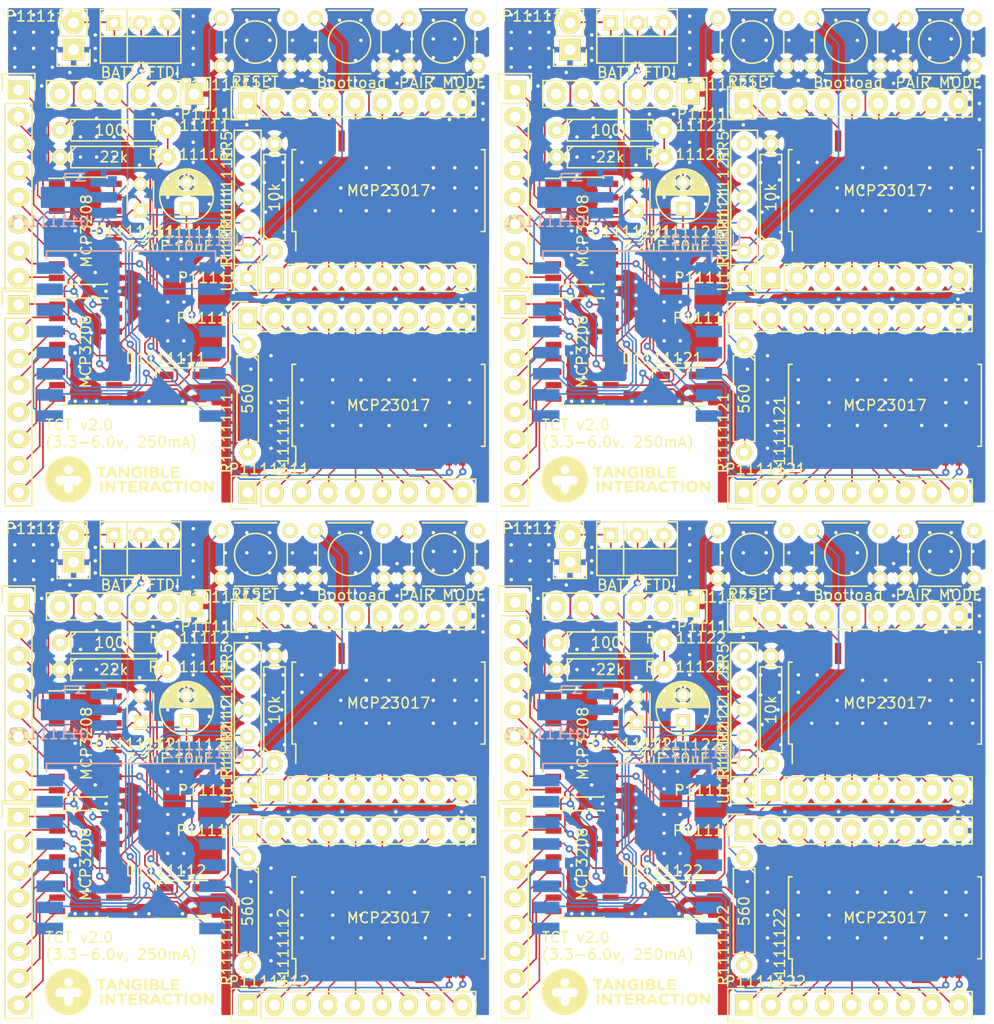
<source format=kicad_pcb>
(kicad_pcb (version 4) (host pcbnew 4.0.2-stable)
  (layers (0 F.Cu signal hide) (31 B.Cu signal hide) (34 B.Paste user hide) (35 F.Paste user hide) (36 B.SilkS user) (37 F.SilkS user) (38 B.Mask user) (39 F.Mask user) (44 Edge.Cuts user))
  (net 0 "")
  (net 1 GND)
  (net 2 "Net-(P1-Pad2)")
  (net 3 +BATT)
  (net 4 "Net-(P1-Pad4)")
  (net 5 "Net-(P1-Pad5)")
  (net 6 "Net-(P1-Pad6)")
  (net 7 "Net-(P2-Pad2)")
  (net 8 "Net-(P2-Pad4)")
  (net 9 "Net-(P2-Pad5)")
  (net 10 "Net-(P2-Pad6)")
  (net 11 BattSense)
  (net 12 +3V3)
  (net 13 "Net-(D1-Pad2)")
  (net 14 "Net-(D1-Pad4)")
  (net 15 "Net-(P1-Pad1)")
  (net 16 "Net-(P1-Pad3)")
  (net 17 "Net-(P1-Pad7)")
  (net 18 "Net-(P1-Pad8)")
  (net 19 "Net-(P4-Pad2)")
  (net 20 "Net-(P4-Pad4)")
  (net 21 "Net-(P6-Pad1)")
  (net 22 "Net-(P6-Pad2)")
  (net 23 "Net-(P6-Pad3)")
  (net 24 "Net-(P7-Pad1)")
  (net 25 "Net-(P7-Pad2)")
  (net 26 "Net-(P7-Pad3)")
  (net 27 "Net-(P7-Pad4)")
  (net 28 "Net-(P7-Pad5)")
  (net 29 "Net-(P7-Pad6)")
  (net 30 "Net-(P7-Pad7)")
  (net 31 Pair_sw)
  (net 32 "Net-(P4-Pad5)")
  (net 33 "Net-(P4-Pad6)")
  (net 34 +Vin)
  (net 35 "Net-(P2-Pad1)")
  (net 36 "Net-(P2-Pad3)")
  (net 37 "Net-(P2-Pad7)")
  (net 38 "Net-(P2-Pad8)")
  (net 39 FTDI_VCC)
  (net 40 "Net-(P6-Pad4)")
  (net 41 "Net-(P6-Pad5)")
  (net 42 "Net-(P6-Pad6)")
  (net 43 "Net-(P6-Pad7)")
  (net 44 "Net-(P6-Pad8)")
  (net 45 "Net-(P8-Pad1)")
  (net 46 "Net-(P8-Pad2)")
  (net 47 "Net-(P8-Pad3)")
  (net 48 "Net-(P8-Pad4)")
  (net 49 "Net-(P8-Pad5)")
  (net 50 "Net-(P8-Pad6)")
  (net 51 "Net-(P8-Pad7)")
  (net 52 "Net-(P8-Pad8)")
  (net 53 "Net-(P9-Pad1)")
  (net 54 "Net-(P9-Pad2)")
  (net 55 "Net-(P9-Pad3)")
  (net 56 "Net-(P9-Pad4)")
  (net 57 "Net-(P9-Pad5)")
  (net 58 "Net-(P9-Pad6)")
  (net 59 "Net-(P9-Pad7)")
  (net 60 "Net-(P9-Pad8)")
  (net 61 SPI_SS)
  (net 62 LED_stat)
  (net 63 BL_sw)
  (net 64 CH_PD)
  (net 65 RST)
  (net 66 "Net-(RR1-Pad5)")
  (net 67 "Net-(RR1-Pad6)")
  (net 68 MOSI)
  (net 69 MISO)
  (net 70 SPI_CLK)
  (net 71 SCL)
  (net 72 SDA)
  (module TO_SOT_Packages_SMD:SOT89-3_Housing_Handsoldering (layer B.Cu) (at 68.1709 80.885 270)
    (fp_text reference U1111122 (at 2.286 2.8067 360) (layer B.SilkS) (effects (justify mirror)))
    (fp_text value MCP1700-3302)
    (pad 1 smd rect (at -1.50114 -2.35204 270) (size 1.00076 2.5019) (layers B.Cu B.Paste B.Mask) (net 1 GND))
    (pad 2 smd rect (at 0 -2.35204 270) (size 1.00076 2.5019) (layers B.Cu B.Paste B.Mask) (net 34 +Vin))
    (pad 3 smd rect (at 1.50114 -2.35204 270) (size 1.00076 2.5019) (layers B.Cu B.Paste B.Mask) (net 12 +3V3))
    (pad 2 smd rect (at 0 1.6002 270) (size 1.99898 4.0005) (layers B.Cu B.Paste B.Mask) (net 34 +Vin))
    (pad 2 smd trapezoid (at 0 -0.7493 90) (size 1.50114 0.7493) (rect_delta 0 -0.50038) (layers B.Cu B.Paste B.Mask) (net 34 +Vin))
  )
  (module TO_SOT_Packages_SMD:SOT89-3_Housing_Handsoldering (layer B.Cu) (at 21.1709 80.885 270)
    (fp_text reference U1111112 (at 2.286 2.8067 360) (layer B.SilkS) (effects (justify mirror)))
    (fp_text value MCP1700-3302)
    (pad 1 smd rect (at -1.50114 -2.35204 270) (size 1.00076 2.5019) (layers B.Cu B.Paste B.Mask) (net 1 GND))
    (pad 2 smd rect (at 0 -2.35204 270) (size 1.00076 2.5019) (layers B.Cu B.Paste B.Mask) (net 34 +Vin))
    (pad 3 smd rect (at 1.50114 -2.35204 270) (size 1.00076 2.5019) (layers B.Cu B.Paste B.Mask) (net 12 +3V3))
    (pad 2 smd rect (at 0 1.6002 270) (size 1.99898 4.0005) (layers B.Cu B.Paste B.Mask) (net 34 +Vin))
    (pad 2 smd trapezoid (at 0 -0.7493 90) (size 1.50114 0.7493) (rect_delta 0 -0.50038) (layers B.Cu B.Paste B.Mask) (net 34 +Vin))
  )
  (module TO_SOT_Packages_SMD:SOT89-3_Housing_Handsoldering (layer B.Cu) (at 68.1709 32.385 270)
    (fp_text reference U1111121 (at 2.286 2.8067 360) (layer B.SilkS) (effects (justify mirror)))
    (fp_text value MCP1700-3302)
    (pad 1 smd rect (at -1.50114 -2.35204 270) (size 1.00076 2.5019) (layers B.Cu B.Paste B.Mask) (net 1 GND))
    (pad 2 smd rect (at 0 -2.35204 270) (size 1.00076 2.5019) (layers B.Cu B.Paste B.Mask) (net 34 +Vin))
    (pad 3 smd rect (at 1.50114 -2.35204 270) (size 1.00076 2.5019) (layers B.Cu B.Paste B.Mask) (net 12 +3V3))
    (pad 2 smd rect (at 0 1.6002 270) (size 1.99898 4.0005) (layers B.Cu B.Paste B.Mask) (net 34 +Vin))
    (pad 2 smd trapezoid (at 0 -0.7493 90) (size 1.50114 0.7493) (rect_delta 0 -0.50038) (layers B.Cu B.Paste B.Mask) (net 34 +Vin))
  )
  (module ESP8266:ESP-12E_Brendan (layer B.Cu) (at 66.1262 101.586)
    (fp_text reference U1111122 (at 13.97 -16.637 180) (layer B.SilkS) (effects (justify mirror)))
    (fp_text value ESP-12E)
    (pad 1 smd rect (at 0 0) (size 2.5 1.1) (drill (offset -0.7 0)) (layers B.Cu B.Paste B.Mask) (net 65 RST))
    (pad 2 smd rect (at 0 -2) (size 2.5 1.1) (drill (offset -0.7 0)) (layers B.Cu B.Paste B.Mask) (net 11 BattSense))
    (pad 3 smd rect (at 0 -4) (size 2.5 1.1) (drill (offset -0.7 0)) (layers B.Cu B.Paste B.Mask) (net 64 CH_PD))
    (pad 4 smd rect (at 0 -6) (size 2.5 1.1) (drill (offset -0.7 0)) (layers B.Cu B.Paste B.Mask) (net 65 RST))
    (pad 5 smd rect (at 0 -8) (size 2.5 1.1) (drill (offset -0.7 0)) (layers B.Cu B.Paste B.Mask) (net 70 SPI_CLK))
    (pad 6 smd rect (at 0 -10) (size 2.5 1.1) (drill (offset -0.7 0)) (layers B.Cu B.Paste B.Mask) (net 69 MISO))
    (pad 7 smd rect (at 0 -12) (size 2.5 1.1) (drill (offset -0.7 0)) (layers B.Cu B.Paste B.Mask) (net 68 MOSI))
    (pad 8 smd rect (at 0 -14) (size 2.5 1.1) (drill (offset -0.7 0)) (layers B.Cu B.Paste B.Mask) (net 12 +3V3))
    (pad 9 smd rect (at 14 -14) (size 2.5 1.1) (drill (offset 0.7 0)) (layers B.Cu B.Paste B.Mask) (net 1 GND))
    (pad 10 smd rect (at 14 -12) (size 2.5 1.1) (drill (offset 0.6 0)) (layers B.Cu B.Paste B.Mask) (net 61 SPI_SS))
    (pad 11 smd rect (at 14 -10) (size 2.5 1.1) (drill (offset 0.7 0)) (layers B.Cu B.Paste B.Mask) (net 62 LED_stat))
    (pad 12 smd rect (at 14 -8) (size 2.5 1.1) (drill (offset 0.7 0)) (layers B.Cu B.Paste B.Mask) (net 63 BL_sw))
    (pad 13 smd rect (at 14 -6) (size 2.5 1.1) (drill (offset 0.7 0)) (layers B.Cu B.Paste B.Mask) (net 72 SDA))
    (pad 14 smd rect (at 14 -4) (size 2.5 1.1) (drill (offset 0.7 0)) (layers B.Cu B.Paste B.Mask) (net 71 SCL))
    (pad 15 smd rect (at 14 -2) (size 2.5 1.1) (drill (offset 0.7 0)) (layers B.Cu B.Paste B.Mask) (net 20 "Net-(P4-Pad4)"))
    (pad 16 smd rect (at 14 0) (size 2.5 1.1) (drill (offset 0.7 0)) (layers B.Cu B.Paste B.Mask) (net 32 "Net-(P4-Pad5)"))
  )
  (module ESP8266:ESP-12E_Brendan (layer B.Cu) (at 19.1262 101.586)
    (fp_text reference U1111112 (at 13.97 -16.637 180) (layer B.SilkS) (effects (justify mirror)))
    (fp_text value ESP-12E)
    (pad 1 smd rect (at 0 0) (size 2.5 1.1) (drill (offset -0.7 0)) (layers B.Cu B.Paste B.Mask) (net 65 RST))
    (pad 2 smd rect (at 0 -2) (size 2.5 1.1) (drill (offset -0.7 0)) (layers B.Cu B.Paste B.Mask) (net 11 BattSense))
    (pad 3 smd rect (at 0 -4) (size 2.5 1.1) (drill (offset -0.7 0)) (layers B.Cu B.Paste B.Mask) (net 64 CH_PD))
    (pad 4 smd rect (at 0 -6) (size 2.5 1.1) (drill (offset -0.7 0)) (layers B.Cu B.Paste B.Mask) (net 65 RST))
    (pad 5 smd rect (at 0 -8) (size 2.5 1.1) (drill (offset -0.7 0)) (layers B.Cu B.Paste B.Mask) (net 70 SPI_CLK))
    (pad 6 smd rect (at 0 -10) (size 2.5 1.1) (drill (offset -0.7 0)) (layers B.Cu B.Paste B.Mask) (net 69 MISO))
    (pad 7 smd rect (at 0 -12) (size 2.5 1.1) (drill (offset -0.7 0)) (layers B.Cu B.Paste B.Mask) (net 68 MOSI))
    (pad 8 smd rect (at 0 -14) (size 2.5 1.1) (drill (offset -0.7 0)) (layers B.Cu B.Paste B.Mask) (net 12 +3V3))
    (pad 9 smd rect (at 14 -14) (size 2.5 1.1) (drill (offset 0.7 0)) (layers B.Cu B.Paste B.Mask) (net 1 GND))
    (pad 10 smd rect (at 14 -12) (size 2.5 1.1) (drill (offset 0.6 0)) (layers B.Cu B.Paste B.Mask) (net 61 SPI_SS))
    (pad 11 smd rect (at 14 -10) (size 2.5 1.1) (drill (offset 0.7 0)) (layers B.Cu B.Paste B.Mask) (net 62 LED_stat))
    (pad 12 smd rect (at 14 -8) (size 2.5 1.1) (drill (offset 0.7 0)) (layers B.Cu B.Paste B.Mask) (net 63 BL_sw))
    (pad 13 smd rect (at 14 -6) (size 2.5 1.1) (drill (offset 0.7 0)) (layers B.Cu B.Paste B.Mask) (net 72 SDA))
    (pad 14 smd rect (at 14 -4) (size 2.5 1.1) (drill (offset 0.7 0)) (layers B.Cu B.Paste B.Mask) (net 71 SCL))
    (pad 15 smd rect (at 14 -2) (size 2.5 1.1) (drill (offset 0.7 0)) (layers B.Cu B.Paste B.Mask) (net 20 "Net-(P4-Pad4)"))
    (pad 16 smd rect (at 14 0) (size 2.5 1.1) (drill (offset 0.7 0)) (layers B.Cu B.Paste B.Mask) (net 32 "Net-(P4-Pad5)"))
  )
  (module ESP8266:ESP-12E_Brendan (layer B.Cu) (at 66.1262 53.086)
    (fp_text reference U1111121 (at 13.97 -16.637 180) (layer B.SilkS) (effects (justify mirror)))
    (fp_text value ESP-12E)
    (pad 1 smd rect (at 0 0) (size 2.5 1.1) (drill (offset -0.7 0)) (layers B.Cu B.Paste B.Mask) (net 65 RST))
    (pad 2 smd rect (at 0 -2) (size 2.5 1.1) (drill (offset -0.7 0)) (layers B.Cu B.Paste B.Mask) (net 11 BattSense))
    (pad 3 smd rect (at 0 -4) (size 2.5 1.1) (drill (offset -0.7 0)) (layers B.Cu B.Paste B.Mask) (net 64 CH_PD))
    (pad 4 smd rect (at 0 -6) (size 2.5 1.1) (drill (offset -0.7 0)) (layers B.Cu B.Paste B.Mask) (net 65 RST))
    (pad 5 smd rect (at 0 -8) (size 2.5 1.1) (drill (offset -0.7 0)) (layers B.Cu B.Paste B.Mask) (net 70 SPI_CLK))
    (pad 6 smd rect (at 0 -10) (size 2.5 1.1) (drill (offset -0.7 0)) (layers B.Cu B.Paste B.Mask) (net 69 MISO))
    (pad 7 smd rect (at 0 -12) (size 2.5 1.1) (drill (offset -0.7 0)) (layers B.Cu B.Paste B.Mask) (net 68 MOSI))
    (pad 8 smd rect (at 0 -14) (size 2.5 1.1) (drill (offset -0.7 0)) (layers B.Cu B.Paste B.Mask) (net 12 +3V3))
    (pad 9 smd rect (at 14 -14) (size 2.5 1.1) (drill (offset 0.7 0)) (layers B.Cu B.Paste B.Mask) (net 1 GND))
    (pad 10 smd rect (at 14 -12) (size 2.5 1.1) (drill (offset 0.6 0)) (layers B.Cu B.Paste B.Mask) (net 61 SPI_SS))
    (pad 11 smd rect (at 14 -10) (size 2.5 1.1) (drill (offset 0.7 0)) (layers B.Cu B.Paste B.Mask) (net 62 LED_stat))
    (pad 12 smd rect (at 14 -8) (size 2.5 1.1) (drill (offset 0.7 0)) (layers B.Cu B.Paste B.Mask) (net 63 BL_sw))
    (pad 13 smd rect (at 14 -6) (size 2.5 1.1) (drill (offset 0.7 0)) (layers B.Cu B.Paste B.Mask) (net 72 SDA))
    (pad 14 smd rect (at 14 -4) (size 2.5 1.1) (drill (offset 0.7 0)) (layers B.Cu B.Paste B.Mask) (net 71 SCL))
    (pad 15 smd rect (at 14 -2) (size 2.5 1.1) (drill (offset 0.7 0)) (layers B.Cu B.Paste B.Mask) (net 20 "Net-(P4-Pad4)"))
    (pad 16 smd rect (at 14 0) (size 2.5 1.1) (drill (offset 0.7 0)) (layers B.Cu B.Paste B.Mask) (net 32 "Net-(P4-Pad5)"))
  )
  (module Pin_Headers:Pin_Header_Straight_1x06 (layer F.Cu) (at 79.0802 71.106 270)
    (fp_text reference P1111122 (at -0.889 -2.54 360) (layer F.SilkS))
    (fp_text value FTDI)
    (pad 1 thru_hole rect (at 0 0 270) (size 2.032 1.7272) (drill 1.016) (layers *.Cu *.Mask F.SilkS) (net 1 GND))
    (pad 2 thru_hole oval (at 0 2.54 270) (size 2.032 1.7272) (drill 1.016) (layers *.Cu *.Mask F.SilkS) (net 19 "Net-(P4-Pad2)"))
    (pad 3 thru_hole oval (at 0 5.08 270) (size 2.032 1.7272) (drill 1.016) (layers *.Cu *.Mask F.SilkS) (net 39 FTDI_VCC))
    (pad 4 thru_hole oval (at 0 7.62 270) (size 2.032 1.7272) (drill 1.016) (layers *.Cu *.Mask F.SilkS) (net 20 "Net-(P4-Pad4)"))
    (pad 5 thru_hole oval (at 0 10.16 270) (size 2.032 1.7272) (drill 1.016) (layers *.Cu *.Mask F.SilkS) (net 32 "Net-(P4-Pad5)"))
    (pad 6 thru_hole oval (at 0 12.7 270) (size 2.032 1.7272) (drill 1.016) (layers *.Cu *.Mask F.SilkS) (net 33 "Net-(P4-Pad6)"))
  )
  (module Pin_Headers:Pin_Header_Straight_1x06 (layer F.Cu) (at 32.0802 71.106 270)
    (fp_text reference P1111112 (at -0.889 -2.54 360) (layer F.SilkS))
    (fp_text value FTDI)
    (pad 1 thru_hole rect (at 0 0 270) (size 2.032 1.7272) (drill 1.016) (layers *.Cu *.Mask F.SilkS) (net 1 GND))
    (pad 2 thru_hole oval (at 0 2.54 270) (size 2.032 1.7272) (drill 1.016) (layers *.Cu *.Mask F.SilkS) (net 19 "Net-(P4-Pad2)"))
    (pad 3 thru_hole oval (at 0 5.08 270) (size 2.032 1.7272) (drill 1.016) (layers *.Cu *.Mask F.SilkS) (net 39 FTDI_VCC))
    (pad 4 thru_hole oval (at 0 7.62 270) (size 2.032 1.7272) (drill 1.016) (layers *.Cu *.Mask F.SilkS) (net 20 "Net-(P4-Pad4)"))
    (pad 5 thru_hole oval (at 0 10.16 270) (size 2.032 1.7272) (drill 1.016) (layers *.Cu *.Mask F.SilkS) (net 32 "Net-(P4-Pad5)"))
    (pad 6 thru_hole oval (at 0 12.7 270) (size 2.032 1.7272) (drill 1.016) (layers *.Cu *.Mask F.SilkS) (net 33 "Net-(P4-Pad6)"))
  )
  (module Pin_Headers:Pin_Header_Straight_1x06 (layer F.Cu) (at 79.0802 22.606 270)
    (fp_text reference P1111121 (at -0.889 -2.54 360) (layer F.SilkS))
    (fp_text value FTDI)
    (pad 1 thru_hole rect (at 0 0 270) (size 2.032 1.7272) (drill 1.016) (layers *.Cu *.Mask F.SilkS) (net 1 GND))
    (pad 2 thru_hole oval (at 0 2.54 270) (size 2.032 1.7272) (drill 1.016) (layers *.Cu *.Mask F.SilkS) (net 19 "Net-(P4-Pad2)"))
    (pad 3 thru_hole oval (at 0 5.08 270) (size 2.032 1.7272) (drill 1.016) (layers *.Cu *.Mask F.SilkS) (net 39 FTDI_VCC))
    (pad 4 thru_hole oval (at 0 7.62 270) (size 2.032 1.7272) (drill 1.016) (layers *.Cu *.Mask F.SilkS) (net 20 "Net-(P4-Pad4)"))
    (pad 5 thru_hole oval (at 0 10.16 270) (size 2.032 1.7272) (drill 1.016) (layers *.Cu *.Mask F.SilkS) (net 32 "Net-(P4-Pad5)"))
    (pad 6 thru_hole oval (at 0 12.7 270) (size 2.032 1.7272) (drill 1.016) (layers *.Cu *.Mask F.SilkS) (net 33 "Net-(P4-Pad6)"))
  )
  (module Buttons_Switches_ThroughHole:SW_Micro_SPST (layer F.Cu) (at 74.0256 64.375)
    (fp_text reference SW1111122 hide)
    (fp_text value SPDT)
    (pad 1 thru_hole rect (at -2.54 0) (size 1.397 1.397) (drill 0.8128) (layers *.Cu *.Mask F.SilkS) (net 3 +BATT))
    (pad 2 thru_hole circle (at 0 0) (size 1.397 1.397) (drill 0.8128) (layers *.Cu *.Mask F.SilkS) (net 34 +Vin))
    (pad 3 thru_hole circle (at 2.54 0) (size 1.397 1.397) (drill 0.8128) (layers *.Cu *.Mask F.SilkS) (net 39 FTDI_VCC))
  )
  (module Buttons_Switches_ThroughHole:SW_Micro_SPST (layer F.Cu) (at 27.0256 64.375)
    (fp_text reference SW1111112 hide)
    (fp_text value SPDT)
    (pad 1 thru_hole rect (at -2.54 0) (size 1.397 1.397) (drill 0.8128) (layers *.Cu *.Mask F.SilkS) (net 3 +BATT))
    (pad 2 thru_hole circle (at 0 0) (size 1.397 1.397) (drill 0.8128) (layers *.Cu *.Mask F.SilkS) (net 34 +Vin))
    (pad 3 thru_hole circle (at 2.54 0) (size 1.397 1.397) (drill 0.8128) (layers *.Cu *.Mask F.SilkS) (net 39 FTDI_VCC))
  )
  (module Buttons_Switches_ThroughHole:SW_Micro_SPST (layer F.Cu) (at 74.0256 15.875)
    (fp_text reference SW1111121 hide)
    (fp_text value SPDT)
    (pad 1 thru_hole rect (at -2.54 0) (size 1.397 1.397) (drill 0.8128) (layers *.Cu *.Mask F.SilkS) (net 3 +BATT))
    (pad 2 thru_hole circle (at 0 0) (size 1.397 1.397) (drill 0.8128) (layers *.Cu *.Mask F.SilkS) (net 34 +Vin))
    (pad 3 thru_hole circle (at 2.54 0) (size 1.397 1.397) (drill 0.8128) (layers *.Cu *.Mask F.SilkS) (net 39 FTDI_VCC))
  )
  (module Buttons_Switches_ThroughHole:SW_Micro_SPST (layer F.Cu) (at 74.0256 66.915)
    (fp_text reference 1111122 (at 0 -2.54) (layer F.SilkS))
    (fp_text value BATT/FTDI (at -0.0254 2.159) (layer F.SilkS))
    (pad 1 smd rect (at -2.54 0) (size 1.397 1.397) (layers F.Cu F.Paste F.Mask) (net 3 +BATT))
    (pad 2 smd rect (at 0 0) (size 1.397 1.397) (layers F.Cu F.Paste F.Mask) (net 34 +Vin))
    (pad 3 smd rect (at 2.54 0) (size 1.397 1.397) (layers F.Cu F.Mask) (net 39 FTDI_VCC))
  )
  (module Buttons_Switches_ThroughHole:SW_Micro_SPST (layer F.Cu) (at 27.0256 66.915)
    (fp_text reference 1111112 (at 0 -2.54) (layer F.SilkS))
    (fp_text value BATT/FTDI (at -0.0254 2.159) (layer F.SilkS))
    (pad 1 smd rect (at -2.54 0) (size 1.397 1.397) (layers F.Cu F.Paste F.Mask) (net 3 +BATT))
    (pad 2 smd rect (at 0 0) (size 1.397 1.397) (layers F.Cu F.Paste F.Mask) (net 34 +Vin))
    (pad 3 smd rect (at 2.54 0) (size 1.397 1.397) (layers F.Cu F.Mask) (net 39 FTDI_VCC))
  )
  (module Buttons_Switches_ThroughHole:SW_Micro_SPST (layer F.Cu) (at 74.0256 18.415)
    (fp_text reference 1111121 (at 0 -2.54) (layer F.SilkS))
    (fp_text value BATT/FTDI (at -0.0254 2.159) (layer F.SilkS))
    (pad 1 smd rect (at -2.54 0) (size 1.397 1.397) (layers F.Cu F.Paste F.Mask) (net 3 +BATT))
    (pad 2 smd rect (at 0 0) (size 1.397 1.397) (layers F.Cu F.Paste F.Mask) (net 34 +Vin))
    (pad 3 smd rect (at 2.54 0) (size 1.397 1.397) (layers F.Cu F.Mask) (net 39 FTDI_VCC))
  )
  (module Socket_Strips:Socket_Strip_Straight_1x02 (layer F.Cu) (at 67.6756 66.915 90)
    (fp_text reference P1111122 (at 3.175 -2.6289 180) (layer F.SilkS))
    (fp_text value LiPo)
    (pad 1 thru_hole rect (at 0 0 90) (size 2.032 2.032) (drill 1.016) (layers *.Cu *.Mask F.SilkS) (net 1 GND))
    (pad 2 thru_hole oval (at 2.54 0 90) (size 2.032 2.032) (drill 1.016) (layers *.Cu *.Mask F.SilkS) (net 3 +BATT))
  )
  (module Socket_Strips:Socket_Strip_Straight_1x02 (layer F.Cu) (at 20.6756 66.915 90)
    (fp_text reference P1111112 (at 3.175 -2.6289 180) (layer F.SilkS))
    (fp_text value LiPo)
    (pad 1 thru_hole rect (at 0 0 90) (size 2.032 2.032) (drill 1.016) (layers *.Cu *.Mask F.SilkS) (net 1 GND))
    (pad 2 thru_hole oval (at 2.54 0 90) (size 2.032 2.032) (drill 1.016) (layers *.Cu *.Mask F.SilkS) (net 3 +BATT))
  )
  (module Socket_Strips:Socket_Strip_Straight_1x02 (layer F.Cu) (at 67.6756 18.415 90)
    (fp_text reference P1111121 (at 3.175 -2.6289 180) (layer F.SilkS))
    (fp_text value LiPo)
    (pad 1 thru_hole rect (at 0 0 90) (size 2.032 2.032) (drill 1.016) (layers *.Cu *.Mask F.SilkS) (net 1 GND))
    (pad 2 thru_hole oval (at 2.54 0 90) (size 2.032 2.032) (drill 1.016) (layers *.Cu *.Mask F.SilkS) (net 3 +BATT))
  )
  (module Buttons_Switches_ThroughHole:SW_PUSH_SMALL (layer F.Cu) (at 102.6907 66.189)
    (fp_text reference SW1111122 hide)
    (fp_text value PAIR_MODE (at -0.1155 3.8375) (layer F.SilkS))
    (pad 1 thru_hole circle (at 3.25 -2.25) (size 1.397 1.397) (drill 0.8128) (layers *.Cu *.Mask F.SilkS) (net 31 Pair_sw))
    (pad 2 thru_hole circle (at 3.25 2.25) (size 1.397 1.397) (drill 0.8128) (layers *.Cu *.Mask F.SilkS) (net 1 GND))
    (pad 1 thru_hole circle (at -3.25 -2.25) (size 1.397 1.397) (drill 0.8128) (layers *.Cu *.Mask F.SilkS) (net 31 Pair_sw))
    (pad 2 thru_hole circle (at -3.25 2.25) (size 1.397 1.397) (drill 0.8128) (layers *.Cu *.Mask F.SilkS) (net 1 GND))
  )
  (module Buttons_Switches_ThroughHole:SW_PUSH_SMALL (layer F.Cu) (at 55.6907 66.189)
    (fp_text reference SW1111112 hide)
    (fp_text value PAIR_MODE (at -0.1155 3.8375) (layer F.SilkS))
    (pad 1 thru_hole circle (at 3.25 -2.25) (size 1.397 1.397) (drill 0.8128) (layers *.Cu *.Mask F.SilkS) (net 31 Pair_sw))
    (pad 2 thru_hole circle (at 3.25 2.25) (size 1.397 1.397) (drill 0.8128) (layers *.Cu *.Mask F.SilkS) (net 1 GND))
    (pad 1 thru_hole circle (at -3.25 -2.25) (size 1.397 1.397) (drill 0.8128) (layers *.Cu *.Mask F.SilkS) (net 31 Pair_sw))
    (pad 2 thru_hole circle (at -3.25 2.25) (size 1.397 1.397) (drill 0.8128) (layers *.Cu *.Mask F.SilkS) (net 1 GND))
  )
  (module Buttons_Switches_ThroughHole:SW_PUSH_SMALL (layer F.Cu) (at 102.6907 17.689)
    (fp_text reference SW1111121 hide)
    (fp_text value PAIR_MODE (at -0.1155 3.8375) (layer F.SilkS))
    (pad 1 thru_hole circle (at 3.25 -2.25) (size 1.397 1.397) (drill 0.8128) (layers *.Cu *.Mask F.SilkS) (net 31 Pair_sw))
    (pad 2 thru_hole circle (at 3.25 2.25) (size 1.397 1.397) (drill 0.8128) (layers *.Cu *.Mask F.SilkS) (net 1 GND))
    (pad 1 thru_hole circle (at -3.25 -2.25) (size 1.397 1.397) (drill 0.8128) (layers *.Cu *.Mask F.SilkS) (net 31 Pair_sw))
    (pad 2 thru_hole circle (at -3.25 2.25) (size 1.397 1.397) (drill 0.8128) (layers *.Cu *.Mask F.SilkS) (net 1 GND))
  )
  (module Buttons_Switches_ThroughHole:SW_PUSH_SMALL (layer F.Cu) (at 93.8007 66.189)
    (fp_text reference SW1111122 hide)
    (fp_text value Bootload (at 0.202 3.8375) (layer F.SilkS))
    (pad 1 thru_hole circle (at 3.25 -2.25) (size 1.397 1.397) (drill 0.8128) (layers *.Cu *.Mask F.SilkS) (net 63 BL_sw))
    (pad 2 thru_hole circle (at 3.25 2.25) (size 1.397 1.397) (drill 0.8128) (layers *.Cu *.Mask F.SilkS) (net 1 GND))
    (pad 1 thru_hole circle (at -3.25 -2.25) (size 1.397 1.397) (drill 0.8128) (layers *.Cu *.Mask F.SilkS) (net 63 BL_sw))
    (pad 2 thru_hole circle (at -3.25 2.25) (size 1.397 1.397) (drill 0.8128) (layers *.Cu *.Mask F.SilkS) (net 1 GND))
  )
  (module Buttons_Switches_ThroughHole:SW_PUSH_SMALL (layer F.Cu) (at 46.8007 66.189)
    (fp_text reference SW1111112 hide)
    (fp_text value Bootload (at 0.202 3.8375) (layer F.SilkS))
    (pad 1 thru_hole circle (at 3.25 -2.25) (size 1.397 1.397) (drill 0.8128) (layers *.Cu *.Mask F.SilkS) (net 63 BL_sw))
    (pad 2 thru_hole circle (at 3.25 2.25) (size 1.397 1.397) (drill 0.8128) (layers *.Cu *.Mask F.SilkS) (net 1 GND))
    (pad 1 thru_hole circle (at -3.25 -2.25) (size 1.397 1.397) (drill 0.8128) (layers *.Cu *.Mask F.SilkS) (net 63 BL_sw))
    (pad 2 thru_hole circle (at -3.25 2.25) (size 1.397 1.397) (drill 0.8128) (layers *.Cu *.Mask F.SilkS) (net 1 GND))
  )
  (module Buttons_Switches_ThroughHole:SW_PUSH_SMALL (layer F.Cu) (at 93.8007 17.689)
    (fp_text reference SW1111121 hide)
    (fp_text value Bootload (at 0.202 3.8375) (layer F.SilkS))
    (pad 1 thru_hole circle (at 3.25 -2.25) (size 1.397 1.397) (drill 0.8128) (layers *.Cu *.Mask F.SilkS) (net 63 BL_sw))
    (pad 2 thru_hole circle (at 3.25 2.25) (size 1.397 1.397) (drill 0.8128) (layers *.Cu *.Mask F.SilkS) (net 1 GND))
    (pad 1 thru_hole circle (at -3.25 -2.25) (size 1.397 1.397) (drill 0.8128) (layers *.Cu *.Mask F.SilkS) (net 63 BL_sw))
    (pad 2 thru_hole circle (at -3.25 2.25) (size 1.397 1.397) (drill 0.8128) (layers *.Cu *.Mask F.SilkS) (net 1 GND))
  )
  (module Socket_Strips:Socket_Strip_Straight_1x09 (layer F.Cu) (at 84.1602 71.995)
    (fp_text reference P1111122 (at -2.54 1.016) (layer F.SilkS))
    (fp_text value Ribbon)
    (pad 1 thru_hole rect (at 0 0) (size 1.7272 2.032) (drill 1.016) (layers *.Cu *.Mask F.SilkS) (net 21 "Net-(P6-Pad1)"))
    (pad 2 thru_hole oval (at 2.54 0) (size 1.7272 2.032) (drill 1.016) (layers *.Cu *.Mask F.SilkS) (net 22 "Net-(P6-Pad2)"))
    (pad 3 thru_hole oval (at 5.08 0) (size 1.7272 2.032) (drill 1.016) (layers *.Cu *.Mask F.SilkS) (net 23 "Net-(P6-Pad3)"))
    (pad 4 thru_hole oval (at 7.62 0) (size 1.7272 2.032) (drill 1.016) (layers *.Cu *.Mask F.SilkS) (net 40 "Net-(P6-Pad4)"))
    (pad 5 thru_hole oval (at 10.16 0) (size 1.7272 2.032) (drill 1.016) (layers *.Cu *.Mask F.SilkS) (net 41 "Net-(P6-Pad5)"))
    (pad 6 thru_hole oval (at 12.7 0) (size 1.7272 2.032) (drill 1.016) (layers *.Cu *.Mask F.SilkS) (net 42 "Net-(P6-Pad6)"))
    (pad 7 thru_hole oval (at 15.24 0) (size 1.7272 2.032) (drill 1.016) (layers *.Cu *.Mask F.SilkS) (net 43 "Net-(P6-Pad7)"))
    (pad 8 thru_hole oval (at 17.78 0) (size 1.7272 2.032) (drill 1.016) (layers *.Cu *.Mask F.SilkS) (net 44 "Net-(P6-Pad8)"))
    (pad 9 thru_hole oval (at 20.32 0) (size 1.7272 2.032) (drill 1.016) (layers *.Cu *.Mask F.SilkS) (net 1 GND))
  )
  (module Socket_Strips:Socket_Strip_Straight_1x09 (layer F.Cu) (at 37.1602 71.995)
    (fp_text reference P1111112 (at -2.54 1.016) (layer F.SilkS))
    (fp_text value Ribbon)
    (pad 1 thru_hole rect (at 0 0) (size 1.7272 2.032) (drill 1.016) (layers *.Cu *.Mask F.SilkS) (net 21 "Net-(P6-Pad1)"))
    (pad 2 thru_hole oval (at 2.54 0) (size 1.7272 2.032) (drill 1.016) (layers *.Cu *.Mask F.SilkS) (net 22 "Net-(P6-Pad2)"))
    (pad 3 thru_hole oval (at 5.08 0) (size 1.7272 2.032) (drill 1.016) (layers *.Cu *.Mask F.SilkS) (net 23 "Net-(P6-Pad3)"))
    (pad 4 thru_hole oval (at 7.62 0) (size 1.7272 2.032) (drill 1.016) (layers *.Cu *.Mask F.SilkS) (net 40 "Net-(P6-Pad4)"))
    (pad 5 thru_hole oval (at 10.16 0) (size 1.7272 2.032) (drill 1.016) (layers *.Cu *.Mask F.SilkS) (net 41 "Net-(P6-Pad5)"))
    (pad 6 thru_hole oval (at 12.7 0) (size 1.7272 2.032) (drill 1.016) (layers *.Cu *.Mask F.SilkS) (net 42 "Net-(P6-Pad6)"))
    (pad 7 thru_hole oval (at 15.24 0) (size 1.7272 2.032) (drill 1.016) (layers *.Cu *.Mask F.SilkS) (net 43 "Net-(P6-Pad7)"))
    (pad 8 thru_hole oval (at 17.78 0) (size 1.7272 2.032) (drill 1.016) (layers *.Cu *.Mask F.SilkS) (net 44 "Net-(P6-Pad8)"))
    (pad 9 thru_hole oval (at 20.32 0) (size 1.7272 2.032) (drill 1.016) (layers *.Cu *.Mask F.SilkS) (net 1 GND))
  )
  (module Socket_Strips:Socket_Strip_Straight_1x09 (layer F.Cu) (at 84.1602 23.495)
    (fp_text reference P1111121 (at -2.54 1.016) (layer F.SilkS))
    (fp_text value Ribbon)
    (pad 1 thru_hole rect (at 0 0) (size 1.7272 2.032) (drill 1.016) (layers *.Cu *.Mask F.SilkS) (net 21 "Net-(P6-Pad1)"))
    (pad 2 thru_hole oval (at 2.54 0) (size 1.7272 2.032) (drill 1.016) (layers *.Cu *.Mask F.SilkS) (net 22 "Net-(P6-Pad2)"))
    (pad 3 thru_hole oval (at 5.08 0) (size 1.7272 2.032) (drill 1.016) (layers *.Cu *.Mask F.SilkS) (net 23 "Net-(P6-Pad3)"))
    (pad 4 thru_hole oval (at 7.62 0) (size 1.7272 2.032) (drill 1.016) (layers *.Cu *.Mask F.SilkS) (net 40 "Net-(P6-Pad4)"))
    (pad 5 thru_hole oval (at 10.16 0) (size 1.7272 2.032) (drill 1.016) (layers *.Cu *.Mask F.SilkS) (net 41 "Net-(P6-Pad5)"))
    (pad 6 thru_hole oval (at 12.7 0) (size 1.7272 2.032) (drill 1.016) (layers *.Cu *.Mask F.SilkS) (net 42 "Net-(P6-Pad6)"))
    (pad 7 thru_hole oval (at 15.24 0) (size 1.7272 2.032) (drill 1.016) (layers *.Cu *.Mask F.SilkS) (net 43 "Net-(P6-Pad7)"))
    (pad 8 thru_hole oval (at 17.78 0) (size 1.7272 2.032) (drill 1.016) (layers *.Cu *.Mask F.SilkS) (net 44 "Net-(P6-Pad8)"))
    (pad 9 thru_hole oval (at 20.32 0) (size 1.7272 2.032) (drill 1.016) (layers *.Cu *.Mask F.SilkS) (net 1 GND))
  )
  (module Buttons_Switches_ThroughHole:SW_PUSH_SMALL (layer F.Cu) (at 84.9107 66.189)
    (fp_text reference SW1111122 hide)
    (fp_text value RESET (at -0.052 3.774) (layer F.SilkS))
    (pad 1 thru_hole circle (at 3.25 -2.25) (size 1.397 1.397) (drill 0.8128) (layers *.Cu *.Mask F.SilkS) (net 65 RST))
    (pad 2 thru_hole circle (at 3.25 2.25) (size 1.397 1.397) (drill 0.8128) (layers *.Cu *.Mask F.SilkS) (net 1 GND))
    (pad 1 thru_hole circle (at -3.25 -2.25) (size 1.397 1.397) (drill 0.8128) (layers *.Cu *.Mask F.SilkS) (net 65 RST))
    (pad 2 thru_hole circle (at -3.25 2.25) (size 1.397 1.397) (drill 0.8128) (layers *.Cu *.Mask F.SilkS) (net 1 GND))
  )
  (module Buttons_Switches_ThroughHole:SW_PUSH_SMALL (layer F.Cu) (at 37.9107 66.189)
    (fp_text reference SW1111112 hide)
    (fp_text value RESET (at -0.052 3.774) (layer F.SilkS))
    (pad 1 thru_hole circle (at 3.25 -2.25) (size 1.397 1.397) (drill 0.8128) (layers *.Cu *.Mask F.SilkS) (net 65 RST))
    (pad 2 thru_hole circle (at 3.25 2.25) (size 1.397 1.397) (drill 0.8128) (layers *.Cu *.Mask F.SilkS) (net 1 GND))
    (pad 1 thru_hole circle (at -3.25 -2.25) (size 1.397 1.397) (drill 0.8128) (layers *.Cu *.Mask F.SilkS) (net 65 RST))
    (pad 2 thru_hole circle (at -3.25 2.25) (size 1.397 1.397) (drill 0.8128) (layers *.Cu *.Mask F.SilkS) (net 1 GND))
  )
  (module Buttons_Switches_ThroughHole:SW_PUSH_SMALL (layer F.Cu) (at 84.9107 17.689)
    (fp_text reference SW1111121 hide)
    (fp_text value RESET (at -0.052 3.774) (layer F.SilkS))
    (pad 1 thru_hole circle (at 3.25 -2.25) (size 1.397 1.397) (drill 0.8128) (layers *.Cu *.Mask F.SilkS) (net 65 RST))
    (pad 2 thru_hole circle (at 3.25 2.25) (size 1.397 1.397) (drill 0.8128) (layers *.Cu *.Mask F.SilkS) (net 1 GND))
    (pad 1 thru_hole circle (at -3.25 -2.25) (size 1.397 1.397) (drill 0.8128) (layers *.Cu *.Mask F.SilkS) (net 65 RST))
    (pad 2 thru_hole circle (at -3.25 2.25) (size 1.397 1.397) (drill 0.8128) (layers *.Cu *.Mask F.SilkS) (net 1 GND))
  )
  (module Discret:R4 (layer F.Cu) (at 71.4856 77.075)
    (fp_text reference R1111122 (at 7.0866 -0.254) (layer F.SilkS))
    (fp_text value 22k (at 0 0) (layer F.SilkS))
    (pad 1 thru_hole circle (at -5.08 0) (size 1.524 1.524) (drill 0.8128) (layers *.Cu *.Mask F.SilkS) (net 1 GND))
    (pad 2 thru_hole circle (at 5.08 0) (size 1.524 1.524) (drill 0.8128) (layers *.Cu *.Mask F.SilkS) (net 11 BattSense))
  )
  (module Discret:R4 (layer F.Cu) (at 24.4856 77.075)
    (fp_text reference R1111112 (at 7.0866 -0.254) (layer F.SilkS))
    (fp_text value 22k (at 0 0) (layer F.SilkS))
    (pad 1 thru_hole circle (at -5.08 0) (size 1.524 1.524) (drill 0.8128) (layers *.Cu *.Mask F.SilkS) (net 1 GND))
    (pad 2 thru_hole circle (at 5.08 0) (size 1.524 1.524) (drill 0.8128) (layers *.Cu *.Mask F.SilkS) (net 11 BattSense))
  )
  (module Discret:R4 (layer F.Cu) (at 71.4856 28.575)
    (fp_text reference R1111121 (at 7.0866 -0.254) (layer F.SilkS))
    (fp_text value 22k (at 0 0) (layer F.SilkS))
    (pad 1 thru_hole circle (at -5.08 0) (size 1.524 1.524) (drill 0.8128) (layers *.Cu *.Mask F.SilkS) (net 1 GND))
    (pad 2 thru_hole circle (at 5.08 0) (size 1.524 1.524) (drill 0.8128) (layers *.Cu *.Mask F.SilkS) (net 11 BattSense))
  )
  (module Capacitors_ThroughHole:C_Disc_D3_P2.5 (layer F.Cu) (at 74.0002 82.115 90)
    (fp_text reference C1111122 (at -2.0085 -0.508 180) (layer F.SilkS))
    (fp_text value 2.2uF (at -3.4055 0.635 180) (layer F.SilkS))
    (pad 1 thru_hole rect (at 0 0 90) (size 1.3 1.3) (drill 0.8) (layers *.Cu *.Mask F.SilkS) (net 12 +3V3))
    (pad 2 thru_hole circle (at 2.5 0 90) (size 1.3 1.3) (drill 0.8001) (layers *.Cu *.Mask F.SilkS) (net 1 GND))
  )
  (module Capacitors_ThroughHole:C_Disc_D3_P2.5 (layer F.Cu) (at 27.0002 82.115 90)
    (fp_text reference C1111112 (at -2.0085 -0.508 180) (layer F.SilkS))
    (fp_text value 2.2uF (at -3.4055 0.635 180) (layer F.SilkS))
    (pad 1 thru_hole rect (at 0 0 90) (size 1.3 1.3) (drill 0.8) (layers *.Cu *.Mask F.SilkS) (net 12 +3V3))
    (pad 2 thru_hole circle (at 2.5 0 90) (size 1.3 1.3) (drill 0.8001) (layers *.Cu *.Mask F.SilkS) (net 1 GND))
  )
  (module Capacitors_ThroughHole:C_Disc_D3_P2.5 (layer F.Cu) (at 74.0002 33.615 90)
    (fp_text reference C1111121 (at -2.0085 -0.508 180) (layer F.SilkS))
    (fp_text value 2.2uF (at -3.4055 0.635 180) (layer F.SilkS))
    (pad 1 thru_hole rect (at 0 0 90) (size 1.3 1.3) (drill 0.8) (layers *.Cu *.Mask F.SilkS) (net 12 +3V3))
    (pad 2 thru_hole circle (at 2.5 0 90) (size 1.3 1.3) (drill 0.8001) (layers *.Cu *.Mask F.SilkS) (net 1 GND))
  )
  (module Housings_SOIC:SOIC-16_3.9x9.9mm_Pitch1.27mm (layer F.Cu) (at 68.7856 84.06)
    (fp_text reference U1111122 hide)
    (fp_text value MCP3208 (at 0.11018 0.016438 90) (layer F.SilkS))
    (pad 1 smd rect (at -2.7 -4.445) (size 1.5 0.6) (layers F.Cu F.Paste F.Mask) (net 15 "Net-(P1-Pad1)"))
    (pad 2 smd rect (at -2.7 -3.175) (size 1.5 0.6) (layers F.Cu F.Paste F.Mask) (net 2 "Net-(P1-Pad2)"))
    (pad 3 smd rect (at -2.7 -1.905) (size 1.5 0.6) (layers F.Cu F.Paste F.Mask) (net 16 "Net-(P1-Pad3)"))
    (pad 4 smd rect (at -2.7 -0.635) (size 1.5 0.6) (layers F.Cu F.Paste F.Mask) (net 4 "Net-(P1-Pad4)"))
    (pad 5 smd rect (at -2.7 0.635) (size 1.5 0.6) (layers F.Cu F.Paste F.Mask) (net 5 "Net-(P1-Pad5)"))
    (pad 6 smd rect (at -2.7 1.905) (size 1.5 0.6) (layers F.Cu F.Paste F.Mask) (net 6 "Net-(P1-Pad6)"))
    (pad 7 smd rect (at -2.7 3.175) (size 1.5 0.6) (layers F.Cu F.Paste F.Mask) (net 17 "Net-(P1-Pad7)"))
    (pad 8 smd rect (at -2.7 4.445) (size 1.5 0.6) (layers F.Cu F.Paste F.Mask) (net 18 "Net-(P1-Pad8)"))
    (pad 9 smd rect (at 2.7 4.445) (size 1.5 0.6) (layers F.Cu F.Paste F.Mask) (net 1 GND))
    (pad 10 smd rect (at 2.7 3.175) (size 1.5 0.6) (layers F.Cu F.Paste F.Mask) (net 61 SPI_SS))
    (pad 11 smd rect (at 2.7 1.905) (size 1.5 0.6) (layers F.Cu F.Paste F.Mask) (net 68 MOSI))
    (pad 12 smd rect (at 2.7 0.635) (size 1.5 0.6) (layers F.Cu F.Paste F.Mask) (net 69 MISO))
    (pad 13 smd rect (at 2.7 -0.635) (size 1.5 0.6) (layers F.Cu F.Paste F.Mask) (net 70 SPI_CLK))
    (pad 14 smd rect (at 2.7 -1.905) (size 1.5 0.6) (layers F.Cu F.Paste F.Mask) (net 1 GND))
    (pad 15 smd rect (at 2.7 -3.175) (size 1.5 0.6) (layers F.Cu F.Paste F.Mask) (net 12 +3V3))
    (pad 16 smd rect (at 2.7 -4.445) (size 1.5 0.6) (layers F.Cu F.Paste F.Mask) (net 12 +3V3))
  )
  (module Housings_SOIC:SOIC-16_3.9x9.9mm_Pitch1.27mm (layer F.Cu) (at 21.7856 84.06)
    (fp_text reference U1111112 hide)
    (fp_text value MCP3208 (at 0.11018 0.016438 90) (layer F.SilkS))
    (pad 1 smd rect (at -2.7 -4.445) (size 1.5 0.6) (layers F.Cu F.Paste F.Mask) (net 15 "Net-(P1-Pad1)"))
    (pad 2 smd rect (at -2.7 -3.175) (size 1.5 0.6) (layers F.Cu F.Paste F.Mask) (net 2 "Net-(P1-Pad2)"))
    (pad 3 smd rect (at -2.7 -1.905) (size 1.5 0.6) (layers F.Cu F.Paste F.Mask) (net 16 "Net-(P1-Pad3)"))
    (pad 4 smd rect (at -2.7 -0.635) (size 1.5 0.6) (layers F.Cu F.Paste F.Mask) (net 4 "Net-(P1-Pad4)"))
    (pad 5 smd rect (at -2.7 0.635) (size 1.5 0.6) (layers F.Cu F.Paste F.Mask) (net 5 "Net-(P1-Pad5)"))
    (pad 6 smd rect (at -2.7 1.905) (size 1.5 0.6) (layers F.Cu F.Paste F.Mask) (net 6 "Net-(P1-Pad6)"))
    (pad 7 smd rect (at -2.7 3.175) (size 1.5 0.6) (layers F.Cu F.Paste F.Mask) (net 17 "Net-(P1-Pad7)"))
    (pad 8 smd rect (at -2.7 4.445) (size 1.5 0.6) (layers F.Cu F.Paste F.Mask) (net 18 "Net-(P1-Pad8)"))
    (pad 9 smd rect (at 2.7 4.445) (size 1.5 0.6) (layers F.Cu F.Paste F.Mask) (net 1 GND))
    (pad 10 smd rect (at 2.7 3.175) (size 1.5 0.6) (layers F.Cu F.Paste F.Mask) (net 61 SPI_SS))
    (pad 11 smd rect (at 2.7 1.905) (size 1.5 0.6) (layers F.Cu F.Paste F.Mask) (net 68 MOSI))
    (pad 12 smd rect (at 2.7 0.635) (size 1.5 0.6) (layers F.Cu F.Paste F.Mask) (net 69 MISO))
    (pad 13 smd rect (at 2.7 -0.635) (size 1.5 0.6) (layers F.Cu F.Paste F.Mask) (net 70 SPI_CLK))
    (pad 14 smd rect (at 2.7 -1.905) (size 1.5 0.6) (layers F.Cu F.Paste F.Mask) (net 1 GND))
    (pad 15 smd rect (at 2.7 -3.175) (size 1.5 0.6) (layers F.Cu F.Paste F.Mask) (net 12 +3V3))
    (pad 16 smd rect (at 2.7 -4.445) (size 1.5 0.6) (layers F.Cu F.Paste F.Mask) (net 12 +3V3))
  )
  (module Housings_SOIC:SOIC-16_3.9x9.9mm_Pitch1.27mm (layer F.Cu) (at 68.7856 35.56)
    (fp_text reference U1111121 hide)
    (fp_text value MCP3208 (at 0.11018 0.016438 90) (layer F.SilkS))
    (pad 1 smd rect (at -2.7 -4.445) (size 1.5 0.6) (layers F.Cu F.Paste F.Mask) (net 15 "Net-(P1-Pad1)"))
    (pad 2 smd rect (at -2.7 -3.175) (size 1.5 0.6) (layers F.Cu F.Paste F.Mask) (net 2 "Net-(P1-Pad2)"))
    (pad 3 smd rect (at -2.7 -1.905) (size 1.5 0.6) (layers F.Cu F.Paste F.Mask) (net 16 "Net-(P1-Pad3)"))
    (pad 4 smd rect (at -2.7 -0.635) (size 1.5 0.6) (layers F.Cu F.Paste F.Mask) (net 4 "Net-(P1-Pad4)"))
    (pad 5 smd rect (at -2.7 0.635) (size 1.5 0.6) (layers F.Cu F.Paste F.Mask) (net 5 "Net-(P1-Pad5)"))
    (pad 6 smd rect (at -2.7 1.905) (size 1.5 0.6) (layers F.Cu F.Paste F.Mask) (net 6 "Net-(P1-Pad6)"))
    (pad 7 smd rect (at -2.7 3.175) (size 1.5 0.6) (layers F.Cu F.Paste F.Mask) (net 17 "Net-(P1-Pad7)"))
    (pad 8 smd rect (at -2.7 4.445) (size 1.5 0.6) (layers F.Cu F.Paste F.Mask) (net 18 "Net-(P1-Pad8)"))
    (pad 9 smd rect (at 2.7 4.445) (size 1.5 0.6) (layers F.Cu F.Paste F.Mask) (net 1 GND))
    (pad 10 smd rect (at 2.7 3.175) (size 1.5 0.6) (layers F.Cu F.Paste F.Mask) (net 61 SPI_SS))
    (pad 11 smd rect (at 2.7 1.905) (size 1.5 0.6) (layers F.Cu F.Paste F.Mask) (net 68 MOSI))
    (pad 12 smd rect (at 2.7 0.635) (size 1.5 0.6) (layers F.Cu F.Paste F.Mask) (net 69 MISO))
    (pad 13 smd rect (at 2.7 -0.635) (size 1.5 0.6) (layers F.Cu F.Paste F.Mask) (net 70 SPI_CLK))
    (pad 14 smd rect (at 2.7 -1.905) (size 1.5 0.6) (layers F.Cu F.Paste F.Mask) (net 1 GND))
    (pad 15 smd rect (at 2.7 -3.175) (size 1.5 0.6) (layers F.Cu F.Paste F.Mask) (net 12 +3V3))
    (pad 16 smd rect (at 2.7 -4.445) (size 1.5 0.6) (layers F.Cu F.Paste F.Mask) (net 12 +3V3))
  )
  (module Discret:R4 (layer F.Cu) (at 71.4856 74.535)
    (fp_text reference R1111122 (at 7.1501 -0.4445) (layer F.SilkS))
    (fp_text value 100k (at 0 0) (layer F.SilkS))
    (pad 1 thru_hole circle (at -5.08 0) (size 1.524 1.524) (drill 0.8128) (layers *.Cu *.Mask F.SilkS) (net 3 +BATT))
    (pad 2 thru_hole circle (at 5.08 0) (size 1.524 1.524) (drill 0.8128) (layers *.Cu *.Mask F.SilkS) (net 11 BattSense))
  )
  (module Discret:R4 (layer F.Cu) (at 24.4856 74.535)
    (fp_text reference R1111112 (at 7.1501 -0.4445) (layer F.SilkS))
    (fp_text value 100k (at 0 0) (layer F.SilkS))
    (pad 1 thru_hole circle (at -5.08 0) (size 1.524 1.524) (drill 0.8128) (layers *.Cu *.Mask F.SilkS) (net 3 +BATT))
    (pad 2 thru_hole circle (at 5.08 0) (size 1.524 1.524) (drill 0.8128) (layers *.Cu *.Mask F.SilkS) (net 11 BattSense))
  )
  (module Discret:R4 (layer F.Cu) (at 71.4856 26.035)
    (fp_text reference R1111121 (at 7.1501 -0.4445) (layer F.SilkS))
    (fp_text value 100k (at 0 0) (layer F.SilkS))
    (pad 1 thru_hole circle (at -5.08 0) (size 1.524 1.524) (drill 0.8128) (layers *.Cu *.Mask F.SilkS) (net 3 +BATT))
    (pad 2 thru_hole circle (at 5.08 0) (size 1.524 1.524) (drill 0.8128) (layers *.Cu *.Mask F.SilkS) (net 11 BattSense))
  )
  (module Socket_Strips:Socket_Strip_Straight_1x08 (layer F.Cu) (at 62.4686 70.725 270)
    (fp_text reference P1111122 hide)
    (fp_text value "Analog In")
    (pad 1 thru_hole rect (at 0 0 270) (size 1.7272 2.032) (drill 1.016) (layers *.Cu *.Mask F.SilkS) (net 15 "Net-(P1-Pad1)"))
    (pad 2 thru_hole oval (at 2.54 0 270) (size 1.7272 2.032) (drill 1.016) (layers *.Cu *.Mask F.SilkS) (net 2 "Net-(P1-Pad2)"))
    (pad 3 thru_hole oval (at 5.08 0 270) (size 1.7272 2.032) (drill 1.016) (layers *.Cu *.Mask F.SilkS) (net 16 "Net-(P1-Pad3)"))
    (pad 4 thru_hole oval (at 7.62 0 270) (size 1.7272 2.032) (drill 1.016) (layers *.Cu *.Mask F.SilkS) (net 4 "Net-(P1-Pad4)"))
    (pad 5 thru_hole oval (at 10.16 0 270) (size 1.7272 2.032) (drill 1.016) (layers *.Cu *.Mask F.SilkS) (net 5 "Net-(P1-Pad5)"))
    (pad 6 thru_hole oval (at 12.7 0 270) (size 1.7272 2.032) (drill 1.016) (layers *.Cu *.Mask F.SilkS) (net 6 "Net-(P1-Pad6)"))
    (pad 7 thru_hole oval (at 15.24 0 270) (size 1.7272 2.032) (drill 1.016) (layers *.Cu *.Mask F.SilkS) (net 17 "Net-(P1-Pad7)"))
    (pad 8 thru_hole oval (at 17.78 0 270) (size 1.7272 2.032) (drill 1.016) (layers *.Cu *.Mask F.SilkS) (net 18 "Net-(P1-Pad8)"))
  )
  (module Socket_Strips:Socket_Strip_Straight_1x08 (layer F.Cu) (at 15.4686 70.725 270)
    (fp_text reference P1111112 hide)
    (fp_text value "Analog In")
    (pad 1 thru_hole rect (at 0 0 270) (size 1.7272 2.032) (drill 1.016) (layers *.Cu *.Mask F.SilkS) (net 15 "Net-(P1-Pad1)"))
    (pad 2 thru_hole oval (at 2.54 0 270) (size 1.7272 2.032) (drill 1.016) (layers *.Cu *.Mask F.SilkS) (net 2 "Net-(P1-Pad2)"))
    (pad 3 thru_hole oval (at 5.08 0 270) (size 1.7272 2.032) (drill 1.016) (layers *.Cu *.Mask F.SilkS) (net 16 "Net-(P1-Pad3)"))
    (pad 4 thru_hole oval (at 7.62 0 270) (size 1.7272 2.032) (drill 1.016) (layers *.Cu *.Mask F.SilkS) (net 4 "Net-(P1-Pad4)"))
    (pad 5 thru_hole oval (at 10.16 0 270) (size 1.7272 2.032) (drill 1.016) (layers *.Cu *.Mask F.SilkS) (net 5 "Net-(P1-Pad5)"))
    (pad 6 thru_hole oval (at 12.7 0 270) (size 1.7272 2.032) (drill 1.016) (layers *.Cu *.Mask F.SilkS) (net 6 "Net-(P1-Pad6)"))
    (pad 7 thru_hole oval (at 15.24 0 270) (size 1.7272 2.032) (drill 1.016) (layers *.Cu *.Mask F.SilkS) (net 17 "Net-(P1-Pad7)"))
    (pad 8 thru_hole oval (at 17.78 0 270) (size 1.7272 2.032) (drill 1.016) (layers *.Cu *.Mask F.SilkS) (net 18 "Net-(P1-Pad8)"))
  )
  (module Socket_Strips:Socket_Strip_Straight_1x08 (layer F.Cu) (at 62.4686 22.225 270)
    (fp_text reference P1111121 hide)
    (fp_text value "Analog In")
    (pad 1 thru_hole rect (at 0 0 270) (size 1.7272 2.032) (drill 1.016) (layers *.Cu *.Mask F.SilkS) (net 15 "Net-(P1-Pad1)"))
    (pad 2 thru_hole oval (at 2.54 0 270) (size 1.7272 2.032) (drill 1.016) (layers *.Cu *.Mask F.SilkS) (net 2 "Net-(P1-Pad2)"))
    (pad 3 thru_hole oval (at 5.08 0 270) (size 1.7272 2.032) (drill 1.016) (layers *.Cu *.Mask F.SilkS) (net 16 "Net-(P1-Pad3)"))
    (pad 4 thru_hole oval (at 7.62 0 270) (size 1.7272 2.032) (drill 1.016) (layers *.Cu *.Mask F.SilkS) (net 4 "Net-(P1-Pad4)"))
    (pad 5 thru_hole oval (at 10.16 0 270) (size 1.7272 2.032) (drill 1.016) (layers *.Cu *.Mask F.SilkS) (net 5 "Net-(P1-Pad5)"))
    (pad 6 thru_hole oval (at 12.7 0 270) (size 1.7272 2.032) (drill 1.016) (layers *.Cu *.Mask F.SilkS) (net 6 "Net-(P1-Pad6)"))
    (pad 7 thru_hole oval (at 15.24 0 270) (size 1.7272 2.032) (drill 1.016) (layers *.Cu *.Mask F.SilkS) (net 17 "Net-(P1-Pad7)"))
    (pad 8 thru_hole oval (at 17.78 0 270) (size 1.7272 2.032) (drill 1.016) (layers *.Cu *.Mask F.SilkS) (net 18 "Net-(P1-Pad8)"))
  )
  (module Symbols:TI_Logo_F.SilkS_15mm (layer F.Cu) (at 72.908 107.555)
    (fp_text reference G***1111122 hide)
    (fp_text value LOGO hide)
  )
  (module Symbols:TI_Logo_F.SilkS_15mm (layer F.Cu) (at 25.908 107.555)
    (fp_text reference G***1111112 hide)
    (fp_text value LOGO hide)
  )
  (module Symbols:TI_Logo_F.SilkS_15mm (layer F.Cu) (at 72.908 59.055)
    (fp_text reference G***1111121 hide)
    (fp_text value LOGO hide)
  )
  (module Capacitors_ThroughHole:C_Radial_D5_L6_P2.5 (layer F.Cu) (at 78.369 81.988 90)
    (fp_text reference C1111122 (at -2.199 -0.254 180) (layer F.SilkS))
    (fp_text value 10uF (at -3.5325 0.635 180) (layer F.SilkS))
    (pad 1 thru_hole rect (at 0 0 90) (size 1.3 1.3) (drill 0.8) (layers *.Cu *.Mask F.SilkS) (net 12 +3V3))
    (pad 2 thru_hole circle (at 2.5 0 90) (size 1.3 1.3) (drill 0.8) (layers *.Cu *.Mask F.SilkS) (net 1 GND))
  )
  (module Capacitors_ThroughHole:C_Radial_D5_L6_P2.5 (layer F.Cu) (at 31.369 81.988 90)
    (fp_text reference C1111112 (at -2.199 -0.254 180) (layer F.SilkS))
    (fp_text value 10uF (at -3.5325 0.635 180) (layer F.SilkS))
    (pad 1 thru_hole rect (at 0 0 90) (size 1.3 1.3) (drill 0.8) (layers *.Cu *.Mask F.SilkS) (net 12 +3V3))
    (pad 2 thru_hole circle (at 2.5 0 90) (size 1.3 1.3) (drill 0.8) (layers *.Cu *.Mask F.SilkS) (net 1 GND))
  )
  (module Capacitors_ThroughHole:C_Radial_D5_L6_P2.5 (layer F.Cu) (at 78.369 33.488 90)
    (fp_text reference C1111121 (at -2.199 -0.254 180) (layer F.SilkS))
    (fp_text value 10uF (at -3.5325 0.635 180) (layer F.SilkS))
    (pad 1 thru_hole rect (at 0 0 90) (size 1.3 1.3) (drill 0.8) (layers *.Cu *.Mask F.SilkS) (net 12 +3V3))
    (pad 2 thru_hole circle (at 2.5 0 90) (size 1.3 1.3) (drill 0.8) (layers *.Cu *.Mask F.SilkS) (net 1 GND))
  )
  (module LEDs:LED_NEOPIXEL (layer F.Cu) (at 78.0382 98.835)
    (fp_text reference D1111122 (at -1.625 -2.71) (layer F.SilkS))
    (fp_text value WS2812B)
    (pad 1 smd rect (at -1.55 -1.1 90) (size 0.7 1.3) (layers F.Cu F.Paste F.Mask) (net 34 +Vin))
    (pad 2 smd rect (at -1.55 1.1 90) (size 0.7 1.3) (layers F.Cu F.Paste F.Mask) (net 13 "Net-(D1-Pad2)"))
    (pad 3 smd rect (at 1.55 1.1 90) (size 0.7 1.3) (layers F.Cu F.Paste F.Mask) (net 1 GND))
    (pad 4 smd rect (at 1.55 -1.1 90) (size 0.7 1.3) (layers F.Cu F.Paste F.Mask) (net 14 "Net-(D1-Pad4)"))
  )
  (module LEDs:LED_NEOPIXEL (layer F.Cu) (at 31.0382 98.835)
    (fp_text reference D1111112 (at -1.625 -2.71) (layer F.SilkS))
    (fp_text value WS2812B)
    (pad 1 smd rect (at -1.55 -1.1 90) (size 0.7 1.3) (layers F.Cu F.Paste F.Mask) (net 34 +Vin))
    (pad 2 smd rect (at -1.55 1.1 90) (size 0.7 1.3) (layers F.Cu F.Paste F.Mask) (net 13 "Net-(D1-Pad2)"))
    (pad 3 smd rect (at 1.55 1.1 90) (size 0.7 1.3) (layers F.Cu F.Paste F.Mask) (net 1 GND))
    (pad 4 smd rect (at 1.55 -1.1 90) (size 0.7 1.3) (layers F.Cu F.Paste F.Mask) (net 14 "Net-(D1-Pad4)"))
  )
  (module LEDs:LED_NEOPIXEL (layer F.Cu) (at 78.0382 50.335)
    (fp_text reference D1111121 (at -1.625 -2.71) (layer F.SilkS))
    (fp_text value WS2812B)
    (pad 1 smd rect (at -1.55 -1.1 90) (size 0.7 1.3) (layers F.Cu F.Paste F.Mask) (net 34 +Vin))
    (pad 2 smd rect (at -1.55 1.1 90) (size 0.7 1.3) (layers F.Cu F.Paste F.Mask) (net 13 "Net-(D1-Pad2)"))
    (pad 3 smd rect (at 1.55 1.1 90) (size 0.7 1.3) (layers F.Cu F.Paste F.Mask) (net 1 GND))
    (pad 4 smd rect (at 1.55 -1.1 90) (size 0.7 1.3) (layers F.Cu F.Paste F.Mask) (net 14 "Net-(D1-Pad4)"))
  )
  (module Housings_SOIC:SOIC-16_3.9x9.9mm_Pitch1.27mm (layer F.Cu) (at 68.8186 95.49)
    (fp_text reference U1111122 hide)
    (fp_text value MCP3208 (at 0 0 90) (layer F.SilkS))
    (pad 1 smd rect (at -2.7 -4.445) (size 1.5 0.6) (layers F.Cu F.Paste F.Mask) (net 35 "Net-(P2-Pad1)"))
    (pad 2 smd rect (at -2.7 -3.175) (size 1.5 0.6) (layers F.Cu F.Paste F.Mask) (net 7 "Net-(P2-Pad2)"))
    (pad 3 smd rect (at -2.7 -1.905) (size 1.5 0.6) (layers F.Cu F.Paste F.Mask) (net 36 "Net-(P2-Pad3)"))
    (pad 4 smd rect (at -2.7 -0.635) (size 1.5 0.6) (layers F.Cu F.Paste F.Mask) (net 8 "Net-(P2-Pad4)"))
    (pad 5 smd rect (at -2.7 0.635) (size 1.5 0.6) (layers F.Cu F.Paste F.Mask) (net 9 "Net-(P2-Pad5)"))
    (pad 6 smd rect (at -2.7 1.905) (size 1.5 0.6) (layers F.Cu F.Paste F.Mask) (net 10 "Net-(P2-Pad6)"))
    (pad 7 smd rect (at -2.7 3.175) (size 1.5 0.6) (layers F.Cu F.Paste F.Mask) (net 37 "Net-(P2-Pad7)"))
    (pad 8 smd rect (at -2.7 4.445) (size 1.5 0.6) (layers F.Cu F.Paste F.Mask) (net 38 "Net-(P2-Pad8)"))
    (pad 9 smd rect (at 2.7 4.445) (size 1.5 0.6) (layers F.Cu F.Paste F.Mask) (net 1 GND))
    (pad 10 smd rect (at 2.7 3.175) (size 1.5 0.6) (layers F.Cu F.Paste F.Mask) (net 24 "Net-(P7-Pad1)"))
    (pad 11 smd rect (at 2.7 1.905) (size 1.5 0.6) (layers F.Cu F.Paste F.Mask) (net 68 MOSI))
    (pad 12 smd rect (at 2.7 0.635) (size 1.5 0.6) (layers F.Cu F.Paste F.Mask) (net 69 MISO))
    (pad 13 smd rect (at 2.7 -0.635) (size 1.5 0.6) (layers F.Cu F.Paste F.Mask) (net 70 SPI_CLK))
    (pad 14 smd rect (at 2.7 -1.905) (size 1.5 0.6) (layers F.Cu F.Paste F.Mask) (net 1 GND))
    (pad 15 smd rect (at 2.7 -3.175) (size 1.5 0.6) (layers F.Cu F.Paste F.Mask) (net 12 +3V3))
    (pad 16 smd rect (at 2.7 -4.445) (size 1.5 0.6) (layers F.Cu F.Paste F.Mask) (net 12 +3V3))
  )
  (module Housings_SOIC:SOIC-16_3.9x9.9mm_Pitch1.27mm (layer F.Cu) (at 21.8186 95.49)
    (fp_text reference U1111112 hide)
    (fp_text value MCP3208 (at 0 0 90) (layer F.SilkS))
    (pad 1 smd rect (at -2.7 -4.445) (size 1.5 0.6) (layers F.Cu F.Paste F.Mask) (net 35 "Net-(P2-Pad1)"))
    (pad 2 smd rect (at -2.7 -3.175) (size 1.5 0.6) (layers F.Cu F.Paste F.Mask) (net 7 "Net-(P2-Pad2)"))
    (pad 3 smd rect (at -2.7 -1.905) (size 1.5 0.6) (layers F.Cu F.Paste F.Mask) (net 36 "Net-(P2-Pad3)"))
    (pad 4 smd rect (at -2.7 -0.635) (size 1.5 0.6) (layers F.Cu F.Paste F.Mask) (net 8 "Net-(P2-Pad4)"))
    (pad 5 smd rect (at -2.7 0.635) (size 1.5 0.6) (layers F.Cu F.Paste F.Mask) (net 9 "Net-(P2-Pad5)"))
    (pad 6 smd rect (at -2.7 1.905) (size 1.5 0.6) (layers F.Cu F.Paste F.Mask) (net 10 "Net-(P2-Pad6)"))
    (pad 7 smd rect (at -2.7 3.175) (size 1.5 0.6) (layers F.Cu F.Paste F.Mask) (net 37 "Net-(P2-Pad7)"))
    (pad 8 smd rect (at -2.7 4.445) (size 1.5 0.6) (layers F.Cu F.Paste F.Mask) (net 38 "Net-(P2-Pad8)"))
    (pad 9 smd rect (at 2.7 4.445) (size 1.5 0.6) (layers F.Cu F.Paste F.Mask) (net 1 GND))
    (pad 10 smd rect (at 2.7 3.175) (size 1.5 0.6) (layers F.Cu F.Paste F.Mask) (net 24 "Net-(P7-Pad1)"))
    (pad 11 smd rect (at 2.7 1.905) (size 1.5 0.6) (layers F.Cu F.Paste F.Mask) (net 68 MOSI))
    (pad 12 smd rect (at 2.7 0.635) (size 1.5 0.6) (layers F.Cu F.Paste F.Mask) (net 69 MISO))
    (pad 13 smd rect (at 2.7 -0.635) (size 1.5 0.6) (layers F.Cu F.Paste F.Mask) (net 70 SPI_CLK))
    (pad 14 smd rect (at 2.7 -1.905) (size 1.5 0.6) (layers F.Cu F.Paste F.Mask) (net 1 GND))
    (pad 15 smd rect (at 2.7 -3.175) (size 1.5 0.6) (layers F.Cu F.Paste F.Mask) (net 12 +3V3))
    (pad 16 smd rect (at 2.7 -4.445) (size 1.5 0.6) (layers F.Cu F.Paste F.Mask) (net 12 +3V3))
  )
  (module Housings_SOIC:SOIC-16_3.9x9.9mm_Pitch1.27mm (layer F.Cu) (at 68.8186 46.99)
    (fp_text reference U1111121 hide)
    (fp_text value MCP3208 (at 0 0 90) (layer F.SilkS))
    (pad 1 smd rect (at -2.7 -4.445) (size 1.5 0.6) (layers F.Cu F.Paste F.Mask) (net 35 "Net-(P2-Pad1)"))
    (pad 2 smd rect (at -2.7 -3.175) (size 1.5 0.6) (layers F.Cu F.Paste F.Mask) (net 7 "Net-(P2-Pad2)"))
    (pad 3 smd rect (at -2.7 -1.905) (size 1.5 0.6) (layers F.Cu F.Paste F.Mask) (net 36 "Net-(P2-Pad3)"))
    (pad 4 smd rect (at -2.7 -0.635) (size 1.5 0.6) (layers F.Cu F.Paste F.Mask) (net 8 "Net-(P2-Pad4)"))
    (pad 5 smd rect (at -2.7 0.635) (size 1.5 0.6) (layers F.Cu F.Paste F.Mask) (net 9 "Net-(P2-Pad5)"))
    (pad 6 smd rect (at -2.7 1.905) (size 1.5 0.6) (layers F.Cu F.Paste F.Mask) (net 10 "Net-(P2-Pad6)"))
    (pad 7 smd rect (at -2.7 3.175) (size 1.5 0.6) (layers F.Cu F.Paste F.Mask) (net 37 "Net-(P2-Pad7)"))
    (pad 8 smd rect (at -2.7 4.445) (size 1.5 0.6) (layers F.Cu F.Paste F.Mask) (net 38 "Net-(P2-Pad8)"))
    (pad 9 smd rect (at 2.7 4.445) (size 1.5 0.6) (layers F.Cu F.Paste F.Mask) (net 1 GND))
    (pad 10 smd rect (at 2.7 3.175) (size 1.5 0.6) (layers F.Cu F.Paste F.Mask) (net 24 "Net-(P7-Pad1)"))
    (pad 11 smd rect (at 2.7 1.905) (size 1.5 0.6) (layers F.Cu F.Paste F.Mask) (net 68 MOSI))
    (pad 12 smd rect (at 2.7 0.635) (size 1.5 0.6) (layers F.Cu F.Paste F.Mask) (net 69 MISO))
    (pad 13 smd rect (at 2.7 -0.635) (size 1.5 0.6) (layers F.Cu F.Paste F.Mask) (net 70 SPI_CLK))
    (pad 14 smd rect (at 2.7 -1.905) (size 1.5 0.6) (layers F.Cu F.Paste F.Mask) (net 1 GND))
    (pad 15 smd rect (at 2.7 -3.175) (size 1.5 0.6) (layers F.Cu F.Paste F.Mask) (net 12 +3V3))
    (pad 16 smd rect (at 2.7 -4.445) (size 1.5 0.6) (layers F.Cu F.Paste F.Mask) (net 12 +3V3))
  )
  (module Socket_Strips:Socket_Strip_Straight_1x08 (layer F.Cu) (at 62.4686 91.045 270)
    (fp_text reference P1111122 hide)
    (fp_text value "Analog In")
    (pad 1 thru_hole rect (at 0 0 270) (size 1.7272 2.032) (drill 1.016) (layers *.Cu *.Mask F.SilkS) (net 35 "Net-(P2-Pad1)"))
    (pad 2 thru_hole oval (at 2.54 0 270) (size 1.7272 2.032) (drill 1.016) (layers *.Cu *.Mask F.SilkS) (net 7 "Net-(P2-Pad2)"))
    (pad 3 thru_hole oval (at 5.08 0 270) (size 1.7272 2.032) (drill 1.016) (layers *.Cu *.Mask F.SilkS) (net 36 "Net-(P2-Pad3)"))
    (pad 4 thru_hole oval (at 7.62 0 270) (size 1.7272 2.032) (drill 1.016) (layers *.Cu *.Mask F.SilkS) (net 8 "Net-(P2-Pad4)"))
    (pad 5 thru_hole oval (at 10.16 0 270) (size 1.7272 2.032) (drill 1.016) (layers *.Cu *.Mask F.SilkS) (net 9 "Net-(P2-Pad5)"))
    (pad 6 thru_hole oval (at 12.7 0 270) (size 1.7272 2.032) (drill 1.016) (layers *.Cu *.Mask F.SilkS) (net 10 "Net-(P2-Pad6)"))
    (pad 7 thru_hole oval (at 15.24 0 270) (size 1.7272 2.032) (drill 1.016) (layers *.Cu *.Mask F.SilkS) (net 37 "Net-(P2-Pad7)"))
    (pad 8 thru_hole oval (at 17.78 0 270) (size 1.7272 2.032) (drill 1.016) (layers *.Cu *.Mask F.SilkS) (net 38 "Net-(P2-Pad8)"))
  )
  (module Socket_Strips:Socket_Strip_Straight_1x08 (layer F.Cu) (at 15.4686 91.045 270)
    (fp_text reference P1111112 hide)
    (fp_text value "Analog In")
    (pad 1 thru_hole rect (at 0 0 270) (size 1.7272 2.032) (drill 1.016) (layers *.Cu *.Mask F.SilkS) (net 35 "Net-(P2-Pad1)"))
    (pad 2 thru_hole oval (at 2.54 0 270) (size 1.7272 2.032) (drill 1.016) (layers *.Cu *.Mask F.SilkS) (net 7 "Net-(P2-Pad2)"))
    (pad 3 thru_hole oval (at 5.08 0 270) (size 1.7272 2.032) (drill 1.016) (layers *.Cu *.Mask F.SilkS) (net 36 "Net-(P2-Pad3)"))
    (pad 4 thru_hole oval (at 7.62 0 270) (size 1.7272 2.032) (drill 1.016) (layers *.Cu *.Mask F.SilkS) (net 8 "Net-(P2-Pad4)"))
    (pad 5 thru_hole oval (at 10.16 0 270) (size 1.7272 2.032) (drill 1.016) (layers *.Cu *.Mask F.SilkS) (net 9 "Net-(P2-Pad5)"))
    (pad 6 thru_hole oval (at 12.7 0 270) (size 1.7272 2.032) (drill 1.016) (layers *.Cu *.Mask F.SilkS) (net 10 "Net-(P2-Pad6)"))
    (pad 7 thru_hole oval (at 15.24 0 270) (size 1.7272 2.032) (drill 1.016) (layers *.Cu *.Mask F.SilkS) (net 37 "Net-(P2-Pad7)"))
    (pad 8 thru_hole oval (at 17.78 0 270) (size 1.7272 2.032) (drill 1.016) (layers *.Cu *.Mask F.SilkS) (net 38 "Net-(P2-Pad8)"))
  )
  (module Socket_Strips:Socket_Strip_Straight_1x08 (layer F.Cu) (at 62.4686 42.545 270)
    (fp_text reference P1111121 hide)
    (fp_text value "Analog In")
    (pad 1 thru_hole rect (at 0 0 270) (size 1.7272 2.032) (drill 1.016) (layers *.Cu *.Mask F.SilkS) (net 35 "Net-(P2-Pad1)"))
    (pad 2 thru_hole oval (at 2.54 0 270) (size 1.7272 2.032) (drill 1.016) (layers *.Cu *.Mask F.SilkS) (net 7 "Net-(P2-Pad2)"))
    (pad 3 thru_hole oval (at 5.08 0 270) (size 1.7272 2.032) (drill 1.016) (layers *.Cu *.Mask F.SilkS) (net 36 "Net-(P2-Pad3)"))
    (pad 4 thru_hole oval (at 7.62 0 270) (size 1.7272 2.032) (drill 1.016) (layers *.Cu *.Mask F.SilkS) (net 8 "Net-(P2-Pad4)"))
    (pad 5 thru_hole oval (at 10.16 0 270) (size 1.7272 2.032) (drill 1.016) (layers *.Cu *.Mask F.SilkS) (net 9 "Net-(P2-Pad5)"))
    (pad 6 thru_hole oval (at 12.7 0 270) (size 1.7272 2.032) (drill 1.016) (layers *.Cu *.Mask F.SilkS) (net 10 "Net-(P2-Pad6)"))
    (pad 7 thru_hole oval (at 15.24 0 270) (size 1.7272 2.032) (drill 1.016) (layers *.Cu *.Mask F.SilkS) (net 37 "Net-(P2-Pad7)"))
    (pad 8 thru_hole oval (at 17.78 0 270) (size 1.7272 2.032) (drill 1.016) (layers *.Cu *.Mask F.SilkS) (net 38 "Net-(P2-Pad8)"))
  )
  (module Socket_Strips:Socket_Strip_Straight_1x09 (layer F.Cu) (at 84.1602 108.825)
    (fp_text reference P1111122 (at 2.032 -2.2225) (layer F.SilkS))
    (fp_text value Ribbon)
    (pad 1 thru_hole rect (at 0 0) (size 1.7272 2.032) (drill 1.016) (layers *.Cu *.Mask F.SilkS) (net 53 "Net-(P9-Pad1)"))
    (pad 2 thru_hole oval (at 2.54 0) (size 1.7272 2.032) (drill 1.016) (layers *.Cu *.Mask F.SilkS) (net 54 "Net-(P9-Pad2)"))
    (pad 3 thru_hole oval (at 5.08 0) (size 1.7272 2.032) (drill 1.016) (layers *.Cu *.Mask F.SilkS) (net 55 "Net-(P9-Pad3)"))
    (pad 4 thru_hole oval (at 7.62 0) (size 1.7272 2.032) (drill 1.016) (layers *.Cu *.Mask F.SilkS) (net 56 "Net-(P9-Pad4)"))
    (pad 5 thru_hole oval (at 10.16 0) (size 1.7272 2.032) (drill 1.016) (layers *.Cu *.Mask F.SilkS) (net 57 "Net-(P9-Pad5)"))
    (pad 6 thru_hole oval (at 12.7 0) (size 1.7272 2.032) (drill 1.016) (layers *.Cu *.Mask F.SilkS) (net 58 "Net-(P9-Pad6)"))
    (pad 7 thru_hole oval (at 15.24 0) (size 1.7272 2.032) (drill 1.016) (layers *.Cu *.Mask F.SilkS) (net 59 "Net-(P9-Pad7)"))
    (pad 8 thru_hole oval (at 17.78 0) (size 1.7272 2.032) (drill 1.016) (layers *.Cu *.Mask F.SilkS) (net 60 "Net-(P9-Pad8)"))
    (pad 9 thru_hole oval (at 20.32 0) (size 1.7272 2.032) (drill 1.016) (layers *.Cu *.Mask F.SilkS) (net 12 +3V3))
  )
  (module Socket_Strips:Socket_Strip_Straight_1x09 (layer F.Cu) (at 37.1602 108.825)
    (fp_text reference P1111112 (at 2.032 -2.2225) (layer F.SilkS))
    (fp_text value Ribbon)
    (pad 1 thru_hole rect (at 0 0) (size 1.7272 2.032) (drill 1.016) (layers *.Cu *.Mask F.SilkS) (net 53 "Net-(P9-Pad1)"))
    (pad 2 thru_hole oval (at 2.54 0) (size 1.7272 2.032) (drill 1.016) (layers *.Cu *.Mask F.SilkS) (net 54 "Net-(P9-Pad2)"))
    (pad 3 thru_hole oval (at 5.08 0) (size 1.7272 2.032) (drill 1.016) (layers *.Cu *.Mask F.SilkS) (net 55 "Net-(P9-Pad3)"))
    (pad 4 thru_hole oval (at 7.62 0) (size 1.7272 2.032) (drill 1.016) (layers *.Cu *.Mask F.SilkS) (net 56 "Net-(P9-Pad4)"))
    (pad 5 thru_hole oval (at 10.16 0) (size 1.7272 2.032) (drill 1.016) (layers *.Cu *.Mask F.SilkS) (net 57 "Net-(P9-Pad5)"))
    (pad 6 thru_hole oval (at 12.7 0) (size 1.7272 2.032) (drill 1.016) (layers *.Cu *.Mask F.SilkS) (net 58 "Net-(P9-Pad6)"))
    (pad 7 thru_hole oval (at 15.24 0) (size 1.7272 2.032) (drill 1.016) (layers *.Cu *.Mask F.SilkS) (net 59 "Net-(P9-Pad7)"))
    (pad 8 thru_hole oval (at 17.78 0) (size 1.7272 2.032) (drill 1.016) (layers *.Cu *.Mask F.SilkS) (net 60 "Net-(P9-Pad8)"))
    (pad 9 thru_hole oval (at 20.32 0) (size 1.7272 2.032) (drill 1.016) (layers *.Cu *.Mask F.SilkS) (net 12 +3V3))
  )
  (module Socket_Strips:Socket_Strip_Straight_1x09 (layer F.Cu) (at 84.1602 60.325)
    (fp_text reference P1111121 (at 2.032 -2.2225) (layer F.SilkS))
    (fp_text value Ribbon)
    (pad 1 thru_hole rect (at 0 0) (size 1.7272 2.032) (drill 1.016) (layers *.Cu *.Mask F.SilkS) (net 53 "Net-(P9-Pad1)"))
    (pad 2 thru_hole oval (at 2.54 0) (size 1.7272 2.032) (drill 1.016) (layers *.Cu *.Mask F.SilkS) (net 54 "Net-(P9-Pad2)"))
    (pad 3 thru_hole oval (at 5.08 0) (size 1.7272 2.032) (drill 1.016) (layers *.Cu *.Mask F.SilkS) (net 55 "Net-(P9-Pad3)"))
    (pad 4 thru_hole oval (at 7.62 0) (size 1.7272 2.032) (drill 1.016) (layers *.Cu *.Mask F.SilkS) (net 56 "Net-(P9-Pad4)"))
    (pad 5 thru_hole oval (at 10.16 0) (size 1.7272 2.032) (drill 1.016) (layers *.Cu *.Mask F.SilkS) (net 57 "Net-(P9-Pad5)"))
    (pad 6 thru_hole oval (at 12.7 0) (size 1.7272 2.032) (drill 1.016) (layers *.Cu *.Mask F.SilkS) (net 58 "Net-(P9-Pad6)"))
    (pad 7 thru_hole oval (at 15.24 0) (size 1.7272 2.032) (drill 1.016) (layers *.Cu *.Mask F.SilkS) (net 59 "Net-(P9-Pad7)"))
    (pad 8 thru_hole oval (at 17.78 0) (size 1.7272 2.032) (drill 1.016) (layers *.Cu *.Mask F.SilkS) (net 60 "Net-(P9-Pad8)"))
    (pad 9 thru_hole oval (at 20.32 0) (size 1.7272 2.032) (drill 1.016) (layers *.Cu *.Mask F.SilkS) (net 12 +3V3))
  )
  (module Discret:R4 (layer F.Cu) (at 84.1602 99.935 270)
    (fp_text reference R1111122 (at 3.2385 1.9685 450) (layer F.SilkS))
    (fp_text value 560 (at 0 0 270) (layer F.SilkS))
    (pad 1 thru_hole circle (at -5.08 0 270) (size 1.524 1.524) (drill 0.8128) (layers *.Cu *.Mask F.SilkS) (net 62 LED_stat))
    (pad 2 thru_hole circle (at 5.08 0 270) (size 1.524 1.524) (drill 0.8128) (layers *.Cu *.Mask F.SilkS) (net 14 "Net-(D1-Pad4)"))
  )
  (module Discret:R4 (layer F.Cu) (at 37.1602 99.935 270)
    (fp_text reference R1111112 (at 3.2385 1.9685 450) (layer F.SilkS))
    (fp_text value 560 (at 0 0 270) (layer F.SilkS))
    (pad 1 thru_hole circle (at -5.08 0 270) (size 1.524 1.524) (drill 0.8128) (layers *.Cu *.Mask F.SilkS) (net 62 LED_stat))
    (pad 2 thru_hole circle (at 5.08 0 270) (size 1.524 1.524) (drill 0.8128) (layers *.Cu *.Mask F.SilkS) (net 14 "Net-(D1-Pad4)"))
  )
  (module Discret:R4 (layer F.Cu) (at 84.1602 51.435 270)
    (fp_text reference R1111121 (at 3.2385 1.9685 450) (layer F.SilkS))
    (fp_text value 560 (at 0 0 270) (layer F.SilkS))
    (pad 1 thru_hole circle (at -5.08 0 270) (size 1.524 1.524) (drill 0.8128) (layers *.Cu *.Mask F.SilkS) (net 62 LED_stat))
    (pad 2 thru_hole circle (at 5.08 0 270) (size 1.524 1.524) (drill 0.8128) (layers *.Cu *.Mask F.SilkS) (net 14 "Net-(D1-Pad4)"))
  )
  (module Housings_SOIC:SOIC-28_7.5x17.9mm_Pitch1.27mm (layer F.Cu) (at 97.4952 100.57 90)
    (fp_text reference U1111122 (at -2.921 -9.9695 270) (layer F.SilkS))
    (fp_text value MCP23017 (at 0 0 180) (layer F.SilkS))
    (pad 1 smd rect (at -4.7 -8.255 90) (size 2 0.6) (layers F.Cu F.Paste F.Mask) (net 53 "Net-(P9-Pad1)"))
    (pad 2 smd rect (at -4.7 -6.985 90) (size 2 0.6) (layers F.Cu F.Paste F.Mask) (net 54 "Net-(P9-Pad2)"))
    (pad 3 smd rect (at -4.7 -5.715 90) (size 2 0.6) (layers F.Cu F.Paste F.Mask) (net 55 "Net-(P9-Pad3)"))
    (pad 4 smd rect (at -4.7 -4.445 90) (size 2 0.6) (layers F.Cu F.Paste F.Mask) (net 56 "Net-(P9-Pad4)"))
    (pad 5 smd rect (at -4.7 -3.175 90) (size 2 0.6) (layers F.Cu F.Paste F.Mask) (net 57 "Net-(P9-Pad5)"))
    (pad 6 smd rect (at -4.7 -1.905 90) (size 2 0.6) (layers F.Cu F.Paste F.Mask) (net 58 "Net-(P9-Pad6)"))
    (pad 7 smd rect (at -4.7 -0.635 90) (size 2 0.6) (layers F.Cu F.Paste F.Mask) (net 59 "Net-(P9-Pad7)"))
    (pad 8 smd rect (at -4.7 0.635 90) (size 2 0.6) (layers F.Cu F.Paste F.Mask) (net 60 "Net-(P9-Pad8)"))
    (pad 9 smd rect (at -4.7 1.905 90) (size 2 0.6) (layers F.Cu F.Paste F.Mask) (net 12 +3V3))
    (pad 10 smd rect (at -4.7 3.175 90) (size 2 0.6) (layers F.Cu F.Paste F.Mask) (net 1 GND))
    (pad 11 smd rect (at -4.7 4.445 90) (size 2 0.6) (layers F.Cu F.Paste F.Mask))
    (pad 12 smd rect (at -4.7 5.715 90) (size 2 0.6) (layers F.Cu F.Paste F.Mask) (net 71 SCL))
    (pad 13 smd rect (at -4.7 6.985 90) (size 2 0.6) (layers F.Cu F.Paste F.Mask) (net 72 SDA))
    (pad 14 smd rect (at -4.7 8.255 90) (size 2 0.6) (layers F.Cu F.Paste F.Mask))
    (pad 15 smd rect (at 4.7 8.255 90) (size 2 0.6) (layers F.Cu F.Paste F.Mask) (net 12 +3V3))
    (pad 16 smd rect (at 4.7 6.985 90) (size 2 0.6) (layers F.Cu F.Paste F.Mask) (net 1 GND))
    (pad 17 smd rect (at 4.7 5.715 90) (size 2 0.6) (layers F.Cu F.Paste F.Mask) (net 1 GND))
    (pad 18 smd rect (at 4.7 4.445 90) (size 2 0.6) (layers F.Cu F.Paste F.Mask) (net 12 +3V3))
    (pad 19 smd rect (at 4.7 3.175 90) (size 2 0.6) (layers F.Cu F.Paste F.Mask))
    (pad 20 smd rect (at 4.7 1.905 90) (size 2 0.6) (layers F.Cu F.Paste F.Mask))
    (pad 21 smd rect (at 4.7 0.635 90) (size 2 0.6) (layers F.Cu F.Paste F.Mask) (net 52 "Net-(P8-Pad8)"))
    (pad 22 smd rect (at 4.7 -0.635 90) (size 2 0.6) (layers F.Cu F.Paste F.Mask) (net 51 "Net-(P8-Pad7)"))
    (pad 23 smd rect (at 4.7 -1.905 90) (size 2 0.6) (layers F.Cu F.Paste F.Mask) (net 50 "Net-(P8-Pad6)"))
    (pad 24 smd rect (at 4.7 -3.175 90) (size 2 0.6) (layers F.Cu F.Paste F.Mask) (net 49 "Net-(P8-Pad5)"))
    (pad 25 smd rect (at 4.7 -4.445 90) (size 2 0.6) (layers F.Cu F.Paste F.Mask) (net 48 "Net-(P8-Pad4)"))
    (pad 26 smd rect (at 4.7 -5.715 90) (size 2 0.6) (layers F.Cu F.Paste F.Mask) (net 47 "Net-(P8-Pad3)"))
    (pad 27 smd rect (at 4.7 -6.985 90) (size 2 0.6) (layers F.Cu F.Paste F.Mask) (net 46 "Net-(P8-Pad2)"))
    (pad 28 smd rect (at 4.7 -8.255 90) (size 2 0.6) (layers F.Cu F.Paste F.Mask) (net 45 "Net-(P8-Pad1)"))
  )
  (module Housings_SOIC:SOIC-28_7.5x17.9mm_Pitch1.27mm (layer F.Cu) (at 50.4952 100.57 90)
    (fp_text reference U1111112 (at -2.921 -9.9695 270) (layer F.SilkS))
    (fp_text value MCP23017 (at 0 0 180) (layer F.SilkS))
    (pad 1 smd rect (at -4.7 -8.255 90) (size 2 0.6) (layers F.Cu F.Paste F.Mask) (net 53 "Net-(P9-Pad1)"))
    (pad 2 smd rect (at -4.7 -6.985 90) (size 2 0.6) (layers F.Cu F.Paste F.Mask) (net 54 "Net-(P9-Pad2)"))
    (pad 3 smd rect (at -4.7 -5.715 90) (size 2 0.6) (layers F.Cu F.Paste F.Mask) (net 55 "Net-(P9-Pad3)"))
    (pad 4 smd rect (at -4.7 -4.445 90) (size 2 0.6) (layers F.Cu F.Paste F.Mask) (net 56 "Net-(P9-Pad4)"))
    (pad 5 smd rect (at -4.7 -3.175 90) (size 2 0.6) (layers F.Cu F.Paste F.Mask) (net 57 "Net-(P9-Pad5)"))
    (pad 6 smd rect (at -4.7 -1.905 90) (size 2 0.6) (layers F.Cu F.Paste F.Mask) (net 58 "Net-(P9-Pad6)"))
    (pad 7 smd rect (at -4.7 -0.635 90) (size 2 0.6) (layers F.Cu F.Paste F.Mask) (net 59 "Net-(P9-Pad7)"))
    (pad 8 smd rect (at -4.7 0.635 90) (size 2 0.6) (layers F.Cu F.Paste F.Mask) (net 60 "Net-(P9-Pad8)"))
    (pad 9 smd rect (at -4.7 1.905 90) (size 2 0.6) (layers F.Cu F.Paste F.Mask) (net 12 +3V3))
    (pad 10 smd rect (at -4.7 3.175 90) (size 2 0.6) (layers F.Cu F.Paste F.Mask) (net 1 GND))
    (pad 11 smd rect (at -4.7 4.445 90) (size 2 0.6) (layers F.Cu F.Paste F.Mask))
    (pad 12 smd rect (at -4.7 5.715 90) (size 2 0.6) (layers F.Cu F.Paste F.Mask) (net 71 SCL))
    (pad 13 smd rect (at -4.7 6.985 90) (size 2 0.6) (layers F.Cu F.Paste F.Mask) (net 72 SDA))
    (pad 14 smd rect (at -4.7 8.255 90) (size 2 0.6) (layers F.Cu F.Paste F.Mask))
    (pad 15 smd rect (at 4.7 8.255 90) (size 2 0.6) (layers F.Cu F.Paste F.Mask) (net 12 +3V3))
    (pad 16 smd rect (at 4.7 6.985 90) (size 2 0.6) (layers F.Cu F.Paste F.Mask) (net 1 GND))
    (pad 17 smd rect (at 4.7 5.715 90) (size 2 0.6) (layers F.Cu F.Paste F.Mask) (net 1 GND))
    (pad 18 smd rect (at 4.7 4.445 90) (size 2 0.6) (layers F.Cu F.Paste F.Mask) (net 12 +3V3))
    (pad 19 smd rect (at 4.7 3.175 90) (size 2 0.6) (layers F.Cu F.Paste F.Mask))
    (pad 20 smd rect (at 4.7 1.905 90) (size 2 0.6) (layers F.Cu F.Paste F.Mask))
    (pad 21 smd rect (at 4.7 0.635 90) (size 2 0.6) (layers F.Cu F.Paste F.Mask) (net 52 "Net-(P8-Pad8)"))
    (pad 22 smd rect (at 4.7 -0.635 90) (size 2 0.6) (layers F.Cu F.Paste F.Mask) (net 51 "Net-(P8-Pad7)"))
    (pad 23 smd rect (at 4.7 -1.905 90) (size 2 0.6) (layers F.Cu F.Paste F.Mask) (net 50 "Net-(P8-Pad6)"))
    (pad 24 smd rect (at 4.7 -3.175 90) (size 2 0.6) (layers F.Cu F.Paste F.Mask) (net 49 "Net-(P8-Pad5)"))
    (pad 25 smd rect (at 4.7 -4.445 90) (size 2 0.6) (layers F.Cu F.Paste F.Mask) (net 48 "Net-(P8-Pad4)"))
    (pad 26 smd rect (at 4.7 -5.715 90) (size 2 0.6) (layers F.Cu F.Paste F.Mask) (net 47 "Net-(P8-Pad3)"))
    (pad 27 smd rect (at 4.7 -6.985 90) (size 2 0.6) (layers F.Cu F.Paste F.Mask) (net 46 "Net-(P8-Pad2)"))
    (pad 28 smd rect (at 4.7 -8.255 90) (size 2 0.6) (layers F.Cu F.Paste F.Mask) (net 45 "Net-(P8-Pad1)"))
  )
  (module Housings_SOIC:SOIC-28_7.5x17.9mm_Pitch1.27mm (layer F.Cu) (at 97.4952 52.07 90)
    (fp_text reference U1111121 (at -2.921 -9.9695 270) (layer F.SilkS))
    (fp_text value MCP23017 (at 0 0 180) (layer F.SilkS))
    (pad 1 smd rect (at -4.7 -8.255 90) (size 2 0.6) (layers F.Cu F.Paste F.Mask) (net 53 "Net-(P9-Pad1)"))
    (pad 2 smd rect (at -4.7 -6.985 90) (size 2 0.6) (layers F.Cu F.Paste F.Mask) (net 54 "Net-(P9-Pad2)"))
    (pad 3 smd rect (at -4.7 -5.715 90) (size 2 0.6) (layers F.Cu F.Paste F.Mask) (net 55 "Net-(P9-Pad3)"))
    (pad 4 smd rect (at -4.7 -4.445 90) (size 2 0.6) (layers F.Cu F.Paste F.Mask) (net 56 "Net-(P9-Pad4)"))
    (pad 5 smd rect (at -4.7 -3.175 90) (size 2 0.6) (layers F.Cu F.Paste F.Mask) (net 57 "Net-(P9-Pad5)"))
    (pad 6 smd rect (at -4.7 -1.905 90) (size 2 0.6) (layers F.Cu F.Paste F.Mask) (net 58 "Net-(P9-Pad6)"))
    (pad 7 smd rect (at -4.7 -0.635 90) (size 2 0.6) (layers F.Cu F.Paste F.Mask) (net 59 "Net-(P9-Pad7)"))
    (pad 8 smd rect (at -4.7 0.635 90) (size 2 0.6) (layers F.Cu F.Paste F.Mask) (net 60 "Net-(P9-Pad8)"))
    (pad 9 smd rect (at -4.7 1.905 90) (size 2 0.6) (layers F.Cu F.Paste F.Mask) (net 12 +3V3))
    (pad 10 smd rect (at -4.7 3.175 90) (size 2 0.6) (layers F.Cu F.Paste F.Mask) (net 1 GND))
    (pad 11 smd rect (at -4.7 4.445 90) (size 2 0.6) (layers F.Cu F.Paste F.Mask))
    (pad 12 smd rect (at -4.7 5.715 90) (size 2 0.6) (layers F.Cu F.Paste F.Mask) (net 71 SCL))
    (pad 13 smd rect (at -4.7 6.985 90) (size 2 0.6) (layers F.Cu F.Paste F.Mask) (net 72 SDA))
    (pad 14 smd rect (at -4.7 8.255 90) (size 2 0.6) (layers F.Cu F.Paste F.Mask))
    (pad 15 smd rect (at 4.7 8.255 90) (size 2 0.6) (layers F.Cu F.Paste F.Mask) (net 12 +3V3))
    (pad 16 smd rect (at 4.7 6.985 90) (size 2 0.6) (layers F.Cu F.Paste F.Mask) (net 1 GND))
    (pad 17 smd rect (at 4.7 5.715 90) (size 2 0.6) (layers F.Cu F.Paste F.Mask) (net 1 GND))
    (pad 18 smd rect (at 4.7 4.445 90) (size 2 0.6) (layers F.Cu F.Paste F.Mask) (net 12 +3V3))
    (pad 19 smd rect (at 4.7 3.175 90) (size 2 0.6) (layers F.Cu F.Paste F.Mask))
    (pad 20 smd rect (at 4.7 1.905 90) (size 2 0.6) (layers F.Cu F.Paste F.Mask))
    (pad 21 smd rect (at 4.7 0.635 90) (size 2 0.6) (layers F.Cu F.Paste F.Mask) (net 52 "Net-(P8-Pad8)"))
    (pad 22 smd rect (at 4.7 -0.635 90) (size 2 0.6) (layers F.Cu F.Paste F.Mask) (net 51 "Net-(P8-Pad7)"))
    (pad 23 smd rect (at 4.7 -1.905 90) (size 2 0.6) (layers F.Cu F.Paste F.Mask) (net 50 "Net-(P8-Pad6)"))
    (pad 24 smd rect (at 4.7 -3.175 90) (size 2 0.6) (layers F.Cu F.Paste F.Mask) (net 49 "Net-(P8-Pad5)"))
    (pad 25 smd rect (at 4.7 -4.445 90) (size 2 0.6) (layers F.Cu F.Paste F.Mask) (net 48 "Net-(P8-Pad4)"))
    (pad 26 smd rect (at 4.7 -5.715 90) (size 2 0.6) (layers F.Cu F.Paste F.Mask) (net 47 "Net-(P8-Pad3)"))
    (pad 27 smd rect (at 4.7 -6.985 90) (size 2 0.6) (layers F.Cu F.Paste F.Mask) (net 46 "Net-(P8-Pad2)"))
    (pad 28 smd rect (at 4.7 -8.255 90) (size 2 0.6) (layers F.Cu F.Paste F.Mask) (net 45 "Net-(P8-Pad1)"))
  )
  (module Socket_Strips:Socket_Strip_Straight_1x08 (layer F.Cu) (at 86.7002 88.505)
    (fp_text reference P1111122 (at -5.334 0) (layer F.SilkS))
    (fp_text value Ribbon)
    (pad 1 thru_hole rect (at 0 0) (size 1.7272 2.032) (drill 1.016) (layers *.Cu *.Mask F.SilkS) (net 24 "Net-(P7-Pad1)"))
    (pad 2 thru_hole oval (at 2.54 0) (size 1.7272 2.032) (drill 1.016) (layers *.Cu *.Mask F.SilkS) (net 25 "Net-(P7-Pad2)"))
    (pad 3 thru_hole oval (at 5.08 0) (size 1.7272 2.032) (drill 1.016) (layers *.Cu *.Mask F.SilkS) (net 26 "Net-(P7-Pad3)"))
    (pad 4 thru_hole oval (at 7.62 0) (size 1.7272 2.032) (drill 1.016) (layers *.Cu *.Mask F.SilkS) (net 27 "Net-(P7-Pad4)"))
    (pad 5 thru_hole oval (at 10.16 0) (size 1.7272 2.032) (drill 1.016) (layers *.Cu *.Mask F.SilkS) (net 28 "Net-(P7-Pad5)"))
    (pad 6 thru_hole oval (at 12.7 0) (size 1.7272 2.032) (drill 1.016) (layers *.Cu *.Mask F.SilkS) (net 29 "Net-(P7-Pad6)"))
    (pad 7 thru_hole oval (at 15.24 0) (size 1.7272 2.032) (drill 1.016) (layers *.Cu *.Mask F.SilkS) (net 30 "Net-(P7-Pad7)"))
    (pad 8 thru_hole oval (at 17.78 0) (size 1.7272 2.032) (drill 1.016) (layers *.Cu *.Mask F.SilkS) (net 12 +3V3))
  )
  (module Socket_Strips:Socket_Strip_Straight_1x08 (layer F.Cu) (at 39.7002 88.505)
    (fp_text reference P1111112 (at -5.334 0) (layer F.SilkS))
    (fp_text value Ribbon)
    (pad 1 thru_hole rect (at 0 0) (size 1.7272 2.032) (drill 1.016) (layers *.Cu *.Mask F.SilkS) (net 24 "Net-(P7-Pad1)"))
    (pad 2 thru_hole oval (at 2.54 0) (size 1.7272 2.032) (drill 1.016) (layers *.Cu *.Mask F.SilkS) (net 25 "Net-(P7-Pad2)"))
    (pad 3 thru_hole oval (at 5.08 0) (size 1.7272 2.032) (drill 1.016) (layers *.Cu *.Mask F.SilkS) (net 26 "Net-(P7-Pad3)"))
    (pad 4 thru_hole oval (at 7.62 0) (size 1.7272 2.032) (drill 1.016) (layers *.Cu *.Mask F.SilkS) (net 27 "Net-(P7-Pad4)"))
    (pad 5 thru_hole oval (at 10.16 0) (size 1.7272 2.032) (drill 1.016) (layers *.Cu *.Mask F.SilkS) (net 28 "Net-(P7-Pad5)"))
    (pad 6 thru_hole oval (at 12.7 0) (size 1.7272 2.032) (drill 1.016) (layers *.Cu *.Mask F.SilkS) (net 29 "Net-(P7-Pad6)"))
    (pad 7 thru_hole oval (at 15.24 0) (size 1.7272 2.032) (drill 1.016) (layers *.Cu *.Mask F.SilkS) (net 30 "Net-(P7-Pad7)"))
    (pad 8 thru_hole oval (at 17.78 0) (size 1.7272 2.032) (drill 1.016) (layers *.Cu *.Mask F.SilkS) (net 12 +3V3))
  )
  (module Socket_Strips:Socket_Strip_Straight_1x08 (layer F.Cu) (at 86.7002 40.005)
    (fp_text reference P1111121 (at -5.334 0) (layer F.SilkS))
    (fp_text value Ribbon)
    (pad 1 thru_hole rect (at 0 0) (size 1.7272 2.032) (drill 1.016) (layers *.Cu *.Mask F.SilkS) (net 24 "Net-(P7-Pad1)"))
    (pad 2 thru_hole oval (at 2.54 0) (size 1.7272 2.032) (drill 1.016) (layers *.Cu *.Mask F.SilkS) (net 25 "Net-(P7-Pad2)"))
    (pad 3 thru_hole oval (at 5.08 0) (size 1.7272 2.032) (drill 1.016) (layers *.Cu *.Mask F.SilkS) (net 26 "Net-(P7-Pad3)"))
    (pad 4 thru_hole oval (at 7.62 0) (size 1.7272 2.032) (drill 1.016) (layers *.Cu *.Mask F.SilkS) (net 27 "Net-(P7-Pad4)"))
    (pad 5 thru_hole oval (at 10.16 0) (size 1.7272 2.032) (drill 1.016) (layers *.Cu *.Mask F.SilkS) (net 28 "Net-(P7-Pad5)"))
    (pad 6 thru_hole oval (at 12.7 0) (size 1.7272 2.032) (drill 1.016) (layers *.Cu *.Mask F.SilkS) (net 29 "Net-(P7-Pad6)"))
    (pad 7 thru_hole oval (at 15.24 0) (size 1.7272 2.032) (drill 1.016) (layers *.Cu *.Mask F.SilkS) (net 30 "Net-(P7-Pad7)"))
    (pad 8 thru_hole oval (at 17.78 0) (size 1.7272 2.032) (drill 1.016) (layers *.Cu *.Mask F.SilkS) (net 12 +3V3))
  )
  (module Housings_SOIC:SOIC-28_7.5x17.9mm_Pitch1.27mm (layer F.Cu) (at 97.4952 80.25 90)
    (fp_text reference U1111122 (at -5.715 -15.3035 270) (layer F.SilkS))
    (fp_text value MCP23017 (at 0 0 180) (layer F.SilkS))
    (pad 1 smd rect (at -4.7 -8.255 90) (size 2 0.6) (layers F.Cu F.Paste F.Mask) (net 31 Pair_sw))
    (pad 2 smd rect (at -4.7 -6.985 90) (size 2 0.6) (layers F.Cu F.Paste F.Mask) (net 24 "Net-(P7-Pad1)"))
    (pad 3 smd rect (at -4.7 -5.715 90) (size 2 0.6) (layers F.Cu F.Paste F.Mask) (net 25 "Net-(P7-Pad2)"))
    (pad 4 smd rect (at -4.7 -4.445 90) (size 2 0.6) (layers F.Cu F.Paste F.Mask) (net 26 "Net-(P7-Pad3)"))
    (pad 5 smd rect (at -4.7 -3.175 90) (size 2 0.6) (layers F.Cu F.Paste F.Mask) (net 27 "Net-(P7-Pad4)"))
    (pad 6 smd rect (at -4.7 -1.905 90) (size 2 0.6) (layers F.Cu F.Paste F.Mask) (net 28 "Net-(P7-Pad5)"))
    (pad 7 smd rect (at -4.7 -0.635 90) (size 2 0.6) (layers F.Cu F.Paste F.Mask) (net 29 "Net-(P7-Pad6)"))
    (pad 8 smd rect (at -4.7 0.635 90) (size 2 0.6) (layers F.Cu F.Paste F.Mask) (net 30 "Net-(P7-Pad7)"))
    (pad 9 smd rect (at -4.7 1.905 90) (size 2 0.6) (layers F.Cu F.Paste F.Mask) (net 12 +3V3))
    (pad 10 smd rect (at -4.7 3.175 90) (size 2 0.6) (layers F.Cu F.Paste F.Mask) (net 1 GND))
    (pad 11 smd rect (at -4.7 4.445 90) (size 2 0.6) (layers F.Cu F.Paste F.Mask))
    (pad 12 smd rect (at -4.7 5.715 90) (size 2 0.6) (layers F.Cu F.Paste F.Mask) (net 71 SCL))
    (pad 13 smd rect (at -4.7 6.985 90) (size 2 0.6) (layers F.Cu F.Paste F.Mask) (net 72 SDA))
    (pad 14 smd rect (at -4.7 8.255 90) (size 2 0.6) (layers F.Cu F.Paste F.Mask))
    (pad 15 smd rect (at 4.7 8.255 90) (size 2 0.6) (layers F.Cu F.Paste F.Mask) (net 1 GND))
    (pad 16 smd rect (at 4.7 6.985 90) (size 2 0.6) (layers F.Cu F.Paste F.Mask) (net 1 GND))
    (pad 17 smd rect (at 4.7 5.715 90) (size 2 0.6) (layers F.Cu F.Paste F.Mask) (net 1 GND))
    (pad 18 smd rect (at 4.7 4.445 90) (size 2 0.6) (layers F.Cu F.Paste F.Mask) (net 12 +3V3))
    (pad 19 smd rect (at 4.7 3.175 90) (size 2 0.6) (layers F.Cu F.Paste F.Mask))
    (pad 20 smd rect (at 4.7 1.905 90) (size 2 0.6) (layers F.Cu F.Paste F.Mask))
    (pad 21 smd rect (at 4.7 0.635 90) (size 2 0.6) (layers F.Cu F.Paste F.Mask) (net 44 "Net-(P6-Pad8)"))
    (pad 22 smd rect (at 4.7 -0.635 90) (size 2 0.6) (layers F.Cu F.Paste F.Mask) (net 43 "Net-(P6-Pad7)"))
    (pad 23 smd rect (at 4.7 -1.905 90) (size 2 0.6) (layers F.Cu F.Paste F.Mask) (net 42 "Net-(P6-Pad6)"))
    (pad 24 smd rect (at 4.7 -3.175 90) (size 2 0.6) (layers F.Cu F.Paste F.Mask) (net 41 "Net-(P6-Pad5)"))
    (pad 25 smd rect (at 4.7 -4.445 90) (size 2 0.6) (layers F.Cu F.Paste F.Mask) (net 40 "Net-(P6-Pad4)"))
    (pad 26 smd rect (at 4.7 -5.715 90) (size 2 0.6) (layers F.Cu F.Paste F.Mask) (net 23 "Net-(P6-Pad3)"))
    (pad 27 smd rect (at 4.7 -6.985 90) (size 2 0.6) (layers F.Cu F.Paste F.Mask) (net 22 "Net-(P6-Pad2)"))
    (pad 28 smd rect (at 4.7 -8.255 90) (size 2 0.6) (layers F.Cu F.Paste F.Mask) (net 21 "Net-(P6-Pad1)"))
  )
  (module Housings_SOIC:SOIC-28_7.5x17.9mm_Pitch1.27mm (layer F.Cu) (at 50.4952 80.25 90)
    (fp_text reference U1111112 (at -5.715 -15.3035 270) (layer F.SilkS))
    (fp_text value MCP23017 (at 0 0 180) (layer F.SilkS))
    (pad 1 smd rect (at -4.7 -8.255 90) (size 2 0.6) (layers F.Cu F.Paste F.Mask) (net 31 Pair_sw))
    (pad 2 smd rect (at -4.7 -6.985 90) (size 2 0.6) (layers F.Cu F.Paste F.Mask) (net 24 "Net-(P7-Pad1)"))
    (pad 3 smd rect (at -4.7 -5.715 90) (size 2 0.6) (layers F.Cu F.Paste F.Mask) (net 25 "Net-(P7-Pad2)"))
    (pad 4 smd rect (at -4.7 -4.445 90) (size 2 0.6) (layers F.Cu F.Paste F.Mask) (net 26 "Net-(P7-Pad3)"))
    (pad 5 smd rect (at -4.7 -3.175 90) (size 2 0.6) (layers F.Cu F.Paste F.Mask) (net 27 "Net-(P7-Pad4)"))
    (pad 6 smd rect (at -4.7 -1.905 90) (size 2 0.6) (layers F.Cu F.Paste F.Mask) (net 28 "Net-(P7-Pad5)"))
    (pad 7 smd rect (at -4.7 -0.635 90) (size 2 0.6) (layers F.Cu F.Paste F.Mask) (net 29 "Net-(P7-Pad6)"))
    (pad 8 smd rect (at -4.7 0.635 90) (size 2 0.6) (layers F.Cu F.Paste F.Mask) (net 30 "Net-(P7-Pad7)"))
    (pad 9 smd rect (at -4.7 1.905 90) (size 2 0.6) (layers F.Cu F.Paste F.Mask) (net 12 +3V3))
    (pad 10 smd rect (at -4.7 3.175 90) (size 2 0.6) (layers F.Cu F.Paste F.Mask) (net 1 GND))
    (pad 11 smd rect (at -4.7 4.445 90) (size 2 0.6) (layers F.Cu F.Paste F.Mask))
    (pad 12 smd rect (at -4.7 5.715 90) (size 2 0.6) (layers F.Cu F.Paste F.Mask) (net 71 SCL))
    (pad 13 smd rect (at -4.7 6.985 90) (size 2 0.6) (layers F.Cu F.Paste F.Mask) (net 72 SDA))
    (pad 14 smd rect (at -4.7 8.255 90) (size 2 0.6) (layers F.Cu F.Paste F.Mask))
    (pad 15 smd rect (at 4.7 8.255 90) (size 2 0.6) (layers F.Cu F.Paste F.Mask) (net 1 GND))
    (pad 16 smd rect (at 4.7 6.985 90) (size 2 0.6) (layers F.Cu F.Paste F.Mask) (net 1 GND))
    (pad 17 smd rect (at 4.7 5.715 90) (size 2 0.6) (layers F.Cu F.Paste F.Mask) (net 1 GND))
    (pad 18 smd rect (at 4.7 4.445 90) (size 2 0.6) (layers F.Cu F.Paste F.Mask) (net 12 +3V3))
    (pad 19 smd rect (at 4.7 3.175 90) (size 2 0.6) (layers F.Cu F.Paste F.Mask))
    (pad 20 smd rect (at 4.7 1.905 90) (size 2 0.6) (layers F.Cu F.Paste F.Mask))
    (pad 21 smd rect (at 4.7 0.635 90) (size 2 0.6) (layers F.Cu F.Paste F.Mask) (net 44 "Net-(P6-Pad8)"))
    (pad 22 smd rect (at 4.7 -0.635 90) (size 2 0.6) (layers F.Cu F.Paste F.Mask) (net 43 "Net-(P6-Pad7)"))
    (pad 23 smd rect (at 4.7 -1.905 90) (size 2 0.6) (layers F.Cu F.Paste F.Mask) (net 42 "Net-(P6-Pad6)"))
    (pad 24 smd rect (at 4.7 -3.175 90) (size 2 0.6) (layers F.Cu F.Paste F.Mask) (net 41 "Net-(P6-Pad5)"))
    (pad 25 smd rect (at 4.7 -4.445 90) (size 2 0.6) (layers F.Cu F.Paste F.Mask) (net 40 "Net-(P6-Pad4)"))
    (pad 26 smd rect (at 4.7 -5.715 90) (size 2 0.6) (layers F.Cu F.Paste F.Mask) (net 23 "Net-(P6-Pad3)"))
    (pad 27 smd rect (at 4.7 -6.985 90) (size 2 0.6) (layers F.Cu F.Paste F.Mask) (net 22 "Net-(P6-Pad2)"))
    (pad 28 smd rect (at 4.7 -8.255 90) (size 2 0.6) (layers F.Cu F.Paste F.Mask) (net 21 "Net-(P6-Pad1)"))
  )
  (module Housings_SOIC:SOIC-28_7.5x17.9mm_Pitch1.27mm (layer F.Cu) (at 97.4952 31.75 90)
    (fp_text reference U1111121 (at -5.715 -15.3035 270) (layer F.SilkS))
    (fp_text value MCP23017 (at 0 0 180) (layer F.SilkS))
    (pad 1 smd rect (at -4.7 -8.255 90) (size 2 0.6) (layers F.Cu F.Paste F.Mask) (net 31 Pair_sw))
    (pad 2 smd rect (at -4.7 -6.985 90) (size 2 0.6) (layers F.Cu F.Paste F.Mask) (net 24 "Net-(P7-Pad1)"))
    (pad 3 smd rect (at -4.7 -5.715 90) (size 2 0.6) (layers F.Cu F.Paste F.Mask) (net 25 "Net-(P7-Pad2)"))
    (pad 4 smd rect (at -4.7 -4.445 90) (size 2 0.6) (layers F.Cu F.Paste F.Mask) (net 26 "Net-(P7-Pad3)"))
    (pad 5 smd rect (at -4.7 -3.175 90) (size 2 0.6) (layers F.Cu F.Paste F.Mask) (net 27 "Net-(P7-Pad4)"))
    (pad 6 smd rect (at -4.7 -1.905 90) (size 2 0.6) (layers F.Cu F.Paste F.Mask) (net 28 "Net-(P7-Pad5)"))
    (pad 7 smd rect (at -4.7 -0.635 90) (size 2 0.6) (layers F.Cu F.Paste F.Mask) (net 29 "Net-(P7-Pad6)"))
    (pad 8 smd rect (at -4.7 0.635 90) (size 2 0.6) (layers F.Cu F.Paste F.Mask) (net 30 "Net-(P7-Pad7)"))
    (pad 9 smd rect (at -4.7 1.905 90) (size 2 0.6) (layers F.Cu F.Paste F.Mask) (net 12 +3V3))
    (pad 10 smd rect (at -4.7 3.175 90) (size 2 0.6) (layers F.Cu F.Paste F.Mask) (net 1 GND))
    (pad 11 smd rect (at -4.7 4.445 90) (size 2 0.6) (layers F.Cu F.Paste F.Mask))
    (pad 12 smd rect (at -4.7 5.715 90) (size 2 0.6) (layers F.Cu F.Paste F.Mask) (net 71 SCL))
    (pad 13 smd rect (at -4.7 6.985 90) (size 2 0.6) (layers F.Cu F.Paste F.Mask) (net 72 SDA))
    (pad 14 smd rect (at -4.7 8.255 90) (size 2 0.6) (layers F.Cu F.Paste F.Mask))
    (pad 15 smd rect (at 4.7 8.255 90) (size 2 0.6) (layers F.Cu F.Paste F.Mask) (net 1 GND))
    (pad 16 smd rect (at 4.7 6.985 90) (size 2 0.6) (layers F.Cu F.Paste F.Mask) (net 1 GND))
    (pad 17 smd rect (at 4.7 5.715 90) (size 2 0.6) (layers F.Cu F.Paste F.Mask) (net 1 GND))
    (pad 18 smd rect (at 4.7 4.445 90) (size 2 0.6) (layers F.Cu F.Paste F.Mask) (net 12 +3V3))
    (pad 19 smd rect (at 4.7 3.175 90) (size 2 0.6) (layers F.Cu F.Paste F.Mask))
    (pad 20 smd rect (at 4.7 1.905 90) (size 2 0.6) (layers F.Cu F.Paste F.Mask))
    (pad 21 smd rect (at 4.7 0.635 90) (size 2 0.6) (layers F.Cu F.Paste F.Mask) (net 44 "Net-(P6-Pad8)"))
    (pad 22 smd rect (at 4.7 -0.635 90) (size 2 0.6) (layers F.Cu F.Paste F.Mask) (net 43 "Net-(P6-Pad7)"))
    (pad 23 smd rect (at 4.7 -1.905 90) (size 2 0.6) (layers F.Cu F.Paste F.Mask) (net 42 "Net-(P6-Pad6)"))
    (pad 24 smd rect (at 4.7 -3.175 90) (size 2 0.6) (layers F.Cu F.Paste F.Mask) (net 41 "Net-(P6-Pad5)"))
    (pad 25 smd rect (at 4.7 -4.445 90) (size 2 0.6) (layers F.Cu F.Paste F.Mask) (net 40 "Net-(P6-Pad4)"))
    (pad 26 smd rect (at 4.7 -5.715 90) (size 2 0.6) (layers F.Cu F.Paste F.Mask) (net 23 "Net-(P6-Pad3)"))
    (pad 27 smd rect (at 4.7 -6.985 90) (size 2 0.6) (layers F.Cu F.Paste F.Mask) (net 22 "Net-(P6-Pad2)"))
    (pad 28 smd rect (at 4.7 -8.255 90) (size 2 0.6) (layers F.Cu F.Paste F.Mask) (net 21 "Net-(P6-Pad1)"))
  )
  (module Discret:R4 (layer F.Cu) (at 86.7002 80.885 90)
    (fp_text reference R1111122 (at -2.667 -4.5085 90) (layer F.SilkS))
    (fp_text value 10k (at 0 0 90) (layer F.SilkS))
    (pad 1 thru_hole circle (at -5.08 0 90) (size 1.524 1.524) (drill 0.8128) (layers *.Cu *.Mask F.SilkS) (net 61 SPI_SS))
    (pad 2 thru_hole circle (at 5.08 0 90) (size 1.524 1.524) (drill 0.8128) (layers *.Cu *.Mask F.SilkS) (net 1 GND))
  )
  (module Discret:R4 (layer F.Cu) (at 39.7002 80.885 90)
    (fp_text reference R1111112 (at -2.667 -4.5085 90) (layer F.SilkS))
    (fp_text value 10k (at 0 0 90) (layer F.SilkS))
    (pad 1 thru_hole circle (at -5.08 0 90) (size 1.524 1.524) (drill 0.8128) (layers *.Cu *.Mask F.SilkS) (net 61 SPI_SS))
    (pad 2 thru_hole circle (at 5.08 0 90) (size 1.524 1.524) (drill 0.8128) (layers *.Cu *.Mask F.SilkS) (net 1 GND))
  )
  (module Discret:R4 (layer F.Cu) (at 86.7002 32.385 90)
    (fp_text reference R1111121 (at -2.667 -4.5085 90) (layer F.SilkS))
    (fp_text value 10k (at 0 0 90) (layer F.SilkS))
    (pad 1 thru_hole circle (at -5.08 0 90) (size 1.524 1.524) (drill 0.8128) (layers *.Cu *.Mask F.SilkS) (net 61 SPI_SS))
    (pad 2 thru_hole circle (at 5.08 0 90) (size 1.524 1.524) (drill 0.8128) (layers *.Cu *.Mask F.SilkS) (net 1 GND))
  )
  (module Socket_Strips:Socket_Strip_Straight_1x09 (layer F.Cu) (at 84.1602 92.315)
    (fp_text reference P1111122 (at -2.921 0) (layer F.SilkS))
    (fp_text value Ribbon)
    (pad 1 thru_hole rect (at 0 0) (size 1.7272 2.032) (drill 1.016) (layers *.Cu *.Mask F.SilkS) (net 45 "Net-(P8-Pad1)"))
    (pad 2 thru_hole oval (at 2.54 0) (size 1.7272 2.032) (drill 1.016) (layers *.Cu *.Mask F.SilkS) (net 46 "Net-(P8-Pad2)"))
    (pad 3 thru_hole oval (at 5.08 0) (size 1.7272 2.032) (drill 1.016) (layers *.Cu *.Mask F.SilkS) (net 47 "Net-(P8-Pad3)"))
    (pad 4 thru_hole oval (at 7.62 0) (size 1.7272 2.032) (drill 1.016) (layers *.Cu *.Mask F.SilkS) (net 48 "Net-(P8-Pad4)"))
    (pad 5 thru_hole oval (at 10.16 0) (size 1.7272 2.032) (drill 1.016) (layers *.Cu *.Mask F.SilkS) (net 49 "Net-(P8-Pad5)"))
    (pad 6 thru_hole oval (at 12.7 0) (size 1.7272 2.032) (drill 1.016) (layers *.Cu *.Mask F.SilkS) (net 50 "Net-(P8-Pad6)"))
    (pad 7 thru_hole oval (at 15.24 0) (size 1.7272 2.032) (drill 1.016) (layers *.Cu *.Mask F.SilkS) (net 51 "Net-(P8-Pad7)"))
    (pad 8 thru_hole oval (at 17.78 0) (size 1.7272 2.032) (drill 1.016) (layers *.Cu *.Mask F.SilkS) (net 52 "Net-(P8-Pad8)"))
    (pad 9 thru_hole oval (at 20.32 0) (size 1.7272 2.032) (drill 1.016) (layers *.Cu *.Mask F.SilkS) (net 1 GND))
  )
  (module Socket_Strips:Socket_Strip_Straight_1x09 (layer F.Cu) (at 37.1602 92.315)
    (fp_text reference P1111112 (at -2.921 0) (layer F.SilkS))
    (fp_text value Ribbon)
    (pad 1 thru_hole rect (at 0 0) (size 1.7272 2.032) (drill 1.016) (layers *.Cu *.Mask F.SilkS) (net 45 "Net-(P8-Pad1)"))
    (pad 2 thru_hole oval (at 2.54 0) (size 1.7272 2.032) (drill 1.016) (layers *.Cu *.Mask F.SilkS) (net 46 "Net-(P8-Pad2)"))
    (pad 3 thru_hole oval (at 5.08 0) (size 1.7272 2.032) (drill 1.016) (layers *.Cu *.Mask F.SilkS) (net 47 "Net-(P8-Pad3)"))
    (pad 4 thru_hole oval (at 7.62 0) (size 1.7272 2.032) (drill 1.016) (layers *.Cu *.Mask F.SilkS) (net 48 "Net-(P8-Pad4)"))
    (pad 5 thru_hole oval (at 10.16 0) (size 1.7272 2.032) (drill 1.016) (layers *.Cu *.Mask F.SilkS) (net 49 "Net-(P8-Pad5)"))
    (pad 6 thru_hole oval (at 12.7 0) (size 1.7272 2.032) (drill 1.016) (layers *.Cu *.Mask F.SilkS) (net 50 "Net-(P8-Pad6)"))
    (pad 7 thru_hole oval (at 15.24 0) (size 1.7272 2.032) (drill 1.016) (layers *.Cu *.Mask F.SilkS) (net 51 "Net-(P8-Pad7)"))
    (pad 8 thru_hole oval (at 17.78 0) (size 1.7272 2.032) (drill 1.016) (layers *.Cu *.Mask F.SilkS) (net 52 "Net-(P8-Pad8)"))
    (pad 9 thru_hole oval (at 20.32 0) (size 1.7272 2.032) (drill 1.016) (layers *.Cu *.Mask F.SilkS) (net 1 GND))
  )
  (module Socket_Strips:Socket_Strip_Straight_1x09 (layer F.Cu) (at 84.1602 43.815)
    (fp_text reference P1111121 (at -2.921 0) (layer F.SilkS))
    (fp_text value Ribbon)
    (pad 1 thru_hole rect (at 0 0) (size 1.7272 2.032) (drill 1.016) (layers *.Cu *.Mask F.SilkS) (net 45 "Net-(P8-Pad1)"))
    (pad 2 thru_hole oval (at 2.54 0) (size 1.7272 2.032) (drill 1.016) (layers *.Cu *.Mask F.SilkS) (net 46 "Net-(P8-Pad2)"))
    (pad 3 thru_hole oval (at 5.08 0) (size 1.7272 2.032) (drill 1.016) (layers *.Cu *.Mask F.SilkS) (net 47 "Net-(P8-Pad3)"))
    (pad 4 thru_hole oval (at 7.62 0) (size 1.7272 2.032) (drill 1.016) (layers *.Cu *.Mask F.SilkS) (net 48 "Net-(P8-Pad4)"))
    (pad 5 thru_hole oval (at 10.16 0) (size 1.7272 2.032) (drill 1.016) (layers *.Cu *.Mask F.SilkS) (net 49 "Net-(P8-Pad5)"))
    (pad 6 thru_hole oval (at 12.7 0) (size 1.7272 2.032) (drill 1.016) (layers *.Cu *.Mask F.SilkS) (net 50 "Net-(P8-Pad6)"))
    (pad 7 thru_hole oval (at 15.24 0) (size 1.7272 2.032) (drill 1.016) (layers *.Cu *.Mask F.SilkS) (net 51 "Net-(P8-Pad7)"))
    (pad 8 thru_hole oval (at 17.78 0) (size 1.7272 2.032) (drill 1.016) (layers *.Cu *.Mask F.SilkS) (net 52 "Net-(P8-Pad8)"))
    (pad 9 thru_hole oval (at 20.32 0) (size 1.7272 2.032) (drill 1.016) (layers *.Cu *.Mask F.SilkS) (net 1 GND))
  )
  (module Resistors_ThroughHole:Resistor_Array_SIP5 (layer F.Cu) (at 84.1602 82.155 90)
    (fp_text reference RR1111122 (at 1.524 -1.9685 90) (layer F.SilkS))
    (fp_text value RR5 (at 6.096 -1.9685 90) (layer F.SilkS))
    (pad 1 thru_hole rect (at -6.35 0 90) (size 1.397 1.397) (drill 0.8128) (layers *.Cu *.Mask F.SilkS) (net 12 +3V3))
    (pad 2 thru_hole circle (at -3.81 0 90) (size 1.397 1.397) (drill 0.8128) (layers *.Cu *.Mask F.SilkS) (net 63 BL_sw))
    (pad 3 thru_hole circle (at -1.27 0 90) (size 1.397 1.397) (drill 0.8128) (layers *.Cu *.Mask F.SilkS) (net 64 CH_PD))
    (pad 4 thru_hole circle (at 1.27 0 90) (size 1.397 1.397) (drill 0.8128) (layers *.Cu *.Mask F.SilkS) (net 65 RST))
    (pad 5 thru_hole circle (at 3.81 0 90) (size 1.397 1.397) (drill 0.8128) (layers *.Cu *.Mask F.SilkS) (net 66 "Net-(RR1-Pad5)"))
    (pad 6 thru_hole circle (at 6.35 0 90) (size 1.397 1.397) (drill 0.8128) (layers *.Cu *.Mask F.SilkS) (net 67 "Net-(RR1-Pad6)"))
  )
  (module Resistors_ThroughHole:Resistor_Array_SIP5 (layer F.Cu) (at 37.1602 82.155 90)
    (fp_text reference RR1111112 (at 1.524 -1.9685 90) (layer F.SilkS))
    (fp_text value RR5 (at 6.096 -1.9685 90) (layer F.SilkS))
    (pad 1 thru_hole rect (at -6.35 0 90) (size 1.397 1.397) (drill 0.8128) (layers *.Cu *.Mask F.SilkS) (net 12 +3V3))
    (pad 2 thru_hole circle (at -3.81 0 90) (size 1.397 1.397) (drill 0.8128) (layers *.Cu *.Mask F.SilkS) (net 63 BL_sw))
    (pad 3 thru_hole circle (at -1.27 0 90) (size 1.397 1.397) (drill 0.8128) (layers *.Cu *.Mask F.SilkS) (net 64 CH_PD))
    (pad 4 thru_hole circle (at 1.27 0 90) (size 1.397 1.397) (drill 0.8128) (layers *.Cu *.Mask F.SilkS) (net 65 RST))
    (pad 5 thru_hole circle (at 3.81 0 90) (size 1.397 1.397) (drill 0.8128) (layers *.Cu *.Mask F.SilkS) (net 66 "Net-(RR1-Pad5)"))
    (pad 6 thru_hole circle (at 6.35 0 90) (size 1.397 1.397) (drill 0.8128) (layers *.Cu *.Mask F.SilkS) (net 67 "Net-(RR1-Pad6)"))
  )
  (module Resistors_ThroughHole:Resistor_Array_SIP5 (layer F.Cu) (at 84.1602 33.655 90)
    (fp_text reference RR1111121 (at 1.524 -1.9685 90) (layer F.SilkS))
    (fp_text value RR5 (at 6.096 -1.9685 90) (layer F.SilkS))
    (pad 1 thru_hole rect (at -6.35 0 90) (size 1.397 1.397) (drill 0.8128) (layers *.Cu *.Mask F.SilkS) (net 12 +3V3))
    (pad 2 thru_hole circle (at -3.81 0 90) (size 1.397 1.397) (drill 0.8128) (layers *.Cu *.Mask F.SilkS) (net 63 BL_sw))
    (pad 3 thru_hole circle (at -1.27 0 90) (size 1.397 1.397) (drill 0.8128) (layers *.Cu *.Mask F.SilkS) (net 64 CH_PD))
    (pad 4 thru_hole circle (at 1.27 0 90) (size 1.397 1.397) (drill 0.8128) (layers *.Cu *.Mask F.SilkS) (net 65 RST))
    (pad 5 thru_hole circle (at 3.81 0 90) (size 1.397 1.397) (drill 0.8128) (layers *.Cu *.Mask F.SilkS) (net 66 "Net-(RR1-Pad5)"))
    (pad 6 thru_hole circle (at 6.35 0 90) (size 1.397 1.397) (drill 0.8128) (layers *.Cu *.Mask F.SilkS) (net 67 "Net-(RR1-Pad6)"))
  )
  (module Symbols:TI_Logo_F.SilkS_15mm (layer F.Cu) (at 25.908 59.055)
    (fp_text reference G***1111111 hide)
    (fp_text value LOGO hide)
  )
  (module Buttons_Switches_ThroughHole:SW_PUSH_SMALL (layer F.Cu) (at 55.6907 17.689)
    (fp_text reference SW1111111 hide)
    (fp_text value PAIR_MODE (at -0.1155 3.8375) (layer F.SilkS))
    (pad 1 thru_hole circle (at 3.25 -2.25) (size 1.397 1.397) (drill 0.8128) (layers *.Cu *.Mask F.SilkS) (net 31 Pair_sw))
    (pad 2 thru_hole circle (at 3.25 2.25) (size 1.397 1.397) (drill 0.8128) (layers *.Cu *.Mask F.SilkS) (net 1 GND))
    (pad 1 thru_hole circle (at -3.25 -2.25) (size 1.397 1.397) (drill 0.8128) (layers *.Cu *.Mask F.SilkS) (net 31 Pair_sw))
    (pad 2 thru_hole circle (at -3.25 2.25) (size 1.397 1.397) (drill 0.8128) (layers *.Cu *.Mask F.SilkS) (net 1 GND))
  )
  (module Buttons_Switches_ThroughHole:SW_PUSH_SMALL (layer F.Cu) (at 46.8007 17.689)
    (fp_text reference SW1111111 hide)
    (fp_text value Bootload (at 0.202 3.8375) (layer F.SilkS))
    (pad 1 thru_hole circle (at 3.25 -2.25) (size 1.397 1.397) (drill 0.8128) (layers *.Cu *.Mask F.SilkS) (net 63 BL_sw))
    (pad 2 thru_hole circle (at 3.25 2.25) (size 1.397 1.397) (drill 0.8128) (layers *.Cu *.Mask F.SilkS) (net 1 GND))
    (pad 1 thru_hole circle (at -3.25 -2.25) (size 1.397 1.397) (drill 0.8128) (layers *.Cu *.Mask F.SilkS) (net 63 BL_sw))
    (pad 2 thru_hole circle (at -3.25 2.25) (size 1.397 1.397) (drill 0.8128) (layers *.Cu *.Mask F.SilkS) (net 1 GND))
  )
  (module TO_SOT_Packages_SMD:SOT89-3_Housing_Handsoldering (layer B.Cu) (at 21.1709 32.385 270)
    (fp_text reference U1111111 (at 2.286 2.8067 360) (layer B.SilkS) (effects (justify mirror)))
    (fp_text value MCP1700-3302)
    (pad 1 smd rect (at -1.50114 -2.35204 270) (size 1.00076 2.5019) (layers B.Cu B.Paste B.Mask) (net 1 GND))
    (pad 2 smd rect (at 0 -2.35204 270) (size 1.00076 2.5019) (layers B.Cu B.Paste B.Mask) (net 34 +Vin))
    (pad 3 smd rect (at 1.50114 -2.35204 270) (size 1.00076 2.5019) (layers B.Cu B.Paste B.Mask) (net 12 +3V3))
    (pad 2 smd rect (at 0 1.6002 270) (size 1.99898 4.0005) (layers B.Cu B.Paste B.Mask) (net 34 +Vin))
    (pad 2 smd trapezoid (at 0 -0.7493 90) (size 1.50114 0.7493) (rect_delta 0 -0.50038) (layers B.Cu B.Paste B.Mask) (net 34 +Vin))
  )
  (module Housings_SOIC:SOIC-16_3.9x9.9mm_Pitch1.27mm (layer F.Cu) (at 21.8186 46.99)
    (fp_text reference U1111111 hide)
    (fp_text value MCP3208 (at 0 0 90) (layer F.SilkS))
    (pad 1 smd rect (at -2.7 -4.445) (size 1.5 0.6) (layers F.Cu F.Paste F.Mask) (net 35 "Net-(P2-Pad1)"))
    (pad 2 smd rect (at -2.7 -3.175) (size 1.5 0.6) (layers F.Cu F.Paste F.Mask) (net 7 "Net-(P2-Pad2)"))
    (pad 3 smd rect (at -2.7 -1.905) (size 1.5 0.6) (layers F.Cu F.Paste F.Mask) (net 36 "Net-(P2-Pad3)"))
    (pad 4 smd rect (at -2.7 -0.635) (size 1.5 0.6) (layers F.Cu F.Paste F.Mask) (net 8 "Net-(P2-Pad4)"))
    (pad 5 smd rect (at -2.7 0.635) (size 1.5 0.6) (layers F.Cu F.Paste F.Mask) (net 9 "Net-(P2-Pad5)"))
    (pad 6 smd rect (at -2.7 1.905) (size 1.5 0.6) (layers F.Cu F.Paste F.Mask) (net 10 "Net-(P2-Pad6)"))
    (pad 7 smd rect (at -2.7 3.175) (size 1.5 0.6) (layers F.Cu F.Paste F.Mask) (net 37 "Net-(P2-Pad7)"))
    (pad 8 smd rect (at -2.7 4.445) (size 1.5 0.6) (layers F.Cu F.Paste F.Mask) (net 38 "Net-(P2-Pad8)"))
    (pad 9 smd rect (at 2.7 4.445) (size 1.5 0.6) (layers F.Cu F.Paste F.Mask) (net 1 GND))
    (pad 10 smd rect (at 2.7 3.175) (size 1.5 0.6) (layers F.Cu F.Paste F.Mask) (net 24 "Net-(P7-Pad1)"))
    (pad 11 smd rect (at 2.7 1.905) (size 1.5 0.6) (layers F.Cu F.Paste F.Mask) (net 68 MOSI))
    (pad 12 smd rect (at 2.7 0.635) (size 1.5 0.6) (layers F.Cu F.Paste F.Mask) (net 69 MISO))
    (pad 13 smd rect (at 2.7 -0.635) (size 1.5 0.6) (layers F.Cu F.Paste F.Mask) (net 70 SPI_CLK))
    (pad 14 smd rect (at 2.7 -1.905) (size 1.5 0.6) (layers F.Cu F.Paste F.Mask) (net 1 GND))
    (pad 15 smd rect (at 2.7 -3.175) (size 1.5 0.6) (layers F.Cu F.Paste F.Mask) (net 12 +3V3))
    (pad 16 smd rect (at 2.7 -4.445) (size 1.5 0.6) (layers F.Cu F.Paste F.Mask) (net 12 +3V3))
  )
  (module Housings_SOIC:SOIC-16_3.9x9.9mm_Pitch1.27mm (layer F.Cu) (at 21.7856 35.56)
    (fp_text reference U1111111 hide)
    (fp_text value MCP3208 (at 0.11018 0.016438 90) (layer F.SilkS))
    (pad 1 smd rect (at -2.7 -4.445) (size 1.5 0.6) (layers F.Cu F.Paste F.Mask) (net 15 "Net-(P1-Pad1)"))
    (pad 2 smd rect (at -2.7 -3.175) (size 1.5 0.6) (layers F.Cu F.Paste F.Mask) (net 2 "Net-(P1-Pad2)"))
    (pad 3 smd rect (at -2.7 -1.905) (size 1.5 0.6) (layers F.Cu F.Paste F.Mask) (net 16 "Net-(P1-Pad3)"))
    (pad 4 smd rect (at -2.7 -0.635) (size 1.5 0.6) (layers F.Cu F.Paste F.Mask) (net 4 "Net-(P1-Pad4)"))
    (pad 5 smd rect (at -2.7 0.635) (size 1.5 0.6) (layers F.Cu F.Paste F.Mask) (net 5 "Net-(P1-Pad5)"))
    (pad 6 smd rect (at -2.7 1.905) (size 1.5 0.6) (layers F.Cu F.Paste F.Mask) (net 6 "Net-(P1-Pad6)"))
    (pad 7 smd rect (at -2.7 3.175) (size 1.5 0.6) (layers F.Cu F.Paste F.Mask) (net 17 "Net-(P1-Pad7)"))
    (pad 8 smd rect (at -2.7 4.445) (size 1.5 0.6) (layers F.Cu F.Paste F.Mask) (net 18 "Net-(P1-Pad8)"))
    (pad 9 smd rect (at 2.7 4.445) (size 1.5 0.6) (layers F.Cu F.Paste F.Mask) (net 1 GND))
    (pad 10 smd rect (at 2.7 3.175) (size 1.5 0.6) (layers F.Cu F.Paste F.Mask) (net 61 SPI_SS))
    (pad 11 smd rect (at 2.7 1.905) (size 1.5 0.6) (layers F.Cu F.Paste F.Mask) (net 68 MOSI))
    (pad 12 smd rect (at 2.7 0.635) (size 1.5 0.6) (layers F.Cu F.Paste F.Mask) (net 69 MISO))
    (pad 13 smd rect (at 2.7 -0.635) (size 1.5 0.6) (layers F.Cu F.Paste F.Mask) (net 70 SPI_CLK))
    (pad 14 smd rect (at 2.7 -1.905) (size 1.5 0.6) (layers F.Cu F.Paste F.Mask) (net 1 GND))
    (pad 15 smd rect (at 2.7 -3.175) (size 1.5 0.6) (layers F.Cu F.Paste F.Mask) (net 12 +3V3))
    (pad 16 smd rect (at 2.7 -4.445) (size 1.5 0.6) (layers F.Cu F.Paste F.Mask) (net 12 +3V3))
  )
  (module Buttons_Switches_ThroughHole:SW_Micro_SPST (layer F.Cu) (at 27.0256 15.875)
    (fp_text reference SW1111111 hide)
    (fp_text value SPDT)
    (pad 1 thru_hole rect (at -2.54 0) (size 1.397 1.397) (drill 0.8128) (layers *.Cu *.Mask F.SilkS) (net 3 +BATT))
    (pad 2 thru_hole circle (at 0 0) (size 1.397 1.397) (drill 0.8128) (layers *.Cu *.Mask F.SilkS) (net 34 +Vin))
    (pad 3 thru_hole circle (at 2.54 0) (size 1.397 1.397) (drill 0.8128) (layers *.Cu *.Mask F.SilkS) (net 39 FTDI_VCC))
  )
  (module Resistors_ThroughHole:Resistor_Array_SIP5 (layer F.Cu) (at 37.1602 33.655 90)
    (fp_text reference RR1111111 (at 1.524 -1.9685 90) (layer F.SilkS))
    (fp_text value RR5 (at 6.096 -1.9685 90) (layer F.SilkS))
    (pad 1 thru_hole rect (at -6.35 0 90) (size 1.397 1.397) (drill 0.8128) (layers *.Cu *.Mask F.SilkS) (net 12 +3V3))
    (pad 2 thru_hole circle (at -3.81 0 90) (size 1.397 1.397) (drill 0.8128) (layers *.Cu *.Mask F.SilkS) (net 63 BL_sw))
    (pad 3 thru_hole circle (at -1.27 0 90) (size 1.397 1.397) (drill 0.8128) (layers *.Cu *.Mask F.SilkS) (net 64 CH_PD))
    (pad 4 thru_hole circle (at 1.27 0 90) (size 1.397 1.397) (drill 0.8128) (layers *.Cu *.Mask F.SilkS) (net 65 RST))
    (pad 5 thru_hole circle (at 3.81 0 90) (size 1.397 1.397) (drill 0.8128) (layers *.Cu *.Mask F.SilkS) (net 66 "Net-(RR1-Pad5)"))
    (pad 6 thru_hole circle (at 6.35 0 90) (size 1.397 1.397) (drill 0.8128) (layers *.Cu *.Mask F.SilkS) (net 67 "Net-(RR1-Pad6)"))
  )
  (module Discret:R4 (layer F.Cu) (at 24.4856 26.035)
    (fp_text reference R1111111 (at 7.1501 -0.4445) (layer F.SilkS))
    (fp_text value 100k (at 0 0) (layer F.SilkS))
    (pad 1 thru_hole circle (at -5.08 0) (size 1.524 1.524) (drill 0.8128) (layers *.Cu *.Mask F.SilkS) (net 3 +BATT))
    (pad 2 thru_hole circle (at 5.08 0) (size 1.524 1.524) (drill 0.8128) (layers *.Cu *.Mask F.SilkS) (net 11 BattSense))
  )
  (module Discret:R4 (layer F.Cu) (at 37.1602 51.435 270)
    (fp_text reference R1111111 (at 3.2385 1.9685 450) (layer F.SilkS))
    (fp_text value 560 (at 0 0 270) (layer F.SilkS))
    (pad 1 thru_hole circle (at -5.08 0 270) (size 1.524 1.524) (drill 0.8128) (layers *.Cu *.Mask F.SilkS) (net 62 LED_stat))
    (pad 2 thru_hole circle (at 5.08 0 270) (size 1.524 1.524) (drill 0.8128) (layers *.Cu *.Mask F.SilkS) (net 14 "Net-(D1-Pad4)"))
  )
  (module Socket_Strips:Socket_Strip_Straight_1x09 (layer F.Cu) (at 37.1602 60.325)
    (fp_text reference P1111111 (at 2.032 -2.2225) (layer F.SilkS))
    (fp_text value Ribbon)
    (pad 1 thru_hole rect (at 0 0) (size 1.7272 2.032) (drill 1.016) (layers *.Cu *.Mask F.SilkS) (net 53 "Net-(P9-Pad1)"))
    (pad 2 thru_hole oval (at 2.54 0) (size 1.7272 2.032) (drill 1.016) (layers *.Cu *.Mask F.SilkS) (net 54 "Net-(P9-Pad2)"))
    (pad 3 thru_hole oval (at 5.08 0) (size 1.7272 2.032) (drill 1.016) (layers *.Cu *.Mask F.SilkS) (net 55 "Net-(P9-Pad3)"))
    (pad 4 thru_hole oval (at 7.62 0) (size 1.7272 2.032) (drill 1.016) (layers *.Cu *.Mask F.SilkS) (net 56 "Net-(P9-Pad4)"))
    (pad 5 thru_hole oval (at 10.16 0) (size 1.7272 2.032) (drill 1.016) (layers *.Cu *.Mask F.SilkS) (net 57 "Net-(P9-Pad5)"))
    (pad 6 thru_hole oval (at 12.7 0) (size 1.7272 2.032) (drill 1.016) (layers *.Cu *.Mask F.SilkS) (net 58 "Net-(P9-Pad6)"))
    (pad 7 thru_hole oval (at 15.24 0) (size 1.7272 2.032) (drill 1.016) (layers *.Cu *.Mask F.SilkS) (net 59 "Net-(P9-Pad7)"))
    (pad 8 thru_hole oval (at 17.78 0) (size 1.7272 2.032) (drill 1.016) (layers *.Cu *.Mask F.SilkS) (net 60 "Net-(P9-Pad8)"))
    (pad 9 thru_hole oval (at 20.32 0) (size 1.7272 2.032) (drill 1.016) (layers *.Cu *.Mask F.SilkS) (net 12 +3V3))
  )
  (module Socket_Strips:Socket_Strip_Straight_1x09 (layer F.Cu) (at 37.1602 43.815)
    (fp_text reference P1111111 (at -2.921 0) (layer F.SilkS))
    (fp_text value Ribbon)
    (pad 1 thru_hole rect (at 0 0) (size 1.7272 2.032) (drill 1.016) (layers *.Cu *.Mask F.SilkS) (net 45 "Net-(P8-Pad1)"))
    (pad 2 thru_hole oval (at 2.54 0) (size 1.7272 2.032) (drill 1.016) (layers *.Cu *.Mask F.SilkS) (net 46 "Net-(P8-Pad2)"))
    (pad 3 thru_hole oval (at 5.08 0) (size 1.7272 2.032) (drill 1.016) (layers *.Cu *.Mask F.SilkS) (net 47 "Net-(P8-Pad3)"))
    (pad 4 thru_hole oval (at 7.62 0) (size 1.7272 2.032) (drill 1.016) (layers *.Cu *.Mask F.SilkS) (net 48 "Net-(P8-Pad4)"))
    (pad 5 thru_hole oval (at 10.16 0) (size 1.7272 2.032) (drill 1.016) (layers *.Cu *.Mask F.SilkS) (net 49 "Net-(P8-Pad5)"))
    (pad 6 thru_hole oval (at 12.7 0) (size 1.7272 2.032) (drill 1.016) (layers *.Cu *.Mask F.SilkS) (net 50 "Net-(P8-Pad6)"))
    (pad 7 thru_hole oval (at 15.24 0) (size 1.7272 2.032) (drill 1.016) (layers *.Cu *.Mask F.SilkS) (net 51 "Net-(P8-Pad7)"))
    (pad 8 thru_hole oval (at 17.78 0) (size 1.7272 2.032) (drill 1.016) (layers *.Cu *.Mask F.SilkS) (net 52 "Net-(P8-Pad8)"))
    (pad 9 thru_hole oval (at 20.32 0) (size 1.7272 2.032) (drill 1.016) (layers *.Cu *.Mask F.SilkS) (net 1 GND))
  )
  (module Socket_Strips:Socket_Strip_Straight_1x08 (layer F.Cu) (at 39.7002 40.005)
    (fp_text reference P1111111 (at -5.334 0) (layer F.SilkS))
    (fp_text value Ribbon)
    (pad 1 thru_hole rect (at 0 0) (size 1.7272 2.032) (drill 1.016) (layers *.Cu *.Mask F.SilkS) (net 24 "Net-(P7-Pad1)"))
    (pad 2 thru_hole oval (at 2.54 0) (size 1.7272 2.032) (drill 1.016) (layers *.Cu *.Mask F.SilkS) (net 25 "Net-(P7-Pad2)"))
    (pad 3 thru_hole oval (at 5.08 0) (size 1.7272 2.032) (drill 1.016) (layers *.Cu *.Mask F.SilkS) (net 26 "Net-(P7-Pad3)"))
    (pad 4 thru_hole oval (at 7.62 0) (size 1.7272 2.032) (drill 1.016) (layers *.Cu *.Mask F.SilkS) (net 27 "Net-(P7-Pad4)"))
    (pad 5 thru_hole oval (at 10.16 0) (size 1.7272 2.032) (drill 1.016) (layers *.Cu *.Mask F.SilkS) (net 28 "Net-(P7-Pad5)"))
    (pad 6 thru_hole oval (at 12.7 0) (size 1.7272 2.032) (drill 1.016) (layers *.Cu *.Mask F.SilkS) (net 29 "Net-(P7-Pad6)"))
    (pad 7 thru_hole oval (at 15.24 0) (size 1.7272 2.032) (drill 1.016) (layers *.Cu *.Mask F.SilkS) (net 30 "Net-(P7-Pad7)"))
    (pad 8 thru_hole oval (at 17.78 0) (size 1.7272 2.032) (drill 1.016) (layers *.Cu *.Mask F.SilkS) (net 12 +3V3))
  )
  (module Socket_Strips:Socket_Strip_Straight_1x09 (layer F.Cu) (at 37.1602 23.495)
    (fp_text reference P1111111 (at -2.54 1.016) (layer F.SilkS))
    (fp_text value Ribbon)
    (pad 1 thru_hole rect (at 0 0) (size 1.7272 2.032) (drill 1.016) (layers *.Cu *.Mask F.SilkS) (net 21 "Net-(P6-Pad1)"))
    (pad 2 thru_hole oval (at 2.54 0) (size 1.7272 2.032) (drill 1.016) (layers *.Cu *.Mask F.SilkS) (net 22 "Net-(P6-Pad2)"))
    (pad 3 thru_hole oval (at 5.08 0) (size 1.7272 2.032) (drill 1.016) (layers *.Cu *.Mask F.SilkS) (net 23 "Net-(P6-Pad3)"))
    (pad 4 thru_hole oval (at 7.62 0) (size 1.7272 2.032) (drill 1.016) (layers *.Cu *.Mask F.SilkS) (net 40 "Net-(P6-Pad4)"))
    (pad 5 thru_hole oval (at 10.16 0) (size 1.7272 2.032) (drill 1.016) (layers *.Cu *.Mask F.SilkS) (net 41 "Net-(P6-Pad5)"))
    (pad 6 thru_hole oval (at 12.7 0) (size 1.7272 2.032) (drill 1.016) (layers *.Cu *.Mask F.SilkS) (net 42 "Net-(P6-Pad6)"))
    (pad 7 thru_hole oval (at 15.24 0) (size 1.7272 2.032) (drill 1.016) (layers *.Cu *.Mask F.SilkS) (net 43 "Net-(P6-Pad7)"))
    (pad 8 thru_hole oval (at 17.78 0) (size 1.7272 2.032) (drill 1.016) (layers *.Cu *.Mask F.SilkS) (net 44 "Net-(P6-Pad8)"))
    (pad 9 thru_hole oval (at 20.32 0) (size 1.7272 2.032) (drill 1.016) (layers *.Cu *.Mask F.SilkS) (net 1 GND))
  )
  (module Socket_Strips:Socket_Strip_Straight_1x08 (layer F.Cu) (at 15.4686 42.545 270)
    (fp_text reference P1111111 hide)
    (fp_text value "Analog In")
    (pad 1 thru_hole rect (at 0 0 270) (size 1.7272 2.032) (drill 1.016) (layers *.Cu *.Mask F.SilkS) (net 35 "Net-(P2-Pad1)"))
    (pad 2 thru_hole oval (at 2.54 0 270) (size 1.7272 2.032) (drill 1.016) (layers *.Cu *.Mask F.SilkS) (net 7 "Net-(P2-Pad2)"))
    (pad 3 thru_hole oval (at 5.08 0 270) (size 1.7272 2.032) (drill 1.016) (layers *.Cu *.Mask F.SilkS) (net 36 "Net-(P2-Pad3)"))
    (pad 4 thru_hole oval (at 7.62 0 270) (size 1.7272 2.032) (drill 1.016) (layers *.Cu *.Mask F.SilkS) (net 8 "Net-(P2-Pad4)"))
    (pad 5 thru_hole oval (at 10.16 0 270) (size 1.7272 2.032) (drill 1.016) (layers *.Cu *.Mask F.SilkS) (net 9 "Net-(P2-Pad5)"))
    (pad 6 thru_hole oval (at 12.7 0 270) (size 1.7272 2.032) (drill 1.016) (layers *.Cu *.Mask F.SilkS) (net 10 "Net-(P2-Pad6)"))
    (pad 7 thru_hole oval (at 15.24 0 270) (size 1.7272 2.032) (drill 1.016) (layers *.Cu *.Mask F.SilkS) (net 37 "Net-(P2-Pad7)"))
    (pad 8 thru_hole oval (at 17.78 0 270) (size 1.7272 2.032) (drill 1.016) (layers *.Cu *.Mask F.SilkS) (net 38 "Net-(P2-Pad8)"))
  )
  (module Socket_Strips:Socket_Strip_Straight_1x08 (layer F.Cu) (at 15.4686 22.225 270)
    (fp_text reference P1111111 hide)
    (fp_text value "Analog In")
    (pad 1 thru_hole rect (at 0 0 270) (size 1.7272 2.032) (drill 1.016) (layers *.Cu *.Mask F.SilkS) (net 15 "Net-(P1-Pad1)"))
    (pad 2 thru_hole oval (at 2.54 0 270) (size 1.7272 2.032) (drill 1.016) (layers *.Cu *.Mask F.SilkS) (net 2 "Net-(P1-Pad2)"))
    (pad 3 thru_hole oval (at 5.08 0 270) (size 1.7272 2.032) (drill 1.016) (layers *.Cu *.Mask F.SilkS) (net 16 "Net-(P1-Pad3)"))
    (pad 4 thru_hole oval (at 7.62 0 270) (size 1.7272 2.032) (drill 1.016) (layers *.Cu *.Mask F.SilkS) (net 4 "Net-(P1-Pad4)"))
    (pad 5 thru_hole oval (at 10.16 0 270) (size 1.7272 2.032) (drill 1.016) (layers *.Cu *.Mask F.SilkS) (net 5 "Net-(P1-Pad5)"))
    (pad 6 thru_hole oval (at 12.7 0 270) (size 1.7272 2.032) (drill 1.016) (layers *.Cu *.Mask F.SilkS) (net 6 "Net-(P1-Pad6)"))
    (pad 7 thru_hole oval (at 15.24 0 270) (size 1.7272 2.032) (drill 1.016) (layers *.Cu *.Mask F.SilkS) (net 17 "Net-(P1-Pad7)"))
    (pad 8 thru_hole oval (at 17.78 0 270) (size 1.7272 2.032) (drill 1.016) (layers *.Cu *.Mask F.SilkS) (net 18 "Net-(P1-Pad8)"))
  )
  (module LEDs:LED_NEOPIXEL (layer F.Cu) (at 31.0382 50.335)
    (fp_text reference D1111111 (at -1.625 -2.71) (layer F.SilkS))
    (fp_text value WS2812B)
    (pad 1 smd rect (at -1.55 -1.1 90) (size 0.7 1.3) (layers F.Cu F.Paste F.Mask) (net 34 +Vin))
    (pad 2 smd rect (at -1.55 1.1 90) (size 0.7 1.3) (layers F.Cu F.Paste F.Mask) (net 13 "Net-(D1-Pad2)"))
    (pad 3 smd rect (at 1.55 1.1 90) (size 0.7 1.3) (layers F.Cu F.Paste F.Mask) (net 1 GND))
    (pad 4 smd rect (at 1.55 -1.1 90) (size 0.7 1.3) (layers F.Cu F.Paste F.Mask) (net 14 "Net-(D1-Pad4)"))
  )
  (module Buttons_Switches_ThroughHole:SW_Micro_SPST (layer F.Cu) (at 27.0256 18.415)
    (fp_text reference 1111111 (at 0 -2.54) (layer F.SilkS))
    (fp_text value BATT/FTDI (at -0.0254 2.159) (layer F.SilkS))
    (pad 1 smd rect (at -2.54 0) (size 1.397 1.397) (layers F.Cu F.Paste F.Mask) (net 3 +BATT))
    (pad 2 smd rect (at 0 0) (size 1.397 1.397) (layers F.Cu F.Paste F.Mask) (net 34 +Vin))
    (pad 3 smd rect (at 2.54 0) (size 1.397 1.397) (layers F.Cu F.Mask) (net 39 FTDI_VCC))
  )
  (module Discret:R4 (layer F.Cu) (at 39.7002 32.385 90)
    (fp_text reference R1111111 (at -2.667 -4.5085 90) (layer F.SilkS))
    (fp_text value 10k (at 0 0 90) (layer F.SilkS))
    (pad 1 thru_hole circle (at -5.08 0 90) (size 1.524 1.524) (drill 0.8128) (layers *.Cu *.Mask F.SilkS) (net 61 SPI_SS))
    (pad 2 thru_hole circle (at 5.08 0 90) (size 1.524 1.524) (drill 0.8128) (layers *.Cu *.Mask F.SilkS) (net 1 GND))
  )
  (module Pin_Headers:Pin_Header_Straight_1x06 (layer F.Cu) (at 32.0802 22.606 270)
    (fp_text reference P1111111 (at -0.889 -2.54 360) (layer F.SilkS))
    (fp_text value FTDI)
    (pad 1 thru_hole rect (at 0 0 270) (size 2.032 1.7272) (drill 1.016) (layers *.Cu *.Mask F.SilkS) (net 1 GND))
    (pad 2 thru_hole oval (at 0 2.54 270) (size 2.032 1.7272) (drill 1.016) (layers *.Cu *.Mask F.SilkS) (net 19 "Net-(P4-Pad2)"))
    (pad 3 thru_hole oval (at 0 5.08 270) (size 2.032 1.7272) (drill 1.016) (layers *.Cu *.Mask F.SilkS) (net 39 FTDI_VCC))
    (pad 4 thru_hole oval (at 0 7.62 270) (size 2.032 1.7272) (drill 1.016) (layers *.Cu *.Mask F.SilkS) (net 20 "Net-(P4-Pad4)"))
    (pad 5 thru_hole oval (at 0 10.16 270) (size 2.032 1.7272) (drill 1.016) (layers *.Cu *.Mask F.SilkS) (net 32 "Net-(P4-Pad5)"))
    (pad 6 thru_hole oval (at 0 12.7 270) (size 2.032 1.7272) (drill 1.016) (layers *.Cu *.Mask F.SilkS) (net 33 "Net-(P4-Pad6)"))
  )
  (module Discret:R4 (layer F.Cu) (at 24.4856 28.575)
    (fp_text reference R1111111 (at 7.0866 -0.254) (layer F.SilkS))
    (fp_text value 22k (at 0 0) (layer F.SilkS))
    (pad 1 thru_hole circle (at -5.08 0) (size 1.524 1.524) (drill 0.8128) (layers *.Cu *.Mask F.SilkS) (net 1 GND))
    (pad 2 thru_hole circle (at 5.08 0) (size 1.524 1.524) (drill 0.8128) (layers *.Cu *.Mask F.SilkS) (net 11 BattSense))
  )
  (module Housings_SOIC:SOIC-28_7.5x17.9mm_Pitch1.27mm (layer F.Cu) (at 50.4952 52.07 90)
    (fp_text reference U1111111 (at -2.921 -9.9695 270) (layer F.SilkS))
    (fp_text value MCP23017 (at 0 0 180) (layer F.SilkS))
    (pad 1 smd rect (at -4.7 -8.255 90) (size 2 0.6) (layers F.Cu F.Paste F.Mask) (net 53 "Net-(P9-Pad1)"))
    (pad 2 smd rect (at -4.7 -6.985 90) (size 2 0.6) (layers F.Cu F.Paste F.Mask) (net 54 "Net-(P9-Pad2)"))
    (pad 3 smd rect (at -4.7 -5.715 90) (size 2 0.6) (layers F.Cu F.Paste F.Mask) (net 55 "Net-(P9-Pad3)"))
    (pad 4 smd rect (at -4.7 -4.445 90) (size 2 0.6) (layers F.Cu F.Paste F.Mask) (net 56 "Net-(P9-Pad4)"))
    (pad 5 smd rect (at -4.7 -3.175 90) (size 2 0.6) (layers F.Cu F.Paste F.Mask) (net 57 "Net-(P9-Pad5)"))
    (pad 6 smd rect (at -4.7 -1.905 90) (size 2 0.6) (layers F.Cu F.Paste F.Mask) (net 58 "Net-(P9-Pad6)"))
    (pad 7 smd rect (at -4.7 -0.635 90) (size 2 0.6) (layers F.Cu F.Paste F.Mask) (net 59 "Net-(P9-Pad7)"))
    (pad 8 smd rect (at -4.7 0.635 90) (size 2 0.6) (layers F.Cu F.Paste F.Mask) (net 60 "Net-(P9-Pad8)"))
    (pad 9 smd rect (at -4.7 1.905 90) (size 2 0.6) (layers F.Cu F.Paste F.Mask) (net 12 +3V3))
    (pad 10 smd rect (at -4.7 3.175 90) (size 2 0.6) (layers F.Cu F.Paste F.Mask) (net 1 GND))
    (pad 11 smd rect (at -4.7 4.445 90) (size 2 0.6) (layers F.Cu F.Paste F.Mask))
    (pad 12 smd rect (at -4.7 5.715 90) (size 2 0.6) (layers F.Cu F.Paste F.Mask) (net 71 SCL))
    (pad 13 smd rect (at -4.7 6.985 90) (size 2 0.6) (layers F.Cu F.Paste F.Mask) (net 72 SDA))
    (pad 14 smd rect (at -4.7 8.255 90) (size 2 0.6) (layers F.Cu F.Paste F.Mask))
    (pad 15 smd rect (at 4.7 8.255 90) (size 2 0.6) (layers F.Cu F.Paste F.Mask) (net 12 +3V3))
    (pad 16 smd rect (at 4.7 6.985 90) (size 2 0.6) (layers F.Cu F.Paste F.Mask) (net 1 GND))
    (pad 17 smd rect (at 4.7 5.715 90) (size 2 0.6) (layers F.Cu F.Paste F.Mask) (net 1 GND))
    (pad 18 smd rect (at 4.7 4.445 90) (size 2 0.6) (layers F.Cu F.Paste F.Mask) (net 12 +3V3))
    (pad 19 smd rect (at 4.7 3.175 90) (size 2 0.6) (layers F.Cu F.Paste F.Mask))
    (pad 20 smd rect (at 4.7 1.905 90) (size 2 0.6) (layers F.Cu F.Paste F.Mask))
    (pad 21 smd rect (at 4.7 0.635 90) (size 2 0.6) (layers F.Cu F.Paste F.Mask) (net 52 "Net-(P8-Pad8)"))
    (pad 22 smd rect (at 4.7 -0.635 90) (size 2 0.6) (layers F.Cu F.Paste F.Mask) (net 51 "Net-(P8-Pad7)"))
    (pad 23 smd rect (at 4.7 -1.905 90) (size 2 0.6) (layers F.Cu F.Paste F.Mask) (net 50 "Net-(P8-Pad6)"))
    (pad 24 smd rect (at 4.7 -3.175 90) (size 2 0.6) (layers F.Cu F.Paste F.Mask) (net 49 "Net-(P8-Pad5)"))
    (pad 25 smd rect (at 4.7 -4.445 90) (size 2 0.6) (layers F.Cu F.Paste F.Mask) (net 48 "Net-(P8-Pad4)"))
    (pad 26 smd rect (at 4.7 -5.715 90) (size 2 0.6) (layers F.Cu F.Paste F.Mask) (net 47 "Net-(P8-Pad3)"))
    (pad 27 smd rect (at 4.7 -6.985 90) (size 2 0.6) (layers F.Cu F.Paste F.Mask) (net 46 "Net-(P8-Pad2)"))
    (pad 28 smd rect (at 4.7 -8.255 90) (size 2 0.6) (layers F.Cu F.Paste F.Mask) (net 45 "Net-(P8-Pad1)"))
  )
  (module Capacitors_ThroughHole:C_Disc_D3_P2.5 (layer F.Cu) (at 27.0002 33.615 90)
    (fp_text reference C1111111 (at -2.0085 -0.508 180) (layer F.SilkS))
    (fp_text value 2.2uF (at -3.4055 0.635 180) (layer F.SilkS))
    (pad 1 thru_hole rect (at 0 0 90) (size 1.3 1.3) (drill 0.8) (layers *.Cu *.Mask F.SilkS) (net 12 +3V3))
    (pad 2 thru_hole circle (at 2.5 0 90) (size 1.3 1.3) (drill 0.8001) (layers *.Cu *.Mask F.SilkS) (net 1 GND))
  )
  (module Buttons_Switches_ThroughHole:SW_PUSH_SMALL (layer F.Cu) (at 37.9107 17.689)
    (fp_text reference SW1111111 hide)
    (fp_text value RESET (at -0.052 3.774) (layer F.SilkS))
    (pad 1 thru_hole circle (at 3.25 -2.25) (size 1.397 1.397) (drill 0.8128) (layers *.Cu *.Mask F.SilkS) (net 65 RST))
    (pad 2 thru_hole circle (at 3.25 2.25) (size 1.397 1.397) (drill 0.8128) (layers *.Cu *.Mask F.SilkS) (net 1 GND))
    (pad 1 thru_hole circle (at -3.25 -2.25) (size 1.397 1.397) (drill 0.8128) (layers *.Cu *.Mask F.SilkS) (net 65 RST))
    (pad 2 thru_hole circle (at -3.25 2.25) (size 1.397 1.397) (drill 0.8128) (layers *.Cu *.Mask F.SilkS) (net 1 GND))
  )
  (module Capacitors_ThroughHole:C_Radial_D5_L6_P2.5 (layer F.Cu) (at 31.369 33.488 90)
    (fp_text reference C1111111 (at -2.199 -0.254 180) (layer F.SilkS))
    (fp_text value 10uF (at -3.5325 0.635 180) (layer F.SilkS))
    (pad 1 thru_hole rect (at 0 0 90) (size 1.3 1.3) (drill 0.8) (layers *.Cu *.Mask F.SilkS) (net 12 +3V3))
    (pad 2 thru_hole circle (at 2.5 0 90) (size 1.3 1.3) (drill 0.8) (layers *.Cu *.Mask F.SilkS) (net 1 GND))
  )
  (module Housings_SOIC:SOIC-28_7.5x17.9mm_Pitch1.27mm (layer F.Cu) (at 50.4952 31.75 90)
    (fp_text reference U1111111 (at -5.715 -15.3035 270) (layer F.SilkS))
    (fp_text value MCP23017 (at 0 0 180) (layer F.SilkS))
    (pad 1 smd rect (at -4.7 -8.255 90) (size 2 0.6) (layers F.Cu F.Paste F.Mask) (net 31 Pair_sw))
    (pad 2 smd rect (at -4.7 -6.985 90) (size 2 0.6) (layers F.Cu F.Paste F.Mask) (net 24 "Net-(P7-Pad1)"))
    (pad 3 smd rect (at -4.7 -5.715 90) (size 2 0.6) (layers F.Cu F.Paste F.Mask) (net 25 "Net-(P7-Pad2)"))
    (pad 4 smd rect (at -4.7 -4.445 90) (size 2 0.6) (layers F.Cu F.Paste F.Mask) (net 26 "Net-(P7-Pad3)"))
    (pad 5 smd rect (at -4.7 -3.175 90) (size 2 0.6) (layers F.Cu F.Paste F.Mask) (net 27 "Net-(P7-Pad4)"))
    (pad 6 smd rect (at -4.7 -1.905 90) (size 2 0.6) (layers F.Cu F.Paste F.Mask) (net 28 "Net-(P7-Pad5)"))
    (pad 7 smd rect (at -4.7 -0.635 90) (size 2 0.6) (layers F.Cu F.Paste F.Mask) (net 29 "Net-(P7-Pad6)"))
    (pad 8 smd rect (at -4.7 0.635 90) (size 2 0.6) (layers F.Cu F.Paste F.Mask) (net 30 "Net-(P7-Pad7)"))
    (pad 9 smd rect (at -4.7 1.905 90) (size 2 0.6) (layers F.Cu F.Paste F.Mask) (net 12 +3V3))
    (pad 10 smd rect (at -4.7 3.175 90) (size 2 0.6) (layers F.Cu F.Paste F.Mask) (net 1 GND))
    (pad 11 smd rect (at -4.7 4.445 90) (size 2 0.6) (layers F.Cu F.Paste F.Mask))
    (pad 12 smd rect (at -4.7 5.715 90) (size 2 0.6) (layers F.Cu F.Paste F.Mask) (net 71 SCL))
    (pad 13 smd rect (at -4.7 6.985 90) (size 2 0.6) (layers F.Cu F.Paste F.Mask) (net 72 SDA))
    (pad 14 smd rect (at -4.7 8.255 90) (size 2 0.6) (layers F.Cu F.Paste F.Mask))
    (pad 15 smd rect (at 4.7 8.255 90) (size 2 0.6) (layers F.Cu F.Paste F.Mask) (net 1 GND))
    (pad 16 smd rect (at 4.7 6.985 90) (size 2 0.6) (layers F.Cu F.Paste F.Mask) (net 1 GND))
    (pad 17 smd rect (at 4.7 5.715 90) (size 2 0.6) (layers F.Cu F.Paste F.Mask) (net 1 GND))
    (pad 18 smd rect (at 4.7 4.445 90) (size 2 0.6) (layers F.Cu F.Paste F.Mask) (net 12 +3V3))
    (pad 19 smd rect (at 4.7 3.175 90) (size 2 0.6) (layers F.Cu F.Paste F.Mask))
    (pad 20 smd rect (at 4.7 1.905 90) (size 2 0.6) (layers F.Cu F.Paste F.Mask))
    (pad 21 smd rect (at 4.7 0.635 90) (size 2 0.6) (layers F.Cu F.Paste F.Mask) (net 44 "Net-(P6-Pad8)"))
    (pad 22 smd rect (at 4.7 -0.635 90) (size 2 0.6) (layers F.Cu F.Paste F.Mask) (net 43 "Net-(P6-Pad7)"))
    (pad 23 smd rect (at 4.7 -1.905 90) (size 2 0.6) (layers F.Cu F.Paste F.Mask) (net 42 "Net-(P6-Pad6)"))
    (pad 24 smd rect (at 4.7 -3.175 90) (size 2 0.6) (layers F.Cu F.Paste F.Mask) (net 41 "Net-(P6-Pad5)"))
    (pad 25 smd rect (at 4.7 -4.445 90) (size 2 0.6) (layers F.Cu F.Paste F.Mask) (net 40 "Net-(P6-Pad4)"))
    (pad 26 smd rect (at 4.7 -5.715 90) (size 2 0.6) (layers F.Cu F.Paste F.Mask) (net 23 "Net-(P6-Pad3)"))
    (pad 27 smd rect (at 4.7 -6.985 90) (size 2 0.6) (layers F.Cu F.Paste F.Mask) (net 22 "Net-(P6-Pad2)"))
    (pad 28 smd rect (at 4.7 -8.255 90) (size 2 0.6) (layers F.Cu F.Paste F.Mask) (net 21 "Net-(P6-Pad1)"))
  )
  (module ESP8266:ESP-12E_Brendan (layer B.Cu) (at 19.1262 53.086)
    (fp_text reference U1111111 (at 13.97 -16.637 180) (layer B.SilkS) (effects (justify mirror)))
    (fp_text value ESP-12E)
    (pad 1 smd rect (at 0 0) (size 2.5 1.1) (drill (offset -0.7 0)) (layers B.Cu B.Paste B.Mask) (net 65 RST))
    (pad 2 smd rect (at 0 -2) (size 2.5 1.1) (drill (offset -0.7 0)) (layers B.Cu B.Paste B.Mask) (net 11 BattSense))
    (pad 3 smd rect (at 0 -4) (size 2.5 1.1) (drill (offset -0.7 0)) (layers B.Cu B.Paste B.Mask) (net 64 CH_PD))
    (pad 4 smd rect (at 0 -6) (size 2.5 1.1) (drill (offset -0.7 0)) (layers B.Cu B.Paste B.Mask) (net 65 RST))
    (pad 5 smd rect (at 0 -8) (size 2.5 1.1) (drill (offset -0.7 0)) (layers B.Cu B.Paste B.Mask) (net 70 SPI_CLK))
    (pad 6 smd rect (at 0 -10) (size 2.5 1.1) (drill (offset -0.7 0)) (layers B.Cu B.Paste B.Mask) (net 69 MISO))
    (pad 7 smd rect (at 0 -12) (size 2.5 1.1) (drill (offset -0.7 0)) (layers B.Cu B.Paste B.Mask) (net 68 MOSI))
    (pad 8 smd rect (at 0 -14) (size 2.5 1.1) (drill (offset -0.7 0)) (layers B.Cu B.Paste B.Mask) (net 12 +3V3))
    (pad 9 smd rect (at 14 -14) (size 2.5 1.1) (drill (offset 0.7 0)) (layers B.Cu B.Paste B.Mask) (net 1 GND))
    (pad 10 smd rect (at 14 -12) (size 2.5 1.1) (drill (offset 0.6 0)) (layers B.Cu B.Paste B.Mask) (net 61 SPI_SS))
    (pad 11 smd rect (at 14 -10) (size 2.5 1.1) (drill (offset 0.7 0)) (layers B.Cu B.Paste B.Mask) (net 62 LED_stat))
    (pad 12 smd rect (at 14 -8) (size 2.5 1.1) (drill (offset 0.7 0)) (layers B.Cu B.Paste B.Mask) (net 63 BL_sw))
    (pad 13 smd rect (at 14 -6) (size 2.5 1.1) (drill (offset 0.7 0)) (layers B.Cu B.Paste B.Mask) (net 72 SDA))
    (pad 14 smd rect (at 14 -4) (size 2.5 1.1) (drill (offset 0.7 0)) (layers B.Cu B.Paste B.Mask) (net 71 SCL))
    (pad 15 smd rect (at 14 -2) (size 2.5 1.1) (drill (offset 0.7 0)) (layers B.Cu B.Paste B.Mask) (net 20 "Net-(P4-Pad4)"))
    (pad 16 smd rect (at 14 0) (size 2.5 1.1) (drill (offset 0.7 0)) (layers B.Cu B.Paste B.Mask) (net 32 "Net-(P4-Pad5)"))
  )
  (module Socket_Strips:Socket_Strip_Straight_1x02 (layer F.Cu) (at 20.6756 18.415 90)
    (fp_text reference P1111111 (at 3.175 -2.6289 180) (layer F.SilkS))
    (fp_text value LiPo)
    (pad 1 thru_hole rect (at 0 0 90) (size 2.032 2.032) (drill 1.016) (layers *.Cu *.Mask F.SilkS) (net 1 GND))
    (pad 2 thru_hole oval (at 2.54 0 90) (size 2.032 2.032) (drill 1.016) (layers *.Cu *.Mask F.SilkS) (net 3 +BATT))
  )
  (gr_line (start 13.716 13.716) (end 107.823 13.716) (layer Edge.Cuts) (width 0.01))
  (gr_line (start 13.716 110.617) (end 107.823 110.617) (layer Edge.Cuts) (width 0.01))
  (gr_line (start 13.716 13.716) (end 13.716 110.617) (layer Edge.Cuts) (width 0.01))
  (gr_line (start 107.823 13.716) (end 107.823 110.617) (layer Edge.Cuts) (width 0.01))
  (gr_line (start 13.716 62.103) (end 107.823 62.103) (layer Edge.Cuts) (width 0.01))
  (gr_line (start 60.706 13.716) (end 60.706 110.617) (layer Edge.Cuts) (width 0.01))
  (gr_text "TCT v2.0 \n(3.3-6.0v, 250mA)" (at 64.907 103.237) (layer F.SilkS) (effects (font (size 1 1)) (justify left)))
  (gr_text "TCT v2.0 \n(3.3-6.0v, 250mA)" (at 17.907 103.237) (layer F.SilkS) (effects (font (size 1 1)) (justify left)))
  (gr_text "TCT v2.0 \n(3.3-6.0v, 250mA)" (at 64.907 54.737) (layer F.SilkS) (effects (font (size 1 1)) (justify left)))
  (gr_text "TCT v2.0 \n(3.3-6.0v, 250mA)" (at 17.907 54.737) (layer F.SilkS) (effects (font (size 1 1)) (justify left)))
  (segment (start 80.185099 84.783899) (end 80.527998 84.441) (width 0.1524) (layer B.Cu) (net 1))
  (segment (start 33.185099 84.783899) (end 33.527998 84.441) (width 0.1524) (layer B.Cu) (net 1))
  (segment (start 80.185099 36.283899) (end 80.527998 35.941) (width 0.1524) (layer B.Cu) (net 1))
  (segment (start 81.29 84.441) (end 82.179 84.441) (width 0.1524) (layer B.Cu) (net 1))
  (segment (start 34.29 84.441) (end 35.179 84.441) (width 0.1524) (layer B.Cu) (net 1))
  (segment (start 81.29 35.941) (end 82.179 35.941) (width 0.1524) (layer B.Cu) (net 1))
  (segment (start 76.718 85.076) (end 77.861 85.076) (width 0.1524) (layer B.Cu) (net 1))
  (segment (start 29.718 85.076) (end 30.861 85.076) (width 0.1524) (layer B.Cu) (net 1))
  (segment (start 76.718 36.576) (end 77.861 36.576) (width 0.1524) (layer B.Cu) (net 1))
  (segment (start 76.591 85.076) (end 77.861 85.076) (width 0.1524) (layer B.Cu) (net 1))
  (segment (start 29.591 85.076) (end 30.861 85.076) (width 0.1524) (layer B.Cu) (net 1))
  (segment (start 76.591 36.576) (end 77.861 36.576) (width 0.1524) (layer B.Cu) (net 1))
  (segment (start 78.719998 87.586) (end 77.861 86.727002) (width 0.1524) (layer B.Cu) (net 1))
  (segment (start 31.719998 87.586) (end 30.861 86.727002) (width 0.1524) (layer B.Cu) (net 1))
  (segment (start 78.719998 39.086) (end 77.861 38.227002) (width 0.1524) (layer B.Cu) (net 1))
  (segment (start 76.591004 86.727) (end 76.591004 88.377996) (width 0.1524) (layer B.Cu) (net 1))
  (segment (start 29.591004 86.727) (end 29.591004 88.377996) (width 0.1524) (layer B.Cu) (net 1))
  (segment (start 76.591004 38.227) (end 76.591004 39.877996) (width 0.1524) (layer B.Cu) (net 1))
  (segment (start 76.718 86.853996) (end 76.591 86.980996) (width 0.1524) (layer B.Cu) (net 1))
  (segment (start 29.718 86.853996) (end 29.591 86.980996) (width 0.1524) (layer B.Cu) (net 1))
  (segment (start 76.718 38.353996) (end 76.591 38.480996) (width 0.1524) (layer B.Cu) (net 1))
  (segment (start 78.653 87.586) (end 77.861 88.378) (width 0.1524) (layer B.Cu) (net 1))
  (segment (start 31.653 87.586) (end 30.861 88.378) (width 0.1524) (layer B.Cu) (net 1))
  (segment (start 78.653 39.086) (end 77.861 39.878) (width 0.1524) (layer B.Cu) (net 1))
  (segment (start 76.591 86.980996) (end 76.591 88.378) (width 0.1524) (layer B.Cu) (net 1))
  (segment (start 29.591 86.980996) (end 29.591 88.378) (width 0.1524) (layer B.Cu) (net 1))
  (segment (start 76.591 38.480996) (end 76.591 39.878) (width 0.1524) (layer B.Cu) (net 1))
  (segment (start 76.591004 88.377996) (end 76.591 88.378) (width 0.1524) (layer B.Cu) (net 1))
  (segment (start 29.591004 88.377996) (end 29.591 88.378) (width 0.1524) (layer B.Cu) (net 1))
  (segment (start 76.591004 39.877996) (end 76.591 39.878) (width 0.1524) (layer B.Cu) (net 1))
  (segment (start 80.2105 87.489) (end 80.782 87.489) (width 0.1524) (layer B.Cu) (net 1))
  (segment (start 33.2105 87.489) (end 33.782 87.489) (width 0.1524) (layer B.Cu) (net 1))
  (segment (start 80.2105 38.989) (end 80.782 38.989) (width 0.1524) (layer B.Cu) (net 1))
  (segment (start 80.177 87.5225) (end 80.2105 87.489) (width 0.1524) (layer B.Cu) (net 1))
  (segment (start 33.177 87.5225) (end 33.2105 87.489) (width 0.1524) (layer B.Cu) (net 1))
  (segment (start 80.177 39.0225) (end 80.2105 38.989) (width 0.1524) (layer B.Cu) (net 1))
  (segment (start 80.1262 87.586) (end 78.75 87.586) (width 0.1524) (layer B.Cu) (net 1))
  (segment (start 33.1262 87.586) (end 31.75 87.586) (width 0.1524) (layer B.Cu) (net 1))
  (segment (start 80.1262 39.086) (end 78.75 39.086) (width 0.1524) (layer B.Cu) (net 1))
  (segment (start 78.749998 86.219) (end 80.185099 84.783899) (width 0.1524) (layer B.Cu) (net 1))
  (segment (start 31.749998 86.219) (end 33.185099 84.783899) (width 0.1524) (layer B.Cu) (net 1))
  (segment (start 78.749998 37.719) (end 80.185099 36.283899) (width 0.1524) (layer B.Cu) (net 1))
  (segment (start 80.782 87.489) (end 80.782 85.3808) (width 0.1524) (layer B.Cu) (net 1))
  (segment (start 33.782 87.489) (end 33.782 85.3808) (width 0.1524) (layer B.Cu) (net 1))
  (segment (start 80.782 38.989) (end 80.782 36.8808) (width 0.1524) (layer B.Cu) (net 1))
  (segment (start 78.623 86.219) (end 78.749998 86.219) (width 0.1524) (layer B.Cu) (net 1))
  (segment (start 31.623 86.219) (end 31.749998 86.219) (width 0.1524) (layer B.Cu) (net 1))
  (segment (start 78.623 37.719) (end 78.749998 37.719) (width 0.1524) (layer B.Cu) (net 1))
  (segment (start 78.75 87.586) (end 78.653 87.586) (width 0.1524) (layer B.Cu) (net 1))
  (segment (start 31.75 87.586) (end 31.653 87.586) (width 0.1524) (layer B.Cu) (net 1))
  (segment (start 78.75 39.086) (end 78.653 39.086) (width 0.1524) (layer B.Cu) (net 1))
  (segment (start 80.782 85.3808) (end 80.185099 84.783899) (width 0.1524) (layer B.Cu) (net 1))
  (segment (start 33.782 85.3808) (end 33.185099 84.783899) (width 0.1524) (layer B.Cu) (net 1))
  (segment (start 80.782 36.8808) (end 80.185099 36.283899) (width 0.1524) (layer B.Cu) (net 1))
  (segment (start 78.75 87.586) (end 78.719998 87.586) (width 0.1524) (layer B.Cu) (net 1))
  (segment (start 31.75 87.586) (end 31.719998 87.586) (width 0.1524) (layer B.Cu) (net 1))
  (segment (start 78.75 39.086) (end 78.719998 39.086) (width 0.1524) (layer B.Cu) (net 1))
  (segment (start 68.59 97.649) (end 68.463 97.776) (width 0.1524) (layer B.Cu) (net 1))
  (segment (start 21.59 97.649) (end 21.463 97.776) (width 0.1524) (layer B.Cu) (net 1))
  (segment (start 68.59 49.149) (end 68.463 49.276) (width 0.1524) (layer B.Cu) (net 1))
  (segment (start 68.947933 97.776) (end 68.463 97.776) (width 0.1524) (layer B.Cu) (net 1))
  (segment (start 21.947933 97.776) (end 21.463 97.776) (width 0.1524) (layer B.Cu) (net 1))
  (segment (start 68.947933 49.276) (end 68.463 49.276) (width 0.1524) (layer B.Cu) (net 1))
  (segment (start 68.551891 97.229899) (end 68.208992 96.887) (width 0.1524) (layer B.Cu) (net 1))
  (segment (start 21.551891 97.229899) (end 21.208992 96.887) (width 0.1524) (layer B.Cu) (net 1))
  (segment (start 68.551891 48.729899) (end 68.208992 48.387) (width 0.1524) (layer B.Cu) (net 1))
  (segment (start 68.463 97.879937) (end 68.486063 97.903) (width 0.1524) (layer B.Cu) (net 1))
  (segment (start 21.463 97.879937) (end 21.486063 97.903) (width 0.1524) (layer B.Cu) (net 1))
  (segment (start 68.463 49.379937) (end 68.486063 49.403) (width 0.1524) (layer B.Cu) (net 1))
  (segment (start 68.463 97.776) (end 68.463 97.879937) (width 0.1524) (layer B.Cu) (net 1))
  (segment (start 21.463 97.776) (end 21.463 97.879937) (width 0.1524) (layer B.Cu) (net 1))
  (segment (start 68.463 49.276) (end 68.463 49.379937) (width 0.1524) (layer B.Cu) (net 1))
  (segment (start 68.971 96.910067) (end 68.971 96.125) (width 0.1524) (layer B.Cu) (net 1))
  (segment (start 21.971 96.910067) (end 21.971 96.125) (width 0.1524) (layer B.Cu) (net 1))
  (segment (start 68.971 48.410067) (end 68.971 47.625) (width 0.1524) (layer B.Cu) (net 1))
  (segment (start 68.59 97.291067) (end 68.59 97.268008) (width 0.1524) (layer B.Cu) (net 1))
  (segment (start 21.59 97.291067) (end 21.59 97.268008) (width 0.1524) (layer B.Cu) (net 1))
  (segment (start 68.59 48.791067) (end 68.59 48.768008) (width 0.1524) (layer B.Cu) (net 1))
  (segment (start 68.59 97.268008) (end 68.551891 97.229899) (width 0.1524) (layer B.Cu) (net 1))
  (segment (start 21.59 97.268008) (end 21.551891 97.229899) (width 0.1524) (layer B.Cu) (net 1))
  (segment (start 68.59 48.768008) (end 68.551891 48.729899) (width 0.1524) (layer B.Cu) (net 1))
  (segment (start 68.486063 97.903) (end 68.970996 97.903) (width 0.1524) (layer B.Cu) (net 1))
  (segment (start 21.486063 97.903) (end 21.970996 97.903) (width 0.1524) (layer B.Cu) (net 1))
  (segment (start 68.486063 49.403) (end 68.970996 49.403) (width 0.1524) (layer B.Cu) (net 1))
  (segment (start 68.971 97.799067) (end 68.947933 97.776) (width 0.1524) (layer B.Cu) (net 1))
  (segment (start 21.971 97.799067) (end 21.947933 97.776) (width 0.1524) (layer B.Cu) (net 1))
  (segment (start 68.971 49.299067) (end 68.947933 49.276) (width 0.1524) (layer B.Cu) (net 1))
  (segment (start 68.59 97.291067) (end 68.59 97.649) (width 0.1524) (layer B.Cu) (net 1))
  (segment (start 21.59 97.291067) (end 21.59 97.649) (width 0.1524) (layer B.Cu) (net 1))
  (segment (start 68.59 48.791067) (end 68.59 49.149) (width 0.1524) (layer B.Cu) (net 1))
  (segment (start 68.971 97.903) (end 68.971 97.799067) (width 0.1524) (layer B.Cu) (net 1))
  (segment (start 21.971 97.903) (end 21.971 97.799067) (width 0.1524) (layer B.Cu) (net 1))
  (segment (start 68.971 49.403) (end 68.971 49.299067) (width 0.1524) (layer B.Cu) (net 1))
  (segment (start 68.59 97.291067) (end 68.971 96.910067) (width 0.1524) (layer B.Cu) (net 1))
  (segment (start 21.59 97.291067) (end 21.971 96.910067) (width 0.1524) (layer B.Cu) (net 1))
  (segment (start 68.59 48.791067) (end 68.971 48.410067) (width 0.1524) (layer B.Cu) (net 1))
  (segment (start 69.479 95.617) (end 69.479 93.076994) (width 0.1524) (layer B.Cu) (net 1))
  (segment (start 22.479 95.617) (end 22.479 93.076994) (width 0.1524) (layer B.Cu) (net 1))
  (segment (start 69.479 47.117) (end 69.479 44.576994) (width 0.1524) (layer B.Cu) (net 1))
  (segment (start 68.971 96.125) (end 69.479 95.617) (width 0.1524) (layer B.Cu) (net 1))
  (segment (start 21.971 96.125) (end 22.479 95.617) (width 0.1524) (layer B.Cu) (net 1))
  (segment (start 68.971 47.625) (end 69.479 47.117) (width 0.1524) (layer B.Cu) (net 1))
  (segment (start 71.003 89.775) (end 71.638 89.775) (width 0.1524) (layer B.Cu) (net 1))
  (segment (start 24.003 89.775) (end 24.638 89.775) (width 0.1524) (layer B.Cu) (net 1))
  (segment (start 71.003 41.275) (end 71.638 41.275) (width 0.1524) (layer B.Cu) (net 1))
  (segment (start 69.606 89.394) (end 69.606 89.267001) (width 0.1524) (layer B.Cu) (net 1))
  (segment (start 22.606 89.394) (end 22.606 89.267001) (width 0.1524) (layer B.Cu) (net 1))
  (segment (start 69.606 40.894) (end 69.606 40.767001) (width 0.1524) (layer B.Cu) (net 1))
  (segment (start 71.638 89.775) (end 72.019 89.775) (width 0.1524) (layer B.Cu) (net 1))
  (segment (start 24.638 89.775) (end 25.019 89.775) (width 0.1524) (layer B.Cu) (net 1))
  (segment (start 71.638 41.275) (end 72.019 41.275) (width 0.1524) (layer B.Cu) (net 1))
  (segment (start 71.638 89.775) (end 70.749 89.775) (width 0.1524) (layer B.Cu) (net 1))
  (segment (start 24.638 89.775) (end 23.749 89.775) (width 0.1524) (layer B.Cu) (net 1))
  (segment (start 71.638 41.275) (end 70.749 41.275) (width 0.1524) (layer B.Cu) (net 1))
  (segment (start 69.606 89.267001) (end 69.606001 89.267) (width 0.1524) (layer B.Cu) (net 1))
  (segment (start 22.606 89.267001) (end 22.606001 89.267) (width 0.1524) (layer B.Cu) (net 1))
  (segment (start 69.606 40.767001) (end 69.606001 40.767) (width 0.1524) (layer B.Cu) (net 1))
  (segment (start 68.970994 85.203) (end 68.971 85.203) (width 0.1524) (layer B.Cu) (net 1))
  (segment (start 21.970994 85.203) (end 21.971 85.203) (width 0.1524) (layer B.Cu) (net 1))
  (segment (start 68.970994 36.703) (end 68.971 36.703) (width 0.1524) (layer B.Cu) (net 1))
  (segment (start 67.955 86.219) (end 68.971 85.203) (width 0.1524) (layer B.Cu) (net 1))
  (segment (start 20.955 86.219) (end 21.971 85.203) (width 0.1524) (layer B.Cu) (net 1))
  (segment (start 67.955 37.719) (end 68.971 36.703) (width 0.1524) (layer B.Cu) (net 1))
  (segment (start 67.828 86.345994) (end 68.970994 85.203) (width 0.1524) (layer B.Cu) (net 1))
  (segment (start 20.828 86.345994) (end 21.970994 85.203) (width 0.1524) (layer B.Cu) (net 1))
  (segment (start 67.828 37.845994) (end 68.970994 36.703) (width 0.1524) (layer B.Cu) (net 1))
  (segment (start 67.828 86.219) (end 67.955 86.219) (width 0.1524) (layer B.Cu) (net 1))
  (segment (start 20.828 86.219) (end 20.955 86.219) (width 0.1524) (layer B.Cu) (net 1))
  (segment (start 67.828 37.719) (end 67.955 37.719) (width 0.1524) (layer B.Cu) (net 1))
  (segment (start 67.828 85.203) (end 67.828002 85.202998) (width 0.1524) (layer B.Cu) (net 1))
  (segment (start 20.828 85.203) (end 20.828002 85.202998) (width 0.1524) (layer B.Cu) (net 1))
  (segment (start 67.828 36.703) (end 67.828002 36.702998) (width 0.1524) (layer B.Cu) (net 1))
  (segment (start 67.828002 85.202998) (end 67.828002 84.06) (width 0.1524) (layer B.Cu) (net 1))
  (segment (start 20.828002 85.202998) (end 20.828002 84.06) (width 0.1524) (layer B.Cu) (net 1))
  (segment (start 67.828002 36.702998) (end 67.828002 35.56) (width 0.1524) (layer B.Cu) (net 1))
  (segment (start 77.48 68.82) (end 77.861 68.439) (width 0.1524) (layer B.Cu) (net 1))
  (segment (start 30.48 68.82) (end 30.861 68.439) (width 0.1524) (layer B.Cu) (net 1))
  (segment (start 77.48 20.32) (end 77.861 19.939) (width 0.1524) (layer B.Cu) (net 1))
  (segment (start 77.48 69.201) (end 77.48 68.82) (width 0.1524) (layer B.Cu) (net 1))
  (segment (start 30.48 69.201) (end 30.48 68.82) (width 0.1524) (layer B.Cu) (net 1))
  (segment (start 77.48 20.701) (end 77.48 20.32) (width 0.1524) (layer B.Cu) (net 1))
  (segment (start 79.004 68.312) (end 79.004 66.788008) (width 0.1524) (layer B.Cu) (net 1))
  (segment (start 32.004 68.312) (end 32.004 66.788008) (width 0.1524) (layer B.Cu) (net 1))
  (segment (start 79.004 19.812) (end 79.004 18.288008) (width 0.1524) (layer B.Cu) (net 1))
  (segment (start 79.131 71.0425) (end 79.004 71.1695) (width 0.1524) (layer B.Cu) (net 1))
  (segment (start 32.131 71.0425) (end 32.004 71.1695) (width 0.1524) (layer B.Cu) (net 1))
  (segment (start 79.131 22.5425) (end 79.004 22.6695) (width 0.1524) (layer B.Cu) (net 1))
  (segment (start 79.004 66.788008) (end 79.003992 66.788) (width 0.1524) (layer B.Cu) (net 1))
  (segment (start 32.004 66.788008) (end 32.003992 66.788) (width 0.1524) (layer B.Cu) (net 1))
  (segment (start 79.004 18.288008) (end 79.003992 18.288) (width 0.1524) (layer B.Cu) (net 1))
  (segment (start 83.576 74.027) (end 84.084 74.027) (width 0.1524) (layer B.Cu) (net 1))
  (segment (start 36.576 74.027) (end 37.084 74.027) (width 0.1524) (layer B.Cu) (net 1))
  (segment (start 83.576 25.527) (end 84.084 25.527) (width 0.1524) (layer B.Cu) (net 1))
  (segment (start 81.925 75.678) (end 83.576 74.027) (width 0.1524) (layer B.Cu) (net 1))
  (segment (start 34.925 75.678) (end 36.576 74.027) (width 0.1524) (layer B.Cu) (net 1))
  (segment (start 81.925 27.178) (end 83.576 25.527) (width 0.1524) (layer B.Cu) (net 1))
  (segment (start 81.925 74.534996) (end 81.925 72.63) (width 0.1524) (layer B.Cu) (net 1))
  (segment (start 34.925 74.534996) (end 34.925 72.63) (width 0.1524) (layer B.Cu) (net 1))
  (segment (start 81.925 26.034996) (end 81.925 24.13) (width 0.1524) (layer B.Cu) (net 1))
  (segment (start 81.925 70.725) (end 82.940998 69.709002) (width 0.1524) (layer B.Cu) (net 1))
  (segment (start 34.925 70.725) (end 35.940998 69.709002) (width 0.1524) (layer B.Cu) (net 1))
  (segment (start 81.925 22.225) (end 82.940998 21.209002) (width 0.1524) (layer B.Cu) (net 1))
  (segment (start 82.940998 69.709002) (end 84.084 69.709002) (width 0.1524) (layer B.Cu) (net 1))
  (segment (start 35.940998 69.709002) (end 37.084 69.709002) (width 0.1524) (layer B.Cu) (net 1))
  (segment (start 82.940998 21.209002) (end 84.084 21.209002) (width 0.1524) (layer B.Cu) (net 1))
  (segment (start 79.385 74.154) (end 77.48 72.249) (width 0.1524) (layer B.Cu) (net 1))
  (segment (start 32.385 74.154) (end 30.48 72.249) (width 0.1524) (layer B.Cu) (net 1))
  (segment (start 79.385 25.654) (end 77.48 23.749) (width 0.1524) (layer B.Cu) (net 1))
  (segment (start 78.496 73.392) (end 79.004 73.9) (width 0.1524) (layer B.Cu) (net 1))
  (segment (start 31.496 73.392) (end 32.004 73.9) (width 0.1524) (layer B.Cu) (net 1))
  (segment (start 78.496 24.892) (end 79.004 25.4) (width 0.1524) (layer B.Cu) (net 1))
  (segment (start 76.718 73.011) (end 75.194 73.011) (width 0.1524) (layer B.Cu) (net 1))
  (segment (start 29.718 73.011) (end 28.194 73.011) (width 0.1524) (layer B.Cu) (net 1))
  (segment (start 76.718 24.511) (end 75.194 24.511) (width 0.1524) (layer B.Cu) (net 1))
  (segment (start 77.48 72.249) (end 77.480004 72.249004) (width 0.1524) (layer B.Cu) (net 1))
  (segment (start 30.48 72.249) (end 30.480004 72.249004) (width 0.1524) (layer B.Cu) (net 1))
  (segment (start 77.48 23.749) (end 77.480004 23.749004) (width 0.1524) (layer B.Cu) (net 1))
  (segment (start 77.48 72.249) (end 76.718 73.011) (width 0.1524) (layer B.Cu) (net 1))
  (segment (start 30.48 72.249) (end 29.718 73.011) (width 0.1524) (layer B.Cu) (net 1))
  (segment (start 77.48 23.749) (end 76.718 24.511) (width 0.1524) (layer B.Cu) (net 1))
  (segment (start 77.480004 72.249004) (end 77.480004 73.011) (width 0.1524) (layer B.Cu) (net 1))
  (segment (start 30.480004 72.249004) (end 30.480004 73.011) (width 0.1524) (layer B.Cu) (net 1))
  (segment (start 77.480004 23.749004) (end 77.480004 24.511) (width 0.1524) (layer B.Cu) (net 1))
  (segment (start 78.496 73.138004) (end 78.496 73.392) (width 0.1524) (layer B.Cu) (net 1))
  (segment (start 31.496 73.138004) (end 31.496 73.392) (width 0.1524) (layer B.Cu) (net 1))
  (segment (start 78.496 24.638004) (end 78.496 24.892) (width 0.1524) (layer B.Cu) (net 1))
  (segment (start 81.925 76.694) (end 81.925 75.678) (width 0.1524) (layer B.Cu) (net 1))
  (segment (start 34.925 76.694) (end 34.925 75.678) (width 0.1524) (layer B.Cu) (net 1))
  (segment (start 81.925 28.194) (end 81.925 27.178) (width 0.1524) (layer B.Cu) (net 1))
  (segment (start 79.004 76.313004) (end 79.004 75.678) (width 0.1524) (layer B.Cu) (net 1))
  (segment (start 32.004 76.313004) (end 32.004 75.678) (width 0.1524) (layer B.Cu) (net 1))
  (segment (start 79.004 27.813004) (end 79.004 27.178) (width 0.1524) (layer B.Cu) (net 1))
  (segment (start 79.385 75.17) (end 79.385 74.154) (width 0.1524) (layer B.Cu) (net 1))
  (segment (start 32.385 75.17) (end 32.385 74.154) (width 0.1524) (layer B.Cu) (net 1))
  (segment (start 79.385 26.67) (end 79.385 25.654) (width 0.1524) (layer B.Cu) (net 1))
  (segment (start 79.004 71.1695) (end 79.004 77.583) (width 0.1524) (layer B.Cu) (net 1))
  (segment (start 32.004 71.1695) (end 32.004 77.583) (width 0.1524) (layer B.Cu) (net 1))
  (segment (start 79.004 22.6695) (end 79.004 29.083) (width 0.1524) (layer B.Cu) (net 1))
  (segment (start 84.083998 66.407004) (end 84.083998 67.931) (width 0.1524) (layer B.Cu) (net 1))
  (segment (start 37.083998 66.407004) (end 37.083998 67.931) (width 0.1524) (layer B.Cu) (net 1))
  (segment (start 84.083998 17.907004) (end 84.083998 19.431) (width 0.1524) (layer B.Cu) (net 1))
  (segment (start 82.178996 66.026) (end 82.052 66.026) (width 0.1524) (layer B.Cu) (net 1))
  (segment (start 35.178996 66.026) (end 35.052 66.026) (width 0.1524) (layer B.Cu) (net 1))
  (segment (start 82.178996 17.526) (end 82.052 17.526) (width 0.1524) (layer B.Cu) (net 1))
  (segment (start 84.084 66.026) (end 82.052 66.026) (width 0.1524) (layer B.Cu) (net 1))
  (segment (start 37.084 66.026) (end 35.052 66.026) (width 0.1524) (layer B.Cu) (net 1))
  (segment (start 84.084 17.526) (end 82.052 17.526) (width 0.1524) (layer B.Cu) (net 1))
  (segment (start 84.083998 67.931) (end 84.083998 66.026002) (width 0.1524) (layer B.Cu) (net 1))
  (segment (start 37.083998 67.931) (end 37.083998 66.026002) (width 0.1524) (layer B.Cu) (net 1))
  (segment (start 84.083998 19.431) (end 84.083998 17.526002) (width 0.1524) (layer B.Cu) (net 1))
  (segment (start 84.083998 66.026002) (end 84.084 66.026) (width 0.1524) (layer B.Cu) (net 1))
  (segment (start 37.083998 66.026002) (end 37.084 66.026) (width 0.1524) (layer B.Cu) (net 1))
  (segment (start 84.083998 17.526002) (end 84.084 17.526) (width 0.1524) (layer B.Cu) (net 1))
  (segment (start 69.6695 66.8515) (end 69.733 66.788) (width 0.1524) (layer B.Cu) (net 1))
  (segment (start 22.6695 66.8515) (end 22.733 66.788) (width 0.1524) (layer B.Cu) (net 1))
  (segment (start 69.6695 18.3515) (end 69.733 18.288) (width 0.1524) (layer B.Cu) (net 1))
  (segment (start 66.835067 69.074) (end 67.32 69.074) (width 0.1524) (layer B.Cu) (net 1))
  (segment (start 19.835067 69.074) (end 20.32 69.074) (width 0.1524) (layer B.Cu) (net 1))
  (segment (start 66.835067 20.574) (end 67.32 20.574) (width 0.1524) (layer B.Cu) (net 1))
  (segment (start 69.733 65.518) (end 69.733 67.931) (width 0.1524) (layer B.Cu) (net 1))
  (segment (start 22.733 65.518) (end 22.733 67.931) (width 0.1524) (layer B.Cu) (net 1))
  (segment (start 69.733 17.018) (end 69.733 19.431) (width 0.1524) (layer B.Cu) (net 1))
  (segment (start 67.7264 66.8515) (end 69.6695 66.8515) (width 0.1524) (layer B.Cu) (net 1))
  (segment (start 20.7264 66.8515) (end 22.6695 66.8515) (width 0.1524) (layer B.Cu) (net 1))
  (segment (start 67.7264 18.3515) (end 69.6695 18.3515) (width 0.1524) (layer B.Cu) (net 1))
  (segment (start 66.304 69.074) (end 66.835067 69.074) (width 0.1524) (layer B.Cu) (net 1))
  (segment (start 19.304 69.074) (end 19.835067 69.074) (width 0.1524) (layer B.Cu) (net 1))
  (segment (start 66.304 20.574) (end 66.835067 20.574) (width 0.1524) (layer B.Cu) (net 1))
  (segment (start 64.526 70.217) (end 63.891 69.582) (width 0.1524) (layer B.Cu) (net 1))
  (segment (start 17.526 70.217) (end 16.891 69.582) (width 0.1524) (layer B.Cu) (net 1))
  (segment (start 64.526 21.717) (end 63.891 21.082) (width 0.1524) (layer B.Cu) (net 1))
  (segment (start 63.891 69.582) (end 63.891 68.566) (width 0.1524) (layer B.Cu) (net 1))
  (segment (start 16.891 69.582) (end 16.891 68.566) (width 0.1524) (layer B.Cu) (net 1))
  (segment (start 63.891 21.082) (end 63.891 20.066) (width 0.1524) (layer B.Cu) (net 1))
  (segment (start 66.177 68.947) (end 66.304 69.074) (width 0.1524) (layer B.Cu) (net 1))
  (segment (start 19.177 68.947) (end 19.304 69.074) (width 0.1524) (layer B.Cu) (net 1))
  (segment (start 66.177 20.447) (end 66.304 20.574) (width 0.1524) (layer B.Cu) (net 1))
  (segment (start 65.922994 69.074) (end 64.653 70.343994) (width 0.1524) (layer B.Cu) (net 1))
  (segment (start 18.922994 69.074) (end 17.653 70.343994) (width 0.1524) (layer B.Cu) (net 1))
  (segment (start 65.922994 20.574) (end 64.653 21.843994) (width 0.1524) (layer B.Cu) (net 1))
  (segment (start 66.835067 69.074) (end 65.922994 69.074) (width 0.1524) (layer B.Cu) (net 1))
  (segment (start 19.835067 69.074) (end 18.922994 69.074) (width 0.1524) (layer B.Cu) (net 1))
  (segment (start 66.835067 20.574) (end 65.922994 20.574) (width 0.1524) (layer B.Cu) (net 1))
  (segment (start 68.336 75.805) (end 68.336 74.789) (width 0.1524) (layer B.Cu) (net 1))
  (segment (start 21.336 75.805) (end 21.336 74.789) (width 0.1524) (layer B.Cu) (net 1))
  (segment (start 68.336 27.305) (end 68.336 26.289) (width 0.1524) (layer B.Cu) (net 1))
  (segment (start 68.374101 74.750899) (end 68.336 74.789) (width 0.1524) (layer B.Cu) (net 1))
  (segment (start 21.374101 74.750899) (end 21.336 74.789) (width 0.1524) (layer B.Cu) (net 1))
  (segment (start 68.374101 26.250899) (end 68.336 26.289) (width 0.1524) (layer B.Cu) (net 1))
  (segment (start 68.336 74.789) (end 68.336 75.169996) (width 0.1524) (layer B.Cu) (net 1))
  (segment (start 21.336 74.789) (end 21.336 75.169996) (width 0.1524) (layer B.Cu) (net 1))
  (segment (start 68.336 26.289) (end 68.336 26.669996) (width 0.1524) (layer B.Cu) (net 1))
  (segment (start 68.374101 74.573101) (end 68.209 74.408) (width 0.1524) (layer B.Cu) (net 1))
  (segment (start 21.374101 74.573101) (end 21.209 74.408) (width 0.1524) (layer B.Cu) (net 1))
  (segment (start 68.374101 26.073101) (end 68.209 25.908) (width 0.1524) (layer B.Cu) (net 1))
  (segment (start 68.336 75.169996) (end 68.336 77.074998) (width 0.1524) (layer B.Cu) (net 1))
  (segment (start 21.336 75.169996) (end 21.336 77.074998) (width 0.1524) (layer B.Cu) (net 1))
  (segment (start 68.336 26.669996) (end 68.336 28.574998) (width 0.1524) (layer B.Cu) (net 1))
  (segment (start 69.86 74.003933) (end 69.86 73.392) (width 0.1524) (layer B.Cu) (net 1))
  (segment (start 22.86 74.003933) (end 22.86 73.392) (width 0.1524) (layer B.Cu) (net 1))
  (segment (start 69.86 25.503933) (end 69.86 24.892) (width 0.1524) (layer B.Cu) (net 1))
  (segment (start 69.86 75.17) (end 69.86 73.392) (width 0.1524) (layer B.Cu) (net 1))
  (segment (start 22.86 75.17) (end 22.86 73.392) (width 0.1524) (layer B.Cu) (net 1))
  (segment (start 69.86 26.67) (end 69.86 24.892) (width 0.1524) (layer B.Cu) (net 1))
  (segment (start 68.374101 74.750899) (end 68.374101 74.573101) (width 0.1524) (layer B.Cu) (net 1))
  (segment (start 21.374101 74.750899) (end 21.374101 74.573101) (width 0.1524) (layer B.Cu) (net 1))
  (segment (start 68.374101 26.250899) (end 68.374101 26.073101) (width 0.1524) (layer B.Cu) (net 1))
  (segment (start 71.13 77.075002) (end 70.202897 76.147899) (width 0.1524) (layer B.Cu) (net 1))
  (segment (start 24.13 77.075002) (end 23.202897 76.147899) (width 0.1524) (layer B.Cu) (net 1))
  (segment (start 71.13 28.575002) (end 70.202897 27.647899) (width 0.1524) (layer B.Cu) (net 1))
  (segment (start 70.202897 76.147899) (end 69.86 75.805002) (width 0.1524) (layer B.Cu) (net 1))
  (segment (start 23.202897 76.147899) (end 22.86 75.805002) (width 0.1524) (layer B.Cu) (net 1))
  (segment (start 70.202897 27.647899) (end 69.86 27.305002) (width 0.1524) (layer B.Cu) (net 1))
  (segment (start 70.583899 76.147899) (end 71.511 77.075) (width 0.1524) (layer B.Cu) (net 1))
  (segment (start 23.583899 76.147899) (end 24.511 77.075) (width 0.1524) (layer B.Cu) (net 1))
  (segment (start 70.583899 27.647899) (end 71.511 28.575) (width 0.1524) (layer B.Cu) (net 1))
  (segment (start 70.202897 76.147899) (end 70.583899 76.147899) (width 0.1524) (layer B.Cu) (net 1))
  (segment (start 23.202897 76.147899) (end 23.583899 76.147899) (width 0.1524) (layer B.Cu) (net 1))
  (segment (start 70.202897 27.647899) (end 70.583899 27.647899) (width 0.1524) (layer B.Cu) (net 1))
  (segment (start 69.86 75.805002) (end 69.86 75.17) (width 0.1524) (layer B.Cu) (net 1))
  (segment (start 22.86 75.805002) (end 22.86 75.17) (width 0.1524) (layer B.Cu) (net 1))
  (segment (start 69.86 27.305002) (end 69.86 26.67) (width 0.1524) (layer B.Cu) (net 1))
  (segment (start 71.511 75.17) (end 71.511 77.075) (width 0.1524) (layer B.Cu) (net 1))
  (segment (start 24.511 75.17) (end 24.511 77.075) (width 0.1524) (layer B.Cu) (net 1))
  (segment (start 71.511 26.67) (end 71.511 28.575) (width 0.1524) (layer B.Cu) (net 1))
  (segment (start 62.113 63.613) (end 62.113 65.263996) (width 0.1524) (layer B.Cu) (net 1))
  (segment (start 15.113 63.613) (end 15.113 65.263996) (width 0.1524) (layer B.Cu) (net 1))
  (segment (start 62.113 15.113) (end 62.113 16.763996) (width 0.1524) (layer B.Cu) (net 1))
  (segment (start 65.669002 63.613) (end 63.891 63.613) (width 0.1524) (layer B.Cu) (net 1))
  (segment (start 18.669002 63.613) (end 16.891 63.613) (width 0.1524) (layer B.Cu) (net 1))
  (segment (start 65.669002 15.113) (end 63.891 15.113) (width 0.1524) (layer B.Cu) (net 1))
  (segment (start 62.113 66.788) (end 62.113 68.565996) (width 0.1524) (layer B.Cu) (net 1))
  (segment (start 15.113 66.788) (end 15.113 68.565996) (width 0.1524) (layer B.Cu) (net 1))
  (segment (start 62.113 18.288) (end 62.113 20.065996) (width 0.1524) (layer B.Cu) (net 1))
  (segment (start 62.113004 65.264) (end 63.891 65.264) (width 0.1524) (layer B.Cu) (net 1))
  (segment (start 15.113004 65.264) (end 16.891 65.264) (width 0.1524) (layer B.Cu) (net 1))
  (segment (start 62.113004 16.764) (end 63.891 16.764) (width 0.1524) (layer B.Cu) (net 1))
  (segment (start 63.891 66.788) (end 65.669 68.566) (width 0.1524) (layer B.Cu) (net 1))
  (segment (start 16.891 66.788) (end 18.669 68.566) (width 0.1524) (layer B.Cu) (net 1))
  (segment (start 63.891 18.288) (end 65.669 20.066) (width 0.1524) (layer B.Cu) (net 1))
  (segment (start 62.113 65.263996) (end 62.113004 65.264) (width 0.1524) (layer B.Cu) (net 1))
  (segment (start 15.113 65.263996) (end 15.113004 65.264) (width 0.1524) (layer B.Cu) (net 1))
  (segment (start 62.113 16.763996) (end 62.113004 16.764) (width 0.1524) (layer B.Cu) (net 1))
  (segment (start 65.669 66.788) (end 65.669 65.264) (width 0.1524) (layer B.Cu) (net 1))
  (segment (start 18.669 66.788) (end 18.669 65.264) (width 0.1524) (layer B.Cu) (net 1))
  (segment (start 65.669 18.288) (end 65.669 16.764) (width 0.1524) (layer B.Cu) (net 1))
  (segment (start 71.3205 77.2655) (end 71.511 77.075) (width 0.1524) (layer B.Cu) (net 1))
  (segment (start 24.3205 77.2655) (end 24.511 77.075) (width 0.1524) (layer B.Cu) (net 1))
  (segment (start 71.3205 28.7655) (end 71.511 28.575) (width 0.1524) (layer B.Cu) (net 1))
  (segment (start 71.0665 77.2655) (end 71.3205 77.2655) (width 0.1524) (layer B.Cu) (net 1))
  (segment (start 24.0665 77.2655) (end 24.3205 77.2655) (width 0.1524) (layer B.Cu) (net 1))
  (segment (start 71.0665 28.7655) (end 71.3205 28.7655) (width 0.1524) (layer B.Cu) (net 1))
  (segment (start 71.511 77.71) (end 71.511 77.075) (width 0.1524) (layer B.Cu) (net 1))
  (segment (start 24.511 77.71) (end 24.511 77.075) (width 0.1524) (layer B.Cu) (net 1))
  (segment (start 71.511 29.21) (end 71.511 28.575) (width 0.1524) (layer B.Cu) (net 1))
  (segment (start 68.336 77.71) (end 68.336002 77.709998) (width 0.1524) (layer B.Cu) (net 1))
  (segment (start 21.336 77.71) (end 21.336002 77.709998) (width 0.1524) (layer B.Cu) (net 1))
  (segment (start 68.336 29.21) (end 68.336002 29.209998) (width 0.1524) (layer B.Cu) (net 1))
  (segment (start 68.336002 77.709998) (end 68.336002 77.075) (width 0.1524) (layer B.Cu) (net 1))
  (segment (start 21.336002 77.709998) (end 21.336002 77.075) (width 0.1524) (layer B.Cu) (net 1))
  (segment (start 68.336002 29.209998) (end 68.336002 28.575) (width 0.1524) (layer B.Cu) (net 1))
  (segment (start 71.13 77.329) (end 71.13 77.075002) (width 0.1524) (layer B.Cu) (net 1))
  (segment (start 24.13 77.329) (end 24.13 77.075002) (width 0.1524) (layer B.Cu) (net 1))
  (segment (start 71.13 28.829) (end 71.13 28.575002) (width 0.1524) (layer B.Cu) (net 1))
  (segment (start 68.336 77.074998) (end 68.336002 77.075) (width 0.1524) (layer B.Cu) (net 1))
  (segment (start 21.336 77.074998) (end 21.336002 77.075) (width 0.1524) (layer B.Cu) (net 1))
  (segment (start 68.336 28.574998) (end 68.336002 28.575) (width 0.1524) (layer B.Cu) (net 1))
  (segment (start 79.511998 80.630998) (end 81.925 80.630998) (width 0.1524) (layer B.Cu) (net 1))
  (segment (start 32.511998 80.630998) (end 34.925 80.630998) (width 0.1524) (layer B.Cu) (net 1))
  (segment (start 79.511998 32.130998) (end 81.925 32.130998) (width 0.1524) (layer B.Cu) (net 1))
  (segment (start 86.406522 81.991478) (end 87.170101 81.227899) (width 0.1524) (layer B.Cu) (net 1))
  (segment (start 39.406522 81.991478) (end 40.170101 81.227899) (width 0.1524) (layer B.Cu) (net 1))
  (segment (start 86.406522 33.491478) (end 87.170101 32.727899) (width 0.1524) (layer B.Cu) (net 1))
  (segment (start 87.170101 81.227899) (end 86.916101 81.227899) (width 0.1524) (layer B.Cu) (net 1))
  (segment (start 40.170101 81.227899) (end 39.916101 81.227899) (width 0.1524) (layer B.Cu) (net 1))
  (segment (start 87.170101 32.727899) (end 86.916101 32.727899) (width 0.1524) (layer B.Cu) (net 1))
  (segment (start 87.170101 81.227899) (end 87.170101 81.100899) (width 0.1524) (layer B.Cu) (net 1))
  (segment (start 40.170101 81.227899) (end 40.170101 81.100899) (width 0.1524) (layer B.Cu) (net 1))
  (segment (start 87.170101 32.727899) (end 87.170101 32.600899) (width 0.1524) (layer B.Cu) (net 1))
  (segment (start 86.916101 81.227899) (end 85.862 82.282) (width 0.1524) (layer B.Cu) (net 1))
  (segment (start 39.916101 81.227899) (end 38.862 82.282) (width 0.1524) (layer B.Cu) (net 1))
  (segment (start 86.916101 32.727899) (end 85.862 33.782) (width 0.1524) (layer B.Cu) (net 1))
  (segment (start 86.279522 81.991478) (end 86.406522 81.991478) (width 0.1524) (layer B.Cu) (net 1))
  (segment (start 39.279522 81.991478) (end 39.406522 81.991478) (width 0.1524) (layer B.Cu) (net 1))
  (segment (start 86.279522 33.491478) (end 86.406522 33.491478) (width 0.1524) (layer B.Cu) (net 1))
  (segment (start 83.449 90.537) (end 82.814 89.902) (width 0.1524) (layer B.Cu) (net 1))
  (segment (start 36.449 90.537) (end 35.814 89.902) (width 0.1524) (layer B.Cu) (net 1))
  (segment (start 83.449 42.037) (end 82.814 41.402) (width 0.1524) (layer B.Cu) (net 1))
  (segment (start 84.719 90.537) (end 83.449 90.537) (width 0.1524) (layer B.Cu) (net 1))
  (segment (start 37.719 90.537) (end 36.449 90.537) (width 0.1524) (layer B.Cu) (net 1))
  (segment (start 84.719 42.037) (end 83.449 42.037) (width 0.1524) (layer B.Cu) (net 1))
  (segment (start 80.528 80.25) (end 80.528 79.615) (width 0.1524) (layer B.Cu) (net 1))
  (segment (start 33.528 80.25) (end 33.528 79.615) (width 0.1524) (layer B.Cu) (net 1))
  (segment (start 80.528 31.75) (end 80.528 31.115) (width 0.1524) (layer B.Cu) (net 1))
  (segment (start 77.099 80.377) (end 76.591002 79.869002) (width 0.1524) (layer B.Cu) (net 1))
  (segment (start 30.099 80.377) (end 29.591002 79.869002) (width 0.1524) (layer B.Cu) (net 1))
  (segment (start 77.099 31.877) (end 76.591002 31.369002) (width 0.1524) (layer B.Cu) (net 1))
  (segment (start 77.48 80.377) (end 77.099 80.377) (width 0.1524) (layer B.Cu) (net 1))
  (segment (start 30.48 80.377) (end 30.099 80.377) (width 0.1524) (layer B.Cu) (net 1))
  (segment (start 77.48 31.877) (end 77.099 31.877) (width 0.1524) (layer B.Cu) (net 1))
  (segment (start 78.369 79.488) (end 77.48 80.377) (width 0.1524) (layer B.Cu) (net 1))
  (segment (start 31.369 79.488) (end 30.48 80.377) (width 0.1524) (layer B.Cu) (net 1))
  (segment (start 78.369 30.988) (end 77.48 31.877) (width 0.1524) (layer B.Cu) (net 1))
  (segment (start 80.528 81.52) (end 80.528 79.615) (width 0.1524) (layer B.Cu) (net 1))
  (segment (start 33.528 81.52) (end 33.528 79.615) (width 0.1524) (layer B.Cu) (net 1))
  (segment (start 80.528 33.02) (end 80.528 31.115) (width 0.1524) (layer B.Cu) (net 1))
  (segment (start 78.369 79.488) (end 79.511998 80.630998) (width 0.1524) (layer B.Cu) (net 1))
  (segment (start 31.369 79.488) (end 32.511998 80.630998) (width 0.1524) (layer B.Cu) (net 1))
  (segment (start 78.369 30.988) (end 79.511998 32.130998) (width 0.1524) (layer B.Cu) (net 1))
  (segment (start 78.369 79.488) (end 76.972 80.885) (width 0.1524) (layer B.Cu) (net 1))
  (segment (start 31.369 79.488) (end 29.972 80.885) (width 0.1524) (layer B.Cu) (net 1))
  (segment (start 78.369 30.988) (end 76.972 32.385) (width 0.1524) (layer B.Cu) (net 1))
  (segment (start 76.972 80.885) (end 76.591004 80.885) (width 0.1524) (layer B.Cu) (net 1))
  (segment (start 29.972 80.885) (end 29.591004 80.885) (width 0.1524) (layer B.Cu) (net 1))
  (segment (start 76.972 32.385) (end 76.591004 32.385) (width 0.1524) (layer B.Cu) (net 1))
  (segment (start 73.924 91.426) (end 73.924 90.156002) (width 0.1524) (layer B.Cu) (net 1))
  (segment (start 26.924 91.426) (end 26.924 90.156002) (width 0.1524) (layer B.Cu) (net 1))
  (segment (start 73.924 42.926) (end 73.924 41.656002) (width 0.1524) (layer B.Cu) (net 1))
  (segment (start 84.465 97.141) (end 86.37 99.046) (width 0.1524) (layer B.Cu) (net 1))
  (segment (start 37.465 97.141) (end 39.37 99.046) (width 0.1524) (layer B.Cu) (net 1))
  (segment (start 84.465 48.641) (end 86.37 50.546) (width 0.1524) (layer B.Cu) (net 1))
  (segment (start 86.37 98.157) (end 86.37 95.871) (width 0.1524) (layer B.Cu) (net 1))
  (segment (start 39.37 98.157) (end 39.37 95.871) (width 0.1524) (layer B.Cu) (net 1))
  (segment (start 86.37 49.657) (end 86.37 47.371) (width 0.1524) (layer B.Cu) (net 1))
  (segment (start 74.432 88.886) (end 75.994101 90.448101) (width 0.1524) (layer B.Cu) (net 1))
  (segment (start 27.432 88.886) (end 28.994101 90.448101) (width 0.1524) (layer B.Cu) (net 1))
  (segment (start 74.432 40.386) (end 75.994101 41.948101) (width 0.1524) (layer B.Cu) (net 1))
  (segment (start 73.924 90.156002) (end 75.829002 90.156002) (width 0.1524) (layer B.Cu) (net 1))
  (segment (start 26.924 90.156002) (end 28.829002 90.156002) (width 0.1524) (layer B.Cu) (net 1))
  (segment (start 73.924 41.656002) (end 75.829002 41.656002) (width 0.1524) (layer B.Cu) (net 1))
  (segment (start 75.829002 90.156002) (end 76.083 90.41) (width 0.1524) (layer B.Cu) (net 1))
  (segment (start 28.829002 90.156002) (end 29.083 90.41) (width 0.1524) (layer B.Cu) (net 1))
  (segment (start 75.829002 41.656002) (end 76.083 41.91) (width 0.1524) (layer B.Cu) (net 1))
  (segment (start 73.924008 88.886) (end 74.432 88.886) (width 0.1524) (layer B.Cu) (net 1))
  (segment (start 26.924008 88.886) (end 27.432 88.886) (width 0.1524) (layer B.Cu) (net 1))
  (segment (start 73.924008 40.386) (end 74.432 40.386) (width 0.1524) (layer B.Cu) (net 1))
  (segment (start 76.502101 90.448101) (end 76.591 90.537) (width 0.1524) (layer B.Cu) (net 1))
  (segment (start 29.502101 90.448101) (end 29.591 90.537) (width 0.1524) (layer B.Cu) (net 1))
  (segment (start 76.502101 41.948101) (end 76.591 42.037) (width 0.1524) (layer B.Cu) (net 1))
  (segment (start 75.994101 90.448101) (end 76.502101 90.448101) (width 0.1524) (layer B.Cu) (net 1))
  (segment (start 28.994101 90.448101) (end 29.502101 90.448101) (width 0.1524) (layer B.Cu) (net 1))
  (segment (start 75.994101 41.948101) (end 76.502101 41.948101) (width 0.1524) (layer B.Cu) (net 1))
  (segment (start 76.591 90.537) (end 76.591 90.791) (width 0.1524) (layer B.Cu) (net 1))
  (segment (start 29.591 90.537) (end 29.591 90.791) (width 0.1524) (layer B.Cu) (net 1))
  (segment (start 76.591 42.037) (end 76.591 42.291) (width 0.1524) (layer B.Cu) (net 1))
  (segment (start 76.464 90.41) (end 76.502101 90.448101) (width 0.1524) (layer B.Cu) (net 1))
  (segment (start 29.464 90.41) (end 29.502101 90.448101) (width 0.1524) (layer B.Cu) (net 1))
  (segment (start 76.464 41.91) (end 76.502101 41.948101) (width 0.1524) (layer B.Cu) (net 1))
  (segment (start 76.083 90.41) (end 76.464 90.41) (width 0.1524) (layer B.Cu) (net 1))
  (segment (start 29.083 90.41) (end 29.464 90.41) (width 0.1524) (layer B.Cu) (net 1))
  (segment (start 76.083 41.91) (end 76.464 41.91) (width 0.1524) (layer B.Cu) (net 1))
  (segment (start 75.702 90.791) (end 76.591 90.791) (width 0.1524) (layer B.Cu) (net 1))
  (segment (start 28.702 90.791) (end 29.591 90.791) (width 0.1524) (layer B.Cu) (net 1))
  (segment (start 75.702 42.291) (end 76.591 42.291) (width 0.1524) (layer B.Cu) (net 1))
  (segment (start 76.591 93.585) (end 76.591 92.569) (width 0.1524) (layer B.Cu) (net 1))
  (segment (start 29.591 93.585) (end 29.591 92.569) (width 0.1524) (layer B.Cu) (net 1))
  (segment (start 76.591 45.085) (end 76.591 44.069) (width 0.1524) (layer B.Cu) (net 1))
  (segment (start 73.924 92.061) (end 78.115 96.252) (width 0.1524) (layer B.Cu) (net 1))
  (segment (start 26.924 92.061) (end 31.115 96.252) (width 0.1524) (layer B.Cu) (net 1))
  (segment (start 73.924 43.561) (end 78.115 47.752) (width 0.1524) (layer B.Cu) (net 1))
  (segment (start 73.924 91.426) (end 73.924 92.061) (width 0.1524) (layer B.Cu) (net 1))
  (segment (start 26.924 91.426) (end 26.924 92.061) (width 0.1524) (layer B.Cu) (net 1))
  (segment (start 73.924 42.926) (end 73.924 43.561) (width 0.1524) (layer B.Cu) (net 1))
  (segment (start 76.591 90.791) (end 78.115 90.791) (width 0.1524) (layer B.Cu) (net 1))
  (segment (start 29.591 90.791) (end 31.115 90.791) (width 0.1524) (layer B.Cu) (net 1))
  (segment (start 76.591 42.291) (end 78.115 42.291) (width 0.1524) (layer B.Cu) (net 1))
  (segment (start 76.591 94.474) (end 78.115 94.474) (width 0.1524) (layer B.Cu) (net 1))
  (segment (start 29.591 94.474) (end 31.115 94.474) (width 0.1524) (layer B.Cu) (net 1))
  (segment (start 76.591 45.974) (end 78.115 45.974) (width 0.1524) (layer B.Cu) (net 1))
  (segment (start 97.546 98.157) (end 94.879 98.157) (width 0.1524) (layer B.Cu) (net 1))
  (segment (start 50.546 98.157) (end 47.879 98.157) (width 0.1524) (layer B.Cu) (net 1))
  (segment (start 97.546 49.657) (end 94.879 49.657) (width 0.1524) (layer B.Cu) (net 1))
  (segment (start 95.006 100.316) (end 97.546 100.316) (width 0.1524) (layer B.Cu) (net 1))
  (segment (start 48.006 100.316) (end 50.546 100.316) (width 0.1524) (layer B.Cu) (net 1))
  (segment (start 95.006 51.816) (end 97.546 51.816) (width 0.1524) (layer B.Cu) (net 1))
  (segment (start 94.879 100.316002) (end 97.545998 100.316002) (width 0.1524) (layer B.Cu) (net 1))
  (segment (start 47.879 100.316002) (end 50.545998 100.316002) (width 0.1524) (layer B.Cu) (net 1))
  (segment (start 94.879 51.816002) (end 97.545998 51.816002) (width 0.1524) (layer B.Cu) (net 1))
  (segment (start 97.545998 100.316002) (end 97.546 100.316) (width 0.1524) (layer B.Cu) (net 1))
  (segment (start 50.545998 100.316002) (end 50.546 100.316) (width 0.1524) (layer B.Cu) (net 1))
  (segment (start 97.545998 51.816002) (end 97.546 51.816) (width 0.1524) (layer B.Cu) (net 1))
  (segment (start 102.753 100.316) (end 103.261 100.316) (width 0.1524) (layer B.Cu) (net 1))
  (segment (start 55.753 100.316) (end 56.261 100.316) (width 0.1524) (layer B.Cu) (net 1))
  (segment (start 102.753 51.816) (end 103.261 51.816) (width 0.1524) (layer B.Cu) (net 1))
  (segment (start 102.753 100.316) (end 105.166 100.316) (width 0.1524) (layer B.Cu) (net 1))
  (segment (start 55.753 100.316) (end 58.166 100.316) (width 0.1524) (layer B.Cu) (net 1))
  (segment (start 102.753 51.816) (end 105.166 51.816) (width 0.1524) (layer B.Cu) (net 1))
  (segment (start 102.626 98.538) (end 102.626 99.831067) (width 0.1524) (layer B.Cu) (net 1))
  (segment (start 55.626 98.538) (end 55.626 99.831067) (width 0.1524) (layer B.Cu) (net 1))
  (segment (start 102.626 50.038) (end 102.626 51.331067) (width 0.1524) (layer B.Cu) (net 1))
  (segment (start 105.166002 98.157) (end 103.261 98.157) (width 0.1524) (layer B.Cu) (net 1))
  (segment (start 58.166002 98.157) (end 56.261 98.157) (width 0.1524) (layer B.Cu) (net 1))
  (segment (start 105.166002 49.657) (end 103.261 49.657) (width 0.1524) (layer B.Cu) (net 1))
  (segment (start 102.626 100.189) (end 102.753 100.316) (width 0.1524) (layer B.Cu) (net 1))
  (segment (start 55.626 100.189) (end 55.753 100.316) (width 0.1524) (layer B.Cu) (net 1))
  (segment (start 102.626 51.689) (end 102.753 51.816) (width 0.1524) (layer B.Cu) (net 1))
  (segment (start 102.626 99.831067) (end 102.626 100.189) (width 0.1524) (layer B.Cu) (net 1))
  (segment (start 55.626 99.831067) (end 55.626 100.189) (width 0.1524) (layer B.Cu) (net 1))
  (segment (start 102.626 51.331067) (end 102.626 51.689) (width 0.1524) (layer B.Cu) (net 1))
  (segment (start 102.626 99.55399) (end 102.626 99.831067) (width 0.1524) (layer B.Cu) (net 1))
  (segment (start 55.626 99.55399) (end 55.626 99.831067) (width 0.1524) (layer B.Cu) (net 1))
  (segment (start 102.626 51.05399) (end 102.626 51.331067) (width 0.1524) (layer B.Cu) (net 1))
  (segment (start 102.372012 100.316) (end 102.753 100.316) (width 0.1524) (layer B.Cu) (net 1))
  (segment (start 55.372012 100.316) (end 55.753 100.316) (width 0.1524) (layer B.Cu) (net 1))
  (segment (start 102.372012 51.816) (end 102.753 51.816) (width 0.1524) (layer B.Cu) (net 1))
  (segment (start 100.84801 97.776) (end 102.626 99.55399) (width 0.1524) (layer B.Cu) (net 1))
  (segment (start 53.84801 97.776) (end 55.626 99.55399) (width 0.1524) (layer B.Cu) (net 1))
  (segment (start 100.84801 49.276) (end 102.626 51.05399) (width 0.1524) (layer B.Cu) (net 1))
  (segment (start 100.721 98.664988) (end 102.372012 100.316) (width 0.1524) (layer B.Cu) (net 1))
  (segment (start 53.721 98.664988) (end 55.372012 100.316) (width 0.1524) (layer B.Cu) (net 1))
  (segment (start 100.721 50.164988) (end 102.372012 51.816) (width 0.1524) (layer B.Cu) (net 1))
  (segment (start 103.261 97.903) (end 102.626 98.538) (width 0.1524) (layer B.Cu) (net 1))
  (segment (start 56.261 97.903) (end 55.626 98.538) (width 0.1524) (layer B.Cu) (net 1))
  (segment (start 103.261 49.403) (end 102.626 50.038) (width 0.1524) (layer B.Cu) (net 1))
  (segment (start 103.261 98.157) (end 99.959 98.157) (width 0.1524) (layer B.Cu) (net 1))
  (segment (start 56.261 98.157) (end 52.959 98.157) (width 0.1524) (layer B.Cu) (net 1))
  (segment (start 103.261 49.657) (end 99.959 49.657) (width 0.1524) (layer B.Cu) (net 1))
  (segment (start 101.991 102.475) (end 100.975 102.475) (width 0.1524) (layer B.Cu) (net 1))
  (segment (start 54.991 102.475) (end 53.975 102.475) (width 0.1524) (layer B.Cu) (net 1))
  (segment (start 101.991 53.975) (end 100.975 53.975) (width 0.1524) (layer B.Cu) (net 1))
  (segment (start 89.164 100.316) (end 92.085 100.316) (width 0.1524) (layer B.Cu) (net 1))
  (segment (start 42.164 100.316) (end 45.085 100.316) (width 0.1524) (layer B.Cu) (net 1))
  (segment (start 89.164 51.816) (end 92.085 51.816) (width 0.1524) (layer B.Cu) (net 1))
  (segment (start 92.085 102.475) (end 89.164 102.475) (width 0.1524) (layer B.Cu) (net 1))
  (segment (start 45.085 102.475) (end 42.164 102.475) (width 0.1524) (layer B.Cu) (net 1))
  (segment (start 92.085 53.975) (end 89.164 53.975) (width 0.1524) (layer B.Cu) (net 1))
  (segment (start 92.085 98.157) (end 89.164 98.157) (width 0.1524) (layer B.Cu) (net 1))
  (segment (start 45.085 98.157) (end 42.164 98.157) (width 0.1524) (layer B.Cu) (net 1))
  (segment (start 92.085 49.657) (end 89.164 49.657) (width 0.1524) (layer B.Cu) (net 1))
  (segment (start 94.879 102.475) (end 97.546 102.475) (width 0.1524) (layer B.Cu) (net 1))
  (segment (start 47.879 102.475) (end 50.546 102.475) (width 0.1524) (layer B.Cu) (net 1))
  (segment (start 94.879 53.975) (end 97.546 53.975) (width 0.1524) (layer B.Cu) (net 1))
  (segment (start 86.37 99.046) (end 86.37 100.697) (width 0.1524) (layer B.Cu) (net 1))
  (segment (start 39.37 99.046) (end 39.37 100.697) (width 0.1524) (layer B.Cu) (net 1))
  (segment (start 86.37 50.546) (end 86.37 52.197) (width 0.1524) (layer B.Cu) (net 1))
  (segment (start 86.243 102.602) (end 86.37 102.729) (width 0.1524) (layer B.Cu) (net 1))
  (segment (start 39.243 102.602) (end 39.37 102.729) (width 0.1524) (layer B.Cu) (net 1))
  (segment (start 86.243 54.102) (end 86.37 54.229) (width 0.1524) (layer B.Cu) (net 1))
  (segment (start 86.37 104.149067) (end 86.37 104.634) (width 0.1524) (layer B.Cu) (net 1))
  (segment (start 39.37 104.149067) (end 39.37 104.634) (width 0.1524) (layer B.Cu) (net 1))
  (segment (start 86.37 55.649067) (end 86.37 56.134) (width 0.1524) (layer B.Cu) (net 1))
  (segment (start 102.118 102.348) (end 102.245 102.221) (width 0.1524) (layer B.Cu) (net 1))
  (segment (start 55.118 102.348) (end 55.245 102.221) (width 0.1524) (layer B.Cu) (net 1))
  (segment (start 102.118 53.848) (end 102.245 53.721) (width 0.1524) (layer B.Cu) (net 1))
  (segment (start 102.118 102.348) (end 102.245 102.475) (width 0.1524) (layer B.Cu) (net 1))
  (segment (start 55.118 102.348) (end 55.245 102.475) (width 0.1524) (layer B.Cu) (net 1))
  (segment (start 102.118 53.848) (end 102.245 53.975) (width 0.1524) (layer B.Cu) (net 1))
  (segment (start 102.245 102.475) (end 103.260998 102.475) (width 0.1524) (layer B.Cu) (net 1))
  (segment (start 55.245 102.475) (end 56.260998 102.475) (width 0.1524) (layer B.Cu) (net 1))
  (segment (start 102.245 53.975) (end 103.260998 53.975) (width 0.1524) (layer B.Cu) (net 1))
  (segment (start 102.245 102.221) (end 102.245 101.205) (width 0.1524) (layer B.Cu) (net 1))
  (segment (start 55.245 102.221) (end 55.245 101.205) (width 0.1524) (layer B.Cu) (net 1))
  (segment (start 102.245 53.721) (end 102.245 52.705) (width 0.1524) (layer B.Cu) (net 1))
  (segment (start 102.118 102.348) (end 101.991 102.475) (width 0.1524) (layer B.Cu) (net 1))
  (segment (start 55.118 102.348) (end 54.991 102.475) (width 0.1524) (layer B.Cu) (net 1))
  (segment (start 102.118 53.848) (end 101.991 53.975) (width 0.1524) (layer B.Cu) (net 1))
  (segment (start 75.194 79.107) (end 76.591002 79.107) (width 0.1524) (layer B.Cu) (net 1))
  (segment (start 28.194 79.107) (end 29.591002 79.107) (width 0.1524) (layer B.Cu) (net 1))
  (segment (start 75.194 30.607) (end 76.591002 30.607) (width 0.1524) (layer B.Cu) (net 1))
  (segment (start 74.94 78.853) (end 75.194 79.107) (width 0.1524) (layer B.Cu) (net 1))
  (segment (start 27.94 78.853) (end 28.194 79.107) (width 0.1524) (layer B.Cu) (net 1))
  (segment (start 74.94 30.353) (end 75.194 30.607) (width 0.1524) (layer B.Cu) (net 1))
  (segment (start 85.735002 79.487994) (end 85.735 79.487996) (width 0.1524) (layer B.Cu) (net 1))
  (segment (start 38.735002 79.487994) (end 38.735 79.487996) (width 0.1524) (layer B.Cu) (net 1))
  (segment (start 85.735002 30.987994) (end 85.735 30.987996) (width 0.1524) (layer B.Cu) (net 1))
  (segment (start 76.591002 79.869002) (end 76.591002 79.107) (width 0.1524) (layer B.Cu) (net 1))
  (segment (start 29.591002 79.869002) (end 29.591002 79.107) (width 0.1524) (layer B.Cu) (net 1))
  (segment (start 76.591002 31.369002) (end 76.591002 30.607) (width 0.1524) (layer B.Cu) (net 1))
  (segment (start 91.069 90.537) (end 84.719 90.537) (width 0.1524) (layer B.Cu) (net 1))
  (segment (start 44.069 90.537) (end 37.719 90.537) (width 0.1524) (layer B.Cu) (net 1))
  (segment (start 91.069 42.037) (end 84.719 42.037) (width 0.1524) (layer B.Cu) (net 1))
  (segment (start 104.403998 90.537) (end 98.181 90.537) (width 0.1524) (layer B.Cu) (net 1))
  (segment (start 57.403998 90.537) (end 51.181 90.537) (width 0.1524) (layer B.Cu) (net 1))
  (segment (start 104.403998 42.037) (end 98.181 42.037) (width 0.1524) (layer B.Cu) (net 1))
  (segment (start 104.403998 94.220012) (end 104.403998 90.537) (width 0.1524) (layer B.Cu) (net 1))
  (segment (start 57.403998 94.220012) (end 57.403998 90.537) (width 0.1524) (layer B.Cu) (net 1))
  (segment (start 104.403998 45.720012) (end 104.403998 42.037) (width 0.1524) (layer B.Cu) (net 1))
  (segment (start 98.181 90.537) (end 93.101 90.537) (width 0.1524) (layer B.Cu) (net 1))
  (segment (start 51.181 90.537) (end 46.101 90.537) (width 0.1524) (layer B.Cu) (net 1))
  (segment (start 98.181 42.037) (end 93.101 42.037) (width 0.1524) (layer B.Cu) (net 1))
  (segment (start 93.101 90.537) (end 91.069 90.537) (width 0.1524) (layer B.Cu) (net 1))
  (segment (start 46.101 90.537) (end 44.069 90.537) (width 0.1524) (layer B.Cu) (net 1))
  (segment (start 93.101 42.037) (end 91.069 42.037) (width 0.1524) (layer B.Cu) (net 1))
  (segment (start 89.037002 82.79) (end 87.64 84.187002) (width 0.1524) (layer B.Cu) (net 1))
  (segment (start 42.037002 82.79) (end 40.64 84.187002) (width 0.1524) (layer B.Cu) (net 1))
  (segment (start 89.037002 34.29) (end 87.64 35.687002) (width 0.1524) (layer B.Cu) (net 1))
  (segment (start 100.721 82.79) (end 89.037002 82.79) (width 0.1524) (layer B.Cu) (net 1))
  (segment (start 53.721 82.79) (end 42.037002 82.79) (width 0.1524) (layer B.Cu) (net 1))
  (segment (start 100.721 34.29) (end 89.037002 34.29) (width 0.1524) (layer B.Cu) (net 1))
  (segment (start 91.069 90.537) (end 88.021 90.537) (width 0.1524) (layer B.Cu) (net 1))
  (segment (start 44.069 90.537) (end 41.021 90.537) (width 0.1524) (layer B.Cu) (net 1))
  (segment (start 91.069 42.037) (end 88.021 42.037) (width 0.1524) (layer B.Cu) (net 1))
  (segment (start 98.308 67.169) (end 98.308004 67.168996) (width 0.1524) (layer B.Cu) (net 1))
  (segment (start 51.308 67.169) (end 51.308004 67.168996) (width 0.1524) (layer B.Cu) (net 1))
  (segment (start 98.308 18.669) (end 98.308004 18.668996) (width 0.1524) (layer B.Cu) (net 1))
  (segment (start 98.308004 67.168996) (end 98.308004 67.042) (width 0.1524) (layer B.Cu) (net 1))
  (segment (start 51.308004 67.168996) (end 51.308004 67.042) (width 0.1524) (layer B.Cu) (net 1))
  (segment (start 98.308004 18.668996) (end 98.308004 18.542) (width 0.1524) (layer B.Cu) (net 1))
  (segment (start 96.657 69.963) (end 96.784 70.09) (width 0.1524) (layer B.Cu) (net 1))
  (segment (start 49.657 69.963) (end 49.784 70.09) (width 0.1524) (layer B.Cu) (net 1))
  (segment (start 96.657 21.463) (end 96.784 21.59) (width 0.1524) (layer B.Cu) (net 1))
  (segment (start 96.784 67.042) (end 98.308004 67.042) (width 0.1524) (layer B.Cu) (net 1))
  (segment (start 49.784 67.042) (end 51.308004 67.042) (width 0.1524) (layer B.Cu) (net 1))
  (segment (start 96.784 18.542) (end 98.308004 18.542) (width 0.1524) (layer B.Cu) (net 1))
  (segment (start 96.784 70.09) (end 98.308 70.09) (width 0.1524) (layer B.Cu) (net 1))
  (segment (start 49.784 70.09) (end 51.308 70.09) (width 0.1524) (layer B.Cu) (net 1))
  (segment (start 96.784 21.59) (end 98.308 21.59) (width 0.1524) (layer B.Cu) (net 1))
  (segment (start 101.991 67.677) (end 101.737 67.677) (width 0.1524) (layer B.Cu) (net 1))
  (segment (start 54.991 67.677) (end 54.737 67.677) (width 0.1524) (layer B.Cu) (net 1))
  (segment (start 101.991 19.177) (end 101.737 19.177) (width 0.1524) (layer B.Cu) (net 1))
  (segment (start 100.720998 70.09) (end 101.228996 69.582002) (width 0.1524) (layer B.Cu) (net 1))
  (segment (start 53.720998 70.09) (end 54.228996 69.582002) (width 0.1524) (layer B.Cu) (net 1))
  (segment (start 100.720998 21.59) (end 101.228996 21.082002) (width 0.1524) (layer B.Cu) (net 1))
  (segment (start 104.023 68.947) (end 104.569101 69.493101) (width 0.1524) (layer B.Cu) (net 1))
  (segment (start 57.023 68.947) (end 57.569101 69.493101) (width 0.1524) (layer B.Cu) (net 1))
  (segment (start 104.023 20.447) (end 104.569101 20.993101) (width 0.1524) (layer B.Cu) (net 1))
  (segment (start 103.769 68.693) (end 104.569101 69.493101) (width 0.1524) (layer B.Cu) (net 1))
  (segment (start 56.769 68.693) (end 57.569101 69.493101) (width 0.1524) (layer B.Cu) (net 1))
  (segment (start 103.769 20.193) (end 104.569101 20.993101) (width 0.1524) (layer B.Cu) (net 1))
  (segment (start 101.228996 69.582002) (end 101.737 69.582002) (width 0.1524) (layer B.Cu) (net 1))
  (segment (start 54.228996 69.582002) (end 54.737 69.582002) (width 0.1524) (layer B.Cu) (net 1))
  (segment (start 101.228996 21.082002) (end 101.737 21.082002) (width 0.1524) (layer B.Cu) (net 1))
  (segment (start 104.023 68.82) (end 104.023 68.947) (width 0.1524) (layer B.Cu) (net 1))
  (segment (start 57.023 68.82) (end 57.023 68.947) (width 0.1524) (layer B.Cu) (net 1))
  (segment (start 104.023 20.32) (end 104.023 20.447) (width 0.1524) (layer B.Cu) (net 1))
  (segment (start 103.769 67.677) (end 103.769 68.693) (width 0.1524) (layer B.Cu) (net 1))
  (segment (start 56.769 67.677) (end 56.769 68.693) (width 0.1524) (layer B.Cu) (net 1))
  (segment (start 103.769 19.177) (end 103.769 20.193) (width 0.1524) (layer B.Cu) (net 1))
  (segment (start 103.896 69.709) (end 103.769 69.582) (width 0.1524) (layer B.Cu) (net 1))
  (segment (start 56.896 69.709) (end 56.769 69.582) (width 0.1524) (layer B.Cu) (net 1))
  (segment (start 103.896 21.209) (end 103.769 21.082) (width 0.1524) (layer B.Cu) (net 1))
  (segment (start 94.371 69.836) (end 94.371 67.931) (width 0.1524) (layer B.Cu) (net 1))
  (segment (start 47.371 69.836) (end 47.371 67.931) (width 0.1524) (layer B.Cu) (net 1))
  (segment (start 94.371 21.336) (end 94.371 19.431) (width 0.1524) (layer B.Cu) (net 1))
  (segment (start 103.007 66.026) (end 103.134 65.899) (width 0.1524) (layer B.Cu) (net 1))
  (segment (start 56.007 66.026) (end 56.134 65.899) (width 0.1524) (layer B.Cu) (net 1))
  (segment (start 103.007 17.526) (end 103.134 17.399) (width 0.1524) (layer B.Cu) (net 1))
  (segment (start 103.769 65.899) (end 101.991 67.677) (width 0.1524) (layer B.Cu) (net 1))
  (segment (start 56.769 65.899) (end 54.991 67.677) (width 0.1524) (layer B.Cu) (net 1))
  (segment (start 103.769 17.399) (end 101.991 19.177) (width 0.1524) (layer B.Cu) (net 1))
  (segment (start 104.569101 69.493101) (end 104.785 69.709) (width 0.1524) (layer B.Cu) (net 1))
  (segment (start 57.569101 69.493101) (end 57.785 69.709) (width 0.1524) (layer B.Cu) (net 1))
  (segment (start 104.569101 20.993101) (end 104.785 21.209) (width 0.1524) (layer B.Cu) (net 1))
  (segment (start 103.134 65.899) (end 103.769 65.899) (width 0.1524) (layer B.Cu) (net 1))
  (segment (start 56.134 65.899) (end 56.769 65.899) (width 0.1524) (layer B.Cu) (net 1))
  (segment (start 103.134 17.399) (end 103.769 17.399) (width 0.1524) (layer B.Cu) (net 1))
  (segment (start 96.022 66.28) (end 96.784 67.042) (width 0.1524) (layer B.Cu) (net 1))
  (segment (start 49.022 66.28) (end 49.784 67.042) (width 0.1524) (layer B.Cu) (net 1))
  (segment (start 96.022 17.78) (end 96.784 18.542) (width 0.1524) (layer B.Cu) (net 1))
  (segment (start 104.785 69.709) (end 103.896 69.709) (width 0.1524) (layer B.Cu) (net 1))
  (segment (start 57.785 69.709) (end 56.896 69.709) (width 0.1524) (layer B.Cu) (net 1))
  (segment (start 104.785 21.209) (end 103.896 21.209) (width 0.1524) (layer B.Cu) (net 1))
  (segment (start 86.243 67.931004) (end 86.243 69.708992) (width 0.1524) (layer B.Cu) (net 1))
  (segment (start 39.243 67.931004) (end 39.243 69.708992) (width 0.1524) (layer B.Cu) (net 1))
  (segment (start 86.243 19.431004) (end 86.243 21.208992) (width 0.1524) (layer B.Cu) (net 1))
  (segment (start 86.751 75.7415) (end 87.513 76.5035) (width 0.1524) (layer B.Cu) (net 1))
  (segment (start 39.751 75.7415) (end 40.513 76.5035) (width 0.1524) (layer B.Cu) (net 1))
  (segment (start 86.751 27.2415) (end 87.513 28.0035) (width 0.1524) (layer B.Cu) (net 1))
  (segment (start 91.831 69.7193) (end 91.831 69.836) (width 0.1524) (layer B.Cu) (net 1))
  (segment (start 44.831 69.7193) (end 44.831 69.836) (width 0.1524) (layer B.Cu) (net 1))
  (segment (start 91.831 21.2193) (end 91.831 21.336) (width 0.1524) (layer B.Cu) (net 1))
  (segment (start 91.704 67.2857) (end 91.704 67.169) (width 0.1524) (layer B.Cu) (net 1))
  (segment (start 44.704 67.2857) (end 44.704 67.169) (width 0.1524) (layer B.Cu) (net 1))
  (segment (start 91.704 18.7857) (end 91.704 18.669) (width 0.1524) (layer B.Cu) (net 1))
  (segment (start 89.291 69.836) (end 90.5507 68.5763) (width 0.1524) (layer B.Cu) (net 1))
  (segment (start 42.291 69.836) (end 43.5507 68.5763) (width 0.1524) (layer B.Cu) (net 1))
  (segment (start 89.291 21.336) (end 90.5507 20.0763) (width 0.1524) (layer B.Cu) (net 1))
  (segment (start 90.5507 68.439) (end 91.704 67.2857) (width 0.1524) (layer B.Cu) (net 1))
  (segment (start 43.5507 68.439) (end 44.704 67.2857) (width 0.1524) (layer B.Cu) (net 1))
  (segment (start 90.5507 19.939) (end 91.704 18.7857) (width 0.1524) (layer B.Cu) (net 1))
  (segment (start 90.5507 68.439) (end 91.831 69.7193) (width 0.1524) (layer B.Cu) (net 1))
  (segment (start 43.5507 68.439) (end 44.831 69.7193) (width 0.1524) (layer B.Cu) (net 1))
  (segment (start 90.5507 19.939) (end 91.831 21.2193) (width 0.1524) (layer B.Cu) (net 1))
  (segment (start 86.243 66.025998) (end 86.243002 66.026) (width 0.1524) (layer B.Cu) (net 1))
  (segment (start 39.243 66.025998) (end 39.243002 66.026) (width 0.1524) (layer B.Cu) (net 1))
  (segment (start 86.243 17.525998) (end 86.243002 17.526) (width 0.1524) (layer B.Cu) (net 1))
  (segment (start 86.243002 66.026) (end 88.402012 66.026) (width 0.1524) (layer B.Cu) (net 1))
  (segment (start 39.243002 66.026) (end 41.402012 66.026) (width 0.1524) (layer B.Cu) (net 1))
  (segment (start 86.243002 17.526) (end 88.402012 17.526) (width 0.1524) (layer B.Cu) (net 1))
  (segment (start 86.243 64.121004) (end 86.243 66.025998) (width 0.1524) (layer B.Cu) (net 1))
  (segment (start 39.243 64.121004) (end 39.243 66.025998) (width 0.1524) (layer B.Cu) (net 1))
  (segment (start 86.243 15.621004) (end 86.243 17.525998) (width 0.1524) (layer B.Cu) (net 1))
  (segment (start 90.5507 68.5763) (end 90.5507 68.439) (width 0.1524) (layer B.Cu) (net 1))
  (segment (start 43.5507 68.5763) (end 43.5507 68.439) (width 0.1524) (layer B.Cu) (net 1))
  (segment (start 90.5507 20.0763) (end 90.5507 19.939) (width 0.1524) (layer B.Cu) (net 1))
  (segment (start 91.704 67.169) (end 90.561 66.026) (width 0.1524) (layer B.Cu) (net 1))
  (segment (start 44.704 67.169) (end 43.561 66.026) (width 0.1524) (layer B.Cu) (net 1))
  (segment (start 91.704 18.669) (end 90.561 17.526) (width 0.1524) (layer B.Cu) (net 1))
  (segment (start 93.863 65.264) (end 94.117 65.264) (width 0.1524) (layer B.Cu) (net 1))
  (segment (start 46.863 65.264) (end 47.117 65.264) (width 0.1524) (layer B.Cu) (net 1))
  (segment (start 93.863 16.764) (end 94.117 16.764) (width 0.1524) (layer B.Cu) (net 1))
  (segment (start 99.959 65.899) (end 99.705 65.899) (width 0.1524) (layer B.Cu) (net 1))
  (segment (start 52.959 65.899) (end 52.705 65.899) (width 0.1524) (layer B.Cu) (net 1))
  (segment (start 99.959 17.399) (end 99.705 17.399) (width 0.1524) (layer B.Cu) (net 1))
  (segment (start 94.117 65.264) (end 94.879 66.026) (width 0.1524) (layer B.Cu) (net 1))
  (segment (start 47.117 65.264) (end 47.879 66.026) (width 0.1524) (layer B.Cu) (net 1))
  (segment (start 94.117 16.764) (end 94.879 17.526) (width 0.1524) (layer B.Cu) (net 1))
  (segment (start 101.737 64.121) (end 99.959 65.899) (width 0.1524) (layer B.Cu) (net 1))
  (segment (start 54.737 64.121) (end 52.959 65.899) (width 0.1524) (layer B.Cu) (net 1))
  (segment (start 101.737 15.621) (end 99.959 17.399) (width 0.1524) (layer B.Cu) (net 1))
  (segment (start 92.847 64.121) (end 94.879 64.121) (width 0.1524) (layer B.Cu) (net 1))
  (segment (start 45.847 64.121) (end 47.879 64.121) (width 0.1524) (layer B.Cu) (net 1))
  (segment (start 92.847 15.621) (end 94.879 15.621) (width 0.1524) (layer B.Cu) (net 1))
  (segment (start 95.387 78.091) (end 95.387 79.996) (width 0.1524) (layer B.Cu) (net 1))
  (segment (start 48.387 78.091) (end 48.387 79.996) (width 0.1524) (layer B.Cu) (net 1))
  (segment (start 95.387 29.591) (end 95.387 31.496) (width 0.1524) (layer B.Cu) (net 1))
  (segment (start 95.387 82.155) (end 92.974 82.155) (width 0.1524) (layer B.Cu) (net 1))
  (segment (start 48.387 82.155) (end 45.974 82.155) (width 0.1524) (layer B.Cu) (net 1))
  (segment (start 95.387 33.655) (end 92.974 33.655) (width 0.1524) (layer B.Cu) (net 1))
  (segment (start 90.815 82.155) (end 90.561 82.155) (width 0.1524) (layer B.Cu) (net 1))
  (segment (start 43.815 82.155) (end 43.561 82.155) (width 0.1524) (layer B.Cu) (net 1))
  (segment (start 90.815 33.655) (end 90.561 33.655) (width 0.1524) (layer B.Cu) (net 1))
  (segment (start 92.974 79.996) (end 90.815 82.155) (width 0.1524) (layer B.Cu) (net 1))
  (segment (start 45.974 79.996) (end 43.815 82.155) (width 0.1524) (layer B.Cu) (net 1))
  (segment (start 92.974 31.496) (end 90.815 33.655) (width 0.1524) (layer B.Cu) (net 1))
  (segment (start 104.531 73.646) (end 104.658 73.519) (width 0.1524) (layer B.Cu) (net 1))
  (segment (start 57.531 73.646) (end 57.658 73.519) (width 0.1524) (layer B.Cu) (net 1))
  (segment (start 104.531 25.146) (end 104.658 25.019) (width 0.1524) (layer B.Cu) (net 1))
  (segment (start 97.546 79.996) (end 97.546 78.091) (width 0.1524) (layer B.Cu) (net 1))
  (segment (start 50.546 79.996) (end 50.546 78.091) (width 0.1524) (layer B.Cu) (net 1))
  (segment (start 97.546 31.496) (end 97.546 29.591) (width 0.1524) (layer B.Cu) (net 1))
  (segment (start 104.658 77.583) (end 104.658 74.916) (width 0.1524) (layer B.Cu) (net 1))
  (segment (start 57.658 77.583) (end 57.658 74.916) (width 0.1524) (layer B.Cu) (net 1))
  (segment (start 104.658 29.083) (end 104.658 26.416) (width 0.1524) (layer B.Cu) (net 1))
  (segment (start 104.658 74.916) (end 103.261 73.519) (width 0.1524) (layer B.Cu) (net 1))
  (segment (start 57.658 74.916) (end 56.261 73.519) (width 0.1524) (layer B.Cu) (net 1))
  (segment (start 104.658 26.416) (end 103.261 25.019) (width 0.1524) (layer B.Cu) (net 1))
  (segment (start 101.737 78.091) (end 101.737 79.996) (width 0.1524) (layer B.Cu) (net 1))
  (segment (start 54.737 78.091) (end 54.737 79.996) (width 0.1524) (layer B.Cu) (net 1))
  (segment (start 101.737 29.591) (end 101.737 31.496) (width 0.1524) (layer B.Cu) (net 1))
  (segment (start 87.513 76.5035) (end 87.513 77.583002) (width 0.1524) (layer B.Cu) (net 1))
  (segment (start 40.513 76.5035) (end 40.513 77.583002) (width 0.1524) (layer B.Cu) (net 1))
  (segment (start 87.513 28.0035) (end 87.513 29.083002) (width 0.1524) (layer B.Cu) (net 1))
  (segment (start 89.291 79.234) (end 87.513 79.234) (width 0.1524) (layer B.Cu) (net 1))
  (segment (start 42.291 79.234) (end 40.513 79.234) (width 0.1524) (layer B.Cu) (net 1))
  (segment (start 89.291 30.734) (end 87.513 30.734) (width 0.1524) (layer B.Cu) (net 1))
  (segment (start 88.783 78.091) (end 88.783 78.090996) (width 0.1524) (layer B.Cu) (net 1))
  (segment (start 41.783 78.091) (end 41.783 78.090996) (width 0.1524) (layer B.Cu) (net 1))
  (segment (start 88.783 29.591) (end 88.783 29.590996) (width 0.1524) (layer B.Cu) (net 1))
  (segment (start 88.783 78.090996) (end 89.290996 77.583) (width 0.1524) (layer B.Cu) (net 1))
  (segment (start 41.783 78.090996) (end 42.290996 77.583) (width 0.1524) (layer B.Cu) (net 1))
  (segment (start 88.783 29.590996) (end 89.290996 29.083) (width 0.1524) (layer B.Cu) (net 1))
  (segment (start 89.075101 78.433899) (end 89.290996 78.218004) (width 0.1524) (layer B.Cu) (net 1))
  (segment (start 42.075101 78.433899) (end 42.290996 78.218004) (width 0.1524) (layer B.Cu) (net 1))
  (segment (start 89.075101 29.933899) (end 89.290996 29.718004) (width 0.1524) (layer B.Cu) (net 1))
  (segment (start 89.037 79.234) (end 87.513 79.234) (width 0.1524) (layer B.Cu) (net 1))
  (segment (start 42.037 79.234) (end 40.513 79.234) (width 0.1524) (layer B.Cu) (net 1))
  (segment (start 89.037 30.734) (end 87.513 30.734) (width 0.1524) (layer B.Cu) (net 1))
  (segment (start 89.290996 78.218004) (end 89.290996 77.583) (width 0.1524) (layer B.Cu) (net 1))
  (segment (start 42.290996 78.218004) (end 42.290996 77.583) (width 0.1524) (layer B.Cu) (net 1))
  (segment (start 89.290996 29.718004) (end 89.290996 29.083) (width 0.1524) (layer B.Cu) (net 1))
  (segment (start 87.170101 81.100899) (end 87.386 80.885) (width 0.1524) (layer B.Cu) (net 1))
  (segment (start 40.170101 81.100899) (end 40.386 80.885) (width 0.1524) (layer B.Cu) (net 1))
  (segment (start 87.170101 32.600899) (end 87.386 32.385) (width 0.1524) (layer B.Cu) (net 1))
  (segment (start 89.291 79.488) (end 89.037 79.234) (width 0.1524) (layer B.Cu) (net 1))
  (segment (start 42.291 79.488) (end 42.037 79.234) (width 0.1524) (layer B.Cu) (net 1))
  (segment (start 89.291 30.988) (end 89.037 30.734) (width 0.1524) (layer B.Cu) (net 1))
  (segment (start 91.068998 77.837002) (end 91.069 77.837) (width 0.1524) (layer B.Cu) (net 1))
  (segment (start 44.068998 77.837002) (end 44.069 77.837) (width 0.1524) (layer B.Cu) (net 1))
  (segment (start 91.068998 29.337002) (end 91.069 29.337) (width 0.1524) (layer B.Cu) (net 1))
  (segment (start 87.513 77.583002) (end 91.068998 77.583002) (width 0.1524) (layer B.Cu) (net 1))
  (segment (start 40.513 77.583002) (end 44.068998 77.583002) (width 0.1524) (layer B.Cu) (net 1))
  (segment (start 87.513 29.083002) (end 91.068998 29.083002) (width 0.1524) (layer B.Cu) (net 1))
  (segment (start 105.801 78.091) (end 103.769 78.091) (width 0.1524) (layer B.Cu) (net 1))
  (segment (start 58.801 78.091) (end 56.769 78.091) (width 0.1524) (layer B.Cu) (net 1))
  (segment (start 105.801 29.591) (end 103.769 29.591) (width 0.1524) (layer B.Cu) (net 1))
  (segment (start 103.769 79.996) (end 105.801 79.996) (width 0.1524) (layer B.Cu) (net 1))
  (segment (start 56.769 79.996) (end 58.801 79.996) (width 0.1524) (layer B.Cu) (net 1))
  (segment (start 103.769 31.496) (end 105.801 31.496) (width 0.1524) (layer B.Cu) (net 1))
  (segment (start 105.801 82.155) (end 103.769 82.155) (width 0.1524) (layer B.Cu) (net 1))
  (segment (start 58.801 82.155) (end 56.769 82.155) (width 0.1524) (layer B.Cu) (net 1))
  (segment (start 105.801 33.655) (end 103.769 33.655) (width 0.1524) (layer B.Cu) (net 1))
  (segment (start 101.737 82.155) (end 97.546 82.155) (width 0.1524) (layer B.Cu) (net 1))
  (segment (start 54.737 82.155) (end 50.546 82.155) (width 0.1524) (layer B.Cu) (net 1))
  (segment (start 101.737 33.655) (end 97.546 33.655) (width 0.1524) (layer B.Cu) (net 1))
  (segment (start 106.182004 65.518) (end 105.801004 65.899) (width 0.1524) (layer B.Cu) (net 1))
  (segment (start 59.182004 65.518) (end 58.801004 65.899) (width 0.1524) (layer B.Cu) (net 1))
  (segment (start 106.182004 17.018) (end 105.801004 17.399) (width 0.1524) (layer B.Cu) (net 1))
  (segment (start 106.436 71.994994) (end 106.436 70.471002) (width 0.1524) (layer B.Cu) (net 1))
  (segment (start 59.436 71.994994) (end 59.436 70.471002) (width 0.1524) (layer B.Cu) (net 1))
  (segment (start 106.436 23.494994) (end 106.436 21.971002) (width 0.1524) (layer B.Cu) (net 1))
  (segment (start 106.436 65.518) (end 106.182004 65.518) (width 0.1524) (layer B.Cu) (net 1))
  (segment (start 59.436 65.518) (end 59.182004 65.518) (width 0.1524) (layer B.Cu) (net 1))
  (segment (start 106.436 17.018) (end 106.182004 17.018) (width 0.1524) (layer B.Cu) (net 1))
  (segment (start 106.436 70.471002) (end 106.435998 70.471) (width 0.1524) (layer B.Cu) (net 1))
  (segment (start 59.436 70.471002) (end 59.435998 70.471) (width 0.1524) (layer B.Cu) (net 1))
  (segment (start 106.436 21.971002) (end 106.435998 21.971) (width 0.1524) (layer B.Cu) (net 1))
  (segment (start 104.658 73.519) (end 106.435998 73.519) (width 0.1524) (layer B.Cu) (net 1))
  (segment (start 57.658 73.519) (end 59.435998 73.519) (width 0.1524) (layer B.Cu) (net 1))
  (segment (start 104.658 25.019) (end 106.435998 25.019) (width 0.1524) (layer B.Cu) (net 1))
  (segment (start 67.828 100.189) (end 68.844 100.189) (width 0.1524) (layer B.Cu) (net 1))
  (segment (start 20.828 100.189) (end 21.844 100.189) (width 0.1524) (layer B.Cu) (net 1))
  (segment (start 67.828 51.689) (end 68.844 51.689) (width 0.1524) (layer B.Cu) (net 1))
  (segment (start 68.844 100.189) (end 69.86 100.189) (width 0.1524) (layer B.Cu) (net 1))
  (segment (start 21.844 100.189) (end 22.86 100.189) (width 0.1524) (layer B.Cu) (net 1))
  (segment (start 68.844 51.689) (end 69.86 51.689) (width 0.1524) (layer B.Cu) (net 1))
  (segment (start 77.988016 100.189) (end 74.813 100.189) (width 0.1524) (layer B.Cu) (net 1))
  (segment (start 30.988016 100.189) (end 27.813 100.189) (width 0.1524) (layer B.Cu) (net 1))
  (segment (start 77.988016 51.689) (end 74.813 51.689) (width 0.1524) (layer B.Cu) (net 1))
  (segment (start 62.113 68.565996) (end 62.112996 68.566) (width 0.1524) (layer B.Cu) (net 1))
  (segment (start 15.113 68.565996) (end 15.112996 68.566) (width 0.1524) (layer B.Cu) (net 1))
  (segment (start 62.113 20.065996) (end 62.112996 20.066) (width 0.1524) (layer B.Cu) (net 1))
  (segment (start 74.266901 78.179899) (end 73.924002 77.837) (width 0.1524) (layer B.Cu) (net 1))
  (segment (start 27.266901 78.179899) (end 26.924002 77.837) (width 0.1524) (layer B.Cu) (net 1))
  (segment (start 74.266901 29.679899) (end 73.924002 29.337) (width 0.1524) (layer B.Cu) (net 1))
  (segment (start 79.004 65.264) (end 79.004 63.74) (width 0.1524) (layer B.Cu) (net 1))
  (segment (start 32.004 65.264) (end 32.004 63.74) (width 0.1524) (layer B.Cu) (net 1))
  (segment (start 79.004 16.764) (end 79.004 15.24) (width 0.1524) (layer B.Cu) (net 1))
  (segment (start 104.276996 63.613) (end 104.276996 63.613004) (width 0.1524) (layer B.Cu) (net 1))
  (segment (start 57.276996 63.613) (end 57.276996 63.613004) (width 0.1524) (layer B.Cu) (net 1))
  (segment (start 104.276996 15.113) (end 104.276996 15.113004) (width 0.1524) (layer B.Cu) (net 1))
  (segment (start 104.276996 63.613004) (end 103.769 64.121) (width 0.1524) (layer B.Cu) (net 1))
  (segment (start 57.276996 63.613004) (end 56.769 64.121) (width 0.1524) (layer B.Cu) (net 1))
  (segment (start 104.276996 15.113004) (end 103.769 15.621) (width 0.1524) (layer B.Cu) (net 1))
  (segment (start 100.84801 97.776) (end 104.403998 94.220012) (width 0.1524) (layer B.Cu) (net 1))
  (segment (start 53.84801 97.776) (end 57.403998 94.220012) (width 0.1524) (layer B.Cu) (net 1))
  (segment (start 100.84801 49.276) (end 104.403998 45.720012) (width 0.1524) (layer B.Cu) (net 1))
  (segment (start 69.860002 77.075) (end 68.336 78.599002) (width 0.1524) (layer B.Cu) (net 1))
  (segment (start 22.860002 77.075) (end 21.336 78.599002) (width 0.1524) (layer B.Cu) (net 1))
  (segment (start 69.860002 28.575) (end 68.336 30.099002) (width 0.1524) (layer B.Cu) (net 1))
  (segment (start 71.638 77.837) (end 71.511 77.71) (width 0.1524) (layer B.Cu) (net 1))
  (segment (start 24.638 77.837) (end 24.511 77.71) (width 0.1524) (layer B.Cu) (net 1))
  (segment (start 71.638 29.337) (end 71.511 29.21) (width 0.1524) (layer B.Cu) (net 1))
  (segment (start 85.735002 77.583) (end 85.735002 79.487994) (width 0.1524) (layer B.Cu) (net 1))
  (segment (start 38.735002 77.583) (end 38.735002 79.487994) (width 0.1524) (layer B.Cu) (net 1))
  (segment (start 85.735002 29.083) (end 85.735002 30.987994) (width 0.1524) (layer B.Cu) (net 1))
  (segment (start 84.211 66.280002) (end 84.083998 66.407004) (width 0.1524) (layer B.Cu) (net 1))
  (segment (start 37.211 66.280002) (end 37.083998 66.407004) (width 0.1524) (layer B.Cu) (net 1))
  (segment (start 84.211 17.780002) (end 84.083998 17.907004) (width 0.1524) (layer B.Cu) (net 1))
  (segment (start 86.243 69.708992) (end 86.242992 69.709) (width 0.1524) (layer B.Cu) (net 1))
  (segment (start 39.243 69.708992) (end 39.242992 69.709) (width 0.1524) (layer B.Cu) (net 1))
  (segment (start 86.243 21.208992) (end 86.242992 21.209) (width 0.1524) (layer B.Cu) (net 1))
  (segment (start 84.083996 64.121) (end 82.178996 66.026) (width 0.1524) (layer B.Cu) (net 1))
  (segment (start 37.083996 64.121) (end 35.178996 66.026) (width 0.1524) (layer B.Cu) (net 1))
  (segment (start 84.083996 15.621) (end 82.178996 17.526) (width 0.1524) (layer B.Cu) (net 1))
  (segment (start 74.650199 78.965001) (end 74.827999 78.965001) (width 0.1524) (layer B.Cu) (net 1))
  (segment (start 27.650199 78.965001) (end 27.827999 78.965001) (width 0.1524) (layer B.Cu) (net 1))
  (segment (start 74.650199 30.465001) (end 74.827999 30.465001) (width 0.1524) (layer B.Cu) (net 1))
  (segment (start 74.0002 79.615) (end 74.650199 78.965001) (width 0.1524) (layer B.Cu) (net 1))
  (segment (start 27.0002 79.615) (end 27.650199 78.965001) (width 0.1524) (layer B.Cu) (net 1))
  (segment (start 74.0002 31.115) (end 74.650199 30.465001) (width 0.1524) (layer B.Cu) (net 1))
  (segment (start 68.336 78.599002) (end 68.336 78.853) (width 0.1524) (layer B.Cu) (net 1))
  (segment (start 21.336 78.599002) (end 21.336 78.853) (width 0.1524) (layer B.Cu) (net 1))
  (segment (start 68.336 30.099002) (end 68.336 30.353) (width 0.1524) (layer B.Cu) (net 1))
  (segment (start 74.827999 78.965001) (end 74.94 78.853) (width 0.1524) (layer B.Cu) (net 1))
  (segment (start 27.827999 78.965001) (end 27.94 78.853) (width 0.1524) (layer B.Cu) (net 1))
  (segment (start 74.827999 30.465001) (end 74.94 30.353) (width 0.1524) (layer B.Cu) (net 1))
  (segment (start 74.94 78.853) (end 74.266901 78.179899) (width 0.1524) (layer B.Cu) (net 1))
  (segment (start 27.94 78.853) (end 27.266901 78.179899) (width 0.1524) (layer B.Cu) (net 1))
  (segment (start 74.94 30.353) (end 74.266901 29.679899) (width 0.1524) (layer B.Cu) (net 1))
  (segment (start 82.433 99.935) (end 82.433 105.904) (width 0.1524) (layer F.Cu) (net 1))
  (segment (start 35.433 99.935) (end 35.433 105.904) (width 0.1524) (layer F.Cu) (net 1))
  (segment (start 82.433 51.435) (end 82.433 57.404) (width 0.1524) (layer F.Cu) (net 1))
  (segment (start 86.37 102.475) (end 86.37 104.634) (width 0.1524) (layer F.Cu) (net 1))
  (segment (start 39.37 102.475) (end 39.37 104.634) (width 0.1524) (layer F.Cu) (net 1))
  (segment (start 86.37 53.975) (end 86.37 56.134) (width 0.1524) (layer F.Cu) (net 1))
  (segment (start 86.027101 105.230899) (end 86.027101 104.976899) (width 0.1524) (layer F.Cu) (net 1))
  (segment (start 39.027101 105.230899) (end 39.027101 104.976899) (width 0.1524) (layer F.Cu) (net 1))
  (segment (start 86.027101 56.730899) (end 86.027101 56.476899) (width 0.1524) (layer F.Cu) (net 1))
  (segment (start 82.433 105.904) (end 83.322 106.793) (width 0.1524) (layer F.Cu) (net 1))
  (segment (start 35.433 105.904) (end 36.322 106.793) (width 0.1524) (layer F.Cu) (net 1))
  (segment (start 82.433 57.404) (end 83.322 58.293) (width 0.1524) (layer F.Cu) (net 1))
  (segment (start 84.719 106.793) (end 84.846 106.666) (width 0.1524) (layer F.Cu) (net 1))
  (segment (start 37.719 106.793) (end 37.846 106.666) (width 0.1524) (layer F.Cu) (net 1))
  (segment (start 84.719 58.293) (end 84.846 58.166) (width 0.1524) (layer F.Cu) (net 1))
  (segment (start 83.322 106.793) (end 84.719 106.793) (width 0.1524) (layer F.Cu) (net 1))
  (segment (start 36.322 106.793) (end 37.719 106.793) (width 0.1524) (layer F.Cu) (net 1))
  (segment (start 83.322 58.293) (end 84.719 58.293) (width 0.1524) (layer F.Cu) (net 1))
  (segment (start 84.719 106.793) (end 84.846 106.793) (width 0.1524) (layer F.Cu) (net 1))
  (segment (start 37.719 106.793) (end 37.846 106.793) (width 0.1524) (layer F.Cu) (net 1))
  (segment (start 84.719 58.293) (end 84.846 58.293) (width 0.1524) (layer F.Cu) (net 1))
  (segment (start 84.846 106.666) (end 84.846 106.412) (width 0.1524) (layer F.Cu) (net 1))
  (segment (start 37.846 106.666) (end 37.846 106.412) (width 0.1524) (layer F.Cu) (net 1))
  (segment (start 84.846 58.166) (end 84.846 57.912) (width 0.1524) (layer F.Cu) (net 1))
  (segment (start 89.164 98.157) (end 86.37 98.157) (width 0.1524) (layer F.Cu) (net 1))
  (segment (start 42.164 98.157) (end 39.37 98.157) (width 0.1524) (layer F.Cu) (net 1))
  (segment (start 89.164 49.657) (end 86.37 49.657) (width 0.1524) (layer F.Cu) (net 1))
  (segment (start 86.37 95.871) (end 85.735 95.871) (width 0.1524) (layer F.Cu) (net 1))
  (segment (start 39.37 95.871) (end 38.735 95.871) (width 0.1524) (layer F.Cu) (net 1))
  (segment (start 86.37 47.371) (end 85.735 47.371) (width 0.1524) (layer F.Cu) (net 1))
  (segment (start 92.085 100.316) (end 92.085002 100.316002) (width 0.1524) (layer F.Cu) (net 1))
  (segment (start 45.085 100.316) (end 45.085002 100.316002) (width 0.1524) (layer F.Cu) (net 1))
  (segment (start 92.085 51.816) (end 92.085002 51.816002) (width 0.1524) (layer F.Cu) (net 1))
  (segment (start 89.164 102.475) (end 86.37 102.475) (width 0.1524) (layer F.Cu) (net 1))
  (segment (start 42.164 102.475) (end 39.37 102.475) (width 0.1524) (layer F.Cu) (net 1))
  (segment (start 89.164 53.975) (end 86.37 53.975) (width 0.1524) (layer F.Cu) (net 1))
  (segment (start 86.37 100.316) (end 89.164 100.316) (width 0.1524) (layer F.Cu) (net 1))
  (segment (start 39.37 100.316) (end 42.164 100.316) (width 0.1524) (layer F.Cu) (net 1))
  (segment (start 86.37 51.816) (end 89.164 51.816) (width 0.1524) (layer F.Cu) (net 1))
  (segment (start 86.37 100.316) (end 86.37 98.157) (width 0.1524) (layer F.Cu) (net 1))
  (segment (start 39.37 100.316) (end 39.37 98.157) (width 0.1524) (layer F.Cu) (net 1))
  (segment (start 86.37 51.816) (end 86.37 49.657) (width 0.1524) (layer F.Cu) (net 1))
  (segment (start 85.735 95.871) (end 84.465 97.141) (width 0.1524) (layer F.Cu) (net 1))
  (segment (start 38.735 95.871) (end 37.465 97.141) (width 0.1524) (layer F.Cu) (net 1))
  (segment (start 85.735 47.371) (end 84.465 48.641) (width 0.1524) (layer F.Cu) (net 1))
  (segment (start 86.37 104.634) (end 86.027101 104.976899) (width 0.1524) (layer F.Cu) (net 1))
  (segment (start 39.37 104.634) (end 39.027101 104.976899) (width 0.1524) (layer F.Cu) (net 1))
  (segment (start 86.37 56.134) (end 86.027101 56.476899) (width 0.1524) (layer F.Cu) (net 1))
  (segment (start 86.027101 105.484899) (end 85.608 105.904) (width 0.1524) (layer F.Cu) (net 1))
  (segment (start 39.027101 105.484899) (end 38.608 105.904) (width 0.1524) (layer F.Cu) (net 1))
  (segment (start 86.027101 56.984899) (end 85.608 57.404) (width 0.1524) (layer F.Cu) (net 1))
  (segment (start 85.608 105.904) (end 85.989 105.523) (width 0.1524) (layer F.Cu) (net 1))
  (segment (start 38.608 105.904) (end 38.989 105.523) (width 0.1524) (layer F.Cu) (net 1))
  (segment (start 85.608 57.404) (end 85.989 57.023) (width 0.1524) (layer F.Cu) (net 1))
  (segment (start 86.027101 104.976899) (end 86.027101 105.484899) (width 0.1524) (layer F.Cu) (net 1))
  (segment (start 39.027101 104.976899) (end 39.027101 105.484899) (width 0.1524) (layer F.Cu) (net 1))
  (segment (start 86.027101 56.476899) (end 86.027101 56.984899) (width 0.1524) (layer F.Cu) (net 1))
  (segment (start 84.846 106.666) (end 85.608 105.904) (width 0.1524) (layer F.Cu) (net 1))
  (segment (start 37.846 106.666) (end 38.608 105.904) (width 0.1524) (layer F.Cu) (net 1))
  (segment (start 84.846 58.166) (end 85.608 57.404) (width 0.1524) (layer F.Cu) (net 1))
  (segment (start 103.261 99.427) (end 103.261 99.808) (width 0.1524) (layer F.Cu) (net 1))
  (segment (start 56.261 99.427) (end 56.261 99.808) (width 0.1524) (layer F.Cu) (net 1))
  (segment (start 103.261 50.927) (end 103.261 51.308) (width 0.1524) (layer F.Cu) (net 1))
  (segment (start 103.261 99.427) (end 103.642 99.427) (width 0.1524) (layer F.Cu) (net 1))
  (segment (start 56.261 99.427) (end 56.642 99.427) (width 0.1524) (layer F.Cu) (net 1))
  (segment (start 103.261 50.927) (end 103.642 50.927) (width 0.1524) (layer F.Cu) (net 1))
  (segment (start 103.642 99.427) (end 104.023 99.046) (width 0.1524) (layer F.Cu) (net 1))
  (segment (start 56.642 99.427) (end 57.023 99.046) (width 0.1524) (layer F.Cu) (net 1))
  (segment (start 103.642 50.927) (end 104.023 50.546) (width 0.1524) (layer F.Cu) (net 1))
  (segment (start 102.918101 100.531901) (end 103.134002 100.316) (width 0.1524) (layer F.Cu) (net 1))
  (segment (start 55.918101 100.531901) (end 56.134002 100.316) (width 0.1524) (layer F.Cu) (net 1))
  (segment (start 102.918101 52.031901) (end 103.134002 51.816) (width 0.1524) (layer F.Cu) (net 1))
  (segment (start 103.134002 100.316) (end 103.261 100.316) (width 0.1524) (layer F.Cu) (net 1))
  (segment (start 56.134002 100.316) (end 56.261 100.316) (width 0.1524) (layer F.Cu) (net 1))
  (segment (start 103.134002 51.816) (end 103.261 51.816) (width 0.1524) (layer F.Cu) (net 1))
  (segment (start 103.261 99.808) (end 103.261 100.316) (width 0.1524) (layer F.Cu) (net 1))
  (segment (start 56.261 99.808) (end 56.261 100.316) (width 0.1524) (layer F.Cu) (net 1))
  (segment (start 103.261 51.308) (end 103.261 51.816) (width 0.1524) (layer F.Cu) (net 1))
  (segment (start 104.277 101.713) (end 104.277 101.078) (width 0.1524) (layer F.Cu) (net 1))
  (segment (start 57.277 101.713) (end 57.277 101.078) (width 0.1524) (layer F.Cu) (net 1))
  (segment (start 104.277 53.213) (end 104.277 52.578) (width 0.1524) (layer F.Cu) (net 1))
  (segment (start 103.260998 102.475) (end 105.166 100.569998) (width 0.1524) (layer F.Cu) (net 1))
  (segment (start 56.260998 102.475) (end 58.166 100.569998) (width 0.1524) (layer F.Cu) (net 1))
  (segment (start 103.260998 53.975) (end 105.166 52.069998) (width 0.1524) (layer F.Cu) (net 1))
  (segment (start 104.277 101.078) (end 105.039 100.316) (width 0.1524) (layer F.Cu) (net 1))
  (segment (start 57.277 101.078) (end 58.039 100.316) (width 0.1524) (layer F.Cu) (net 1))
  (segment (start 104.277 52.578) (end 105.039 51.816) (width 0.1524) (layer F.Cu) (net 1))
  (segment (start 105.166 100.569998) (end 105.166 100.316) (width 0.1524) (layer F.Cu) (net 1))
  (segment (start 58.166 100.569998) (end 58.166 100.316) (width 0.1524) (layer F.Cu) (net 1))
  (segment (start 105.166 52.069998) (end 105.166 51.816) (width 0.1524) (layer F.Cu) (net 1))
  (segment (start 102.245 101.205) (end 102.918101 100.531901) (width 0.1524) (layer F.Cu) (net 1))
  (segment (start 55.245 101.205) (end 55.918101 100.531901) (width 0.1524) (layer F.Cu) (net 1))
  (segment (start 102.245 52.705) (end 102.918101 52.031901) (width 0.1524) (layer F.Cu) (net 1))
  (segment (start 100.6702 105.27) (end 100.6702 102.7798) (width 0.1524) (layer F.Cu) (net 1))
  (segment (start 53.6702 105.27) (end 53.6702 102.7798) (width 0.1524) (layer F.Cu) (net 1))
  (segment (start 100.6702 56.77) (end 100.6702 54.2798) (width 0.1524) (layer F.Cu) (net 1))
  (segment (start 100.721 105.2065) (end 100.532325 105.017825) (width 0.1524) (layer F.Cu) (net 1))
  (segment (start 53.721 105.2065) (end 53.532325 105.017825) (width 0.1524) (layer F.Cu) (net 1))
  (segment (start 100.721 56.7065) (end 100.532325 56.517825) (width 0.1524) (layer F.Cu) (net 1))
  (segment (start 100.6702 102.7798) (end 100.975 102.475) (width 0.1524) (layer F.Cu) (net 1))
  (segment (start 53.6702 102.7798) (end 53.975 102.475) (width 0.1524) (layer F.Cu) (net 1))
  (segment (start 100.6702 54.2798) (end 100.975 53.975) (width 0.1524) (layer F.Cu) (net 1))
  (segment (start 102.918101 100.531901) (end 101.317899 102.132101) (width 0.1524) (layer F.Cu) (net 1))
  (segment (start 55.918101 100.531901) (end 54.317899 102.132101) (width 0.1524) (layer F.Cu) (net 1))
  (segment (start 102.918101 52.031901) (end 101.317899 53.632101) (width 0.1524) (layer F.Cu) (net 1))
  (segment (start 97.546 100.951) (end 97.546 100.316) (width 0.1524) (layer F.Cu) (net 1))
  (segment (start 50.546 100.951) (end 50.546 100.316) (width 0.1524) (layer F.Cu) (net 1))
  (segment (start 97.546 52.451) (end 97.546 51.816) (width 0.1524) (layer F.Cu) (net 1))
  (segment (start 97.673 101.078) (end 97.546 100.951) (width 0.1524) (layer F.Cu) (net 1))
  (segment (start 50.673 101.078) (end 50.546 100.951) (width 0.1524) (layer F.Cu) (net 1))
  (segment (start 97.673 52.578) (end 97.546 52.451) (width 0.1524) (layer F.Cu) (net 1))
  (segment (start 97.546 101.205) (end 97.546 102.475) (width 0.1524) (layer F.Cu) (net 1))
  (segment (start 50.546 101.205) (end 50.546 102.475) (width 0.1524) (layer F.Cu) (net 1))
  (segment (start 97.546 52.705) (end 97.546 53.975) (width 0.1524) (layer F.Cu) (net 1))
  (segment (start 97.673 101.078) (end 97.546 101.205) (width 0.1524) (layer F.Cu) (net 1))
  (segment (start 50.673 101.078) (end 50.546 101.205) (width 0.1524) (layer F.Cu) (net 1))
  (segment (start 97.673 52.578) (end 97.546 52.705) (width 0.1524) (layer F.Cu) (net 1))
  (segment (start 101.317899 102.132101) (end 100.975 102.475) (width 0.1524) (layer F.Cu) (net 1))
  (segment (start 54.317899 102.132101) (end 53.975 102.475) (width 0.1524) (layer F.Cu) (net 1))
  (segment (start 101.317899 53.632101) (end 100.975 53.975) (width 0.1524) (layer F.Cu) (net 1))
  (segment (start 97.673 100.697) (end 97.673 101.078) (width 0.1524) (layer F.Cu) (net 1))
  (segment (start 50.673 100.697) (end 50.673 101.078) (width 0.1524) (layer F.Cu) (net 1))
  (segment (start 97.673 52.197) (end 97.673 52.578) (width 0.1524) (layer F.Cu) (net 1))
  (segment (start 68.463 97.776) (end 68.208992 97.521992) (width 0.1524) (layer F.Cu) (net 1))
  (segment (start 21.463 97.776) (end 21.208992 97.521992) (width 0.1524) (layer F.Cu) (net 1))
  (segment (start 68.463 49.276) (end 68.208992 49.021992) (width 0.1524) (layer F.Cu) (net 1))
  (segment (start 67.828 100.316) (end 68.463 99.681) (width 0.1524) (layer F.Cu) (net 1))
  (segment (start 20.828 100.316) (end 21.463 99.681) (width 0.1524) (layer F.Cu) (net 1))
  (segment (start 67.828 51.816) (end 68.463 51.181) (width 0.1524) (layer F.Cu) (net 1))
  (segment (start 68.844004 92.696004) (end 68.844004 92.442) (width 0.1524) (layer F.Cu) (net 1))
  (segment (start 21.844004 92.696004) (end 21.844004 92.442) (width 0.1524) (layer F.Cu) (net 1))
  (segment (start 68.844004 44.196004) (end 68.844004 43.942) (width 0.1524) (layer F.Cu) (net 1))
  (segment (start 69.352 93.204) (end 68.844004 92.696004) (width 0.1524) (layer F.Cu) (net 1))
  (segment (start 22.352 93.204) (end 21.844004 92.696004) (width 0.1524) (layer F.Cu) (net 1))
  (segment (start 69.352 44.704) (end 68.844004 44.196004) (width 0.1524) (layer F.Cu) (net 1))
  (segment (start 67.828 96.101937) (end 67.828 95.617004) (width 0.1524) (layer F.Cu) (net 1))
  (segment (start 20.828 96.101937) (end 20.828 95.617004) (width 0.1524) (layer F.Cu) (net 1))
  (segment (start 67.828 47.601937) (end 67.828 47.117004) (width 0.1524) (layer F.Cu) (net 1))
  (segment (start 68.208992 96.887) (end 67.828 96.506008) (width 0.1524) (layer F.Cu) (net 1))
  (segment (start 21.208992 96.887) (end 20.828 96.506008) (width 0.1524) (layer F.Cu) (net 1))
  (segment (start 68.208992 48.387) (end 67.828 48.006008) (width 0.1524) (layer F.Cu) (net 1))
  (segment (start 68.208992 97.371933) (end 68.208992 96.887) (width 0.1524) (layer F.Cu) (net 1))
  (segment (start 21.208992 97.371933) (end 21.208992 96.887) (width 0.1524) (layer F.Cu) (net 1))
  (segment (start 68.208992 48.871933) (end 68.208992 48.387) (width 0.1524) (layer F.Cu) (net 1))
  (segment (start 68.208992 97.521992) (end 68.208992 97.371933) (width 0.1524) (layer F.Cu) (net 1))
  (segment (start 21.208992 97.521992) (end 21.208992 97.371933) (width 0.1524) (layer F.Cu) (net 1))
  (segment (start 68.208992 49.021992) (end 68.208992 48.871933) (width 0.1524) (layer F.Cu) (net 1))
  (segment (start 67.828 96.506008) (end 67.828 96.101937) (width 0.1524) (layer F.Cu) (net 1))
  (segment (start 20.828 96.506008) (end 20.828 96.101937) (width 0.1524) (layer F.Cu) (net 1))
  (segment (start 67.828 48.006008) (end 67.828 47.601937) (width 0.1524) (layer F.Cu) (net 1))
  (segment (start 70.0505 93.3945) (end 69.86 93.204) (width 0.1524) (layer F.Cu) (net 1))
  (segment (start 23.0505 93.3945) (end 22.86 93.204) (width 0.1524) (layer F.Cu) (net 1))
  (segment (start 70.0505 44.8945) (end 69.86 44.704) (width 0.1524) (layer F.Cu) (net 1))
  (segment (start 70.54 93.3945) (end 70.0505 93.3945) (width 0.1524) (layer F.Cu) (net 1))
  (segment (start 23.54 93.3945) (end 23.0505 93.3945) (width 0.1524) (layer F.Cu) (net 1))
  (segment (start 70.54 44.8945) (end 70.0505 44.8945) (width 0.1524) (layer F.Cu) (net 1))
  (segment (start 71.5694 93.5215) (end 70.667 93.5215) (width 0.1524) (layer F.Cu) (net 1))
  (segment (start 24.5694 93.5215) (end 23.667 93.5215) (width 0.1524) (layer F.Cu) (net 1))
  (segment (start 71.5694 45.0215) (end 70.667 45.0215) (width 0.1524) (layer F.Cu) (net 1))
  (segment (start 71.378902 93.711998) (end 69.836933 93.711998) (width 0.1524) (layer F.Cu) (net 1))
  (segment (start 24.378902 93.711998) (end 22.836933 93.711998) (width 0.1524) (layer F.Cu) (net 1))
  (segment (start 71.378902 45.211998) (end 69.836933 45.211998) (width 0.1524) (layer F.Cu) (net 1))
  (segment (start 71.5694 93.5215) (end 71.378902 93.711998) (width 0.1524) (layer F.Cu) (net 1))
  (segment (start 24.5694 93.5215) (end 24.378902 93.711998) (width 0.1524) (layer F.Cu) (net 1))
  (segment (start 71.5694 45.0215) (end 71.378902 45.211998) (width 0.1524) (layer F.Cu) (net 1))
  (segment (start 70.667 93.5215) (end 70.54 93.3945) (width 0.1524) (layer F.Cu) (net 1))
  (segment (start 23.667 93.5215) (end 23.54 93.3945) (width 0.1524) (layer F.Cu) (net 1))
  (segment (start 70.667 45.0215) (end 70.54 44.8945) (width 0.1524) (layer F.Cu) (net 1))
  (segment (start 69.313901 98.880901) (end 69.313901 98.245899) (width 0.1524) (layer F.Cu) (net 1))
  (segment (start 22.313901 98.880901) (end 22.313901 98.245899) (width 0.1524) (layer F.Cu) (net 1))
  (segment (start 69.313901 50.380901) (end 69.313901 49.745899) (width 0.1524) (layer F.Cu) (net 1))
  (segment (start 71.5694 99.8715) (end 70.3045 99.8715) (width 0.1524) (layer F.Cu) (net 1))
  (segment (start 24.5694 99.8715) (end 23.3045 99.8715) (width 0.1524) (layer F.Cu) (net 1))
  (segment (start 71.5694 51.3715) (end 70.3045 51.3715) (width 0.1524) (layer F.Cu) (net 1))
  (segment (start 69.86 98.791998) (end 69.86 100.189) (width 0.1524) (layer F.Cu) (net 1))
  (segment (start 22.86 98.791998) (end 22.86 100.189) (width 0.1524) (layer F.Cu) (net 1))
  (segment (start 69.86 50.291998) (end 69.86 51.689) (width 0.1524) (layer F.Cu) (net 1))
  (segment (start 69.313901 98.245899) (end 69.86 98.791998) (width 0.1524) (layer F.Cu) (net 1))
  (segment (start 22.313901 98.245899) (end 22.86 98.791998) (width 0.1524) (layer F.Cu) (net 1))
  (segment (start 69.313901 49.745899) (end 69.86 50.291998) (width 0.1524) (layer F.Cu) (net 1))
  (segment (start 69.313901 98.245899) (end 69.313895 98.245899) (width 0.1524) (layer F.Cu) (net 1))
  (segment (start 22.313901 98.245899) (end 22.313895 98.245899) (width 0.1524) (layer F.Cu) (net 1))
  (segment (start 69.313901 49.745899) (end 69.313895 49.745899) (width 0.1524) (layer F.Cu) (net 1))
  (segment (start 70.3045 99.8715) (end 69.313901 98.880901) (width 0.1524) (layer F.Cu) (net 1))
  (segment (start 23.3045 99.8715) (end 22.313901 98.880901) (width 0.1524) (layer F.Cu) (net 1))
  (segment (start 70.3045 51.3715) (end 69.313901 50.380901) (width 0.1524) (layer F.Cu) (net 1))
  (segment (start 69.352 93.711998) (end 69.352 93.204) (width 0.1524) (layer F.Cu) (net 1))
  (segment (start 22.352 93.711998) (end 22.352 93.204) (width 0.1524) (layer F.Cu) (net 1))
  (segment (start 69.352 45.211998) (end 69.352 44.704) (width 0.1524) (layer F.Cu) (net 1))
  (segment (start 69.836933 93.711998) (end 69.352 93.711998) (width 0.1524) (layer F.Cu) (net 1))
  (segment (start 22.836933 93.711998) (end 22.352 93.711998) (width 0.1524) (layer F.Cu) (net 1))
  (segment (start 69.836933 45.211998) (end 69.352 45.211998) (width 0.1524) (layer F.Cu) (net 1))
  (segment (start 68.463 99.681) (end 68.463 97.776) (width 0.1524) (layer F.Cu) (net 1))
  (segment (start 21.463 99.681) (end 21.463 97.776) (width 0.1524) (layer F.Cu) (net 1))
  (segment (start 68.463 51.181) (end 68.463 49.276) (width 0.1524) (layer F.Cu) (net 1))
  (segment (start 69.313895 98.245899) (end 68.970996 97.903) (width 0.1524) (layer F.Cu) (net 1))
  (segment (start 22.313895 98.245899) (end 21.970996 97.903) (width 0.1524) (layer F.Cu) (net 1))
  (segment (start 69.313895 49.745899) (end 68.970996 49.403) (width 0.1524) (layer F.Cu) (net 1))
  (segment (start 68.486063 97.903) (end 68.970996 97.903) (width 0.1524) (layer F.Cu) (net 1))
  (segment (start 21.486063 97.903) (end 21.970996 97.903) (width 0.1524) (layer F.Cu) (net 1))
  (segment (start 68.486063 49.403) (end 68.970996 49.403) (width 0.1524) (layer F.Cu) (net 1))
  (segment (start 68.463 97.879937) (end 68.486063 97.903) (width 0.1524) (layer F.Cu) (net 1))
  (segment (start 21.463 97.879937) (end 21.486063 97.903) (width 0.1524) (layer F.Cu) (net 1))
  (segment (start 68.463 49.379937) (end 68.486063 49.403) (width 0.1524) (layer F.Cu) (net 1))
  (segment (start 68.463 97.776) (end 68.463 97.879937) (width 0.1524) (layer F.Cu) (net 1))
  (segment (start 21.463 97.776) (end 21.463 97.879937) (width 0.1524) (layer F.Cu) (net 1))
  (segment (start 68.463 49.276) (end 68.463 49.379937) (width 0.1524) (layer F.Cu) (net 1))
  (segment (start 77.48 69.201) (end 79.004 67.677) (width 0.1524) (layer F.Cu) (net 1))
  (segment (start 30.48 69.201) (end 32.004 67.677) (width 0.1524) (layer F.Cu) (net 1))
  (segment (start 77.48 20.701) (end 79.004 19.177) (width 0.1524) (layer F.Cu) (net 1))
  (segment (start 77.48 69.201) (end 78.75 69.201) (width 0.1524) (layer F.Cu) (net 1))
  (segment (start 30.48 69.201) (end 31.75 69.201) (width 0.1524) (layer F.Cu) (net 1))
  (segment (start 77.48 20.701) (end 78.75 20.701) (width 0.1524) (layer F.Cu) (net 1))
  (segment (start 78.496 68.185) (end 77.48 69.201) (width 0.1524) (layer F.Cu) (net 1))
  (segment (start 31.496 68.185) (end 30.48 69.201) (width 0.1524) (layer F.Cu) (net 1))
  (segment (start 78.496 19.685) (end 77.48 20.701) (width 0.1524) (layer F.Cu) (net 1))
  (segment (start 79.0802 71.106) (end 79.0802 66.864208) (width 0.1524) (layer F.Cu) (net 1))
  (segment (start 32.0802 71.106) (end 32.0802 66.864208) (width 0.1524) (layer F.Cu) (net 1))
  (segment (start 79.0802 22.606) (end 79.0802 18.364208) (width 0.1524) (layer F.Cu) (net 1))
  (segment (start 79.0802 66.864208) (end 79.003992 66.788) (width 0.1524) (layer F.Cu) (net 1))
  (segment (start 32.0802 66.864208) (end 32.003992 66.788) (width 0.1524) (layer F.Cu) (net 1))
  (segment (start 79.0802 18.364208) (end 79.003992 18.288) (width 0.1524) (layer F.Cu) (net 1))
  (segment (start 81.798 66.661) (end 81.925 66.788) (width 0.1524) (layer F.Cu) (net 1))
  (segment (start 34.798 66.661) (end 34.925 66.788) (width 0.1524) (layer F.Cu) (net 1))
  (segment (start 81.798 18.161) (end 81.925 18.288) (width 0.1524) (layer F.Cu) (net 1))
  (segment (start 82.814 66.788) (end 82.052 66.026) (width 0.1524) (layer F.Cu) (net 1))
  (segment (start 35.814 66.788) (end 35.052 66.026) (width 0.1524) (layer F.Cu) (net 1))
  (segment (start 82.814 18.288) (end 82.052 17.526) (width 0.1524) (layer F.Cu) (net 1))
  (segment (start 82.814 67.2857) (end 82.814 66.788) (width 0.1524) (layer F.Cu) (net 1))
  (segment (start 35.814 67.2857) (end 35.814 66.788) (width 0.1524) (layer F.Cu) (net 1))
  (segment (start 82.814 18.7857) (end 82.814 18.288) (width 0.1524) (layer F.Cu) (net 1))
  (segment (start 81.798 66.534) (end 81.798 66.661) (width 0.1524) (layer F.Cu) (net 1))
  (segment (start 34.798 66.534) (end 34.798 66.661) (width 0.1524) (layer F.Cu) (net 1))
  (segment (start 81.798 18.034) (end 81.798 18.161) (width 0.1524) (layer F.Cu) (net 1))
  (segment (start 81.925 70.725) (end 81.925 72.63) (width 0.1524) (layer F.Cu) (net 1))
  (segment (start 34.925 70.725) (end 34.925 72.63) (width 0.1524) (layer F.Cu) (net 1))
  (segment (start 81.925 22.225) (end 81.925 24.13) (width 0.1524) (layer F.Cu) (net 1))
  (segment (start 86.242992 69.709) (end 84.084002 69.709) (width 0.1524) (layer F.Cu) (net 1))
  (segment (start 39.242992 69.709) (end 37.084002 69.709) (width 0.1524) (layer F.Cu) (net 1))
  (segment (start 86.242992 21.209) (end 84.084002 21.209) (width 0.1524) (layer F.Cu) (net 1))
  (segment (start 84.9222 74.027) (end 86.7002 75.805) (width 0.1524) (layer F.Cu) (net 1))
  (segment (start 37.9222 74.027) (end 39.7002 75.805) (width 0.1524) (layer F.Cu) (net 1))
  (segment (start 84.9222 25.527) (end 86.7002 27.305) (width 0.1524) (layer F.Cu) (net 1))
  (segment (start 84.084002 69.709) (end 84.084 69.709002) (width 0.1524) (layer F.Cu) (net 1))
  (segment (start 37.084002 69.709) (end 37.084 69.709002) (width 0.1524) (layer F.Cu) (net 1))
  (segment (start 84.084002 21.209) (end 84.084 21.209002) (width 0.1524) (layer F.Cu) (net 1))
  (segment (start 79.004 69.455) (end 79.004 73.9) (width 0.1524) (layer F.Cu) (net 1))
  (segment (start 32.004 69.455) (end 32.004 73.9) (width 0.1524) (layer F.Cu) (net 1))
  (segment (start 79.004 20.955) (end 79.004 25.4) (width 0.1524) (layer F.Cu) (net 1))
  (segment (start 78.496 68.058) (end 78.496 68.185) (width 0.1524) (layer F.Cu) (net 1))
  (segment (start 31.496 68.058) (end 31.496 68.185) (width 0.1524) (layer F.Cu) (net 1))
  (segment (start 78.496 19.558) (end 78.496 19.685) (width 0.1524) (layer F.Cu) (net 1))
  (segment (start 78.496 68.185) (end 78.496 68.288933) (width 0.1524) (layer F.Cu) (net 1))
  (segment (start 31.496 68.185) (end 31.496 68.288933) (width 0.1524) (layer F.Cu) (net 1))
  (segment (start 78.496 19.685) (end 78.496 19.788933) (width 0.1524) (layer F.Cu) (net 1))
  (segment (start 78.877 68.439) (end 78.496 68.058) (width 0.1524) (layer F.Cu) (net 1))
  (segment (start 31.877 68.439) (end 31.496 68.058) (width 0.1524) (layer F.Cu) (net 1))
  (segment (start 78.877 19.939) (end 78.496 19.558) (width 0.1524) (layer F.Cu) (net 1))
  (segment (start 78.75 69.201) (end 79.004 69.455) (width 0.1524) (layer F.Cu) (net 1))
  (segment (start 31.75 69.201) (end 32.004 69.455) (width 0.1524) (layer F.Cu) (net 1))
  (segment (start 78.75 20.701) (end 79.004 20.955) (width 0.1524) (layer F.Cu) (net 1))
  (segment (start 78.496 68.288933) (end 78.519067 68.312) (width 0.1524) (layer F.Cu) (net 1))
  (segment (start 31.496 68.288933) (end 31.519067 68.312) (width 0.1524) (layer F.Cu) (net 1))
  (segment (start 78.496 19.788933) (end 78.519067 19.812) (width 0.1524) (layer F.Cu) (net 1))
  (segment (start 78.519067 68.312) (end 79.004 68.312) (width 0.1524) (layer F.Cu) (net 1))
  (segment (start 31.519067 68.312) (end 32.004 68.312) (width 0.1524) (layer F.Cu) (net 1))
  (segment (start 78.519067 19.812) (end 79.004 19.812) (width 0.1524) (layer F.Cu) (net 1))
  (segment (start 81.6607 68.439) (end 82.359199 67.740501) (width 0.1524) (layer F.Cu) (net 1))
  (segment (start 34.6607 68.439) (end 35.359199 67.740501) (width 0.1524) (layer F.Cu) (net 1))
  (segment (start 81.6607 19.939) (end 82.359199 19.240501) (width 0.1524) (layer F.Cu) (net 1))
  (segment (start 81.6607 68.439) (end 82.814 67.2857) (width 0.1524) (layer F.Cu) (net 1))
  (segment (start 34.6607 68.439) (end 35.814 67.2857) (width 0.1524) (layer F.Cu) (net 1))
  (segment (start 81.6607 19.939) (end 82.814 18.7857) (width 0.1524) (layer F.Cu) (net 1))
  (segment (start 82.359199 67.740501) (end 82.359199 67.727801) (width 0.1524) (layer F.Cu) (net 1))
  (segment (start 35.359199 67.740501) (end 35.359199 67.727801) (width 0.1524) (layer F.Cu) (net 1))
  (segment (start 82.359199 19.240501) (end 82.359199 19.227801) (width 0.1524) (layer F.Cu) (net 1))
  (segment (start 82.359199 67.727801) (end 81.7115 68.3755) (width 0.1524) (layer F.Cu) (net 1))
  (segment (start 35.359199 67.727801) (end 34.7115 68.3755) (width 0.1524) (layer F.Cu) (net 1))
  (segment (start 82.359199 19.227801) (end 81.7115 19.8755) (width 0.1524) (layer F.Cu) (net 1))
  (segment (start 78.369 78.091) (end 78.496 78.091) (width 0.1524) (layer F.Cu) (net 1))
  (segment (start 31.369 78.091) (end 31.496 78.091) (width 0.1524) (layer F.Cu) (net 1))
  (segment (start 78.369 29.591) (end 78.496 29.591) (width 0.1524) (layer F.Cu) (net 1))
  (segment (start 78.496 78.091) (end 79.004 77.583) (width 0.1524) (layer F.Cu) (net 1))
  (segment (start 31.496 78.091) (end 32.004 77.583) (width 0.1524) (layer F.Cu) (net 1))
  (segment (start 78.496 29.591) (end 79.004 29.083) (width 0.1524) (layer F.Cu) (net 1))
  (segment (start 79.004 77.583) (end 79.004 78.091) (width 0.1524) (layer F.Cu) (net 1))
  (segment (start 32.004 77.583) (end 32.004 78.091) (width 0.1524) (layer F.Cu) (net 1))
  (segment (start 79.004 29.083) (end 79.004 29.591) (width 0.1524) (layer F.Cu) (net 1))
  (segment (start 81.925 76.694) (end 81.925 74.534996) (width 0.1524) (layer F.Cu) (net 1))
  (segment (start 34.925 76.694) (end 34.925 74.534996) (width 0.1524) (layer F.Cu) (net 1))
  (segment (start 81.925 28.194) (end 81.925 26.034996) (width 0.1524) (layer F.Cu) (net 1))
  (segment (start 84.084 74.027) (end 84.9222 74.027) (width 0.1524) (layer F.Cu) (net 1))
  (segment (start 37.084 74.027) (end 37.9222 74.027) (width 0.1524) (layer F.Cu) (net 1))
  (segment (start 84.084 25.527) (end 84.9222 25.527) (width 0.1524) (layer F.Cu) (net 1))
  (segment (start 78.369 76.948004) (end 79.004 76.313004) (width 0.1524) (layer F.Cu) (net 1))
  (segment (start 31.369 76.948004) (end 32.004 76.313004) (width 0.1524) (layer F.Cu) (net 1))
  (segment (start 78.369 28.448004) (end 79.004 27.813004) (width 0.1524) (layer F.Cu) (net 1))
  (segment (start 78.369 79.488) (end 78.369 76.948004) (width 0.1524) (layer F.Cu) (net 1))
  (segment (start 31.369 79.488) (end 31.369 76.948004) (width 0.1524) (layer F.Cu) (net 1))
  (segment (start 78.369 30.988) (end 78.369 28.448004) (width 0.1524) (layer F.Cu) (net 1))
  (segment (start 64.653 69.582) (end 64.653 70.343994) (width 0.1524) (layer F.Cu) (net 1))
  (segment (start 17.653 69.582) (end 17.653 70.343994) (width 0.1524) (layer F.Cu) (net 1))
  (segment (start 64.653 21.082) (end 64.653 21.843994) (width 0.1524) (layer F.Cu) (net 1))
  (segment (start 65.669 68.566) (end 64.653 69.582) (width 0.1524) (layer F.Cu) (net 1))
  (segment (start 18.669 68.566) (end 17.653 69.582) (width 0.1524) (layer F.Cu) (net 1))
  (segment (start 65.669 20.066) (end 64.653 21.082) (width 0.1524) (layer F.Cu) (net 1))
  (segment (start 66.583396 76.9226) (end 68.336 75.169996) (width 0.1524) (layer F.Cu) (net 1))
  (segment (start 19.583396 76.9226) (end 21.336 75.169996) (width 0.1524) (layer F.Cu) (net 1))
  (segment (start 66.583396 28.4226) (end 68.336 26.669996) (width 0.1524) (layer F.Cu) (net 1))
  (segment (start 67.828002 79.360998) (end 67.828002 84.06) (width 0.1524) (layer F.Cu) (net 1))
  (segment (start 20.828002 79.360998) (end 20.828002 84.06) (width 0.1524) (layer F.Cu) (net 1))
  (segment (start 67.828002 30.860998) (end 67.828002 35.56) (width 0.1524) (layer F.Cu) (net 1))
  (segment (start 66.4564 76.9226) (end 66.4564 76.668598) (width 0.1524) (layer F.Cu) (net 1))
  (segment (start 19.4564 76.9226) (end 19.4564 76.668598) (width 0.1524) (layer F.Cu) (net 1))
  (segment (start 66.4564 28.4226) (end 66.4564 28.168598) (width 0.1524) (layer F.Cu) (net 1))
  (segment (start 69.86 77.074998) (end 69.860002 77.075) (width 0.1524) (layer F.Cu) (net 1))
  (segment (start 22.86 77.074998) (end 22.860002 77.075) (width 0.1524) (layer F.Cu) (net 1))
  (segment (start 69.86 28.574998) (end 69.860002 28.575) (width 0.1524) (layer F.Cu) (net 1))
  (segment (start 66.4564 77.0115) (end 66.4564 76.9226) (width 0.1524) (layer F.Cu) (net 1))
  (segment (start 19.4564 77.0115) (end 19.4564 76.9226) (width 0.1524) (layer F.Cu) (net 1))
  (segment (start 66.4564 28.5115) (end 66.4564 28.4226) (width 0.1524) (layer F.Cu) (net 1))
  (segment (start 69.606 77.075) (end 69.86 76.821) (width 0.1524) (layer F.Cu) (net 1))
  (segment (start 22.606 77.075) (end 22.86 76.821) (width 0.1524) (layer F.Cu) (net 1))
  (segment (start 69.606 28.575) (end 69.86 28.321) (width 0.1524) (layer F.Cu) (net 1))
  (segment (start 66.4564 76.9226) (end 66.583396 76.9226) (width 0.1524) (layer F.Cu) (net 1))
  (segment (start 19.4564 76.9226) (end 19.583396 76.9226) (width 0.1524) (layer F.Cu) (net 1))
  (segment (start 66.4564 28.4226) (end 66.583396 28.4226) (width 0.1524) (layer F.Cu) (net 1))
  (segment (start 72.273 77.837) (end 71.511 77.075) (width 0.1524) (layer F.Cu) (net 1))
  (segment (start 25.273 77.837) (end 24.511 77.075) (width 0.1524) (layer F.Cu) (net 1))
  (segment (start 72.273 29.337) (end 71.511 28.575) (width 0.1524) (layer F.Cu) (net 1))
  (segment (start 73.924002 77.837) (end 72.273 77.837) (width 0.1524) (layer F.Cu) (net 1))
  (segment (start 26.924002 77.837) (end 25.273 77.837) (width 0.1524) (layer F.Cu) (net 1))
  (segment (start 73.924002 29.337) (end 72.273 29.337) (width 0.1524) (layer F.Cu) (net 1))
  (segment (start 71.5364 82.0915) (end 70.634 82.0915) (width 0.1524) (layer F.Cu) (net 1))
  (segment (start 24.5364 82.0915) (end 23.634 82.0915) (width 0.1524) (layer F.Cu) (net 1))
  (segment (start 71.5364 33.5915) (end 70.634 33.5915) (width 0.1524) (layer F.Cu) (net 1))
  (segment (start 69.6695 81.774) (end 69.6695 78.5355) (width 0.1524) (layer F.Cu) (net 1))
  (segment (start 22.6695 81.774) (end 22.6695 78.5355) (width 0.1524) (layer F.Cu) (net 1))
  (segment (start 69.6695 33.274) (end 69.6695 30.0355) (width 0.1524) (layer F.Cu) (net 1))
  (segment (start 68.336002 77.075) (end 68.336002 78.852998) (width 0.1524) (layer F.Cu) (net 1))
  (segment (start 21.336002 77.075) (end 21.336002 78.852998) (width 0.1524) (layer F.Cu) (net 1))
  (segment (start 68.336002 28.575) (end 68.336002 30.352998) (width 0.1524) (layer F.Cu) (net 1))
  (segment (start 68.336002 78.852998) (end 68.336 78.853) (width 0.1524) (layer F.Cu) (net 1))
  (segment (start 21.336002 78.852998) (end 21.336 78.853) (width 0.1524) (layer F.Cu) (net 1))
  (segment (start 68.336002 30.352998) (end 68.336 30.353) (width 0.1524) (layer F.Cu) (net 1))
  (segment (start 68.336 78.853) (end 67.828002 79.360998) (width 0.1524) (layer F.Cu) (net 1))
  (segment (start 21.336 78.853) (end 20.828002 79.360998) (width 0.1524) (layer F.Cu) (net 1))
  (segment (start 68.336 30.353) (end 67.828002 30.860998) (width 0.1524) (layer F.Cu) (net 1))
  (segment (start 68.971 82.4725) (end 68.971 85.203) (width 0.1524) (layer F.Cu) (net 1))
  (segment (start 21.971 82.4725) (end 21.971 85.203) (width 0.1524) (layer F.Cu) (net 1))
  (segment (start 68.971 33.9725) (end 68.971 36.703) (width 0.1524) (layer F.Cu) (net 1))
  (segment (start 69.86 81.9645) (end 69.6695 81.774) (width 0.1524) (layer F.Cu) (net 1))
  (segment (start 22.86 81.9645) (end 22.6695 81.774) (width 0.1524) (layer F.Cu) (net 1))
  (segment (start 69.86 33.4645) (end 69.6695 33.274) (width 0.1524) (layer F.Cu) (net 1))
  (segment (start 70.634 82.0915) (end 70.507 81.9645) (width 0.1524) (layer F.Cu) (net 1))
  (segment (start 23.634 82.0915) (end 23.507 81.9645) (width 0.1524) (layer F.Cu) (net 1))
  (segment (start 70.634 33.5915) (end 70.507 33.4645) (width 0.1524) (layer F.Cu) (net 1))
  (segment (start 70.507 81.9645) (end 69.86 81.9645) (width 0.1524) (layer F.Cu) (net 1))
  (segment (start 23.507 81.9645) (end 22.86 81.9645) (width 0.1524) (layer F.Cu) (net 1))
  (segment (start 70.507 33.4645) (end 69.86 33.4645) (width 0.1524) (layer F.Cu) (net 1))
  (segment (start 69.6695 81.774) (end 68.971 82.4725) (width 0.1524) (layer F.Cu) (net 1))
  (segment (start 22.6695 81.774) (end 21.971 82.4725) (width 0.1524) (layer F.Cu) (net 1))
  (segment (start 69.6695 33.274) (end 68.971 33.9725) (width 0.1524) (layer F.Cu) (net 1))
  (segment (start 69.86 76.821) (end 69.86 75.17) (width 0.1524) (layer F.Cu) (net 1))
  (segment (start 22.86 76.821) (end 22.86 75.17) (width 0.1524) (layer F.Cu) (net 1))
  (segment (start 69.86 28.321) (end 69.86 26.67) (width 0.1524) (layer F.Cu) (net 1))
  (segment (start 69.859996 74.408) (end 70.621996 75.17) (width 0.1524) (layer F.Cu) (net 1))
  (segment (start 22.859996 74.408) (end 23.621996 75.17) (width 0.1524) (layer F.Cu) (net 1))
  (segment (start 69.859996 25.908) (end 70.621996 26.67) (width 0.1524) (layer F.Cu) (net 1))
  (segment (start 68.336 75.169996) (end 69.86 73.645996) (width 0.1524) (layer F.Cu) (net 1))
  (segment (start 21.336 75.169996) (end 22.86 73.645996) (width 0.1524) (layer F.Cu) (net 1))
  (segment (start 68.336 26.669996) (end 69.86 25.145996) (width 0.1524) (layer F.Cu) (net 1))
  (segment (start 69.86 75.17) (end 69.86 77.074998) (width 0.1524) (layer F.Cu) (net 1))
  (segment (start 22.86 75.17) (end 22.86 77.074998) (width 0.1524) (layer F.Cu) (net 1))
  (segment (start 69.86 26.67) (end 69.86 28.574998) (width 0.1524) (layer F.Cu) (net 1))
  (segment (start 70.621996 75.17) (end 71.511 75.17) (width 0.1524) (layer F.Cu) (net 1))
  (segment (start 23.621996 75.17) (end 24.511 75.17) (width 0.1524) (layer F.Cu) (net 1))
  (segment (start 70.621996 26.67) (end 71.511 26.67) (width 0.1524) (layer F.Cu) (net 1))
  (segment (start 65.669002 65.263998) (end 65.669 65.264) (width 0.1524) (layer F.Cu) (net 1))
  (segment (start 18.669002 65.263998) (end 18.669 65.264) (width 0.1524) (layer F.Cu) (net 1))
  (segment (start 65.669002 16.763998) (end 65.669 16.764) (width 0.1524) (layer F.Cu) (net 1))
  (segment (start 69.733 66.788) (end 69.733 65.518) (width 0.1524) (layer F.Cu) (net 1))
  (segment (start 22.733 66.788) (end 22.733 65.518) (width 0.1524) (layer F.Cu) (net 1))
  (segment (start 69.733 18.288) (end 69.733 17.018) (width 0.1524) (layer F.Cu) (net 1))
  (segment (start 67.7264 66.8515) (end 65.7325 66.8515) (width 0.1524) (layer F.Cu) (net 1))
  (segment (start 20.7264 66.8515) (end 18.7325 66.8515) (width 0.1524) (layer F.Cu) (net 1))
  (segment (start 67.7264 18.3515) (end 65.7325 18.3515) (width 0.1524) (layer F.Cu) (net 1))
  (segment (start 65.7325 66.8515) (end 65.669 66.788) (width 0.1524) (layer F.Cu) (net 1))
  (segment (start 18.7325 66.8515) (end 18.669 66.788) (width 0.1524) (layer F.Cu) (net 1))
  (segment (start 65.7325 18.3515) (end 65.669 18.288) (width 0.1524) (layer F.Cu) (net 1))
  (segment (start 67.7264 66.8515) (end 67.7264 68.6676) (width 0.1524) (layer F.Cu) (net 1))
  (segment (start 20.7264 66.8515) (end 20.7264 68.6676) (width 0.1524) (layer F.Cu) (net 1))
  (segment (start 67.7264 18.3515) (end 67.7264 20.1676) (width 0.1524) (layer F.Cu) (net 1))
  (segment (start 69.733 66.788) (end 69.733 67.931) (width 0.1524) (layer F.Cu) (net 1))
  (segment (start 22.733 66.788) (end 22.733 67.931) (width 0.1524) (layer F.Cu) (net 1))
  (segment (start 69.733 18.288) (end 69.733 19.431) (width 0.1524) (layer F.Cu) (net 1))
  (segment (start 67.7264 68.6676) (end 67.32 69.074) (width 0.1524) (layer F.Cu) (net 1))
  (segment (start 20.7264 68.6676) (end 20.32 69.074) (width 0.1524) (layer F.Cu) (net 1))
  (segment (start 67.7264 20.1676) (end 67.32 20.574) (width 0.1524) (layer F.Cu) (net 1))
  (segment (start 69.86 73.645996) (end 69.86 73.392) (width 0.1524) (layer F.Cu) (net 1))
  (segment (start 22.86 73.645996) (end 22.86 73.392) (width 0.1524) (layer F.Cu) (net 1))
  (segment (start 69.86 25.145996) (end 69.86 24.892) (width 0.1524) (layer F.Cu) (net 1))
  (segment (start 103.896 90.537) (end 104.403998 90.537) (width 0.1524) (layer F.Cu) (net 1))
  (segment (start 56.896 90.537) (end 57.403998 90.537) (width 0.1524) (layer F.Cu) (net 1))
  (segment (start 103.896 42.037) (end 104.403998 42.037) (width 0.1524) (layer F.Cu) (net 1))
  (segment (start 103.769 90.41) (end 103.896 90.537) (width 0.1524) (layer F.Cu) (net 1))
  (segment (start 56.769 90.41) (end 56.896 90.537) (width 0.1524) (layer F.Cu) (net 1))
  (segment (start 103.769 41.91) (end 103.896 42.037) (width 0.1524) (layer F.Cu) (net 1))
  (segment (start 106.436 73.518998) (end 106.435998 73.519) (width 0.1524) (layer F.Cu) (net 1))
  (segment (start 59.436 73.518998) (end 59.435998 73.519) (width 0.1524) (layer F.Cu) (net 1))
  (segment (start 106.436 25.018998) (end 106.435998 25.019) (width 0.1524) (layer F.Cu) (net 1))
  (segment (start 104.4802 71.995) (end 104.4802 73.3158) (width 0.1524) (layer F.Cu) (net 1))
  (segment (start 57.4802 71.995) (end 57.4802 73.3158) (width 0.1524) (layer F.Cu) (net 1))
  (segment (start 104.4802 23.495) (end 104.4802 24.8158) (width 0.1524) (layer F.Cu) (net 1))
  (segment (start 104.4802 73.3158) (end 104.277 73.519) (width 0.1524) (layer F.Cu) (net 1))
  (segment (start 57.4802 73.3158) (end 57.277 73.519) (width 0.1524) (layer F.Cu) (net 1))
  (segment (start 104.4802 24.8158) (end 104.277 25.019) (width 0.1524) (layer F.Cu) (net 1))
  (segment (start 106.436 71.994994) (end 106.436 73.518998) (width 0.1524) (layer F.Cu) (net 1))
  (segment (start 59.436 71.994994) (end 59.436 73.518998) (width 0.1524) (layer F.Cu) (net 1))
  (segment (start 106.436 23.494994) (end 106.436 25.018998) (width 0.1524) (layer F.Cu) (net 1))
  (segment (start 104.531 73.646) (end 104.404 73.773) (width 0.1524) (layer F.Cu) (net 1))
  (segment (start 57.531 73.646) (end 57.404 73.773) (width 0.1524) (layer F.Cu) (net 1))
  (segment (start 104.531 25.146) (end 104.404 25.273) (width 0.1524) (layer F.Cu) (net 1))
  (segment (start 104.531 75.4865) (end 103.261 75.4865) (width 0.1524) (layer F.Cu) (net 1))
  (segment (start 57.531 75.4865) (end 56.261 75.4865) (width 0.1524) (layer F.Cu) (net 1))
  (segment (start 104.531 26.9865) (end 103.261 26.9865) (width 0.1524) (layer F.Cu) (net 1))
  (segment (start 104.277 73.519) (end 103.261 73.519) (width 0.1524) (layer F.Cu) (net 1))
  (segment (start 57.277 73.519) (end 56.261 73.519) (width 0.1524) (layer F.Cu) (net 1))
  (segment (start 104.277 25.019) (end 103.261 25.019) (width 0.1524) (layer F.Cu) (net 1))
  (segment (start 103.745933 73.519) (end 103.261 73.519) (width 0.1524) (layer F.Cu) (net 1))
  (segment (start 56.745933 73.519) (end 56.261 73.519) (width 0.1524) (layer F.Cu) (net 1))
  (segment (start 103.745933 25.019) (end 103.261 25.019) (width 0.1524) (layer F.Cu) (net 1))
  (segment (start 103.999933 73.773) (end 103.745933 73.519) (width 0.1524) (layer F.Cu) (net 1))
  (segment (start 56.999933 73.773) (end 56.745933 73.519) (width 0.1524) (layer F.Cu) (net 1))
  (segment (start 103.999933 25.273) (end 103.745933 25.019) (width 0.1524) (layer F.Cu) (net 1))
  (segment (start 104.404 73.773) (end 103.999933 73.773) (width 0.1524) (layer F.Cu) (net 1))
  (segment (start 57.404 73.773) (end 56.999933 73.773) (width 0.1524) (layer F.Cu) (net 1))
  (segment (start 104.404 25.273) (end 103.999933 25.273) (width 0.1524) (layer F.Cu) (net 1))
  (segment (start 103.769 78.091) (end 101.737 78.091) (width 0.1524) (layer F.Cu) (net 1))
  (segment (start 56.769 78.091) (end 54.737 78.091) (width 0.1524) (layer F.Cu) (net 1))
  (segment (start 103.769 29.591) (end 101.737 29.591) (width 0.1524) (layer F.Cu) (net 1))
  (segment (start 103.769 82.155) (end 101.737 82.155) (width 0.1524) (layer F.Cu) (net 1))
  (segment (start 56.769 82.155) (end 54.737 82.155) (width 0.1524) (layer F.Cu) (net 1))
  (segment (start 103.769 33.655) (end 101.737 33.655) (width 0.1524) (layer F.Cu) (net 1))
  (segment (start 105.801 79.996) (end 105.801 82.155) (width 0.1524) (layer F.Cu) (net 1))
  (segment (start 58.801 79.996) (end 58.801 82.155) (width 0.1524) (layer F.Cu) (net 1))
  (segment (start 105.801 31.496) (end 105.801 33.655) (width 0.1524) (layer F.Cu) (net 1))
  (segment (start 101.737 79.996) (end 103.769 79.996) (width 0.1524) (layer F.Cu) (net 1))
  (segment (start 54.737 79.996) (end 56.769 79.996) (width 0.1524) (layer F.Cu) (net 1))
  (segment (start 101.737 31.496) (end 103.769 31.496) (width 0.1524) (layer F.Cu) (net 1))
  (segment (start 105.7502 78.0402) (end 105.801 78.091) (width 0.1524) (layer F.Cu) (net 1))
  (segment (start 58.7502 78.0402) (end 58.801 78.091) (width 0.1524) (layer F.Cu) (net 1))
  (segment (start 105.7502 29.5402) (end 105.801 29.591) (width 0.1524) (layer F.Cu) (net 1))
  (segment (start 95.387 79.996) (end 95.387 82.155) (width 0.1524) (layer F.Cu) (net 1))
  (segment (start 48.387 79.996) (end 48.387 82.155) (width 0.1524) (layer F.Cu) (net 1))
  (segment (start 95.387 31.496) (end 95.387 33.655) (width 0.1524) (layer F.Cu) (net 1))
  (segment (start 97.546 82.155) (end 97.546 79.996) (width 0.1524) (layer F.Cu) (net 1))
  (segment (start 50.546 82.155) (end 50.546 79.996) (width 0.1524) (layer F.Cu) (net 1))
  (segment (start 97.546 33.655) (end 97.546 31.496) (width 0.1524) (layer F.Cu) (net 1))
  (segment (start 97.546 78.091) (end 95.387 78.091) (width 0.1524) (layer F.Cu) (net 1))
  (segment (start 50.546 78.091) (end 48.387 78.091) (width 0.1524) (layer F.Cu) (net 1))
  (segment (start 97.546 29.591) (end 95.387 29.591) (width 0.1524) (layer F.Cu) (net 1))
  (segment (start 105.801 75.4865) (end 104.531 75.4865) (width 0.1524) (layer F.Cu) (net 1))
  (segment (start 58.801 75.4865) (end 57.531 75.4865) (width 0.1524) (layer F.Cu) (net 1))
  (segment (start 105.801 26.9865) (end 104.531 26.9865) (width 0.1524) (layer F.Cu) (net 1))
  (segment (start 105.801 76.948) (end 106.309 77.456) (width 0.1524) (layer F.Cu) (net 1))
  (segment (start 58.801 76.948) (end 59.309 77.456) (width 0.1524) (layer F.Cu) (net 1))
  (segment (start 105.801 28.448) (end 106.309 28.956) (width 0.1524) (layer F.Cu) (net 1))
  (segment (start 105.7502 75.55) (end 105.7502 78.0402) (width 0.1524) (layer F.Cu) (net 1))
  (segment (start 58.7502 75.55) (end 58.7502 78.0402) (width 0.1524) (layer F.Cu) (net 1))
  (segment (start 105.7502 27.05) (end 105.7502 29.5402) (width 0.1524) (layer F.Cu) (net 1))
  (segment (start 105.801 75.4865) (end 105.801 76.948) (width 0.1524) (layer F.Cu) (net 1))
  (segment (start 58.801 75.4865) (end 58.801 76.948) (width 0.1524) (layer F.Cu) (net 1))
  (segment (start 105.801 26.9865) (end 105.801 28.448) (width 0.1524) (layer F.Cu) (net 1))
  (segment (start 105.7502 75.55) (end 105.7502 77.7862) (width 0.1524) (layer F.Cu) (net 1))
  (segment (start 58.7502 75.55) (end 58.7502 77.7862) (width 0.1524) (layer F.Cu) (net 1))
  (segment (start 105.7502 27.05) (end 105.7502 29.2862) (width 0.1524) (layer F.Cu) (net 1))
  (segment (start 105.9915 68.3755) (end 105.039 67.423) (width 0.1524) (layer F.Cu) (net 1))
  (segment (start 58.9915 68.3755) (end 58.039 67.423) (width 0.1524) (layer F.Cu) (net 1))
  (segment (start 105.9915 19.8755) (end 105.039 18.923) (width 0.1524) (layer F.Cu) (net 1))
  (segment (start 104.785 69.582) (end 105.166 69.963) (width 0.1524) (layer F.Cu) (net 1))
  (segment (start 57.785 69.582) (end 58.166 69.963) (width 0.1524) (layer F.Cu) (net 1))
  (segment (start 104.785 21.082) (end 105.166 21.463) (width 0.1524) (layer F.Cu) (net 1))
  (segment (start 105.166 69.963) (end 105.927998 69.963) (width 0.1524) (layer F.Cu) (net 1))
  (segment (start 58.166 69.963) (end 58.927998 69.963) (width 0.1524) (layer F.Cu) (net 1))
  (segment (start 105.166 21.463) (end 105.927998 21.463) (width 0.1524) (layer F.Cu) (net 1))
  (segment (start 105.1787 67.677) (end 105.9407 68.439) (width 0.1524) (layer F.Cu) (net 1))
  (segment (start 58.1787 67.677) (end 58.9407 68.439) (width 0.1524) (layer F.Cu) (net 1))
  (segment (start 105.1787 19.177) (end 105.9407 19.939) (width 0.1524) (layer F.Cu) (net 1))
  (segment (start 105.927998 69.963) (end 106.435998 70.471) (width 0.1524) (layer F.Cu) (net 1))
  (segment (start 58.927998 69.963) (end 59.435998 70.471) (width 0.1524) (layer F.Cu) (net 1))
  (segment (start 105.927998 21.463) (end 106.435998 21.971) (width 0.1524) (layer F.Cu) (net 1))
  (segment (start 104.761933 67.423) (end 104.507933 67.677) (width 0.1524) (layer F.Cu) (net 1))
  (segment (start 57.761933 67.423) (end 57.507933 67.677) (width 0.1524) (layer F.Cu) (net 1))
  (segment (start 104.761933 18.923) (end 104.507933 19.177) (width 0.1524) (layer F.Cu) (net 1))
  (segment (start 103.769 67.677) (end 105.1787 67.677) (width 0.1524) (layer F.Cu) (net 1))
  (segment (start 56.769 67.677) (end 58.1787 67.677) (width 0.1524) (layer F.Cu) (net 1))
  (segment (start 103.769 19.177) (end 105.1787 19.177) (width 0.1524) (layer F.Cu) (net 1))
  (segment (start 104.507933 67.677) (end 103.769 67.677) (width 0.1524) (layer F.Cu) (net 1))
  (segment (start 57.507933 67.677) (end 56.769 67.677) (width 0.1524) (layer F.Cu) (net 1))
  (segment (start 104.507933 19.177) (end 103.769 19.177) (width 0.1524) (layer F.Cu) (net 1))
  (segment (start 103.769 67.677) (end 103.769 69.582) (width 0.1524) (layer F.Cu) (net 1))
  (segment (start 56.769 67.677) (end 56.769 69.582) (width 0.1524) (layer F.Cu) (net 1))
  (segment (start 103.769 19.177) (end 103.769 21.082) (width 0.1524) (layer F.Cu) (net 1))
  (segment (start 104.761933 67.423) (end 105.039 67.423) (width 0.1524) (layer F.Cu) (net 1))
  (segment (start 57.761933 67.423) (end 58.039 67.423) (width 0.1524) (layer F.Cu) (net 1))
  (segment (start 104.761933 18.923) (end 105.039 18.923) (width 0.1524) (layer F.Cu) (net 1))
  (segment (start 105.039 67.423) (end 105.039 66.661004) (width 0.1524) (layer F.Cu) (net 1))
  (segment (start 58.039 67.423) (end 58.039 66.661004) (width 0.1524) (layer F.Cu) (net 1))
  (segment (start 105.039 18.923) (end 105.039 18.161004) (width 0.1524) (layer F.Cu) (net 1))
  (segment (start 103.769 69.582) (end 104.785 69.582) (width 0.1524) (layer F.Cu) (net 1))
  (segment (start 56.769 69.582) (end 57.785 69.582) (width 0.1524) (layer F.Cu) (net 1))
  (segment (start 103.769 21.082) (end 104.785 21.082) (width 0.1524) (layer F.Cu) (net 1))
  (segment (start 105.166 65.645) (end 105.166 65.518) (width 0.1524) (layer F.Cu) (net 1))
  (segment (start 58.166 65.645) (end 58.166 65.518) (width 0.1524) (layer F.Cu) (net 1))
  (segment (start 105.166 17.145) (end 105.166 17.018) (width 0.1524) (layer F.Cu) (net 1))
  (segment (start 105.801004 65.899) (end 103.769 65.899) (width 0.1524) (layer F.Cu) (net 1))
  (segment (start 58.801004 65.899) (end 56.769 65.899) (width 0.1524) (layer F.Cu) (net 1))
  (segment (start 105.801004 17.399) (end 103.769 17.399) (width 0.1524) (layer F.Cu) (net 1))
  (segment (start 105.039 66.661004) (end 105.801004 65.899) (width 0.1524) (layer F.Cu) (net 1))
  (segment (start 58.039 66.661004) (end 58.801004 65.899) (width 0.1524) (layer F.Cu) (net 1))
  (segment (start 105.039 18.161004) (end 105.801004 17.399) (width 0.1524) (layer F.Cu) (net 1))
  (segment (start 106.436 65.518) (end 105.166 65.518) (width 0.1524) (layer F.Cu) (net 1))
  (segment (start 59.436 65.518) (end 58.166 65.518) (width 0.1524) (layer F.Cu) (net 1))
  (segment (start 106.436 17.018) (end 105.166 17.018) (width 0.1524) (layer F.Cu) (net 1))
  (segment (start 103.769 64.121) (end 103.769 65.899) (width 0.1524) (layer F.Cu) (net 1))
  (segment (start 56.769 64.121) (end 56.769 65.899) (width 0.1524) (layer F.Cu) (net 1))
  (segment (start 103.769 15.621) (end 103.769 17.399) (width 0.1524) (layer F.Cu) (net 1))
  (segment (start 105.166 65.518) (end 103.769 64.121) (width 0.1524) (layer F.Cu) (net 1))
  (segment (start 58.166 65.518) (end 56.769 64.121) (width 0.1524) (layer F.Cu) (net 1))
  (segment (start 105.166 17.018) (end 103.769 15.621) (width 0.1524) (layer F.Cu) (net 1))
  (segment (start 102.903067 65.899) (end 103.769 65.899) (width 0.1524) (layer F.Cu) (net 1))
  (segment (start 55.903067 65.899) (end 56.769 65.899) (width 0.1524) (layer F.Cu) (net 1))
  (segment (start 102.903067 17.399) (end 103.769 17.399) (width 0.1524) (layer F.Cu) (net 1))
  (segment (start 103.515 67.677) (end 103.769 67.677) (width 0.1524) (layer F.Cu) (net 1))
  (segment (start 56.515 67.677) (end 56.769 67.677) (width 0.1524) (layer F.Cu) (net 1))
  (segment (start 103.515 19.177) (end 103.769 19.177) (width 0.1524) (layer F.Cu) (net 1))
  (segment (start 101.737 67.677) (end 101.737 69.582002) (width 0.1524) (layer F.Cu) (net 1))
  (segment (start 54.737 67.677) (end 54.737 69.582002) (width 0.1524) (layer F.Cu) (net 1))
  (segment (start 101.737 19.177) (end 101.737 21.082002) (width 0.1524) (layer F.Cu) (net 1))
  (segment (start 103.768998 69.582002) (end 103.769 69.582) (width 0.1524) (layer F.Cu) (net 1))
  (segment (start 56.768998 69.582002) (end 56.769 69.582) (width 0.1524) (layer F.Cu) (net 1))
  (segment (start 103.768998 21.082002) (end 103.769 21.082) (width 0.1524) (layer F.Cu) (net 1))
  (segment (start 101.737 69.582002) (end 103.768998 69.582002) (width 0.1524) (layer F.Cu) (net 1))
  (segment (start 54.737 69.582002) (end 56.768998 69.582002) (width 0.1524) (layer F.Cu) (net 1))
  (segment (start 101.737 21.082002) (end 103.768998 21.082002) (width 0.1524) (layer F.Cu) (net 1))
  (segment (start 101.737 65.899) (end 103.515 67.677) (width 0.1524) (layer F.Cu) (net 1))
  (segment (start 54.737 65.899) (end 56.515 67.677) (width 0.1524) (layer F.Cu) (net 1))
  (segment (start 101.737 17.399) (end 103.515 19.177) (width 0.1524) (layer F.Cu) (net 1))
  (segment (start 101.991 64.986933) (end 102.903067 65.899) (width 0.1524) (layer F.Cu) (net 1))
  (segment (start 54.991 64.986933) (end 55.903067 65.899) (width 0.1524) (layer F.Cu) (net 1))
  (segment (start 101.991 16.486933) (end 102.903067 17.399) (width 0.1524) (layer F.Cu) (net 1))
  (segment (start 101.991 64.986933) (end 101.737 64.732933) (width 0.1524) (layer F.Cu) (net 1))
  (segment (start 54.991 64.986933) (end 54.737 64.732933) (width 0.1524) (layer F.Cu) (net 1))
  (segment (start 101.991 16.486933) (end 101.737 16.232933) (width 0.1524) (layer F.Cu) (net 1))
  (segment (start 101.737 65.240933) (end 101.737 65.899) (width 0.1524) (layer F.Cu) (net 1))
  (segment (start 54.737 65.240933) (end 54.737 65.899) (width 0.1524) (layer F.Cu) (net 1))
  (segment (start 101.737 16.740933) (end 101.737 17.399) (width 0.1524) (layer F.Cu) (net 1))
  (segment (start 101.737 64.732933) (end 101.737 64.121) (width 0.1524) (layer F.Cu) (net 1))
  (segment (start 54.737 64.732933) (end 54.737 64.121) (width 0.1524) (layer F.Cu) (net 1))
  (segment (start 101.737 16.232933) (end 101.737 15.621) (width 0.1524) (layer F.Cu) (net 1))
  (segment (start 101.991 64.986933) (end 101.737 65.240933) (width 0.1524) (layer F.Cu) (net 1))
  (segment (start 54.991 64.986933) (end 54.737 65.240933) (width 0.1524) (layer F.Cu) (net 1))
  (segment (start 101.991 16.486933) (end 101.737 16.740933) (width 0.1524) (layer F.Cu) (net 1))
  (segment (start 94.371 67.931) (end 94.879 67.423) (width 0.1524) (layer F.Cu) (net 1))
  (segment (start 47.371 67.931) (end 47.879 67.423) (width 0.1524) (layer F.Cu) (net 1))
  (segment (start 94.371 19.431) (end 94.879 18.923) (width 0.1524) (layer F.Cu) (net 1))
  (segment (start 94.879 66.026) (end 94.879 64.121) (width 0.1524) (layer F.Cu) (net 1))
  (segment (start 47.879 66.026) (end 47.879 64.121) (width 0.1524) (layer F.Cu) (net 1))
  (segment (start 94.879 17.526) (end 94.879 15.621) (width 0.1524) (layer F.Cu) (net 1))
  (segment (start 94.879 67.423) (end 94.879 66.026) (width 0.1524) (layer F.Cu) (net 1))
  (segment (start 47.879 67.423) (end 47.879 66.026) (width 0.1524) (layer F.Cu) (net 1))
  (segment (start 94.879 18.923) (end 94.879 17.526) (width 0.1524) (layer F.Cu) (net 1))
  (segment (start 96.657 69.963) (end 97.673 69.963) (width 0.1524) (layer F.Cu) (net 1))
  (segment (start 49.657 69.963) (end 50.673 69.963) (width 0.1524) (layer F.Cu) (net 1))
  (segment (start 96.657 21.463) (end 97.673 21.463) (width 0.1524) (layer F.Cu) (net 1))
  (segment (start 98.792933 70.09) (end 98.308 70.09) (width 0.1524) (layer F.Cu) (net 1))
  (segment (start 51.792933 70.09) (end 51.308 70.09) (width 0.1524) (layer F.Cu) (net 1))
  (segment (start 98.792933 21.59) (end 98.308 21.59) (width 0.1524) (layer F.Cu) (net 1))
  (segment (start 98.308 69.6963) (end 98.308 70.09) (width 0.1524) (layer F.Cu) (net 1))
  (segment (start 51.308 69.6963) (end 51.308 70.09) (width 0.1524) (layer F.Cu) (net 1))
  (segment (start 98.308 21.1963) (end 98.308 21.59) (width 0.1524) (layer F.Cu) (net 1))
  (segment (start 97.0507 68.439) (end 98.308 69.6963) (width 0.1524) (layer F.Cu) (net 1))
  (segment (start 50.0507 68.439) (end 51.308 69.6963) (width 0.1524) (layer F.Cu) (net 1))
  (segment (start 97.0507 19.939) (end 98.308 21.1963) (width 0.1524) (layer F.Cu) (net 1))
  (segment (start 100.720998 70.09) (end 98.308 70.09) (width 0.1524) (layer F.Cu) (net 1))
  (segment (start 53.720998 70.09) (end 51.308 70.09) (width 0.1524) (layer F.Cu) (net 1))
  (segment (start 100.720998 21.59) (end 98.308 21.59) (width 0.1524) (layer F.Cu) (net 1))
  (segment (start 97.0507 68.299304) (end 97.0507 68.439) (width 0.1524) (layer F.Cu) (net 1))
  (segment (start 50.0507 68.299304) (end 50.0507 68.439) (width 0.1524) (layer F.Cu) (net 1))
  (segment (start 97.0507 19.799304) (end 97.0507 19.939) (width 0.1524) (layer F.Cu) (net 1))
  (segment (start 98.308 66.661) (end 98.689002 66.661) (width 0.1524) (layer F.Cu) (net 1))
  (segment (start 51.308 66.661) (end 51.689002 66.661) (width 0.1524) (layer F.Cu) (net 1))
  (segment (start 98.308 18.161) (end 98.689002 18.161) (width 0.1524) (layer F.Cu) (net 1))
  (segment (start 98.562 67.042) (end 98.308004 67.042) (width 0.1524) (layer F.Cu) (net 1))
  (segment (start 51.562 67.042) (end 51.308004 67.042) (width 0.1524) (layer F.Cu) (net 1))
  (segment (start 98.562 18.542) (end 98.308004 18.542) (width 0.1524) (layer F.Cu) (net 1))
  (segment (start 99.108101 66.241901) (end 98.650903 66.699101) (width 0.1524) (layer F.Cu) (net 1))
  (segment (start 52.108101 66.241901) (end 51.650903 66.699101) (width 0.1524) (layer F.Cu) (net 1))
  (segment (start 99.108101 17.741901) (end 98.650903 18.199101) (width 0.1524) (layer F.Cu) (net 1))
  (segment (start 98.650903 66.699101) (end 98.308004 67.042) (width 0.1524) (layer F.Cu) (net 1))
  (segment (start 51.650903 66.699101) (end 51.308004 67.042) (width 0.1524) (layer F.Cu) (net 1))
  (segment (start 98.650903 18.199101) (end 98.308004 18.542) (width 0.1524) (layer F.Cu) (net 1))
  (segment (start 98.689002 66.661) (end 99.108101 66.241901) (width 0.1524) (layer F.Cu) (net 1))
  (segment (start 51.689002 66.661) (end 52.108101 66.241901) (width 0.1524) (layer F.Cu) (net 1))
  (segment (start 98.689002 18.161) (end 99.108101 17.741901) (width 0.1524) (layer F.Cu) (net 1))
  (segment (start 98.308004 67.042) (end 97.0507 68.299304) (width 0.1524) (layer F.Cu) (net 1))
  (segment (start 51.308004 67.042) (end 50.0507 68.299304) (width 0.1524) (layer F.Cu) (net 1))
  (segment (start 98.308004 18.542) (end 97.0507 19.799304) (width 0.1524) (layer F.Cu) (net 1))
  (segment (start 97.673 69.963) (end 101.737 65.899) (width 0.1524) (layer F.Cu) (net 1))
  (segment (start 50.673 69.963) (end 54.737 65.899) (width 0.1524) (layer F.Cu) (net 1))
  (segment (start 97.673 21.463) (end 101.737 17.399) (width 0.1524) (layer F.Cu) (net 1))
  (segment (start 99.108101 66.241901) (end 99.362099 66.241901) (width 0.1524) (layer F.Cu) (net 1))
  (segment (start 52.108101 66.241901) (end 52.362099 66.241901) (width 0.1524) (layer F.Cu) (net 1))
  (segment (start 99.108101 17.741901) (end 99.362099 17.741901) (width 0.1524) (layer F.Cu) (net 1))
  (segment (start 99.705 65.899) (end 98.562 67.042) (width 0.1524) (layer F.Cu) (net 1))
  (segment (start 52.705 65.899) (end 51.562 67.042) (width 0.1524) (layer F.Cu) (net 1))
  (segment (start 99.705 17.399) (end 98.562 18.542) (width 0.1524) (layer F.Cu) (net 1))
  (segment (start 101.737 69.582002) (end 101.229002 70.09) (width 0.1524) (layer F.Cu) (net 1))
  (segment (start 54.737 69.582002) (end 54.229002 70.09) (width 0.1524) (layer F.Cu) (net 1))
  (segment (start 101.737 21.082002) (end 101.229002 21.59) (width 0.1524) (layer F.Cu) (net 1))
  (segment (start 99.362099 66.241901) (end 99.705 65.899) (width 0.1524) (layer F.Cu) (net 1))
  (segment (start 52.362099 66.241901) (end 52.705 65.899) (width 0.1524) (layer F.Cu) (net 1))
  (segment (start 99.362099 17.741901) (end 99.705 17.399) (width 0.1524) (layer F.Cu) (net 1))
  (segment (start 79.5882 99.935) (end 82.433 99.935) (width 0.1524) (layer F.Cu) (net 1))
  (segment (start 32.5882 99.935) (end 35.433 99.935) (width 0.1524) (layer F.Cu) (net 1))
  (segment (start 79.5882 51.435) (end 82.433 51.435) (width 0.1524) (layer F.Cu) (net 1))
  (segment (start 77.48 99.046) (end 75.575 99.046) (width 0.1524) (layer F.Cu) (net 1))
  (segment (start 30.48 99.046) (end 28.575 99.046) (width 0.1524) (layer F.Cu) (net 1))
  (segment (start 77.48 50.546) (end 75.575 50.546) (width 0.1524) (layer F.Cu) (net 1))
  (segment (start 75.575 99.046) (end 75.155899 99.465101) (width 0.1524) (layer F.Cu) (net 1))
  (segment (start 28.575 99.046) (end 28.155899 99.465101) (width 0.1524) (layer F.Cu) (net 1))
  (segment (start 75.575 50.546) (end 75.155899 50.965101) (width 0.1524) (layer F.Cu) (net 1))
  (segment (start 75.155899 99.465101) (end 75.155899 99.846101) (width 0.1524) (layer F.Cu) (net 1))
  (segment (start 28.155899 99.465101) (end 28.155899 99.846101) (width 0.1524) (layer F.Cu) (net 1))
  (segment (start 75.155899 50.965101) (end 75.155899 51.346101) (width 0.1524) (layer F.Cu) (net 1))
  (segment (start 78.369 99.935) (end 77.48 99.046) (width 0.1524) (layer F.Cu) (net 1))
  (segment (start 31.369 99.935) (end 30.48 99.046) (width 0.1524) (layer F.Cu) (net 1))
  (segment (start 78.369 51.435) (end 77.48 50.546) (width 0.1524) (layer F.Cu) (net 1))
  (segment (start 73.797 100.189) (end 74.813 100.189) (width 0.1524) (layer F.Cu) (net 1))
  (segment (start 26.797 100.189) (end 27.813 100.189) (width 0.1524) (layer F.Cu) (net 1))
  (segment (start 73.797 51.689) (end 74.813 51.689) (width 0.1524) (layer F.Cu) (net 1))
  (segment (start 74.813 99.681) (end 74.813 100.189) (width 0.1524) (layer F.Cu) (net 1))
  (segment (start 27.813 99.681) (end 27.813 100.189) (width 0.1524) (layer F.Cu) (net 1))
  (segment (start 74.813 51.181) (end 74.813 51.689) (width 0.1524) (layer F.Cu) (net 1))
  (segment (start 74.686 99.554) (end 74.813 99.681) (width 0.1524) (layer F.Cu) (net 1))
  (segment (start 27.686 99.554) (end 27.813 99.681) (width 0.1524) (layer F.Cu) (net 1))
  (segment (start 74.686 51.054) (end 74.813 51.181) (width 0.1524) (layer F.Cu) (net 1))
  (segment (start 75.155899 99.846101) (end 74.813 100.189) (width 0.1524) (layer F.Cu) (net 1))
  (segment (start 28.155899 99.846101) (end 27.813 100.189) (width 0.1524) (layer F.Cu) (net 1))
  (segment (start 75.155899 51.346101) (end 74.813 51.689) (width 0.1524) (layer F.Cu) (net 1))
  (segment (start 74.051 100.189) (end 74.813 100.189) (width 0.1524) (layer F.Cu) (net 1))
  (segment (start 27.051 100.189) (end 27.813 100.189) (width 0.1524) (layer F.Cu) (net 1))
  (segment (start 74.051 51.689) (end 74.813 51.689) (width 0.1524) (layer F.Cu) (net 1))
  (segment (start 78.623 99.935) (end 79.5882 99.935) (width 0.1524) (layer F.Cu) (net 1))
  (segment (start 31.623 99.935) (end 32.5882 99.935) (width 0.1524) (layer F.Cu) (net 1))
  (segment (start 78.623 51.435) (end 79.5882 51.435) (width 0.1524) (layer F.Cu) (net 1))
  (segment (start 77.988016 100.189) (end 78.242016 99.935) (width 0.1524) (layer F.Cu) (net 1))
  (segment (start 30.988016 100.189) (end 31.242016 99.935) (width 0.1524) (layer F.Cu) (net 1))
  (segment (start 77.988016 51.689) (end 78.242016 51.435) (width 0.1524) (layer F.Cu) (net 1))
  (segment (start 78.330915 99.846101) (end 78.534101 99.846101) (width 0.1524) (layer F.Cu) (net 1))
  (segment (start 31.330915 99.846101) (end 31.534101 99.846101) (width 0.1524) (layer F.Cu) (net 1))
  (segment (start 78.330915 51.346101) (end 78.534101 51.346101) (width 0.1524) (layer F.Cu) (net 1))
  (segment (start 77.988016 100.189) (end 78.330915 99.846101) (width 0.1524) (layer F.Cu) (net 1))
  (segment (start 30.988016 100.189) (end 31.330915 99.846101) (width 0.1524) (layer F.Cu) (net 1))
  (segment (start 77.988016 51.689) (end 78.330915 51.346101) (width 0.1524) (layer F.Cu) (net 1))
  (segment (start 78.534101 99.846101) (end 78.623 99.935) (width 0.1524) (layer F.Cu) (net 1))
  (segment (start 31.534101 99.846101) (end 31.623 99.935) (width 0.1524) (layer F.Cu) (net 1))
  (segment (start 78.534101 51.346101) (end 78.623 51.435) (width 0.1524) (layer F.Cu) (net 1))
  (segment (start 78.242 94.474) (end 78.115 94.474) (width 0.1524) (layer F.Cu) (net 1))
  (segment (start 31.242 94.474) (end 31.115 94.474) (width 0.1524) (layer F.Cu) (net 1))
  (segment (start 78.242 45.974) (end 78.115 45.974) (width 0.1524) (layer F.Cu) (net 1))
  (segment (start 78.115 94.474) (end 78.115 96.252) (width 0.1524) (layer F.Cu) (net 1))
  (segment (start 31.115 94.474) (end 31.115 96.252) (width 0.1524) (layer F.Cu) (net 1))
  (segment (start 78.115 45.974) (end 78.115 47.752) (width 0.1524) (layer F.Cu) (net 1))
  (segment (start 82.814 89.902) (end 78.242 94.474) (width 0.1524) (layer F.Cu) (net 1))
  (segment (start 35.814 89.902) (end 31.242 94.474) (width 0.1524) (layer F.Cu) (net 1))
  (segment (start 82.814 41.402) (end 78.242 45.974) (width 0.1524) (layer F.Cu) (net 1))
  (segment (start 81.29 84.441) (end 80.527998 84.441) (width 0.1524) (layer F.Cu) (net 1))
  (segment (start 34.29 84.441) (end 33.527998 84.441) (width 0.1524) (layer F.Cu) (net 1))
  (segment (start 81.29 35.941) (end 80.527998 35.941) (width 0.1524) (layer F.Cu) (net 1))
  (segment (start 87.982899 83.894899) (end 87.982899 83.971101) (width 0.1524) (layer F.Cu) (net 1))
  (segment (start 40.982899 83.894899) (end 40.982899 83.971101) (width 0.1524) (layer F.Cu) (net 1))
  (segment (start 87.982899 35.394899) (end 87.982899 35.471101) (width 0.1524) (layer F.Cu) (net 1))
  (segment (start 87.894 83.806) (end 87.982899 83.894899) (width 0.1524) (layer F.Cu) (net 1))
  (segment (start 40.894 83.806) (end 40.982899 83.894899) (width 0.1524) (layer F.Cu) (net 1))
  (segment (start 87.894 35.306) (end 87.982899 35.394899) (width 0.1524) (layer F.Cu) (net 1))
  (segment (start 87.424099 83.844101) (end 87.64 84.060002) (width 0.1524) (layer F.Cu) (net 1))
  (segment (start 40.424099 83.844101) (end 40.64 84.060002) (width 0.1524) (layer F.Cu) (net 1))
  (segment (start 87.424099 35.344101) (end 87.64 35.560002) (width 0.1524) (layer F.Cu) (net 1))
  (segment (start 87.64 84.060002) (end 87.64 84.187002) (width 0.1524) (layer F.Cu) (net 1))
  (segment (start 40.64 84.060002) (end 40.64 84.187002) (width 0.1524) (layer F.Cu) (net 1))
  (segment (start 87.64 35.560002) (end 87.64 35.687002) (width 0.1524) (layer F.Cu) (net 1))
  (segment (start 87.766998 84.187002) (end 87.64 84.187002) (width 0.1524) (layer F.Cu) (net 1))
  (segment (start 40.766998 84.187002) (end 40.64 84.187002) (width 0.1524) (layer F.Cu) (net 1))
  (segment (start 87.766998 35.687002) (end 87.64 35.687002) (width 0.1524) (layer F.Cu) (net 1))
  (segment (start 87.982899 83.971101) (end 87.766998 84.187002) (width 0.1524) (layer F.Cu) (net 1))
  (segment (start 40.982899 83.971101) (end 40.766998 84.187002) (width 0.1524) (layer F.Cu) (net 1))
  (segment (start 87.982899 35.471101) (end 87.766998 35.687002) (width 0.1524) (layer F.Cu) (net 1))
  (segment (start 71.5694 99.8715) (end 73.4795 99.8715) (width 0.1524) (layer F.Cu) (net 1))
  (segment (start 24.5694 99.8715) (end 26.4795 99.8715) (width 0.1524) (layer F.Cu) (net 1))
  (segment (start 71.5694 51.3715) (end 73.4795 51.3715) (width 0.1524) (layer F.Cu) (net 1))
  (segment (start 73.162 100.189) (end 74.051 100.189) (width 0.1524) (layer F.Cu) (net 1))
  (segment (start 26.162 100.189) (end 27.051 100.189) (width 0.1524) (layer F.Cu) (net 1))
  (segment (start 73.162 51.689) (end 74.051 51.689) (width 0.1524) (layer F.Cu) (net 1))
  (segment (start 74.074061 100.315994) (end 73.416 100.315994) (width 0.1524) (layer F.Cu) (net 1))
  (segment (start 27.074061 100.315994) (end 26.416 100.315994) (width 0.1524) (layer F.Cu) (net 1))
  (segment (start 74.074061 51.815994) (end 73.416 51.815994) (width 0.1524) (layer F.Cu) (net 1))
  (segment (start 73.797 100.189) (end 73.543012 100.189) (width 0.1524) (layer F.Cu) (net 1))
  (segment (start 26.797 100.189) (end 26.543012 100.189) (width 0.1524) (layer F.Cu) (net 1))
  (segment (start 73.797 51.689) (end 73.543012 51.689) (width 0.1524) (layer F.Cu) (net 1))
  (segment (start 72.971506 99.8715) (end 73.416 100.315994) (width 0.1524) (layer F.Cu) (net 1))
  (segment (start 25.971506 99.8715) (end 26.416 100.315994) (width 0.1524) (layer F.Cu) (net 1))
  (segment (start 72.971506 51.3715) (end 73.416 51.815994) (width 0.1524) (layer F.Cu) (net 1))
  (segment (start 73.4795 99.8715) (end 73.797 100.189) (width 0.1524) (layer F.Cu) (net 1))
  (segment (start 26.4795 99.8715) (end 26.797 100.189) (width 0.1524) (layer F.Cu) (net 1))
  (segment (start 73.4795 51.3715) (end 73.797 51.689) (width 0.1524) (layer F.Cu) (net 1))
  (segment (start 71.5694 99.8715) (end 72.971506 99.8715) (width 0.1524) (layer F.Cu) (net 1))
  (segment (start 24.5694 99.8715) (end 25.971506 99.8715) (width 0.1524) (layer F.Cu) (net 1))
  (segment (start 71.5694 51.3715) (end 72.971506 51.3715) (width 0.1524) (layer F.Cu) (net 1))
  (segment (start 74.051 100.189) (end 73.797 100.189) (width 0.1524) (layer F.Cu) (net 1))
  (segment (start 27.051 100.189) (end 26.797 100.189) (width 0.1524) (layer F.Cu) (net 1))
  (segment (start 74.051 51.689) (end 73.797 51.689) (width 0.1524) (layer F.Cu) (net 1))
  (segment (start 74.051 100.189) (end 74.051 100.292933) (width 0.1524) (layer F.Cu) (net 1))
  (segment (start 27.051 100.189) (end 27.051 100.292933) (width 0.1524) (layer F.Cu) (net 1))
  (segment (start 74.051 51.689) (end 74.051 51.792933) (width 0.1524) (layer F.Cu) (net 1))
  (segment (start 74.074067 100.316) (end 74.074061 100.315994) (width 0.1524) (layer F.Cu) (net 1))
  (segment (start 27.074067 100.316) (end 27.074061 100.315994) (width 0.1524) (layer F.Cu) (net 1))
  (segment (start 74.074067 51.816) (end 74.074061 51.815994) (width 0.1524) (layer F.Cu) (net 1))
  (segment (start 73.797 100.189) (end 73.924 100.316) (width 0.1524) (layer F.Cu) (net 1))
  (segment (start 26.797 100.189) (end 26.924 100.316) (width 0.1524) (layer F.Cu) (net 1))
  (segment (start 73.797 51.689) (end 73.924 51.816) (width 0.1524) (layer F.Cu) (net 1))
  (segment (start 73.924 100.316) (end 74.074067 100.316) (width 0.1524) (layer F.Cu) (net 1))
  (segment (start 26.924 100.316) (end 27.074067 100.316) (width 0.1524) (layer F.Cu) (net 1))
  (segment (start 73.924 51.816) (end 74.074067 51.816) (width 0.1524) (layer F.Cu) (net 1))
  (segment (start 74.051 100.292933) (end 74.074067 100.316) (width 0.1524) (layer F.Cu) (net 1))
  (segment (start 27.051 100.292933) (end 27.074067 100.316) (width 0.1524) (layer F.Cu) (net 1))
  (segment (start 74.051 51.792933) (end 74.074067 51.816) (width 0.1524) (layer F.Cu) (net 1))
  (segment (start 71.892 89.775) (end 73.035 89.775) (width 0.1524) (layer F.Cu) (net 1))
  (segment (start 24.892 89.775) (end 26.035 89.775) (width 0.1524) (layer F.Cu) (net 1))
  (segment (start 71.892 41.275) (end 73.035 41.275) (width 0.1524) (layer F.Cu) (net 1))
  (segment (start 71.511 89.267) (end 72.019 89.775) (width 0.1524) (layer F.Cu) (net 1))
  (segment (start 24.511 89.267) (end 25.019 89.775) (width 0.1524) (layer F.Cu) (net 1))
  (segment (start 71.511 40.767) (end 72.019 41.275) (width 0.1524) (layer F.Cu) (net 1))
  (segment (start 71.5364 89.4194) (end 71.892 89.775) (width 0.1524) (layer F.Cu) (net 1))
  (segment (start 24.5364 89.4194) (end 24.892 89.775) (width 0.1524) (layer F.Cu) (net 1))
  (segment (start 71.5364 40.9194) (end 71.892 41.275) (width 0.1524) (layer F.Cu) (net 1))
  (segment (start 71.511 89.267) (end 72.400002 90.156002) (width 0.1524) (layer F.Cu) (net 1))
  (segment (start 24.511 89.267) (end 25.400002 90.156002) (width 0.1524) (layer F.Cu) (net 1))
  (segment (start 71.511 40.767) (end 72.400002 41.656002) (width 0.1524) (layer F.Cu) (net 1))
  (segment (start 71.5364 88.4415) (end 71.5364 89.4194) (width 0.1524) (layer F.Cu) (net 1))
  (segment (start 24.5364 88.4415) (end 24.5364 89.4194) (width 0.1524) (layer F.Cu) (net 1))
  (segment (start 71.5364 39.9415) (end 71.5364 40.9194) (width 0.1524) (layer F.Cu) (net 1))
  (segment (start 73.924 88.886008) (end 73.924008 88.886) (width 0.1524) (layer F.Cu) (net 1))
  (segment (start 26.924 88.886008) (end 26.924008 88.886) (width 0.1524) (layer F.Cu) (net 1))
  (segment (start 73.924 40.386008) (end 73.924008 40.386) (width 0.1524) (layer F.Cu) (net 1))
  (segment (start 71.511 88.4669) (end 71.511 89.267) (width 0.1524) (layer F.Cu) (net 1))
  (segment (start 24.511 88.4669) (end 24.511 89.267) (width 0.1524) (layer F.Cu) (net 1))
  (segment (start 71.511 39.9669) (end 71.511 40.767) (width 0.1524) (layer F.Cu) (net 1))
  (segment (start 71.5364 88.4415) (end 71.511 88.4669) (width 0.1524) (layer F.Cu) (net 1))
  (segment (start 24.5364 88.4415) (end 24.511 88.4669) (width 0.1524) (layer F.Cu) (net 1))
  (segment (start 71.5364 39.9415) (end 71.511 39.9669) (width 0.1524) (layer F.Cu) (net 1))
  (segment (start 71.511 88.5304) (end 71.511 89.267) (width 0.1524) (layer F.Cu) (net 1))
  (segment (start 24.511 88.5304) (end 24.511 89.267) (width 0.1524) (layer F.Cu) (net 1))
  (segment (start 71.511 40.0304) (end 71.511 40.767) (width 0.1524) (layer F.Cu) (net 1))
  (segment (start 73.289 90.029) (end 73.289 92.442) (width 0.1524) (layer F.Cu) (net 1))
  (segment (start 26.289 90.029) (end 26.289 92.442) (width 0.1524) (layer F.Cu) (net 1))
  (segment (start 73.289 41.529) (end 73.289 43.942) (width 0.1524) (layer F.Cu) (net 1))
  (segment (start 73.035 89.775) (end 73.289 90.029) (width 0.1524) (layer F.Cu) (net 1))
  (segment (start 26.035 89.775) (end 26.289 90.029) (width 0.1524) (layer F.Cu) (net 1))
  (segment (start 73.035 41.275) (end 73.289 41.529) (width 0.1524) (layer F.Cu) (net 1))
  (segment (start 72.400002 90.156002) (end 73.924 90.156002) (width 0.1524) (layer F.Cu) (net 1))
  (segment (start 25.400002 90.156002) (end 26.924 90.156002) (width 0.1524) (layer F.Cu) (net 1))
  (segment (start 72.400002 41.656002) (end 73.924 41.656002) (width 0.1524) (layer F.Cu) (net 1))
  (segment (start 73.924 91.426) (end 73.924 88.886008) (width 0.1524) (layer F.Cu) (net 1))
  (segment (start 26.924 91.426) (end 26.924 88.886008) (width 0.1524) (layer F.Cu) (net 1))
  (segment (start 73.924 42.926) (end 73.924 40.386008) (width 0.1524) (layer F.Cu) (net 1))
  (segment (start 77.988 86.854) (end 77.861 86.727) (width 0.1524) (layer F.Cu) (net 1))
  (segment (start 30.988 86.854) (end 30.861 86.727) (width 0.1524) (layer F.Cu) (net 1))
  (segment (start 77.988 38.354) (end 77.861 38.227) (width 0.1524) (layer F.Cu) (net 1))
  (segment (start 76.591 86.726996) (end 76.591004 86.727) (width 0.1524) (layer F.Cu) (net 1))
  (segment (start 29.591 86.726996) (end 29.591004 86.727) (width 0.1524) (layer F.Cu) (net 1))
  (segment (start 76.591 38.226996) (end 76.591004 38.227) (width 0.1524) (layer F.Cu) (net 1))
  (segment (start 76.591 85.076) (end 76.591 86.726996) (width 0.1524) (layer F.Cu) (net 1))
  (segment (start 29.591 85.076) (end 29.591 86.726996) (width 0.1524) (layer F.Cu) (net 1))
  (segment (start 76.591 36.576) (end 76.591 38.226996) (width 0.1524) (layer F.Cu) (net 1))
  (segment (start 77.861 86.727) (end 77.861 85.076) (width 0.1524) (layer F.Cu) (net 1))
  (segment (start 30.861 86.727) (end 30.861 85.076) (width 0.1524) (layer F.Cu) (net 1))
  (segment (start 77.861 38.227) (end 77.861 36.576) (width 0.1524) (layer F.Cu) (net 1))
  (segment (start 77.861 85.076) (end 77.861 86.727002) (width 0.1524) (layer F.Cu) (net 1))
  (segment (start 30.861 85.076) (end 30.861 86.727002) (width 0.1524) (layer F.Cu) (net 1))
  (segment (start 77.861 36.576) (end 77.861 38.227002) (width 0.1524) (layer F.Cu) (net 1))
  (segment (start 76.591 90.791) (end 76.591 92.569) (width 0.1524) (layer F.Cu) (net 1))
  (segment (start 29.591 90.791) (end 29.591 92.569) (width 0.1524) (layer F.Cu) (net 1))
  (segment (start 76.591 42.291) (end 76.591 44.069) (width 0.1524) (layer F.Cu) (net 1))
  (segment (start 76.591 88.378) (end 77.861 88.378) (width 0.1524) (layer F.Cu) (net 1))
  (segment (start 29.591 88.378) (end 30.861 88.378) (width 0.1524) (layer F.Cu) (net 1))
  (segment (start 76.591 39.878) (end 77.861 39.878) (width 0.1524) (layer F.Cu) (net 1))
  (segment (start 77.861 88.378) (end 77.861 89.521) (width 0.1524) (layer F.Cu) (net 1))
  (segment (start 30.861 88.378) (end 30.861 89.521) (width 0.1524) (layer F.Cu) (net 1))
  (segment (start 77.861 39.878) (end 77.861 41.021) (width 0.1524) (layer F.Cu) (net 1))
  (segment (start 78.115 90.791) (end 76.591 92.315) (width 0.1524) (layer F.Cu) (net 1))
  (segment (start 31.115 90.791) (end 29.591 92.315) (width 0.1524) (layer F.Cu) (net 1))
  (segment (start 78.115 42.291) (end 76.591 43.815) (width 0.1524) (layer F.Cu) (net 1))
  (segment (start 77.861 89.521) (end 76.591 90.791) (width 0.1524) (layer F.Cu) (net 1))
  (segment (start 30.861 89.521) (end 29.591 90.791) (width 0.1524) (layer F.Cu) (net 1))
  (segment (start 77.861 41.021) (end 76.591 42.291) (width 0.1524) (layer F.Cu) (net 1))
  (segment (start 77.099 91.807) (end 76.591 91.299) (width 0.1524) (layer F.Cu) (net 1))
  (segment (start 30.099 91.807) (end 29.591 91.299) (width 0.1524) (layer F.Cu) (net 1))
  (segment (start 77.099 43.307) (end 76.591 42.799) (width 0.1524) (layer F.Cu) (net 1))
  (segment (start 76.591 91.299) (end 76.591 90.791) (width 0.1524) (layer F.Cu) (net 1))
  (segment (start 29.591 91.299) (end 29.591 90.791) (width 0.1524) (layer F.Cu) (net 1))
  (segment (start 76.591 42.799) (end 76.591 42.291) (width 0.1524) (layer F.Cu) (net 1))
  (segment (start 73.289 92.442) (end 72.2095 93.5215) (width 0.1524) (layer F.Cu) (net 1))
  (segment (start 26.289 92.442) (end 25.2095 93.5215) (width 0.1524) (layer F.Cu) (net 1))
  (segment (start 73.289 43.942) (end 72.2095 45.0215) (width 0.1524) (layer F.Cu) (net 1))
  (segment (start 76.591 94.474) (end 76.591 92.569) (width 0.1524) (layer F.Cu) (net 1))
  (segment (start 29.591 94.474) (end 29.591 92.569) (width 0.1524) (layer F.Cu) (net 1))
  (segment (start 76.591 45.974) (end 76.591 44.069) (width 0.1524) (layer F.Cu) (net 1))
  (segment (start 76.591 92.315) (end 76.591 92.569) (width 0.1524) (layer F.Cu) (net 1))
  (segment (start 29.591 92.315) (end 29.591 92.569) (width 0.1524) (layer F.Cu) (net 1))
  (segment (start 76.591 43.815) (end 76.591 44.069) (width 0.1524) (layer F.Cu) (net 1))
  (segment (start 72.2095 93.5215) (end 71.5694 93.5215) (width 0.1524) (layer F.Cu) (net 1))
  (segment (start 25.2095 93.5215) (end 24.5694 93.5215) (width 0.1524) (layer F.Cu) (net 1))
  (segment (start 72.2095 45.0215) (end 71.5694 45.0215) (width 0.1524) (layer F.Cu) (net 1))
  (segment (start 104.4802 95.87) (end 104.4802 97.471198) (width 0.1524) (layer F.Cu) (net 1))
  (segment (start 57.4802 95.87) (end 57.4802 97.471198) (width 0.1524) (layer F.Cu) (net 1))
  (segment (start 104.4802 47.37) (end 104.4802 48.971198) (width 0.1524) (layer F.Cu) (net 1))
  (segment (start 104.4802 97.471198) (end 105.166002 98.157) (width 0.1524) (layer F.Cu) (net 1))
  (segment (start 57.4802 97.471198) (end 58.166002 98.157) (width 0.1524) (layer F.Cu) (net 1))
  (segment (start 104.4802 48.971198) (end 105.166002 49.657) (width 0.1524) (layer F.Cu) (net 1))
  (segment (start 103.261 98.157) (end 103.261 99.808) (width 0.1524) (layer F.Cu) (net 1))
  (segment (start 56.261 98.157) (end 56.261 99.808) (width 0.1524) (layer F.Cu) (net 1))
  (segment (start 103.261 49.657) (end 103.261 51.308) (width 0.1524) (layer F.Cu) (net 1))
  (segment (start 92.974 82.155) (end 92.974 79.996) (width 0.1524) (layer F.Cu) (net 1))
  (segment (start 45.974 82.155) (end 45.974 79.996) (width 0.1524) (layer F.Cu) (net 1))
  (segment (start 92.974 33.655) (end 92.974 31.496) (width 0.1524) (layer F.Cu) (net 1))
  (segment (start 94.879 98.157) (end 92.085 98.157) (width 0.1524) (layer F.Cu) (net 1))
  (segment (start 47.879 98.157) (end 45.085 98.157) (width 0.1524) (layer F.Cu) (net 1))
  (segment (start 94.879 49.657) (end 92.085 49.657) (width 0.1524) (layer F.Cu) (net 1))
  (segment (start 97.546 98.157) (end 99.959 98.157) (width 0.1524) (layer F.Cu) (net 1))
  (segment (start 50.546 98.157) (end 52.959 98.157) (width 0.1524) (layer F.Cu) (net 1))
  (segment (start 97.546 49.657) (end 99.959 49.657) (width 0.1524) (layer F.Cu) (net 1))
  (segment (start 94.879 102.475) (end 92.085 102.475) (width 0.1524) (layer F.Cu) (net 1))
  (segment (start 47.879 102.475) (end 45.085 102.475) (width 0.1524) (layer F.Cu) (net 1))
  (segment (start 94.879 53.975) (end 92.085 53.975) (width 0.1524) (layer F.Cu) (net 1))
  (segment (start 92.085002 100.316002) (end 94.879 100.316002) (width 0.1524) (layer F.Cu) (net 1))
  (segment (start 45.085002 100.316002) (end 47.879 100.316002) (width 0.1524) (layer F.Cu) (net 1))
  (segment (start 92.085002 51.816002) (end 94.879 51.816002) (width 0.1524) (layer F.Cu) (net 1))
  (segment (start 101.356 63.613) (end 101.356 63.74) (width 0.1524) (layer F.Cu) (net 1))
  (segment (start 54.356 63.613) (end 54.356 63.74) (width 0.1524) (layer F.Cu) (net 1))
  (segment (start 101.356 15.113) (end 101.356 15.24) (width 0.1524) (layer F.Cu) (net 1))
  (segment (start 95.26 63.613006) (end 95.26 63.74) (width 0.1524) (layer F.Cu) (net 1))
  (segment (start 48.26 63.613006) (end 48.26 63.74) (width 0.1524) (layer F.Cu) (net 1))
  (segment (start 95.26 15.113006) (end 95.26 15.24) (width 0.1524) (layer F.Cu) (net 1))
  (segment (start 101.356 63.74) (end 101.737 64.121) (width 0.1524) (layer F.Cu) (net 1))
  (segment (start 54.356 63.74) (end 54.737 64.121) (width 0.1524) (layer F.Cu) (net 1))
  (segment (start 101.356 15.24) (end 101.737 15.621) (width 0.1524) (layer F.Cu) (net 1))
  (segment (start 90.053 81.901) (end 87.982899 83.971101) (width 0.1524) (layer F.Cu) (net 1))
  (segment (start 43.053 81.901) (end 40.982899 83.971101) (width 0.1524) (layer F.Cu) (net 1))
  (segment (start 90.053 33.401) (end 87.982899 35.471101) (width 0.1524) (layer F.Cu) (net 1))
  (segment (start 86.623992 70.09) (end 89.037 70.09) (width 0.1524) (layer F.Cu) (net 1))
  (segment (start 39.623992 70.09) (end 42.037 70.09) (width 0.1524) (layer F.Cu) (net 1))
  (segment (start 86.623992 21.59) (end 89.037 21.59) (width 0.1524) (layer F.Cu) (net 1))
  (segment (start 89.037 70.09) (end 89.291 69.836) (width 0.1524) (layer F.Cu) (net 1))
  (segment (start 42.037 70.09) (end 42.291 69.836) (width 0.1524) (layer F.Cu) (net 1))
  (segment (start 89.037 21.59) (end 89.291 21.336) (width 0.1524) (layer F.Cu) (net 1))
  (segment (start 89.291 67.296) (end 88.2115 68.3755) (width 0.1524) (layer F.Cu) (net 1))
  (segment (start 42.291 67.296) (end 41.2115 68.3755) (width 0.1524) (layer F.Cu) (net 1))
  (segment (start 89.291 18.796) (end 88.2115 19.8755) (width 0.1524) (layer F.Cu) (net 1))
  (segment (start 84.084 66.026) (end 86.243002 66.026) (width 0.1524) (layer F.Cu) (net 1))
  (segment (start 37.084 66.026) (end 39.243002 66.026) (width 0.1524) (layer F.Cu) (net 1))
  (segment (start 84.084 17.526) (end 86.243002 17.526) (width 0.1524) (layer F.Cu) (net 1))
  (segment (start 86.243 67.931004) (end 86.243 66.026002) (width 0.1524) (layer F.Cu) (net 1))
  (segment (start 39.243 67.931004) (end 39.243 66.026002) (width 0.1524) (layer F.Cu) (net 1))
  (segment (start 86.243 19.431004) (end 86.243 17.526002) (width 0.1524) (layer F.Cu) (net 1))
  (segment (start 86.243 66.026002) (end 86.243002 66.026) (width 0.1524) (layer F.Cu) (net 1))
  (segment (start 39.243 66.026002) (end 39.243002 66.026) (width 0.1524) (layer F.Cu) (net 1))
  (segment (start 86.243 17.526002) (end 86.243002 17.526) (width 0.1524) (layer F.Cu) (net 1))
  (segment (start 86.242992 69.709) (end 86.623992 70.09) (width 0.1524) (layer F.Cu) (net 1))
  (segment (start 39.242992 69.709) (end 39.623992 70.09) (width 0.1524) (layer F.Cu) (net 1))
  (segment (start 86.242992 21.209) (end 86.623992 21.59) (width 0.1524) (layer F.Cu) (net 1))
  (segment (start 89.522 67.296) (end 89.291 67.296) (width 0.1524) (layer F.Cu) (net 1))
  (segment (start 42.522 67.296) (end 42.291 67.296) (width 0.1524) (layer F.Cu) (net 1))
  (segment (start 89.522 18.796) (end 89.291 18.796) (width 0.1524) (layer F.Cu) (net 1))
  (segment (start 88.402012 66.026) (end 90.561 66.026) (width 0.1524) (layer F.Cu) (net 1))
  (segment (start 41.402012 66.026) (end 43.561 66.026) (width 0.1524) (layer F.Cu) (net 1))
  (segment (start 88.402012 17.526) (end 90.561 17.526) (width 0.1524) (layer F.Cu) (net 1))
  (segment (start 86.242996 64.121) (end 84.083996 64.121) (width 0.1524) (layer F.Cu) (net 1))
  (segment (start 39.242996 64.121) (end 37.083996 64.121) (width 0.1524) (layer F.Cu) (net 1))
  (segment (start 86.242996 15.621) (end 84.083996 15.621) (width 0.1524) (layer F.Cu) (net 1))
  (segment (start 84.084 64.121004) (end 84.083996 64.121) (width 0.1524) (layer F.Cu) (net 1))
  (segment (start 37.084 64.121004) (end 37.083996 64.121) (width 0.1524) (layer F.Cu) (net 1))
  (segment (start 84.084 15.621004) (end 84.083996 15.621) (width 0.1524) (layer F.Cu) (net 1))
  (segment (start 86.243 64.121004) (end 84.084 64.121004) (width 0.1524) (layer F.Cu) (net 1))
  (segment (start 39.243 64.121004) (end 37.084 64.121004) (width 0.1524) (layer F.Cu) (net 1))
  (segment (start 86.243 15.621004) (end 84.084 15.621004) (width 0.1524) (layer F.Cu) (net 1))
  (segment (start 89.545 77.583) (end 91.069 77.583) (width 0.1524) (layer F.Cu) (net 1))
  (segment (start 42.545 77.583) (end 44.069 77.583) (width 0.1524) (layer F.Cu) (net 1))
  (segment (start 89.545 29.083) (end 91.069 29.083) (width 0.1524) (layer F.Cu) (net 1))
  (segment (start 90.561 81.901) (end 90.053 81.901) (width 0.1524) (layer F.Cu) (net 1))
  (segment (start 43.561 81.901) (end 43.053 81.901) (width 0.1524) (layer F.Cu) (net 1))
  (segment (start 90.561 33.401) (end 90.053 33.401) (width 0.1524) (layer F.Cu) (net 1))
  (segment (start 90.6015 68.3755) (end 89.522 67.296) (width 0.1524) (layer F.Cu) (net 1))
  (segment (start 43.6015 68.3755) (end 42.522 67.296) (width 0.1524) (layer F.Cu) (net 1))
  (segment (start 90.6015 19.8755) (end 89.522 18.796) (width 0.1524) (layer F.Cu) (net 1))
  (segment (start 91.831 69.836) (end 89.291 69.836) (width 0.1524) (layer F.Cu) (net 1))
  (segment (start 44.831 69.836) (end 42.291 69.836) (width 0.1524) (layer F.Cu) (net 1))
  (segment (start 91.831 21.336) (end 89.291 21.336) (width 0.1524) (layer F.Cu) (net 1))
  (segment (start 90.6015 68.3755) (end 91.808 67.169) (width 0.1524) (layer F.Cu) (net 1))
  (segment (start 43.6015 68.3755) (end 44.808 67.169) (width 0.1524) (layer F.Cu) (net 1))
  (segment (start 90.6015 19.8755) (end 91.808 18.669) (width 0.1524) (layer F.Cu) (net 1))
  (segment (start 94.371 69.836) (end 91.831 67.296) (width 0.1524) (layer F.Cu) (net 1))
  (segment (start 47.371 69.836) (end 44.831 67.296) (width 0.1524) (layer F.Cu) (net 1))
  (segment (start 94.371 21.336) (end 91.831 18.796) (width 0.1524) (layer F.Cu) (net 1))
  (segment (start 91.808 67.169) (end 91.831 67.169) (width 0.1524) (layer F.Cu) (net 1))
  (segment (start 44.808 67.169) (end 44.831 67.169) (width 0.1524) (layer F.Cu) (net 1))
  (segment (start 91.808 18.669) (end 91.831 18.669) (width 0.1524) (layer F.Cu) (net 1))
  (segment (start 91.958 67.296) (end 91.831 67.169) (width 0.1524) (layer F.Cu) (net 1))
  (segment (start 44.958 67.296) (end 44.831 67.169) (width 0.1524) (layer F.Cu) (net 1))
  (segment (start 91.958 18.796) (end 91.831 18.669) (width 0.1524) (layer F.Cu) (net 1))
  (segment (start 91.831 67.296) (end 91.831 67.169) (width 0.1524) (layer F.Cu) (net 1))
  (segment (start 44.831 67.296) (end 44.831 67.169) (width 0.1524) (layer F.Cu) (net 1))
  (segment (start 91.831 18.796) (end 91.831 18.669) (width 0.1524) (layer F.Cu) (net 1))
  (segment (start 93.863 65.137) (end 93.863 64.629) (width 0.1524) (layer F.Cu) (net 1))
  (segment (start 46.863 65.137) (end 46.863 64.629) (width 0.1524) (layer F.Cu) (net 1))
  (segment (start 93.863 16.637) (end 93.863 16.129) (width 0.1524) (layer F.Cu) (net 1))
  (segment (start 95.26 63.74) (end 94.879 64.121) (width 0.1524) (layer F.Cu) (net 1))
  (segment (start 48.26 63.74) (end 47.879 64.121) (width 0.1524) (layer F.Cu) (net 1))
  (segment (start 95.26 15.24) (end 94.879 15.621) (width 0.1524) (layer F.Cu) (net 1))
  (segment (start 93.355 64.121) (end 92.847 64.121) (width 0.1524) (layer F.Cu) (net 1))
  (segment (start 46.355 64.121) (end 45.847 64.121) (width 0.1524) (layer F.Cu) (net 1))
  (segment (start 93.355 15.621) (end 92.847 15.621) (width 0.1524) (layer F.Cu) (net 1))
  (segment (start 93.863 65.264) (end 93.863 64.629) (width 0.1524) (layer F.Cu) (net 1))
  (segment (start 46.863 65.264) (end 46.863 64.629) (width 0.1524) (layer F.Cu) (net 1))
  (segment (start 93.863 16.764) (end 93.863 16.129) (width 0.1524) (layer F.Cu) (net 1))
  (segment (start 93.863 64.629) (end 93.355 64.121) (width 0.1524) (layer F.Cu) (net 1))
  (segment (start 46.863 64.629) (end 46.355 64.121) (width 0.1524) (layer F.Cu) (net 1))
  (segment (start 93.863 16.129) (end 93.355 15.621) (width 0.1524) (layer F.Cu) (net 1))
  (segment (start 75.194 73.011) (end 76.821933 73.011) (width 0.1524) (layer F.Cu) (net 1))
  (segment (start 28.194 73.011) (end 29.821933 73.011) (width 0.1524) (layer F.Cu) (net 1))
  (segment (start 75.194 24.511) (end 76.821933 24.511) (width 0.1524) (layer F.Cu) (net 1))
  (segment (start 63.891 68.566) (end 62.112996 68.566) (width 0.1524) (layer F.Cu) (net 1))
  (segment (start 16.891 68.566) (end 15.112996 68.566) (width 0.1524) (layer F.Cu) (net 1))
  (segment (start 63.891 20.066) (end 62.112996 20.066) (width 0.1524) (layer F.Cu) (net 1))
  (segment (start 79.003992 66.788) (end 79.003992 65.264008) (width 0.1524) (layer F.Cu) (net 1))
  (segment (start 32.003992 66.788) (end 32.003992 65.264008) (width 0.1524) (layer F.Cu) (net 1))
  (segment (start 79.003992 18.288) (end 79.003992 16.764008) (width 0.1524) (layer F.Cu) (net 1))
  (segment (start 79.003992 65.264008) (end 79.004 65.264) (width 0.1524) (layer F.Cu) (net 1))
  (segment (start 32.003992 65.264008) (end 32.004 65.264) (width 0.1524) (layer F.Cu) (net 1))
  (segment (start 79.003992 16.764008) (end 79.004 16.764) (width 0.1524) (layer F.Cu) (net 1))
  (segment (start 79.004 63.74) (end 81.798 66.534) (width 0.1524) (layer F.Cu) (net 1))
  (segment (start 32.004 63.74) (end 34.798 66.534) (width 0.1524) (layer F.Cu) (net 1))
  (segment (start 79.004 15.24) (end 81.798 18.034) (width 0.1524) (layer F.Cu) (net 1))
  (segment (start 62.113 66.788) (end 62.113 65.264004) (width 0.1524) (layer F.Cu) (net 1))
  (segment (start 15.113 66.788) (end 15.113 65.264004) (width 0.1524) (layer F.Cu) (net 1))
  (segment (start 62.113 18.288) (end 62.113 16.764004) (width 0.1524) (layer F.Cu) (net 1))
  (segment (start 65.669002 63.613) (end 65.669002 65.263998) (width 0.1524) (layer F.Cu) (net 1))
  (segment (start 18.669002 63.613) (end 18.669002 65.263998) (width 0.1524) (layer F.Cu) (net 1))
  (segment (start 65.669002 15.113) (end 65.669002 16.763998) (width 0.1524) (layer F.Cu) (net 1))
  (segment (start 63.891 65.264) (end 63.891 66.788) (width 0.1524) (layer F.Cu) (net 1))
  (segment (start 16.891 65.264) (end 16.891 66.788) (width 0.1524) (layer F.Cu) (net 1))
  (segment (start 63.891 16.764) (end 63.891 18.288) (width 0.1524) (layer F.Cu) (net 1))
  (segment (start 62.113 63.613) (end 63.891 63.613) (width 0.1524) (layer F.Cu) (net 1))
  (segment (start 15.113 63.613) (end 16.891 63.613) (width 0.1524) (layer F.Cu) (net 1))
  (segment (start 62.113 15.113) (end 63.891 15.113) (width 0.1524) (layer F.Cu) (net 1))
  (segment (start 62.113 65.264004) (end 62.113004 65.264) (width 0.1524) (layer F.Cu) (net 1))
  (segment (start 15.113 65.264004) (end 15.113004 65.264) (width 0.1524) (layer F.Cu) (net 1))
  (segment (start 62.113 16.764004) (end 62.113004 16.764) (width 0.1524) (layer F.Cu) (net 1))
  (segment (start 67.828002 84.06) (end 67.828002 86.345992) (width 0.1524) (layer F.Cu) (net 1))
  (segment (start 20.828002 84.06) (end 20.828002 86.345992) (width 0.1524) (layer F.Cu) (net 1))
  (segment (start 67.828002 35.56) (end 67.828002 37.845992) (width 0.1524) (layer F.Cu) (net 1))
  (segment (start 70.4315 88.4415) (end 69.821899 89.051101) (width 0.1524) (layer F.Cu) (net 1))
  (segment (start 23.4315 88.4415) (end 22.821899 89.051101) (width 0.1524) (layer F.Cu) (net 1))
  (segment (start 70.4315 39.9415) (end 69.821899 40.551101) (width 0.1524) (layer F.Cu) (net 1))
  (segment (start 69.821899 89.051101) (end 69.606001 89.266999) (width 0.1524) (layer F.Cu) (net 1))
  (segment (start 22.821899 89.051101) (end 22.606001 89.266999) (width 0.1524) (layer F.Cu) (net 1))
  (segment (start 69.821899 40.551101) (end 69.606001 40.766999) (width 0.1524) (layer F.Cu) (net 1))
  (segment (start 69.606 89.394) (end 70.368 89.394) (width 0.1524) (layer F.Cu) (net 1))
  (segment (start 22.606 89.394) (end 23.368 89.394) (width 0.1524) (layer F.Cu) (net 1))
  (segment (start 69.606 40.894) (end 70.368 40.894) (width 0.1524) (layer F.Cu) (net 1))
  (segment (start 70.368 89.394) (end 70.749 89.775) (width 0.1524) (layer F.Cu) (net 1))
  (segment (start 23.368 89.394) (end 23.749 89.775) (width 0.1524) (layer F.Cu) (net 1))
  (segment (start 70.368 40.894) (end 70.749 41.275) (width 0.1524) (layer F.Cu) (net 1))
  (segment (start 69.821899 89.051101) (end 69.733 88.962202) (width 0.1524) (layer F.Cu) (net 1))
  (segment (start 22.821899 89.051101) (end 22.733 88.962202) (width 0.1524) (layer F.Cu) (net 1))
  (segment (start 69.821899 40.551101) (end 69.733 40.462202) (width 0.1524) (layer F.Cu) (net 1))
  (segment (start 69.606001 89.266999) (end 69.606001 89.267) (width 0.1524) (layer F.Cu) (net 1))
  (segment (start 22.606001 89.266999) (end 22.606001 89.267) (width 0.1524) (layer F.Cu) (net 1))
  (segment (start 69.606001 40.766999) (end 69.606001 40.767) (width 0.1524) (layer F.Cu) (net 1))
  (segment (start 69.733 88.962202) (end 69.733 88.481933) (width 0.1524) (layer F.Cu) (net 1))
  (segment (start 22.733 88.962202) (end 22.733 88.481933) (width 0.1524) (layer F.Cu) (net 1))
  (segment (start 69.733 40.462202) (end 69.733 39.981933) (width 0.1524) (layer F.Cu) (net 1))
  (segment (start 71.5364 88.4415) (end 70.634 88.4415) (width 0.1524) (layer F.Cu) (net 1))
  (segment (start 24.5364 88.4415) (end 23.634 88.4415) (width 0.1524) (layer F.Cu) (net 1))
  (segment (start 71.5364 39.9415) (end 70.634 39.9415) (width 0.1524) (layer F.Cu) (net 1))
  (segment (start 69.733 88.481933) (end 69.733 87.997) (width 0.1524) (layer F.Cu) (net 1))
  (segment (start 22.733 88.481933) (end 22.733 87.997) (width 0.1524) (layer F.Cu) (net 1))
  (segment (start 69.733 39.981933) (end 69.733 39.497) (width 0.1524) (layer F.Cu) (net 1))
  (segment (start 67.828002 86.345992) (end 67.828 86.345994) (width 0.1524) (layer F.Cu) (net 1))
  (segment (start 20.828002 86.345992) (end 20.828 86.345994) (width 0.1524) (layer F.Cu) (net 1))
  (segment (start 67.828002 37.845992) (end 67.828 37.845994) (width 0.1524) (layer F.Cu) (net 1))
  (segment (start 71.5364 88.4415) (end 70.4315 88.4415) (width 0.1524) (layer F.Cu) (net 1))
  (segment (start 24.5364 88.4415) (end 23.4315 88.4415) (width 0.1524) (layer F.Cu) (net 1))
  (segment (start 71.5364 39.9415) (end 70.4315 39.9415) (width 0.1524) (layer F.Cu) (net 1))
  (segment (start 71.4856 88.505) (end 71.511 88.5304) (width 0.1524) (layer F.Cu) (net 1))
  (segment (start 24.4856 88.505) (end 24.511 88.5304) (width 0.1524) (layer F.Cu) (net 1))
  (segment (start 71.4856 40.005) (end 71.511 40.0304) (width 0.1524) (layer F.Cu) (net 1))
  (segment (start 77.480004 73.011) (end 78.115 73.011) (width 0.1524) (layer F.Cu) (net 1))
  (segment (start 30.480004 73.011) (end 31.115 73.011) (width 0.1524) (layer F.Cu) (net 1))
  (segment (start 77.480004 24.511) (end 78.115 24.511) (width 0.1524) (layer F.Cu) (net 1))
  (segment (start 78.115 73.011) (end 79.004 73.9) (width 0.1524) (layer F.Cu) (net 1))
  (segment (start 31.115 73.011) (end 32.004 73.9) (width 0.1524) (layer F.Cu) (net 1))
  (segment (start 78.115 24.511) (end 79.004 25.4) (width 0.1524) (layer F.Cu) (net 1))
  (segment (start 79.004 74.408) (end 79.004 75.678) (width 0.1524) (layer F.Cu) (net 1))
  (segment (start 32.004 74.408) (end 32.004 75.678) (width 0.1524) (layer F.Cu) (net 1))
  (segment (start 79.004 25.908) (end 79.004 27.178) (width 0.1524) (layer F.Cu) (net 1))
  (segment (start 76.821933 73.011) (end 79.004 75.193067) (width 0.1524) (layer F.Cu) (net 1))
  (segment (start 29.821933 73.011) (end 32.004 75.193067) (width 0.1524) (layer F.Cu) (net 1))
  (segment (start 76.821933 24.511) (end 79.004 26.693067) (width 0.1524) (layer F.Cu) (net 1))
  (segment (start 79.004 75.193067) (end 79.004 75.678) (width 0.1524) (layer F.Cu) (net 1))
  (segment (start 32.004 75.193067) (end 32.004 75.678) (width 0.1524) (layer F.Cu) (net 1))
  (segment (start 79.004 26.693067) (end 79.004 27.178) (width 0.1524) (layer F.Cu) (net 1))
  (segment (start 82.433 82.535998) (end 80.527998 84.441) (width 0.1524) (layer F.Cu) (net 1))
  (segment (start 35.433 82.535998) (end 33.527998 84.441) (width 0.1524) (layer F.Cu) (net 1))
  (segment (start 82.433 34.035998) (end 80.527998 35.941) (width 0.1524) (layer F.Cu) (net 1))
  (segment (start 82.433 82.409) (end 82.56 82.282) (width 0.1524) (layer F.Cu) (net 1))
  (segment (start 35.433 82.409) (end 35.56 82.282) (width 0.1524) (layer F.Cu) (net 1))
  (segment (start 82.433 33.909) (end 82.56 33.782) (width 0.1524) (layer F.Cu) (net 1))
  (segment (start 82.433 82.409) (end 82.179 82.663) (width 0.1524) (layer F.Cu) (net 1))
  (segment (start 35.433 82.409) (end 35.179 82.663) (width 0.1524) (layer F.Cu) (net 1))
  (segment (start 82.433 33.909) (end 82.179 34.163) (width 0.1524) (layer F.Cu) (net 1))
  (segment (start 82.179 82.663) (end 82.179 84.441) (width 0.1524) (layer F.Cu) (net 1))
  (segment (start 35.179 82.663) (end 35.179 84.441) (width 0.1524) (layer F.Cu) (net 1))
  (segment (start 82.179 34.163) (end 82.179 35.941) (width 0.1524) (layer F.Cu) (net 1))
  (segment (start 82.433 82.409) (end 82.433 82.535998) (width 0.1524) (layer F.Cu) (net 1))
  (segment (start 35.433 82.409) (end 35.433 82.535998) (width 0.1524) (layer F.Cu) (net 1))
  (segment (start 82.433 33.909) (end 82.433 34.035998) (width 0.1524) (layer F.Cu) (net 1))
  (segment (start 85.735002 77.583) (end 87.512998 77.583) (width 0.1524) (layer F.Cu) (net 1))
  (segment (start 38.735002 77.583) (end 40.512998 77.583) (width 0.1524) (layer F.Cu) (net 1))
  (segment (start 85.735002 29.083) (end 87.512998 29.083) (width 0.1524) (layer F.Cu) (net 1))
  (segment (start 87.512998 77.583) (end 87.513 77.583002) (width 0.1524) (layer F.Cu) (net 1))
  (segment (start 40.512998 77.583) (end 40.513 77.583002) (width 0.1524) (layer F.Cu) (net 1))
  (segment (start 87.512998 29.083) (end 87.513 29.083002) (width 0.1524) (layer F.Cu) (net 1))
  (segment (start 89.545 77.583) (end 89.544998 77.583002) (width 0.1524) (layer F.Cu) (net 1))
  (segment (start 42.545 77.583) (end 42.544998 77.583002) (width 0.1524) (layer F.Cu) (net 1))
  (segment (start 89.545 29.083) (end 89.544998 29.083002) (width 0.1524) (layer F.Cu) (net 1))
  (segment (start 89.291 79.234) (end 87.64 80.885) (width 0.1524) (layer F.Cu) (net 1))
  (segment (start 42.291 79.234) (end 40.64 80.885) (width 0.1524) (layer F.Cu) (net 1))
  (segment (start 89.291 30.734) (end 87.64 32.385) (width 0.1524) (layer F.Cu) (net 1))
  (segment (start 87.513 77.583002) (end 87.513 79.234) (width 0.1524) (layer F.Cu) (net 1))
  (segment (start 40.513 77.583002) (end 40.513 79.234) (width 0.1524) (layer F.Cu) (net 1))
  (segment (start 87.513 29.083002) (end 87.513 30.734) (width 0.1524) (layer F.Cu) (net 1))
  (segment (start 89.544998 77.583002) (end 87.513 77.583002) (width 0.1524) (layer F.Cu) (net 1))
  (segment (start 42.544998 77.583002) (end 40.513 77.583002) (width 0.1524) (layer F.Cu) (net 1))
  (segment (start 89.544998 29.083002) (end 87.513 29.083002) (width 0.1524) (layer F.Cu) (net 1))
  (segment (start 89.545 77.583) (end 89.290996 77.583) (width 0.1524) (layer F.Cu) (net 1))
  (segment (start 42.545 77.583) (end 42.290996 77.583) (width 0.1524) (layer F.Cu) (net 1))
  (segment (start 89.545 29.083) (end 89.290996 29.083) (width 0.1524) (layer F.Cu) (net 1))
  (segment (start 85.735 79.487996) (end 85.735 82.155) (width 0.1524) (layer F.Cu) (net 1))
  (segment (start 38.735 79.487996) (end 38.735 82.155) (width 0.1524) (layer F.Cu) (net 1))
  (segment (start 85.735 30.987996) (end 85.735 33.655) (width 0.1524) (layer F.Cu) (net 1))
  (segment (start 85.989 82.409002) (end 87.424099 83.844101) (width 0.1524) (layer F.Cu) (net 1))
  (segment (start 38.989 82.409002) (end 40.424099 83.844101) (width 0.1524) (layer F.Cu) (net 1))
  (segment (start 85.989 33.909002) (end 87.424099 35.344101) (width 0.1524) (layer F.Cu) (net 1))
  (segment (start 87.64 80.885) (end 87.386 80.885) (width 0.1524) (layer F.Cu) (net 1))
  (segment (start 40.64 80.885) (end 40.386 80.885) (width 0.1524) (layer F.Cu) (net 1))
  (segment (start 87.64 32.385) (end 87.386 32.385) (width 0.1524) (layer F.Cu) (net 1))
  (segment (start 85.735 82.155) (end 85.862 82.282) (width 0.1524) (layer F.Cu) (net 1))
  (segment (start 38.735 82.155) (end 38.862 82.282) (width 0.1524) (layer F.Cu) (net 1))
  (segment (start 85.735 33.655) (end 85.862 33.782) (width 0.1524) (layer F.Cu) (net 1))
  (segment (start 86.204899 82.624901) (end 87.424099 83.844101) (width 0.1524) (layer F.Cu) (net 1))
  (segment (start 39.204899 82.624901) (end 40.424099 83.844101) (width 0.1524) (layer F.Cu) (net 1))
  (segment (start 86.204899 34.124901) (end 87.424099 35.344101) (width 0.1524) (layer F.Cu) (net 1))
  (segment (start 85.989 82.282) (end 85.989 82.409002) (width 0.1524) (layer F.Cu) (net 1))
  (segment (start 38.989 82.282) (end 38.989 82.409002) (width 0.1524) (layer F.Cu) (net 1))
  (segment (start 85.989 33.782) (end 85.989 33.909002) (width 0.1524) (layer F.Cu) (net 1))
  (segment (start 85.862 82.282) (end 86.204899 82.624901) (width 0.1524) (layer F.Cu) (net 1))
  (segment (start 38.862 82.282) (end 39.204899 82.624901) (width 0.1524) (layer F.Cu) (net 1))
  (segment (start 85.862 33.782) (end 86.204899 34.124901) (width 0.1524) (layer F.Cu) (net 1))
  (segment (start 78.623 79.615) (end 78.496 79.742) (width 0.1524) (layer F.Cu) (net 1))
  (segment (start 31.623 79.615) (end 31.496 79.742) (width 0.1524) (layer F.Cu) (net 1))
  (segment (start 78.623 31.115) (end 78.496 31.242) (width 0.1524) (layer F.Cu) (net 1))
  (segment (start 76.591002 80.884998) (end 76.591004 80.885) (width 0.1524) (layer F.Cu) (net 1))
  (segment (start 29.591002 80.884998) (end 29.591004 80.885) (width 0.1524) (layer F.Cu) (net 1))
  (segment (start 76.591002 32.384998) (end 76.591004 32.385) (width 0.1524) (layer F.Cu) (net 1))
  (segment (start 76.591002 79.107) (end 76.591002 80.884998) (width 0.1524) (layer F.Cu) (net 1))
  (segment (start 29.591002 79.107) (end 29.591002 80.884998) (width 0.1524) (layer F.Cu) (net 1))
  (segment (start 76.591002 30.607) (end 76.591002 32.384998) (width 0.1524) (layer F.Cu) (net 1))
  (segment (start 82.56 82.282) (end 82.56 77.456) (width 0.1524) (layer F.Cu) (net 1))
  (segment (start 35.56 82.282) (end 35.56 77.456) (width 0.1524) (layer F.Cu) (net 1))
  (segment (start 82.56 33.782) (end 82.56 28.956) (width 0.1524) (layer F.Cu) (net 1))
  (segment (start 79.004 78.091) (end 80.528 79.615) (width 0.1524) (layer F.Cu) (net 1))
  (segment (start 32.004 78.091) (end 33.528 79.615) (width 0.1524) (layer F.Cu) (net 1))
  (segment (start 79.004 29.591) (end 80.528 31.115) (width 0.1524) (layer F.Cu) (net 1))
  (segment (start 81.925 80.630998) (end 81.417002 80.630998) (width 0.1524) (layer F.Cu) (net 1))
  (segment (start 34.925 80.630998) (end 34.417002 80.630998) (width 0.1524) (layer F.Cu) (net 1))
  (segment (start 81.925 32.130998) (end 81.417002 32.130998) (width 0.1524) (layer F.Cu) (net 1))
  (segment (start 81.925 80.25) (end 81.925 80.630998) (width 0.1524) (layer F.Cu) (net 1))
  (segment (start 34.925 80.25) (end 34.925 80.630998) (width 0.1524) (layer F.Cu) (net 1))
  (segment (start 81.925 31.75) (end 81.925 32.130998) (width 0.1524) (layer F.Cu) (net 1))
  (segment (start 81.417002 80.630998) (end 80.528 81.52) (width 0.1524) (layer F.Cu) (net 1))
  (segment (start 34.417002 80.630998) (end 33.528 81.52) (width 0.1524) (layer F.Cu) (net 1))
  (segment (start 81.417002 32.130998) (end 80.528 33.02) (width 0.1524) (layer F.Cu) (net 1))
  (via (at 80.527998 84.441) (size 0.6858) (drill 0.3302) (layers F.Cu B.Cu) (net 1))
  (via (at 33.527998 84.441) (size 0.6858) (drill 0.3302) (layers F.Cu B.Cu) (net 1))
  (via (at 80.527998 35.941) (size 0.6858) (drill 0.3302) (layers F.Cu B.Cu) (net 1))
  (via (at 82.814 89.902) (size 0.6858) (drill 0.3302) (layers F.Cu B.Cu) (net 1))
  (via (at 35.814 89.902) (size 0.6858) (drill 0.3302) (layers F.Cu B.Cu) (net 1))
  (via (at 82.814 41.402) (size 0.6858) (drill 0.3302) (layers F.Cu B.Cu) (net 1))
  (via (at 88.021 90.537) (size 0.6858) (drill 0.3302) (layers F.Cu B.Cu) (net 1))
  (via (at 41.021 90.537) (size 0.6858) (drill 0.3302) (layers F.Cu B.Cu) (net 1))
  (via (at 88.021 42.037) (size 0.6858) (drill 0.3302) (layers F.Cu B.Cu) (net 1))
  (via (at 87.64 84.187002) (size 0.6858) (drill 0.3302) (layers F.Cu B.Cu) (net 1))
  (via (at 40.64 84.187002) (size 0.6858) (drill 0.3302) (layers F.Cu B.Cu) (net 1))
  (via (at 87.64 35.687002) (size 0.6858) (drill 0.3302) (layers F.Cu B.Cu) (net 1))
  (via (at 82.179 84.441) (size 0.6858) (drill 0.3302) (layers F.Cu B.Cu) (net 1))
  (via (at 35.179 84.441) (size 0.6858) (drill 0.3302) (layers F.Cu B.Cu) (net 1))
  (via (at 82.179 35.941) (size 0.6858) (drill 0.3302) (layers F.Cu B.Cu) (net 1))
  (via (at 76.591 88.378) (size 0.6858) (drill 0.3302) (layers F.Cu B.Cu) (net 1))
  (via (at 29.591 88.378) (size 0.6858) (drill 0.3302) (layers F.Cu B.Cu) (net 1))
  (via (at 76.591 39.878) (size 0.6858) (drill 0.3302) (layers F.Cu B.Cu) (net 1))
  (via (at 76.591 92.569) (size 0.6858) (drill 0.3302) (layers F.Cu B.Cu) (net 1))
  (via (at 29.591 92.569) (size 0.6858) (drill 0.3302) (layers F.Cu B.Cu) (net 1))
  (via (at 76.591 44.069) (size 0.6858) (drill 0.3302) (layers F.Cu B.Cu) (net 1))
  (via (at 78.115 90.791) (size 0.6858) (drill 0.3302) (layers F.Cu B.Cu) (net 1))
  (via (at 31.115 90.791) (size 0.6858) (drill 0.3302) (layers F.Cu B.Cu) (net 1))
  (via (at 78.115 42.291) (size 0.6858) (drill 0.3302) (layers F.Cu B.Cu) (net 1))
  (via (at 76.591 90.791) (size 0.6858) (drill 0.3302) (layers F.Cu B.Cu) (net 1))
  (via (at 29.591 90.791) (size 0.6858) (drill 0.3302) (layers F.Cu B.Cu) (net 1))
  (via (at 76.591 42.291) (size 0.6858) (drill 0.3302) (layers F.Cu B.Cu) (net 1))
  (via (at 76.591 85.076) (size 0.6858) (drill 0.3302) (layers F.Cu B.Cu) (net 1))
  (via (at 29.591 85.076) (size 0.6858) (drill 0.3302) (layers F.Cu B.Cu) (net 1))
  (via (at 76.591 36.576) (size 0.6858) (drill 0.3302) (layers F.Cu B.Cu) (net 1))
  (via (at 76.591004 86.727) (size 0.6858) (drill 0.3302) (layers F.Cu B.Cu) (net 1))
  (via (at 29.591004 86.727) (size 0.6858) (drill 0.3302) (layers F.Cu B.Cu) (net 1))
  (via (at 76.591004 38.227) (size 0.6858) (drill 0.3302) (layers F.Cu B.Cu) (net 1))
  (via (at 77.861 86.727002) (size 0.6858) (drill 0.3302) (layers F.Cu B.Cu) (net 1))
  (via (at 30.861 86.727002) (size 0.6858) (drill 0.3302) (layers F.Cu B.Cu) (net 1))
  (via (at 77.861 38.227002) (size 0.6858) (drill 0.3302) (layers F.Cu B.Cu) (net 1))
  (via (at 77.861 85.076) (size 0.6858) (drill 0.3302) (layers F.Cu B.Cu) (net 1))
  (via (at 30.861 85.076) (size 0.6858) (drill 0.3302) (layers F.Cu B.Cu) (net 1))
  (via (at 77.861 36.576) (size 0.6858) (drill 0.3302) (layers F.Cu B.Cu) (net 1))
  (via (at 77.861 88.378) (size 0.6858) (drill 0.3302) (layers F.Cu B.Cu) (net 1))
  (via (at 30.861 88.378) (size 0.6858) (drill 0.3302) (layers F.Cu B.Cu) (net 1))
  (via (at 77.861 39.878) (size 0.6858) (drill 0.3302) (layers F.Cu B.Cu) (net 1))
  (via (at 73.924 91.426) (size 0.6858) (drill 0.3302) (layers F.Cu B.Cu) (net 1))
  (via (at 26.924 91.426) (size 0.6858) (drill 0.3302) (layers F.Cu B.Cu) (net 1))
  (via (at 73.924 42.926) (size 0.6858) (drill 0.3302) (layers F.Cu B.Cu) (net 1))
  (via (at 73.924 90.156002) (size 0.6858) (drill 0.3302) (layers F.Cu B.Cu) (net 1))
  (via (at 26.924 90.156002) (size 0.6858) (drill 0.3302) (layers F.Cu B.Cu) (net 1))
  (via (at 73.924 41.656002) (size 0.6858) (drill 0.3302) (layers F.Cu B.Cu) (net 1))
  (via (at 72.019 89.775) (size 0.6858) (drill 0.3302) (layers F.Cu B.Cu) (net 1))
  (via (at 25.019 89.775) (size 0.6858) (drill 0.3302) (layers F.Cu B.Cu) (net 1))
  (via (at 72.019 41.275) (size 0.6858) (drill 0.3302) (layers F.Cu B.Cu) (net 1))
  (via (at 73.924008 88.886) (size 0.6858) (drill 0.3302) (layers F.Cu B.Cu) (net 1))
  (via (at 26.924008 88.886) (size 0.6858) (drill 0.3302) (layers F.Cu B.Cu) (net 1))
  (via (at 73.924008 40.386) (size 0.6858) (drill 0.3302) (layers F.Cu B.Cu) (net 1))
  (via (at 92.212 100.316) (size 0.6858) (drill 0.3302) (layers F.Cu B.Cu) (net 1))
  (via (at 45.212 100.316) (size 0.6858) (drill 0.3302) (layers F.Cu B.Cu) (net 1))
  (via (at 92.212 51.816) (size 0.6858) (drill 0.3302) (layers F.Cu B.Cu) (net 1))
  (via (at 92.212 102.475) (size 0.6858) (drill 0.3302) (layers F.Cu B.Cu) (net 1))
  (via (at 45.212 102.475) (size 0.6858) (drill 0.3302) (layers F.Cu B.Cu) (net 1))
  (via (at 92.212 53.975) (size 0.6858) (drill 0.3302) (layers F.Cu B.Cu) (net 1))
  (via (at 94.879 102.475) (size 0.6858) (drill 0.3302) (layers F.Cu B.Cu) (net 1))
  (via (at 47.879 102.475) (size 0.6858) (drill 0.3302) (layers F.Cu B.Cu) (net 1))
  (via (at 94.879 53.975) (size 0.6858) (drill 0.3302) (layers F.Cu B.Cu) (net 1))
  (via (at 94.879 100.316002) (size 0.6858) (drill 0.3302) (layers F.Cu B.Cu) (net 1))
  (via (at 47.879 100.316002) (size 0.6858) (drill 0.3302) (layers F.Cu B.Cu) (net 1))
  (via (at 94.879 51.816002) (size 0.6858) (drill 0.3302) (layers F.Cu B.Cu) (net 1))
  (via (at 94.879 98.157) (size 0.6858) (drill 0.3302) (layers F.Cu B.Cu) (net 1))
  (via (at 47.879 98.157) (size 0.6858) (drill 0.3302) (layers F.Cu B.Cu) (net 1))
  (via (at 94.879 49.657) (size 0.6858) (drill 0.3302) (layers F.Cu B.Cu) (net 1))
  (via (at 104.403998 90.537) (size 0.6858) (drill 0.3302) (layers F.Cu B.Cu) (net 1))
  (via (at 57.403998 90.537) (size 0.6858) (drill 0.3302) (layers F.Cu B.Cu) (net 1))
  (via (at 104.403998 42.037) (size 0.6858) (drill 0.3302) (layers F.Cu B.Cu) (net 1))
  (via (at 103.261 98.157) (size 0.6858) (drill 0.3302) (layers F.Cu B.Cu) (net 1))
  (via (at 56.261 98.157) (size 0.6858) (drill 0.3302) (layers F.Cu B.Cu) (net 1))
  (via (at 103.261 49.657) (size 0.6858) (drill 0.3302) (layers F.Cu B.Cu) (net 1))
  (via (at 99.959 98.157) (size 0.6858) (drill 0.3302) (layers F.Cu B.Cu) (net 1))
  (via (at 52.959 98.157) (size 0.6858) (drill 0.3302) (layers F.Cu B.Cu) (net 1))
  (via (at 99.959 49.657) (size 0.6858) (drill 0.3302) (layers F.Cu B.Cu) (net 1))
  (via (at 98.181 90.537) (size 0.6858) (drill 0.3302) (layers F.Cu B.Cu) (net 1))
  (via (at 51.181 90.537) (size 0.6858) (drill 0.3302) (layers F.Cu B.Cu) (net 1))
  (via (at 98.181 42.037) (size 0.6858) (drill 0.3302) (layers F.Cu B.Cu) (net 1))
  (via (at 105.166002 98.157) (size 0.6858) (drill 0.3302) (layers F.Cu B.Cu) (net 1))
  (via (at 58.166002 98.157) (size 0.6858) (drill 0.3302) (layers F.Cu B.Cu) (net 1))
  (via (at 105.166002 49.657) (size 0.6858) (drill 0.3302) (layers F.Cu B.Cu) (net 1))
  (via (at 100.975 102.475) (size 0.6858) (drill 0.3302) (layers F.Cu B.Cu) (net 1))
  (via (at 53.975 102.475) (size 0.6858) (drill 0.3302) (layers F.Cu B.Cu) (net 1))
  (via (at 100.975 53.975) (size 0.6858) (drill 0.3302) (layers F.Cu B.Cu) (net 1))
  (via (at 103.260998 102.475) (size 0.6858) (drill 0.3302) (layers F.Cu B.Cu) (net 1))
  (via (at 56.260998 102.475) (size 0.6858) (drill 0.3302) (layers F.Cu B.Cu) (net 1))
  (via (at 103.260998 53.975) (size 0.6858) (drill 0.3302) (layers F.Cu B.Cu) (net 1))
  (via (at 103.261 100.316) (size 0.6858) (drill 0.3302) (layers F.Cu B.Cu) (net 1))
  (via (at 56.261 100.316) (size 0.6858) (drill 0.3302) (layers F.Cu B.Cu) (net 1))
  (via (at 103.261 51.816) (size 0.6858) (drill 0.3302) (layers F.Cu B.Cu) (net 1))
  (via (at 97.546 100.316) (size 0.6858) (drill 0.3302) (layers F.Cu B.Cu) (net 1))
  (via (at 50.546 100.316) (size 0.6858) (drill 0.3302) (layers F.Cu B.Cu) (net 1))
  (via (at 97.546 51.816) (size 0.6858) (drill 0.3302) (layers F.Cu B.Cu) (net 1))
  (via (at 97.546 102.475) (size 0.6858) (drill 0.3302) (layers F.Cu B.Cu) (net 1))
  (via (at 50.546 102.475) (size 0.6858) (drill 0.3302) (layers F.Cu B.Cu) (net 1))
  (via (at 97.546 53.975) (size 0.6858) (drill 0.3302) (layers F.Cu B.Cu) (net 1))
  (via (at 105.166 100.316) (size 0.6858) (drill 0.3302) (layers F.Cu B.Cu) (net 1))
  (via (at 58.166 100.316) (size 0.6858) (drill 0.3302) (layers F.Cu B.Cu) (net 1))
  (via (at 105.166 51.816) (size 0.6858) (drill 0.3302) (layers F.Cu B.Cu) (net 1))
  (via (at 86.37 100.316) (size 0.6858) (drill 0.3302) (layers F.Cu B.Cu) (net 1))
  (via (at 39.37 100.316) (size 0.6858) (drill 0.3302) (layers F.Cu B.Cu) (net 1))
  (via (at 86.37 51.816) (size 0.6858) (drill 0.3302) (layers F.Cu B.Cu) (net 1))
  (via (at 86.37 102.475) (size 0.6858) (drill 0.3302) (layers F.Cu B.Cu) (net 1))
  (via (at 39.37 102.475) (size 0.6858) (drill 0.3302) (layers F.Cu B.Cu) (net 1))
  (via (at 86.37 53.975) (size 0.6858) (drill 0.3302) (layers F.Cu B.Cu) (net 1))
  (via (at 86.37 104.634) (size 0.6858) (drill 0.3302) (layers F.Cu B.Cu) (net 1))
  (via (at 39.37 104.634) (size 0.6858) (drill 0.3302) (layers F.Cu B.Cu) (net 1))
  (via (at 86.37 56.134) (size 0.6858) (drill 0.3302) (layers F.Cu B.Cu) (net 1))
  (via (at 89.291 100.316) (size 0.6858) (drill 0.3302) (layers F.Cu B.Cu) (net 1))
  (via (at 42.291 100.316) (size 0.6858) (drill 0.3302) (layers F.Cu B.Cu) (net 1))
  (via (at 89.291 51.816) (size 0.6858) (drill 0.3302) (layers F.Cu B.Cu) (net 1))
  (via (at 89.291 102.475) (size 0.6858) (drill 0.3302) (layers F.Cu B.Cu) (net 1))
  (via (at 42.291 102.475) (size 0.6858) (drill 0.3302) (layers F.Cu B.Cu) (net 1))
  (via (at 89.291 53.975) (size 0.6858) (drill 0.3302) (layers F.Cu B.Cu) (net 1))
  (via (at 97.546 98.157) (size 0.6858) (drill 0.3302) (layers F.Cu B.Cu) (net 1))
  (via (at 50.546 98.157) (size 0.6858) (drill 0.3302) (layers F.Cu B.Cu) (net 1))
  (via (at 97.546 49.657) (size 0.6858) (drill 0.3302) (layers F.Cu B.Cu) (net 1))
  (via (at 93.101 90.537) (size 0.6858) (drill 0.3302) (layers F.Cu B.Cu) (net 1))
  (via (at 46.101 90.537) (size 0.6858) (drill 0.3302) (layers F.Cu B.Cu) (net 1))
  (via (at 93.101 42.037) (size 0.6858) (drill 0.3302) (layers F.Cu B.Cu) (net 1))
  (via (at 89.291 98.157) (size 0.6858) (drill 0.3302) (layers F.Cu B.Cu) (net 1))
  (via (at 42.291 98.157) (size 0.6858) (drill 0.3302) (layers F.Cu B.Cu) (net 1))
  (via (at 89.291 49.657) (size 0.6858) (drill 0.3302) (layers F.Cu B.Cu) (net 1))
  (via (at 92.212 98.157) (size 0.6858) (drill 0.3302) (layers F.Cu B.Cu) (net 1))
  (via (at 45.212 98.157) (size 0.6858) (drill 0.3302) (layers F.Cu B.Cu) (net 1))
  (via (at 92.212 49.657) (size 0.6858) (drill 0.3302) (layers F.Cu B.Cu) (net 1))
  (via (at 86.37 95.871) (size 0.6858) (drill 0.3302) (layers F.Cu B.Cu) (net 1))
  (via (at 39.37 95.871) (size 0.6858) (drill 0.3302) (layers F.Cu B.Cu) (net 1))
  (via (at 86.37 47.371) (size 0.6858) (drill 0.3302) (layers F.Cu B.Cu) (net 1))
  (via (at 84.465 97.141) (size 0.6858) (drill 0.3302) (layers F.Cu B.Cu) (net 1))
  (via (at 37.465 97.141) (size 0.6858) (drill 0.3302) (layers F.Cu B.Cu) (net 1))
  (via (at 84.465 48.641) (size 0.6858) (drill 0.3302) (layers F.Cu B.Cu) (net 1))
  (via (at 86.37 98.157) (size 0.6858) (drill 0.3302) (layers F.Cu B.Cu) (net 1))
  (via (at 39.37 98.157) (size 0.6858) (drill 0.3302) (layers F.Cu B.Cu) (net 1))
  (via (at 86.37 49.657) (size 0.6858) (drill 0.3302) (layers F.Cu B.Cu) (net 1))
  (via (at 101.737 78.091) (size 0.6858) (drill 0.3302) (layers F.Cu B.Cu) (net 1))
  (via (at 54.737 78.091) (size 0.6858) (drill 0.3302) (layers F.Cu B.Cu) (net 1))
  (via (at 101.737 29.591) (size 0.6858) (drill 0.3302) (layers F.Cu B.Cu) (net 1))
  (via (at 101.737 82.155) (size 0.6858) (drill 0.3302) (layers F.Cu B.Cu) (net 1))
  (via (at 54.737 82.155) (size 0.6858) (drill 0.3302) (layers F.Cu B.Cu) (net 1))
  (via (at 101.737 33.655) (size 0.6858) (drill 0.3302) (layers F.Cu B.Cu) (net 1))
  (via (at 97.546 82.155) (size 0.6858) (drill 0.3302) (layers F.Cu B.Cu) (net 1))
  (via (at 50.546 82.155) (size 0.6858) (drill 0.3302) (layers F.Cu B.Cu) (net 1))
  (via (at 97.546 33.655) (size 0.6858) (drill 0.3302) (layers F.Cu B.Cu) (net 1))
  (via (at 97.546 79.996) (size 0.6858) (drill 0.3302) (layers F.Cu B.Cu) (net 1))
  (via (at 50.546 79.996) (size 0.6858) (drill 0.3302) (layers F.Cu B.Cu) (net 1))
  (via (at 97.546 31.496) (size 0.6858) (drill 0.3302) (layers F.Cu B.Cu) (net 1))
  (via (at 97.546 78.091) (size 0.6858) (drill 0.3302) (layers F.Cu B.Cu) (net 1))
  (via (at 50.546 78.091) (size 0.6858) (drill 0.3302) (layers F.Cu B.Cu) (net 1))
  (via (at 97.546 29.591) (size 0.6858) (drill 0.3302) (layers F.Cu B.Cu) (net 1))
  (via (at 101.737 79.996) (size 0.6858) (drill 0.3302) (layers F.Cu B.Cu) (net 1))
  (via (at 54.737 79.996) (size 0.6858) (drill 0.3302) (layers F.Cu B.Cu) (net 1))
  (via (at 101.737 31.496) (size 0.6858) (drill 0.3302) (layers F.Cu B.Cu) (net 1))
  (via (at 106.435998 73.519) (size 0.6858) (drill 0.3302) (layers F.Cu B.Cu) (net 1))
  (via (at 59.435998 73.519) (size 0.6858) (drill 0.3302) (layers F.Cu B.Cu) (net 1))
  (via (at 106.435998 25.019) (size 0.6858) (drill 0.3302) (layers F.Cu B.Cu) (net 1))
  (via (at 103.261 73.519) (size 0.6858) (drill 0.3302) (layers F.Cu B.Cu) (net 1))
  (via (at 56.261 73.519) (size 0.6858) (drill 0.3302) (layers F.Cu B.Cu) (net 1))
  (via (at 103.261 25.019) (size 0.6858) (drill 0.3302) (layers F.Cu B.Cu) (net 1))
  (via (at 105.801 78.091) (size 0.6858) (drill 0.3302) (layers F.Cu B.Cu) (net 1))
  (via (at 58.801 78.091) (size 0.6858) (drill 0.3302) (layers F.Cu B.Cu) (net 1))
  (via (at 105.801 29.591) (size 0.6858) (drill 0.3302) (layers F.Cu B.Cu) (net 1))
  (via (at 103.769 78.091) (size 0.6858) (drill 0.3302) (layers F.Cu B.Cu) (net 1))
  (via (at 56.769 78.091) (size 0.6858) (drill 0.3302) (layers F.Cu B.Cu) (net 1))
  (via (at 103.769 29.591) (size 0.6858) (drill 0.3302) (layers F.Cu B.Cu) (net 1))
  (via (at 105.801 82.155) (size 0.6858) (drill 0.3302) (layers F.Cu B.Cu) (net 1))
  (via (at 58.801 82.155) (size 0.6858) (drill 0.3302) (layers F.Cu B.Cu) (net 1))
  (via (at 105.801 33.655) (size 0.6858) (drill 0.3302) (layers F.Cu B.Cu) (net 1))
  (via (at 105.801 79.996) (size 0.6858) (drill 0.3302) (layers F.Cu B.Cu) (net 1))
  (via (at 58.801 79.996) (size 0.6858) (drill 0.3302) (layers F.Cu B.Cu) (net 1))
  (via (at 105.801 31.496) (size 0.6858) (drill 0.3302) (layers F.Cu B.Cu) (net 1))
  (via (at 103.769 82.155) (size 0.6858) (drill 0.3302) (layers F.Cu B.Cu) (net 1))
  (via (at 56.769 82.155) (size 0.6858) (drill 0.3302) (layers F.Cu B.Cu) (net 1))
  (via (at 103.769 33.655) (size 0.6858) (drill 0.3302) (layers F.Cu B.Cu) (net 1))
  (via (at 103.769 79.996) (size 0.6858) (drill 0.3302) (layers F.Cu B.Cu) (net 1))
  (via (at 56.769 79.996) (size 0.6858) (drill 0.3302) (layers F.Cu B.Cu) (net 1))
  (via (at 103.769 31.496) (size 0.6858) (drill 0.3302) (layers F.Cu B.Cu) (net 1))
  (via (at 101.737 69.582002) (size 0.6858) (drill 0.3302) (layers F.Cu B.Cu) (net 1))
  (via (at 54.737 69.582002) (size 0.6858) (drill 0.3302) (layers F.Cu B.Cu) (net 1))
  (via (at 101.737 21.082002) (size 0.6858) (drill 0.3302) (layers F.Cu B.Cu) (net 1))
  (via (at 103.769 69.582) (size 0.6858) (drill 0.3302) (layers F.Cu B.Cu) (net 1))
  (via (at 56.769 69.582) (size 0.6858) (drill 0.3302) (layers F.Cu B.Cu) (net 1))
  (via (at 103.769 21.082) (size 0.6858) (drill 0.3302) (layers F.Cu B.Cu) (net 1))
  (via (at 106.436 71.994994) (size 0.6858) (drill 0.3302) (layers F.Cu B.Cu) (net 1))
  (via (at 59.436 71.994994) (size 0.6858) (drill 0.3302) (layers F.Cu B.Cu) (net 1))
  (via (at 106.436 23.494994) (size 0.6858) (drill 0.3302) (layers F.Cu B.Cu) (net 1))
  (via (at 106.435998 70.471) (size 0.6858) (drill 0.3302) (layers F.Cu B.Cu) (net 1))
  (via (at 59.435998 70.471) (size 0.6858) (drill 0.3302) (layers F.Cu B.Cu) (net 1))
  (via (at 106.435998 21.971) (size 0.6858) (drill 0.3302) (layers F.Cu B.Cu) (net 1))
  (via (at 103.769 64.121) (size 0.6858) (drill 0.3302) (layers F.Cu B.Cu) (net 1))
  (via (at 56.769 64.121) (size 0.6858) (drill 0.3302) (layers F.Cu B.Cu) (net 1))
  (via (at 103.769 15.621) (size 0.6858) (drill 0.3302) (layers F.Cu B.Cu) (net 1))
  (via (at 103.769 65.899) (size 0.6858) (drill 0.3302) (layers F.Cu B.Cu) (net 1))
  (via (at 56.769 65.899) (size 0.6858) (drill 0.3302) (layers F.Cu B.Cu) (net 1))
  (via (at 103.769 17.399) (size 0.6858) (drill 0.3302) (layers F.Cu B.Cu) (net 1))
  (via (at 101.737 65.899) (size 0.6858) (drill 0.3302) (layers F.Cu B.Cu) (net 1))
  (via (at 54.737 65.899) (size 0.6858) (drill 0.3302) (layers F.Cu B.Cu) (net 1))
  (via (at 101.737 17.399) (size 0.6858) (drill 0.3302) (layers F.Cu B.Cu) (net 1))
  (via (at 103.769 67.677) (size 0.6858) (drill 0.3302) (layers F.Cu B.Cu) (net 1))
  (via (at 56.769 67.677) (size 0.6858) (drill 0.3302) (layers F.Cu B.Cu) (net 1))
  (via (at 103.769 19.177) (size 0.6858) (drill 0.3302) (layers F.Cu B.Cu) (net 1))
  (via (at 105.801004 65.899) (size 0.6858) (drill 0.3302) (layers F.Cu B.Cu) (net 1))
  (via (at 58.801004 65.899) (size 0.6858) (drill 0.3302) (layers F.Cu B.Cu) (net 1))
  (via (at 105.801004 17.399) (size 0.6858) (drill 0.3302) (layers F.Cu B.Cu) (net 1))
  (via (at 101.737 67.677) (size 0.6858) (drill 0.3302) (layers F.Cu B.Cu) (net 1))
  (via (at 54.737 67.677) (size 0.6858) (drill 0.3302) (layers F.Cu B.Cu) (net 1))
  (via (at 101.737 19.177) (size 0.6858) (drill 0.3302) (layers F.Cu B.Cu) (net 1))
  (via (at 101.737 64.121) (size 0.6858) (drill 0.3302) (layers F.Cu B.Cu) (net 1))
  (via (at 54.737 64.121) (size 0.6858) (drill 0.3302) (layers F.Cu B.Cu) (net 1))
  (via (at 101.737 15.621) (size 0.6858) (drill 0.3302) (layers F.Cu B.Cu) (net 1))
  (via (at 99.705 65.899) (size 0.6858) (drill 0.3302) (layers F.Cu B.Cu) (net 1))
  (via (at 52.705 65.899) (size 0.6858) (drill 0.3302) (layers F.Cu B.Cu) (net 1))
  (via (at 99.705 17.399) (size 0.6858) (drill 0.3302) (layers F.Cu B.Cu) (net 1))
  (via (at 98.308004 67.042) (size 0.6858) (drill 0.3302) (layers F.Cu B.Cu) (net 1))
  (via (at 51.308004 67.042) (size 0.6858) (drill 0.3302) (layers F.Cu B.Cu) (net 1))
  (via (at 98.308004 18.542) (size 0.6858) (drill 0.3302) (layers F.Cu B.Cu) (net 1))
  (via (at 98.308 70.09) (size 0.6858) (drill 0.3302) (layers F.Cu B.Cu) (net 1))
  (via (at 51.308 70.09) (size 0.6858) (drill 0.3302) (layers F.Cu B.Cu) (net 1))
  (via (at 98.308 21.59) (size 0.6858) (drill 0.3302) (layers F.Cu B.Cu) (net 1))
  (via (at 91.069 77.583) (size 0.6858) (drill 0.3302) (layers F.Cu B.Cu) (net 1))
  (via (at 44.069 77.583) (size 0.6858) (drill 0.3302) (layers F.Cu B.Cu) (net 1))
  (via (at 91.069 29.083) (size 0.6858) (drill 0.3302) (layers F.Cu B.Cu) (net 1))
  (via (at 95.387 82.155) (size 0.6858) (drill 0.3302) (layers F.Cu B.Cu) (net 1))
  (via (at 48.387 82.155) (size 0.6858) (drill 0.3302) (layers F.Cu B.Cu) (net 1))
  (via (at 95.387 33.655) (size 0.6858) (drill 0.3302) (layers F.Cu B.Cu) (net 1))
  (via (at 95.387 79.996) (size 0.6858) (drill 0.3302) (layers F.Cu B.Cu) (net 1))
  (via (at 48.387 79.996) (size 0.6858) (drill 0.3302) (layers F.Cu B.Cu) (net 1))
  (via (at 95.387 31.496) (size 0.6858) (drill 0.3302) (layers F.Cu B.Cu) (net 1))
  (via (at 92.974 82.155) (size 0.6858) (drill 0.3302) (layers F.Cu B.Cu) (net 1))
  (via (at 45.974 82.155) (size 0.6858) (drill 0.3302) (layers F.Cu B.Cu) (net 1))
  (via (at 92.974 33.655) (size 0.6858) (drill 0.3302) (layers F.Cu B.Cu) (net 1))
  (via (at 92.974 79.996) (size 0.6858) (drill 0.3302) (layers F.Cu B.Cu) (net 1))
  (via (at 45.974 79.996) (size 0.6858) (drill 0.3302) (layers F.Cu B.Cu) (net 1))
  (via (at 92.974 31.496) (size 0.6858) (drill 0.3302) (layers F.Cu B.Cu) (net 1))
  (via (at 90.561 82.155) (size 0.6858) (drill 0.3302) (layers F.Cu B.Cu) (net 1))
  (via (at 43.561 82.155) (size 0.6858) (drill 0.3302) (layers F.Cu B.Cu) (net 1))
  (via (at 90.561 33.655) (size 0.6858) (drill 0.3302) (layers F.Cu B.Cu) (net 1))
  (via (at 95.387 78.091) (size 0.6858) (drill 0.3302) (layers F.Cu B.Cu) (net 1))
  (via (at 48.387 78.091) (size 0.6858) (drill 0.3302) (layers F.Cu B.Cu) (net 1))
  (via (at 95.387 29.591) (size 0.6858) (drill 0.3302) (layers F.Cu B.Cu) (net 1))
  (via (at 94.371 69.836) (size 0.6858) (drill 0.3302) (layers F.Cu B.Cu) (net 1))
  (via (at 47.371 69.836) (size 0.6858) (drill 0.3302) (layers F.Cu B.Cu) (net 1))
  (via (at 94.371 21.336) (size 0.6858) (drill 0.3302) (layers F.Cu B.Cu) (net 1))
  (via (at 92.847 64.121) (size 0.6858) (drill 0.3302) (layers F.Cu B.Cu) (net 1))
  (via (at 45.847 64.121) (size 0.6858) (drill 0.3302) (layers F.Cu B.Cu) (net 1))
  (via (at 92.847 15.621) (size 0.6858) (drill 0.3302) (layers F.Cu B.Cu) (net 1))
  (via (at 94.879 66.026) (size 0.6858) (drill 0.3302) (layers F.Cu B.Cu) (net 1))
  (via (at 47.879 66.026) (size 0.6858) (drill 0.3302) (layers F.Cu B.Cu) (net 1))
  (via (at 94.879 17.526) (size 0.6858) (drill 0.3302) (layers F.Cu B.Cu) (net 1))
  (via (at 94.879 64.121) (size 0.6858) (drill 0.3302) (layers F.Cu B.Cu) (net 1))
  (via (at 47.879 64.121) (size 0.6858) (drill 0.3302) (layers F.Cu B.Cu) (net 1))
  (via (at 94.879 15.621) (size 0.6858) (drill 0.3302) (layers F.Cu B.Cu) (net 1))
  (via (at 90.561 66.026) (size 0.6858) (drill 0.3302) (layers F.Cu B.Cu) (net 1))
  (via (at 43.561 66.026) (size 0.6858) (drill 0.3302) (layers F.Cu B.Cu) (net 1))
  (via (at 90.561 17.526) (size 0.6858) (drill 0.3302) (layers F.Cu B.Cu) (net 1))
  (via (at 94.371 67.931) (size 0.6858) (drill 0.3302) (layers F.Cu B.Cu) (net 1))
  (via (at 47.371 67.931) (size 0.6858) (drill 0.3302) (layers F.Cu B.Cu) (net 1))
  (via (at 94.371 19.431) (size 0.6858) (drill 0.3302) (layers F.Cu B.Cu) (net 1))
  (via (at 91.831 69.836) (size 0.6858) (drill 0.3302) (layers F.Cu B.Cu) (net 1))
  (via (at 44.831 69.836) (size 0.6858) (drill 0.3302) (layers F.Cu B.Cu) (net 1))
  (via (at 91.831 21.336) (size 0.6858) (drill 0.3302) (layers F.Cu B.Cu) (net 1))
  (via (at 81.925 70.725) (size 0.6858) (drill 0.3302) (layers F.Cu B.Cu) (net 1))
  (via (at 34.925 70.725) (size 0.6858) (drill 0.3302) (layers F.Cu B.Cu) (net 1))
  (via (at 81.925 22.225) (size 0.6858) (drill 0.3302) (layers F.Cu B.Cu) (net 1))
  (via (at 89.291 69.836) (size 0.6858) (drill 0.3302) (layers F.Cu B.Cu) (net 1))
  (via (at 42.291 69.836) (size 0.6858) (drill 0.3302) (layers F.Cu B.Cu) (net 1))
  (via (at 89.291 21.336) (size 0.6858) (drill 0.3302) (layers F.Cu B.Cu) (net 1))
  (via (at 81.925 72.63) (size 0.6858) (drill 0.3302) (layers F.Cu B.Cu) (net 1))
  (via (at 34.925 72.63) (size 0.6858) (drill 0.3302) (layers F.Cu B.Cu) (net 1))
  (via (at 81.925 24.13) (size 0.6858) (drill 0.3302) (layers F.Cu B.Cu) (net 1))
  (via (at 84.084 74.027) (size 0.6858) (drill 0.3302) (layers F.Cu B.Cu) (net 1))
  (via (at 37.084 74.027) (size 0.6858) (drill 0.3302) (layers F.Cu B.Cu) (net 1))
  (via (at 84.084 25.527) (size 0.6858) (drill 0.3302) (layers F.Cu B.Cu) (net 1))
  (via (at 86.242992 69.709) (size 0.6858) (drill 0.3302) (layers F.Cu B.Cu) (net 1))
  (via (at 39.242992 69.709) (size 0.6858) (drill 0.3302) (layers F.Cu B.Cu) (net 1))
  (via (at 86.242992 21.209) (size 0.6858) (drill 0.3302) (layers F.Cu B.Cu) (net 1))
  (via (at 84.084 69.709002) (size 0.6858) (drill 0.3302) (layers F.Cu B.Cu) (net 1))
  (via (at 37.084 69.709002) (size 0.6858) (drill 0.3302) (layers F.Cu B.Cu) (net 1))
  (via (at 84.084 21.209002) (size 0.6858) (drill 0.3302) (layers F.Cu B.Cu) (net 1))
  (via (at 80.528 79.615) (size 0.6858) (drill 0.3302) (layers F.Cu B.Cu) (net 1))
  (via (at 33.528 79.615) (size 0.6858) (drill 0.3302) (layers F.Cu B.Cu) (net 1))
  (via (at 80.528 31.115) (size 0.6858) (drill 0.3302) (layers F.Cu B.Cu) (net 1))
  (via (at 81.925 80.630998) (size 0.6858) (drill 0.3302) (layers F.Cu B.Cu) (net 1))
  (via (at 34.925 80.630998) (size 0.6858) (drill 0.3302) (layers F.Cu B.Cu) (net 1))
  (via (at 81.925 32.130998) (size 0.6858) (drill 0.3302) (layers F.Cu B.Cu) (net 1))
  (via (at 80.528 81.52) (size 0.6858) (drill 0.3302) (layers F.Cu B.Cu) (net 1))
  (via (at 33.528 81.52) (size 0.6858) (drill 0.3302) (layers F.Cu B.Cu) (net 1))
  (via (at 80.528 33.02) (size 0.6858) (drill 0.3302) (layers F.Cu B.Cu) (net 1))
  (via (at 76.591002 79.107) (size 0.6858) (drill 0.3302) (layers F.Cu B.Cu) (net 1))
  (via (at 29.591002 79.107) (size 0.6858) (drill 0.3302) (layers F.Cu B.Cu) (net 1))
  (via (at 76.591002 30.607) (size 0.6858) (drill 0.3302) (layers F.Cu B.Cu) (net 1))
  (via (at 76.591004 80.885) (size 0.6858) (drill 0.3302) (layers F.Cu B.Cu) (net 1))
  (via (at 29.591004 80.885) (size 0.6858) (drill 0.3302) (layers F.Cu B.Cu) (net 1))
  (via (at 76.591004 32.385) (size 0.6858) (drill 0.3302) (layers F.Cu B.Cu) (net 1))
  (via (at 85.735002 77.583) (size 0.6858) (drill 0.3302) (layers F.Cu B.Cu) (net 1))
  (via (at 38.735002 77.583) (size 0.6858) (drill 0.3302) (layers F.Cu B.Cu) (net 1))
  (via (at 85.735002 29.083) (size 0.6858) (drill 0.3302) (layers F.Cu B.Cu) (net 1))
  (via (at 89.290996 77.583) (size 0.6858) (drill 0.3302) (layers F.Cu B.Cu) (net 1))
  (via (at 42.290996 77.583) (size 0.6858) (drill 0.3302) (layers F.Cu B.Cu) (net 1))
  (via (at 89.290996 29.083) (size 0.6858) (drill 0.3302) (layers F.Cu B.Cu) (net 1))
  (via (at 87.513 79.234) (size 0.6858) (drill 0.3302) (layers F.Cu B.Cu) (net 1))
  (via (at 40.513 79.234) (size 0.6858) (drill 0.3302) (layers F.Cu B.Cu) (net 1))
  (via (at 87.513 30.734) (size 0.6858) (drill 0.3302) (layers F.Cu B.Cu) (net 1))
  (via (at 87.386 80.885) (size 0.6858) (drill 0.3302) (layers F.Cu B.Cu) (net 1))
  (via (at 40.386 80.885) (size 0.6858) (drill 0.3302) (layers F.Cu B.Cu) (net 1))
  (via (at 87.386 32.385) (size 0.6858) (drill 0.3302) (layers F.Cu B.Cu) (net 1))
  (via (at 85.735 79.487996) (size 0.6858) (drill 0.3302) (layers F.Cu B.Cu) (net 1))
  (via (at 38.735 79.487996) (size 0.6858) (drill 0.3302) (layers F.Cu B.Cu) (net 1))
  (via (at 85.735 30.987996) (size 0.6858) (drill 0.3302) (layers F.Cu B.Cu) (net 1))
  (via (at 85.862 82.282) (size 0.6858) (drill 0.3302) (layers F.Cu B.Cu) (net 1))
  (via (at 38.862 82.282) (size 0.6858) (drill 0.3302) (layers F.Cu B.Cu) (net 1))
  (via (at 85.862 33.782) (size 0.6858) (drill 0.3302) (layers F.Cu B.Cu) (net 1))
  (via (at 89.291 79.234) (size 0.6858) (drill 0.3302) (layers F.Cu B.Cu) (net 1))
  (via (at 42.291 79.234) (size 0.6858) (drill 0.3302) (layers F.Cu B.Cu) (net 1))
  (via (at 89.291 30.734) (size 0.6858) (drill 0.3302) (layers F.Cu B.Cu) (net 1))
  (via (at 87.513 77.583002) (size 0.6858) (drill 0.3302) (layers F.Cu B.Cu) (net 1))
  (via (at 40.513 77.583002) (size 0.6858) (drill 0.3302) (layers F.Cu B.Cu) (net 1))
  (via (at 87.513 29.083002) (size 0.6858) (drill 0.3302) (layers F.Cu B.Cu) (net 1))
  (via (at 77.48 69.201) (size 0.6858) (drill 0.3302) (layers F.Cu B.Cu) (net 1))
  (via (at 30.48 69.201) (size 0.6858) (drill 0.3302) (layers F.Cu B.Cu) (net 1))
  (via (at 77.48 20.701) (size 0.6858) (drill 0.3302) (layers F.Cu B.Cu) (net 1))
  (via (at 79.004 68.312) (size 0.6858) (drill 0.3302) (layers F.Cu B.Cu) (net 1))
  (via (at 32.004 68.312) (size 0.6858) (drill 0.3302) (layers F.Cu B.Cu) (net 1))
  (via (at 79.004 19.812) (size 0.6858) (drill 0.3302) (layers F.Cu B.Cu) (net 1))
  (via (at 79.004 63.74) (size 0.6858) (drill 0.3302) (layers F.Cu B.Cu) (net 1))
  (via (at 32.004 63.74) (size 0.6858) (drill 0.3302) (layers F.Cu B.Cu) (net 1))
  (via (at 79.004 15.24) (size 0.6858) (drill 0.3302) (layers F.Cu B.Cu) (net 1))
  (via (at 79.004 65.264) (size 0.6858) (drill 0.3302) (layers F.Cu B.Cu) (net 1))
  (via (at 32.004 65.264) (size 0.6858) (drill 0.3302) (layers F.Cu B.Cu) (net 1))
  (via (at 79.004 16.764) (size 0.6858) (drill 0.3302) (layers F.Cu B.Cu) (net 1))
  (via (at 79.003992 66.788) (size 0.6858) (drill 0.3302) (layers F.Cu B.Cu) (net 1))
  (via (at 32.003992 66.788) (size 0.6858) (drill 0.3302) (layers F.Cu B.Cu) (net 1))
  (via (at 79.003992 18.288) (size 0.6858) (drill 0.3302) (layers F.Cu B.Cu) (net 1))
  (via (at 86.243 64.121004) (size 0.6858) (drill 0.3302) (layers F.Cu B.Cu) (net 1))
  (via (at 39.243 64.121004) (size 0.6858) (drill 0.3302) (layers F.Cu B.Cu) (net 1))
  (via (at 86.243 15.621004) (size 0.6858) (drill 0.3302) (layers F.Cu B.Cu) (net 1))
  (via (at 84.084 66.026) (size 0.6858) (drill 0.3302) (layers F.Cu B.Cu) (net 1))
  (via (at 37.084 66.026) (size 0.6858) (drill 0.3302) (layers F.Cu B.Cu) (net 1))
  (via (at 84.084 17.526) (size 0.6858) (drill 0.3302) (layers F.Cu B.Cu) (net 1))
  (via (at 84.083998 67.931) (size 0.6858) (drill 0.3302) (layers F.Cu B.Cu) (net 1))
  (via (at 37.083998 67.931) (size 0.6858) (drill 0.3302) (layers F.Cu B.Cu) (net 1))
  (via (at 84.083998 19.431) (size 0.6858) (drill 0.3302) (layers F.Cu B.Cu) (net 1))
  (via (at 84.083996 64.121) (size 0.6858) (drill 0.3302) (layers F.Cu B.Cu) (net 1))
  (via (at 37.083996 64.121) (size 0.6858) (drill 0.3302) (layers F.Cu B.Cu) (net 1))
  (via (at 84.083996 15.621) (size 0.6858) (drill 0.3302) (layers F.Cu B.Cu) (net 1))
  (via (at 86.243002 66.026) (size 0.6858) (drill 0.3302) (layers F.Cu B.Cu) (net 1))
  (via (at 39.243002 66.026) (size 0.6858) (drill 0.3302) (layers F.Cu B.Cu) (net 1))
  (via (at 86.243002 17.526) (size 0.6858) (drill 0.3302) (layers F.Cu B.Cu) (net 1))
  (via (at 86.243 67.931004) (size 0.6858) (drill 0.3302) (layers F.Cu B.Cu) (net 1))
  (via (at 39.243 67.931004) (size 0.6858) (drill 0.3302) (layers F.Cu B.Cu) (net 1))
  (via (at 86.243 19.431004) (size 0.6858) (drill 0.3302) (layers F.Cu B.Cu) (net 1))
  (via (at 82.052 66.026) (size 0.6858) (drill 0.3302) (layers F.Cu B.Cu) (net 1))
  (via (at 35.052 66.026) (size 0.6858) (drill 0.3302) (layers F.Cu B.Cu) (net 1))
  (via (at 82.052 17.526) (size 0.6858) (drill 0.3302) (layers F.Cu B.Cu) (net 1))
  (via (at 88.402012 66.026) (size 0.6858) (drill 0.3302) (layers F.Cu B.Cu) (net 1))
  (via (at 41.402012 66.026) (size 0.6858) (drill 0.3302) (layers F.Cu B.Cu) (net 1))
  (via (at 88.402012 17.526) (size 0.6858) (drill 0.3302) (layers F.Cu B.Cu) (net 1))
  (via (at 73.924002 77.837) (size 0.6858) (drill 0.3302) (layers F.Cu B.Cu) (net 1))
  (via (at 26.924002 77.837) (size 0.6858) (drill 0.3302) (layers F.Cu B.Cu) (net 1))
  (via (at 73.924002 29.337) (size 0.6858) (drill 0.3302) (layers F.Cu B.Cu) (net 1))
  (via (at 75.194 73.011) (size 0.6858) (drill 0.3302) (layers F.Cu B.Cu) (net 1))
  (via (at 28.194 73.011) (size 0.6858) (drill 0.3302) (layers F.Cu B.Cu) (net 1))
  (via (at 75.194 24.511) (size 0.6858) (drill 0.3302) (layers F.Cu B.Cu) (net 1))
  (via (at 79.004 73.9) (size 0.6858) (drill 0.3302) (layers F.Cu B.Cu) (net 1))
  (via (at 32.004 73.9) (size 0.6858) (drill 0.3302) (layers F.Cu B.Cu) (net 1))
  (via (at 79.004 25.4) (size 0.6858) (drill 0.3302) (layers F.Cu B.Cu) (net 1))
  (via (at 79.004 77.583) (size 0.6858) (drill 0.3302) (layers F.Cu B.Cu) (net 1))
  (via (at 32.004 77.583) (size 0.6858) (drill 0.3302) (layers F.Cu B.Cu) (net 1))
  (via (at 79.004 29.083) (size 0.6858) (drill 0.3302) (layers F.Cu B.Cu) (net 1))
  (via (at 81.925 76.694) (size 0.6858) (drill 0.3302) (layers F.Cu B.Cu) (net 1))
  (via (at 34.925 76.694) (size 0.6858) (drill 0.3302) (layers F.Cu B.Cu) (net 1))
  (via (at 81.925 28.194) (size 0.6858) (drill 0.3302) (layers F.Cu B.Cu) (net 1))
  (via (at 77.480004 73.011) (size 0.6858) (drill 0.3302) (layers F.Cu B.Cu) (net 1))
  (via (at 30.480004 73.011) (size 0.6858) (drill 0.3302) (layers F.Cu B.Cu) (net 1))
  (via (at 77.480004 24.511) (size 0.6858) (drill 0.3302) (layers F.Cu B.Cu) (net 1))
  (via (at 81.925 74.534996) (size 0.6858) (drill 0.3302) (layers F.Cu B.Cu) (net 1))
  (via (at 34.925 74.534996) (size 0.6858) (drill 0.3302) (layers F.Cu B.Cu) (net 1))
  (via (at 81.925 26.034996) (size 0.6858) (drill 0.3302) (layers F.Cu B.Cu) (net 1))
  (via (at 79.004 75.678) (size 0.6858) (drill 0.3302) (layers F.Cu B.Cu) (net 1))
  (via (at 32.004 75.678) (size 0.6858) (drill 0.3302) (layers F.Cu B.Cu) (net 1))
  (via (at 79.004 27.178) (size 0.6858) (drill 0.3302) (layers F.Cu B.Cu) (net 1))
  (via (at 68.336 75.169996) (size 0.6858) (drill 0.3302) (layers F.Cu B.Cu) (net 1))
  (via (at 21.336 75.169996) (size 0.6858) (drill 0.3302) (layers F.Cu B.Cu) (net 1))
  (via (at 68.336 26.669996) (size 0.6858) (drill 0.3302) (layers F.Cu B.Cu) (net 1))
  (via (at 71.511 77.075) (size 0.6858) (drill 0.3302) (layers F.Cu B.Cu) (net 1))
  (via (at 24.511 77.075) (size 0.6858) (drill 0.3302) (layers F.Cu B.Cu) (net 1))
  (via (at 71.511 28.575) (size 0.6858) (drill 0.3302) (layers F.Cu B.Cu) (net 1))
  (via (at 69.860002 77.075) (size 0.6858) (drill 0.3302) (layers F.Cu B.Cu) (net 1))
  (via (at 22.860002 77.075) (size 0.6858) (drill 0.3302) (layers F.Cu B.Cu) (net 1))
  (via (at 69.860002 28.575) (size 0.6858) (drill 0.3302) (layers F.Cu B.Cu) (net 1))
  (via (at 69.86 73.392) (size 0.6858) (drill 0.3302) (layers F.Cu B.Cu) (net 1))
  (via (at 22.86 73.392) (size 0.6858) (drill 0.3302) (layers F.Cu B.Cu) (net 1))
  (via (at 69.86 24.892) (size 0.6858) (drill 0.3302) (layers F.Cu B.Cu) (net 1))
  (via (at 71.511 75.17) (size 0.6858) (drill 0.3302) (layers F.Cu B.Cu) (net 1))
  (via (at 24.511 75.17) (size 0.6858) (drill 0.3302) (layers F.Cu B.Cu) (net 1))
  (via (at 71.511 26.67) (size 0.6858) (drill 0.3302) (layers F.Cu B.Cu) (net 1))
  (via (at 69.86 75.17) (size 0.6858) (drill 0.3302) (layers F.Cu B.Cu) (net 1))
  (via (at 22.86 75.17) (size 0.6858) (drill 0.3302) (layers F.Cu B.Cu) (net 1))
  (via (at 69.86 26.67) (size 0.6858) (drill 0.3302) (layers F.Cu B.Cu) (net 1))
  (via (at 68.336002 77.075) (size 0.6858) (drill 0.3302) (layers F.Cu B.Cu) (net 1))
  (via (at 21.336002 77.075) (size 0.6858) (drill 0.3302) (layers F.Cu B.Cu) (net 1))
  (via (at 68.336002 28.575) (size 0.6858) (drill 0.3302) (layers F.Cu B.Cu) (net 1))
  (via (at 68.336 78.853) (size 0.6858) (drill 0.3302) (layers F.Cu B.Cu) (net 1))
  (via (at 21.336 78.853) (size 0.6858) (drill 0.3302) (layers F.Cu B.Cu) (net 1))
  (via (at 68.336 30.353) (size 0.6858) (drill 0.3302) (layers F.Cu B.Cu) (net 1))
  (via (at 62.113 66.788) (size 0.6858) (drill 0.3302) (layers F.Cu B.Cu) (net 1))
  (via (at 15.113 66.788) (size 0.6858) (drill 0.3302) (layers F.Cu B.Cu) (net 1))
  (via (at 62.113 18.288) (size 0.6858) (drill 0.3302) (layers F.Cu B.Cu) (net 1))
  (via (at 62.112996 68.566) (size 0.6858) (drill 0.3302) (layers F.Cu B.Cu) (net 1))
  (via (at 15.112996 68.566) (size 0.6858) (drill 0.3302) (layers F.Cu B.Cu) (net 1))
  (via (at 62.112996 20.066) (size 0.6858) (drill 0.3302) (layers F.Cu B.Cu) (net 1))
  (via (at 63.891 68.566) (size 0.6858) (drill 0.3302) (layers F.Cu B.Cu) (net 1))
  (via (at 16.891 68.566) (size 0.6858) (drill 0.3302) (layers F.Cu B.Cu) (net 1))
  (via (at 63.891 20.066) (size 0.6858) (drill 0.3302) (layers F.Cu B.Cu) (net 1))
  (via (at 64.653 70.343994) (size 0.6858) (drill 0.3302) (layers F.Cu B.Cu) (net 1))
  (via (at 17.653 70.343994) (size 0.6858) (drill 0.3302) (layers F.Cu B.Cu) (net 1))
  (via (at 64.653 21.843994) (size 0.6858) (drill 0.3302) (layers F.Cu B.Cu) (net 1))
  (via (at 63.891 66.788) (size 0.6858) (drill 0.3302) (layers F.Cu B.Cu) (net 1))
  (via (at 16.891 66.788) (size 0.6858) (drill 0.3302) (layers F.Cu B.Cu) (net 1))
  (via (at 63.891 18.288) (size 0.6858) (drill 0.3302) (layers F.Cu B.Cu) (net 1))
  (via (at 62.113 63.613) (size 0.6858) (drill 0.3302) (layers F.Cu B.Cu) (net 1))
  (via (at 15.113 63.613) (size 0.6858) (drill 0.3302) (layers F.Cu B.Cu) (net 1))
  (via (at 62.113 15.113) (size 0.6858) (drill 0.3302) (layers F.Cu B.Cu) (net 1))
  (via (at 62.113004 65.264) (size 0.6858) (drill 0.3302) (layers F.Cu B.Cu) (net 1))
  (via (at 15.113004 65.264) (size 0.6858) (drill 0.3302) (layers F.Cu B.Cu) (net 1))
  (via (at 62.113004 16.764) (size 0.6858) (drill 0.3302) (layers F.Cu B.Cu) (net 1))
  (via (at 65.669 65.264) (size 0.6858) (drill 0.3302) (layers F.Cu B.Cu) (net 1))
  (via (at 18.669 65.264) (size 0.6858) (drill 0.3302) (layers F.Cu B.Cu) (net 1))
  (via (at 65.669 16.764) (size 0.6858) (drill 0.3302) (layers F.Cu B.Cu) (net 1))
  (via (at 63.891 63.613) (size 0.6858) (drill 0.3302) (layers F.Cu B.Cu) (net 1))
  (via (at 16.891 63.613) (size 0.6858) (drill 0.3302) (layers F.Cu B.Cu) (net 1))
  (via (at 63.891 15.113) (size 0.6858) (drill 0.3302) (layers F.Cu B.Cu) (net 1))
  (via (at 65.669002 63.613) (size 0.6858) (drill 0.3302) (layers F.Cu B.Cu) (net 1))
  (via (at 18.669002 63.613) (size 0.6858) (drill 0.3302) (layers F.Cu B.Cu) (net 1))
  (via (at 65.669002 15.113) (size 0.6858) (drill 0.3302) (layers F.Cu B.Cu) (net 1))
  (via (at 63.891 65.264) (size 0.6858) (drill 0.3302) (layers F.Cu B.Cu) (net 1))
  (via (at 16.891 65.264) (size 0.6858) (drill 0.3302) (layers F.Cu B.Cu) (net 1))
  (via (at 63.891 16.764) (size 0.6858) (drill 0.3302) (layers F.Cu B.Cu) (net 1))
  (via (at 65.669 66.788) (size 0.6858) (drill 0.3302) (layers F.Cu B.Cu) (net 1))
  (via (at 18.669 66.788) (size 0.6858) (drill 0.3302) (layers F.Cu B.Cu) (net 1))
  (via (at 65.669 18.288) (size 0.6858) (drill 0.3302) (layers F.Cu B.Cu) (net 1))
  (via (at 69.733 65.518) (size 0.6858) (drill 0.3302) (layers F.Cu B.Cu) (net 1))
  (via (at 22.733 65.518) (size 0.6858) (drill 0.3302) (layers F.Cu B.Cu) (net 1))
  (via (at 69.733 17.018) (size 0.6858) (drill 0.3302) (layers F.Cu B.Cu) (net 1))
  (via (at 65.669 68.566) (size 0.6858) (drill 0.3302) (layers F.Cu B.Cu) (net 1))
  (via (at 18.669 68.566) (size 0.6858) (drill 0.3302) (layers F.Cu B.Cu) (net 1))
  (via (at 65.669 20.066) (size 0.6858) (drill 0.3302) (layers F.Cu B.Cu) (net 1))
  (via (at 69.733 67.931) (size 0.6858) (drill 0.3302) (layers F.Cu B.Cu) (net 1))
  (via (at 22.733 67.931) (size 0.6858) (drill 0.3302) (layers F.Cu B.Cu) (net 1))
  (via (at 69.733 19.431) (size 0.6858) (drill 0.3302) (layers F.Cu B.Cu) (net 1))
  (via (at 69.733 66.788) (size 0.6858) (drill 0.3302) (layers F.Cu B.Cu) (net 1))
  (via (at 22.733 66.788) (size 0.6858) (drill 0.3302) (layers F.Cu B.Cu) (net 1))
  (via (at 69.733 18.288) (size 0.6858) (drill 0.3302) (layers F.Cu B.Cu) (net 1))
  (via (at 67.32 69.074) (size 0.6858) (drill 0.3302) (layers F.Cu B.Cu) (net 1))
  (via (at 20.32 69.074) (size 0.6858) (drill 0.3302) (layers F.Cu B.Cu) (net 1))
  (via (at 67.32 20.574) (size 0.6858) (drill 0.3302) (layers F.Cu B.Cu) (net 1))
  (via (at 67.828 100.189) (size 0.6858) (drill 0.3302) (layers F.Cu B.Cu) (net 1))
  (via (at 20.828 100.189) (size 0.6858) (drill 0.3302) (layers F.Cu B.Cu) (net 1))
  (via (at 67.828 51.689) (size 0.6858) (drill 0.3302) (layers F.Cu B.Cu) (net 1))
  (via (at 69.86 100.189) (size 0.6858) (drill 0.3302) (layers F.Cu B.Cu) (net 1))
  (via (at 22.86 100.189) (size 0.6858) (drill 0.3302) (layers F.Cu B.Cu) (net 1))
  (via (at 69.86 51.689) (size 0.6858) (drill 0.3302) (layers F.Cu B.Cu) (net 1))
  (via (at 74.813 100.189) (size 0.6858) (drill 0.3302) (layers F.Cu B.Cu) (net 1))
  (via (at 27.813 100.189) (size 0.6858) (drill 0.3302) (layers F.Cu B.Cu) (net 1))
  (via (at 74.813 51.689) (size 0.6858) (drill 0.3302) (layers F.Cu B.Cu) (net 1))
  (via (at 68.844 100.189) (size 0.6858) (drill 0.3302) (layers F.Cu B.Cu) (net 1))
  (via (at 21.844 100.189) (size 0.6858) (drill 0.3302) (layers F.Cu B.Cu) (net 1))
  (via (at 68.844 51.689) (size 0.6858) (drill 0.3302) (layers F.Cu B.Cu) (net 1))
  (via (at 77.988016 100.189) (size 0.6858) (drill 0.3302) (layers F.Cu B.Cu) (net 1))
  (via (at 30.988016 100.189) (size 0.6858) (drill 0.3302) (layers F.Cu B.Cu) (net 1))
  (via (at 77.988016 51.689) (size 0.6858) (drill 0.3302) (layers F.Cu B.Cu) (net 1))
  (via (at 73.543012 100.189) (size 0.6858) (drill 0.3302) (layers F.Cu B.Cu) (net 1))
  (via (at 26.543012 100.189) (size 0.6858) (drill 0.3302) (layers F.Cu B.Cu) (net 1))
  (via (at 73.543012 51.689) (size 0.6858) (drill 0.3302) (layers F.Cu B.Cu) (net 1))
  (via (at 67.828002 84.06) (size 0.6858) (drill 0.3302) (layers F.Cu B.Cu) (net 1))
  (via (at 20.828002 84.06) (size 0.6858) (drill 0.3302) (layers F.Cu B.Cu) (net 1))
  (via (at 67.828002 35.56) (size 0.6858) (drill 0.3302) (layers F.Cu B.Cu) (net 1))
  (via (at 68.971 85.203) (size 0.6858) (drill 0.3302) (layers F.Cu B.Cu) (net 1))
  (via (at 21.971 85.203) (size 0.6858) (drill 0.3302) (layers F.Cu B.Cu) (net 1))
  (via (at 68.971 36.703) (size 0.6858) (drill 0.3302) (layers F.Cu B.Cu) (net 1))
  (via (at 67.828 86.345994) (size 0.6858) (drill 0.3302) (layers F.Cu B.Cu) (net 1))
  (via (at 20.828 86.345994) (size 0.6858) (drill 0.3302) (layers F.Cu B.Cu) (net 1))
  (via (at 67.828 37.845994) (size 0.6858) (drill 0.3302) (layers F.Cu B.Cu) (net 1))
  (via (at 78.115 94.474) (size 0.6858) (drill 0.3302) (layers F.Cu B.Cu) (net 1))
  (via (at 31.115 94.474) (size 0.6858) (drill 0.3302) (layers F.Cu B.Cu) (net 1))
  (via (at 78.115 45.974) (size 0.6858) (drill 0.3302) (layers F.Cu B.Cu) (net 1))
  (via (at 78.115 96.252) (size 0.6858) (drill 0.3302) (layers F.Cu B.Cu) (net 1))
  (via (at 31.115 96.252) (size 0.6858) (drill 0.3302) (layers F.Cu B.Cu) (net 1))
  (via (at 78.115 47.752) (size 0.6858) (drill 0.3302) (layers F.Cu B.Cu) (net 1))
  (via (at 76.591 94.474) (size 0.6858) (drill 0.3302) (layers F.Cu B.Cu) (net 1))
  (via (at 29.591 94.474) (size 0.6858) (drill 0.3302) (layers F.Cu B.Cu) (net 1))
  (via (at 76.591 45.974) (size 0.6858) (drill 0.3302) (layers F.Cu B.Cu) (net 1))
  (via (at 69.606001 89.267) (size 0.6858) (drill 0.3302) (layers F.Cu B.Cu) (net 1))
  (via (at 22.606001 89.267) (size 0.6858) (drill 0.3302) (layers F.Cu B.Cu) (net 1))
  (via (at 69.606001 40.767) (size 0.6858) (drill 0.3302) (layers F.Cu B.Cu) (net 1))
  (via (at 69.733 87.997) (size 0.6858) (drill 0.3302) (layers F.Cu B.Cu) (net 1))
  (via (at 22.733 87.997) (size 0.6858) (drill 0.3302) (layers F.Cu B.Cu) (net 1))
  (via (at 69.733 39.497) (size 0.6858) (drill 0.3302) (layers F.Cu B.Cu) (net 1))
  (via (at 70.749 89.775) (size 0.6858) (drill 0.3302) (layers F.Cu B.Cu) (net 1))
  (via (at 23.749 89.775) (size 0.6858) (drill 0.3302) (layers F.Cu B.Cu) (net 1))
  (via (at 70.749 41.275) (size 0.6858) (drill 0.3302) (layers F.Cu B.Cu) (net 1))
  (via (at 69.352 93.711998) (size 0.6858) (drill 0.3302) (layers F.Cu B.Cu) (net 1))
  (via (at 22.352 93.711998) (size 0.6858) (drill 0.3302) (layers F.Cu B.Cu) (net 1))
  (via (at 69.352 45.211998) (size 0.6858) (drill 0.3302) (layers F.Cu B.Cu) (net 1))
  (via (at 68.970996 97.903) (size 0.6858) (drill 0.3302) (layers F.Cu B.Cu) (net 1))
  (via (at 21.970996 97.903) (size 0.6858) (drill 0.3302) (layers F.Cu B.Cu) (net 1))
  (via (at 68.970996 49.403) (size 0.6858) (drill 0.3302) (layers F.Cu B.Cu) (net 1))
  (via (at 67.828 95.617004) (size 0.6858) (drill 0.3302) (layers F.Cu B.Cu) (net 1))
  (via (at 20.828 95.617004) (size 0.6858) (drill 0.3302) (layers F.Cu B.Cu) (net 1))
  (via (at 67.828 47.117004) (size 0.6858) (drill 0.3302) (layers F.Cu B.Cu) (net 1))
  (via (at 68.208992 96.887) (size 0.6858) (drill 0.3302) (layers F.Cu B.Cu) (net 1))
  (via (at 21.208992 96.887) (size 0.6858) (drill 0.3302) (layers F.Cu B.Cu) (net 1))
  (via (at 68.208992 48.387) (size 0.6858) (drill 0.3302) (layers F.Cu B.Cu) (net 1))
  (via (at 68.844004 92.442) (size 0.6858) (drill 0.3302) (layers F.Cu B.Cu) (net 1))
  (via (at 21.844004 92.442) (size 0.6858) (drill 0.3302) (layers F.Cu B.Cu) (net 1))
  (via (at 68.844004 43.942) (size 0.6858) (drill 0.3302) (layers F.Cu B.Cu) (net 1))
  (segment (start 58.801 26.9865) (end 57.531 26.9865) (width 0.1524) (layer F.Cu) (net 1))
  (segment (start 57.531 26.9865) (end 56.261 26.9865) (width 0.1524) (layer F.Cu) (net 1))
  (segment (start 23.0505 44.8945) (end 22.86 44.704) (width 0.1524) (layer F.Cu) (net 1))
  (segment (start 23.634 33.5915) (end 23.507 33.4645) (width 0.1524) (layer F.Cu) (net 1))
  (segment (start 24.5364 33.5915) (end 23.634 33.5915) (width 0.1524) (layer F.Cu) (net 1))
  (segment (start 23.507 33.4645) (end 22.86 33.4645) (width 0.1524) (layer F.Cu) (net 1))
  (segment (start 22.86 33.4645) (end 22.6695 33.274) (width 0.1524) (layer F.Cu) (net 1))
  (segment (start 22.6695 33.274) (end 22.6695 30.0355) (width 0.1524) (layer F.Cu) (net 1))
  (segment (start 23.54 44.8945) (end 23.0505 44.8945) (width 0.1524) (layer F.Cu) (net 1))
  (segment (start 23.667 45.0215) (end 23.54 44.8945) (width 0.1524) (layer F.Cu) (net 1))
  (segment (start 24.5694 45.0215) (end 23.667 45.0215) (width 0.1524) (layer F.Cu) (net 1))
  (segment (start 24.5364 39.9415) (end 23.634 39.9415) (width 0.1524) (layer F.Cu) (net 1))
  (segment (start 43.6015 19.8755) (end 42.522 18.796) (width 0.1524) (layer F.Cu) (net 1))
  (segment (start 42.291 18.796) (end 41.2115 19.8755) (width 0.1524) (layer F.Cu) (net 1))
  (segment (start 42.522 18.796) (end 42.291 18.796) (width 0.1524) (layer F.Cu) (net 1))
  (segment (start 25.2095 45.0215) (end 24.5694 45.0215) (width 0.1524) (layer F.Cu) (net 1))
  (segment (start 26.289 43.942) (end 25.2095 45.0215) (width 0.1524) (layer F.Cu) (net 1))
  (segment (start 26.289 41.529) (end 26.289 43.942) (width 0.1524) (layer F.Cu) (net 1))
  (segment (start 26.035 41.275) (end 26.289 41.529) (width 0.1524) (layer F.Cu) (net 1))
  (segment (start 24.892 41.275) (end 26.035 41.275) (width 0.1524) (layer F.Cu) (net 1))
  (segment (start 24.5364 40.9194) (end 24.892 41.275) (width 0.1524) (layer F.Cu) (net 1))
  (segment (start 24.5364 39.9415) (end 24.5364 40.9194) (width 0.1524) (layer F.Cu) (net 1))
  (via (at 30.48 20.701) (size 0.6858) (drill 0.3302) (layers F.Cu B.Cu) (net 1))
  (segment (start 30.48 20.32) (end 30.861 19.939) (width 0.1524) (layer B.Cu) (net 1))
  (segment (start 30.48 20.701) (end 30.48 20.32) (width 0.1524) (layer B.Cu) (net 1))
  (segment (start 24.5694 51.3715) (end 26.4795 51.3715) (width 0.1524) (layer F.Cu) (net 1))
  (segment (start 26.4795 51.3715) (end 26.797 51.689) (width 0.1524) (layer F.Cu) (net 1))
  (via (at 30.988016 51.689) (size 0.6858) (drill 0.3302) (layers F.Cu B.Cu) (net 1))
  (segment (start 19.4564 28.4226) (end 19.4564 28.168598) (width 0.1524) (layer F.Cu) (net 1))
  (via (at 15.113 15.113) (size 0.6858) (drill 0.3302) (layers F.Cu B.Cu) (net 1))
  (via (at 15.113 18.288) (size 0.6858) (drill 0.3302) (layers F.Cu B.Cu) (net 1))
  (via (at 18.669002 15.113) (size 0.6858) (drill 0.3302) (layers F.Cu B.Cu) (net 1))
  (via (at 47.371 21.336) (size 0.6858) (drill 0.3302) (layers F.Cu B.Cu) (net 1))
  (via (at 47.371 19.431) (size 0.6858) (drill 0.3302) (layers F.Cu B.Cu) (net 1))
  (segment (start 22.479 47.117) (end 22.479 44.576994) (width 0.1524) (layer B.Cu) (net 1))
  (segment (start 21.971 47.625) (end 22.479 47.117) (width 0.1524) (layer B.Cu) (net 1))
  (segment (start 21.971 48.410067) (end 21.971 47.625) (width 0.1524) (layer B.Cu) (net 1))
  (segment (start 21.59 48.791067) (end 21.971 48.410067) (width 0.1524) (layer B.Cu) (net 1))
  (via (at 15.113004 16.764) (size 0.6858) (drill 0.3302) (layers F.Cu B.Cu) (net 1))
  (segment (start 15.113 18.288) (end 15.113 16.764004) (width 0.1524) (layer F.Cu) (net 1))
  (segment (start 15.113 16.764004) (end 15.113004 16.764) (width 0.1524) (layer F.Cu) (net 1))
  (segment (start 15.113 15.113) (end 15.113 16.763996) (width 0.1524) (layer B.Cu) (net 1))
  (segment (start 15.113 16.763996) (end 15.113004 16.764) (width 0.1524) (layer B.Cu) (net 1))
  (via (at 18.669 18.288) (size 0.6858) (drill 0.3302) (layers F.Cu B.Cu) (net 1))
  (segment (start 20.7264 18.3515) (end 18.7325 18.3515) (width 0.1524) (layer F.Cu) (net 1))
  (segment (start 18.7325 18.3515) (end 18.669 18.288) (width 0.1524) (layer F.Cu) (net 1))
  (via (at 18.669 16.764) (size 0.6858) (drill 0.3302) (layers F.Cu B.Cu) (net 1))
  (segment (start 18.669 18.288) (end 18.669 16.764) (width 0.1524) (layer B.Cu) (net 1))
  (segment (start 18.669002 15.113) (end 18.669002 16.763998) (width 0.1524) (layer F.Cu) (net 1))
  (segment (start 18.669002 16.763998) (end 18.669 16.764) (width 0.1524) (layer F.Cu) (net 1))
  (segment (start 27.051 51.689) (end 26.797 51.689) (width 0.1524) (layer F.Cu) (net 1))
  (segment (start 21.971 49.299067) (end 21.947933 49.276) (width 0.1524) (layer B.Cu) (net 1))
  (segment (start 21.971 49.403) (end 21.971 49.299067) (width 0.1524) (layer B.Cu) (net 1))
  (segment (start 21.59 48.791067) (end 21.59 49.149) (width 0.1524) (layer B.Cu) (net 1))
  (segment (start 21.463 51.181) (end 21.463 49.276) (width 0.1524) (layer F.Cu) (net 1))
  (segment (start 20.828 51.816) (end 21.463 51.181) (width 0.1524) (layer F.Cu) (net 1))
  (segment (start 21.947933 49.276) (end 21.463 49.276) (width 0.1524) (layer B.Cu) (net 1))
  (segment (start 21.59 49.149) (end 21.463 49.276) (width 0.1524) (layer B.Cu) (net 1))
  (segment (start 24.003 41.275) (end 24.638 41.275) (width 0.1524) (layer B.Cu) (net 1))
  (segment (start 58.801 26.9865) (end 58.801 28.448) (width 0.1524) (layer F.Cu) (net 1))
  (segment (start 58.801 28.448) (end 59.309 28.956) (width 0.1524) (layer F.Cu) (net 1))
  (segment (start 58.166 17.145) (end 58.166 17.018) (width 0.1524) (layer F.Cu) (net 1))
  (segment (start 59.436 17.018) (end 58.166 17.018) (width 0.1524) (layer F.Cu) (net 1))
  (segment (start 51.308 18.161) (end 51.689002 18.161) (width 0.1524) (layer F.Cu) (net 1))
  (segment (start 51.689002 18.161) (end 52.108101 17.741901) (width 0.1524) (layer F.Cu) (net 1))
  (segment (start 47.371 21.336) (end 44.831 18.796) (width 0.1524) (layer F.Cu) (net 1))
  (segment (start 44.831 18.796) (end 44.831 18.669) (width 0.1524) (layer F.Cu) (net 1))
  (segment (start 44.958 18.796) (end 44.831 18.669) (width 0.1524) (layer F.Cu) (net 1))
  (segment (start 43.6015 19.8755) (end 44.808 18.669) (width 0.1524) (layer F.Cu) (net 1))
  (segment (start 44.808 18.669) (end 44.831 18.669) (width 0.1524) (layer F.Cu) (net 1))
  (segment (start 26.797 51.689) (end 26.924 51.816) (width 0.1524) (layer F.Cu) (net 1))
  (segment (start 27.051 51.792933) (end 27.074067 51.816) (width 0.1524) (layer F.Cu) (net 1))
  (segment (start 27.051 51.689) (end 27.051 51.792933) (width 0.1524) (layer F.Cu) (net 1))
  (segment (start 24.5694 51.3715) (end 25.971506 51.3715) (width 0.1524) (layer F.Cu) (net 1))
  (segment (start 26.924 51.816) (end 27.074067 51.816) (width 0.1524) (layer F.Cu) (net 1))
  (segment (start 27.074061 51.815994) (end 26.416 51.815994) (width 0.1524) (layer F.Cu) (net 1))
  (segment (start 26.162 51.689) (end 27.051 51.689) (width 0.1524) (layer F.Cu) (net 1))
  (segment (start 27.074067 51.816) (end 27.074061 51.815994) (width 0.1524) (layer F.Cu) (net 1))
  (segment (start 25.971506 51.3715) (end 26.416 51.815994) (width 0.1524) (layer F.Cu) (net 1))
  (segment (start 23.4315 39.9415) (end 22.821899 40.551101) (width 0.1524) (layer F.Cu) (net 1))
  (segment (start 24.5364 39.9415) (end 23.4315 39.9415) (width 0.1524) (layer F.Cu) (net 1))
  (segment (start 21.336 27.305) (end 21.336 26.289) (width 0.1524) (layer B.Cu) (net 1))
  (segment (start 31.623 31.115) (end 31.496 31.242) (width 0.1524) (layer F.Cu) (net 1))
  (via (at 16.891 16.764) (size 0.6858) (drill 0.3302) (layers F.Cu B.Cu) (net 1))
  (segment (start 15.113004 16.764) (end 16.891 16.764) (width 0.1524) (layer B.Cu) (net 1))
  (via (at 16.891 18.288) (size 0.6858) (drill 0.3302) (layers F.Cu B.Cu) (net 1))
  (segment (start 16.891 16.764) (end 16.891 18.288) (width 0.1524) (layer F.Cu) (net 1))
  (via (at 16.891 20.066) (size 0.6858) (drill 0.3302) (layers F.Cu B.Cu) (net 1))
  (segment (start 17.526 21.717) (end 16.891 21.082) (width 0.1524) (layer B.Cu) (net 1))
  (segment (start 16.891 21.082) (end 16.891 20.066) (width 0.1524) (layer B.Cu) (net 1))
  (via (at 16.891 15.113) (size 0.6858) (drill 0.3302) (layers F.Cu B.Cu) (net 1))
  (segment (start 18.669002 15.113) (end 16.891 15.113) (width 0.1524) (layer B.Cu) (net 1))
  (segment (start 15.113 15.113) (end 16.891 15.113) (width 0.1524) (layer F.Cu) (net 1))
  (via (at 15.112996 20.066) (size 0.6858) (drill 0.3302) (layers F.Cu B.Cu) (net 1))
  (segment (start 16.891 20.066) (end 15.112996 20.066) (width 0.1524) (layer F.Cu) (net 1))
  (segment (start 15.113 18.288) (end 15.113 20.065996) (width 0.1524) (layer B.Cu) (net 1))
  (segment (start 15.113 20.065996) (end 15.112996 20.066) (width 0.1524) (layer B.Cu) (net 1))
  (via (at 18.669 20.066) (size 0.6858) (drill 0.3302) (layers F.Cu B.Cu) (net 1))
  (segment (start 16.891 18.288) (end 18.669 20.066) (width 0.1524) (layer B.Cu) (net 1))
  (segment (start 19.835067 20.574) (end 20.32 20.574) (width 0.1524) (layer B.Cu) (net 1))
  (segment (start 19.177 20.447) (end 19.304 20.574) (width 0.1524) (layer B.Cu) (net 1))
  (segment (start 19.304 20.574) (end 19.835067 20.574) (width 0.1524) (layer B.Cu) (net 1))
  (via (at 20.32 20.574) (size 0.6858) (drill 0.3302) (layers F.Cu B.Cu) (net 1))
  (segment (start 20.7264 18.3515) (end 20.7264 20.1676) (width 0.1524) (layer F.Cu) (net 1))
  (segment (start 20.7264 20.1676) (end 20.32 20.574) (width 0.1524) (layer F.Cu) (net 1))
  (via (at 17.653 21.843994) (size 0.6858) (drill 0.3302) (layers F.Cu B.Cu) (net 1))
  (segment (start 19.835067 20.574) (end 18.922994 20.574) (width 0.1524) (layer B.Cu) (net 1))
  (segment (start 18.922994 20.574) (end 17.653 21.843994) (width 0.1524) (layer B.Cu) (net 1))
  (segment (start 18.669 20.066) (end 17.653 21.082) (width 0.1524) (layer F.Cu) (net 1))
  (segment (start 17.653 21.082) (end 17.653 21.843994) (width 0.1524) (layer F.Cu) (net 1))
  (segment (start 34.798 18.161) (end 34.925 18.288) (width 0.1524) (layer F.Cu) (net 1))
  (segment (start 35.433 33.909) (end 35.56 33.782) (width 0.1524) (layer F.Cu) (net 1))
  (segment (start 35.56 33.782) (end 35.56 28.956) (width 0.1524) (layer F.Cu) (net 1))
  (segment (start 53.84801 49.276) (end 55.626 51.05399) (width 0.1524) (layer B.Cu) (net 1))
  (segment (start 56.261 49.403) (end 55.626 50.038) (width 0.1524) (layer B.Cu) (net 1))
  (segment (start 55.626 50.038) (end 55.626 51.331067) (width 0.1524) (layer B.Cu) (net 1))
  (segment (start 55.626 51.05399) (end 55.626 51.331067) (width 0.1524) (layer B.Cu) (net 1))
  (segment (start 55.626 51.331067) (end 55.626 51.689) (width 0.1524) (layer B.Cu) (net 1))
  (segment (start 56.261 50.927) (end 56.261 51.308) (width 0.1524) (layer F.Cu) (net 1))
  (segment (start 55.626 51.689) (end 55.753 51.816) (width 0.1524) (layer B.Cu) (net 1))
  (segment (start 55.372012 51.816) (end 55.753 51.816) (width 0.1524) (layer B.Cu) (net 1))
  (segment (start 53.721 50.164988) (end 55.372012 51.816) (width 0.1524) (layer B.Cu) (net 1))
  (segment (start 56.261 50.927) (end 56.642 50.927) (width 0.1524) (layer F.Cu) (net 1))
  (segment (start 56.642 50.927) (end 57.023 50.546) (width 0.1524) (layer F.Cu) (net 1))
  (segment (start 57.277 53.213) (end 57.277 52.578) (width 0.1524) (layer F.Cu) (net 1))
  (segment (start 57.277 52.578) (end 58.039 51.816) (width 0.1524) (layer F.Cu) (net 1))
  (via (at 20.828 51.689) (size 0.6858) (drill 0.3302) (layers F.Cu B.Cu) (net 1))
  (segment (start 27.650199 30.465001) (end 27.827999 30.465001) (width 0.1524) (layer B.Cu) (net 1))
  (segment (start 27.0002 31.115) (end 27.650199 30.465001) (width 0.1524) (layer B.Cu) (net 1))
  (segment (start 27.827999 30.465001) (end 27.94 30.353) (width 0.1524) (layer B.Cu) (net 1))
  (segment (start 53.721 56.7065) (end 53.532325 56.517825) (width 0.1524) (layer F.Cu) (net 1))
  (via (at 26.924 42.926) (size 0.6858) (drill 0.3302) (layers F.Cu B.Cu) (net 1))
  (segment (start 26.924 42.926) (end 26.924 40.386008) (width 0.1524) (layer F.Cu) (net 1))
  (via (at 26.924008 40.386) (size 0.6858) (drill 0.3302) (layers F.Cu B.Cu) (net 1))
  (segment (start 26.924 40.386008) (end 26.924008 40.386) (width 0.1524) (layer F.Cu) (net 1))
  (segment (start 26.924 42.926) (end 26.924 41.656002) (width 0.1524) (layer B.Cu) (net 1))
  (via (at 26.924 41.656002) (size 0.6858) (drill 0.3302) (layers F.Cu B.Cu) (net 1))
  (segment (start 33.1262 39.086) (end 31.75 39.086) (width 0.1524) (layer B.Cu) (net 1))
  (via (at 25.019 41.275) (size 0.6858) (drill 0.3302) (layers F.Cu B.Cu) (net 1))
  (segment (start 24.638 41.275) (end 25.019 41.275) (width 0.1524) (layer B.Cu) (net 1))
  (segment (start 24.511 40.767) (end 25.019 41.275) (width 0.1524) (layer F.Cu) (net 1))
  (segment (start 24.511 39.9669) (end 24.511 40.767) (width 0.1524) (layer F.Cu) (net 1))
  (segment (start 24.5364 39.9415) (end 24.511 39.9669) (width 0.1524) (layer F.Cu) (net 1))
  (segment (start 24.638 41.275) (end 23.749 41.275) (width 0.1524) (layer B.Cu) (net 1))
  (via (at 23.749 41.275) (size 0.6858) (drill 0.3302) (layers F.Cu B.Cu) (net 1))
  (segment (start 22.606 40.894) (end 23.368 40.894) (width 0.1524) (layer F.Cu) (net 1))
  (segment (start 23.368 40.894) (end 23.749 41.275) (width 0.1524) (layer F.Cu) (net 1))
  (segment (start 22.313901 50.380901) (end 22.313901 49.745899) (width 0.1524) (layer F.Cu) (net 1))
  (segment (start 23.3045 51.3715) (end 22.313901 50.380901) (width 0.1524) (layer F.Cu) (net 1))
  (segment (start 24.5694 51.3715) (end 23.3045 51.3715) (width 0.1524) (layer F.Cu) (net 1))
  (via (at 21.844 51.689) (size 0.6858) (drill 0.3302) (layers F.Cu B.Cu) (net 1))
  (segment (start 20.828 51.689) (end 21.844 51.689) (width 0.1524) (layer B.Cu) (net 1))
  (via (at 22.86 51.689) (size 0.6858) (drill 0.3302) (layers F.Cu B.Cu) (net 1))
  (segment (start 21.844 51.689) (end 22.86 51.689) (width 0.1524) (layer B.Cu) (net 1))
  (segment (start 22.313901 49.745899) (end 22.86 50.291998) (width 0.1524) (layer F.Cu) (net 1))
  (segment (start 22.86 50.291998) (end 22.86 51.689) (width 0.1524) (layer F.Cu) (net 1))
  (via (at 26.543012 51.689) (size 0.6858) (drill 0.3302) (layers F.Cu B.Cu) (net 1))
  (segment (start 26.797 51.689) (end 26.543012 51.689) (width 0.1524) (layer F.Cu) (net 1))
  (segment (start 26.797 51.689) (end 27.813 51.689) (width 0.1524) (layer F.Cu) (net 1))
  (via (at 27.813 51.689) (size 0.6858) (drill 0.3302) (layers F.Cu B.Cu) (net 1))
  (segment (start 30.988016 51.689) (end 27.813 51.689) (width 0.1524) (layer B.Cu) (net 1))
  (segment (start 27.051 51.689) (end 27.813 51.689) (width 0.1524) (layer F.Cu) (net 1))
  (segment (start 27.686 51.054) (end 27.813 51.181) (width 0.1524) (layer F.Cu) (net 1))
  (segment (start 27.813 51.181) (end 27.813 51.689) (width 0.1524) (layer F.Cu) (net 1))
  (segment (start 28.155899 50.965101) (end 28.155899 51.346101) (width 0.1524) (layer F.Cu) (net 1))
  (segment (start 28.575 50.546) (end 28.155899 50.965101) (width 0.1524) (layer F.Cu) (net 1))
  (segment (start 28.155899 51.346101) (end 27.813 51.689) (width 0.1524) (layer F.Cu) (net 1))
  (segment (start 30.48 50.546) (end 28.575 50.546) (width 0.1524) (layer F.Cu) (net 1))
  (segment (start 31.369 51.435) (end 30.48 50.546) (width 0.1524) (layer F.Cu) (net 1))
  (segment (start 24.13 28.575002) (end 23.202897 27.647899) (width 0.1524) (layer B.Cu) (net 1))
  (segment (start 24.13 28.829) (end 24.13 28.575002) (width 0.1524) (layer B.Cu) (net 1))
  (via (at 26.924002 29.337) (size 0.6858) (drill 0.3302) (layers F.Cu B.Cu) (net 1))
  (segment (start 27.266901 29.679899) (end 26.924002 29.337) (width 0.1524) (layer B.Cu) (net 1))
  (segment (start 27.94 30.353) (end 27.266901 29.679899) (width 0.1524) (layer B.Cu) (net 1))
  (segment (start 31.369 30.988) (end 31.369 28.448004) (width 0.1524) (layer F.Cu) (net 1))
  (segment (start 31.369 28.448004) (end 32.004 27.813004) (width 0.1524) (layer F.Cu) (net 1))
  (segment (start 21.374101 26.250899) (end 21.374101 26.073101) (width 0.1524) (layer B.Cu) (net 1))
  (segment (start 21.374101 26.073101) (end 21.209 25.908) (width 0.1524) (layer B.Cu) (net 1))
  (segment (start 31.496 19.558) (end 31.496 19.685) (width 0.1524) (layer F.Cu) (net 1))
  (segment (start 31.877 19.939) (end 31.496 19.558) (width 0.1524) (layer F.Cu) (net 1))
  (segment (start 30.48 20.701) (end 32.004 19.177) (width 0.1524) (layer F.Cu) (net 1))
  (segment (start 31.496 19.685) (end 30.48 20.701) (width 0.1524) (layer F.Cu) (net 1))
  (via (at 32.004 19.812) (size 0.6858) (drill 0.3302) (layers F.Cu B.Cu) (net 1))
  (segment (start 31.496 19.685) (end 31.496 19.788933) (width 0.1524) (layer F.Cu) (net 1))
  (segment (start 31.496 19.788933) (end 31.519067 19.812) (width 0.1524) (layer F.Cu) (net 1))
  (segment (start 31.519067 19.812) (end 32.004 19.812) (width 0.1524) (layer F.Cu) (net 1))
  (via (at 32.003992 18.288) (size 0.6858) (drill 0.3302) (layers F.Cu B.Cu) (net 1))
  (segment (start 32.0802 22.606) (end 32.0802 18.364208) (width 0.1524) (layer F.Cu) (net 1))
  (segment (start 32.004 19.812) (end 32.004 18.288008) (width 0.1524) (layer B.Cu) (net 1))
  (segment (start 32.004 18.288008) (end 32.003992 18.288) (width 0.1524) (layer B.Cu) (net 1))
  (segment (start 32.0802 18.364208) (end 32.003992 18.288) (width 0.1524) (layer F.Cu) (net 1))
  (via (at 32.004 16.764) (size 0.6858) (drill 0.3302) (layers F.Cu B.Cu) (net 1))
  (segment (start 32.003992 16.764008) (end 32.004 16.764) (width 0.1524) (layer F.Cu) (net 1))
  (segment (start 32.003992 18.288) (end 32.003992 16.764008) (width 0.1524) (layer F.Cu) (net 1))
  (via (at 32.004 15.24) (size 0.6858) (drill 0.3302) (layers F.Cu B.Cu) (net 1))
  (segment (start 32.004 16.764) (end 32.004 15.24) (width 0.1524) (layer B.Cu) (net 1))
  (segment (start 34.798 18.034) (end 34.798 18.161) (width 0.1524) (layer F.Cu) (net 1))
  (segment (start 32.004 15.24) (end 34.798 18.034) (width 0.1524) (layer F.Cu) (net 1))
  (segment (start 35.359199 19.227801) (end 34.7115 19.8755) (width 0.1524) (layer F.Cu) (net 1))
  (segment (start 35.359199 19.240501) (end 35.359199 19.227801) (width 0.1524) (layer F.Cu) (net 1))
  (segment (start 34.6607 19.939) (end 35.359199 19.240501) (width 0.1524) (layer F.Cu) (net 1))
  (via (at 34.925 22.225) (size 0.6858) (drill 0.3302) (layers F.Cu B.Cu) (net 1))
  (via (at 34.925 28.194) (size 0.6858) (drill 0.3302) (layers F.Cu B.Cu) (net 1))
  (segment (start 34.925 28.194) (end 34.925 27.178) (width 0.1524) (layer B.Cu) (net 1))
  (via (at 37.084 25.527) (size 0.6858) (drill 0.3302) (layers F.Cu B.Cu) (net 1))
  (segment (start 36.576 25.527) (end 37.084 25.527) (width 0.1524) (layer B.Cu) (net 1))
  (segment (start 34.925 27.178) (end 36.576 25.527) (width 0.1524) (layer B.Cu) (net 1))
  (segment (start 37.9222 25.527) (end 39.7002 27.305) (width 0.1524) (layer F.Cu) (net 1))
  (segment (start 37.084 25.527) (end 37.9222 25.527) (width 0.1524) (layer F.Cu) (net 1))
  (via (at 34.925 26.034996) (size 0.6858) (drill 0.3302) (layers F.Cu B.Cu) (net 1))
  (segment (start 34.925 28.194) (end 34.925 26.034996) (width 0.1524) (layer F.Cu) (net 1))
  (via (at 34.925 24.13) (size 0.6858) (drill 0.3302) (layers F.Cu B.Cu) (net 1))
  (segment (start 34.925 22.225) (end 34.925 24.13) (width 0.1524) (layer F.Cu) (net 1))
  (segment (start 34.925 26.034996) (end 34.925 24.13) (width 0.1524) (layer B.Cu) (net 1))
  (via (at 39.243 15.621004) (size 0.6858) (drill 0.3302) (layers F.Cu B.Cu) (net 1))
  (via (at 37.083996 15.621) (size 0.6858) (drill 0.3302) (layers F.Cu B.Cu) (net 1))
  (segment (start 39.242996 15.621) (end 37.083996 15.621) (width 0.1524) (layer F.Cu) (net 1))
  (segment (start 39.243 15.621004) (end 37.084 15.621004) (width 0.1524) (layer F.Cu) (net 1))
  (segment (start 37.084 15.621004) (end 37.083996 15.621) (width 0.1524) (layer F.Cu) (net 1))
  (via (at 39.243 19.431004) (size 0.6858) (drill 0.3302) (layers F.Cu B.Cu) (net 1))
  (via (at 37.083998 19.431) (size 0.6858) (drill 0.3302) (layers F.Cu B.Cu) (net 1))
  (segment (start 37.211 17.780002) (end 37.083998 17.907004) (width 0.1524) (layer B.Cu) (net 1))
  (segment (start 37.083998 17.907004) (end 37.083998 19.431) (width 0.1524) (layer B.Cu) (net 1))
  (via (at 39.242992 21.209) (size 0.6858) (drill 0.3302) (layers F.Cu B.Cu) (net 1))
  (segment (start 39.243 19.431004) (end 39.243 21.208992) (width 0.1524) (layer B.Cu) (net 1))
  (segment (start 39.243 21.208992) (end 39.242992 21.209) (width 0.1524) (layer B.Cu) (net 1))
  (via (at 37.084 21.209002) (size 0.6858) (drill 0.3302) (layers F.Cu B.Cu) (net 1))
  (segment (start 37.084002 21.209) (end 37.084 21.209002) (width 0.1524) (layer F.Cu) (net 1))
  (segment (start 39.242992 21.209) (end 37.084002 21.209) (width 0.1524) (layer F.Cu) (net 1))
  (segment (start 34.925 22.225) (end 35.940998 21.209002) (width 0.1524) (layer B.Cu) (net 1))
  (segment (start 35.940998 21.209002) (end 37.084 21.209002) (width 0.1524) (layer B.Cu) (net 1))
  (via (at 37.084 17.526) (size 0.6858) (drill 0.3302) (layers F.Cu B.Cu) (net 1))
  (segment (start 37.083998 17.526002) (end 37.084 17.526) (width 0.1524) (layer B.Cu) (net 1))
  (segment (start 37.083998 19.431) (end 37.083998 17.526002) (width 0.1524) (layer B.Cu) (net 1))
  (via (at 39.243002 17.526) (size 0.6858) (drill 0.3302) (layers F.Cu B.Cu) (net 1))
  (segment (start 37.084 17.526) (end 39.243002 17.526) (width 0.1524) (layer F.Cu) (net 1))
  (segment (start 39.243 19.431004) (end 39.243 17.526002) (width 0.1524) (layer F.Cu) (net 1))
  (segment (start 39.243 17.526002) (end 39.243002 17.526) (width 0.1524) (layer F.Cu) (net 1))
  (segment (start 39.243 17.525998) (end 39.243002 17.526) (width 0.1524) (layer B.Cu) (net 1))
  (segment (start 39.243 15.621004) (end 39.243 17.525998) (width 0.1524) (layer B.Cu) (net 1))
  (via (at 35.052 17.526) (size 0.6858) (drill 0.3302) (layers F.Cu B.Cu) (net 1))
  (segment (start 37.084 17.526) (end 35.052 17.526) (width 0.1524) (layer B.Cu) (net 1))
  (segment (start 37.083996 15.621) (end 35.178996 17.526) (width 0.1524) (layer B.Cu) (net 1))
  (segment (start 35.178996 17.526) (end 35.052 17.526) (width 0.1524) (layer B.Cu) (net 1))
  (via (at 41.402012 17.526) (size 0.6858) (drill 0.3302) (layers F.Cu B.Cu) (net 1))
  (segment (start 39.243002 17.526) (end 41.402012 17.526) (width 0.1524) (layer B.Cu) (net 1))
  (via (at 43.561 17.526) (size 0.6858) (drill 0.3302) (layers F.Cu B.Cu) (net 1))
  (segment (start 41.402012 17.526) (end 43.561 17.526) (width 0.1524) (layer F.Cu) (net 1))
  (segment (start 32.385 25.654) (end 30.48 23.749) (width 0.1524) (layer B.Cu) (net 1))
  (via (at 30.480004 24.511) (size 0.6858) (drill 0.3302) (layers F.Cu B.Cu) (net 1))
  (segment (start 32.385 26.67) (end 32.385 25.654) (width 0.1524) (layer B.Cu) (net 1))
  (segment (start 30.48 23.749) (end 30.480004 23.749004) (width 0.1524) (layer B.Cu) (net 1))
  (segment (start 30.480004 23.749004) (end 30.480004 24.511) (width 0.1524) (layer B.Cu) (net 1))
  (via (at 28.194 24.511) (size 0.6858) (drill 0.3302) (layers F.Cu B.Cu) (net 1))
  (segment (start 30.48 23.749) (end 29.718 24.511) (width 0.1524) (layer B.Cu) (net 1))
  (segment (start 29.718 24.511) (end 28.194 24.511) (width 0.1524) (layer B.Cu) (net 1))
  (via (at 32.004 25.4) (size 0.6858) (drill 0.3302) (layers F.Cu B.Cu) (net 1))
  (segment (start 31.496 24.638004) (end 31.496 24.892) (width 0.1524) (layer B.Cu) (net 1))
  (segment (start 31.496 24.892) (end 32.004 25.4) (width 0.1524) (layer B.Cu) (net 1))
  (segment (start 30.480004 24.511) (end 31.115 24.511) (width 0.1524) (layer F.Cu) (net 1))
  (segment (start 31.115 24.511) (end 32.004 25.4) (width 0.1524) (layer F.Cu) (net 1))
  (via (at 32.004 29.083) (size 0.6858) (drill 0.3302) (layers F.Cu B.Cu) (net 1))
  (segment (start 32.131 22.5425) (end 32.004 22.6695) (width 0.1524) (layer B.Cu) (net 1))
  (segment (start 32.004 22.6695) (end 32.004 29.083) (width 0.1524) (layer B.Cu) (net 1))
  (segment (start 31.369 29.591) (end 31.496 29.591) (width 0.1524) (layer F.Cu) (net 1))
  (segment (start 31.496 29.591) (end 32.004 29.083) (width 0.1524) (layer F.Cu) (net 1))
  (segment (start 32.004 25.908) (end 32.004 27.178) (width 0.1524) (layer F.Cu) (net 1))
  (via (at 32.004 27.178) (size 0.6858) (drill 0.3302) (layers F.Cu B.Cu) (net 1))
  (segment (start 32.004 27.813004) (end 32.004 27.178) (width 0.1524) (layer B.Cu) (net 1))
  (segment (start 28.194 24.511) (end 29.821933 24.511) (width 0.1524) (layer F.Cu) (net 1))
  (segment (start 29.821933 24.511) (end 32.004 26.693067) (width 0.1524) (layer F.Cu) (net 1))
  (segment (start 32.004 26.693067) (end 32.004 27.178) (width 0.1524) (layer F.Cu) (net 1))
  (segment (start 33.528 31.75) (end 33.528 31.115) (width 0.1524) (layer B.Cu) (net 1))
  (segment (start 32.004 29.083) (end 32.004 29.591) (width 0.1524) (layer F.Cu) (net 1))
  (segment (start 32.004 29.591) (end 33.528 31.115) (width 0.1524) (layer F.Cu) (net 1))
  (segment (start 34.925 31.75) (end 34.925 32.130998) (width 0.1524) (layer F.Cu) (net 1))
  (segment (start 31.369 30.988) (end 32.511998 32.130998) (width 0.1524) (layer B.Cu) (net 1))
  (via (at 33.527998 35.941) (size 0.6858) (drill 0.3302) (layers F.Cu B.Cu) (net 1))
  (segment (start 34.29 35.941) (end 33.527998 35.941) (width 0.1524) (layer F.Cu) (net 1))
  (segment (start 35.433 34.035998) (end 33.527998 35.941) (width 0.1524) (layer F.Cu) (net 1))
  (segment (start 35.433 33.909) (end 35.433 34.035998) (width 0.1524) (layer F.Cu) (net 1))
  (segment (start 33.185099 36.283899) (end 33.527998 35.941) (width 0.1524) (layer B.Cu) (net 1))
  (segment (start 31.623 37.719) (end 31.749998 37.719) (width 0.1524) (layer B.Cu) (net 1))
  (segment (start 31.749998 37.719) (end 33.185099 36.283899) (width 0.1524) (layer B.Cu) (net 1))
  (via (at 35.179 35.941) (size 0.6858) (drill 0.3302) (layers F.Cu B.Cu) (net 1))
  (segment (start 34.29 35.941) (end 35.179 35.941) (width 0.1524) (layer B.Cu) (net 1))
  (segment (start 35.433 33.909) (end 35.179 34.163) (width 0.1524) (layer F.Cu) (net 1))
  (segment (start 35.179 34.163) (end 35.179 35.941) (width 0.1524) (layer F.Cu) (net 1))
  (via (at 33.528 31.115) (size 0.6858) (drill 0.3302) (layers F.Cu B.Cu) (net 1))
  (segment (start 32.511998 32.130998) (end 34.925 32.130998) (width 0.1524) (layer B.Cu) (net 1))
  (via (at 34.925 32.130998) (size 0.6858) (drill 0.3302) (layers F.Cu B.Cu) (net 1))
  (via (at 33.528 33.02) (size 0.6858) (drill 0.3302) (layers F.Cu B.Cu) (net 1))
  (segment (start 34.417002 32.130998) (end 33.528 33.02) (width 0.1524) (layer F.Cu) (net 1))
  (segment (start 34.925 32.130998) (end 34.417002 32.130998) (width 0.1524) (layer F.Cu) (net 1))
  (segment (start 33.528 33.02) (end 33.528 31.115) (width 0.1524) (layer B.Cu) (net 1))
  (via (at 29.591002 30.607) (size 0.6858) (drill 0.3302) (layers F.Cu B.Cu) (net 1))
  (segment (start 27.94 30.353) (end 28.194 30.607) (width 0.1524) (layer B.Cu) (net 1))
  (segment (start 28.194 30.607) (end 29.591002 30.607) (width 0.1524) (layer B.Cu) (net 1))
  (via (at 29.591004 32.385) (size 0.6858) (drill 0.3302) (layers F.Cu B.Cu) (net 1))
  (segment (start 31.369 30.988) (end 29.972 32.385) (width 0.1524) (layer B.Cu) (net 1))
  (segment (start 29.591002 30.607) (end 29.591002 32.384998) (width 0.1524) (layer F.Cu) (net 1))
  (segment (start 29.591002 32.384998) (end 29.591004 32.385) (width 0.1524) (layer F.Cu) (net 1))
  (segment (start 29.972 32.385) (end 29.591004 32.385) (width 0.1524) (layer B.Cu) (net 1))
  (segment (start 21.336 26.289) (end 21.336 26.669996) (width 0.1524) (layer B.Cu) (net 1))
  (segment (start 21.374101 26.250899) (end 21.336 26.289) (width 0.1524) (layer B.Cu) (net 1))
  (segment (start 19.4564 28.5115) (end 19.4564 28.4226) (width 0.1524) (layer F.Cu) (net 1))
  (via (at 21.336 26.669996) (size 0.6858) (drill 0.3302) (layers F.Cu B.Cu) (net 1))
  (segment (start 19.4564 28.4226) (end 19.583396 28.4226) (width 0.1524) (layer F.Cu) (net 1))
  (segment (start 19.583396 28.4226) (end 21.336 26.669996) (width 0.1524) (layer F.Cu) (net 1))
  (via (at 22.86 26.67) (size 0.6858) (drill 0.3302) (layers F.Cu B.Cu) (net 1))
  (segment (start 23.202897 27.647899) (end 22.86 27.305002) (width 0.1524) (layer B.Cu) (net 1))
  (segment (start 22.86 28.321) (end 22.86 26.67) (width 0.1524) (layer F.Cu) (net 1))
  (segment (start 22.86 27.305002) (end 22.86 26.67) (width 0.1524) (layer B.Cu) (net 1))
  (segment (start 22.606 28.575) (end 22.86 28.321) (width 0.1524) (layer F.Cu) (net 1))
  (via (at 24.511 26.67) (size 0.6858) (drill 0.3302) (layers F.Cu B.Cu) (net 1))
  (segment (start 22.859996 25.908) (end 23.621996 26.67) (width 0.1524) (layer F.Cu) (net 1))
  (segment (start 23.621996 26.67) (end 24.511 26.67) (width 0.1524) (layer F.Cu) (net 1))
  (via (at 24.511 28.575) (size 0.6858) (drill 0.3302) (layers F.Cu B.Cu) (net 1))
  (segment (start 24.511 26.67) (end 24.511 28.575) (width 0.1524) (layer B.Cu) (net 1))
  (segment (start 25.273 29.337) (end 24.511 28.575) (width 0.1524) (layer F.Cu) (net 1))
  (segment (start 26.924002 29.337) (end 25.273 29.337) (width 0.1524) (layer F.Cu) (net 1))
  (segment (start 23.202897 27.647899) (end 23.583899 27.647899) (width 0.1524) (layer B.Cu) (net 1))
  (segment (start 23.583899 27.647899) (end 24.511 28.575) (width 0.1524) (layer B.Cu) (net 1))
  (segment (start 24.3205 28.7655) (end 24.511 28.575) (width 0.1524) (layer B.Cu) (net 1))
  (segment (start 24.638 29.337) (end 24.511 29.21) (width 0.1524) (layer B.Cu) (net 1))
  (segment (start 24.511 29.21) (end 24.511 28.575) (width 0.1524) (layer B.Cu) (net 1))
  (segment (start 24.0665 28.7655) (end 24.3205 28.7655) (width 0.1524) (layer B.Cu) (net 1))
  (via (at 22.860002 28.575) (size 0.6858) (drill 0.3302) (layers F.Cu B.Cu) (net 1))
  (segment (start 22.86 28.574998) (end 22.860002 28.575) (width 0.1524) (layer F.Cu) (net 1))
  (segment (start 22.86 26.67) (end 22.86 28.574998) (width 0.1524) (layer F.Cu) (net 1))
  (via (at 21.336002 28.575) (size 0.6858) (drill 0.3302) (layers F.Cu B.Cu) (net 1))
  (segment (start 21.336 29.21) (end 21.336002 29.209998) (width 0.1524) (layer B.Cu) (net 1))
  (segment (start 21.336002 29.209998) (end 21.336002 28.575) (width 0.1524) (layer B.Cu) (net 1))
  (segment (start 21.336 26.669996) (end 21.336 28.574998) (width 0.1524) (layer B.Cu) (net 1))
  (segment (start 21.336 28.574998) (end 21.336002 28.575) (width 0.1524) (layer B.Cu) (net 1))
  (via (at 21.336 30.353) (size 0.6858) (drill 0.3302) (layers F.Cu B.Cu) (net 1))
  (segment (start 22.860002 28.575) (end 21.336 30.099002) (width 0.1524) (layer B.Cu) (net 1))
  (segment (start 21.336002 30.352998) (end 21.336 30.353) (width 0.1524) (layer F.Cu) (net 1))
  (segment (start 21.336 30.099002) (end 21.336 30.353) (width 0.1524) (layer B.Cu) (net 1))
  (segment (start 21.336002 28.575) (end 21.336002 30.352998) (width 0.1524) (layer F.Cu) (net 1))
  (segment (start 22.86 25.503933) (end 22.86 24.892) (width 0.1524) (layer B.Cu) (net 1))
  (via (at 22.86 24.892) (size 0.6858) (drill 0.3302) (layers F.Cu B.Cu) (net 1))
  (segment (start 22.86 26.67) (end 22.86 24.892) (width 0.1524) (layer B.Cu) (net 1))
  (segment (start 21.336 26.669996) (end 22.86 25.145996) (width 0.1524) (layer F.Cu) (net 1))
  (segment (start 22.86 25.145996) (end 22.86 24.892) (width 0.1524) (layer F.Cu) (net 1))
  (via (at 20.828002 35.56) (size 0.6858) (drill 0.3302) (layers F.Cu B.Cu) (net 1))
  (segment (start 20.828 36.703) (end 20.828002 36.702998) (width 0.1524) (layer B.Cu) (net 1))
  (segment (start 20.828002 36.702998) (end 20.828002 35.56) (width 0.1524) (layer B.Cu) (net 1))
  (segment (start 21.336 30.353) (end 20.828002 30.860998) (width 0.1524) (layer F.Cu) (net 1))
  (segment (start 20.828002 30.860998) (end 20.828002 35.56) (width 0.1524) (layer F.Cu) (net 1))
  (via (at 20.828 37.845994) (size 0.6858) (drill 0.3302) (layers F.Cu B.Cu) (net 1))
  (segment (start 20.828002 35.56) (end 20.828002 37.845992) (width 0.1524) (layer F.Cu) (net 1))
  (segment (start 20.828002 37.845992) (end 20.828 37.845994) (width 0.1524) (layer F.Cu) (net 1))
  (via (at 21.971 36.703) (size 0.6858) (drill 0.3302) (layers F.Cu B.Cu) (net 1))
  (segment (start 22.6695 33.274) (end 21.971 33.9725) (width 0.1524) (layer F.Cu) (net 1))
  (segment (start 20.828 37.719) (end 20.955 37.719) (width 0.1524) (layer B.Cu) (net 1))
  (segment (start 21.970994 36.703) (end 21.971 36.703) (width 0.1524) (layer B.Cu) (net 1))
  (segment (start 20.955 37.719) (end 21.971 36.703) (width 0.1524) (layer B.Cu) (net 1))
  (segment (start 21.971 33.9725) (end 21.971 36.703) (width 0.1524) (layer F.Cu) (net 1))
  (segment (start 20.828 37.845994) (end 21.970994 36.703) (width 0.1524) (layer B.Cu) (net 1))
  (via (at 29.591 36.576) (size 0.6858) (drill 0.3302) (layers F.Cu B.Cu) (net 1))
  (segment (start 29.591 36.576) (end 30.861 36.576) (width 0.1524) (layer B.Cu) (net 1))
  (via (at 30.861 36.576) (size 0.6858) (drill 0.3302) (layers F.Cu B.Cu) (net 1))
  (segment (start 29.718 36.576) (end 30.861 36.576) (width 0.1524) (layer B.Cu) (net 1))
  (segment (start 30.988 38.354) (end 30.861 38.227) (width 0.1524) (layer F.Cu) (net 1))
  (segment (start 30.861 38.227) (end 30.861 36.576) (width 0.1524) (layer F.Cu) (net 1))
  (segment (start 30.861 36.576) (end 30.861 38.227002) (width 0.1524) (layer F.Cu) (net 1))
  (via (at 30.861 38.227002) (size 0.6858) (drill 0.3302) (layers F.Cu B.Cu) (net 1))
  (segment (start 31.75 39.086) (end 31.719998 39.086) (width 0.1524) (layer B.Cu) (net 1))
  (segment (start 31.719998 39.086) (end 30.861 38.227002) (width 0.1524) (layer B.Cu) (net 1))
  (via (at 29.591004 38.227) (size 0.6858) (drill 0.3302) (layers F.Cu B.Cu) (net 1))
  (segment (start 29.591 38.226996) (end 29.591004 38.227) (width 0.1524) (layer F.Cu) (net 1))
  (segment (start 29.591 36.576) (end 29.591 38.226996) (width 0.1524) (layer F.Cu) (net 1))
  (via (at 29.591 39.878) (size 0.6858) (drill 0.3302) (layers F.Cu B.Cu) (net 1))
  (segment (start 29.718 38.353996) (end 29.591 38.480996) (width 0.1524) (layer B.Cu) (net 1))
  (segment (start 29.591 38.480996) (end 29.591 39.878) (width 0.1524) (layer B.Cu) (net 1))
  (segment (start 29.591004 38.227) (end 29.591004 39.877996) (width 0.1524) (layer B.Cu) (net 1))
  (segment (start 29.591004 39.877996) (end 29.591 39.878) (width 0.1524) (layer B.Cu) (net 1))
  (via (at 30.861 39.878) (size 0.6858) (drill 0.3302) (layers F.Cu B.Cu) (net 1))
  (segment (start 29.591 39.878) (end 30.861 39.878) (width 0.1524) (layer F.Cu) (net 1))
  (segment (start 31.653 39.086) (end 30.861 39.878) (width 0.1524) (layer B.Cu) (net 1))
  (segment (start 31.75 39.086) (end 31.653 39.086) (width 0.1524) (layer B.Cu) (net 1))
  (segment (start 28.702 42.291) (end 29.591 42.291) (width 0.1524) (layer B.Cu) (net 1))
  (segment (start 30.099 43.307) (end 29.591 42.799) (width 0.1524) (layer F.Cu) (net 1))
  (via (at 29.591 42.291) (size 0.6858) (drill 0.3302) (layers F.Cu B.Cu) (net 1))
  (segment (start 29.591 42.799) (end 29.591 42.291) (width 0.1524) (layer F.Cu) (net 1))
  (segment (start 29.502101 41.948101) (end 29.591 42.037) (width 0.1524) (layer B.Cu) (net 1))
  (segment (start 30.861 39.878) (end 30.861 41.021) (width 0.1524) (layer F.Cu) (net 1))
  (segment (start 29.591 42.037) (end 29.591 42.291) (width 0.1524) (layer B.Cu) (net 1))
  (segment (start 30.861 41.021) (end 29.591 42.291) (width 0.1524) (layer F.Cu) (net 1))
  (via (at 38.735002 29.083) (size 0.6858) (drill 0.3302) (layers F.Cu B.Cu) (net 1))
  (via (at 40.513 29.083002) (size 0.6858) (drill 0.3302) (layers F.Cu B.Cu) (net 1))
  (segment (start 42.545 29.083) (end 42.544998 29.083002) (width 0.1524) (layer F.Cu) (net 1))
  (segment (start 38.735002 29.083) (end 40.512998 29.083) (width 0.1524) (layer F.Cu) (net 1))
  (segment (start 42.544998 29.083002) (end 40.513 29.083002) (width 0.1524) (layer F.Cu) (net 1))
  (segment (start 40.513 28.0035) (end 40.513 29.083002) (width 0.1524) (layer B.Cu) (net 1))
  (segment (start 40.512998 29.083) (end 40.513 29.083002) (width 0.1524) (layer F.Cu) (net 1))
  (segment (start 39.751 27.2415) (end 40.513 28.0035) (width 0.1524) (layer B.Cu) (net 1))
  (segment (start 42.545 29.083) (end 42.290996 29.083) (width 0.1524) (layer F.Cu) (net 1))
  (via (at 42.290996 29.083) (size 0.6858) (drill 0.3302) (layers F.Cu B.Cu) (net 1))
  (segment (start 41.783 29.591) (end 41.783 29.590996) (width 0.1524) (layer B.Cu) (net 1))
  (segment (start 41.783 29.590996) (end 42.290996 29.083) (width 0.1524) (layer B.Cu) (net 1))
  (segment (start 42.075101 29.933899) (end 42.290996 29.718004) (width 0.1524) (layer B.Cu) (net 1))
  (segment (start 42.290996 29.718004) (end 42.290996 29.083) (width 0.1524) (layer B.Cu) (net 1))
  (segment (start 42.545 29.083) (end 44.069 29.083) (width 0.1524) (layer F.Cu) (net 1))
  (via (at 44.069 29.083) (size 0.6858) (drill 0.3302) (layers F.Cu B.Cu) (net 1))
  (segment (start 40.513 29.083002) (end 44.068998 29.083002) (width 0.1524) (layer B.Cu) (net 1))
  (segment (start 44.068998 29.337002) (end 44.069 29.337) (width 0.1524) (layer B.Cu) (net 1))
  (segment (start 39.406522 33.491478) (end 40.170101 32.727899) (width 0.1524) (layer B.Cu) (net 1))
  (segment (start 39.279522 33.491478) (end 39.406522 33.491478) (width 0.1524) (layer B.Cu) (net 1))
  (via (at 42.291 30.734) (size 0.6858) (drill 0.3302) (layers F.Cu B.Cu) (net 1))
  (via (at 40.386 32.385) (size 0.6858) (drill 0.3302) (layers F.Cu B.Cu) (net 1))
  (segment (start 40.170101 32.727899) (end 40.170101 32.600899) (width 0.1524) (layer B.Cu) (net 1))
  (segment (start 40.170101 32.600899) (end 40.386 32.385) (width 0.1524) (layer B.Cu) (net 1))
  (segment (start 42.291 30.734) (end 40.64 32.385) (width 0.1524) (layer F.Cu) (net 1))
  (segment (start 40.64 32.385) (end 40.386 32.385) (width 0.1524) (layer F.Cu) (net 1))
  (via (at 40.513 30.734) (size 0.6858) (drill 0.3302) (layers F.Cu B.Cu) (net 1))
  (segment (start 40.513 29.083002) (end 40.513 30.734) (width 0.1524) (layer F.Cu) (net 1))
  (segment (start 42.291 30.988) (end 42.037 30.734) (width 0.1524) (layer B.Cu) (net 1))
  (segment (start 42.291 30.734) (end 40.513 30.734) (width 0.1524) (layer B.Cu) (net 1))
  (segment (start 42.037 30.734) (end 40.513 30.734) (width 0.1524) (layer B.Cu) (net 1))
  (via (at 38.735 30.987996) (size 0.6858) (drill 0.3302) (layers F.Cu B.Cu) (net 1))
  (segment (start 38.735002 29.083) (end 38.735002 30.987994) (width 0.1524) (layer B.Cu) (net 1))
  (segment (start 38.735002 30.987994) (end 38.735 30.987996) (width 0.1524) (layer B.Cu) (net 1))
  (via (at 38.862 33.782) (size 0.6858) (drill 0.3302) (layers F.Cu B.Cu) (net 1))
  (segment (start 40.170101 32.727899) (end 39.916101 32.727899) (width 0.1524) (layer B.Cu) (net 1))
  (segment (start 39.916101 32.727899) (end 38.862 33.782) (width 0.1524) (layer B.Cu) (net 1))
  (segment (start 38.735 30.987996) (end 38.735 33.655) (width 0.1524) (layer F.Cu) (net 1))
  (segment (start 38.735 33.655) (end 38.862 33.782) (width 0.1524) (layer F.Cu) (net 1))
  (segment (start 46.863 16.637) (end 46.863 16.129) (width 0.1524) (layer F.Cu) (net 1))
  (segment (start 46.863 16.764) (end 46.863 16.129) (width 0.1524) (layer F.Cu) (net 1))
  (via (at 45.847 15.621) (size 0.6858) (drill 0.3302) (layers F.Cu B.Cu) (net 1))
  (segment (start 46.863 16.129) (end 46.355 15.621) (width 0.1524) (layer F.Cu) (net 1))
  (segment (start 46.355 15.621) (end 45.847 15.621) (width 0.1524) (layer F.Cu) (net 1))
  (via (at 47.879 17.526) (size 0.6858) (drill 0.3302) (layers F.Cu B.Cu) (net 1))
  (segment (start 46.863 16.764) (end 47.117 16.764) (width 0.1524) (layer B.Cu) (net 1))
  (segment (start 47.117 16.764) (end 47.879 17.526) (width 0.1524) (layer B.Cu) (net 1))
  (via (at 47.879 15.621) (size 0.6858) (drill 0.3302) (layers F.Cu B.Cu) (net 1))
  (segment (start 48.26 15.113006) (end 48.26 15.24) (width 0.1524) (layer F.Cu) (net 1))
  (segment (start 48.26 15.24) (end 47.879 15.621) (width 0.1524) (layer F.Cu) (net 1))
  (segment (start 47.371 21.336) (end 47.371 19.431) (width 0.1524) (layer B.Cu) (net 1))
  (segment (start 47.371 19.431) (end 47.879 18.923) (width 0.1524) (layer F.Cu) (net 1))
  (segment (start 47.879 18.923) (end 47.879 17.526) (width 0.1524) (layer F.Cu) (net 1))
  (segment (start 47.879 17.526) (end 47.879 15.621) (width 0.1524) (layer F.Cu) (net 1))
  (segment (start 45.847 15.621) (end 47.879 15.621) (width 0.1524) (layer B.Cu) (net 1))
  (via (at 56.769 15.621) (size 0.6858) (drill 0.3302) (layers F.Cu B.Cu) (net 1))
  (segment (start 57.276996 15.113) (end 57.276996 15.113004) (width 0.1524) (layer B.Cu) (net 1))
  (segment (start 57.276996 15.113004) (end 56.769 15.621) (width 0.1524) (layer B.Cu) (net 1))
  (segment (start 58.166 17.018) (end 56.769 15.621) (width 0.1524) (layer F.Cu) (net 1))
  (via (at 56.769 17.399) (size 0.6858) (drill 0.3302) (layers F.Cu B.Cu) (net 1))
  (segment (start 56.007 17.526) (end 56.134 17.399) (width 0.1524) (layer B.Cu) (net 1))
  (segment (start 56.134 17.399) (end 56.769 17.399) (width 0.1524) (layer B.Cu) (net 1))
  (segment (start 54.991 16.486933) (end 55.903067 17.399) (width 0.1524) (layer F.Cu) (net 1))
  (segment (start 55.903067 17.399) (end 56.769 17.399) (width 0.1524) (layer F.Cu) (net 1))
  (via (at 54.737 17.399) (size 0.6858) (drill 0.3302) (layers F.Cu B.Cu) (net 1))
  (segment (start 54.991 16.486933) (end 54.737 16.740933) (width 0.1524) (layer F.Cu) (net 1))
  (segment (start 54.737 16.740933) (end 54.737 17.399) (width 0.1524) (layer F.Cu) (net 1))
  (segment (start 49.657 21.463) (end 50.673 21.463) (width 0.1524) (layer F.Cu) (net 1))
  (segment (start 50.673 21.463) (end 54.737 17.399) (width 0.1524) (layer F.Cu) (net 1))
  (via (at 54.737 15.621) (size 0.6858) (drill 0.3302) (layers F.Cu B.Cu) (net 1))
  (segment (start 54.991 16.486933) (end 54.737 16.232933) (width 0.1524) (layer F.Cu) (net 1))
  (segment (start 54.356 15.113) (end 54.356 15.24) (width 0.1524) (layer F.Cu) (net 1))
  (segment (start 54.356 15.24) (end 54.737 15.621) (width 0.1524) (layer F.Cu) (net 1))
  (segment (start 54.737 16.232933) (end 54.737 15.621) (width 0.1524) (layer F.Cu) (net 1))
  (via (at 52.705 17.399) (size 0.6858) (drill 0.3302) (layers F.Cu B.Cu) (net 1))
  (segment (start 52.108101 17.741901) (end 52.362099 17.741901) (width 0.1524) (layer F.Cu) (net 1))
  (segment (start 52.362099 17.741901) (end 52.705 17.399) (width 0.1524) (layer F.Cu) (net 1))
  (segment (start 54.737 15.621) (end 52.959 17.399) (width 0.1524) (layer B.Cu) (net 1))
  (segment (start 52.959 17.399) (end 52.705 17.399) (width 0.1524) (layer B.Cu) (net 1))
  (via (at 54.737 19.177) (size 0.6858) (drill 0.3302) (layers F.Cu B.Cu) (net 1))
  (segment (start 56.769 17.399) (end 54.991 19.177) (width 0.1524) (layer B.Cu) (net 1))
  (segment (start 54.991 19.177) (end 54.737 19.177) (width 0.1524) (layer B.Cu) (net 1))
  (via (at 56.769 19.177) (size 0.6858) (drill 0.3302) (layers F.Cu B.Cu) (net 1))
  (segment (start 58.9915 19.8755) (end 58.039 18.923) (width 0.1524) (layer F.Cu) (net 1))
  (segment (start 54.737 17.399) (end 56.515 19.177) (width 0.1524) (layer F.Cu) (net 1))
  (segment (start 56.515 19.177) (end 56.769 19.177) (width 0.1524) (layer F.Cu) (net 1))
  (segment (start 57.761933 18.923) (end 57.507933 19.177) (width 0.1524) (layer F.Cu) (net 1))
  (segment (start 57.507933 19.177) (end 56.769 19.177) (width 0.1524) (layer F.Cu) (net 1))
  (segment (start 57.761933 18.923) (end 58.039 18.923) (width 0.1524) (layer F.Cu) (net 1))
  (via (at 58.801004 17.399) (size 0.6858) (drill 0.3302) (layers F.Cu B.Cu) (net 1))
  (segment (start 59.182004 17.018) (end 58.801004 17.399) (width 0.1524) (layer B.Cu) (net 1))
  (segment (start 59.436 17.018) (end 59.182004 17.018) (width 0.1524) (layer B.Cu) (net 1))
  (segment (start 58.039 18.923) (end 58.039 18.161004) (width 0.1524) (layer F.Cu) (net 1))
  (segment (start 58.039 18.161004) (end 58.801004 17.399) (width 0.1524) (layer F.Cu) (net 1))
  (via (at 54.737 21.082002) (size 0.6858) (drill 0.3302) (layers F.Cu B.Cu) (net 1))
  (segment (start 53.720998 21.59) (end 54.228996 21.082002) (width 0.1524) (layer B.Cu) (net 1))
  (segment (start 54.737 19.177) (end 54.737 21.082002) (width 0.1524) (layer F.Cu) (net 1))
  (segment (start 54.228996 21.082002) (end 54.737 21.082002) (width 0.1524) (layer B.Cu) (net 1))
  (segment (start 57.569101 20.993101) (end 57.785 21.209) (width 0.1524) (layer B.Cu) (net 1))
  (segment (start 57.023 20.32) (end 57.023 20.447) (width 0.1524) (layer B.Cu) (net 1))
  (via (at 56.769 21.082) (size 0.6858) (drill 0.3302) (layers F.Cu B.Cu) (net 1))
  (segment (start 57.023 20.447) (end 57.569101 20.993101) (width 0.1524) (layer B.Cu) (net 1))
  (segment (start 56.896 21.209) (end 56.769 21.082) (width 0.1524) (layer B.Cu) (net 1))
  (segment (start 56.769 19.177) (end 56.769 20.193) (width 0.1524) (layer B.Cu) (net 1))
  (segment (start 56.769 20.193) (end 57.569101 20.993101) (width 0.1524) (layer B.Cu) (net 1))
  (segment (start 57.785 21.209) (end 56.896 21.209) (width 0.1524) (layer B.Cu) (net 1))
  (segment (start 54.737 21.082002) (end 56.768998 21.082002) (width 0.1524) (layer F.Cu) (net 1))
  (segment (start 56.768998 21.082002) (end 56.769 21.082) (width 0.1524) (layer F.Cu) (net 1))
  (via (at 59.436 23.494994) (size 0.6858) (drill 0.3302) (layers F.Cu B.Cu) (net 1))
  (segment (start 58.801004 17.399) (end 56.769 17.399) (width 0.1524) (layer F.Cu) (net 1))
  (segment (start 56.769 15.621) (end 56.769 17.399) (width 0.1524) (layer F.Cu) (net 1))
  (segment (start 56.769 19.177) (end 56.769 21.082) (width 0.1524) (layer F.Cu) (net 1))
  (segment (start 58.1787 19.177) (end 58.9407 19.939) (width 0.1524) (layer F.Cu) (net 1))
  (segment (start 56.769 19.177) (end 58.1787 19.177) (width 0.1524) (layer F.Cu) (net 1))
  (via (at 42.291 21.336) (size 0.6858) (drill 0.3302) (layers F.Cu B.Cu) (net 1))
  (segment (start 43.5507 20.0763) (end 43.5507 19.939) (width 0.1524) (layer B.Cu) (net 1))
  (segment (start 42.291 21.336) (end 43.5507 20.0763) (width 0.1524) (layer B.Cu) (net 1))
  (segment (start 42.037 21.59) (end 42.291 21.336) (width 0.1524) (layer F.Cu) (net 1))
  (segment (start 39.623992 21.59) (end 42.037 21.59) (width 0.1524) (layer F.Cu) (net 1))
  (segment (start 39.242992 21.209) (end 39.623992 21.59) (width 0.1524) (layer F.Cu) (net 1))
  (via (at 44.831 21.336) (size 0.6858) (drill 0.3302) (layers F.Cu B.Cu) (net 1))
  (segment (start 44.831 21.2193) (end 44.831 21.336) (width 0.1524) (layer B.Cu) (net 1))
  (segment (start 43.5507 19.939) (end 44.831 21.2193) (width 0.1524) (layer B.Cu) (net 1))
  (segment (start 44.831 21.336) (end 42.291 21.336) (width 0.1524) (layer F.Cu) (net 1))
  (segment (start 51.562 18.542) (end 51.308004 18.542) (width 0.1524) (layer F.Cu) (net 1))
  (segment (start 51.308 18.669) (end 51.308004 18.668996) (width 0.1524) (layer B.Cu) (net 1))
  (segment (start 51.308004 18.668996) (end 51.308004 18.542) (width 0.1524) (layer B.Cu) (net 1))
  (segment (start 52.705 17.399) (end 51.562 18.542) (width 0.1524) (layer F.Cu) (net 1))
  (segment (start 52.108101 17.741901) (end 51.650903 18.199101) (width 0.1524) (layer F.Cu) (net 1))
  (segment (start 51.650903 18.199101) (end 51.308004 18.542) (width 0.1524) (layer F.Cu) (net 1))
  (segment (start 49.022 17.78) (end 49.784 18.542) (width 0.1524) (layer B.Cu) (net 1))
  (segment (start 49.784 18.542) (end 51.308004 18.542) (width 0.1524) (layer B.Cu) (net 1))
  (via (at 51.308 21.59) (size 0.6858) (drill 0.3302) (layers F.Cu B.Cu) (net 1))
  (segment (start 51.792933 21.59) (end 51.308 21.59) (width 0.1524) (layer F.Cu) (net 1))
  (segment (start 54.737 21.082002) (end 54.229002 21.59) (width 0.1524) (layer F.Cu) (net 1))
  (segment (start 49.657 21.463) (end 49.784 21.59) (width 0.1524) (layer B.Cu) (net 1))
  (segment (start 49.784 21.59) (end 51.308 21.59) (width 0.1524) (layer B.Cu) (net 1))
  (via (at 51.308004 18.542) (size 0.6858) (drill 0.3302) (layers F.Cu B.Cu) (net 1))
  (segment (start 51.308 21.1963) (end 51.308 21.59) (width 0.1524) (layer F.Cu) (net 1))
  (segment (start 50.0507 19.939) (end 51.308 21.1963) (width 0.1524) (layer F.Cu) (net 1))
  (segment (start 50.0507 19.799304) (end 50.0507 19.939) (width 0.1524) (layer F.Cu) (net 1))
  (segment (start 51.308004 18.542) (end 50.0507 19.799304) (width 0.1524) (layer F.Cu) (net 1))
  (segment (start 53.720998 21.59) (end 51.308 21.59) (width 0.1524) (layer F.Cu) (net 1))
  (via (at 59.435998 25.019) (size 0.6858) (drill 0.3302) (layers F.Cu B.Cu) (net 1))
  (segment (start 57.531 25.146) (end 57.658 25.019) (width 0.1524) (layer B.Cu) (net 1))
  (segment (start 59.436 25.018998) (end 59.435998 25.019) (width 0.1524) (layer F.Cu) (net 1))
  (segment (start 57.658 25.019) (end 59.435998 25.019) (width 0.1524) (layer B.Cu) (net 1))
  (segment (start 59.436 23.494994) (end 59.436 25.018998) (width 0.1524) (layer F.Cu) (net 1))
  (via (at 59.435998 21.971) (size 0.6858) (drill 0.3302) (layers F.Cu B.Cu) (net 1))
  (segment (start 59.436 23.494994) (end 59.436 21.971002) (width 0.1524) (layer B.Cu) (net 1))
  (segment (start 59.436 21.971002) (end 59.435998 21.971) (width 0.1524) (layer B.Cu) (net 1))
  (segment (start 58.927998 21.463) (end 59.435998 21.971) (width 0.1524) (layer F.Cu) (net 1))
  (segment (start 58.166 21.463) (end 58.927998 21.463) (width 0.1524) (layer F.Cu) (net 1))
  (segment (start 57.785 21.082) (end 58.166 21.463) (width 0.1524) (layer F.Cu) (net 1))
  (segment (start 56.769 21.082) (end 57.785 21.082) (width 0.1524) (layer F.Cu) (net 1))
  (via (at 56.261 25.019) (size 0.6858) (drill 0.3302) (layers F.Cu B.Cu) (net 1))
  (segment (start 57.658 29.083) (end 57.658 26.416) (width 0.1524) (layer B.Cu) (net 1))
  (segment (start 57.658 26.416) (end 56.261 25.019) (width 0.1524) (layer B.Cu) (net 1))
  (segment (start 57.4802 24.8158) (end 57.277 25.019) (width 0.1524) (layer F.Cu) (net 1))
  (segment (start 57.277 25.019) (end 56.261 25.019) (width 0.1524) (layer F.Cu) (net 1))
  (segment (start 57.4802 23.495) (end 57.4802 24.8158) (width 0.1524) (layer F.Cu) (net 1))
  (segment (start 56.745933 25.019) (end 56.261 25.019) (width 0.1524) (layer F.Cu) (net 1))
  (segment (start 56.999933 25.273) (end 56.745933 25.019) (width 0.1524) (layer F.Cu) (net 1))
  (segment (start 57.404 25.273) (end 56.999933 25.273) (width 0.1524) (layer F.Cu) (net 1))
  (segment (start 57.531 25.146) (end 57.404 25.273) (width 0.1524) (layer F.Cu) (net 1))
  (via (at 58.801 29.591) (size 0.6858) (drill 0.3302) (layers F.Cu B.Cu) (net 1))
  (segment (start 58.7502 27.05) (end 58.7502 29.2862) (width 0.1524) (layer F.Cu) (net 1))
  (via (at 56.769 29.591) (size 0.6858) (drill 0.3302) (layers F.Cu B.Cu) (net 1))
  (segment (start 58.801 29.591) (end 56.769 29.591) (width 0.1524) (layer B.Cu) (net 1))
  (via (at 54.737 29.591) (size 0.6858) (drill 0.3302) (layers F.Cu B.Cu) (net 1))
  (segment (start 56.769 29.591) (end 54.737 29.591) (width 0.1524) (layer F.Cu) (net 1))
  (via (at 54.737 31.496) (size 0.6858) (drill 0.3302) (layers F.Cu B.Cu) (net 1))
  (segment (start 54.737 29.591) (end 54.737 31.496) (width 0.1524) (layer B.Cu) (net 1))
  (via (at 56.769 31.496) (size 0.6858) (drill 0.3302) (layers F.Cu B.Cu) (net 1))
  (segment (start 54.737 31.496) (end 56.769 31.496) (width 0.1524) (layer F.Cu) (net 1))
  (via (at 58.801 31.496) (size 0.6858) (drill 0.3302) (layers F.Cu B.Cu) (net 1))
  (segment (start 56.769 31.496) (end 58.801 31.496) (width 0.1524) (layer B.Cu) (net 1))
  (via (at 58.801 33.655) (size 0.6858) (drill 0.3302) (layers F.Cu B.Cu) (net 1))
  (segment (start 58.801 31.496) (end 58.801 33.655) (width 0.1524) (layer F.Cu) (net 1))
  (via (at 56.769 33.655) (size 0.6858) (drill 0.3302) (layers F.Cu B.Cu) (net 1))
  (segment (start 58.801 33.655) (end 56.769 33.655) (width 0.1524) (layer B.Cu) (net 1))
  (via (at 54.737 33.655) (size 0.6858) (drill 0.3302) (layers F.Cu B.Cu) (net 1))
  (segment (start 56.769 33.655) (end 54.737 33.655) (width 0.1524) (layer F.Cu) (net 1))
  (via (at 50.546 33.655) (size 0.6858) (drill 0.3302) (layers F.Cu B.Cu) (net 1))
  (segment (start 54.737 33.655) (end 50.546 33.655) (width 0.1524) (layer B.Cu) (net 1))
  (via (at 50.546 31.496) (size 0.6858) (drill 0.3302) (layers F.Cu B.Cu) (net 1))
  (segment (start 50.546 33.655) (end 50.546 31.496) (width 0.1524) (layer F.Cu) (net 1))
  (via (at 50.546 29.591) (size 0.6858) (drill 0.3302) (layers F.Cu B.Cu) (net 1))
  (segment (start 50.546 31.496) (end 50.546 29.591) (width 0.1524) (layer B.Cu) (net 1))
  (via (at 48.387 29.591) (size 0.6858) (drill 0.3302) (layers F.Cu B.Cu) (net 1))
  (segment (start 50.546 29.591) (end 48.387 29.591) (width 0.1524) (layer F.Cu) (net 1))
  (via (at 48.387 31.496) (size 0.6858) (drill 0.3302) (layers F.Cu B.Cu) (net 1))
  (segment (start 48.387 29.591) (end 48.387 31.496) (width 0.1524) (layer B.Cu) (net 1))
  (via (at 48.387 33.655) (size 0.6858) (drill 0.3302) (layers F.Cu B.Cu) (net 1))
  (segment (start 48.387 31.496) (end 48.387 33.655) (width 0.1524) (layer F.Cu) (net 1))
  (via (at 45.974 33.655) (size 0.6858) (drill 0.3302) (layers F.Cu B.Cu) (net 1))
  (segment (start 48.387 33.655) (end 45.974 33.655) (width 0.1524) (layer B.Cu) (net 1))
  (via (at 45.974 31.496) (size 0.6858) (drill 0.3302) (layers F.Cu B.Cu) (net 1))
  (segment (start 45.974 33.655) (end 45.974 31.496) (width 0.1524) (layer F.Cu) (net 1))
  (via (at 43.561 33.655) (size 0.6858) (drill 0.3302) (layers F.Cu B.Cu) (net 1))
  (segment (start 43.815 33.655) (end 43.561 33.655) (width 0.1524) (layer B.Cu) (net 1))
  (segment (start 45.974 31.496) (end 43.815 33.655) (width 0.1524) (layer B.Cu) (net 1))
  (segment (start 58.7502 29.5402) (end 58.801 29.591) (width 0.1524) (layer F.Cu) (net 1))
  (segment (start 58.7502 27.05) (end 58.7502 29.5402) (width 0.1524) (layer F.Cu) (net 1))
  (segment (start 38.862 33.782) (end 39.204899 34.124901) (width 0.1524) (layer F.Cu) (net 1))
  (segment (start 43.561 33.401) (end 43.053 33.401) (width 0.1524) (layer F.Cu) (net 1))
  (segment (start 38.989 33.782) (end 38.989 33.909002) (width 0.1524) (layer F.Cu) (net 1))
  (segment (start 39.204899 34.124901) (end 40.424099 35.344101) (width 0.1524) (layer F.Cu) (net 1))
  (segment (start 38.989 33.909002) (end 40.424099 35.344101) (width 0.1524) (layer F.Cu) (net 1))
  (segment (start 43.053 33.401) (end 40.982899 35.471101) (width 0.1524) (layer F.Cu) (net 1))
  (segment (start 40.982899 35.394899) (end 40.982899 35.471101) (width 0.1524) (layer F.Cu) (net 1))
  (segment (start 53.721 34.29) (end 42.037002 34.29) (width 0.1524) (layer B.Cu) (net 1))
  (segment (start 40.894 35.306) (end 40.982899 35.394899) (width 0.1524) (layer F.Cu) (net 1))
  (segment (start 40.982899 35.471101) (end 40.766998 35.687002) (width 0.1524) (layer F.Cu) (net 1))
  (via (at 40.64 35.687002) (size 0.6858) (drill 0.3302) (layers F.Cu B.Cu) (net 1))
  (segment (start 40.64 35.560002) (end 40.64 35.687002) (width 0.1524) (layer F.Cu) (net 1))
  (segment (start 40.766998 35.687002) (end 40.64 35.687002) (width 0.1524) (layer F.Cu) (net 1))
  (segment (start 40.424099 35.344101) (end 40.64 35.560002) (width 0.1524) (layer F.Cu) (net 1))
  (segment (start 42.037002 34.29) (end 40.64 35.687002) (width 0.1524) (layer B.Cu) (net 1))
  (via (at 57.403998 42.037) (size 0.6858) (drill 0.3302) (layers F.Cu B.Cu) (net 1))
  (segment (start 53.84801 49.276) (end 57.403998 45.720012) (width 0.1524) (layer B.Cu) (net 1))
  (segment (start 57.403998 45.720012) (end 57.403998 42.037) (width 0.1524) (layer B.Cu) (net 1))
  (segment (start 56.769 41.91) (end 56.896 42.037) (width 0.1524) (layer F.Cu) (net 1))
  (segment (start 56.896 42.037) (end 57.403998 42.037) (width 0.1524) (layer F.Cu) (net 1))
  (via (at 58.166002 49.657) (size 0.6858) (drill 0.3302) (layers F.Cu B.Cu) (net 1))
  (segment (start 57.4802 47.37) (end 57.4802 48.971198) (width 0.1524) (layer F.Cu) (net 1))
  (segment (start 57.4802 48.971198) (end 58.166002 49.657) (width 0.1524) (layer F.Cu) (net 1))
  (via (at 56.261 49.657) (size 0.6858) (drill 0.3302) (layers F.Cu B.Cu) (net 1))
  (segment (start 58.166002 49.657) (end 56.261 49.657) (width 0.1524) (layer B.Cu) (net 1))
  (segment (start 55.118 53.848) (end 55.245 53.721) (width 0.1524) (layer B.Cu) (net 1))
  (segment (start 55.245 53.721) (end 55.245 52.705) (width 0.1524) (layer B.Cu) (net 1))
  (segment (start 55.245 52.705) (end 55.918101 52.031901) (width 0.1524) (layer F.Cu) (net 1))
  (segment (start 56.261 49.657) (end 56.261 51.308) (width 0.1524) (layer F.Cu) (net 1))
  (via (at 56.260998 53.975) (size 0.6858) (drill 0.3302) (layers F.Cu B.Cu) (net 1))
  (segment (start 55.118 53.848) (end 55.245 53.975) (width 0.1524) (layer B.Cu) (net 1))
  (segment (start 55.245 53.975) (end 56.260998 53.975) (width 0.1524) (layer B.Cu) (net 1))
  (via (at 56.261 51.816) (size 0.6858) (drill 0.3302) (layers F.Cu B.Cu) (net 1))
  (segment (start 55.753 51.816) (end 56.261 51.816) (width 0.1524) (layer B.Cu) (net 1))
  (segment (start 56.261 51.308) (end 56.261 51.816) (width 0.1524) (layer F.Cu) (net 1))
  (segment (start 55.918101 52.031901) (end 56.134002 51.816) (width 0.1524) (layer F.Cu) (net 1))
  (segment (start 56.134002 51.816) (end 56.261 51.816) (width 0.1524) (layer F.Cu) (net 1))
  (via (at 58.166 51.816) (size 0.6858) (drill 0.3302) (layers F.Cu B.Cu) (net 1))
  (segment (start 55.753 51.816) (end 58.166 51.816) (width 0.1524) (layer B.Cu) (net 1))
  (segment (start 56.260998 53.975) (end 58.166 52.069998) (width 0.1524) (layer F.Cu) (net 1))
  (segment (start 58.166 52.069998) (end 58.166 51.816) (width 0.1524) (layer F.Cu) (net 1))
  (segment (start 30.988016 51.689) (end 31.242016 51.435) (width 0.1524) (layer F.Cu) (net 1))
  (segment (start 31.330915 51.346101) (end 31.534101 51.346101) (width 0.1524) (layer F.Cu) (net 1))
  (segment (start 30.988016 51.689) (end 31.330915 51.346101) (width 0.1524) (layer F.Cu) (net 1))
  (segment (start 31.623 51.435) (end 32.5882 51.435) (width 0.1524) (layer F.Cu) (net 1))
  (segment (start 31.534101 51.346101) (end 31.623 51.435) (width 0.1524) (layer F.Cu) (net 1))
  (segment (start 32.5882 51.435) (end 35.433 51.435) (width 0.1524) (layer F.Cu) (net 1))
  (segment (start 35.433 51.435) (end 35.433 57.404) (width 0.1524) (layer F.Cu) (net 1))
  (segment (start 35.433 57.404) (end 36.322 58.293) (width 0.1524) (layer F.Cu) (net 1))
  (segment (start 36.322 58.293) (end 37.719 58.293) (width 0.1524) (layer F.Cu) (net 1))
  (segment (start 37.719 58.293) (end 37.846 58.293) (width 0.1524) (layer F.Cu) (net 1))
  (via (at 50.546 49.657) (size 0.6858) (drill 0.3302) (layers F.Cu B.Cu) (net 1))
  (via (at 47.879 49.657) (size 0.6858) (drill 0.3302) (layers F.Cu B.Cu) (net 1))
  (segment (start 50.546 49.657) (end 47.879 49.657) (width 0.1524) (layer B.Cu) (net 1))
  (via (at 45.212 49.657) (size 0.6858) (drill 0.3302) (layers F.Cu B.Cu) (net 1))
  (segment (start 47.879 49.657) (end 45.085 49.657) (width 0.1524) (layer F.Cu) (net 1))
  (via (at 42.291 49.657) (size 0.6858) (drill 0.3302) (layers F.Cu B.Cu) (net 1))
  (segment (start 45.085 49.657) (end 42.164 49.657) (width 0.1524) (layer B.Cu) (net 1))
  (via (at 39.37 49.657) (size 0.6858) (drill 0.3302) (layers F.Cu B.Cu) (net 1))
  (segment (start 42.164 49.657) (end 39.37 49.657) (width 0.1524) (layer F.Cu) (net 1))
  (via (at 39.37 47.371) (size 0.6858) (drill 0.3302) (layers F.Cu B.Cu) (net 1))
  (segment (start 39.37 49.657) (end 39.37 47.371) (width 0.1524) (layer B.Cu) (net 1))
  (via (at 37.465 48.641) (size 0.6858) (drill 0.3302) (layers F.Cu B.Cu) (net 1))
  (segment (start 38.735 47.371) (end 37.465 48.641) (width 0.1524) (layer F.Cu) (net 1))
  (segment (start 39.37 47.371) (end 38.735 47.371) (width 0.1524) (layer F.Cu) (net 1))
  (via (at 39.37 51.816) (size 0.6858) (drill 0.3302) (layers F.Cu B.Cu) (net 1))
  (segment (start 39.37 50.546) (end 39.37 52.197) (width 0.1524) (layer B.Cu) (net 1))
  (segment (start 37.465 48.641) (end 39.37 50.546) (width 0.1524) (layer B.Cu) (net 1))
  (via (at 47.879 53.975) (size 0.6858) (drill 0.3302) (layers F.Cu B.Cu) (net 1))
  (via (at 45.212 53.975) (size 0.6858) (drill 0.3302) (layers F.Cu B.Cu) (net 1))
  (segment (start 47.879 53.975) (end 45.085 53.975) (width 0.1524) (layer F.Cu) (net 1))
  (via (at 42.291 53.975) (size 0.6858) (drill 0.3302) (layers F.Cu B.Cu) (net 1))
  (segment (start 45.085 53.975) (end 42.164 53.975) (width 0.1524) (layer B.Cu) (net 1))
  (segment (start 37.719 58.293) (end 37.846 58.166) (width 0.1524) (layer F.Cu) (net 1))
  (segment (start 39.37 51.816) (end 39.37 49.657) (width 0.1524) (layer F.Cu) (net 1))
  (segment (start 50.673 52.197) (end 50.673 52.578) (width 0.1524) (layer F.Cu) (net 1))
  (via (at 39.37 53.975) (size 0.6858) (drill 0.3302) (layers F.Cu B.Cu) (net 1))
  (segment (start 42.164 53.975) (end 39.37 53.975) (width 0.1524) (layer F.Cu) (net 1))
  (via (at 39.37 56.134) (size 0.6858) (drill 0.3302) (layers F.Cu B.Cu) (net 1))
  (segment (start 39.243 54.102) (end 39.37 54.229) (width 0.1524) (layer B.Cu) (net 1))
  (segment (start 39.37 55.649067) (end 39.37 56.134) (width 0.1524) (layer B.Cu) (net 1))
  (segment (start 39.027101 56.730899) (end 39.027101 56.476899) (width 0.1524) (layer F.Cu) (net 1))
  (segment (start 37.846 58.166) (end 37.846 57.912) (width 0.1524) (layer F.Cu) (net 1))
  (segment (start 39.027101 56.984899) (end 38.608 57.404) (width 0.1524) (layer F.Cu) (net 1))
  (segment (start 39.027101 56.476899) (end 39.027101 56.984899) (width 0.1524) (layer F.Cu) (net 1))
  (segment (start 39.37 56.134) (end 39.027101 56.476899) (width 0.1524) (layer F.Cu) (net 1))
  (segment (start 38.608 57.404) (end 38.989 57.023) (width 0.1524) (layer F.Cu) (net 1))
  (segment (start 37.846 58.166) (end 38.608 57.404) (width 0.1524) (layer F.Cu) (net 1))
  (segment (start 39.37 53.975) (end 39.37 56.134) (width 0.1524) (layer F.Cu) (net 1))
  (via (at 42.291 51.816) (size 0.6858) (drill 0.3302) (layers F.Cu B.Cu) (net 1))
  (segment (start 39.37 51.816) (end 42.164 51.816) (width 0.1524) (layer F.Cu) (net 1))
  (via (at 45.212 51.816) (size 0.6858) (drill 0.3302) (layers F.Cu B.Cu) (net 1))
  (segment (start 42.164 51.816) (end 45.085 51.816) (width 0.1524) (layer B.Cu) (net 1))
  (via (at 47.879 51.816002) (size 0.6858) (drill 0.3302) (layers F.Cu B.Cu) (net 1))
  (segment (start 45.085002 51.816002) (end 47.879 51.816002) (width 0.1524) (layer F.Cu) (net 1))
  (segment (start 45.085 51.816) (end 45.085002 51.816002) (width 0.1524) (layer F.Cu) (net 1))
  (via (at 50.546 51.816) (size 0.6858) (drill 0.3302) (layers F.Cu B.Cu) (net 1))
  (segment (start 48.006 51.816) (end 50.546 51.816) (width 0.1524) (layer B.Cu) (net 1))
  (segment (start 50.673 52.578) (end 50.546 52.451) (width 0.1524) (layer F.Cu) (net 1))
  (segment (start 50.546 52.451) (end 50.546 51.816) (width 0.1524) (layer F.Cu) (net 1))
  (segment (start 47.879 51.816002) (end 50.545998 51.816002) (width 0.1524) (layer B.Cu) (net 1))
  (segment (start 50.545998 51.816002) (end 50.546 51.816) (width 0.1524) (layer B.Cu) (net 1))
  (via (at 50.546 53.975) (size 0.6858) (drill 0.3302) (layers F.Cu B.Cu) (net 1))
  (segment (start 47.879 53.975) (end 50.546 53.975) (width 0.1524) (layer B.Cu) (net 1))
  (segment (start 50.673 52.578) (end 50.546 52.705) (width 0.1524) (layer F.Cu) (net 1))
  (segment (start 50.546 52.705) (end 50.546 53.975) (width 0.1524) (layer F.Cu) (net 1))
  (segment (start 50.546 49.657) (end 52.959 49.657) (width 0.1524) (layer F.Cu) (net 1))
  (via (at 52.959 49.657) (size 0.6858) (drill 0.3302) (layers F.Cu B.Cu) (net 1))
  (segment (start 56.261 49.657) (end 52.959 49.657) (width 0.1524) (layer B.Cu) (net 1))
  (via (at 53.975 53.975) (size 0.6858) (drill 0.3302) (layers F.Cu B.Cu) (net 1))
  (segment (start 53.6702 56.77) (end 53.6702 54.2798) (width 0.1524) (layer F.Cu) (net 1))
  (segment (start 53.6702 54.2798) (end 53.975 53.975) (width 0.1524) (layer F.Cu) (net 1))
  (segment (start 55.918101 52.031901) (end 54.317899 53.632101) (width 0.1524) (layer F.Cu) (net 1))
  (segment (start 54.317899 53.632101) (end 53.975 53.975) (width 0.1524) (layer F.Cu) (net 1))
  (segment (start 55.118 53.848) (end 54.991 53.975) (width 0.1524) (layer B.Cu) (net 1))
  (segment (start 54.991 53.975) (end 53.975 53.975) (width 0.1524) (layer B.Cu) (net 1))
  (via (at 29.591 45.974) (size 0.6858) (drill 0.3302) (layers F.Cu B.Cu) (net 1))
  (via (at 31.115 45.974) (size 0.6858) (drill 0.3302) (layers F.Cu B.Cu) (net 1))
  (segment (start 29.591 45.974) (end 31.115 45.974) (width 0.1524) (layer B.Cu) (net 1))
  (via (at 31.115 47.752) (size 0.6858) (drill 0.3302) (layers F.Cu B.Cu) (net 1))
  (segment (start 31.115 45.974) (end 31.115 47.752) (width 0.1524) (layer F.Cu) (net 1))
  (segment (start 26.924 42.926) (end 26.924 43.561) (width 0.1524) (layer B.Cu) (net 1))
  (segment (start 26.924 43.561) (end 31.115 47.752) (width 0.1524) (layer B.Cu) (net 1))
  (via (at 31.115 42.291) (size 0.6858) (drill 0.3302) (layers F.Cu B.Cu) (net 1))
  (segment (start 29.591 42.291) (end 31.115 42.291) (width 0.1524) (layer B.Cu) (net 1))
  (via (at 29.591 44.069) (size 0.6858) (drill 0.3302) (layers F.Cu B.Cu) (net 1))
  (segment (start 29.591 42.291) (end 29.591 44.069) (width 0.1524) (layer F.Cu) (net 1))
  (segment (start 29.591 45.974) (end 29.591 44.069) (width 0.1524) (layer F.Cu) (net 1))
  (segment (start 29.591 45.085) (end 29.591 44.069) (width 0.1524) (layer B.Cu) (net 1))
  (segment (start 31.115 42.291) (end 29.591 43.815) (width 0.1524) (layer F.Cu) (net 1))
  (segment (start 29.591 43.815) (end 29.591 44.069) (width 0.1524) (layer F.Cu) (net 1))
  (via (at 22.606001 40.767) (size 0.6858) (drill 0.3302) (layers F.Cu B.Cu) (net 1))
  (segment (start 22.606 40.767001) (end 22.606001 40.767) (width 0.1524) (layer B.Cu) (net 1))
  (segment (start 22.606 40.894) (end 22.606 40.767001) (width 0.1524) (layer B.Cu) (net 1))
  (segment (start 22.821899 40.551101) (end 22.606001 40.766999) (width 0.1524) (layer F.Cu) (net 1))
  (segment (start 22.606001 40.766999) (end 22.606001 40.767) (width 0.1524) (layer F.Cu) (net 1))
  (via (at 22.352 45.211998) (size 0.6858) (drill 0.3302) (layers F.Cu B.Cu) (net 1))
  (segment (start 24.5694 45.0215) (end 24.378902 45.211998) (width 0.1524) (layer F.Cu) (net 1))
  (segment (start 24.378902 45.211998) (end 22.836933 45.211998) (width 0.1524) (layer F.Cu) (net 1))
  (segment (start 22.836933 45.211998) (end 22.352 45.211998) (width 0.1524) (layer F.Cu) (net 1))
  (via (at 21.844004 43.942) (size 0.6858) (drill 0.3302) (layers F.Cu B.Cu) (net 1))
  (segment (start 21.844004 44.196004) (end 21.844004 43.942) (width 0.1524) (layer F.Cu) (net 1))
  (segment (start 22.352 44.704) (end 21.844004 44.196004) (width 0.1524) (layer F.Cu) (net 1))
  (segment (start 22.352 45.211998) (end 22.352 44.704) (width 0.1524) (layer F.Cu) (net 1))
  (segment (start 25.400002 41.656002) (end 26.924 41.656002) (width 0.1524) (layer F.Cu) (net 1))
  (segment (start 24.511 40.767) (end 25.400002 41.656002) (width 0.1524) (layer F.Cu) (net 1))
  (segment (start 24.511 40.0304) (end 24.511 40.767) (width 0.1524) (layer F.Cu) (net 1))
  (segment (start 24.4856 40.005) (end 24.511 40.0304) (width 0.1524) (layer F.Cu) (net 1))
  (segment (start 32.004 20.955) (end 32.004 25.4) (width 0.1524) (layer F.Cu) (net 1))
  (segment (start 31.75 20.701) (end 32.004 20.955) (width 0.1524) (layer F.Cu) (net 1))
  (segment (start 30.48 20.701) (end 31.75 20.701) (width 0.1524) (layer F.Cu) (net 1))
  (segment (start 35.814 18.288) (end 35.052 17.526) (width 0.1524) (layer F.Cu) (net 1))
  (segment (start 35.814 18.7857) (end 35.814 18.288) (width 0.1524) (layer F.Cu) (net 1))
  (segment (start 34.6607 19.939) (end 35.814 18.7857) (width 0.1524) (layer F.Cu) (net 1))
  (via (at 22.733 39.497) (size 0.6858) (drill 0.3302) (layers F.Cu B.Cu) (net 1))
  (segment (start 22.821899 40.551101) (end 22.733 40.462202) (width 0.1524) (layer F.Cu) (net 1))
  (segment (start 22.733 40.462202) (end 22.733 39.981933) (width 0.1524) (layer F.Cu) (net 1))
  (segment (start 22.733 39.981933) (end 22.733 39.497) (width 0.1524) (layer F.Cu) (net 1))
  (via (at 21.208992 48.387) (size 0.6858) (drill 0.3302) (layers F.Cu B.Cu) (net 1))
  (segment (start 21.59 48.768008) (end 21.551891 48.729899) (width 0.1524) (layer B.Cu) (net 1))
  (segment (start 21.59 48.791067) (end 21.59 48.768008) (width 0.1524) (layer B.Cu) (net 1))
  (segment (start 21.551891 48.729899) (end 21.208992 48.387) (width 0.1524) (layer B.Cu) (net 1))
  (segment (start 21.463 49.276) (end 21.208992 49.021992) (width 0.1524) (layer F.Cu) (net 1))
  (segment (start 21.208992 49.021992) (end 21.208992 48.871933) (width 0.1524) (layer F.Cu) (net 1))
  (segment (start 21.208992 48.871933) (end 21.208992 48.387) (width 0.1524) (layer F.Cu) (net 1))
  (via (at 20.828 47.117004) (size 0.6858) (drill 0.3302) (layers F.Cu B.Cu) (net 1))
  (segment (start 21.208992 48.387) (end 20.828 48.006008) (width 0.1524) (layer F.Cu) (net 1))
  (segment (start 20.828 48.006008) (end 20.828 47.601937) (width 0.1524) (layer F.Cu) (net 1))
  (segment (start 20.828 47.601937) (end 20.828 47.117004) (width 0.1524) (layer F.Cu) (net 1))
  (via (at 21.970996 49.403) (size 0.6858) (drill 0.3302) (layers F.Cu B.Cu) (net 1))
  (segment (start 22.313901 49.745899) (end 22.313895 49.745899) (width 0.1524) (layer F.Cu) (net 1))
  (segment (start 22.313895 49.745899) (end 21.970996 49.403) (width 0.1524) (layer F.Cu) (net 1))
  (segment (start 21.463 49.276) (end 21.463 49.379937) (width 0.1524) (layer B.Cu) (net 1))
  (segment (start 21.463 49.379937) (end 21.486063 49.403) (width 0.1524) (layer B.Cu) (net 1))
  (segment (start 21.486063 49.403) (end 21.970996 49.403) (width 0.1524) (layer B.Cu) (net 1))
  (segment (start 21.486063 49.403) (end 21.970996 49.403) (width 0.1524) (layer F.Cu) (net 1))
  (segment (start 21.463 49.276) (end 21.463 49.379937) (width 0.1524) (layer F.Cu) (net 1))
  (segment (start 21.463 49.379937) (end 21.486063 49.403) (width 0.1524) (layer F.Cu) (net 1))
  (segment (start 28.994101 41.948101) (end 29.502101 41.948101) (width 0.1524) (layer B.Cu) (net 1))
  (segment (start 27.432 40.386) (end 28.994101 41.948101) (width 0.1524) (layer B.Cu) (net 1))
  (segment (start 26.924008 40.386) (end 27.432 40.386) (width 0.1524) (layer B.Cu) (net 1))
  (segment (start 29.464 41.91) (end 29.502101 41.948101) (width 0.1524) (layer B.Cu) (net 1))
  (segment (start 29.083 41.91) (end 29.464 41.91) (width 0.1524) (layer B.Cu) (net 1))
  (segment (start 28.829002 41.656002) (end 29.083 41.91) (width 0.1524) (layer B.Cu) (net 1))
  (segment (start 26.924 41.656002) (end 28.829002 41.656002) (width 0.1524) (layer B.Cu) (net 1))
  (segment (start 33.782 36.8808) (end 33.185099 36.283899) (width 0.1524) (layer B.Cu) (net 1))
  (segment (start 33.2105 38.989) (end 33.782 38.989) (width 0.1524) (layer B.Cu) (net 1))
  (segment (start 33.782 38.989) (end 33.782 36.8808) (width 0.1524) (layer B.Cu) (net 1))
  (segment (start 33.177 39.0225) (end 33.2105 38.989) (width 0.1524) (layer B.Cu) (net 1))
  (segment (start 29.591002 31.369002) (end 29.591002 30.607) (width 0.1524) (layer B.Cu) (net 1))
  (segment (start 30.099 31.877) (end 29.591002 31.369002) (width 0.1524) (layer B.Cu) (net 1))
  (segment (start 30.48 31.877) (end 30.099 31.877) (width 0.1524) (layer B.Cu) (net 1))
  (segment (start 31.369 30.988) (end 30.48 31.877) (width 0.1524) (layer B.Cu) (net 1))
  (segment (start 44.704 18.669) (end 43.561 17.526) (width 0.1524) (layer B.Cu) (net 1))
  (segment (start 44.704 18.7857) (end 44.704 18.669) (width 0.1524) (layer B.Cu) (net 1))
  (segment (start 43.5507 19.939) (end 44.704 18.7857) (width 0.1524) (layer B.Cu) (net 1))
  (via (at 35.814 41.402) (size 0.6858) (drill 0.3302) (layers F.Cu B.Cu) (net 1))
  (segment (start 36.449 42.037) (end 35.814 41.402) (width 0.1524) (layer B.Cu) (net 1))
  (segment (start 37.719 42.037) (end 36.449 42.037) (width 0.1524) (layer B.Cu) (net 1))
  (segment (start 31.242 45.974) (end 31.115 45.974) (width 0.1524) (layer F.Cu) (net 1))
  (segment (start 35.814 41.402) (end 31.242 45.974) (width 0.1524) (layer F.Cu) (net 1))
  (via (at 41.021 42.037) (size 0.6858) (drill 0.3302) (layers F.Cu B.Cu) (net 1))
  (segment (start 44.069 42.037) (end 41.021 42.037) (width 0.1524) (layer B.Cu) (net 1))
  (segment (start 44.069 42.037) (end 37.719 42.037) (width 0.1524) (layer B.Cu) (net 1))
  (via (at 51.181 42.037) (size 0.6858) (drill 0.3302) (layers F.Cu B.Cu) (net 1))
  (segment (start 57.403998 42.037) (end 51.181 42.037) (width 0.1524) (layer B.Cu) (net 1))
  (via (at 46.101 42.037) (size 0.6858) (drill 0.3302) (layers F.Cu B.Cu) (net 1))
  (segment (start 51.181 42.037) (end 46.101 42.037) (width 0.1524) (layer B.Cu) (net 1))
  (segment (start 46.101 42.037) (end 44.069 42.037) (width 0.1524) (layer B.Cu) (net 1))
  (via (at 22.733 18.288) (size 0.6858) (drill 0.3302) (layers F.Cu B.Cu) (net 1))
  (segment (start 22.6695 18.3515) (end 22.733 18.288) (width 0.1524) (layer B.Cu) (net 1))
  (segment (start 20.7264 18.3515) (end 22.6695 18.3515) (width 0.1524) (layer B.Cu) (net 1))
  (segment (start 22.733 18.288) (end 22.733 17.018) (width 0.1524) (layer F.Cu) (net 1))
  (via (at 22.733 17.018) (size 0.6858) (drill 0.3302) (layers F.Cu B.Cu) (net 1))
  (via (at 22.733 19.431) (size 0.6858) (drill 0.3302) (layers F.Cu B.Cu) (net 1))
  (segment (start 22.733 18.288) (end 22.733 19.431) (width 0.1524) (layer F.Cu) (net 1))
  (segment (start 22.733 17.018) (end 22.733 19.431) (width 0.1524) (layer B.Cu) (net 1))
  (segment (start 62.5194 73.9635) (end 64.78 76.2241) (width 0.1524) (layer F.Cu) (net 2))
  (segment (start 15.5194 73.9635) (end 17.78 76.2241) (width 0.1524) (layer F.Cu) (net 2))
  (segment (start 62.5194 25.4635) (end 64.78 27.7241) (width 0.1524) (layer F.Cu) (net 2))
  (segment (start 62.5194 73.2015) (end 62.5194 73.9635) (width 0.1524) (layer F.Cu) (net 2))
  (segment (start 15.5194 73.2015) (end 15.5194 73.9635) (width 0.1524) (layer F.Cu) (net 2))
  (segment (start 62.5194 24.7015) (end 62.5194 25.4635) (width 0.1524) (layer F.Cu) (net 2))
  (segment (start 64.78 79.9151) (end 65.6864 80.8215) (width 0.1524) (layer F.Cu) (net 2))
  (segment (start 17.78 79.9151) (end 18.6864 80.8215) (width 0.1524) (layer F.Cu) (net 2))
  (segment (start 64.78 31.4151) (end 65.6864 32.3215) (width 0.1524) (layer F.Cu) (net 2))
  (segment (start 65.6864 80.8215) (end 66.1364 80.8215) (width 0.1524) (layer F.Cu) (net 2))
  (segment (start 18.6864 80.8215) (end 19.1364 80.8215) (width 0.1524) (layer F.Cu) (net 2))
  (segment (start 65.6864 32.3215) (end 66.1364 32.3215) (width 0.1524) (layer F.Cu) (net 2))
  (segment (start 64.78 76.2241) (end 64.78 79.9151) (width 0.1524) (layer F.Cu) (net 2))
  (segment (start 17.78 76.2241) (end 17.78 79.9151) (width 0.1524) (layer F.Cu) (net 2))
  (segment (start 64.78 27.7241) (end 64.78 31.4151) (width 0.1524) (layer F.Cu) (net 2))
  (segment (start 17.78 31.4151) (end 18.6864 32.3215) (width 0.1524) (layer F.Cu) (net 2))
  (segment (start 17.78 27.7241) (end 17.78 31.4151) (width 0.1524) (layer F.Cu) (net 2))
  (segment (start 15.5194 25.4635) (end 17.78 27.7241) (width 0.1524) (layer F.Cu) (net 2))
  (segment (start 18.6864 32.3215) (end 19.1364 32.3215) (width 0.1524) (layer F.Cu) (net 2))
  (segment (start 15.5194 24.7015) (end 15.5194 25.4635) (width 0.1524) (layer F.Cu) (net 2))
  (segment (start 67.7264 64.3115) (end 71.5364 64.3115) (width 0.1524) (layer F.Cu) (net 3))
  (segment (start 20.7264 64.3115) (end 24.5364 64.3115) (width 0.1524) (layer F.Cu) (net 3))
  (segment (start 67.7264 15.8115) (end 71.5364 15.8115) (width 0.1524) (layer F.Cu) (net 3))
  (segment (start 71.5364 64.3115) (end 71.5364 66.8515) (width 0.1524) (layer F.Cu) (net 3))
  (segment (start 24.5364 64.3115) (end 24.5364 66.8515) (width 0.1524) (layer F.Cu) (net 3))
  (segment (start 71.5364 15.8115) (end 71.5364 18.3515) (width 0.1524) (layer F.Cu) (net 3))
  (segment (start 71.5364 67.8421) (end 70.241 69.1375) (width 0.1524) (layer F.Cu) (net 3))
  (segment (start 24.5364 67.8421) (end 23.241 69.1375) (width 0.1524) (layer F.Cu) (net 3))
  (segment (start 71.5364 19.3421) (end 70.241 20.6375) (width 0.1524) (layer F.Cu) (net 3))
  (segment (start 71.5364 66.8515) (end 71.5364 67.8421) (width 0.1524) (layer F.Cu) (net 3))
  (segment (start 24.5364 66.8515) (end 24.5364 67.8421) (width 0.1524) (layer F.Cu) (net 3))
  (segment (start 71.5364 18.3515) (end 71.5364 19.3421) (width 0.1524) (layer F.Cu) (net 3))
  (segment (start 70.241 69.1375) (end 68.844 69.1375) (width 0.1524) (layer F.Cu) (net 3))
  (segment (start 23.241 69.1375) (end 21.844 69.1375) (width 0.1524) (layer F.Cu) (net 3))
  (segment (start 70.241 20.6375) (end 68.844 20.6375) (width 0.1524) (layer F.Cu) (net 3))
  (segment (start 67.701 73.2269) (end 66.4564 74.4715) (width 0.1524) (layer F.Cu) (net 3))
  (segment (start 20.701 73.2269) (end 19.4564 74.4715) (width 0.1524) (layer F.Cu) (net 3))
  (segment (start 67.701 24.7269) (end 66.4564 25.9715) (width 0.1524) (layer F.Cu) (net 3))
  (segment (start 67.701 70.2805) (end 67.701 73.2269) (width 0.1524) (layer F.Cu) (net 3))
  (segment (start 20.701 70.2805) (end 20.701 73.2269) (width 0.1524) (layer F.Cu) (net 3))
  (segment (start 67.701 21.7805) (end 67.701 24.7269) (width 0.1524) (layer F.Cu) (net 3))
  (segment (start 68.844 69.1375) (end 67.701 70.2805) (width 0.1524) (layer F.Cu) (net 3))
  (segment (start 21.844 69.1375) (end 20.701 70.2805) (width 0.1524) (layer F.Cu) (net 3))
  (segment (start 68.844 20.6375) (end 67.701 21.7805) (width 0.1524) (layer F.Cu) (net 3))
  (segment (start 20.7264 15.8115) (end 24.5364 15.8115) (width 0.1524) (layer F.Cu) (net 3))
  (segment (start 24.5364 15.8115) (end 24.5364 18.3515) (width 0.1524) (layer F.Cu) (net 3))
  (segment (start 20.701 24.7269) (end 19.4564 25.9715) (width 0.1524) (layer F.Cu) (net 3))
  (segment (start 24.5364 19.3421) (end 23.241 20.6375) (width 0.1524) (layer F.Cu) (net 3))
  (segment (start 24.5364 18.3515) (end 24.5364 19.3421) (width 0.1524) (layer F.Cu) (net 3))
  (segment (start 20.701 21.7805) (end 20.701 24.7269) (width 0.1524) (layer F.Cu) (net 3))
  (segment (start 21.844 20.6375) (end 20.701 21.7805) (width 0.1524) (layer F.Cu) (net 3))
  (segment (start 23.241 20.6375) (end 21.844 20.6375) (width 0.1524) (layer F.Cu) (net 3))
  (segment (start 63.891 79.6785) (end 63.891 81.5661) (width 0.1524) (layer F.Cu) (net 4))
  (segment (start 16.891 79.6785) (end 16.891 81.5661) (width 0.1524) (layer F.Cu) (net 4))
  (segment (start 63.891 31.1785) (end 63.891 33.0661) (width 0.1524) (layer F.Cu) (net 4))
  (segment (start 62.5194 78.2815) (end 62.5194 78.3069) (width 0.1524) (layer F.Cu) (net 4))
  (segment (start 15.5194 78.2815) (end 15.5194 78.3069) (width 0.1524) (layer F.Cu) (net 4))
  (segment (start 62.5194 29.7815) (end 62.5194 29.8069) (width 0.1524) (layer F.Cu) (net 4))
  (segment (start 62.5194 78.3069) (end 63.891 79.6785) (width 0.1524) (layer F.Cu) (net 4))
  (segment (start 15.5194 78.3069) (end 16.891 79.6785) (width 0.1524) (layer F.Cu) (net 4))
  (segment (start 62.5194 29.8069) (end 63.891 31.1785) (width 0.1524) (layer F.Cu) (net 4))
  (segment (start 65.6864 83.3615) (end 66.1364 83.3615) (width 0.1524) (layer F.Cu) (net 4))
  (segment (start 18.6864 83.3615) (end 19.1364 83.3615) (width 0.1524) (layer F.Cu) (net 4))
  (segment (start 65.6864 34.8615) (end 66.1364 34.8615) (width 0.1524) (layer F.Cu) (net 4))
  (segment (start 63.891 81.5661) (end 65.6864 83.3615) (width 0.1524) (layer F.Cu) (net 4))
  (segment (start 16.891 81.5661) (end 18.6864 83.3615) (width 0.1524) (layer F.Cu) (net 4))
  (segment (start 63.891 33.0661) (end 65.6864 34.8615) (width 0.1524) (layer F.Cu) (net 4))
  (segment (start 18.6864 34.8615) (end 19.1364 34.8615) (width 0.1524) (layer F.Cu) (net 4))
  (segment (start 16.891 33.0661) (end 18.6864 34.8615) (width 0.1524) (layer F.Cu) (net 4))
  (segment (start 16.891 31.1785) (end 16.891 33.0661) (width 0.1524) (layer F.Cu) (net 4))
  (segment (start 15.5194 29.8069) (end 16.891 31.1785) (width 0.1524) (layer F.Cu) (net 4))
  (segment (start 15.5194 29.7815) (end 15.5194 29.8069) (width 0.1524) (layer F.Cu) (net 4))
  (segment (start 62.5194 81.4645) (end 65.6864 84.6315) (width 0.1524) (layer F.Cu) (net 5))
  (segment (start 15.5194 81.4645) (end 18.6864 84.6315) (width 0.1524) (layer F.Cu) (net 5))
  (segment (start 62.5194 32.9645) (end 65.6864 36.1315) (width 0.1524) (layer F.Cu) (net 5))
  (segment (start 62.5194 80.8215) (end 62.5194 81.4645) (width 0.1524) (layer F.Cu) (net 5))
  (segment (start 15.5194 80.8215) (end 15.5194 81.4645) (width 0.1524) (layer F.Cu) (net 5))
  (segment (start 62.5194 32.3215) (end 62.5194 32.9645) (width 0.1524) (layer F.Cu) (net 5))
  (segment (start 65.6864 84.6315) (end 66.1364 84.6315) (width 0.1524) (layer F.Cu) (net 5))
  (segment (start 18.6864 84.6315) (end 19.1364 84.6315) (width 0.1524) (layer F.Cu) (net 5))
  (segment (start 65.6864 36.1315) (end 66.1364 36.1315) (width 0.1524) (layer F.Cu) (net 5))
  (segment (start 18.6864 36.1315) (end 19.1364 36.1315) (width 0.1524) (layer F.Cu) (net 5))
  (segment (start 15.5194 32.9645) (end 18.6864 36.1315) (width 0.1524) (layer F.Cu) (net 5))
  (segment (start 15.5194 32.3215) (end 15.5194 32.9645) (width 0.1524) (layer F.Cu) (net 5))
  (segment (start 62.5194 83.3615) (end 62.9004 83.3615) (width 0.1524) (layer F.Cu) (net 6))
  (segment (start 15.5194 83.3615) (end 15.9004 83.3615) (width 0.1524) (layer F.Cu) (net 6))
  (segment (start 62.5194 34.8615) (end 62.9004 34.8615) (width 0.1524) (layer F.Cu) (net 6))
  (segment (start 62.9004 83.3615) (end 65.4404 85.9015) (width 0.1524) (layer F.Cu) (net 6))
  (segment (start 15.9004 83.3615) (end 18.4404 85.9015) (width 0.1524) (layer F.Cu) (net 6))
  (segment (start 62.9004 34.8615) (end 65.4404 37.4015) (width 0.1524) (layer F.Cu) (net 6))
  (segment (start 65.4404 85.9015) (end 66.1364 85.9015) (width 0.1524) (layer F.Cu) (net 6))
  (segment (start 18.4404 85.9015) (end 19.1364 85.9015) (width 0.1524) (layer F.Cu) (net 6))
  (segment (start 65.4404 37.4015) (end 66.1364 37.4015) (width 0.1524) (layer F.Cu) (net 6))
  (segment (start 18.4404 37.4015) (end 19.1364 37.4015) (width 0.1524) (layer F.Cu) (net 6))
  (segment (start 15.9004 34.8615) (end 18.4404 37.4015) (width 0.1524) (layer F.Cu) (net 6))
  (segment (start 15.5194 34.8615) (end 15.9004 34.8615) (width 0.1524) (layer F.Cu) (net 6))
  (segment (start 62.5194 93.5215) (end 63.7894 92.2515) (width 0.1524) (layer F.Cu) (net 7))
  (segment (start 15.5194 93.5215) (end 16.7894 92.2515) (width 0.1524) (layer F.Cu) (net 7))
  (segment (start 62.5194 45.0215) (end 63.7894 43.7515) (width 0.1524) (layer F.Cu) (net 7))
  (segment (start 63.7894 92.2515) (end 66.1694 92.2515) (width 0.1524) (layer F.Cu) (net 7))
  (segment (start 16.7894 92.2515) (end 19.1694 92.2515) (width 0.1524) (layer F.Cu) (net 7))
  (segment (start 63.7894 43.7515) (end 66.1694 43.7515) (width 0.1524) (layer F.Cu) (net 7))
  (segment (start 16.7894 43.7515) (end 19.1694 43.7515) (width 0.1524) (layer F.Cu) (net 7))
  (segment (start 15.5194 45.0215) (end 16.7894 43.7515) (width 0.1524) (layer F.Cu) (net 7))
  (segment (start 62.5194 97.9915) (end 65.7194 94.7915) (width 0.1524) (layer F.Cu) (net 8))
  (segment (start 15.5194 97.9915) (end 18.7194 94.7915) (width 0.1524) (layer F.Cu) (net 8))
  (segment (start 62.5194 49.4915) (end 65.7194 46.2915) (width 0.1524) (layer F.Cu) (net 8))
  (segment (start 62.5194 98.6015) (end 62.5194 97.9915) (width 0.1524) (layer F.Cu) (net 8))
  (segment (start 15.5194 98.6015) (end 15.5194 97.9915) (width 0.1524) (layer F.Cu) (net 8))
  (segment (start 62.5194 50.1015) (end 62.5194 49.4915) (width 0.1524) (layer F.Cu) (net 8))
  (segment (start 65.7194 94.7915) (end 66.1694 94.7915) (width 0.1524) (layer F.Cu) (net 8))
  (segment (start 18.7194 94.7915) (end 19.1694 94.7915) (width 0.1524) (layer F.Cu) (net 8))
  (segment (start 65.7194 46.2915) (end 66.1694 46.2915) (width 0.1524) (layer F.Cu) (net 8))
  (segment (start 18.7194 46.2915) (end 19.1694 46.2915) (width 0.1524) (layer F.Cu) (net 8))
  (segment (start 15.5194 49.4915) (end 18.7194 46.2915) (width 0.1524) (layer F.Cu) (net 8))
  (segment (start 15.5194 50.1015) (end 15.5194 49.4915) (width 0.1524) (layer F.Cu) (net 8))
  (segment (start 62.6718 101.1415) (end 62.5194 101.1415) (width 0.1524) (layer F.Cu) (net 9))
  (segment (start 15.6718 101.1415) (end 15.5194 101.1415) (width 0.1524) (layer F.Cu) (net 9))
  (segment (start 62.6718 52.6415) (end 62.5194 52.6415) (width 0.1524) (layer F.Cu) (net 9))
  (segment (start 63.840189 99.973111) (end 62.6718 101.1415) (width 0.1524) (layer F.Cu) (net 9))
  (segment (start 16.840189 99.973111) (end 15.6718 101.1415) (width 0.1524) (layer F.Cu) (net 9))
  (segment (start 63.840189 51.473111) (end 62.6718 52.6415) (width 0.1524) (layer F.Cu) (net 9))
  (segment (start 65.7194 96.0615) (end 63.840189 97.940711) (width 0.1524) (layer F.Cu) (net 9))
  (segment (start 18.7194 96.0615) (end 16.840189 97.940711) (width 0.1524) (layer F.Cu) (net 9))
  (segment (start 65.7194 47.5615) (end 63.840189 49.440711) (width 0.1524) (layer F.Cu) (net 9))
  (segment (start 63.840189 97.940711) (end 63.840189 99.973111) (width 0.1524) (layer F.Cu) (net 9))
  (segment (start 16.840189 97.940711) (end 16.840189 99.973111) (width 0.1524) (layer F.Cu) (net 9))
  (segment (start 63.840189 49.440711) (end 63.840189 51.473111) (width 0.1524) (layer F.Cu) (net 9))
  (segment (start 66.1694 96.0615) (end 65.7194 96.0615) (width 0.1524) (layer F.Cu) (net 9))
  (segment (start 19.1694 96.0615) (end 18.7194 96.0615) (width 0.1524) (layer F.Cu) (net 9))
  (segment (start 66.1694 47.5615) (end 65.7194 47.5615) (width 0.1524) (layer F.Cu) (net 9))
  (segment (start 16.840189 49.440711) (end 16.840189 51.473111) (width 0.1524) (layer F.Cu) (net 9))
  (segment (start 19.1694 47.5615) (end 18.7194 47.5615) (width 0.1524) (layer F.Cu) (net 9))
  (segment (start 18.7194 47.5615) (end 16.840189 49.440711) (width 0.1524) (layer F.Cu) (net 9))
  (segment (start 16.840189 51.473111) (end 15.6718 52.6415) (width 0.1524) (layer F.Cu) (net 9))
  (segment (start 15.6718 52.6415) (end 15.5194 52.6415) (width 0.1524) (layer F.Cu) (net 9))
  (segment (start 62.6718 103.6815) (end 62.5194 103.6815) (width 0.1524) (layer F.Cu) (net 10))
  (segment (start 15.6718 103.6815) (end 15.5194 103.6815) (width 0.1524) (layer F.Cu) (net 10))
  (segment (start 62.6718 55.1815) (end 62.5194 55.1815) (width 0.1524) (layer F.Cu) (net 10))
  (segment (start 64.145 102.2083) (end 62.6718 103.6815) (width 0.1524) (layer F.Cu) (net 10))
  (segment (start 17.145 102.2083) (end 15.6718 103.6815) (width 0.1524) (layer F.Cu) (net 10))
  (segment (start 64.145 53.7083) (end 62.6718 55.1815) (width 0.1524) (layer F.Cu) (net 10))
  (segment (start 66.1694 97.3315) (end 65.7194 97.3315) (width 0.1524) (layer F.Cu) (net 10))
  (segment (start 19.1694 97.3315) (end 18.7194 97.3315) (width 0.1524) (layer F.Cu) (net 10))
  (segment (start 66.1694 48.8315) (end 65.7194 48.8315) (width 0.1524) (layer F.Cu) (net 10))
  (segment (start 64.145 98.9059) (end 64.145 102.2083) (width 0.1524) (layer F.Cu) (net 10))
  (segment (start 17.145 98.9059) (end 17.145 102.2083) (width 0.1524) (layer F.Cu) (net 10))
  (segment (start 64.145 50.4059) (end 64.145 53.7083) (width 0.1524) (layer F.Cu) (net 10))
  (segment (start 65.7194 97.3315) (end 64.145 98.9059) (width 0.1524) (layer F.Cu) (net 10))
  (segment (start 18.7194 97.3315) (end 17.145 98.9059) (width 0.1524) (layer F.Cu) (net 10))
  (segment (start 65.7194 48.8315) (end 64.145 50.4059) (width 0.1524) (layer F.Cu) (net 10))
  (segment (start 15.6718 55.1815) (end 15.5194 55.1815) (width 0.1524) (layer F.Cu) (net 10))
  (segment (start 17.145 50.4059) (end 17.145 53.7083) (width 0.1524) (layer F.Cu) (net 10))
  (segment (start 18.7194 48.8315) (end 17.145 50.4059) (width 0.1524) (layer F.Cu) (net 10))
  (segment (start 19.1694 48.8315) (end 18.7194 48.8315) (width 0.1524) (layer F.Cu) (net 10))
  (segment (start 17.145 53.7083) (end 15.6718 55.1815) (width 0.1524) (layer F.Cu) (net 10))
  (segment (start 66.209001 99.490499) (end 73.456434 99.490499) (width 0.1524) (layer B.Cu) (net 11))
  (segment (start 19.209001 99.490499) (end 26.456434 99.490499) (width 0.1524) (layer B.Cu) (net 11))
  (segment (start 66.209001 50.990499) (end 73.456434 50.990499) (width 0.1524) (layer B.Cu) (net 11))
  (segment (start 66.177 99.5225) (end 66.209001 99.490499) (width 0.1524) (layer B.Cu) (net 11))
  (segment (start 19.177 99.5225) (end 19.209001 99.490499) (width 0.1524) (layer B.Cu) (net 11))
  (segment (start 66.177 51.0225) (end 66.209001 50.990499) (width 0.1524) (layer B.Cu) (net 11))
  (segment (start 74.559 98.387933) (end 74.559 97.522) (width 0.1524) (layer B.Cu) (net 11))
  (segment (start 27.559 98.387933) (end 27.559 97.522) (width 0.1524) (layer B.Cu) (net 11))
  (segment (start 74.559 49.887933) (end 74.559 49.022) (width 0.1524) (layer B.Cu) (net 11))
  (segment (start 73.456434 99.490499) (end 74.559 98.387933) (width 0.1524) (layer B.Cu) (net 11))
  (segment (start 26.456434 99.490499) (end 27.559 98.387933) (width 0.1524) (layer B.Cu) (net 11))
  (segment (start 73.456434 50.990499) (end 74.559 49.887933) (width 0.1524) (layer B.Cu) (net 11))
  (segment (start 77.273333 98.313601) (end 75.350601 98.313601) (width 0.1524) (layer F.Cu) (net 11))
  (segment (start 30.273333 98.313601) (end 28.350601 98.313601) (width 0.1524) (layer F.Cu) (net 11))
  (segment (start 77.273333 49.813601) (end 75.350601 49.813601) (width 0.1524) (layer F.Cu) (net 11))
  (segment (start 77.48 98.106934) (end 77.273333 98.313601) (width 0.1524) (layer F.Cu) (net 11))
  (segment (start 30.48 98.106934) (end 30.273333 98.313601) (width 0.1524) (layer F.Cu) (net 11))
  (segment (start 77.48 49.606934) (end 77.273333 49.813601) (width 0.1524) (layer F.Cu) (net 11))
  (segment (start 77.48 97.315318) (end 77.48 98.106934) (width 0.1524) (layer F.Cu) (net 11))
  (segment (start 30.48 97.315318) (end 30.48 98.106934) (width 0.1524) (layer F.Cu) (net 11))
  (segment (start 77.48 48.815318) (end 77.48 49.606934) (width 0.1524) (layer F.Cu) (net 11))
  (segment (start 75.575 95.410318) (end 77.48 97.315318) (width 0.1524) (layer F.Cu) (net 11))
  (segment (start 28.575 95.410318) (end 30.48 97.315318) (width 0.1524) (layer F.Cu) (net 11))
  (segment (start 75.575 46.910318) (end 77.48 48.815318) (width 0.1524) (layer F.Cu) (net 11))
  (segment (start 75.350601 98.313601) (end 74.901899 97.864899) (width 0.1524) (layer F.Cu) (net 11))
  (segment (start 28.350601 98.313601) (end 27.901899 97.864899) (width 0.1524) (layer F.Cu) (net 11))
  (segment (start 75.350601 49.813601) (end 74.901899 49.364899) (width 0.1524) (layer F.Cu) (net 11))
  (segment (start 74.901899 97.864899) (end 74.559 97.522) (width 0.1524) (layer F.Cu) (net 11))
  (segment (start 27.901899 97.864899) (end 27.559 97.522) (width 0.1524) (layer F.Cu) (net 11))
  (segment (start 74.901899 49.364899) (end 74.559 49.022) (width 0.1524) (layer F.Cu) (net 11))
  (segment (start 76.591 77.0496) (end 76.5656 77.075) (width 0.1524) (layer F.Cu) (net 11))
  (segment (start 29.591 77.0496) (end 29.5656 77.075) (width 0.1524) (layer F.Cu) (net 11))
  (segment (start 76.591 28.5496) (end 76.5656 28.575) (width 0.1524) (layer F.Cu) (net 11))
  (segment (start 75.575 78.091) (end 75.575 95.410318) (width 0.1524) (layer F.Cu) (net 11))
  (segment (start 28.575 78.091) (end 28.575 95.410318) (width 0.1524) (layer F.Cu) (net 11))
  (segment (start 75.575 29.591) (end 75.575 46.910318) (width 0.1524) (layer F.Cu) (net 11))
  (segment (start 76.5656 74.535) (end 76.591 74.5604) (width 0.1524) (layer F.Cu) (net 11))
  (segment (start 29.5656 74.535) (end 29.591 74.5604) (width 0.1524) (layer F.Cu) (net 11))
  (segment (start 76.5656 26.035) (end 76.591 26.0604) (width 0.1524) (layer F.Cu) (net 11))
  (segment (start 76.591 77.075) (end 75.575 78.091) (width 0.1524) (layer F.Cu) (net 11))
  (segment (start 29.591 77.075) (end 28.575 78.091) (width 0.1524) (layer F.Cu) (net 11))
  (segment (start 76.591 28.575) (end 75.575 29.591) (width 0.1524) (layer F.Cu) (net 11))
  (segment (start 76.591 74.5604) (end 76.591 77.0496) (width 0.1524) (layer F.Cu) (net 11))
  (segment (start 29.591 74.5604) (end 29.591 77.0496) (width 0.1524) (layer F.Cu) (net 11))
  (segment (start 76.591 26.0604) (end 76.591 28.5496) (width 0.1524) (layer F.Cu) (net 11))
  (via (at 74.559 97.522) (size 0.6858) (drill 0.3302) (layers F.Cu B.Cu) (net 11))
  (via (at 27.559 97.522) (size 0.6858) (drill 0.3302) (layers F.Cu B.Cu) (net 11))
  (via (at 74.559 49.022) (size 0.6858) (drill 0.3302) (layers F.Cu B.Cu) (net 11))
  (via (at 27.559 49.022) (size 0.6858) (drill 0.3302) (layers F.Cu B.Cu) (net 11))
  (segment (start 29.591 28.5496) (end 29.5656 28.575) (width 0.1524) (layer F.Cu) (net 11))
  (segment (start 29.591 26.0604) (end 29.591 28.5496) (width 0.1524) (layer F.Cu) (net 11))
  (segment (start 29.5656 26.035) (end 29.591 26.0604) (width 0.1524) (layer F.Cu) (net 11))
  (segment (start 27.559 49.887933) (end 27.559 49.022) (width 0.1524) (layer B.Cu) (net 11))
  (segment (start 26.456434 50.990499) (end 27.559 49.887933) (width 0.1524) (layer B.Cu) (net 11))
  (segment (start 19.209001 50.990499) (end 26.456434 50.990499) (width 0.1524) (layer B.Cu) (net 11))
  (segment (start 19.177 51.0225) (end 19.209001 50.990499) (width 0.1524) (layer B.Cu) (net 11))
  (segment (start 27.901899 49.364899) (end 27.559 49.022) (width 0.1524) (layer F.Cu) (net 11))
  (segment (start 28.350601 49.813601) (end 27.901899 49.364899) (width 0.1524) (layer F.Cu) (net 11))
  (segment (start 30.273333 49.813601) (end 28.350601 49.813601) (width 0.1524) (layer F.Cu) (net 11))
  (segment (start 30.48 48.815318) (end 30.48 49.606934) (width 0.1524) (layer F.Cu) (net 11))
  (segment (start 28.575 46.910318) (end 30.48 48.815318) (width 0.1524) (layer F.Cu) (net 11))
  (segment (start 28.575 29.591) (end 28.575 46.910318) (width 0.1524) (layer F.Cu) (net 11))
  (segment (start 30.48 49.606934) (end 30.273333 49.813601) (width 0.1524) (layer F.Cu) (net 11))
  (segment (start 29.591 28.575) (end 28.575 29.591) (width 0.1524) (layer F.Cu) (net 11))
  (segment (start 74.4212 82.536) (end 74.0002 82.115) (width 0.1524) (layer B.Cu) (net 12))
  (segment (start 27.4212 82.536) (end 27.0002 82.115) (width 0.1524) (layer B.Cu) (net 12))
  (segment (start 74.4212 34.036) (end 74.0002 33.615) (width 0.1524) (layer B.Cu) (net 12))
  (segment (start 77.821 82.536) (end 74.4212 82.536) (width 0.1524) (layer B.Cu) (net 12))
  (segment (start 30.821 82.536) (end 27.4212 82.536) (width 0.1524) (layer B.Cu) (net 12))
  (segment (start 77.821 34.036) (end 74.4212 34.036) (width 0.1524) (layer B.Cu) (net 12))
  (segment (start 74.94 84.06) (end 74.94 83.171) (width 0.1524) (layer B.Cu) (net 12))
  (segment (start 27.94 84.06) (end 27.94 83.171) (width 0.1524) (layer B.Cu) (net 12))
  (segment (start 74.94 35.56) (end 74.94 34.671) (width 0.1524) (layer B.Cu) (net 12))
  (segment (start 74.178 84.822) (end 74.94 84.06) (width 0.1524) (layer B.Cu) (net 12))
  (segment (start 27.178 84.822) (end 27.94 84.06) (width 0.1524) (layer B.Cu) (net 12))
  (segment (start 74.178 36.322) (end 74.94 35.56) (width 0.1524) (layer B.Cu) (net 12))
  (segment (start 74.94 83.171) (end 74.0002 82.2312) (width 0.1524) (layer B.Cu) (net 12))
  (segment (start 27.94 83.171) (end 27.0002 82.2312) (width 0.1524) (layer B.Cu) (net 12))
  (segment (start 74.94 34.671) (end 74.0002 33.7312) (width 0.1524) (layer B.Cu) (net 12))
  (segment (start 74.0002 82.2312) (end 74.0002 82.115) (width 0.1524) (layer B.Cu) (net 12))
  (segment (start 27.0002 82.2312) (end 27.0002 82.115) (width 0.1524) (layer B.Cu) (net 12))
  (segment (start 74.0002 33.7312) (end 74.0002 33.615) (width 0.1524) (layer B.Cu) (net 12))
  (segment (start 69.502122 90.536951) (end 69.502122 91.021884) (width 0.1524) (layer B.Cu) (net 12))
  (segment (start 22.502122 90.536951) (end 22.502122 91.021884) (width 0.1524) (layer B.Cu) (net 12))
  (segment (start 69.502122 42.036951) (end 69.502122 42.521884) (width 0.1524) (layer B.Cu) (net 12))
  (segment (start 66.551171 87.586) (end 69.502122 90.536951) (width 0.1524) (layer B.Cu) (net 12))
  (segment (start 19.551171 87.586) (end 22.502122 90.536951) (width 0.1524) (layer B.Cu) (net 12))
  (segment (start 66.551171 39.086) (end 69.502122 42.036951) (width 0.1524) (layer B.Cu) (net 12))
  (segment (start 64.623 87.586) (end 66.1262 87.586) (width 0.1524) (layer B.Cu) (net 12))
  (segment (start 17.623 87.586) (end 19.1262 87.586) (width 0.1524) (layer B.Cu) (net 12))
  (segment (start 64.623 39.086) (end 66.1262 39.086) (width 0.1524) (layer B.Cu) (net 12))
  (segment (start 64.272 83.171) (end 64.272 87.235) (width 0.1524) (layer B.Cu) (net 12))
  (segment (start 17.272 83.171) (end 17.272 87.235) (width 0.1524) (layer B.Cu) (net 12))
  (segment (start 64.272 34.671) (end 64.272 38.735) (width 0.1524) (layer B.Cu) (net 12))
  (segment (start 64.272 87.235) (end 64.623 87.586) (width 0.1524) (layer B.Cu) (net 12))
  (segment (start 17.272 87.235) (end 17.623 87.586) (width 0.1524) (layer B.Cu) (net 12))
  (segment (start 64.272 38.735) (end 64.623 39.086) (width 0.1524) (layer B.Cu) (net 12))
  (segment (start 65.161 82.282) (end 64.272 83.171) (width 0.1524) (layer B.Cu) (net 12))
  (segment (start 18.161 82.282) (end 17.272 83.171) (width 0.1524) (layer B.Cu) (net 12))
  (segment (start 65.161 33.782) (end 64.272 34.671) (width 0.1524) (layer B.Cu) (net 12))
  (segment (start 66.1262 87.586) (end 66.551171 87.586) (width 0.1524) (layer B.Cu) (net 12))
  (segment (start 19.1262 87.586) (end 19.551171 87.586) (width 0.1524) (layer B.Cu) (net 12))
  (segment (start 66.1262 39.086) (end 66.551171 39.086) (width 0.1524) (layer B.Cu) (net 12))
  (segment (start 67.650933 82.282) (end 65.161 82.282) (width 0.1524) (layer B.Cu) (net 12))
  (segment (start 20.650933 82.282) (end 18.161 82.282) (width 0.1524) (layer B.Cu) (net 12))
  (segment (start 67.650933 33.782) (end 65.161 33.782) (width 0.1524) (layer B.Cu) (net 12))
  (segment (start 72.781 84.822) (end 74.178 84.822) (width 0.1524) (layer B.Cu) (net 12))
  (segment (start 25.781 84.822) (end 27.178 84.822) (width 0.1524) (layer B.Cu) (net 12))
  (segment (start 72.781 36.322) (end 74.178 36.322) (width 0.1524) (layer B.Cu) (net 12))
  (segment (start 70.52294 82.56394) (end 72.781 84.822) (width 0.1524) (layer B.Cu) (net 12))
  (segment (start 23.52294 82.56394) (end 25.781 84.822) (width 0.1524) (layer B.Cu) (net 12))
  (segment (start 70.52294 34.06394) (end 72.781 36.322) (width 0.1524) (layer B.Cu) (net 12))
  (segment (start 69.428933 84.06) (end 67.650933 82.282) (width 0.1524) (layer B.Cu) (net 12))
  (segment (start 22.428933 84.06) (end 20.650933 82.282) (width 0.1524) (layer B.Cu) (net 12))
  (segment (start 69.428933 35.56) (end 67.650933 33.782) (width 0.1524) (layer B.Cu) (net 12))
  (segment (start 70.52294 82.38614) (end 70.52294 82.56394) (width 0.1524) (layer B.Cu) (net 12))
  (segment (start 23.52294 82.38614) (end 23.52294 82.56394) (width 0.1524) (layer B.Cu) (net 12))
  (segment (start 70.52294 33.88614) (end 70.52294 34.06394) (width 0.1524) (layer B.Cu) (net 12))
  (segment (start 70.113996 84.06) (end 69.428933 84.06) (width 0.1524) (layer B.Cu) (net 12))
  (segment (start 23.113996 84.06) (end 22.428933 84.06) (width 0.1524) (layer B.Cu) (net 12))
  (segment (start 70.113996 35.56) (end 69.428933 35.56) (width 0.1524) (layer B.Cu) (net 12))
  (segment (start 78.369 81.988) (end 77.821 82.536) (width 0.1524) (layer B.Cu) (net 12))
  (segment (start 31.369 81.988) (end 30.821 82.536) (width 0.1524) (layer B.Cu) (net 12))
  (segment (start 78.369 33.488) (end 77.821 34.036) (width 0.1524) (layer B.Cu) (net 12))
  (segment (start 84.211 89.013) (end 85.1 89.902) (width 0.1524) (layer B.Cu) (net 12))
  (segment (start 37.211 89.013) (end 38.1 89.902) (width 0.1524) (layer B.Cu) (net 12))
  (segment (start 84.211 40.513) (end 85.1 41.402) (width 0.1524) (layer B.Cu) (net 12))
  (segment (start 84.211 88.4415) (end 84.211 89.013) (width 0.1524) (layer B.Cu) (net 12))
  (segment (start 37.211 88.4415) (end 37.211 89.013) (width 0.1524) (layer B.Cu) (net 12))
  (segment (start 84.211 39.9415) (end 84.211 40.513) (width 0.1524) (layer B.Cu) (net 12))
  (segment (start 104.531 88.5939) (end 104.531 88.4415) (width 0.1524) (layer B.Cu) (net 12))
  (segment (start 57.531 88.5939) (end 57.531 88.4415) (width 0.1524) (layer B.Cu) (net 12))
  (segment (start 104.531 40.0939) (end 104.531 39.9415) (width 0.1524) (layer B.Cu) (net 12))
  (segment (start 103.2229 89.902) (end 104.531 88.5939) (width 0.1524) (layer B.Cu) (net 12))
  (segment (start 56.2229 89.902) (end 57.531 88.5939) (width 0.1524) (layer B.Cu) (net 12))
  (segment (start 103.2229 41.402) (end 104.531 40.0939) (width 0.1524) (layer B.Cu) (net 12))
  (segment (start 85.1 89.902) (end 103.2229 89.902) (width 0.1524) (layer B.Cu) (net 12))
  (segment (start 38.1 89.902) (end 56.2229 89.902) (width 0.1524) (layer B.Cu) (net 12))
  (segment (start 85.1 41.402) (end 103.2229 41.402) (width 0.1524) (layer B.Cu) (net 12))
  (segment (start 103.8325 108.7615) (end 104.531 108.7615) (width 0.1524) (layer F.Cu) (net 12))
  (segment (start 56.8325 108.7615) (end 57.531 108.7615) (width 0.1524) (layer F.Cu) (net 12))
  (segment (start 103.8325 60.2615) (end 104.531 60.2615) (width 0.1524) (layer F.Cu) (net 12))
  (segment (start 101.737 106.666) (end 103.8325 108.7615) (width 0.1524) (layer F.Cu) (net 12))
  (segment (start 54.737 106.666) (end 56.8325 108.7615) (width 0.1524) (layer F.Cu) (net 12))
  (segment (start 101.737 58.166) (end 103.8325 60.2615) (width 0.1524) (layer F.Cu) (net 12))
  (segment (start 100.1495 106.666) (end 101.737 106.666) (width 0.1524) (layer F.Cu) (net 12))
  (segment (start 53.1495 106.666) (end 54.737 106.666) (width 0.1524) (layer F.Cu) (net 12))
  (segment (start 100.1495 58.166) (end 101.737 58.166) (width 0.1524) (layer F.Cu) (net 12))
  (segment (start 99.451 101.459) (end 99.451 105.9675) (width 0.1524) (layer F.Cu) (net 12))
  (segment (start 52.451 101.459) (end 52.451 105.9675) (width 0.1524) (layer F.Cu) (net 12))
  (segment (start 99.451 52.959) (end 99.451 57.4675) (width 0.1524) (layer F.Cu) (net 12))
  (segment (start 99.451 105.9675) (end 100.1495 106.666) (width 0.1524) (layer F.Cu) (net 12))
  (segment (start 52.451 105.9675) (end 53.1495 106.666) (width 0.1524) (layer F.Cu) (net 12))
  (segment (start 99.451 57.4675) (end 100.1495 58.166) (width 0.1524) (layer F.Cu) (net 12))
  (segment (start 78.369 84.187) (end 78.369 82.028) (width 0.1524) (layer F.Cu) (net 12))
  (segment (start 31.369 84.187) (end 31.369 82.028) (width 0.1524) (layer F.Cu) (net 12))
  (segment (start 78.369 35.687) (end 78.369 33.528) (width 0.1524) (layer F.Cu) (net 12))
  (segment (start 73.1978 82.115) (end 74.0002 82.115) (width 0.1524) (layer F.Cu) (net 12))
  (segment (start 26.1978 82.115) (end 27.0002 82.115) (width 0.1524) (layer F.Cu) (net 12))
  (segment (start 73.1978 33.615) (end 74.0002 33.615) (width 0.1524) (layer F.Cu) (net 12))
  (segment (start 74.0002 81.3126) (end 74.0002 82.115) (width 0.1524) (layer F.Cu) (net 12))
  (segment (start 27.0002 81.3126) (end 27.0002 82.115) (width 0.1524) (layer F.Cu) (net 12))
  (segment (start 74.0002 32.8126) (end 74.0002 33.615) (width 0.1524) (layer F.Cu) (net 12))
  (segment (start 73.5726 80.885) (end 74.0002 81.3126) (width 0.1524) (layer F.Cu) (net 12))
  (segment (start 26.5726 80.885) (end 27.0002 81.3126) (width 0.1524) (layer F.Cu) (net 12))
  (segment (start 73.5726 32.385) (end 74.0002 32.8126) (width 0.1524) (layer F.Cu) (net 12))
  (segment (start 71.4856 79.615) (end 71.4856 80.885) (width 0.1524) (layer F.Cu) (net 12))
  (segment (start 24.4856 79.615) (end 24.4856 80.885) (width 0.1524) (layer F.Cu) (net 12))
  (segment (start 71.4856 31.115) (end 71.4856 32.385) (width 0.1524) (layer F.Cu) (net 12))
  (segment (start 72.5863 82.7265) (end 73.1978 82.115) (width 0.1524) (layer F.Cu) (net 12))
  (segment (start 25.5863 82.7265) (end 26.1978 82.115) (width 0.1524) (layer F.Cu) (net 12))
  (segment (start 72.5863 34.2265) (end 73.1978 33.615) (width 0.1524) (layer F.Cu) (net 12))
  (segment (start 71.4856 80.885) (end 73.5726 80.885) (width 0.1524) (layer F.Cu) (net 12))
  (segment (start 24.4856 80.885) (end 26.5726 80.885) (width 0.1524) (layer F.Cu) (net 12))
  (segment (start 71.4856 32.385) (end 73.5726 32.385) (width 0.1524) (layer F.Cu) (net 12))
  (segment (start 70.708567 82.7265) (end 72.5863 82.7265) (width 0.1524) (layer F.Cu) (net 12))
  (segment (start 23.708567 82.7265) (end 25.5863 82.7265) (width 0.1524) (layer F.Cu) (net 12))
  (segment (start 70.708567 34.2265) (end 72.5863 34.2265) (width 0.1524) (layer F.Cu) (net 12))
  (segment (start 70.113996 83.321071) (end 70.113996 84.06) (width 0.1524) (layer F.Cu) (net 12))
  (segment (start 23.113996 83.321071) (end 23.113996 84.06) (width 0.1524) (layer F.Cu) (net 12))
  (segment (start 70.113996 34.821071) (end 70.113996 35.56) (width 0.1524) (layer F.Cu) (net 12))
  (segment (start 70.708567 82.7265) (end 70.113996 83.321071) (width 0.1524) (layer F.Cu) (net 12))
  (segment (start 23.708567 82.7265) (end 23.113996 83.321071) (width 0.1524) (layer F.Cu) (net 12))
  (segment (start 70.708567 34.2265) (end 70.113996 34.821071) (width 0.1524) (layer F.Cu) (net 12))
  (segment (start 104.978 94.2835) (end 102.814 94.2835) (width 0.1524) (layer F.Cu) (net 12))
  (segment (start 57.978 94.2835) (end 55.814 94.2835) (width 0.1524) (layer F.Cu) (net 12))
  (segment (start 104.978 45.7835) (end 102.814 45.7835) (width 0.1524) (layer F.Cu) (net 12))
  (segment (start 102.814 94.2835) (end 101.991 95.1065) (width 0.1524) (layer F.Cu) (net 12))
  (segment (start 55.814 94.2835) (end 54.991 95.1065) (width 0.1524) (layer F.Cu) (net 12))
  (segment (start 102.814 45.7835) (end 101.991 46.6065) (width 0.1524) (layer F.Cu) (net 12))
  (segment (start 105.7502 95.3122) (end 105.674 95.236) (width 0.1524) (layer F.Cu) (net 12))
  (segment (start 58.7502 95.3122) (end 58.674 95.236) (width 0.1524) (layer F.Cu) (net 12))
  (segment (start 105.7502 46.8122) (end 105.674 46.736) (width 0.1524) (layer F.Cu) (net 12))
  (segment (start 105.674 95.236) (end 105.674 94.9795) (width 0.1524) (layer F.Cu) (net 12))
  (segment (start 58.674 95.236) (end 58.674 94.9795) (width 0.1524) (layer F.Cu) (net 12))
  (segment (start 105.674 46.736) (end 105.674 46.4795) (width 0.1524) (layer F.Cu) (net 12))
  (segment (start 106.055 94.728) (end 105.674 95.109) (width 0.1524) (layer F.Cu) (net 12))
  (segment (start 59.055 94.728) (end 58.674 95.109) (width 0.1524) (layer F.Cu) (net 12))
  (segment (start 106.055 46.228) (end 105.674 46.609) (width 0.1524) (layer F.Cu) (net 12))
  (segment (start 105.1685 94.474) (end 104.978 94.2835) (width 0.1524) (layer F.Cu) (net 12))
  (segment (start 58.1685 94.474) (end 57.978 94.2835) (width 0.1524) (layer F.Cu) (net 12))
  (segment (start 105.1685 45.974) (end 104.978 45.7835) (width 0.1524) (layer F.Cu) (net 12))
  (segment (start 105.674 94.9795) (end 105.1685 94.474) (width 0.1524) (layer F.Cu) (net 12))
  (segment (start 58.674 94.9795) (end 58.1685 94.474) (width 0.1524) (layer F.Cu) (net 12))
  (segment (start 105.674 46.4795) (end 105.1685 45.974) (width 0.1524) (layer F.Cu) (net 12))
  (segment (start 105.674 95.109) (end 105.674 94.9795) (width 0.1524) (layer F.Cu) (net 12))
  (segment (start 58.674 95.109) (end 58.674 94.9795) (width 0.1524) (layer F.Cu) (net 12))
  (segment (start 105.674 46.609) (end 105.674 46.4795) (width 0.1524) (layer F.Cu) (net 12))
  (segment (start 106.055 90.7275) (end 106.055 94.728) (width 0.1524) (layer F.Cu) (net 12))
  (segment (start 59.055 90.7275) (end 59.055 94.728) (width 0.1524) (layer F.Cu) (net 12))
  (segment (start 106.055 42.2275) (end 106.055 46.228) (width 0.1524) (layer F.Cu) (net 12))
  (segment (start 104.531 89.2035) (end 106.055 90.7275) (width 0.1524) (layer F.Cu) (net 12))
  (segment (start 57.531 89.2035) (end 59.055 90.7275) (width 0.1524) (layer F.Cu) (net 12))
  (segment (start 104.531 40.7035) (end 106.055 42.2275) (width 0.1524) (layer F.Cu) (net 12))
  (segment (start 100.213 86.4095) (end 102.6514 86.4095) (width 0.1524) (layer F.Cu) (net 12))
  (segment (start 53.213 86.4095) (end 55.6514 86.4095) (width 0.1524) (layer F.Cu) (net 12))
  (segment (start 100.213 37.9095) (end 102.6514 37.9095) (width 0.1524) (layer F.Cu) (net 12))
  (segment (start 102.6514 86.4095) (end 104.531 88.2891) (width 0.1524) (layer F.Cu) (net 12))
  (segment (start 55.6514 86.4095) (end 57.531 88.2891) (width 0.1524) (layer F.Cu) (net 12))
  (segment (start 102.6514 37.9095) (end 104.531 39.7891) (width 0.1524) (layer F.Cu) (net 12))
  (segment (start 104.531 88.2891) (end 104.531 89.2035) (width 0.1524) (layer F.Cu) (net 12))
  (segment (start 57.531 88.2891) (end 57.531 89.2035) (width 0.1524) (layer F.Cu) (net 12))
  (segment (start 104.531 39.7891) (end 104.531 40.7035) (width 0.1524) (layer F.Cu) (net 12))
  (segment (start 99.501811 84.835689) (end 99.451 84.8865) (width 0.1524) (layer F.Cu) (net 12))
  (segment (start 52.501811 84.835689) (end 52.451 84.8865) (width 0.1524) (layer F.Cu) (net 12))
  (segment (start 99.501811 36.335689) (end 99.451 36.3865) (width 0.1524) (layer F.Cu) (net 12))
  (segment (start 99.451 85.6475) (end 100.213 86.4095) (width 0.1524) (layer F.Cu) (net 12))
  (segment (start 52.451 85.6475) (end 53.213 86.4095) (width 0.1524) (layer F.Cu) (net 12))
  (segment (start 99.451 37.1475) (end 100.213 37.9095) (width 0.1524) (layer F.Cu) (net 12))
  (segment (start 99.451 84.8865) (end 99.451 84.1865) (width 0.1524) (layer F.Cu) (net 12))
  (segment (start 52.451 84.8865) (end 52.451 84.1865) (width 0.1524) (layer F.Cu) (net 12))
  (segment (start 99.451 36.3865) (end 99.451 35.6865) (width 0.1524) (layer F.Cu) (net 12))
  (segment (start 99.451 84.8865) (end 99.451 85.6475) (width 0.1524) (layer F.Cu) (net 12))
  (segment (start 52.451 84.8865) (end 52.451 85.6475) (width 0.1524) (layer F.Cu) (net 12))
  (segment (start 99.451 36.3865) (end 99.451 37.1475) (width 0.1524) (layer F.Cu) (net 12))
  (segment (start 100.509399 76.778601) (end 99.501811 77.786189) (width 0.1524) (layer F.Cu) (net 12))
  (segment (start 53.509399 76.778601) (end 52.501811 77.786189) (width 0.1524) (layer F.Cu) (net 12))
  (segment (start 100.509399 28.278601) (end 99.501811 29.286189) (width 0.1524) (layer F.Cu) (net 12))
  (segment (start 99.501811 77.786189) (end 99.501811 84.835689) (width 0.1524) (layer F.Cu) (net 12))
  (segment (start 52.501811 77.786189) (end 52.501811 84.835689) (width 0.1524) (layer F.Cu) (net 12))
  (segment (start 99.501811 29.286189) (end 99.501811 36.335689) (width 0.1524) (layer F.Cu) (net 12))
  (segment (start 101.153081 76.778601) (end 100.509399 76.778601) (width 0.1524) (layer F.Cu) (net 12))
  (segment (start 54.153081 76.778601) (end 53.509399 76.778601) (width 0.1524) (layer F.Cu) (net 12))
  (segment (start 101.153081 28.278601) (end 100.509399 28.278601) (width 0.1524) (layer F.Cu) (net 12))
  (segment (start 101.991 75.4865) (end 101.991 75.940682) (width 0.1524) (layer F.Cu) (net 12))
  (segment (start 54.991 75.4865) (end 54.991 75.940682) (width 0.1524) (layer F.Cu) (net 12))
  (segment (start 101.991 26.9865) (end 101.991 27.440682) (width 0.1524) (layer F.Cu) (net 12))
  (segment (start 101.991 75.940682) (end 101.153081 76.778601) (width 0.1524) (layer F.Cu) (net 12))
  (segment (start 54.991 75.940682) (end 54.153081 76.778601) (width 0.1524) (layer F.Cu) (net 12))
  (segment (start 101.991 27.440682) (end 101.153081 28.278601) (width 0.1524) (layer F.Cu) (net 12))
  (segment (start 79.639 85.457) (end 78.369 84.187) (width 0.1524) (layer F.Cu) (net 12))
  (segment (start 32.639 85.457) (end 31.369 84.187) (width 0.1524) (layer F.Cu) (net 12))
  (segment (start 79.639 36.957) (end 78.369 35.687) (width 0.1524) (layer F.Cu) (net 12))
  (segment (start 82.941 85.457) (end 79.639 85.457) (width 0.1524) (layer F.Cu) (net 12))
  (segment (start 35.941 85.457) (end 32.639 85.457) (width 0.1524) (layer F.Cu) (net 12))
  (segment (start 82.941 36.957) (end 79.639 36.957) (width 0.1524) (layer F.Cu) (net 12))
  (segment (start 83.703 84.695) (end 82.941 85.457) (width 0.1524) (layer F.Cu) (net 12))
  (segment (start 36.703 84.695) (end 35.941 85.457) (width 0.1524) (layer F.Cu) (net 12))
  (segment (start 83.703 36.195) (end 82.941 36.957) (width 0.1524) (layer F.Cu) (net 12))
  (segment (start 85.481 85.457) (end 84.719 84.695) (width 0.1524) (layer F.Cu) (net 12))
  (segment (start 38.481 85.457) (end 37.719 84.695) (width 0.1524) (layer F.Cu) (net 12))
  (segment (start 85.481 36.957) (end 84.719 36.195) (width 0.1524) (layer F.Cu) (net 12))
  (segment (start 84.719 84.695) (end 83.703 84.695) (width 0.1524) (layer F.Cu) (net 12))
  (segment (start 37.719 84.695) (end 36.703 84.695) (width 0.1524) (layer F.Cu) (net 12))
  (segment (start 84.719 36.195) (end 83.703 36.195) (width 0.1524) (layer F.Cu) (net 12))
  (segment (start 84.211 87.5906) (end 85.481 86.3206) (width 0.1524) (layer F.Cu) (net 12))
  (segment (start 37.211 87.5906) (end 38.481 86.3206) (width 0.1524) (layer F.Cu) (net 12))
  (segment (start 84.211 39.0906) (end 85.481 37.8206) (width 0.1524) (layer F.Cu) (net 12))
  (segment (start 84.211 88.4415) (end 84.211 87.5906) (width 0.1524) (layer F.Cu) (net 12))
  (segment (start 37.211 88.4415) (end 37.211 87.5906) (width 0.1524) (layer F.Cu) (net 12))
  (segment (start 84.211 39.9415) (end 84.211 39.0906) (width 0.1524) (layer F.Cu) (net 12))
  (segment (start 85.481 86.3206) (end 85.481 85.457) (width 0.1524) (layer F.Cu) (net 12))
  (segment (start 38.481 86.3206) (end 38.481 85.457) (width 0.1524) (layer F.Cu) (net 12))
  (segment (start 85.481 37.8206) (end 85.481 36.957) (width 0.1524) (layer F.Cu) (net 12))
  (segment (start 105.7502 95.87) (end 105.7502 95.3122) (width 0.1524) (layer F.Cu) (net 12))
  (segment (start 58.7502 95.87) (end 58.7502 95.3122) (width 0.1524) (layer F.Cu) (net 12))
  (segment (start 105.7502 47.37) (end 105.7502 46.8122) (width 0.1524) (layer F.Cu) (net 12))
  (segment (start 101.991 95.1065) (end 101.991 98.919) (width 0.1524) (layer F.Cu) (net 12))
  (segment (start 54.991 95.1065) (end 54.991 98.919) (width 0.1524) (layer F.Cu) (net 12))
  (segment (start 101.991 46.6065) (end 101.991 50.419) (width 0.1524) (layer F.Cu) (net 12))
  (segment (start 101.991 98.919) (end 99.451 101.459) (width 0.1524) (layer F.Cu) (net 12))
  (segment (start 54.991 98.919) (end 52.451 101.459) (width 0.1524) (layer F.Cu) (net 12))
  (segment (start 101.991 50.419) (end 99.451 52.959) (width 0.1524) (layer F.Cu) (net 12))
  (segment (start 69.525238 91.045) (end 69.502122 91.021884) (width 0.1524) (layer F.Cu) (net 12))
  (segment (start 22.525238 91.045) (end 22.502122 91.021884) (width 0.1524) (layer F.Cu) (net 12))
  (segment (start 69.525238 42.545) (end 69.502122 42.521884) (width 0.1524) (layer F.Cu) (net 12))
  (segment (start 70.344884 91.021884) (end 69.502122 91.021884) (width 0.1524) (layer F.Cu) (net 12))
  (segment (start 23.344884 91.021884) (end 22.502122 91.021884) (width 0.1524) (layer F.Cu) (net 12))
  (segment (start 70.344884 42.521884) (end 69.502122 42.521884) (width 0.1524) (layer F.Cu) (net 12))
  (segment (start 70.495 91.553) (end 70.495 91.172) (width 0.1524) (layer F.Cu) (net 12))
  (segment (start 23.495 91.553) (end 23.495 91.172) (width 0.1524) (layer F.Cu) (net 12))
  (segment (start 70.495 43.053) (end 70.495 42.672) (width 0.1524) (layer F.Cu) (net 12))
  (segment (start 71.1935 92.2515) (end 70.495 91.553) (width 0.1524) (layer F.Cu) (net 12))
  (segment (start 24.1935 92.2515) (end 23.495 91.553) (width 0.1524) (layer F.Cu) (net 12))
  (segment (start 71.1935 43.7515) (end 70.495 43.053) (width 0.1524) (layer F.Cu) (net 12))
  (segment (start 71.5694 92.2515) (end 71.1935 92.2515) (width 0.1524) (layer F.Cu) (net 12))
  (segment (start 24.5694 92.2515) (end 24.1935 92.2515) (width 0.1524) (layer F.Cu) (net 12))
  (segment (start 71.5694 43.7515) (end 71.1935 43.7515) (width 0.1524) (layer F.Cu) (net 12))
  (segment (start 71.5186 91.045) (end 69.525238 91.045) (width 0.1524) (layer F.Cu) (net 12))
  (segment (start 24.5186 91.045) (end 22.525238 91.045) (width 0.1524) (layer F.Cu) (net 12))
  (segment (start 71.5186 42.545) (end 69.525238 42.545) (width 0.1524) (layer F.Cu) (net 12))
  (segment (start 70.495 91.172) (end 70.344884 91.021884) (width 0.1524) (layer F.Cu) (net 12))
  (segment (start 23.495 91.172) (end 23.344884 91.021884) (width 0.1524) (layer F.Cu) (net 12))
  (segment (start 70.495 42.672) (end 70.344884 42.521884) (width 0.1524) (layer F.Cu) (net 12))
  (via (at 70.113996 84.06) (size 0.6858) (drill 0.3302) (layers F.Cu B.Cu) (net 12))
  (via (at 23.113996 84.06) (size 0.6858) (drill 0.3302) (layers F.Cu B.Cu) (net 12))
  (via (at 70.113996 35.56) (size 0.6858) (drill 0.3302) (layers F.Cu B.Cu) (net 12))
  (via (at 69.502122 91.021884) (size 0.6858) (drill 0.3302) (layers F.Cu B.Cu) (net 12))
  (via (at 22.502122 91.021884) (size 0.6858) (drill 0.3302) (layers F.Cu B.Cu) (net 12))
  (via (at 69.502122 42.521884) (size 0.6858) (drill 0.3302) (layers F.Cu B.Cu) (net 12))
  (segment (start 52.451 36.3865) (end 52.451 35.6865) (width 0.1524) (layer F.Cu) (net 12))
  (segment (start 31.369 35.687) (end 31.369 33.528) (width 0.1524) (layer F.Cu) (net 12))
  (segment (start 32.639 36.957) (end 31.369 35.687) (width 0.1524) (layer F.Cu) (net 12))
  (segment (start 36.703 36.195) (end 35.941 36.957) (width 0.1524) (layer F.Cu) (net 12))
  (segment (start 38.481 36.957) (end 37.719 36.195) (width 0.1524) (layer F.Cu) (net 12))
  (segment (start 35.941 36.957) (end 32.639 36.957) (width 0.1524) (layer F.Cu) (net 12))
  (segment (start 37.719 36.195) (end 36.703 36.195) (width 0.1524) (layer F.Cu) (net 12))
  (segment (start 38.481 37.8206) (end 38.481 36.957) (width 0.1524) (layer F.Cu) (net 12))
  (segment (start 37.211 39.0906) (end 38.481 37.8206) (width 0.1524) (layer F.Cu) (net 12))
  (segment (start 37.211 39.9415) (end 37.211 39.0906) (width 0.1524) (layer F.Cu) (net 12))
  (via (at 23.113996 35.56) (size 0.6858) (drill 0.3302) (layers F.Cu B.Cu) (net 12))
  (segment (start 17.623 39.086) (end 19.1262 39.086) (width 0.1524) (layer B.Cu) (net 12))
  (segment (start 17.272 38.735) (end 17.623 39.086) (width 0.1524) (layer B.Cu) (net 12))
  (segment (start 17.272 34.671) (end 17.272 38.735) (width 0.1524) (layer B.Cu) (net 12))
  (segment (start 18.161 33.782) (end 17.272 34.671) (width 0.1524) (layer B.Cu) (net 12))
  (segment (start 20.650933 33.782) (end 18.161 33.782) (width 0.1524) (layer B.Cu) (net 12))
  (segment (start 22.428933 35.56) (end 20.650933 33.782) (width 0.1524) (layer B.Cu) (net 12))
  (segment (start 23.113996 35.56) (end 22.428933 35.56) (width 0.1524) (layer B.Cu) (net 12))
  (segment (start 52.501811 36.335689) (end 52.451 36.3865) (width 0.1524) (layer F.Cu) (net 12))
  (segment (start 52.501811 29.286189) (end 52.501811 36.335689) (width 0.1524) (layer F.Cu) (net 12))
  (segment (start 53.509399 28.278601) (end 52.501811 29.286189) (width 0.1524) (layer F.Cu) (net 12))
  (segment (start 54.153081 28.278601) (end 53.509399 28.278601) (width 0.1524) (layer F.Cu) (net 12))
  (segment (start 54.991 27.440682) (end 54.153081 28.278601) (width 0.1524) (layer F.Cu) (net 12))
  (segment (start 54.991 26.9865) (end 54.991 27.440682) (width 0.1524) (layer F.Cu) (net 12))
  (segment (start 56.8325 60.2615) (end 57.531 60.2615) (width 0.1524) (layer F.Cu) (net 12))
  (segment (start 54.737 58.166) (end 56.8325 60.2615) (width 0.1524) (layer F.Cu) (net 12))
  (segment (start 53.1495 58.166) (end 54.737 58.166) (width 0.1524) (layer F.Cu) (net 12))
  (segment (start 54.991 50.419) (end 52.451 52.959) (width 0.1524) (layer F.Cu) (net 12))
  (segment (start 52.451 52.959) (end 52.451 57.4675) (width 0.1524) (layer F.Cu) (net 12))
  (segment (start 55.814 45.7835) (end 54.991 46.6065) (width 0.1524) (layer F.Cu) (net 12))
  (segment (start 57.978 45.7835) (end 55.814 45.7835) (width 0.1524) (layer F.Cu) (net 12))
  (segment (start 52.451 57.4675) (end 53.1495 58.166) (width 0.1524) (layer F.Cu) (net 12))
  (segment (start 54.991 46.6065) (end 54.991 50.419) (width 0.1524) (layer F.Cu) (net 12))
  (segment (start 24.4856 31.115) (end 24.4856 32.385) (width 0.1524) (layer F.Cu) (net 12))
  (segment (start 23.113996 34.821071) (end 23.113996 35.56) (width 0.1524) (layer F.Cu) (net 12))
  (segment (start 23.708567 34.2265) (end 23.113996 34.821071) (width 0.1524) (layer F.Cu) (net 12))
  (segment (start 26.1978 33.615) (end 27.0002 33.615) (width 0.1524) (layer F.Cu) (net 12))
  (segment (start 25.5863 34.2265) (end 26.1978 33.615) (width 0.1524) (layer F.Cu) (net 12))
  (segment (start 23.708567 34.2265) (end 25.5863 34.2265) (width 0.1524) (layer F.Cu) (net 12))
  (segment (start 27.0002 32.8126) (end 27.0002 33.615) (width 0.1524) (layer F.Cu) (net 12))
  (segment (start 26.5726 32.385) (end 27.0002 32.8126) (width 0.1524) (layer F.Cu) (net 12))
  (segment (start 24.4856 32.385) (end 26.5726 32.385) (width 0.1524) (layer F.Cu) (net 12))
  (segment (start 27.4212 34.036) (end 27.0002 33.615) (width 0.1524) (layer B.Cu) (net 12))
  (segment (start 30.821 34.036) (end 27.4212 34.036) (width 0.1524) (layer B.Cu) (net 12))
  (segment (start 31.369 33.488) (end 30.821 34.036) (width 0.1524) (layer B.Cu) (net 12))
  (segment (start 27.0002 33.7312) (end 27.0002 33.615) (width 0.1524) (layer B.Cu) (net 12))
  (segment (start 27.94 34.671) (end 27.0002 33.7312) (width 0.1524) (layer B.Cu) (net 12))
  (segment (start 27.94 35.56) (end 27.94 34.671) (width 0.1524) (layer B.Cu) (net 12))
  (segment (start 27.178 36.322) (end 27.94 35.56) (width 0.1524) (layer B.Cu) (net 12))
  (segment (start 25.781 36.322) (end 27.178 36.322) (width 0.1524) (layer B.Cu) (net 12))
  (segment (start 23.52294 34.06394) (end 25.781 36.322) (width 0.1524) (layer B.Cu) (net 12))
  (segment (start 23.52294 33.88614) (end 23.52294 34.06394) (width 0.1524) (layer B.Cu) (net 12))
  (via (at 22.502122 42.521884) (size 0.6858) (drill 0.3302) (layers F.Cu B.Cu) (net 12))
  (segment (start 22.525238 42.545) (end 22.502122 42.521884) (width 0.1524) (layer F.Cu) (net 12))
  (segment (start 24.5186 42.545) (end 22.525238 42.545) (width 0.1524) (layer F.Cu) (net 12))
  (segment (start 23.344884 42.521884) (end 22.502122 42.521884) (width 0.1524) (layer F.Cu) (net 12))
  (segment (start 23.495 42.672) (end 23.344884 42.521884) (width 0.1524) (layer F.Cu) (net 12))
  (segment (start 23.495 43.053) (end 23.495 42.672) (width 0.1524) (layer F.Cu) (net 12))
  (segment (start 24.1935 43.7515) (end 23.495 43.053) (width 0.1524) (layer F.Cu) (net 12))
  (segment (start 24.5694 43.7515) (end 24.1935 43.7515) (width 0.1524) (layer F.Cu) (net 12))
  (segment (start 19.551171 39.086) (end 22.502122 42.036951) (width 0.1524) (layer B.Cu) (net 12))
  (segment (start 19.1262 39.086) (end 19.551171 39.086) (width 0.1524) (layer B.Cu) (net 12))
  (segment (start 22.502122 42.036951) (end 22.502122 42.521884) (width 0.1524) (layer B.Cu) (net 12))
  (segment (start 58.1685 45.974) (end 57.978 45.7835) (width 0.1524) (layer F.Cu) (net 12))
  (segment (start 58.674 46.4795) (end 58.1685 45.974) (width 0.1524) (layer F.Cu) (net 12))
  (segment (start 58.674 46.736) (end 58.674 46.4795) (width 0.1524) (layer F.Cu) (net 12))
  (segment (start 58.7502 46.8122) (end 58.674 46.736) (width 0.1524) (layer F.Cu) (net 12))
  (segment (start 58.7502 47.37) (end 58.7502 46.8122) (width 0.1524) (layer F.Cu) (net 12))
  (segment (start 58.674 46.609) (end 58.674 46.4795) (width 0.1524) (layer F.Cu) (net 12))
  (segment (start 59.055 46.228) (end 58.674 46.609) (width 0.1524) (layer F.Cu) (net 12))
  (segment (start 59.055 42.2275) (end 59.055 46.228) (width 0.1524) (layer F.Cu) (net 12))
  (segment (start 57.531 40.7035) (end 59.055 42.2275) (width 0.1524) (layer F.Cu) (net 12))
  (segment (start 55.6514 37.9095) (end 57.531 39.7891) (width 0.1524) (layer F.Cu) (net 12))
  (segment (start 53.213 37.9095) (end 55.6514 37.9095) (width 0.1524) (layer F.Cu) (net 12))
  (segment (start 57.531 39.7891) (end 57.531 40.7035) (width 0.1524) (layer F.Cu) (net 12))
  (segment (start 52.451 37.1475) (end 53.213 37.9095) (width 0.1524) (layer F.Cu) (net 12))
  (segment (start 52.451 36.3865) (end 52.451 37.1475) (width 0.1524) (layer F.Cu) (net 12))
  (segment (start 57.531 40.0939) (end 57.531 39.9415) (width 0.1524) (layer B.Cu) (net 12))
  (segment (start 56.2229 41.402) (end 57.531 40.0939) (width 0.1524) (layer B.Cu) (net 12))
  (segment (start 38.1 41.402) (end 56.2229 41.402) (width 0.1524) (layer B.Cu) (net 12))
  (segment (start 37.211 40.513) (end 38.1 41.402) (width 0.1524) (layer B.Cu) (net 12))
  (segment (start 37.211 39.9415) (end 37.211 40.513) (width 0.1524) (layer B.Cu) (net 12))
  (segment (start 84.211 99.4905) (end 84.211 104.9515) (width 0.1524) (layer F.Cu) (net 14))
  (segment (start 37.211 99.4905) (end 37.211 104.9515) (width 0.1524) (layer F.Cu) (net 14))
  (segment (start 84.211 50.9905) (end 84.211 56.4515) (width 0.1524) (layer F.Cu) (net 14))
  (segment (start 82.392 97.6715) (end 84.211 99.4905) (width 0.1524) (layer F.Cu) (net 14))
  (segment (start 35.392 97.6715) (end 37.211 99.4905) (width 0.1524) (layer F.Cu) (net 14))
  (segment (start 82.392 49.1715) (end 84.211 50.9905) (width 0.1524) (layer F.Cu) (net 14))
  (segment (start 79.639 97.6715) (end 82.392 97.6715) (width 0.1524) (layer F.Cu) (net 14))
  (segment (start 32.639 97.6715) (end 35.392 97.6715) (width 0.1524) (layer F.Cu) (net 14))
  (segment (start 79.639 49.1715) (end 82.392 49.1715) (width 0.1524) (layer F.Cu) (net 14))
  (segment (start 37.211 50.9905) (end 37.211 56.4515) (width 0.1524) (layer F.Cu) (net 14))
  (segment (start 35.392 49.1715) (end 37.211 50.9905) (width 0.1524) (layer F.Cu) (net 14))
  (segment (start 32.639 49.1715) (end 35.392 49.1715) (width 0.1524) (layer F.Cu) (net 14))
  (segment (start 65.288 73.2777) (end 65.288 79.1451) (width 0.1524) (layer F.Cu) (net 15))
  (segment (start 18.288 73.2777) (end 18.288 79.1451) (width 0.1524) (layer F.Cu) (net 15))
  (segment (start 65.288 24.7777) (end 65.288 30.6451) (width 0.1524) (layer F.Cu) (net 15))
  (segment (start 62.5194 70.6615) (end 62.6718 70.6615) (width 0.1524) (layer F.Cu) (net 15))
  (segment (start 15.5194 70.6615) (end 15.6718 70.6615) (width 0.1524) (layer F.Cu) (net 15))
  (segment (start 62.5194 22.1615) (end 62.6718 22.1615) (width 0.1524) (layer F.Cu) (net 15))
  (segment (start 62.6718 70.6615) (end 65.288 73.2777) (width 0.1524) (layer F.Cu) (net 15))
  (segment (start 15.6718 70.6615) (end 18.288 73.2777) (width 0.1524) (layer F.Cu) (net 15))
  (segment (start 62.6718 22.1615) (end 65.288 24.7777) (width 0.1524) (layer F.Cu) (net 15))
  (segment (start 65.6944 79.5515) (end 66.1364 79.5515) (width 0.1524) (layer F.Cu) (net 15))
  (segment (start 18.6944 79.5515) (end 19.1364 79.5515) (width 0.1524) (layer F.Cu) (net 15))
  (segment (start 65.6944 31.0515) (end 66.1364 31.0515) (width 0.1524) (layer F.Cu) (net 15))
  (segment (start 65.288 79.1451) (end 65.6944 79.5515) (width 0.1524) (layer F.Cu) (net 15))
  (segment (start 18.288 79.1451) (end 18.6944 79.5515) (width 0.1524) (layer F.Cu) (net 15))
  (segment (start 65.288 30.6451) (end 65.6944 31.0515) (width 0.1524) (layer F.Cu) (net 15))
  (segment (start 18.6944 31.0515) (end 19.1364 31.0515) (width 0.1524) (layer F.Cu) (net 15))
  (segment (start 18.288 30.6451) (end 18.6944 31.0515) (width 0.1524) (layer F.Cu) (net 15))
  (segment (start 18.288 24.7777) (end 18.288 30.6451) (width 0.1524) (layer F.Cu) (net 15))
  (segment (start 15.6718 22.1615) (end 18.288 24.7777) (width 0.1524) (layer F.Cu) (net 15))
  (segment (start 15.5194 22.1615) (end 15.6718 22.1615) (width 0.1524) (layer F.Cu) (net 15))
  (segment (start 64.272 80.6771) (end 65.6864 82.0915) (width 0.1524) (layer F.Cu) (net 16))
  (segment (start 17.272 80.6771) (end 18.6864 82.0915) (width 0.1524) (layer F.Cu) (net 16))
  (segment (start 64.272 32.1771) (end 65.6864 33.5915) (width 0.1524) (layer F.Cu) (net 16))
  (segment (start 64.272 77.3417) (end 64.272 80.6771) (width 0.1524) (layer F.Cu) (net 16))
  (segment (start 17.272 77.3417) (end 17.272 80.6771) (width 0.1524) (layer F.Cu) (net 16))
  (segment (start 64.272 28.8417) (end 64.272 32.1771) (width 0.1524) (layer F.Cu) (net 16))
  (segment (start 62.6718 75.7415) (end 64.272 77.3417) (width 0.1524) (layer F.Cu) (net 16))
  (segment (start 15.6718 75.7415) (end 17.272 77.3417) (width 0.1524) (layer F.Cu) (net 16))
  (segment (start 62.6718 27.2415) (end 64.272 28.8417) (width 0.1524) (layer F.Cu) (net 16))
  (segment (start 62.5194 75.7415) (end 62.6718 75.7415) (width 0.1524) (layer F.Cu) (net 16))
  (segment (start 15.5194 75.7415) (end 15.6718 75.7415) (width 0.1524) (layer F.Cu) (net 16))
  (segment (start 62.5194 27.2415) (end 62.6718 27.2415) (width 0.1524) (layer F.Cu) (net 16))
  (segment (start 65.6864 82.0915) (end 66.1364 82.0915) (width 0.1524) (layer F.Cu) (net 16))
  (segment (start 18.6864 82.0915) (end 19.1364 82.0915) (width 0.1524) (layer F.Cu) (net 16))
  (segment (start 65.6864 33.5915) (end 66.1364 33.5915) (width 0.1524) (layer F.Cu) (net 16))
  (segment (start 18.6864 33.5915) (end 19.1364 33.5915) (width 0.1524) (layer F.Cu) (net 16))
  (segment (start 17.272 28.8417) (end 17.272 32.1771) (width 0.1524) (layer F.Cu) (net 16))
  (segment (start 15.6718 27.2415) (end 17.272 28.8417) (width 0.1524) (layer F.Cu) (net 16))
  (segment (start 17.272 32.1771) (end 18.6864 33.5915) (width 0.1524) (layer F.Cu) (net 16))
  (segment (start 15.5194 27.2415) (end 15.6718 27.2415) (width 0.1524) (layer F.Cu) (net 16))
  (segment (start 62.5194 85.9015) (end 62.5194 86.0285) (width 0.1524) (layer F.Cu) (net 17))
  (segment (start 15.5194 85.9015) (end 15.5194 86.0285) (width 0.1524) (layer F.Cu) (net 17))
  (segment (start 62.5194 37.4015) (end 62.5194 37.5285) (width 0.1524) (layer F.Cu) (net 17))
  (segment (start 63.6624 87.1715) (end 66.1364 87.1715) (width 0.1524) (layer F.Cu) (net 17))
  (segment (start 16.6624 87.1715) (end 19.1364 87.1715) (width 0.1524) (layer F.Cu) (net 17))
  (segment (start 63.6624 38.6715) (end 66.1364 38.6715) (width 0.1524) (layer F.Cu) (net 17))
  (segment (start 62.5194 86.0285) (end 63.6624 87.1715) (width 0.1524) (layer F.Cu) (net 17))
  (segment (start 15.5194 86.0285) (end 16.6624 87.1715) (width 0.1524) (layer F.Cu) (net 17))
  (segment (start 62.5194 37.5285) (end 63.6624 38.6715) (width 0.1524) (layer F.Cu) (net 17))
  (segment (start 16.6624 38.6715) (end 19.1364 38.6715) (width 0.1524) (layer F.Cu) (net 17))
  (segment (start 15.5194 37.5285) (end 16.6624 38.6715) (width 0.1524) (layer F.Cu) (net 17))
  (segment (start 15.5194 37.4015) (end 15.5194 37.5285) (width 0.1524) (layer F.Cu) (net 17))
  (segment (start 62.5194 88.4415) (end 66.1364 88.4415) (width 0.1524) (layer F.Cu) (net 18))
  (segment (start 15.5194 88.4415) (end 19.1364 88.4415) (width 0.1524) (layer F.Cu) (net 18))
  (segment (start 62.5194 39.9415) (end 66.1364 39.9415) (width 0.1524) (layer F.Cu) (net 18))
  (segment (start 15.5194 39.9415) (end 19.1364 39.9415) (width 0.1524) (layer F.Cu) (net 18))
  (segment (start 80.177 99.5225) (end 79.543988 99.5225) (width 0.1524) (layer B.Cu) (net 20))
  (segment (start 33.177 99.5225) (end 32.543988 99.5225) (width 0.1524) (layer B.Cu) (net 20))
  (segment (start 80.177 51.0225) (end 79.543988 51.0225) (width 0.1524) (layer B.Cu) (net 20))
  (segment (start 79.543988 99.5225) (end 75.003488 94.982) (width 0.1524) (layer B.Cu) (net 20))
  (segment (start 32.543988 99.5225) (end 28.003488 94.982) (width 0.1524) (layer B.Cu) (net 20))
  (segment (start 79.543988 51.0225) (end 75.003488 46.482) (width 0.1524) (layer B.Cu) (net 20))
  (segment (start 71.511 71.0425) (end 75.234412 74.765912) (width 0.1524) (layer F.Cu) (net 20))
  (segment (start 24.511 71.0425) (end 28.234412 74.765912) (width 0.1524) (layer F.Cu) (net 20))
  (segment (start 71.511 22.5425) (end 75.234412 26.265912) (width 0.1524) (layer F.Cu) (net 20))
  (segment (start 75.234412 94.751076) (end 75.003488 94.982) (width 0.1524) (layer F.Cu) (net 20))
  (segment (start 28.234412 94.751076) (end 28.003488 94.982) (width 0.1524) (layer F.Cu) (net 20))
  (segment (start 75.234412 46.251076) (end 75.003488 46.482) (width 0.1524) (layer F.Cu) (net 20))
  (segment (start 75.234412 74.765912) (end 75.234412 94.751076) (width 0.1524) (layer F.Cu) (net 20))
  (segment (start 28.234412 74.765912) (end 28.234412 94.751076) (width 0.1524) (layer F.Cu) (net 20))
  (segment (start 75.234412 26.265912) (end 75.234412 46.251076) (width 0.1524) (layer F.Cu) (net 20))
  (via (at 75.003488 94.982) (size 0.6858) (drill 0.3302) (layers F.Cu B.Cu) (net 20))
  (via (at 28.003488 94.982) (size 0.6858) (drill 0.3302) (layers F.Cu B.Cu) (net 20))
  (via (at 75.003488 46.482) (size 0.6858) (drill 0.3302) (layers F.Cu B.Cu) (net 20))
  (segment (start 28.234412 26.265912) (end 28.234412 46.251076) (width 0.1524) (layer F.Cu) (net 20))
  (segment (start 28.234412 46.251076) (end 28.003488 46.482) (width 0.1524) (layer F.Cu) (net 20))
  (segment (start 24.511 22.5425) (end 28.234412 26.265912) (width 0.1524) (layer F.Cu) (net 20))
  (via (at 28.003488 46.482) (size 0.6858) (drill 0.3302) (layers F.Cu B.Cu) (net 20))
  (segment (start 33.177 51.0225) (end 32.543988 51.0225) (width 0.1524) (layer B.Cu) (net 20))
  (segment (start 32.543988 51.0225) (end 28.003488 46.482) (width 0.1524) (layer B.Cu) (net 20))
  (segment (start 84.211 71.9315) (end 84.7825 71.9315) (width 0.1524) (layer F.Cu) (net 21))
  (segment (start 37.211 71.9315) (end 37.7825 71.9315) (width 0.1524) (layer F.Cu) (net 21))
  (segment (start 84.211 23.4315) (end 84.7825 23.4315) (width 0.1524) (layer F.Cu) (net 21))
  (segment (start 84.7825 71.9315) (end 88.3375 75.4865) (width 0.1524) (layer F.Cu) (net 21))
  (segment (start 37.7825 71.9315) (end 41.3375 75.4865) (width 0.1524) (layer F.Cu) (net 21))
  (segment (start 84.7825 23.4315) (end 88.3375 26.9865) (width 0.1524) (layer F.Cu) (net 21))
  (segment (start 88.3375 75.4865) (end 89.291 75.4865) (width 0.1524) (layer F.Cu) (net 21))
  (segment (start 41.3375 75.4865) (end 42.291 75.4865) (width 0.1524) (layer F.Cu) (net 21))
  (segment (start 88.3375 26.9865) (end 89.291 26.9865) (width 0.1524) (layer F.Cu) (net 21))
  (segment (start 41.3375 26.9865) (end 42.291 26.9865) (width 0.1524) (layer F.Cu) (net 21))
  (segment (start 37.7825 23.4315) (end 41.3375 26.9865) (width 0.1524) (layer F.Cu) (net 21))
  (segment (start 37.211 23.4315) (end 37.7825 23.4315) (width 0.1524) (layer F.Cu) (net 21))
  (segment (start 86.7002 72.1474) (end 86.7002 71.995) (width 0.1524) (layer F.Cu) (net 22))
  (segment (start 39.7002 72.1474) (end 39.7002 71.995) (width 0.1524) (layer F.Cu) (net 22))
  (segment (start 86.7002 23.6474) (end 86.7002 23.495) (width 0.1524) (layer F.Cu) (net 22))
  (segment (start 88.2623 73.7095) (end 86.7002 72.1474) (width 0.1524) (layer F.Cu) (net 22))
  (segment (start 41.2623 73.7095) (end 39.7002 72.1474) (width 0.1524) (layer F.Cu) (net 22))
  (segment (start 88.2623 25.2095) (end 86.7002 23.6474) (width 0.1524) (layer F.Cu) (net 22))
  (segment (start 89.799 73.7095) (end 88.2623 73.7095) (width 0.1524) (layer F.Cu) (net 22))
  (segment (start 42.799 73.7095) (end 41.2623 73.7095) (width 0.1524) (layer F.Cu) (net 22))
  (segment (start 89.799 25.2095) (end 88.2623 25.2095) (width 0.1524) (layer F.Cu) (net 22))
  (segment (start 90.561 74.4715) (end 89.799 73.7095) (width 0.1524) (layer F.Cu) (net 22))
  (segment (start 43.561 74.4715) (end 42.799 73.7095) (width 0.1524) (layer F.Cu) (net 22))
  (segment (start 90.561 25.9715) (end 89.799 25.2095) (width 0.1524) (layer F.Cu) (net 22))
  (segment (start 90.561 75.4865) (end 90.561 74.4715) (width 0.1524) (layer F.Cu) (net 22))
  (segment (start 43.561 75.4865) (end 43.561 74.4715) (width 0.1524) (layer F.Cu) (net 22))
  (segment (start 90.561 26.9865) (end 90.561 25.9715) (width 0.1524) (layer F.Cu) (net 22))
  (segment (start 39.7002 23.6474) (end 39.7002 23.495) (width 0.1524) (layer F.Cu) (net 22))
  (segment (start 41.2623 25.2095) (end 39.7002 23.6474) (width 0.1524) (layer F.Cu) (net 22))
  (segment (start 42.799 25.2095) (end 41.2623 25.2095) (width 0.1524) (layer F.Cu) (net 22))
  (segment (start 43.561 25.9715) (end 42.799 25.2095) (width 0.1524) (layer F.Cu) (net 22))
  (segment (start 43.561 26.9865) (end 43.561 25.9715) (width 0.1524) (layer F.Cu) (net 22))
  (segment (start 91.831 74.4715) (end 91.831 75.4865) (width 0.1524) (layer F.Cu) (net 23))
  (segment (start 44.831 74.4715) (end 44.831 75.4865) (width 0.1524) (layer F.Cu) (net 23))
  (segment (start 91.831 25.9715) (end 91.831 26.9865) (width 0.1524) (layer F.Cu) (net 23))
  (segment (start 89.291 71.9315) (end 91.831 74.4715) (width 0.1524) (layer F.Cu) (net 23))
  (segment (start 42.291 71.9315) (end 44.831 74.4715) (width 0.1524) (layer F.Cu) (net 23))
  (segment (start 89.291 23.4315) (end 91.831 25.9715) (width 0.1524) (layer F.Cu) (net 23))
  (segment (start 44.831 25.9715) (end 44.831 26.9865) (width 0.1524) (layer F.Cu) (net 23))
  (segment (start 42.291 23.4315) (end 44.831 25.9715) (width 0.1524) (layer F.Cu) (net 23))
  (segment (start 78.623 97.268) (end 78.623 97.649) (width 0.1524) (layer F.Cu) (net 24))
  (segment (start 31.623 97.268) (end 31.623 97.649) (width 0.1524) (layer F.Cu) (net 24))
  (segment (start 78.623 48.768) (end 78.623 49.149) (width 0.1524) (layer F.Cu) (net 24))
  (segment (start 78.877 97.014) (end 78.623 97.268) (width 0.1524) (layer F.Cu) (net 24))
  (segment (start 31.877 97.014) (end 31.623 97.268) (width 0.1524) (layer F.Cu) (net 24))
  (segment (start 78.877 48.514) (end 78.623 48.768) (width 0.1524) (layer F.Cu) (net 24))
  (segment (start 82.306 96.379) (end 81.671 97.014) (width 0.1524) (layer F.Cu) (net 24))
  (segment (start 35.306 96.379) (end 34.671 97.014) (width 0.1524) (layer F.Cu) (net 24))
  (segment (start 82.306 47.879) (end 81.671 48.514) (width 0.1524) (layer F.Cu) (net 24))
  (segment (start 81.671 97.014) (end 78.877 97.014) (width 0.1524) (layer F.Cu) (net 24))
  (segment (start 34.671 97.014) (end 31.877 97.014) (width 0.1524) (layer F.Cu) (net 24))
  (segment (start 81.671 48.514) (end 78.877 48.514) (width 0.1524) (layer F.Cu) (net 24))
  (segment (start 78.623 97.649) (end 77.607 98.665) (width 0.1524) (layer F.Cu) (net 24))
  (segment (start 31.623 97.649) (end 30.607 98.665) (width 0.1524) (layer F.Cu) (net 24))
  (segment (start 78.623 49.149) (end 77.607 50.165) (width 0.1524) (layer F.Cu) (net 24))
  (segment (start 82.306 91.878118) (end 82.306 96.379) (width 0.1524) (layer F.Cu) (net 24))
  (segment (start 35.306 91.878118) (end 35.306 96.379) (width 0.1524) (layer F.Cu) (net 24))
  (segment (start 82.306 43.378118) (end 82.306 47.879) (width 0.1524) (layer F.Cu) (net 24))
  (segment (start 87.386 88.759) (end 85.354 90.791) (width 0.1524) (layer F.Cu) (net 24))
  (segment (start 40.386 88.759) (end 38.354 90.791) (width 0.1524) (layer F.Cu) (net 24))
  (segment (start 87.386 40.259) (end 85.354 42.291) (width 0.1524) (layer F.Cu) (net 24))
  (segment (start 83.393118 90.791) (end 82.306 91.878118) (width 0.1524) (layer F.Cu) (net 24))
  (segment (start 36.393118 90.791) (end 35.306 91.878118) (width 0.1524) (layer F.Cu) (net 24))
  (segment (start 83.393118 42.291) (end 82.306 43.378118) (width 0.1524) (layer F.Cu) (net 24))
  (segment (start 85.354 90.791) (end 83.393118 90.791) (width 0.1524) (layer F.Cu) (net 24))
  (segment (start 38.354 90.791) (end 36.393118 90.791) (width 0.1524) (layer F.Cu) (net 24))
  (segment (start 85.354 42.291) (end 83.393118 42.291) (width 0.1524) (layer F.Cu) (net 24))
  (segment (start 86.7002 88.3526) (end 88.0718 86.981) (width 0.1524) (layer F.Cu) (net 24))
  (segment (start 39.7002 88.3526) (end 41.0718 86.981) (width 0.1524) (layer F.Cu) (net 24))
  (segment (start 86.7002 39.8526) (end 88.0718 38.481) (width 0.1524) (layer F.Cu) (net 24))
  (segment (start 86.7002 88.505) (end 86.7002 88.3526) (width 0.1524) (layer F.Cu) (net 24))
  (segment (start 39.7002 88.505) (end 39.7002 88.3526) (width 0.1524) (layer F.Cu) (net 24))
  (segment (start 86.7002 40.005) (end 86.7002 39.8526) (width 0.1524) (layer F.Cu) (net 24))
  (segment (start 90.561 84.8865) (end 90.561 85.965) (width 0.1524) (layer F.Cu) (net 24))
  (segment (start 43.561 84.8865) (end 43.561 85.965) (width 0.1524) (layer F.Cu) (net 24))
  (segment (start 90.561 36.3865) (end 90.561 37.465) (width 0.1524) (layer F.Cu) (net 24))
  (segment (start 90.561 85.965) (end 89.545 86.981) (width 0.1524) (layer F.Cu) (net 24))
  (segment (start 43.561 85.965) (end 42.545 86.981) (width 0.1524) (layer F.Cu) (net 24))
  (segment (start 90.561 37.465) (end 89.545 38.481) (width 0.1524) (layer F.Cu) (net 24))
  (segment (start 87.386 87.743) (end 87.386 88.759) (width 0.1524) (layer F.Cu) (net 24))
  (segment (start 40.386 87.743) (end 40.386 88.759) (width 0.1524) (layer F.Cu) (net 24))
  (segment (start 87.386 39.243) (end 87.386 40.259) (width 0.1524) (layer F.Cu) (net 24))
  (segment (start 88.91 86.981) (end 88.148 86.981) (width 0.1524) (layer F.Cu) (net 24))
  (segment (start 41.91 86.981) (end 41.148 86.981) (width 0.1524) (layer F.Cu) (net 24))
  (segment (start 88.91 38.481) (end 88.148 38.481) (width 0.1524) (layer F.Cu) (net 24))
  (segment (start 89.545 86.981) (end 88.91 86.981) (width 0.1524) (layer F.Cu) (net 24))
  (segment (start 42.545 86.981) (end 41.91 86.981) (width 0.1524) (layer F.Cu) (net 24))
  (segment (start 89.545 38.481) (end 88.91 38.481) (width 0.1524) (layer F.Cu) (net 24))
  (segment (start 88.148 86.981) (end 87.386 87.743) (width 0.1524) (layer F.Cu) (net 24))
  (segment (start 41.148 86.981) (end 40.386 87.743) (width 0.1524) (layer F.Cu) (net 24))
  (segment (start 88.148 38.481) (end 87.386 39.243) (width 0.1524) (layer F.Cu) (net 24))
  (segment (start 88.0718 86.981) (end 88.91 86.981) (width 0.1524) (layer F.Cu) (net 24))
  (segment (start 41.0718 86.981) (end 41.91 86.981) (width 0.1524) (layer F.Cu) (net 24))
  (segment (start 88.0718 38.481) (end 88.91 38.481) (width 0.1524) (layer F.Cu) (net 24))
  (segment (start 77.607 98.665) (end 71.5186 98.665) (width 0.1524) (layer F.Cu) (net 24))
  (segment (start 30.607 98.665) (end 24.5186 98.665) (width 0.1524) (layer F.Cu) (net 24))
  (segment (start 77.607 50.165) (end 71.5186 50.165) (width 0.1524) (layer F.Cu) (net 24))
  (segment (start 42.545 38.481) (end 41.91 38.481) (width 0.1524) (layer F.Cu) (net 24))
  (segment (start 43.561 37.465) (end 42.545 38.481) (width 0.1524) (layer F.Cu) (net 24))
  (segment (start 43.561 36.3865) (end 43.561 37.465) (width 0.1524) (layer F.Cu) (net 24))
  (segment (start 41.0718 38.481) (end 41.91 38.481) (width 0.1524) (layer F.Cu) (net 24))
  (segment (start 39.7002 39.8526) (end 41.0718 38.481) (width 0.1524) (layer F.Cu) (net 24))
  (segment (start 39.7002 40.005) (end 39.7002 39.8526) (width 0.1524) (layer F.Cu) (net 24))
  (segment (start 30.607 50.165) (end 24.5186 50.165) (width 0.1524) (layer F.Cu) (net 24))
  (segment (start 31.623 49.149) (end 30.607 50.165) (width 0.1524) (layer F.Cu) (net 24))
  (segment (start 31.623 48.768) (end 31.623 49.149) (width 0.1524) (layer F.Cu) (net 24))
  (segment (start 31.877 48.514) (end 31.623 48.768) (width 0.1524) (layer F.Cu) (net 24))
  (segment (start 35.306 47.879) (end 34.671 48.514) (width 0.1524) (layer F.Cu) (net 24))
  (segment (start 35.306 43.378118) (end 35.306 47.879) (width 0.1524) (layer F.Cu) (net 24))
  (segment (start 40.386 40.259) (end 38.354 42.291) (width 0.1524) (layer F.Cu) (net 24))
  (segment (start 40.386 39.243) (end 40.386 40.259) (width 0.1524) (layer F.Cu) (net 24))
  (segment (start 38.354 42.291) (end 36.393118 42.291) (width 0.1524) (layer F.Cu) (net 24))
  (segment (start 41.148 38.481) (end 40.386 39.243) (width 0.1524) (layer F.Cu) (net 24))
  (segment (start 34.671 48.514) (end 31.877 48.514) (width 0.1524) (layer F.Cu) (net 24))
  (segment (start 36.393118 42.291) (end 35.306 43.378118) (width 0.1524) (layer F.Cu) (net 24))
  (segment (start 41.91 38.481) (end 41.148 38.481) (width 0.1524) (layer F.Cu) (net 24))
  (segment (start 91.831 85.5865) (end 91.831 84.8865) (width 0.1524) (layer F.Cu) (net 25))
  (segment (start 44.831 85.5865) (end 44.831 84.8865) (width 0.1524) (layer F.Cu) (net 25))
  (segment (start 91.831 37.0865) (end 91.831 36.3865) (width 0.1524) (layer F.Cu) (net 25))
  (segment (start 89.291 88.1265) (end 91.831 85.5865) (width 0.1524) (layer F.Cu) (net 25))
  (segment (start 42.291 88.1265) (end 44.831 85.5865) (width 0.1524) (layer F.Cu) (net 25))
  (segment (start 89.291 39.6265) (end 91.831 37.0865) (width 0.1524) (layer F.Cu) (net 25))
  (segment (start 89.291 88.4415) (end 89.291 88.1265) (width 0.1524) (layer F.Cu) (net 25))
  (segment (start 42.291 88.4415) (end 42.291 88.1265) (width 0.1524) (layer F.Cu) (net 25))
  (segment (start 89.291 39.9415) (end 89.291 39.6265) (width 0.1524) (layer F.Cu) (net 25))
  (segment (start 44.831 37.0865) (end 44.831 36.3865) (width 0.1524) (layer F.Cu) (net 25))
  (segment (start 42.291 39.6265) (end 44.831 37.0865) (width 0.1524) (layer F.Cu) (net 25))
  (segment (start 42.291 39.9415) (end 42.291 39.6265) (width 0.1524) (layer F.Cu) (net 25))
  (segment (start 93.101 85.6475) (end 93.101 84.8865) (width 0.1524) (layer F.Cu) (net 26))
  (segment (start 46.101 85.6475) (end 46.101 84.8865) (width 0.1524) (layer F.Cu) (net 26))
  (segment (start 93.101 37.1475) (end 93.101 36.3865) (width 0.1524) (layer F.Cu) (net 26))
  (segment (start 91.831 86.9175) (end 93.101 85.6475) (width 0.1524) (layer F.Cu) (net 26))
  (segment (start 44.831 86.9175) (end 46.101 85.6475) (width 0.1524) (layer F.Cu) (net 26))
  (segment (start 91.831 38.4175) (end 93.101 37.1475) (width 0.1524) (layer F.Cu) (net 26))
  (segment (start 91.831 88.4415) (end 91.831 86.9175) (width 0.1524) (layer F.Cu) (net 26))
  (segment (start 44.831 88.4415) (end 44.831 86.9175) (width 0.1524) (layer F.Cu) (net 26))
  (segment (start 91.831 39.9415) (end 91.831 38.4175) (width 0.1524) (layer F.Cu) (net 26))
  (segment (start 46.101 37.1475) (end 46.101 36.3865) (width 0.1524) (layer F.Cu) (net 26))
  (segment (start 44.831 38.4175) (end 46.101 37.1475) (width 0.1524) (layer F.Cu) (net 26))
  (segment (start 44.831 39.9415) (end 44.831 38.4175) (width 0.1524) (layer F.Cu) (net 26))
  (segment (start 94.371 88.4415) (end 94.371 84.8865) (width 0.1524) (layer F.Cu) (net 27))
  (segment (start 47.371 88.4415) (end 47.371 84.8865) (width 0.1524) (layer F.Cu) (net 27))
  (segment (start 94.371 39.9415) (end 94.371 36.3865) (width 0.1524) (layer F.Cu) (net 27))
  (segment (start 47.371 39.9415) (end 47.371 36.3865) (width 0.1524) (layer F.Cu) (net 27))
  (segment (start 96.911 86.8565) (end 95.641 85.5865) (width 0.1524) (layer F.Cu) (net 28))
  (segment (start 49.911 86.8565) (end 48.641 85.5865) (width 0.1524) (layer F.Cu) (net 28))
  (segment (start 96.911 38.3565) (end 95.641 37.0865) (width 0.1524) (layer F.Cu) (net 28))
  (segment (start 96.911 88.4415) (end 96.911 86.8565) (width 0.1524) (layer F.Cu) (net 28))
  (segment (start 49.911 88.4415) (end 49.911 86.8565) (width 0.1524) (layer F.Cu) (net 28))
  (segment (start 96.911 39.9415) (end 96.911 38.3565) (width 0.1524) (layer F.Cu) (net 28))
  (segment (start 95.641 85.5865) (end 95.641 84.8865) (width 0.1524) (layer F.Cu) (net 28))
  (segment (start 48.641 85.5865) (end 48.641 84.8865) (width 0.1524) (layer F.Cu) (net 28))
  (segment (start 95.641 37.0865) (end 95.641 36.3865) (width 0.1524) (layer F.Cu) (net 28))
  (segment (start 48.641 37.0865) (end 48.641 36.3865) (width 0.1524) (layer F.Cu) (net 28))
  (segment (start 49.911 38.3565) (end 48.641 37.0865) (width 0.1524) (layer F.Cu) (net 28))
  (segment (start 49.911 39.9415) (end 49.911 38.3565) (width 0.1524) (layer F.Cu) (net 28))
  (segment (start 99.451 88.1265) (end 96.911 85.5865) (width 0.1524) (layer F.Cu) (net 29))
  (segment (start 52.451 88.1265) (end 49.911 85.5865) (width 0.1524) (layer F.Cu) (net 29))
  (segment (start 99.451 39.6265) (end 96.911 37.0865) (width 0.1524) (layer F.Cu) (net 29))
  (segment (start 99.451 88.4415) (end 99.451 88.1265) (width 0.1524) (layer F.Cu) (net 29))
  (segment (start 52.451 88.4415) (end 52.451 88.1265) (width 0.1524) (layer F.Cu) (net 29))
  (segment (start 99.451 39.9415) (end 99.451 39.6265) (width 0.1524) (layer F.Cu) (net 29))
  (segment (start 96.911 85.5865) (end 96.911 84.8865) (width 0.1524) (layer F.Cu) (net 29))
  (segment (start 49.911 85.5865) (end 49.911 84.8865) (width 0.1524) (layer F.Cu) (net 29))
  (segment (start 96.911 37.0865) (end 96.911 36.3865) (width 0.1524) (layer F.Cu) (net 29))
  (segment (start 52.451 39.6265) (end 49.911 37.0865) (width 0.1524) (layer F.Cu) (net 29))
  (segment (start 49.911 37.0865) (end 49.911 36.3865) (width 0.1524) (layer F.Cu) (net 29))
  (segment (start 52.451 39.9415) (end 52.451 39.6265) (width 0.1524) (layer F.Cu) (net 29))
  (segment (start 101.991 88.2891) (end 100.6194 86.9175) (width 0.1524) (layer F.Cu) (net 30))
  (segment (start 54.991 88.2891) (end 53.6194 86.9175) (width 0.1524) (layer F.Cu) (net 30))
  (segment (start 101.991 39.7891) (end 100.6194 38.4175) (width 0.1524) (layer F.Cu) (net 30))
  (segment (start 101.991 88.4415) (end 101.991 88.2891) (width 0.1524) (layer F.Cu) (net 30))
  (segment (start 54.991 88.4415) (end 54.991 88.2891) (width 0.1524) (layer F.Cu) (net 30))
  (segment (start 101.991 39.9415) (end 101.991 39.7891) (width 0.1524) (layer F.Cu) (net 30))
  (segment (start 98.181 85.5865) (end 98.181 84.8865) (width 0.1524) (layer F.Cu) (net 30))
  (segment (start 51.181 85.5865) (end 51.181 84.8865) (width 0.1524) (layer F.Cu) (net 30))
  (segment (start 98.181 37.0865) (end 98.181 36.3865) (width 0.1524) (layer F.Cu) (net 30))
  (segment (start 99.512 86.9175) (end 98.181 85.5865) (width 0.1524) (layer F.Cu) (net 30))
  (segment (start 52.512 86.9175) (end 51.181 85.5865) (width 0.1524) (layer F.Cu) (net 30))
  (segment (start 99.512 38.4175) (end 98.181 37.0865) (width 0.1524) (layer F.Cu) (net 30))
  (segment (start 100.6194 86.9175) (end 99.512 86.9175) (width 0.1524) (layer F.Cu) (net 30))
  (segment (start 53.6194 86.9175) (end 52.512 86.9175) (width 0.1524) (layer F.Cu) (net 30))
  (segment (start 100.6194 38.4175) (end 99.512 38.4175) (width 0.1524) (layer F.Cu) (net 30))
  (segment (start 51.181 37.0865) (end 51.181 36.3865) (width 0.1524) (layer F.Cu) (net 30))
  (segment (start 52.512 38.4175) (end 51.181 37.0865) (width 0.1524) (layer F.Cu) (net 30))
  (segment (start 53.6194 38.4175) (end 52.512 38.4175) (width 0.1524) (layer F.Cu) (net 30))
  (segment (start 54.991 39.7891) (end 53.6194 38.4175) (width 0.1524) (layer F.Cu) (net 30))
  (segment (start 54.991 39.9415) (end 54.991 39.7891) (width 0.1524) (layer F.Cu) (net 30))
  (segment (start 99.197 77.837) (end 98.181 76.821) (width 0.1524) (layer F.Cu) (net 31))
  (segment (start 52.197 77.837) (end 51.181 76.821) (width 0.1524) (layer F.Cu) (net 31))
  (segment (start 99.197 29.337) (end 98.181 28.321) (width 0.1524) (layer F.Cu) (net 31))
  (segment (start 98.181 83.552) (end 99.197 82.536) (width 0.1524) (layer F.Cu) (net 31))
  (segment (start 51.181 83.552) (end 52.197 82.536) (width 0.1524) (layer F.Cu) (net 31))
  (segment (start 98.181 35.052) (end 99.197 34.036) (width 0.1524) (layer F.Cu) (net 31))
  (segment (start 99.197 82.536) (end 99.197 77.837) (width 0.1524) (layer F.Cu) (net 31))
  (segment (start 52.197 82.536) (end 52.197 77.837) (width 0.1524) (layer F.Cu) (net 31))
  (segment (start 99.197 34.036) (end 99.197 29.337) (width 0.1524) (layer F.Cu) (net 31))
  (segment (start 94.879 76.550282) (end 94.879 74.549718) (width 0.1524) (layer F.Cu) (net 31))
  (segment (start 47.879 76.550282) (end 47.879 74.549718) (width 0.1524) (layer F.Cu) (net 31))
  (segment (start 94.879 28.050282) (end 94.879 26.049718) (width 0.1524) (layer F.Cu) (net 31))
  (segment (start 98.181 76.821) (end 95.149718 76.821) (width 0.1524) (layer F.Cu) (net 31))
  (segment (start 51.181 76.821) (end 48.149718 76.821) (width 0.1524) (layer F.Cu) (net 31))
  (segment (start 98.181 28.321) (end 95.149718 28.321) (width 0.1524) (layer F.Cu) (net 31))
  (segment (start 95.149718 76.821) (end 94.879 76.550282) (width 0.1524) (layer F.Cu) (net 31))
  (segment (start 48.149718 76.821) (end 47.879 76.550282) (width 0.1524) (layer F.Cu) (net 31))
  (segment (start 95.149718 28.321) (end 94.879 28.050282) (width 0.1524) (layer F.Cu) (net 31))
  (segment (start 99.2115 64.043) (end 99.324 64.043) (width 0.1524) (layer F.Cu) (net 31))
  (segment (start 52.2115 64.043) (end 52.324 64.043) (width 0.1524) (layer F.Cu) (net 31))
  (segment (start 99.2115 15.543) (end 99.324 15.543) (width 0.1524) (layer F.Cu) (net 31))
  (segment (start 95.641 67.6135) (end 99.2115 64.043) (width 0.1524) (layer F.Cu) (net 31))
  (segment (start 48.641 67.6135) (end 52.2115 64.043) (width 0.1524) (layer F.Cu) (net 31))
  (segment (start 95.641 19.1135) (end 99.2115 15.543) (width 0.1524) (layer F.Cu) (net 31))
  (segment (start 95.641 73.787718) (end 95.641 67.6135) (width 0.1524) (layer F.Cu) (net 31))
  (segment (start 48.641 73.787718) (end 48.641 67.6135) (width 0.1524) (layer F.Cu) (net 31))
  (segment (start 95.641 25.287718) (end 95.641 19.1135) (width 0.1524) (layer F.Cu) (net 31))
  (segment (start 94.879 74.549718) (end 95.641 73.787718) (width 0.1524) (layer F.Cu) (net 31))
  (segment (start 47.879 74.549718) (end 48.641 73.787718) (width 0.1524) (layer F.Cu) (net 31))
  (segment (start 94.879 26.049718) (end 95.641 25.287718) (width 0.1524) (layer F.Cu) (net 31))
  (segment (start 89.291 84.457718) (end 90.196718 83.552) (width 0.1524) (layer F.Cu) (net 31))
  (segment (start 42.291 84.457718) (end 43.196718 83.552) (width 0.1524) (layer F.Cu) (net 31))
  (segment (start 89.291 35.957718) (end 90.196718 35.052) (width 0.1524) (layer F.Cu) (net 31))
  (segment (start 89.291 84.8865) (end 89.291 84.457718) (width 0.1524) (layer F.Cu) (net 31))
  (segment (start 42.291 84.8865) (end 42.291 84.457718) (width 0.1524) (layer F.Cu) (net 31))
  (segment (start 89.291 36.3865) (end 89.291 35.957718) (width 0.1524) (layer F.Cu) (net 31))
  (segment (start 99.324 64.043) (end 99.4915 63.8755) (width 0.1524) (layer F.Cu) (net 31))
  (segment (start 52.324 64.043) (end 52.4915 63.8755) (width 0.1524) (layer F.Cu) (net 31))
  (segment (start 99.324 15.543) (end 99.4915 15.3755) (width 0.1524) (layer F.Cu) (net 31))
  (segment (start 90.196718 83.552) (end 98.181 83.552) (width 0.1524) (layer F.Cu) (net 31))
  (segment (start 43.196718 83.552) (end 51.181 83.552) (width 0.1524) (layer F.Cu) (net 31))
  (segment (start 90.196718 35.052) (end 98.181 35.052) (width 0.1524) (layer F.Cu) (net 31))
  (segment (start 52.324 15.543) (end 52.4915 15.3755) (width 0.1524) (layer F.Cu) (net 31))
  (segment (start 52.2115 15.543) (end 52.324 15.543) (width 0.1524) (layer F.Cu) (net 31))
  (segment (start 48.641 19.1135) (end 52.2115 15.543) (width 0.1524) (layer F.Cu) (net 31))
  (segment (start 48.641 25.287718) (end 48.641 19.1135) (width 0.1524) (layer F.Cu) (net 31))
  (segment (start 47.879 26.049718) (end 48.641 25.287718) (width 0.1524) (layer F.Cu) (net 31))
  (segment (start 47.879 28.050282) (end 47.879 26.049718) (width 0.1524) (layer F.Cu) (net 31))
  (segment (start 51.181 28.321) (end 48.149718 28.321) (width 0.1524) (layer F.Cu) (net 31))
  (segment (start 52.197 29.337) (end 51.181 28.321) (width 0.1524) (layer F.Cu) (net 31))
  (segment (start 52.197 34.036) (end 52.197 29.337) (width 0.1524) (layer F.Cu) (net 31))
  (segment (start 51.181 35.052) (end 52.197 34.036) (width 0.1524) (layer F.Cu) (net 31))
  (segment (start 43.196718 35.052) (end 51.181 35.052) (width 0.1524) (layer F.Cu) (net 31))
  (segment (start 42.291 35.957718) (end 43.196718 35.052) (width 0.1524) (layer F.Cu) (net 31))
  (segment (start 48.149718 28.321) (end 47.879 28.050282) (width 0.1524) (layer F.Cu) (net 31))
  (segment (start 42.291 36.3865) (end 42.291 35.957718) (width 0.1524) (layer F.Cu) (net 31))
  (segment (start 80.177 101.5225) (end 80.177 101.29851) (width 0.1524) (layer B.Cu) (net 32))
  (segment (start 33.177 101.5225) (end 33.177 101.29851) (width 0.1524) (layer B.Cu) (net 32))
  (segment (start 80.177 53.0225) (end 80.177 52.79851) (width 0.1524) (layer B.Cu) (net 32))
  (segment (start 80.177 101.29851) (end 75.00349 96.125) (width 0.1524) (layer B.Cu) (net 32))
  (segment (start 33.177 101.29851) (end 28.00349 96.125) (width 0.1524) (layer B.Cu) (net 32))
  (segment (start 80.177 52.79851) (end 75.00349 47.625) (width 0.1524) (layer B.Cu) (net 32))
  (segment (start 68.971 71.0425) (end 74.929601 77.001101) (width 0.1524) (layer F.Cu) (net 32))
  (segment (start 21.971 71.0425) (end 27.929601 77.001101) (width 0.1524) (layer F.Cu) (net 32))
  (segment (start 68.971 22.5425) (end 74.929601 28.501101) (width 0.1524) (layer F.Cu) (net 32))
  (segment (start 74.431987 95.553497) (end 75.00349 96.125) (width 0.1524) (layer F.Cu) (net 32))
  (segment (start 27.431987 95.553497) (end 28.00349 96.125) (width 0.1524) (layer F.Cu) (net 32))
  (segment (start 74.431987 47.053497) (end 75.00349 47.625) (width 0.1524) (layer F.Cu) (net 32))
  (segment (start 74.431987 94.707679) (end 74.431987 95.553497) (width 0.1524) (layer F.Cu) (net 32))
  (segment (start 27.431987 94.707679) (end 27.431987 95.553497) (width 0.1524) (layer F.Cu) (net 32))
  (segment (start 74.431987 46.207679) (end 74.431987 47.053497) (width 0.1524) (layer F.Cu) (net 32))
  (segment (start 74.929601 94.210065) (end 74.431987 94.707679) (width 0.1524) (layer F.Cu) (net 32))
  (segment (start 27.929601 94.210065) (end 27.431987 94.707679) (width 0.1524) (layer F.Cu) (net 32))
  (segment (start 74.929601 45.710065) (end 74.431987 46.207679) (width 0.1524) (layer F.Cu) (net 32))
  (segment (start 74.929601 77.001101) (end 74.929601 94.210065) (width 0.1524) (layer F.Cu) (net 32))
  (segment (start 27.929601 77.001101) (end 27.929601 94.210065) (width 0.1524) (layer F.Cu) (net 32))
  (segment (start 74.929601 28.501101) (end 74.929601 45.710065) (width 0.1524) (layer F.Cu) (net 32))
  (via (at 75.00349 96.125) (size 0.6858) (drill 0.3302) (layers F.Cu B.Cu) (net 32))
  (via (at 28.00349 96.125) (size 0.6858) (drill 0.3302) (layers F.Cu B.Cu) (net 32))
  (via (at 75.00349 47.625) (size 0.6858) (drill 0.3302) (layers F.Cu B.Cu) (net 32))
  (segment (start 27.431987 46.207679) (end 27.431987 47.053497) (width 0.1524) (layer F.Cu) (net 32))
  (segment (start 27.929601 28.501101) (end 27.929601 45.710065) (width 0.1524) (layer F.Cu) (net 32))
  (via (at 28.00349 47.625) (size 0.6858) (drill 0.3302) (layers F.Cu B.Cu) (net 32))
  (segment (start 33.177 52.79851) (end 28.00349 47.625) (width 0.1524) (layer B.Cu) (net 32))
  (segment (start 33.177 53.0225) (end 33.177 52.79851) (width 0.1524) (layer B.Cu) (net 32))
  (segment (start 27.431987 47.053497) (end 28.00349 47.625) (width 0.1524) (layer F.Cu) (net 32))
  (segment (start 27.929601 45.710065) (end 27.431987 46.207679) (width 0.1524) (layer F.Cu) (net 32))
  (segment (start 21.971 22.5425) (end 27.929601 28.501101) (width 0.1524) (layer F.Cu) (net 32))
  (segment (start 72.615877 94.372377) (end 73.035 94.7915) (width 0.1524) (layer B.Cu) (net 34))
  (segment (start 25.615877 94.372377) (end 26.035 94.7915) (width 0.1524) (layer B.Cu) (net 34))
  (segment (start 72.615877 45.872377) (end 73.035 46.2915) (width 0.1524) (layer B.Cu) (net 34))
  (segment (start 70.622 83.171) (end 72.615877 85.164877) (width 0.1524) (layer B.Cu) (net 34))
  (segment (start 23.622 83.171) (end 25.615877 85.164877) (width 0.1524) (layer B.Cu) (net 34))
  (segment (start 70.622 34.671) (end 72.615877 36.664877) (width 0.1524) (layer B.Cu) (net 34))
  (segment (start 71.638 80.8215) (end 66.6215 80.8215) (width 0.1524) (layer B.Cu) (net 34))
  (segment (start 24.638 80.8215) (end 19.6215 80.8215) (width 0.1524) (layer B.Cu) (net 34))
  (segment (start 71.638 32.3215) (end 66.6215 32.3215) (width 0.1524) (layer B.Cu) (net 34))
  (segment (start 72.781 79.6785) (end 71.638 80.8215) (width 0.1524) (layer B.Cu) (net 34))
  (segment (start 25.781 79.6785) (end 24.638 80.8215) (width 0.1524) (layer B.Cu) (net 34))
  (segment (start 72.781 31.1785) (end 71.638 32.3215) (width 0.1524) (layer B.Cu) (net 34))
  (segment (start 70.52294 80.885) (end 68.9202 80.885) (width 0.1524) (layer B.Cu) (net 34))
  (segment (start 23.52294 80.885) (end 21.9202 80.885) (width 0.1524) (layer B.Cu) (net 34))
  (segment (start 70.52294 32.385) (end 68.9202 32.385) (width 0.1524) (layer B.Cu) (net 34))
  (segment (start 66.6215 80.8215) (end 68.971 83.171) (width 0.1524) (layer B.Cu) (net 34))
  (segment (start 19.6215 80.8215) (end 21.971 83.171) (width 0.1524) (layer B.Cu) (net 34))
  (segment (start 66.6215 32.3215) (end 68.971 34.671) (width 0.1524) (layer B.Cu) (net 34))
  (segment (start 68.971 83.171) (end 70.622 83.171) (width 0.1524) (layer B.Cu) (net 34))
  (segment (start 21.971 83.171) (end 23.622 83.171) (width 0.1524) (layer B.Cu) (net 34))
  (segment (start 68.971 34.671) (end 70.622 34.671) (width 0.1524) (layer B.Cu) (net 34))
  (segment (start 72.615877 85.164877) (end 72.615877 94.372377) (width 0.1524) (layer B.Cu) (net 34))
  (segment (start 25.615877 85.164877) (end 25.615877 94.372377) (width 0.1524) (layer B.Cu) (net 34))
  (segment (start 72.615877 36.664877) (end 72.615877 45.872377) (width 0.1524) (layer B.Cu) (net 34))
  (segment (start 72.781 70.1535) (end 72.781 79.6785) (width 0.1524) (layer B.Cu) (net 34))
  (segment (start 25.781 70.1535) (end 25.781 79.6785) (width 0.1524) (layer B.Cu) (net 34))
  (segment (start 72.781 21.6535) (end 72.781 31.1785) (width 0.1524) (layer B.Cu) (net 34))
  (segment (start 74.051 68.8835) (end 72.781 70.1535) (width 0.1524) (layer B.Cu) (net 34))
  (segment (start 27.051 68.8835) (end 25.781 70.1535) (width 0.1524) (layer B.Cu) (net 34))
  (segment (start 74.051 20.3835) (end 72.781 21.6535) (width 0.1524) (layer B.Cu) (net 34))
  (segment (start 74.0764 66.8515) (end 74.0764 68.8581) (width 0.1524) (layer F.Cu) (net 34))
  (segment (start 27.0764 66.8515) (end 27.0764 68.8581) (width 0.1524) (layer F.Cu) (net 34))
  (segment (start 74.0764 18.3515) (end 74.0764 20.3581) (width 0.1524) (layer F.Cu) (net 34))
  (segment (start 74.0764 64.3115) (end 74.0764 66.8515) (width 0.1524) (layer F.Cu) (net 34))
  (segment (start 27.0764 64.3115) (end 27.0764 66.8515) (width 0.1524) (layer F.Cu) (net 34))
  (segment (start 74.0764 15.8115) (end 74.0764 18.3515) (width 0.1524) (layer F.Cu) (net 34))
  (segment (start 74.0764 68.8581) (end 74.051 68.8835) (width 0.1524) (layer F.Cu) (net 34))
  (segment (start 27.0764 68.8581) (end 27.051 68.8835) (width 0.1524) (layer F.Cu) (net 34))
  (segment (start 74.0764 20.3581) (end 74.051 20.3835) (width 0.1524) (layer F.Cu) (net 34))
  (segment (start 76.539 97.6715) (end 75.7366 97.6715) (width 0.1524) (layer F.Cu) (net 34))
  (segment (start 29.539 97.6715) (end 28.7366 97.6715) (width 0.1524) (layer F.Cu) (net 34))
  (segment (start 76.539 49.1715) (end 75.7366 49.1715) (width 0.1524) (layer F.Cu) (net 34))
  (segment (start 75.7366 97.6715) (end 73.035 94.9699) (width 0.1524) (layer F.Cu) (net 34))
  (segment (start 28.7366 97.6715) (end 26.035 94.9699) (width 0.1524) (layer F.Cu) (net 34))
  (segment (start 75.7366 49.1715) (end 73.035 46.4699) (width 0.1524) (layer F.Cu) (net 34))
  (segment (start 73.035 94.9699) (end 73.035 94.7915) (width 0.1524) (layer F.Cu) (net 34))
  (segment (start 26.035 94.9699) (end 26.035 94.7915) (width 0.1524) (layer F.Cu) (net 34))
  (segment (start 73.035 46.4699) (end 73.035 46.2915) (width 0.1524) (layer F.Cu) (net 34))
  (via (at 74.051 68.8835) (size 0.6858) (drill 0.3302) (layers F.Cu B.Cu) (net 34))
  (via (at 27.051 68.8835) (size 0.6858) (drill 0.3302) (layers F.Cu B.Cu) (net 34))
  (via (at 74.051 20.3835) (size 0.6858) (drill 0.3302) (layers F.Cu B.Cu) (net 34))
  (via (at 73.035 94.7915) (size 0.6858) (drill 0.3302) (layers F.Cu B.Cu) (net 34))
  (via (at 26.035 94.7915) (size 0.6858) (drill 0.3302) (layers F.Cu B.Cu) (net 34))
  (via (at 73.035 46.2915) (size 0.6858) (drill 0.3302) (layers F.Cu B.Cu) (net 34))
  (segment (start 27.0764 15.8115) (end 27.0764 18.3515) (width 0.1524) (layer F.Cu) (net 34))
  (via (at 27.051 20.3835) (size 0.6858) (drill 0.3302) (layers F.Cu B.Cu) (net 34))
  (segment (start 27.0764 20.3581) (end 27.051 20.3835) (width 0.1524) (layer F.Cu) (net 34))
  (segment (start 27.0764 18.3515) (end 27.0764 20.3581) (width 0.1524) (layer F.Cu) (net 34))
  (segment (start 23.52294 32.385) (end 21.9202 32.385) (width 0.1524) (layer B.Cu) (net 34))
  (segment (start 29.539 49.1715) (end 28.7366 49.1715) (width 0.1524) (layer F.Cu) (net 34))
  (segment (start 28.7366 49.1715) (end 26.035 46.4699) (width 0.1524) (layer F.Cu) (net 34))
  (segment (start 26.035 46.4699) (end 26.035 46.2915) (width 0.1524) (layer F.Cu) (net 34))
  (via (at 26.035 46.2915) (size 0.6858) (drill 0.3302) (layers F.Cu B.Cu) (net 34))
  (segment (start 25.615877 45.872377) (end 26.035 46.2915) (width 0.1524) (layer B.Cu) (net 34))
  (segment (start 23.622 34.671) (end 25.615877 36.664877) (width 0.1524) (layer B.Cu) (net 34))
  (segment (start 21.971 34.671) (end 23.622 34.671) (width 0.1524) (layer B.Cu) (net 34))
  (segment (start 19.6215 32.3215) (end 21.971 34.671) (width 0.1524) (layer B.Cu) (net 34))
  (segment (start 24.638 32.3215) (end 19.6215 32.3215) (width 0.1524) (layer B.Cu) (net 34))
  (segment (start 25.615877 36.664877) (end 25.615877 45.872377) (width 0.1524) (layer B.Cu) (net 34))
  (segment (start 25.781 31.1785) (end 24.638 32.3215) (width 0.1524) (layer B.Cu) (net 34))
  (segment (start 25.781 21.6535) (end 25.781 31.1785) (width 0.1524) (layer B.Cu) (net 34))
  (segment (start 27.051 20.3835) (end 25.781 21.6535) (width 0.1524) (layer B.Cu) (net 34))
  (segment (start 62.5194 90.9815) (end 66.1694 90.9815) (width 0.1524) (layer F.Cu) (net 35))
  (segment (start 15.5194 90.9815) (end 19.1694 90.9815) (width 0.1524) (layer F.Cu) (net 35))
  (segment (start 62.5194 42.4815) (end 66.1694 42.4815) (width 0.1524) (layer F.Cu) (net 35))
  (segment (start 15.5194 42.4815) (end 19.1694 42.4815) (width 0.1524) (layer F.Cu) (net 35))
  (segment (start 65.6944 93.5215) (end 66.1694 93.5215) (width 0.1524) (layer F.Cu) (net 36))
  (segment (start 18.6944 93.5215) (end 19.1694 93.5215) (width 0.1524) (layer F.Cu) (net 36))
  (segment (start 65.6944 45.0215) (end 66.1694 45.0215) (width 0.1524) (layer F.Cu) (net 36))
  (segment (start 62.5194 96.0615) (end 63.1544 96.0615) (width 0.1524) (layer F.Cu) (net 36))
  (segment (start 15.5194 96.0615) (end 16.1544 96.0615) (width 0.1524) (layer F.Cu) (net 36))
  (segment (start 62.5194 47.5615) (end 63.1544 47.5615) (width 0.1524) (layer F.Cu) (net 36))
  (segment (start 63.1544 96.0615) (end 65.6944 93.5215) (width 0.1524) (layer F.Cu) (net 36))
  (segment (start 16.1544 96.0615) (end 18.6944 93.5215) (width 0.1524) (layer F.Cu) (net 36))
  (segment (start 63.1544 47.5615) (end 65.6944 45.0215) (width 0.1524) (layer F.Cu) (net 36))
  (segment (start 18.6944 45.0215) (end 19.1694 45.0215) (width 0.1524) (layer F.Cu) (net 36))
  (segment (start 16.1544 47.5615) (end 18.6944 45.0215) (width 0.1524) (layer F.Cu) (net 36))
  (segment (start 15.5194 47.5615) (end 16.1544 47.5615) (width 0.1524) (layer F.Cu) (net 36))
  (segment (start 62.6718 106.2215) (end 62.5194 106.2215) (width 0.1524) (layer F.Cu) (net 37))
  (segment (start 15.6718 106.2215) (end 15.5194 106.2215) (width 0.1524) (layer F.Cu) (net 37))
  (segment (start 62.6718 57.7215) (end 62.5194 57.7215) (width 0.1524) (layer F.Cu) (net 37))
  (segment (start 64.475189 104.418111) (end 62.6718 106.2215) (width 0.1524) (layer F.Cu) (net 37))
  (segment (start 17.475189 104.418111) (end 15.6718 106.2215) (width 0.1524) (layer F.Cu) (net 37))
  (segment (start 64.475189 55.918111) (end 62.6718 57.7215) (width 0.1524) (layer F.Cu) (net 37))
  (segment (start 64.475189 99.845711) (end 64.475189 104.418111) (width 0.1524) (layer F.Cu) (net 37))
  (segment (start 17.475189 99.845711) (end 17.475189 104.418111) (width 0.1524) (layer F.Cu) (net 37))
  (segment (start 64.475189 51.345711) (end 64.475189 55.918111) (width 0.1524) (layer F.Cu) (net 37))
  (segment (start 66.1694 98.6015) (end 65.7194 98.6015) (width 0.1524) (layer F.Cu) (net 37))
  (segment (start 19.1694 98.6015) (end 18.7194 98.6015) (width 0.1524) (layer F.Cu) (net 37))
  (segment (start 66.1694 50.1015) (end 65.7194 50.1015) (width 0.1524) (layer F.Cu) (net 37))
  (segment (start 65.7194 98.6015) (end 64.475189 99.845711) (width 0.1524) (layer F.Cu) (net 37))
  (segment (start 18.7194 98.6015) (end 17.475189 99.845711) (width 0.1524) (layer F.Cu) (net 37))
  (segment (start 65.7194 50.1015) (end 64.475189 51.345711) (width 0.1524) (layer F.Cu) (net 37))
  (segment (start 17.475189 55.918111) (end 15.6718 57.7215) (width 0.1524) (layer F.Cu) (net 37))
  (segment (start 19.1694 50.1015) (end 18.7194 50.1015) (width 0.1524) (layer F.Cu) (net 37))
  (segment (start 18.7194 50.1015) (end 17.475189 51.345711) (width 0.1524) (layer F.Cu) (net 37))
  (segment (start 17.475189 51.345711) (end 17.475189 55.918111) (width 0.1524) (layer F.Cu) (net 37))
  (segment (start 15.6718 57.7215) (end 15.5194 57.7215) (width 0.1524) (layer F.Cu) (net 37))
  (segment (start 64.78 106.5009) (end 62.5194 108.7615) (width 0.1524) (layer F.Cu) (net 38))
  (segment (start 17.78 106.5009) (end 15.5194 108.7615) (width 0.1524) (layer F.Cu) (net 38))
  (segment (start 64.78 58.0009) (end 62.5194 60.2615) (width 0.1524) (layer F.Cu) (net 38))
  (segment (start 64.78 101.2609) (end 64.78 106.5009) (width 0.1524) (layer F.Cu) (net 38))
  (segment (start 17.78 101.2609) (end 17.78 106.5009) (width 0.1524) (layer F.Cu) (net 38))
  (segment (start 64.78 52.7609) (end 64.78 58.0009) (width 0.1524) (layer F.Cu) (net 38))
  (segment (start 66.1694 99.8715) (end 64.78 101.2609) (width 0.1524) (layer F.Cu) (net 38))
  (segment (start 19.1694 99.8715) (end 17.78 101.2609) (width 0.1524) (layer F.Cu) (net 38))
  (segment (start 66.1694 51.3715) (end 64.78 52.7609) (width 0.1524) (layer F.Cu) (net 38))
  (segment (start 17.78 58.0009) (end 15.5194 60.2615) (width 0.1524) (layer F.Cu) (net 38))
  (segment (start 17.78 52.7609) (end 17.78 58.0009) (width 0.1524) (layer F.Cu) (net 38))
  (segment (start 19.1694 51.3715) (end 17.78 52.7609) (width 0.1524) (layer F.Cu) (net 38))
  (segment (start 76.6164 68.4771) (end 74.051 71.0425) (width 0.1524) (layer F.Cu) (net 39))
  (segment (start 29.6164 68.4771) (end 27.051 71.0425) (width 0.1524) (layer F.Cu) (net 39))
  (segment (start 76.6164 19.9771) (end 74.051 22.5425) (width 0.1524) (layer F.Cu) (net 39))
  (segment (start 76.6164 64.3115) (end 76.6164 66.8515) (width 0.1524) (layer F.Cu) (net 39))
  (segment (start 29.6164 64.3115) (end 29.6164 66.8515) (width 0.1524) (layer F.Cu) (net 39))
  (segment (start 76.6164 15.8115) (end 76.6164 18.3515) (width 0.1524) (layer F.Cu) (net 39))
  (segment (start 76.6164 66.8515) (end 76.6164 68.4771) (width 0.1524) (layer F.Cu) (net 39))
  (segment (start 29.6164 66.8515) (end 29.6164 68.4771) (width 0.1524) (layer F.Cu) (net 39))
  (segment (start 76.6164 18.3515) (end 76.6164 19.9771) (width 0.1524) (layer F.Cu) (net 39))
  (segment (start 29.6164 15.8115) (end 29.6164 18.3515) (width 0.1524) (layer F.Cu) (net 39))
  (segment (start 29.6164 19.9771) (end 27.051 22.5425) (width 0.1524) (layer F.Cu) (net 39))
  (segment (start 29.6164 18.3515) (end 29.6164 19.9771) (width 0.1524) (layer F.Cu) (net 39))
  (segment (start 93.101 74.3445) (end 93.101 75.4865) (width 0.1524) (layer F.Cu) (net 40))
  (segment (start 46.101 74.3445) (end 46.101 75.4865) (width 0.1524) (layer F.Cu) (net 40))
  (segment (start 93.101 25.8445) (end 93.101 26.9865) (width 0.1524) (layer F.Cu) (net 40))
  (segment (start 91.831 73.0745) (end 93.101 74.3445) (width 0.1524) (layer F.Cu) (net 40))
  (segment (start 44.831 73.0745) (end 46.101 74.3445) (width 0.1524) (layer F.Cu) (net 40))
  (segment (start 91.831 24.5745) (end 93.101 25.8445) (width 0.1524) (layer F.Cu) (net 40))
  (segment (start 91.831 71.9315) (end 91.831 73.0745) (width 0.1524) (layer F.Cu) (net 40))
  (segment (start 44.831 71.9315) (end 44.831 73.0745) (width 0.1524) (layer F.Cu) (net 40))
  (segment (start 91.831 23.4315) (end 91.831 24.5745) (width 0.1524) (layer F.Cu) (net 40))
  (segment (start 46.101 25.8445) (end 46.101 26.9865) (width 0.1524) (layer F.Cu) (net 40))
  (segment (start 44.831 24.5745) (end 46.101 25.8445) (width 0.1524) (layer F.Cu) (net 40))
  (segment (start 44.831 23.4315) (end 44.831 24.5745) (width 0.1524) (layer F.Cu) (net 40))
  (segment (start 94.371 71.9315) (end 94.371 75.4865) (width 0.1524) (layer F.Cu) (net 41))
  (segment (start 47.371 71.9315) (end 47.371 75.4865) (width 0.1524) (layer F.Cu) (net 41))
  (segment (start 94.371 23.4315) (end 94.371 26.9865) (width 0.1524) (layer F.Cu) (net 41))
  (segment (start 47.371 23.4315) (end 47.371 26.9865) (width 0.1524) (layer F.Cu) (net 41))
  (segment (start 95.641 74.7865) (end 95.641 75.4865) (width 0.1524) (layer F.Cu) (net 42))
  (segment (start 48.641 74.7865) (end 48.641 75.4865) (width 0.1524) (layer F.Cu) (net 42))
  (segment (start 95.641 26.2865) (end 95.641 26.9865) (width 0.1524) (layer F.Cu) (net 42))
  (segment (start 96.911 73.5165) (end 95.641 74.7865) (width 0.1524) (layer F.Cu) (net 42))
  (segment (start 49.911 73.5165) (end 48.641 74.7865) (width 0.1524) (layer F.Cu) (net 42))
  (segment (start 96.911 25.0165) (end 95.641 26.2865) (width 0.1524) (layer F.Cu) (net 42))
  (segment (start 96.911 71.9315) (end 96.911 73.5165) (width 0.1524) (layer F.Cu) (net 42))
  (segment (start 49.911 71.9315) (end 49.911 73.5165) (width 0.1524) (layer F.Cu) (net 42))
  (segment (start 96.911 23.4315) (end 96.911 25.0165) (width 0.1524) (layer F.Cu) (net 42))
  (segment (start 48.641 26.2865) (end 48.641 26.9865) (width 0.1524) (layer F.Cu) (net 42))
  (segment (start 49.911 25.0165) (end 48.641 26.2865) (width 0.1524) (layer F.Cu) (net 42))
  (segment (start 49.911 23.4315) (end 49.911 25.0165) (width 0.1524) (layer F.Cu) (net 42))
  (segment (start 99.451 71.9315) (end 99.451 72.2465) (width 0.1524) (layer F.Cu) (net 43))
  (segment (start 52.451 71.9315) (end 52.451 72.2465) (width 0.1524) (layer F.Cu) (net 43))
  (segment (start 99.451 23.4315) (end 99.451 23.7465) (width 0.1524) (layer F.Cu) (net 43))
  (segment (start 99.451 72.2465) (end 96.911 74.7865) (width 0.1524) (layer F.Cu) (net 43))
  (segment (start 52.451 72.2465) (end 49.911 74.7865) (width 0.1524) (layer F.Cu) (net 43))
  (segment (start 99.451 23.7465) (end 96.911 26.2865) (width 0.1524) (layer F.Cu) (net 43))
  (segment (start 96.911 74.7865) (end 96.911 75.4865) (width 0.1524) (layer F.Cu) (net 43))
  (segment (start 49.911 74.7865) (end 49.911 75.4865) (width 0.1524) (layer F.Cu) (net 43))
  (segment (start 96.911 26.2865) (end 96.911 26.9865) (width 0.1524) (layer F.Cu) (net 43))
  (segment (start 49.911 26.2865) (end 49.911 26.9865) (width 0.1524) (layer F.Cu) (net 43))
  (segment (start 52.451 23.7465) (end 49.911 26.2865) (width 0.1524) (layer F.Cu) (net 43))
  (segment (start 52.451 23.4315) (end 52.451 23.7465) (width 0.1524) (layer F.Cu) (net 43))
  (segment (start 98.181 74.8525) (end 98.181 75.4865) (width 0.1524) (layer F.Cu) (net 44))
  (segment (start 51.181 74.8525) (end 51.181 75.4865) (width 0.1524) (layer F.Cu) (net 44))
  (segment (start 98.181 26.3525) (end 98.181 26.9865) (width 0.1524) (layer F.Cu) (net 44))
  (segment (start 100.3654 73.7095) (end 99.324 73.7095) (width 0.1524) (layer F.Cu) (net 44))
  (segment (start 53.3654 73.7095) (end 52.324 73.7095) (width 0.1524) (layer F.Cu) (net 44))
  (segment (start 100.3654 25.2095) (end 99.324 25.2095) (width 0.1524) (layer F.Cu) (net 44))
  (segment (start 101.991 71.9315) (end 101.991 72.0839) (width 0.1524) (layer F.Cu) (net 44))
  (segment (start 54.991 71.9315) (end 54.991 72.0839) (width 0.1524) (layer F.Cu) (net 44))
  (segment (start 101.991 23.4315) (end 101.991 23.5839) (width 0.1524) (layer F.Cu) (net 44))
  (segment (start 101.991 72.0839) (end 100.3654 73.7095) (width 0.1524) (layer F.Cu) (net 44))
  (segment (start 54.991 72.0839) (end 53.3654 73.7095) (width 0.1524) (layer F.Cu) (net 44))
  (segment (start 101.991 23.5839) (end 100.3654 25.2095) (width 0.1524) (layer F.Cu) (net 44))
  (segment (start 99.324 73.7095) (end 98.181 74.8525) (width 0.1524) (layer F.Cu) (net 44))
  (segment (start 52.324 73.7095) (end 51.181 74.8525) (width 0.1524) (layer F.Cu) (net 44))
  (segment (start 99.324 25.2095) (end 98.181 26.3525) (width 0.1524) (layer F.Cu) (net 44))
  (segment (start 52.324 25.2095) (end 51.181 26.3525) (width 0.1524) (layer F.Cu) (net 44))
  (segment (start 53.3654 25.2095) (end 52.324 25.2095) (width 0.1524) (layer F.Cu) (net 44))
  (segment (start 54.991 23.5839) (end 53.3654 25.2095) (width 0.1524) (layer F.Cu) (net 44))
  (segment (start 51.181 26.3525) (end 51.181 26.9865) (width 0.1524) (layer F.Cu) (net 44))
  (segment (start 54.991 23.4315) (end 54.991 23.5839) (width 0.1524) (layer F.Cu) (net 44))
  (segment (start 84.6555 92.2515) (end 87.005 94.601) (width 0.1524) (layer F.Cu) (net 45))
  (segment (start 37.6555 92.2515) (end 40.005 94.601) (width 0.1524) (layer F.Cu) (net 45))
  (segment (start 84.6555 43.7515) (end 87.005 46.101) (width 0.1524) (layer F.Cu) (net 45))
  (segment (start 84.211 92.2515) (end 84.6555 92.2515) (width 0.1524) (layer F.Cu) (net 45))
  (segment (start 37.211 92.2515) (end 37.6555 92.2515) (width 0.1524) (layer F.Cu) (net 45))
  (segment (start 84.211 43.7515) (end 84.6555 43.7515) (width 0.1524) (layer F.Cu) (net 45))
  (segment (start 88.91 94.601) (end 89.291 94.982) (width 0.1524) (layer F.Cu) (net 45))
  (segment (start 41.91 94.601) (end 42.291 94.982) (width 0.1524) (layer F.Cu) (net 45))
  (segment (start 88.91 46.101) (end 89.291 46.482) (width 0.1524) (layer F.Cu) (net 45))
  (segment (start 87.005 94.601) (end 88.91 94.601) (width 0.1524) (layer F.Cu) (net 45))
  (segment (start 40.005 94.601) (end 41.91 94.601) (width 0.1524) (layer F.Cu) (net 45))
  (segment (start 87.005 46.101) (end 88.91 46.101) (width 0.1524) (layer F.Cu) (net 45))
  (segment (start 89.291 94.982) (end 89.291 95.8065) (width 0.1524) (layer F.Cu) (net 45))
  (segment (start 42.291 94.982) (end 42.291 95.8065) (width 0.1524) (layer F.Cu) (net 45))
  (segment (start 89.291 46.482) (end 89.291 47.3065) (width 0.1524) (layer F.Cu) (net 45))
  (segment (start 42.291 46.482) (end 42.291 47.3065) (width 0.1524) (layer F.Cu) (net 45))
  (segment (start 41.91 46.101) (end 42.291 46.482) (width 0.1524) (layer F.Cu) (net 45))
  (segment (start 40.005 46.101) (end 41.91 46.101) (width 0.1524) (layer F.Cu) (net 45))
  (segment (start 37.6555 43.7515) (end 40.005 46.101) (width 0.1524) (layer F.Cu) (net 45))
  (segment (start 37.211 43.7515) (end 37.6555 43.7515) (width 0.1524) (layer F.Cu) (net 45))
  (segment (start 89.484 94.0295) (end 90.561 95.1065) (width 0.1524) (layer F.Cu) (net 46))
  (segment (start 42.484 94.0295) (end 43.561 95.1065) (width 0.1524) (layer F.Cu) (net 46))
  (segment (start 89.484 45.5295) (end 90.561 46.6065) (width 0.1524) (layer F.Cu) (net 46))
  (segment (start 90.561 95.1065) (end 90.561 95.8065) (width 0.1524) (layer F.Cu) (net 46))
  (segment (start 43.561 95.1065) (end 43.561 95.8065) (width 0.1524) (layer F.Cu) (net 46))
  (segment (start 90.561 46.6065) (end 90.561 47.3065) (width 0.1524) (layer F.Cu) (net 46))
  (segment (start 88.3766 94.0295) (end 89.484 94.0295) (width 0.1524) (layer F.Cu) (net 46))
  (segment (start 41.3766 94.0295) (end 42.484 94.0295) (width 0.1524) (layer F.Cu) (net 46))
  (segment (start 88.3766 45.5295) (end 89.484 45.5295) (width 0.1524) (layer F.Cu) (net 46))
  (segment (start 86.751 92.4039) (end 88.3766 94.0295) (width 0.1524) (layer F.Cu) (net 46))
  (segment (start 39.751 92.4039) (end 41.3766 94.0295) (width 0.1524) (layer F.Cu) (net 46))
  (segment (start 86.751 43.9039) (end 88.3766 45.5295) (width 0.1524) (layer F.Cu) (net 46))
  (segment (start 86.751 92.2515) (end 86.751 92.4039) (width 0.1524) (layer F.Cu) (net 46))
  (segment (start 39.751 92.2515) (end 39.751 92.4039) (width 0.1524) (layer F.Cu) (net 46))
  (segment (start 86.751 43.7515) (end 86.751 43.9039) (width 0.1524) (layer F.Cu) (net 46))
  (segment (start 42.484 45.5295) (end 43.561 46.6065) (width 0.1524) (layer F.Cu) (net 46))
  (segment (start 41.3766 45.5295) (end 42.484 45.5295) (width 0.1524) (layer F.Cu) (net 46))
  (segment (start 39.751 43.9039) (end 41.3766 45.5295) (width 0.1524) (layer F.Cu) (net 46))
  (segment (start 43.561 46.6065) (end 43.561 47.3065) (width 0.1524) (layer F.Cu) (net 46))
  (segment (start 39.751 43.7515) (end 39.751 43.9039) (width 0.1524) (layer F.Cu) (net 46))
  (segment (start 91.831 95.1065) (end 91.831 95.8065) (width 0.1524) (layer F.Cu) (net 47))
  (segment (start 44.831 95.1065) (end 44.831 95.8065) (width 0.1524) (layer F.Cu) (net 47))
  (segment (start 91.831 46.6065) (end 91.831 47.3065) (width 0.1524) (layer F.Cu) (net 47))
  (segment (start 89.291 92.5665) (end 91.831 95.1065) (width 0.1524) (layer F.Cu) (net 47))
  (segment (start 42.291 92.5665) (end 44.831 95.1065) (width 0.1524) (layer F.Cu) (net 47))
  (segment (start 89.291 44.0665) (end 91.831 46.6065) (width 0.1524) (layer F.Cu) (net 47))
  (segment (start 89.291 92.2515) (end 89.291 92.5665) (width 0.1524) (layer F.Cu) (net 47))
  (segment (start 42.291 92.2515) (end 42.291 92.5665) (width 0.1524) (layer F.Cu) (net 47))
  (segment (start 89.291 43.7515) (end 89.291 44.0665) (width 0.1524) (layer F.Cu) (net 47))
  (segment (start 44.831 46.6065) (end 44.831 47.3065) (width 0.1524) (layer F.Cu) (net 47))
  (segment (start 42.291 44.0665) (end 44.831 46.6065) (width 0.1524) (layer F.Cu) (net 47))
  (segment (start 42.291 43.7515) (end 42.291 44.0665) (width 0.1524) (layer F.Cu) (net 47))
  (segment (start 93.101 95.1065) (end 93.101 95.8065) (width 0.1524) (layer F.Cu) (net 48))
  (segment (start 46.101 95.1065) (end 46.101 95.8065) (width 0.1524) (layer F.Cu) (net 48))
  (segment (start 93.101 46.6065) (end 93.101 47.3065) (width 0.1524) (layer F.Cu) (net 48))
  (segment (start 91.831 93.8365) (end 93.101 95.1065) (width 0.1524) (layer F.Cu) (net 48))
  (segment (start 44.831 93.8365) (end 46.101 95.1065) (width 0.1524) (layer F.Cu) (net 48))
  (segment (start 91.831 45.3365) (end 93.101 46.6065) (width 0.1524) (layer F.Cu) (net 48))
  (segment (start 91.831 92.2515) (end 91.831 93.8365) (width 0.1524) (layer F.Cu) (net 48))
  (segment (start 44.831 92.2515) (end 44.831 93.8365) (width 0.1524) (layer F.Cu) (net 48))
  (segment (start 91.831 43.7515) (end 91.831 45.3365) (width 0.1524) (layer F.Cu) (net 48))
  (segment (start 46.101 46.6065) (end 46.101 47.3065) (width 0.1524) (layer F.Cu) (net 48))
  (segment (start 44.831 45.3365) (end 46.101 46.6065) (width 0.1524) (layer F.Cu) (net 48))
  (segment (start 44.831 43.7515) (end 44.831 45.3365) (width 0.1524) (layer F.Cu) (net 48))
  (segment (start 94.371 92.2515) (end 94.371 95.8065) (width 0.1524) (layer F.Cu) (net 49))
  (segment (start 47.371 92.2515) (end 47.371 95.8065) (width 0.1524) (layer F.Cu) (net 49))
  (segment (start 94.371 43.7515) (end 94.371 47.3065) (width 0.1524) (layer F.Cu) (net 49))
  (segment (start 47.371 43.7515) (end 47.371 47.3065) (width 0.1524) (layer F.Cu) (net 49))
  (segment (start 95.641 95.1065) (end 95.641 95.8065) (width 0.1524) (layer F.Cu) (net 50))
  (segment (start 48.641 95.1065) (end 48.641 95.8065) (width 0.1524) (layer F.Cu) (net 50))
  (segment (start 95.641 46.6065) (end 95.641 47.3065) (width 0.1524) (layer F.Cu) (net 50))
  (segment (start 96.911 92.2515) (end 96.911 93.8365) (width 0.1524) (layer F.Cu) (net 50))
  (segment (start 49.911 92.2515) (end 49.911 93.8365) (width 0.1524) (layer F.Cu) (net 50))
  (segment (start 96.911 43.7515) (end 96.911 45.3365) (width 0.1524) (layer F.Cu) (net 50))
  (segment (start 96.911 93.8365) (end 95.641 95.1065) (width 0.1524) (layer F.Cu) (net 50))
  (segment (start 49.911 93.8365) (end 48.641 95.1065) (width 0.1524) (layer F.Cu) (net 50))
  (segment (start 96.911 45.3365) (end 95.641 46.6065) (width 0.1524) (layer F.Cu) (net 50))
  (segment (start 48.641 46.6065) (end 48.641 47.3065) (width 0.1524) (layer F.Cu) (net 50))
  (segment (start 49.911 45.3365) (end 48.641 46.6065) (width 0.1524) (layer F.Cu) (net 50))
  (segment (start 49.911 43.7515) (end 49.911 45.3365) (width 0.1524) (layer F.Cu) (net 50))
  (segment (start 96.911 95.1065) (end 96.911 95.8065) (width 0.1524) (layer F.Cu) (net 51))
  (segment (start 49.911 95.1065) (end 49.911 95.8065) (width 0.1524) (layer F.Cu) (net 51))
  (segment (start 96.911 46.6065) (end 96.911 47.3065) (width 0.1524) (layer F.Cu) (net 51))
  (segment (start 99.451 92.5665) (end 96.911 95.1065) (width 0.1524) (layer F.Cu) (net 51))
  (segment (start 52.451 92.5665) (end 49.911 95.1065) (width 0.1524) (layer F.Cu) (net 51))
  (segment (start 99.451 44.0665) (end 96.911 46.6065) (width 0.1524) (layer F.Cu) (net 51))
  (segment (start 99.451 92.2515) (end 99.451 92.5665) (width 0.1524) (layer F.Cu) (net 51))
  (segment (start 52.451 92.2515) (end 52.451 92.5665) (width 0.1524) (layer F.Cu) (net 51))
  (segment (start 99.451 43.7515) (end 99.451 44.0665) (width 0.1524) (layer F.Cu) (net 51))
  (segment (start 49.911 46.6065) (end 49.911 47.3065) (width 0.1524) (layer F.Cu) (net 51))
  (segment (start 52.451 44.0665) (end 49.911 46.6065) (width 0.1524) (layer F.Cu) (net 51))
  (segment (start 52.451 43.7515) (end 52.451 44.0665) (width 0.1524) (layer F.Cu) (net 51))
  (segment (start 99.258 94.0295) (end 98.181 95.1065) (width 0.1524) (layer F.Cu) (net 52))
  (segment (start 52.258 94.0295) (end 51.181 95.1065) (width 0.1524) (layer F.Cu) (net 52))
  (segment (start 99.258 45.5295) (end 98.181 46.6065) (width 0.1524) (layer F.Cu) (net 52))
  (segment (start 101.991 92.4039) (end 100.3654 94.0295) (width 0.1524) (layer F.Cu) (net 52))
  (segment (start 54.991 92.4039) (end 53.3654 94.0295) (width 0.1524) (layer F.Cu) (net 52))
  (segment (start 101.991 43.9039) (end 100.3654 45.5295) (width 0.1524) (layer F.Cu) (net 52))
  (segment (start 101.991 92.2515) (end 101.991 92.4039) (width 0.1524) (layer F.Cu) (net 52))
  (segment (start 54.991 92.2515) (end 54.991 92.4039) (width 0.1524) (layer F.Cu) (net 52))
  (segment (start 101.991 43.7515) (end 101.991 43.9039) (width 0.1524) (layer F.Cu) (net 52))
  (segment (start 100.3654 94.0295) (end 99.258 94.0295) (width 0.1524) (layer F.Cu) (net 52))
  (segment (start 53.3654 94.0295) (end 52.258 94.0295) (width 0.1524) (layer F.Cu) (net 52))
  (segment (start 100.3654 45.5295) (end 99.258 45.5295) (width 0.1524) (layer F.Cu) (net 52))
  (segment (start 98.181 95.1065) (end 98.181 95.8065) (width 0.1524) (layer F.Cu) (net 52))
  (segment (start 51.181 95.1065) (end 51.181 95.8065) (width 0.1524) (layer F.Cu) (net 52))
  (segment (start 98.181 46.6065) (end 98.181 47.3065) (width 0.1524) (layer F.Cu) (net 52))
  (segment (start 52.258 45.5295) (end 51.181 46.6065) (width 0.1524) (layer F.Cu) (net 52))
  (segment (start 53.3654 45.5295) (end 52.258 45.5295) (width 0.1524) (layer F.Cu) (net 52))
  (segment (start 54.991 43.9039) (end 53.3654 45.5295) (width 0.1524) (layer F.Cu) (net 52))
  (segment (start 51.181 46.6065) (end 51.181 47.3065) (width 0.1524) (layer F.Cu) (net 52))
  (segment (start 54.991 43.7515) (end 54.991 43.9039) (width 0.1524) (layer F.Cu) (net 52))
  (segment (start 87.386 107.174) (end 89.291 105.269) (width 0.1524) (layer F.Cu) (net 53))
  (segment (start 40.386 107.174) (end 42.291 105.269) (width 0.1524) (layer F.Cu) (net 53))
  (segment (start 87.386 58.674) (end 89.291 56.769) (width 0.1524) (layer F.Cu) (net 53))
  (segment (start 85.989 107.174) (end 87.386 107.174) (width 0.1524) (layer F.Cu) (net 53))
  (segment (start 38.989 107.174) (end 40.386 107.174) (width 0.1524) (layer F.Cu) (net 53))
  (segment (start 85.989 58.674) (end 87.386 58.674) (width 0.1524) (layer F.Cu) (net 53))
  (segment (start 89.291 105.269) (end 89.291 105.2065) (width 0.1524) (layer F.Cu) (net 53))
  (segment (start 42.291 105.269) (end 42.291 105.2065) (width 0.1524) (layer F.Cu) (net 53))
  (segment (start 89.291 56.769) (end 89.291 56.7065) (width 0.1524) (layer F.Cu) (net 53))
  (segment (start 84.211 108.6091) (end 84.5539 108.6091) (width 0.1524) (layer F.Cu) (net 53))
  (segment (start 37.211 108.6091) (end 37.5539 108.6091) (width 0.1524) (layer F.Cu) (net 53))
  (segment (start 84.211 60.1091) (end 84.5539 60.1091) (width 0.1524) (layer F.Cu) (net 53))
  (segment (start 84.5539 108.6091) (end 85.989 107.174) (width 0.1524) (layer F.Cu) (net 53))
  (segment (start 37.5539 108.6091) (end 38.989 107.174) (width 0.1524) (layer F.Cu) (net 53))
  (segment (start 84.5539 60.1091) (end 85.989 58.674) (width 0.1524) (layer F.Cu) (net 53))
  (segment (start 42.291 56.769) (end 42.291 56.7065) (width 0.1524) (layer F.Cu) (net 53))
  (segment (start 40.386 58.674) (end 42.291 56.769) (width 0.1524) (layer F.Cu) (net 53))
  (segment (start 38.989 58.674) (end 40.386 58.674) (width 0.1524) (layer F.Cu) (net 53))
  (segment (start 37.5539 60.1091) (end 38.989 58.674) (width 0.1524) (layer F.Cu) (net 53))
  (segment (start 37.211 60.1091) (end 37.5539 60.1091) (width 0.1524) (layer F.Cu) (net 53))
  (segment (start 86.751 108.7615) (end 86.751 108.6091) (width 0.1524) (layer F.Cu) (net 54))
  (segment (start 39.751 108.7615) (end 39.751 108.6091) (width 0.1524) (layer F.Cu) (net 54))
  (segment (start 86.751 60.2615) (end 86.751 60.1091) (width 0.1524) (layer F.Cu) (net 54))
  (segment (start 88.3766 106.9835) (end 89.484 106.9835) (width 0.1524) (layer F.Cu) (net 54))
  (segment (start 41.3766 106.9835) (end 42.484 106.9835) (width 0.1524) (layer F.Cu) (net 54))
  (segment (start 88.3766 58.4835) (end 89.484 58.4835) (width 0.1524) (layer F.Cu) (net 54))
  (segment (start 86.751 108.6091) (end 88.3766 106.9835) (width 0.1524) (layer F.Cu) (net 54))
  (segment (start 39.751 108.6091) (end 41.3766 106.9835) (width 0.1524) (layer F.Cu) (net 54))
  (segment (start 86.751 60.1091) (end 88.3766 58.4835) (width 0.1524) (layer F.Cu) (net 54))
  (segment (start 90.561 105.9065) (end 90.561 105.2065) (width 0.1524) (layer F.Cu) (net 54))
  (segment (start 43.561 105.9065) (end 43.561 105.2065) (width 0.1524) (layer F.Cu) (net 54))
  (segment (start 90.561 57.4065) (end 90.561 56.7065) (width 0.1524) (layer F.Cu) (net 54))
  (segment (start 89.484 106.9835) (end 90.561 105.9065) (width 0.1524) (layer F.Cu) (net 54))
  (segment (start 42.484 106.9835) (end 43.561 105.9065) (width 0.1524) (layer F.Cu) (net 54))
  (segment (start 89.484 58.4835) (end 90.561 57.4065) (width 0.1524) (layer F.Cu) (net 54))
  (segment (start 43.561 57.4065) (end 43.561 56.7065) (width 0.1524) (layer F.Cu) (net 54))
  (segment (start 42.484 58.4835) (end 43.561 57.4065) (width 0.1524) (layer F.Cu) (net 54))
  (segment (start 41.3766 58.4835) (end 42.484 58.4835) (width 0.1524) (layer F.Cu) (net 54))
  (segment (start 39.751 60.1091) (end 41.3766 58.4835) (width 0.1524) (layer F.Cu) (net 54))
  (segment (start 39.751 60.2615) (end 39.751 60.1091) (width 0.1524) (layer F.Cu) (net 54))
  (segment (start 89.291 108.7615) (end 89.291 108.4465) (width 0.1524) (layer F.Cu) (net 55))
  (segment (start 42.291 108.7615) (end 42.291 108.4465) (width 0.1524) (layer F.Cu) (net 55))
  (segment (start 89.291 60.2615) (end 89.291 59.9465) (width 0.1524) (layer F.Cu) (net 55))
  (segment (start 89.291 108.4465) (end 91.831 105.9065) (width 0.1524) (layer F.Cu) (net 55))
  (segment (start 42.291 108.4465) (end 44.831 105.9065) (width 0.1524) (layer F.Cu) (net 55))
  (segment (start 89.291 59.9465) (end 91.831 57.4065) (width 0.1524) (layer F.Cu) (net 55))
  (segment (start 91.831 105.9065) (end 91.831 105.2065) (width 0.1524) (layer F.Cu) (net 55))
  (segment (start 44.831 105.9065) (end 44.831 105.2065) (width 0.1524) (layer F.Cu) (net 55))
  (segment (start 91.831 57.4065) (end 91.831 56.7065) (width 0.1524) (layer F.Cu) (net 55))
  (segment (start 44.831 57.4065) (end 44.831 56.7065) (width 0.1524) (layer F.Cu) (net 55))
  (segment (start 42.291 59.9465) (end 44.831 57.4065) (width 0.1524) (layer F.Cu) (net 55))
  (segment (start 42.291 60.2615) (end 42.291 59.9465) (width 0.1524) (layer F.Cu) (net 55))
  (segment (start 91.831 108.7615) (end 91.831 107.1765) (width 0.1524) (layer F.Cu) (net 56))
  (segment (start 44.831 108.7615) (end 44.831 107.1765) (width 0.1524) (layer F.Cu) (net 56))
  (segment (start 91.831 60.2615) (end 91.831 58.6765) (width 0.1524) (layer F.Cu) (net 56))
  (segment (start 93.101 105.9065) (end 93.101 105.2065) (width 0.1524) (layer F.Cu) (net 56))
  (segment (start 46.101 105.9065) (end 46.101 105.2065) (width 0.1524) (layer F.Cu) (net 56))
  (segment (start 93.101 57.4065) (end 93.101 56.7065) (width 0.1524) (layer F.Cu) (net 56))
  (segment (start 91.831 107.1765) (end 93.101 105.9065) (width 0.1524) (layer F.Cu) (net 56))
  (segment (start 44.831 107.1765) (end 46.101 105.9065) (width 0.1524) (layer F.Cu) (net 56))
  (segment (start 91.831 58.6765) (end 93.101 57.4065) (width 0.1524) (layer F.Cu) (net 56))
  (segment (start 46.101 57.4065) (end 46.101 56.7065) (width 0.1524) (layer F.Cu) (net 56))
  (segment (start 44.831 58.6765) (end 46.101 57.4065) (width 0.1524) (layer F.Cu) (net 56))
  (segment (start 44.831 60.2615) (end 44.831 58.6765) (width 0.1524) (layer F.Cu) (net 56))
  (segment (start 94.371 105.2065) (end 94.371 108.7615) (width 0.1524) (layer F.Cu) (net 57))
  (segment (start 47.371 105.2065) (end 47.371 108.7615) (width 0.1524) (layer F.Cu) (net 57))
  (segment (start 94.371 56.7065) (end 94.371 60.2615) (width 0.1524) (layer F.Cu) (net 57))
  (segment (start 47.371 56.7065) (end 47.371 60.2615) (width 0.1524) (layer F.Cu) (net 57))
  (segment (start 96.911 108.7615) (end 96.911 107.1765) (width 0.1524) (layer F.Cu) (net 58))
  (segment (start 49.911 108.7615) (end 49.911 107.1765) (width 0.1524) (layer F.Cu) (net 58))
  (segment (start 96.911 60.2615) (end 96.911 58.6765) (width 0.1524) (layer F.Cu) (net 58))
  (segment (start 96.911 107.1765) (end 95.641 105.9065) (width 0.1524) (layer F.Cu) (net 58))
  (segment (start 49.911 107.1765) (end 48.641 105.9065) (width 0.1524) (layer F.Cu) (net 58))
  (segment (start 96.911 58.6765) (end 95.641 57.4065) (width 0.1524) (layer F.Cu) (net 58))
  (segment (start 95.641 105.9065) (end 95.641 105.2065) (width 0.1524) (layer F.Cu) (net 58))
  (segment (start 48.641 105.9065) (end 48.641 105.2065) (width 0.1524) (layer F.Cu) (net 58))
  (segment (start 95.641 57.4065) (end 95.641 56.7065) (width 0.1524) (layer F.Cu) (net 58))
  (segment (start 48.641 57.4065) (end 48.641 56.7065) (width 0.1524) (layer F.Cu) (net 58))
  (segment (start 49.911 58.6765) (end 48.641 57.4065) (width 0.1524) (layer F.Cu) (net 58))
  (segment (start 49.911 60.2615) (end 49.911 58.6765) (width 0.1524) (layer F.Cu) (net 58))
  (segment (start 99.451 108.4465) (end 96.911 105.9065) (width 0.1524) (layer F.Cu) (net 59))
  (segment (start 52.451 108.4465) (end 49.911 105.9065) (width 0.1524) (layer F.Cu) (net 59))
  (segment (start 99.451 59.9465) (end 96.911 57.4065) (width 0.1524) (layer F.Cu) (net 59))
  (segment (start 99.451 108.7615) (end 99.451 108.4465) (width 0.1524) (layer F.Cu) (net 59))
  (segment (start 52.451 108.7615) (end 52.451 108.4465) (width 0.1524) (layer F.Cu) (net 59))
  (segment (start 99.451 60.2615) (end 99.451 59.9465) (width 0.1524) (layer F.Cu) (net 59))
  (segment (start 96.911 105.9065) (end 96.911 105.2065) (width 0.1524) (layer F.Cu) (net 59))
  (segment (start 49.911 105.9065) (end 49.911 105.2065) (width 0.1524) (layer F.Cu) (net 59))
  (segment (start 96.911 57.4065) (end 96.911 56.7065) (width 0.1524) (layer F.Cu) (net 59))
  (segment (start 49.911 57.4065) (end 49.911 56.7065) (width 0.1524) (layer F.Cu) (net 59))
  (segment (start 52.451 59.9465) (end 49.911 57.4065) (width 0.1524) (layer F.Cu) (net 59))
  (segment (start 52.451 60.2615) (end 52.451 59.9465) (width 0.1524) (layer F.Cu) (net 59))
  (segment (start 101.991 108.7615) (end 101.991 108.6091) (width 0.1524) (layer F.Cu) (net 60))
  (segment (start 54.991 108.7615) (end 54.991 108.6091) (width 0.1524) (layer F.Cu) (net 60))
  (segment (start 101.991 60.2615) (end 101.991 60.1091) (width 0.1524) (layer F.Cu) (net 60))
  (segment (start 101.991 108.6091) (end 100.6194 107.2375) (width 0.1524) (layer F.Cu) (net 60))
  (segment (start 54.991 108.6091) (end 53.6194 107.2375) (width 0.1524) (layer F.Cu) (net 60))
  (segment (start 101.991 60.1091) (end 100.6194 58.7375) (width 0.1524) (layer F.Cu) (net 60))
  (segment (start 99.512 107.2375) (end 98.181 105.9065) (width 0.1524) (layer F.Cu) (net 60))
  (segment (start 52.512 107.2375) (end 51.181 105.9065) (width 0.1524) (layer F.Cu) (net 60))
  (segment (start 99.512 58.7375) (end 98.181 57.4065) (width 0.1524) (layer F.Cu) (net 60))
  (segment (start 98.181 105.9065) (end 98.181 105.2065) (width 0.1524) (layer F.Cu) (net 60))
  (segment (start 51.181 105.9065) (end 51.181 105.2065) (width 0.1524) (layer F.Cu) (net 60))
  (segment (start 98.181 57.4065) (end 98.181 56.7065) (width 0.1524) (layer F.Cu) (net 60))
  (segment (start 100.6194 107.2375) (end 99.512 107.2375) (width 0.1524) (layer F.Cu) (net 60))
  (segment (start 53.6194 107.2375) (end 52.512 107.2375) (width 0.1524) (layer F.Cu) (net 60))
  (segment (start 100.6194 58.7375) (end 99.512 58.7375) (width 0.1524) (layer F.Cu) (net 60))
  (segment (start 51.181 57.4065) (end 51.181 56.7065) (width 0.1524) (layer F.Cu) (net 60))
  (segment (start 52.512 58.7375) (end 51.181 57.4065) (width 0.1524) (layer F.Cu) (net 60))
  (segment (start 53.6194 58.7375) (end 52.512 58.7375) (width 0.1524) (layer F.Cu) (net 60))
  (segment (start 54.991 60.1091) (end 53.6194 58.7375) (width 0.1524) (layer F.Cu) (net 60))
  (segment (start 54.991 60.2615) (end 54.991 60.1091) (width 0.1524) (layer F.Cu) (net 60))
  (segment (start 80.177 89.5225) (end 76.275008 89.5225) (width 0.1524) (layer B.Cu) (net 61))
  (segment (start 33.177 89.5225) (end 29.275008 89.5225) (width 0.1524) (layer B.Cu) (net 61))
  (segment (start 80.177 41.0225) (end 76.275008 41.0225) (width 0.1524) (layer B.Cu) (net 61))
  (segment (start 81.86 89.5225) (end 82.56 88.8225) (width 0.1524) (layer B.Cu) (net 61))
  (segment (start 34.86 89.5225) (end 35.56 88.8225) (width 0.1524) (layer B.Cu) (net 61))
  (segment (start 81.86 41.0225) (end 82.56 40.3225) (width 0.1524) (layer B.Cu) (net 61))
  (segment (start 82.56 88.8225) (end 82.56 87.8065) (width 0.1524) (layer B.Cu) (net 61))
  (segment (start 35.56 88.8225) (end 35.56 87.8065) (width 0.1524) (layer B.Cu) (net 61))
  (segment (start 82.56 40.3225) (end 82.56 39.3065) (width 0.1524) (layer B.Cu) (net 61))
  (segment (start 80.177 89.5225) (end 81.86 89.5225) (width 0.1524) (layer B.Cu) (net 61))
  (segment (start 33.177 89.5225) (end 34.86 89.5225) (width 0.1524) (layer B.Cu) (net 61))
  (segment (start 80.177 41.0225) (end 81.86 41.0225) (width 0.1524) (layer B.Cu) (net 61))
  (segment (start 83.322 87.0445) (end 85.354 87.0445) (width 0.1524) (layer B.Cu) (net 61))
  (segment (start 36.322 87.0445) (end 38.354 87.0445) (width 0.1524) (layer B.Cu) (net 61))
  (segment (start 83.322 38.5445) (end 85.354 38.5445) (width 0.1524) (layer B.Cu) (net 61))
  (segment (start 86.497 85.9015) (end 86.751 85.9015) (width 0.1524) (layer B.Cu) (net 61))
  (segment (start 39.497 85.9015) (end 39.751 85.9015) (width 0.1524) (layer B.Cu) (net 61))
  (segment (start 86.497 37.4015) (end 86.751 37.4015) (width 0.1524) (layer B.Cu) (net 61))
  (segment (start 85.354 87.0445) (end 86.497 85.9015) (width 0.1524) (layer B.Cu) (net 61))
  (segment (start 38.354 87.0445) (end 39.497 85.9015) (width 0.1524) (layer B.Cu) (net 61))
  (segment (start 85.354 38.5445) (end 86.497 37.4015) (width 0.1524) (layer B.Cu) (net 61))
  (segment (start 82.56 87.8065) (end 83.322 87.0445) (width 0.1524) (layer B.Cu) (net 61))
  (segment (start 35.56 87.8065) (end 36.322 87.0445) (width 0.1524) (layer B.Cu) (net 61))
  (segment (start 82.56 39.3065) (end 83.322 38.5445) (width 0.1524) (layer B.Cu) (net 61))
  (segment (start 76.275008 89.5225) (end 73.924008 87.1715) (width 0.1524) (layer B.Cu) (net 61))
  (segment (start 29.275008 89.5225) (end 26.924008 87.1715) (width 0.1524) (layer B.Cu) (net 61))
  (segment (start 76.275008 41.0225) (end 73.924008 38.6715) (width 0.1524) (layer B.Cu) (net 61))
  (segment (start 71.5364 87.1715) (end 73.924008 87.1715) (width 0.1524) (layer F.Cu) (net 61))
  (segment (start 24.5364 87.1715) (end 26.924008 87.1715) (width 0.1524) (layer F.Cu) (net 61))
  (segment (start 71.5364 38.6715) (end 73.924008 38.6715) (width 0.1524) (layer F.Cu) (net 61))
  (via (at 73.924008 87.1715) (size 0.6858) (drill 0.3302) (layers F.Cu B.Cu) (net 61))
  (via (at 26.924008 87.1715) (size 0.6858) (drill 0.3302) (layers F.Cu B.Cu) (net 61))
  (via (at 73.924008 38.6715) (size 0.6858) (drill 0.3302) (layers F.Cu B.Cu) (net 61))
  (via (at 26.924008 38.6715) (size 0.6858) (drill 0.3302) (layers F.Cu B.Cu) (net 61))
  (segment (start 33.177 41.0225) (end 34.86 41.0225) (width 0.1524) (layer B.Cu) (net 61))
  (segment (start 38.354 38.5445) (end 39.497 37.4015) (width 0.1524) (layer B.Cu) (net 61))
  (segment (start 36.322 38.5445) (end 38.354 38.5445) (width 0.1524) (layer B.Cu) (net 61))
  (segment (start 34.86 41.0225) (end 35.56 40.3225) (width 0.1524) (layer B.Cu) (net 61))
  (segment (start 35.56 39.3065) (end 36.322 38.5445) (width 0.1524) (layer B.Cu) (net 61))
  (segment (start 39.497 37.4015) (end 39.751 37.4015) (width 0.1524) (layer B.Cu) (net 61))
  (segment (start 35.56 40.3225) (end 35.56 39.3065) (width 0.1524) (layer B.Cu) (net 61))
  (segment (start 33.177 41.0225) (end 29.275008 41.0225) (width 0.1524) (layer B.Cu) (net 61))
  (segment (start 29.275008 41.0225) (end 26.924008 38.6715) (width 0.1524) (layer B.Cu) (net 61))
  (segment (start 24.5364 38.6715) (end 26.924008 38.6715) (width 0.1524) (layer F.Cu) (net 61))
  (segment (start 81.958 91.5225) (end 82.687 92.2515) (width 0.1524) (layer B.Cu) (net 62))
  (segment (start 34.958 91.5225) (end 35.687 92.2515) (width 0.1524) (layer B.Cu) (net 62))
  (segment (start 81.958 43.0225) (end 82.687 43.7515) (width 0.1524) (layer B.Cu) (net 62))
  (segment (start 82.687 93.9025) (end 83.576 94.7915) (width 0.1524) (layer B.Cu) (net 62))
  (segment (start 35.687 93.9025) (end 36.576 94.7915) (width 0.1524) (layer B.Cu) (net 62))
  (segment (start 82.687 45.4025) (end 83.576 46.2915) (width 0.1524) (layer B.Cu) (net 62))
  (segment (start 80.177 91.5225) (end 81.958 91.5225) (width 0.1524) (layer B.Cu) (net 62))
  (segment (start 33.177 91.5225) (end 34.958 91.5225) (width 0.1524) (layer B.Cu) (net 62))
  (segment (start 80.177 43.0225) (end 81.958 43.0225) (width 0.1524) (layer B.Cu) (net 62))
  (segment (start 83.576 94.7915) (end 84.211 94.7915) (width 0.1524) (layer B.Cu) (net 62))
  (segment (start 36.576 94.7915) (end 37.211 94.7915) (width 0.1524) (layer B.Cu) (net 62))
  (segment (start 83.576 46.2915) (end 84.211 46.2915) (width 0.1524) (layer B.Cu) (net 62))
  (segment (start 82.687 92.2515) (end 82.687 93.9025) (width 0.1524) (layer B.Cu) (net 62))
  (segment (start 35.687 92.2515) (end 35.687 93.9025) (width 0.1524) (layer B.Cu) (net 62))
  (segment (start 82.687 43.7515) (end 82.687 45.4025) (width 0.1524) (layer B.Cu) (net 62))
  (segment (start 36.576 46.2915) (end 37.211 46.2915) (width 0.1524) (layer B.Cu) (net 62))
  (segment (start 35.687 45.4025) (end 36.576 46.2915) (width 0.1524) (layer B.Cu) (net 62))
  (segment (start 35.687 43.7515) (end 35.687 45.4025) (width 0.1524) (layer B.Cu) (net 62))
  (segment (start 34.958 43.0225) (end 35.687 43.7515) (width 0.1524) (layer B.Cu) (net 62))
  (segment (start 33.177 43.0225) (end 34.958 43.0225) (width 0.1524) (layer B.Cu) (net 62))
  (segment (start 79.64 93.5225) (end 78.877 92.7595) (width 0.1524) (layer B.Cu) (net 63))
  (segment (start 32.64 93.5225) (end 31.877 92.7595) (width 0.1524) (layer B.Cu) (net 63))
  (segment (start 79.64 45.0225) (end 78.877 44.2595) (width 0.1524) (layer B.Cu) (net 63))
  (segment (start 80.177 93.5225) (end 79.64 93.5225) (width 0.1524) (layer B.Cu) (net 63))
  (segment (start 33.177 93.5225) (end 32.64 93.5225) (width 0.1524) (layer B.Cu) (net 63))
  (segment (start 80.177 45.0225) (end 79.64 45.0225) (width 0.1524) (layer B.Cu) (net 63))
  (segment (start 78.877 92.7595) (end 78.877 91.9975) (width 0.1524) (layer B.Cu) (net 63))
  (segment (start 31.877 92.7595) (end 31.877 91.9975) (width 0.1524) (layer B.Cu) (net 63))
  (segment (start 78.877 44.2595) (end 78.877 43.4975) (width 0.1524) (layer B.Cu) (net 63))
  (segment (start 93.101 77.0115) (end 93.101 66.375) (width 0.1524) (layer B.Cu) (net 63))
  (segment (start 46.101 77.0115) (end 46.101 66.375) (width 0.1524) (layer B.Cu) (net 63))
  (segment (start 93.101 28.5115) (end 93.101 17.875) (width 0.1524) (layer B.Cu) (net 63))
  (segment (start 93.101 66.375) (end 90.6015 63.8755) (width 0.1524) (layer B.Cu) (net 63))
  (segment (start 46.101 66.375) (end 43.6015 63.8755) (width 0.1524) (layer B.Cu) (net 63))
  (segment (start 93.101 17.875) (end 90.6015 15.3755) (width 0.1524) (layer B.Cu) (net 63))
  (segment (start 84.211 85.9015) (end 93.101 77.0115) (width 0.1524) (layer B.Cu) (net 63))
  (segment (start 37.211 85.9015) (end 46.101 77.0115) (width 0.1524) (layer B.Cu) (net 63))
  (segment (start 84.211 37.4015) (end 93.101 28.5115) (width 0.1524) (layer B.Cu) (net 63))
  (segment (start 78.877 88.505) (end 78.877 91.9975) (width 0.1524) (layer F.Cu) (net 63))
  (segment (start 31.877 88.505) (end 31.877 91.9975) (width 0.1524) (layer F.Cu) (net 63))
  (segment (start 78.877 40.005) (end 78.877 43.4975) (width 0.1524) (layer F.Cu) (net 63))
  (segment (start 84.211 85.9015) (end 81.4805 85.9015) (width 0.1524) (layer F.Cu) (net 63))
  (segment (start 37.211 85.9015) (end 34.4805 85.9015) (width 0.1524) (layer F.Cu) (net 63))
  (segment (start 84.211 37.4015) (end 81.4805 37.4015) (width 0.1524) (layer F.Cu) (net 63))
  (segment (start 81.4805 85.9015) (end 78.877 88.505) (width 0.1524) (layer F.Cu) (net 63))
  (segment (start 34.4805 85.9015) (end 31.877 88.505) (width 0.1524) (layer F.Cu) (net 63))
  (segment (start 81.4805 37.4015) (end 78.877 40.005) (width 0.1524) (layer F.Cu) (net 63))
  (via (at 78.877 91.9975) (size 0.6858) (drill 0.3302) (layers F.Cu B.Cu) (net 63))
  (via (at 31.877 91.9975) (size 0.6858) (drill 0.3302) (layers F.Cu B.Cu) (net 63))
  (via (at 78.877 43.4975) (size 0.6858) (drill 0.3302) (layers F.Cu B.Cu) (net 63))
  (segment (start 46.101 17.875) (end 43.6015 15.3755) (width 0.1524) (layer B.Cu) (net 63))
  (segment (start 46.101 28.5115) (end 46.101 17.875) (width 0.1524) (layer B.Cu) (net 63))
  (segment (start 37.211 37.4015) (end 46.101 28.5115) (width 0.1524) (layer B.Cu) (net 63))
  (via (at 31.877 43.4975) (size 0.6858) (drill 0.3302) (layers F.Cu B.Cu) (net 63))
  (segment (start 32.64 45.0225) (end 31.877 44.2595) (width 0.1524) (layer B.Cu) (net 63))
  (segment (start 31.877 44.2595) (end 31.877 43.4975) (width 0.1524) (layer B.Cu) (net 63))
  (segment (start 33.177 45.0225) (end 32.64 45.0225) (width 0.1524) (layer B.Cu) (net 63))
  (segment (start 31.877 40.005) (end 31.877 43.4975) (width 0.1524) (layer F.Cu) (net 63))
  (segment (start 34.4805 37.4015) (end 31.877 40.005) (width 0.1524) (layer F.Cu) (net 63))
  (segment (start 37.211 37.4015) (end 34.4805 37.4015) (width 0.1524) (layer F.Cu) (net 63))
  (segment (start 76.591 83.298) (end 74.432 85.457) (width 0.1524) (layer B.Cu) (net 64))
  (segment (start 29.591 83.298) (end 27.432 85.457) (width 0.1524) (layer B.Cu) (net 64))
  (segment (start 76.591 34.798) (end 74.432 36.957) (width 0.1524) (layer B.Cu) (net 64))
  (segment (start 73.289 99.173) (end 67.8275 99.173) (width 0.1524) (layer B.Cu) (net 64))
  (segment (start 26.289 99.173) (end 20.8275 99.173) (width 0.1524) (layer B.Cu) (net 64))
  (segment (start 73.289 50.673) (end 67.8275 50.673) (width 0.1524) (layer B.Cu) (net 64))
  (segment (start 67.8275 99.173) (end 66.177 97.5225) (width 0.1524) (layer B.Cu) (net 64))
  (segment (start 20.8275 99.173) (end 19.177 97.5225) (width 0.1524) (layer B.Cu) (net 64))
  (segment (start 67.8275 50.673) (end 66.177 49.0225) (width 0.1524) (layer B.Cu) (net 64))
  (segment (start 73.67 85.457) (end 73.225499 85.901501) (width 0.1524) (layer B.Cu) (net 64))
  (segment (start 26.67 85.457) (end 26.225499 85.901501) (width 0.1524) (layer B.Cu) (net 64))
  (segment (start 73.67 36.957) (end 73.225499 37.401501) (width 0.1524) (layer B.Cu) (net 64))
  (segment (start 84.1475 83.298) (end 76.591 83.298) (width 0.1524) (layer B.Cu) (net 64))
  (segment (start 37.1475 83.298) (end 29.591 83.298) (width 0.1524) (layer B.Cu) (net 64))
  (segment (start 84.1475 34.798) (end 76.591 34.798) (width 0.1524) (layer B.Cu) (net 64))
  (segment (start 84.211 83.3615) (end 84.1475 83.298) (width 0.1524) (layer B.Cu) (net 64))
  (segment (start 37.211 83.3615) (end 37.1475 83.298) (width 0.1524) (layer B.Cu) (net 64))
  (segment (start 84.211 34.8615) (end 84.1475 34.798) (width 0.1524) (layer B.Cu) (net 64))
  (segment (start 73.225499 85.901501) (end 73.225499 93.711999) (width 0.1524) (layer B.Cu) (net 64))
  (segment (start 26.225499 85.901501) (end 26.225499 93.711999) (width 0.1524) (layer B.Cu) (net 64))
  (segment (start 73.225499 37.401501) (end 73.225499 45.211999) (width 0.1524) (layer B.Cu) (net 64))
  (segment (start 73.225499 93.711999) (end 73.924 94.4105) (width 0.1524) (layer B.Cu) (net 64))
  (segment (start 26.225499 93.711999) (end 26.924 94.4105) (width 0.1524) (layer B.Cu) (net 64))
  (segment (start 73.225499 45.211999) (end 73.924 45.9105) (width 0.1524) (layer B.Cu) (net 64))
  (segment (start 74.432 85.457) (end 73.67 85.457) (width 0.1524) (layer B.Cu) (net 64))
  (segment (start 27.432 85.457) (end 26.67 85.457) (width 0.1524) (layer B.Cu) (net 64))
  (segment (start 74.432 36.957) (end 73.67 36.957) (width 0.1524) (layer B.Cu) (net 64))
  (segment (start 73.924 98.538) (end 73.289 99.173) (width 0.1524) (layer B.Cu) (net 64))
  (segment (start 26.924 98.538) (end 26.289 99.173) (width 0.1524) (layer B.Cu) (net 64))
  (segment (start 73.924 50.038) (end 73.289 50.673) (width 0.1524) (layer B.Cu) (net 64))
  (segment (start 73.924 94.4105) (end 73.924 98.538) (width 0.1524) (layer B.Cu) (net 64))
  (segment (start 26.924 94.4105) (end 26.924 98.538) (width 0.1524) (layer B.Cu) (net 64))
  (segment (start 73.924 45.9105) (end 73.924 50.038) (width 0.1524) (layer B.Cu) (net 64))
  (segment (start 20.8275 50.673) (end 19.177 49.0225) (width 0.1524) (layer B.Cu) (net 64))
  (segment (start 26.924 50.038) (end 26.289 50.673) (width 0.1524) (layer B.Cu) (net 64))
  (segment (start 26.924 45.9105) (end 26.924 50.038) (width 0.1524) (layer B.Cu) (net 64))
  (segment (start 26.225499 45.211999) (end 26.924 45.9105) (width 0.1524) (layer B.Cu) (net 64))
  (segment (start 26.289 50.673) (end 20.8275 50.673) (width 0.1524) (layer B.Cu) (net 64))
  (segment (start 26.225499 37.401501) (end 26.225499 45.211999) (width 0.1524) (layer B.Cu) (net 64))
  (segment (start 26.67 36.957) (end 26.225499 37.401501) (width 0.1524) (layer B.Cu) (net 64))
  (segment (start 27.432 36.957) (end 26.67 36.957) (width 0.1524) (layer B.Cu) (net 64))
  (segment (start 29.591 34.798) (end 27.432 36.957) (width 0.1524) (layer B.Cu) (net 64))
  (segment (start 37.1475 34.798) (end 29.591 34.798) (width 0.1524) (layer B.Cu) (net 64))
  (segment (start 37.211 34.8615) (end 37.1475 34.798) (width 0.1524) (layer B.Cu) (net 64))
  (segment (start 76.520615 82.917) (end 82.179 82.917) (width 0.1524) (layer B.Cu) (net 65))
  (segment (start 29.520615 82.917) (end 35.179 82.917) (width 0.1524) (layer B.Cu) (net 65))
  (segment (start 76.520615 34.417) (end 82.179 34.417) (width 0.1524) (layer B.Cu) (net 65))
  (segment (start 74.310804 85.126811) (end 76.520615 82.917) (width 0.1524) (layer B.Cu) (net 65))
  (segment (start 27.310804 85.126811) (end 29.520615 82.917) (width 0.1524) (layer B.Cu) (net 65))
  (segment (start 74.310804 36.626811) (end 76.520615 34.417) (width 0.1524) (layer B.Cu) (net 65))
  (segment (start 68.0185 98.8555) (end 73.0985 98.8555) (width 0.1524) (layer B.Cu) (net 65))
  (segment (start 21.0185 98.8555) (end 26.0985 98.8555) (width 0.1524) (layer B.Cu) (net 65))
  (segment (start 68.0185 50.3555) (end 73.0985 50.3555) (width 0.1524) (layer B.Cu) (net 65))
  (segment (start 67.066 97.903) (end 68.0185 98.8555) (width 0.1524) (layer B.Cu) (net 65))
  (segment (start 20.066 97.903) (end 21.0185 98.8555) (width 0.1524) (layer B.Cu) (net 65))
  (segment (start 67.066 49.403) (end 68.0185 50.3555) (width 0.1524) (layer B.Cu) (net 65))
  (segment (start 66.1262 95.586) (end 64.684 95.586) (width 0.1524) (layer B.Cu) (net 65))
  (segment (start 19.1262 95.586) (end 17.684 95.586) (width 0.1524) (layer B.Cu) (net 65))
  (segment (start 66.1262 47.086) (end 64.684 47.086) (width 0.1524) (layer B.Cu) (net 65))
  (segment (start 67.066 96.5258) (end 67.066 97.903) (width 0.1524) (layer B.Cu) (net 65))
  (segment (start 20.066 96.5258) (end 20.066 97.903) (width 0.1524) (layer B.Cu) (net 65))
  (segment (start 67.066 48.0258) (end 67.066 49.403) (width 0.1524) (layer B.Cu) (net 65))
  (segment (start 66.1262 95.586) (end 67.066 96.5258) (width 0.1524) (layer B.Cu) (net 65))
  (segment (start 19.1262 95.586) (end 20.066 96.5258) (width 0.1524) (layer B.Cu) (net 65))
  (segment (start 66.1262 47.086) (end 67.066 48.0258) (width 0.1524) (layer B.Cu) (net 65))
  (segment (start 72.920688 85.698312) (end 73.492189 85.126811) (width 0.1524) (layer B.Cu) (net 65))
  (segment (start 25.920688 85.698312) (end 26.492189 85.126811) (width 0.1524) (layer B.Cu) (net 65))
  (segment (start 72.920688 37.198312) (end 73.492189 36.626811) (width 0.1524) (layer B.Cu) (net 65))
  (segment (start 73.492189 85.126811) (end 74.310804 85.126811) (width 0.1524) (layer B.Cu) (net 65))
  (segment (start 26.492189 85.126811) (end 27.310804 85.126811) (width 0.1524) (layer B.Cu) (net 65))
  (segment (start 73.492189 36.626811) (end 74.310804 36.626811) (width 0.1524) (layer B.Cu) (net 65))
  (segment (start 80.528 77.1385) (end 80.528 65.059) (width 0.1524) (layer B.Cu) (net 65))
  (segment (start 33.528 77.1385) (end 33.528 65.059) (width 0.1524) (layer B.Cu) (net 65))
  (segment (start 80.528 28.6385) (end 80.528 16.559) (width 0.1524) (layer B.Cu) (net 65))
  (segment (start 84.211 80.885) (end 84.211 80.8215) (width 0.1524) (layer B.Cu) (net 65))
  (segment (start 37.211 80.885) (end 37.211 80.8215) (width 0.1524) (layer B.Cu) (net 65))
  (segment (start 84.211 32.385) (end 84.211 32.3215) (width 0.1524) (layer B.Cu) (net 65))
  (segment (start 82.179 82.917) (end 84.211 80.885) (width 0.1524) (layer B.Cu) (net 65))
  (segment (start 35.179 82.917) (end 37.211 80.885) (width 0.1524) (layer B.Cu) (net 65))
  (segment (start 82.179 34.417) (end 84.211 32.385) (width 0.1524) (layer B.Cu) (net 65))
  (segment (start 73.606501 94.524067) (end 72.920688 93.838254) (width 0.1524) (layer B.Cu) (net 65))
  (segment (start 26.606501 94.524067) (end 25.920688 93.838254) (width 0.1524) (layer B.Cu) (net 65))
  (segment (start 73.606501 46.024067) (end 72.920688 45.338254) (width 0.1524) (layer B.Cu) (net 65))
  (segment (start 72.920688 93.838254) (end 72.920688 85.698312) (width 0.1524) (layer B.Cu) (net 65))
  (segment (start 25.920688 93.838254) (end 25.920688 85.698312) (width 0.1524) (layer B.Cu) (net 65))
  (segment (start 72.920688 45.338254) (end 72.920688 37.198312) (width 0.1524) (layer B.Cu) (net 65))
  (segment (start 73.606501 98.347499) (end 73.606501 94.524067) (width 0.1524) (layer B.Cu) (net 65))
  (segment (start 26.606501 98.347499) (end 26.606501 94.524067) (width 0.1524) (layer B.Cu) (net 65))
  (segment (start 73.606501 49.847499) (end 73.606501 46.024067) (width 0.1524) (layer B.Cu) (net 65))
  (segment (start 73.0985 98.8555) (end 73.606501 98.347499) (width 0.1524) (layer B.Cu) (net 65))
  (segment (start 26.0985 98.8555) (end 26.606501 98.347499) (width 0.1524) (layer B.Cu) (net 65))
  (segment (start 73.0985 50.3555) (end 73.606501 49.847499) (width 0.1524) (layer B.Cu) (net 65))
  (segment (start 64.597418 101.5225) (end 66.177 101.5225) (width 0.1524) (layer B.Cu) (net 65))
  (segment (start 17.597418 101.5225) (end 19.177 101.5225) (width 0.1524) (layer B.Cu) (net 65))
  (segment (start 64.597418 53.0225) (end 66.177 53.0225) (width 0.1524) (layer B.Cu) (net 65))
  (segment (start 63.891 100.816082) (end 64.597418 101.5225) (width 0.1524) (layer B.Cu) (net 65))
  (segment (start 16.891 100.816082) (end 17.597418 101.5225) (width 0.1524) (layer B.Cu) (net 65))
  (segment (start 63.891 52.316082) (end 64.597418 53.0225) (width 0.1524) (layer B.Cu) (net 65))
  (segment (start 63.891 96.379) (end 63.891 100.816082) (width 0.1524) (layer B.Cu) (net 65))
  (segment (start 16.891 96.379) (end 16.891 100.816082) (width 0.1524) (layer B.Cu) (net 65))
  (segment (start 63.891 47.879) (end 63.891 52.316082) (width 0.1524) (layer B.Cu) (net 65))
  (segment (start 84.211 80.8215) (end 80.528 77.1385) (width 0.1524) (layer B.Cu) (net 65))
  (segment (start 37.211 80.8215) (end 33.528 77.1385) (width 0.1524) (layer B.Cu) (net 65))
  (segment (start 84.211 32.3215) (end 80.528 28.6385) (width 0.1524) (layer B.Cu) (net 65))
  (segment (start 80.528 65.059) (end 81.7115 63.8755) (width 0.1524) (layer B.Cu) (net 65))
  (segment (start 33.528 65.059) (end 34.7115 63.8755) (width 0.1524) (layer B.Cu) (net 65))
  (segment (start 80.528 16.559) (end 81.7115 15.3755) (width 0.1524) (layer B.Cu) (net 65))
  (segment (start 64.684 95.586) (end 63.891 96.379) (width 0.1524) (layer B.Cu) (net 65))
  (segment (start 17.684 95.586) (end 16.891 96.379) (width 0.1524) (layer B.Cu) (net 65))
  (segment (start 64.684 47.086) (end 63.891 47.879) (width 0.1524) (layer B.Cu) (net 65))
  (segment (start 17.597418 53.0225) (end 19.177 53.0225) (width 0.1524) (layer B.Cu) (net 65))
  (segment (start 16.891 52.316082) (end 17.597418 53.0225) (width 0.1524) (layer B.Cu) (net 65))
  (segment (start 16.891 47.879) (end 16.891 52.316082) (width 0.1524) (layer B.Cu) (net 65))
  (segment (start 17.684 47.086) (end 16.891 47.879) (width 0.1524) (layer B.Cu) (net 65))
  (segment (start 19.1262 47.086) (end 17.684 47.086) (width 0.1524) (layer B.Cu) (net 65))
  (segment (start 35.179 34.417) (end 37.211 32.385) (width 0.1524) (layer B.Cu) (net 65))
  (segment (start 29.520615 34.417) (end 35.179 34.417) (width 0.1524) (layer B.Cu) (net 65))
  (segment (start 25.920688 45.338254) (end 25.920688 37.198312) (width 0.1524) (layer B.Cu) (net 65))
  (segment (start 26.606501 49.847499) (end 26.606501 46.024067) (width 0.1524) (layer B.Cu) (net 65))
  (segment (start 26.0985 50.3555) (end 26.606501 49.847499) (width 0.1524) (layer B.Cu) (net 65))
  (segment (start 27.310804 36.626811) (end 29.520615 34.417) (width 0.1524) (layer B.Cu) (net 65))
  (segment (start 26.606501 46.024067) (end 25.920688 45.338254) (width 0.1524) (layer B.Cu) (net 65))
  (segment (start 25.920688 37.198312) (end 26.492189 36.626811) (width 0.1524) (layer B.Cu) (net 65))
  (segment (start 26.492189 36.626811) (end 27.310804 36.626811) (width 0.1524) (layer B.Cu) (net 65))
  (segment (start 21.0185 50.3555) (end 26.0985 50.3555) (width 0.1524) (layer B.Cu) (net 65))
  (segment (start 33.528 28.6385) (end 33.528 16.559) (width 0.1524) (layer B.Cu) (net 65))
  (segment (start 20.066 49.403) (end 21.0185 50.3555) (width 0.1524) (layer B.Cu) (net 65))
  (segment (start 37.211 32.3215) (end 33.528 28.6385) (width 0.1524) (layer B.Cu) (net 65))
  (segment (start 33.528 16.559) (end 34.7115 15.3755) (width 0.1524) (layer B.Cu) (net 65))
  (segment (start 20.066 48.0258) (end 20.066 49.403) (width 0.1524) (layer B.Cu) (net 65))
  (segment (start 37.211 32.385) (end 37.211 32.3215) (width 0.1524) (layer B.Cu) (net 65))
  (segment (start 19.1262 47.086) (end 20.066 48.0258) (width 0.1524) (layer B.Cu) (net 65))
  (segment (start 70.143478 92.471484) (end 68.043899 90.371905) (width 0.1524) (layer B.Cu) (net 68))
  (segment (start 23.143478 92.471484) (end 21.043899 90.371905) (width 0.1524) (layer B.Cu) (net 68))
  (segment (start 70.143478 43.971484) (end 68.043899 41.871905) (width 0.1524) (layer B.Cu) (net 68))
  (segment (start 70.143478 96.63301) (end 70.143478 92.471484) (width 0.1524) (layer B.Cu) (net 68))
  (segment (start 23.143478 96.63301) (end 23.143478 92.471484) (width 0.1524) (layer B.Cu) (net 68))
  (segment (start 70.143478 48.13301) (end 70.143478 43.971484) (width 0.1524) (layer B.Cu) (net 68))
  (segment (start 67.216067 89.775) (end 67.701 89.775) (width 0.1524) (layer B.Cu) (net 68))
  (segment (start 20.216067 89.775) (end 20.701 89.775) (width 0.1524) (layer B.Cu) (net 68))
  (segment (start 67.216067 41.275) (end 67.701 41.275) (width 0.1524) (layer B.Cu) (net 68))
  (segment (start 68.043899 90.117899) (end 67.701 89.775) (width 0.1524) (layer B.Cu) (net 68))
  (segment (start 21.043899 90.117899) (end 20.701 89.775) (width 0.1524) (layer B.Cu) (net 68))
  (segment (start 68.043899 41.617899) (end 67.701 41.275) (width 0.1524) (layer B.Cu) (net 68))
  (segment (start 66.3675 89.775) (end 67.216067 89.775) (width 0.1524) (layer B.Cu) (net 68))
  (segment (start 19.3675 89.775) (end 20.216067 89.775) (width 0.1524) (layer B.Cu) (net 68))
  (segment (start 66.3675 41.275) (end 67.216067 41.275) (width 0.1524) (layer B.Cu) (net 68))
  (segment (start 66.177 89.5845) (end 66.3675 89.775) (width 0.1524) (layer B.Cu) (net 68))
  (segment (start 19.177 89.5845) (end 19.3675 89.775) (width 0.1524) (layer B.Cu) (net 68))
  (segment (start 66.177 41.0845) (end 66.3675 41.275) (width 0.1524) (layer B.Cu) (net 68))
  (segment (start 68.043899 90.371905) (end 68.043899 90.117899) (width 0.1524) (layer B.Cu) (net 68))
  (segment (start 21.043899 90.371905) (end 21.043899 90.117899) (width 0.1524) (layer B.Cu) (net 68))
  (segment (start 68.043899 41.871905) (end 68.043899 41.617899) (width 0.1524) (layer B.Cu) (net 68))
  (segment (start 70.841968 97.3315) (end 70.486377 96.975909) (width 0.1524) (layer F.Cu) (net 68))
  (segment (start 23.841968 97.3315) (end 23.486377 96.975909) (width 0.1524) (layer F.Cu) (net 68))
  (segment (start 70.841968 48.8315) (end 70.486377 48.475909) (width 0.1524) (layer F.Cu) (net 68))
  (segment (start 71.5694 97.3315) (end 70.841968 97.3315) (width 0.1524) (layer F.Cu) (net 68))
  (segment (start 24.5694 97.3315) (end 23.841968 97.3315) (width 0.1524) (layer F.Cu) (net 68))
  (segment (start 71.5694 48.8315) (end 70.841968 48.8315) (width 0.1524) (layer F.Cu) (net 68))
  (segment (start 70.486377 96.975909) (end 70.143478 96.63301) (width 0.1524) (layer F.Cu) (net 68))
  (segment (start 23.486377 96.975909) (end 23.143478 96.63301) (width 0.1524) (layer F.Cu) (net 68))
  (segment (start 70.486377 48.475909) (end 70.143478 48.13301) (width 0.1524) (layer F.Cu) (net 68))
  (segment (start 67.701 88.632) (end 67.701 89.775) (width 0.1524) (layer F.Cu) (net 68))
  (segment (start 20.701 88.632) (end 20.701 89.775) (width 0.1524) (layer F.Cu) (net 68))
  (segment (start 67.701 40.132) (end 67.701 41.275) (width 0.1524) (layer F.Cu) (net 68))
  (segment (start 70.4315 85.9015) (end 67.701 88.632) (width 0.1524) (layer F.Cu) (net 68))
  (segment (start 23.4315 85.9015) (end 20.701 88.632) (width 0.1524) (layer F.Cu) (net 68))
  (segment (start 70.4315 37.4015) (end 67.701 40.132) (width 0.1524) (layer F.Cu) (net 68))
  (segment (start 71.5364 85.9015) (end 70.4315 85.9015) (width 0.1524) (layer F.Cu) (net 68))
  (segment (start 24.5364 85.9015) (end 23.4315 85.9015) (width 0.1524) (layer F.Cu) (net 68))
  (segment (start 71.5364 37.4015) (end 70.4315 37.4015) (width 0.1524) (layer F.Cu) (net 68))
  (via (at 67.701 89.775) (size 0.6858) (drill 0.3302) (layers F.Cu B.Cu) (net 68))
  (via (at 20.701 89.775) (size 0.6858) (drill 0.3302) (layers F.Cu B.Cu) (net 68))
  (via (at 67.701 41.275) (size 0.6858) (drill 0.3302) (layers F.Cu B.Cu) (net 68))
  (via (at 70.143478 96.63301) (size 0.6858) (drill 0.3302) (layers F.Cu B.Cu) (net 68))
  (via (at 23.143478 96.63301) (size 0.6858) (drill 0.3302) (layers F.Cu B.Cu) (net 68))
  (via (at 70.143478 48.13301) (size 0.6858) (drill 0.3302) (layers F.Cu B.Cu) (net 68))
  (segment (start 23.841968 48.8315) (end 23.486377 48.475909) (width 0.1524) (layer F.Cu) (net 68))
  (via (at 23.143478 48.13301) (size 0.6858) (drill 0.3302) (layers F.Cu B.Cu) (net 68))
  (segment (start 24.5694 48.8315) (end 23.841968 48.8315) (width 0.1524) (layer F.Cu) (net 68))
  (segment (start 23.486377 48.475909) (end 23.143478 48.13301) (width 0.1524) (layer F.Cu) (net 68))
  (segment (start 21.043899 41.871905) (end 21.043899 41.617899) (width 0.1524) (layer B.Cu) (net 68))
  (segment (start 23.143478 48.13301) (end 23.143478 43.971484) (width 0.1524) (layer B.Cu) (net 68))
  (via (at 20.701 41.275) (size 0.6858) (drill 0.3302) (layers F.Cu B.Cu) (net 68))
  (segment (start 21.043899 41.617899) (end 20.701 41.275) (width 0.1524) (layer B.Cu) (net 68))
  (segment (start 23.143478 43.971484) (end 21.043899 41.871905) (width 0.1524) (layer B.Cu) (net 68))
  (segment (start 19.177 41.0845) (end 19.3675 41.275) (width 0.1524) (layer B.Cu) (net 68))
  (segment (start 19.3675 41.275) (end 20.216067 41.275) (width 0.1524) (layer B.Cu) (net 68))
  (segment (start 20.216067 41.275) (end 20.701 41.275) (width 0.1524) (layer B.Cu) (net 68))
  (segment (start 23.4315 37.4015) (end 20.701 40.132) (width 0.1524) (layer F.Cu) (net 68))
  (segment (start 20.701 40.132) (end 20.701 41.275) (width 0.1524) (layer F.Cu) (net 68))
  (segment (start 24.5364 37.4015) (end 23.4315 37.4015) (width 0.1524) (layer F.Cu) (net 68))
  (segment (start 66.177 91.5225) (end 66.591002 91.5225) (width 0.1524) (layer B.Cu) (net 69))
  (segment (start 19.177 91.5225) (end 19.591002 91.5225) (width 0.1524) (layer B.Cu) (net 69))
  (segment (start 66.177 43.0225) (end 66.591002 43.0225) (width 0.1524) (layer B.Cu) (net 69))
  (segment (start 66.591002 91.5225) (end 67.701002 92.6325) (width 0.1524) (layer B.Cu) (net 69))
  (segment (start 19.591002 91.5225) (end 20.701002 92.6325) (width 0.1524) (layer B.Cu) (net 69))
  (segment (start 66.591002 43.0225) (end 67.701002 44.1325) (width 0.1524) (layer B.Cu) (net 69))
  (segment (start 68.463 93.394498) (end 67.701002 92.6325) (width 0.1524) (layer F.Cu) (net 69))
  (segment (start 21.463 93.394498) (end 20.701002 92.6325) (width 0.1524) (layer F.Cu) (net 69))
  (segment (start 68.463 44.894498) (end 67.701002 44.1325) (width 0.1524) (layer F.Cu) (net 69))
  (segment (start 67.193 92.315) (end 67.5105 92.6325) (width 0.1524) (layer F.Cu) (net 69))
  (segment (start 20.193 92.315) (end 20.5105 92.6325) (width 0.1524) (layer F.Cu) (net 69))
  (segment (start 67.193 43.815) (end 67.5105 44.1325) (width 0.1524) (layer F.Cu) (net 69))
  (segment (start 67.5105 92.6325) (end 67.701002 92.6325) (width 0.1524) (layer F.Cu) (net 69))
  (segment (start 20.5105 92.6325) (end 20.701002 92.6325) (width 0.1524) (layer F.Cu) (net 69))
  (segment (start 67.5105 44.1325) (end 67.701002 44.1325) (width 0.1524) (layer F.Cu) (net 69))
  (segment (start 68.463 94.474) (end 68.463 93.394498) (width 0.1524) (layer F.Cu) (net 69))
  (segment (start 21.463 94.474) (end 21.463 93.394498) (width 0.1524) (layer F.Cu) (net 69))
  (segment (start 68.463 45.974) (end 68.463 44.894498) (width 0.1524) (layer F.Cu) (net 69))
  (segment (start 69.86 95.871) (end 68.463 94.474) (width 0.1524) (layer F.Cu) (net 69))
  (segment (start 22.86 95.871) (end 21.463 94.474) (width 0.1524) (layer F.Cu) (net 69))
  (segment (start 69.86 47.371) (end 68.463 45.974) (width 0.1524) (layer F.Cu) (net 69))
  (segment (start 71.5694 96.0615) (end 71.3789 95.871) (width 0.1524) (layer F.Cu) (net 69))
  (segment (start 24.5694 96.0615) (end 24.3789 95.871) (width 0.1524) (layer F.Cu) (net 69))
  (segment (start 71.5694 47.5615) (end 71.3789 47.371) (width 0.1524) (layer F.Cu) (net 69))
  (segment (start 71.3789 95.871) (end 69.86 95.871) (width 0.1524) (layer F.Cu) (net 69))
  (segment (start 24.3789 95.871) (end 22.86 95.871) (width 0.1524) (layer F.Cu) (net 69))
  (segment (start 71.3789 47.371) (end 69.86 47.371) (width 0.1524) (layer F.Cu) (net 69))
  (segment (start 71.270433 84.6315) (end 67.193 88.708933) (width 0.1524) (layer F.Cu) (net 69))
  (segment (start 24.270433 84.6315) (end 20.193 88.708933) (width 0.1524) (layer F.Cu) (net 69))
  (segment (start 71.270433 36.1315) (end 67.193 40.208933) (width 0.1524) (layer F.Cu) (net 69))
  (segment (start 71.5364 84.6315) (end 71.270433 84.6315) (width 0.1524) (layer F.Cu) (net 69))
  (segment (start 24.5364 84.6315) (end 24.270433 84.6315) (width 0.1524) (layer F.Cu) (net 69))
  (segment (start 71.5364 36.1315) (end 71.270433 36.1315) (width 0.1524) (layer F.Cu) (net 69))
  (segment (start 66.812 89.394) (end 66.812 90.276918) (width 0.1524) (layer F.Cu) (net 69))
  (segment (start 19.812 89.394) (end 19.812 90.276918) (width 0.1524) (layer F.Cu) (net 69))
  (segment (start 66.812 40.894) (end 66.812 41.776918) (width 0.1524) (layer F.Cu) (net 69))
  (segment (start 66.812 90.276918) (end 67.193 90.657918) (width 0.1524) (layer F.Cu) (net 69))
  (segment (start 19.812 90.276918) (end 20.193 90.657918) (width 0.1524) (layer F.Cu) (net 69))
  (segment (start 66.812 41.776918) (end 67.193 42.157918) (width 0.1524) (layer F.Cu) (net 69))
  (segment (start 67.193 89.013) (end 66.812 89.394) (width 0.1524) (layer F.Cu) (net 69))
  (segment (start 20.193 89.013) (end 19.812 89.394) (width 0.1524) (layer F.Cu) (net 69))
  (segment (start 67.193 40.513) (end 66.812 40.894) (width 0.1524) (layer F.Cu) (net 69))
  (segment (start 67.193 88.708933) (end 67.193 89.013) (width 0.1524) (layer F.Cu) (net 69))
  (segment (start 20.193 88.708933) (end 20.193 89.013) (width 0.1524) (layer F.Cu) (net 69))
  (segment (start 67.193 40.208933) (end 67.193 40.513) (width 0.1524) (layer F.Cu) (net 69))
  (segment (start 67.193 90.657918) (end 67.193 92.315) (width 0.1524) (layer F.Cu) (net 69))
  (segment (start 20.193 90.657918) (end 20.193 92.315) (width 0.1524) (layer F.Cu) (net 69))
  (segment (start 67.193 42.157918) (end 67.193 43.815) (width 0.1524) (layer F.Cu) (net 69))
  (via (at 67.701002 92.6325) (size 0.6858) (drill 0.3302) (layers F.Cu B.Cu) (net 69))
  (via (at 20.701002 92.6325) (size 0.6858) (drill 0.3302) (layers F.Cu B.Cu) (net 69))
  (via (at 67.701002 44.1325) (size 0.6858) (drill 0.3302) (layers F.Cu B.Cu) (net 69))
  (via (at 20.701002 44.1325) (size 0.6858) (drill 0.3302) (layers F.Cu B.Cu) (net 69))
  (segment (start 19.177 43.0225) (end 19.591002 43.0225) (width 0.1524) (layer B.Cu) (net 69))
  (segment (start 19.591002 43.0225) (end 20.701002 44.1325) (width 0.1524) (layer B.Cu) (net 69))
  (segment (start 21.463 44.894498) (end 20.701002 44.1325) (width 0.1524) (layer F.Cu) (net 69))
  (segment (start 21.463 45.974) (end 21.463 44.894498) (width 0.1524) (layer F.Cu) (net 69))
  (segment (start 22.86 47.371) (end 21.463 45.974) (width 0.1524) (layer F.Cu) (net 69))
  (segment (start 24.3789 47.371) (end 22.86 47.371) (width 0.1524) (layer F.Cu) (net 69))
  (segment (start 24.5694 47.5615) (end 24.3789 47.371) (width 0.1524) (layer F.Cu) (net 69))
  (segment (start 20.5105 44.1325) (end 20.701002 44.1325) (width 0.1524) (layer F.Cu) (net 69))
  (segment (start 20.193 43.815) (end 20.5105 44.1325) (width 0.1524) (layer F.Cu) (net 69))
  (segment (start 19.812 40.894) (end 19.812 41.776918) (width 0.1524) (layer F.Cu) (net 69))
  (segment (start 20.193 40.513) (end 19.812 40.894) (width 0.1524) (layer F.Cu) (net 69))
  (segment (start 20.193 40.208933) (end 20.193 40.513) (width 0.1524) (layer F.Cu) (net 69))
  (segment (start 24.270433 36.1315) (end 20.193 40.208933) (width 0.1524) (layer F.Cu) (net 69))
  (segment (start 20.193 42.157918) (end 20.193 43.815) (width 0.1524) (layer F.Cu) (net 69))
  (segment (start 19.812 41.776918) (end 20.193 42.157918) (width 0.1524) (layer F.Cu) (net 69))
  (segment (start 24.5364 36.1315) (end 24.270433 36.1315) (width 0.1524) (layer F.Cu) (net 69))
  (segment (start 67.267949 93.703949) (end 67.610848 94.046848) (width 0.1524) (layer B.Cu) (net 70))
  (segment (start 20.267949 93.703949) (end 20.610848 94.046848) (width 0.1524) (layer B.Cu) (net 70))
  (segment (start 67.267949 45.203949) (end 67.610848 45.546848) (width 0.1524) (layer B.Cu) (net 70))
  (segment (start 67.0865 93.5225) (end 67.267949 93.703949) (width 0.1524) (layer B.Cu) (net 70))
  (segment (start 20.0865 93.5225) (end 20.267949 93.703949) (width 0.1524) (layer B.Cu) (net 70))
  (segment (start 67.0865 45.0225) (end 67.267949 45.203949) (width 0.1524) (layer B.Cu) (net 70))
  (segment (start 66.177 93.5225) (end 67.0865 93.5225) (width 0.1524) (layer B.Cu) (net 70))
  (segment (start 19.177 93.5225) (end 20.0865 93.5225) (width 0.1524) (layer B.Cu) (net 70))
  (segment (start 66.177 45.0225) (end 67.0865 45.0225) (width 0.1524) (layer B.Cu) (net 70))
  (segment (start 69.352 95.794067) (end 67.953747 94.395814) (width 0.1524) (layer F.Cu) (net 70))
  (segment (start 22.352 95.794067) (end 20.953747 94.395814) (width 0.1524) (layer F.Cu) (net 70))
  (segment (start 69.352 47.294067) (end 67.953747 45.895814) (width 0.1524) (layer F.Cu) (net 70))
  (segment (start 67.953747 94.389747) (end 67.610848 94.046848) (width 0.1524) (layer F.Cu) (net 70))
  (segment (start 20.953747 94.389747) (end 20.610848 94.046848) (width 0.1524) (layer F.Cu) (net 70))
  (segment (start 67.953747 45.889747) (end 67.610848 45.546848) (width 0.1524) (layer F.Cu) (net 70))
  (segment (start 67.953747 94.395814) (end 67.953747 94.389747) (width 0.1524) (layer F.Cu) (net 70))
  (segment (start 20.953747 94.395814) (end 20.953747 94.389747) (width 0.1524) (layer F.Cu) (net 70))
  (segment (start 67.953747 45.895814) (end 67.953747 45.889747) (width 0.1524) (layer F.Cu) (net 70))
  (segment (start 69.352 97.014) (end 69.352 95.794067) (width 0.1524) (layer F.Cu) (net 70))
  (segment (start 22.352 97.014) (end 22.352 95.794067) (width 0.1524) (layer F.Cu) (net 70))
  (segment (start 69.352 48.514) (end 69.352 47.294067) (width 0.1524) (layer F.Cu) (net 70))
  (segment (start 70.3045 97.9665) (end 69.352 97.014) (width 0.1524) (layer F.Cu) (net 70))
  (segment (start 23.3045 97.9665) (end 22.352 97.014) (width 0.1524) (layer F.Cu) (net 70))
  (segment (start 70.3045 49.4665) (end 69.352 48.514) (width 0.1524) (layer F.Cu) (net 70))
  (segment (start 72.395882 97.9665) (end 70.3045 97.9665) (width 0.1524) (layer F.Cu) (net 70))
  (segment (start 25.395882 97.9665) (end 23.3045 97.9665) (width 0.1524) (layer F.Cu) (net 70))
  (segment (start 72.395882 49.4665) (end 70.3045 49.4665) (width 0.1524) (layer F.Cu) (net 70))
  (segment (start 73.035 97.327382) (end 72.395882 97.9665) (width 0.1524) (layer F.Cu) (net 70))
  (segment (start 26.035 97.327382) (end 25.395882 97.9665) (width 0.1524) (layer F.Cu) (net 70))
  (segment (start 73.035 48.827382) (end 72.395882 49.4665) (width 0.1524) (layer F.Cu) (net 70))
  (segment (start 71.5694 94.7915) (end 72.0194 94.7915) (width 0.1524) (layer F.Cu) (net 70))
  (segment (start 24.5694 94.7915) (end 25.0194 94.7915) (width 0.1524) (layer F.Cu) (net 70))
  (segment (start 71.5694 46.2915) (end 72.0194 46.2915) (width 0.1524) (layer F.Cu) (net 70))
  (segment (start 72.0194 94.7915) (end 72.0194 94.7911) (width 0.1524) (layer F.Cu) (net 70))
  (segment (start 25.0194 94.7915) (end 25.0194 94.7911) (width 0.1524) (layer F.Cu) (net 70))
  (segment (start 72.0194 46.2915) (end 72.0194 46.2911) (width 0.1524) (layer F.Cu) (net 70))
  (segment (start 73.035 95.8071) (end 73.035 97.327382) (width 0.1524) (layer F.Cu) (net 70))
  (segment (start 26.035 95.8071) (end 26.035 97.327382) (width 0.1524) (layer F.Cu) (net 70))
  (segment (start 73.035 47.3071) (end 73.035 48.827382) (width 0.1524) (layer F.Cu) (net 70))
  (segment (start 72.0194 94.7915) (end 73.035 95.8071) (width 0.1524) (layer F.Cu) (net 70))
  (segment (start 25.0194 94.7915) (end 26.035 95.8071) (width 0.1524) (layer F.Cu) (net 70))
  (segment (start 72.0194 46.2915) (end 73.035 47.3071) (width 0.1524) (layer F.Cu) (net 70))
  (segment (start 71.9864 83.3615) (end 71.5364 83.3615) (width 0.1524) (layer F.Cu) (net 70))
  (segment (start 24.9864 83.3615) (end 24.5364 83.3615) (width 0.1524) (layer F.Cu) (net 70))
  (segment (start 71.9864 34.8615) (end 71.5364 34.8615) (width 0.1524) (layer F.Cu) (net 70))
  (segment (start 74.622502 85.997602) (end 71.9864 83.3615) (width 0.1524) (layer F.Cu) (net 70))
  (segment (start 27.622502 85.997602) (end 24.9864 83.3615) (width 0.1524) (layer F.Cu) (net 70))
  (segment (start 74.622502 37.497602) (end 71.9864 34.8615) (width 0.1524) (layer F.Cu) (net 70))
  (segment (start 74.622502 92.187998) (end 74.622502 85.997602) (width 0.1524) (layer F.Cu) (net 70))
  (segment (start 27.622502 92.187998) (end 27.622502 85.997602) (width 0.1524) (layer F.Cu) (net 70))
  (segment (start 74.622502 43.687998) (end 74.622502 37.497602) (width 0.1524) (layer F.Cu) (net 70))
  (segment (start 72.0194 94.7911) (end 74.622502 92.187998) (width 0.1524) (layer F.Cu) (net 70))
  (segment (start 25.0194 94.7911) (end 27.622502 92.187998) (width 0.1524) (layer F.Cu) (net 70))
  (segment (start 72.0194 46.2911) (end 74.622502 43.687998) (width 0.1524) (layer F.Cu) (net 70))
  (via (at 67.610848 94.046848) (size 0.6858) (drill 0.3302) (layers F.Cu B.Cu) (net 70))
  (via (at 20.610848 94.046848) (size 0.6858) (drill 0.3302) (layers F.Cu B.Cu) (net 70))
  (via (at 67.610848 45.546848) (size 0.6858) (drill 0.3302) (layers F.Cu B.Cu) (net 70))
  (segment (start 24.5694 46.2915) (end 25.0194 46.2915) (width 0.1524) (layer F.Cu) (net 70))
  (segment (start 25.0194 46.2911) (end 27.622502 43.687998) (width 0.1524) (layer F.Cu) (net 70))
  (segment (start 24.9864 34.8615) (end 24.5364 34.8615) (width 0.1524) (layer F.Cu) (net 70))
  (segment (start 25.0194 46.2915) (end 25.0194 46.2911) (width 0.1524) (layer F.Cu) (net 70))
  (segment (start 27.622502 43.687998) (end 27.622502 37.497602) (width 0.1524) (layer F.Cu) (net 70))
  (segment (start 27.622502 37.497602) (end 24.9864 34.8615) (width 0.1524) (layer F.Cu) (net 70))
  (via (at 20.610848 45.546848) (size 0.6858) (drill 0.3302) (layers F.Cu B.Cu) (net 70))
  (segment (start 20.267949 45.203949) (end 20.610848 45.546848) (width 0.1524) (layer B.Cu) (net 70))
  (segment (start 19.177 45.0225) (end 20.0865 45.0225) (width 0.1524) (layer B.Cu) (net 70))
  (segment (start 20.0865 45.0225) (end 20.267949 45.203949) (width 0.1524) (layer B.Cu) (net 70))
  (segment (start 20.953747 45.889747) (end 20.610848 45.546848) (width 0.1524) (layer F.Cu) (net 70))
  (segment (start 20.953747 45.895814) (end 20.953747 45.889747) (width 0.1524) (layer F.Cu) (net 70))
  (segment (start 22.352 47.294067) (end 20.953747 45.895814) (width 0.1524) (layer F.Cu) (net 70))
  (segment (start 22.352 48.514) (end 22.352 47.294067) (width 0.1524) (layer F.Cu) (net 70))
  (segment (start 25.395882 49.4665) (end 23.3045 49.4665) (width 0.1524) (layer F.Cu) (net 70))
  (segment (start 26.035 48.827382) (end 25.395882 49.4665) (width 0.1524) (layer F.Cu) (net 70))
  (segment (start 26.035 47.3071) (end 26.035 48.827382) (width 0.1524) (layer F.Cu) (net 70))
  (segment (start 23.3045 49.4665) (end 22.352 48.514) (width 0.1524) (layer F.Cu) (net 70))
  (segment (start 25.0194 46.2915) (end 26.035 47.3071) (width 0.1524) (layer F.Cu) (net 70))
  (segment (start 82.814 98.792) (end 81.608 97.586) (width 0.1524) (layer B.Cu) (net 71))
  (segment (start 35.814 98.792) (end 34.608 97.586) (width 0.1524) (layer B.Cu) (net 71))
  (segment (start 82.814 50.292) (end 81.608 49.086) (width 0.1524) (layer B.Cu) (net 71))
  (segment (start 81.608 97.586) (end 80.1262 97.586) (width 0.1524) (layer B.Cu) (net 71))
  (segment (start 34.608 97.586) (end 33.1262 97.586) (width 0.1524) (layer B.Cu) (net 71))
  (segment (start 81.608 49.086) (end 80.1262 49.086) (width 0.1524) (layer B.Cu) (net 71))
  (segment (start 103.007 107.174) (end 83.576 107.174) (width 0.1524) (layer B.Cu) (net 71))
  (segment (start 56.007 107.174) (end 36.576 107.174) (width 0.1524) (layer B.Cu) (net 71))
  (segment (start 103.007 58.674) (end 83.576 58.674) (width 0.1524) (layer B.Cu) (net 71))
  (segment (start 82.814 106.412) (end 82.814 98.792) (width 0.1524) (layer B.Cu) (net 71))
  (segment (start 35.814 106.412) (end 35.814 98.792) (width 0.1524) (layer B.Cu) (net 71))
  (segment (start 82.814 57.912) (end 82.814 50.292) (width 0.1524) (layer B.Cu) (net 71))
  (segment (start 83.576 107.174) (end 82.814 106.412) (width 0.1524) (layer B.Cu) (net 71))
  (segment (start 36.576 107.174) (end 35.814 106.412) (width 0.1524) (layer B.Cu) (net 71))
  (segment (start 83.576 58.674) (end 82.814 57.912) (width 0.1524) (layer B.Cu) (net 71))
  (segment (start 103.261 106.92) (end 103.007 107.174) (width 0.1524) (layer B.Cu) (net 71))
  (segment (start 56.261 106.92) (end 56.007 107.174) (width 0.1524) (layer B.Cu) (net 71))
  (segment (start 103.261 58.42) (end 103.007 58.674) (width 0.1524) (layer B.Cu) (net 71))
  (segment (start 103.325 104.5065) (end 103.261 104.5065) (width 0.1524) (layer F.Cu) (net 71))
  (segment (start 56.325 104.5065) (end 56.261 104.5065) (width 0.1524) (layer F.Cu) (net 71))
  (segment (start 103.325 56.0065) (end 103.261 56.0065) (width 0.1524) (layer F.Cu) (net 71))
  (segment (start 103.2102 105.27) (end 103.261 105.3208) (width 0.1524) (layer F.Cu) (net 71))
  (segment (start 56.2102 105.27) (end 56.261 105.3208) (width 0.1524) (layer F.Cu) (net 71))
  (segment (start 103.2102 56.77) (end 103.261 56.8208) (width 0.1524) (layer F.Cu) (net 71))
  (segment (start 103.261 104.5065) (end 103.261 105.2065) (width 0.1524) (layer F.Cu) (net 71))
  (segment (start 56.261 104.5065) (end 56.261 105.2065) (width 0.1524) (layer F.Cu) (net 71))
  (segment (start 103.261 56.0065) (end 103.261 56.7065) (width 0.1524) (layer F.Cu) (net 71))
  (segment (start 103.261 105.3208) (end 103.261 106.92) (width 0.1524) (layer F.Cu) (net 71))
  (segment (start 56.261 105.3208) (end 56.261 106.92) (width 0.1524) (layer F.Cu) (net 71))
  (segment (start 103.261 56.8208) (end 103.261 58.42) (width 0.1524) (layer F.Cu) (net 71))
  (segment (start 106.359811 101.471689) (end 103.325 104.5065) (width 0.1524) (layer F.Cu) (net 71))
  (segment (start 59.359811 101.471689) (end 56.325 104.5065) (width 0.1524) (layer F.Cu) (net 71))
  (segment (start 106.359811 52.971689) (end 103.325 56.0065) (width 0.1524) (layer F.Cu) (net 71))
  (segment (start 103.261 85.5865) (end 104.211 86.5365) (width 0.1524) (layer F.Cu) (net 71))
  (segment (start 56.261 85.5865) (end 57.211 86.5365) (width 0.1524) (layer F.Cu) (net 71))
  (segment (start 103.261 37.0865) (end 104.211 38.0365) (width 0.1524) (layer F.Cu) (net 71))
  (segment (start 104.211 86.5365) (end 104.8485 86.5365) (width 0.1524) (layer F.Cu) (net 71))
  (segment (start 57.211 86.5365) (end 57.8485 86.5365) (width 0.1524) (layer F.Cu) (net 71))
  (segment (start 104.211 38.0365) (end 104.8485 38.0365) (width 0.1524) (layer F.Cu) (net 71))
  (segment (start 103.261 84.1865) (end 103.261 85.5865) (width 0.1524) (layer F.Cu) (net 71))
  (segment (start 56.261 84.1865) (end 56.261 85.5865) (width 0.1524) (layer F.Cu) (net 71))
  (segment (start 103.261 35.6865) (end 103.261 37.0865) (width 0.1524) (layer F.Cu) (net 71))
  (segment (start 104.8485 86.5365) (end 106.359811 88.047811) (width 0.1524) (layer F.Cu) (net 71))
  (segment (start 57.8485 86.5365) (end 59.359811 88.047811) (width 0.1524) (layer F.Cu) (net 71))
  (segment (start 104.8485 38.0365) (end 106.359811 39.547811) (width 0.1524) (layer F.Cu) (net 71))
  (segment (start 106.359811 88.047811) (end 106.359811 101.471689) (width 0.1524) (layer F.Cu) (net 71))
  (segment (start 59.359811 88.047811) (end 59.359811 101.471689) (width 0.1524) (layer F.Cu) (net 71))
  (segment (start 106.359811 39.547811) (end 106.359811 52.971689) (width 0.1524) (layer F.Cu) (net 71))
  (via (at 103.261 106.92) (size 0.6858) (drill 0.3302) (layers F.Cu B.Cu) (net 71))
  (via (at 56.261 106.92) (size 0.6858) (drill 0.3302) (layers F.Cu B.Cu) (net 71))
  (via (at 103.261 58.42) (size 0.6858) (drill 0.3302) (layers F.Cu B.Cu) (net 71))
  (via (at 56.261 58.42) (size 0.6858) (drill 0.3302) (layers F.Cu B.Cu) (net 71))
  (segment (start 35.814 50.292) (end 34.608 49.086) (width 0.1524) (layer B.Cu) (net 71))
  (segment (start 34.608 49.086) (end 33.1262 49.086) (width 0.1524) (layer B.Cu) (net 71))
  (segment (start 35.814 57.912) (end 35.814 50.292) (width 0.1524) (layer B.Cu) (net 71))
  (segment (start 36.576 58.674) (end 35.814 57.912) (width 0.1524) (layer B.Cu) (net 71))
  (segment (start 56.007 58.674) (end 36.576 58.674) (width 0.1524) (layer B.Cu) (net 71))
  (segment (start 56.261 58.42) (end 56.007 58.674) (width 0.1524) (layer B.Cu) (net 71))
  (segment (start 56.261 56.8208) (end 56.261 58.42) (width 0.1524) (layer F.Cu) (net 71))
  (segment (start 56.2102 56.77) (end 56.261 56.8208) (width 0.1524) (layer F.Cu) (net 71))
  (segment (start 56.261 56.0065) (end 56.261 56.7065) (width 0.1524) (layer F.Cu) (net 71))
  (segment (start 56.325 56.0065) (end 56.261 56.0065) (width 0.1524) (layer F.Cu) (net 71))
  (segment (start 59.359811 52.971689) (end 56.325 56.0065) (width 0.1524) (layer F.Cu) (net 71))
  (segment (start 59.359811 39.547811) (end 59.359811 52.971689) (width 0.1524) (layer F.Cu) (net 71))
  (segment (start 57.211 38.0365) (end 57.8485 38.0365) (width 0.1524) (layer F.Cu) (net 71))
  (segment (start 57.8485 38.0365) (end 59.359811 39.547811) (width 0.1524) (layer F.Cu) (net 71))
  (segment (start 56.261 37.0865) (end 57.211 38.0365) (width 0.1524) (layer F.Cu) (net 71))
  (segment (start 56.261 35.6865) (end 56.261 37.0865) (width 0.1524) (layer F.Cu) (net 71))
  (segment (start 81.989682 98.538) (end 79.566718 98.538) (width 0.1524) (layer B.Cu) (net 72))
  (segment (start 34.989682 98.538) (end 32.566718 98.538) (width 0.1524) (layer B.Cu) (net 72))
  (segment (start 81.989682 50.038) (end 79.566718 50.038) (width 0.1524) (layer B.Cu) (net 72))
  (segment (start 82.433 98.981318) (end 81.989682 98.538) (width 0.1524) (layer B.Cu) (net 72))
  (segment (start 35.433 98.981318) (end 34.989682 98.538) (width 0.1524) (layer B.Cu) (net 72))
  (segment (start 82.433 50.481318) (end 81.989682 50.038) (width 0.1524) (layer B.Cu) (net 72))
  (segment (start 79.566718 98.538) (end 79.131 98.102282) (width 0.1524) (layer B.Cu) (net 72))
  (segment (start 32.566718 98.538) (end 32.131 98.102282) (width 0.1524) (layer B.Cu) (net 72))
  (segment (start 79.566718 50.038) (end 79.131 49.602282) (width 0.1524) (layer B.Cu) (net 72))
  (segment (start 79.131 98.102282) (end 79.131 96.633) (width 0.1524) (layer B.Cu) (net 72))
  (segment (start 32.131 98.102282) (end 32.131 96.633) (width 0.1524) (layer B.Cu) (net 72))
  (segment (start 79.131 49.602282) (end 79.131 48.133) (width 0.1524) (layer B.Cu) (net 72))
  (segment (start 79.131 96.633) (end 80.177 95.587) (width 0.1524) (layer B.Cu) (net 72))
  (segment (start 32.131 96.633) (end 33.177 95.587) (width 0.1524) (layer B.Cu) (net 72))
  (segment (start 79.131 48.133) (end 80.177 47.087) (width 0.1524) (layer B.Cu) (net 72))
  (segment (start 80.177 95.587) (end 80.177 95.5225) (width 0.1524) (layer B.Cu) (net 72))
  (segment (start 33.177 95.587) (end 33.177 95.5225) (width 0.1524) (layer B.Cu) (net 72))
  (segment (start 80.177 47.087) (end 80.177 47.0225) (width 0.1524) (layer B.Cu) (net 72))
  (segment (start 82.433 106.539) (end 82.433 98.981318) (width 0.1524) (layer B.Cu) (net 72))
  (segment (start 35.433 106.539) (end 35.433 98.981318) (width 0.1524) (layer B.Cu) (net 72))
  (segment (start 82.433 58.039) (end 82.433 50.481318) (width 0.1524) (layer B.Cu) (net 72))
  (segment (start 83.449 107.555) (end 82.433 106.539) (width 0.1524) (layer B.Cu) (net 72))
  (segment (start 36.449 107.555) (end 35.433 106.539) (width 0.1524) (layer B.Cu) (net 72))
  (segment (start 83.449 59.055) (end 82.433 58.039) (width 0.1524) (layer B.Cu) (net 72))
  (segment (start 103.8325 107.555) (end 83.449 107.555) (width 0.1524) (layer B.Cu) (net 72))
  (segment (start 56.8325 107.555) (end 36.449 107.555) (width 0.1524) (layer B.Cu) (net 72))
  (segment (start 103.8325 59.055) (end 83.449 59.055) (width 0.1524) (layer B.Cu) (net 72))
  (segment (start 104.531 106.8565) (end 103.8325 107.555) (width 0.1524) (layer B.Cu) (net 72))
  (segment (start 57.531 106.8565) (end 56.8325 107.555) (width 0.1524) (layer B.Cu) (net 72))
  (segment (start 104.531 58.3565) (end 103.8325 59.055) (width 0.1524) (layer B.Cu) (net 72))
  (segment (start 104.531 105.2065) (end 104.531 106.8565) (width 0.1524) (layer F.Cu) (net 72))
  (segment (start 57.531 105.2065) (end 57.531 106.8565) (width 0.1524) (layer F.Cu) (net 72))
  (segment (start 104.531 56.7065) (end 104.531 58.3565) (width 0.1524) (layer F.Cu) (net 72))
  (segment (start 104.531 104.5705) (end 104.531 105.2065) (width 0.1524) (layer F.Cu) (net 72))
  (segment (start 57.531 104.5705) (end 57.531 105.2065) (width 0.1524) (layer F.Cu) (net 72))
  (segment (start 104.531 56.0705) (end 104.531 56.7065) (width 0.1524) (layer F.Cu) (net 72))
  (segment (start 104.531 85.711) (end 106.664622 87.844622) (width 0.1524) (layer F.Cu) (net 72))
  (segment (start 57.531 85.711) (end 59.664622 87.844622) (width 0.1524) (layer F.Cu) (net 72))
  (segment (start 104.531 37.211) (end 106.664622 39.344622) (width 0.1524) (layer F.Cu) (net 72))
  (segment (start 104.531 84.1865) (end 104.531 85.711) (width 0.1524) (layer F.Cu) (net 72))
  (segment (start 57.531 84.1865) (end 57.531 85.711) (width 0.1524) (layer F.Cu) (net 72))
  (segment (start 104.531 35.6865) (end 104.531 37.211) (width 0.1524) (layer F.Cu) (net 72))
  (segment (start 106.664622 102.436878) (end 104.531 104.5705) (width 0.1524) (layer F.Cu) (net 72))
  (segment (start 59.664622 102.436878) (end 57.531 104.5705) (width 0.1524) (layer F.Cu) (net 72))
  (segment (start 106.664622 53.936878) (end 104.531 56.0705) (width 0.1524) (layer F.Cu) (net 72))
  (segment (start 106.664622 87.844622) (end 106.664622 102.436878) (width 0.1524) (layer F.Cu) (net 72))
  (segment (start 59.664622 87.844622) (end 59.664622 102.436878) (width 0.1524) (layer F.Cu) (net 72))
  (segment (start 106.664622 39.344622) (end 106.664622 53.936878) (width 0.1524) (layer F.Cu) (net 72))
  (via (at 104.531 106.8565) (size 0.6858) (drill 0.3302) (layers F.Cu B.Cu) (net 72))
  (via (at 57.531 106.8565) (size 0.6858) (drill 0.3302) (layers F.Cu B.Cu) (net 72))
  (via (at 104.531 58.3565) (size 0.6858) (drill 0.3302) (layers F.Cu B.Cu) (net 72))
  (via (at 57.531 58.3565) (size 0.6858) (drill 0.3302) (layers F.Cu B.Cu) (net 72))
  (segment (start 32.131 49.602282) (end 32.131 48.133) (width 0.1524) (layer B.Cu) (net 72))
  (segment (start 32.131 48.133) (end 33.177 47.087) (width 0.1524) (layer B.Cu) (net 72))
  (segment (start 32.566718 50.038) (end 32.131 49.602282) (width 0.1524) (layer B.Cu) (net 72))
  (segment (start 33.177 47.087) (end 33.177 47.0225) (width 0.1524) (layer B.Cu) (net 72))
  (segment (start 34.989682 50.038) (end 32.566718 50.038) (width 0.1524) (layer B.Cu) (net 72))
  (segment (start 35.433 50.481318) (end 34.989682 50.038) (width 0.1524) (layer B.Cu) (net 72))
  (segment (start 35.433 58.039) (end 35.433 50.481318) (width 0.1524) (layer B.Cu) (net 72))
  (segment (start 36.449 59.055) (end 35.433 58.039) (width 0.1524) (layer B.Cu) (net 72))
  (segment (start 56.8325 59.055) (end 36.449 59.055) (width 0.1524) (layer B.Cu) (net 72))
  (segment (start 57.531 58.3565) (end 56.8325 59.055) (width 0.1524) (layer B.Cu) (net 72))
  (segment (start 57.531 56.7065) (end 57.531 58.3565) (width 0.1524) (layer F.Cu) (net 72))
  (segment (start 57.531 56.0705) (end 57.531 56.7065) (width 0.1524) (layer F.Cu) (net 72))
  (segment (start 59.664622 53.936878) (end 57.531 56.0705) (width 0.1524) (layer F.Cu) (net 72))
  (segment (start 59.664622 39.344622) (end 59.664622 53.936878) (width 0.1524) (layer F.Cu) (net 72))
  (segment (start 57.531 37.211) (end 59.664622 39.344622) (width 0.1524) (layer F.Cu) (net 72))
  (segment (start 57.531 35.6865) (end 57.531 37.211) (width 0.1524) (layer F.Cu) (net 72))
  (zone (net 0) (net_name "") (layer F.Cu) (connect_pads (clearance 0.508)) (min_thickness 0.254)
    (keepout (tracks allowed) (vias not_allowed) (copperpour not_allowed))
    (fill yes (arc_segments 16) (thermal_gap 0.508) (thermal_bridge_width 0.508))
    (polygon (pts (xy 18.034 61.7855) (xy 34.671 61.7855) (xy 34.671 52.07) (xy 18.034 52.10175)))
  )
  (zone (net 0) (net_name "") (layer B.Cu) (connect_pads (clearance 0.508)) (min_thickness 0.254)
    (keepout (tracks allowed) (vias not_allowed) (copperpour not_allowed))
    (fill yes (arc_segments 16) (thermal_gap 0.508) (thermal_bridge_width 0.508))
    (polygon (pts (xy 18.034 61.5315) (xy 34.29 61.5315) (xy 34.29 52.07) (xy 18.034 52.07)))
  )
  (zone (net 1) (net_name GND) (layer B.Cu) (connect_pads (clearance 0.508)) (min_thickness 0.254) (fill yes (arc_segments 16) (thermal_gap 0.508) (thermal_bridge_width 0.508))
    (polygon (pts (xy 13.97 61.7855) (xy 59.944 61.7855) (xy 60.5155 61.7855) (xy 60.5155 13.97) (xy 13.97 13.97) (xy 13.97 61.722) (xy 13.97 61.722)))
  )
  (zone (net 1) (net_name GND) (layer F.Cu) (connect_pads (clearance 0.508)) (min_thickness 0.254) (fill yes (arc_segments 16) (thermal_gap 0.508) (thermal_bridge_width 0.508))
    (polygon (pts (xy 13.97 61.7855) (xy 59.944 61.7855) (xy 60.5155 61.7855) (xy 60.5155 13.97) (xy 13.97 13.97) (xy 13.97 61.722) (xy 13.97 61.722)))
  )
  (zone (net 1) (net_name GND) (layer F.Cu) (connect_pads (clearance 0.508)) (min_thickness 0.254) (fill yes (arc_segments 16) (thermal_gap 0.508) (thermal_bridge_width 0.508))
    (polygon (pts (xy 60.97 61.7855) (xy 106.944 61.7855) (xy 107.5155 61.7855) (xy 107.5155 13.97) (xy 60.97 13.97) (xy 60.97 61.722) (xy 60.97 61.722)))
  )
  (zone (net 1) (net_name GND) (layer F.Cu) (connect_pads (clearance 0.508)) (min_thickness 0.254) (fill yes (arc_segments 16) (thermal_gap 0.508) (thermal_bridge_width 0.508))
    (polygon (pts (xy 13.97 110.2855) (xy 59.944 110.2855) (xy 60.5155 110.2855) (xy 60.5155 62.47) (xy 13.97 62.47) (xy 13.97 110.222) (xy 13.97 110.222)))
  )
  (zone (net 1) (net_name GND) (layer F.Cu) (connect_pads (clearance 0.508)) (min_thickness 0.254) (fill yes (arc_segments 16) (thermal_gap 0.508) (thermal_bridge_width 0.508))
    (polygon (pts (xy 60.97 110.2855) (xy 106.944 110.2855) (xy 107.5155 110.2855) (xy 107.5155 62.47) (xy 60.97 62.47) (xy 60.97 110.222) (xy 60.97 110.222)))
  )
  (zone (net 0) (net_name "") (layer F.Cu) (connect_pads (clearance 0.508)) (min_thickness 0.254)
    (keepout (tracks allowed) (vias not_allowed) (copperpour not_allowed))
    (fill yes (arc_segments 16) (thermal_gap 0.508) (thermal_bridge_width 0.508))
    (polygon (pts (xy 65.034 61.7855) (xy 81.671 61.7855) (xy 81.671 52.07) (xy 65.034 52.10175)))
  )
  (zone (net 0) (net_name "") (layer F.Cu) (connect_pads (clearance 0.508)) (min_thickness 0.254)
    (keepout (tracks allowed) (vias not_allowed) (copperpour not_allowed))
    (fill yes (arc_segments 16) (thermal_gap 0.508) (thermal_bridge_width 0.508))
    (polygon (pts (xy 18.034 110.2855) (xy 34.671 110.2855) (xy 34.671 100.57) (xy 18.034 100.60175)))
  )
  (zone (net 0) (net_name "") (layer F.Cu) (connect_pads (clearance 0.508)) (min_thickness 0.254)
    (keepout (tracks allowed) (vias not_allowed) (copperpour not_allowed))
    (fill yes (arc_segments 16) (thermal_gap 0.508) (thermal_bridge_width 0.508))
    (polygon (pts (xy 65.034 110.2855) (xy 81.671 110.2855) (xy 81.671 100.57) (xy 65.034 100.60175)))
  )
  (zone (net 1) (net_name GND) (layer B.Cu) (connect_pads (clearance 0.508)) (min_thickness 0.254) (fill yes (arc_segments 16) (thermal_gap 0.508) (thermal_bridge_width 0.508))
    (polygon (pts (xy 60.97 61.7855) (xy 106.944 61.7855) (xy 107.5155 61.7855) (xy 107.5155 13.97) (xy 60.97 13.97) (xy 60.97 61.722) (xy 60.97 61.722)))
  )
  (zone (net 1) (net_name GND) (layer B.Cu) (connect_pads (clearance 0.508)) (min_thickness 0.254) (fill yes (arc_segments 16) (thermal_gap 0.508) (thermal_bridge_width 0.508))
    (polygon (pts (xy 13.97 110.2855) (xy 59.944 110.2855) (xy 60.5155 110.2855) (xy 60.5155 62.47) (xy 13.97 62.47) (xy 13.97 110.222) (xy 13.97 110.222)))
  )
  (zone (net 1) (net_name GND) (layer B.Cu) (connect_pads (clearance 0.508)) (min_thickness 0.254) (fill yes (arc_segments 16) (thermal_gap 0.508) (thermal_bridge_width 0.508))
    (polygon (pts (xy 60.97 110.2855) (xy 106.944 110.2855) (xy 107.5155 110.2855) (xy 107.5155 62.47) (xy 60.97 62.47) (xy 60.97 110.222) (xy 60.97 110.222)))
  )
  (zone (net 0) (net_name "") (layer B.Cu) (connect_pads (clearance 0.508)) (min_thickness 0.254)
    (keepout (tracks allowed) (vias not_allowed) (copperpour not_allowed))
    (fill yes (arc_segments 16) (thermal_gap 0.508) (thermal_bridge_width 0.508))
    (polygon (pts (xy 65.034 61.5315) (xy 81.29 61.5315) (xy 81.29 52.07) (xy 65.034 52.07)))
  )
  (zone (net 0) (net_name "") (layer B.Cu) (connect_pads (clearance 0.508)) (min_thickness 0.254)
    (keepout (tracks allowed) (vias not_allowed) (copperpour not_allowed))
    (fill yes (arc_segments 16) (thermal_gap 0.508) (thermal_bridge_width 0.508))
    (polygon (pts (xy 18.034 110.0315) (xy 34.29 110.0315) (xy 34.29 100.57) (xy 18.034 100.57)))
  )
  (zone (net 0) (net_name "") (layer B.Cu) (connect_pads (clearance 0.508)) (min_thickness 0.254)
    (keepout (tracks allowed) (vias not_allowed) (copperpour not_allowed))
    (fill yes (arc_segments 16) (thermal_gap 0.508) (thermal_bridge_width 0.508))
    (polygon (pts (xy 65.034 110.0315) (xy 81.29 110.0315) (xy 81.29 100.57) (xy 65.034 100.57)))
  )
)
</source>
